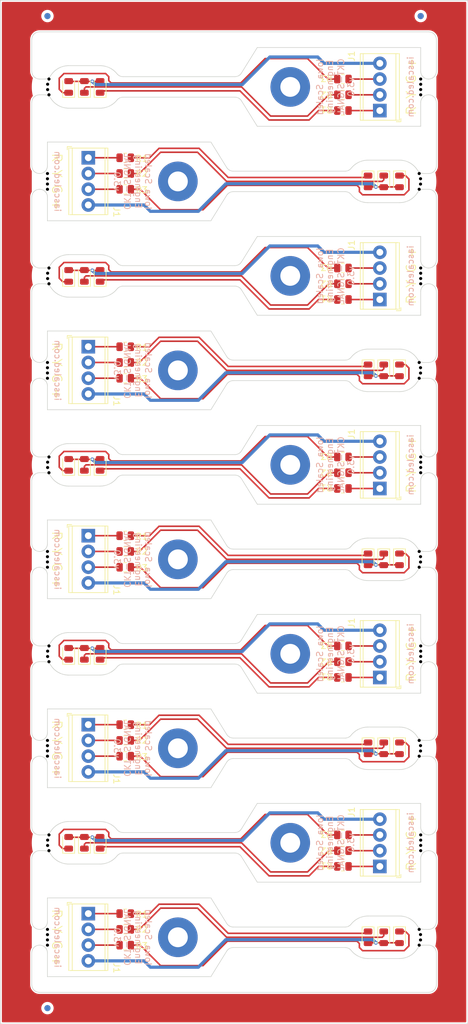
<source format=kicad_pcb>
(kicad_pcb (version 20211014) (generator pcbnew)
  (layers (0 "F.Cu" signal) (31 "B.Cu" signal) (34 "B.Paste" user) (35 "F.Paste" user) (36 "B.SilkS" user "B.Silkscreen") (37 "F.SilkS" user "F.Silkscreen") (38 "B.Mask" user) (39 "F.Mask" user) (44 "Edge.Cuts" user))
  (net 0 "")
  (net 1 "Board_0-Net-(D1-Pad1)")
  (net 2 "Board_0-Net-(D1-Pad2)")
  (net 3 "Board_0-Net-(D2-Pad1)")
  (net 4 "Board_0-Net-(D3-Pad1)")
  (net 5 "Board_0-Net-(J1-Pad1)")
  (net 6 "Board_0-Net-(J1-Pad2)")
  (net 7 "Board_0-Net-(J1-Pad3)")
  (net 8 "Board_0-unconnected-(H2-Pad1)")
  (net 9 "Board_1-Net-(D1-Pad1)")
  (net 10 "Board_1-Net-(D1-Pad2)")
  (net 11 "Board_1-Net-(D2-Pad1)")
  (net 12 "Board_1-Net-(D3-Pad1)")
  (net 13 "Board_1-Net-(J1-Pad1)")
  (net 14 "Board_1-Net-(J1-Pad2)")
  (net 15 "Board_1-Net-(J1-Pad3)")
  (net 16 "Board_1-unconnected-(H2-Pad1)")
  (net 17 "Board_2-Net-(D1-Pad1)")
  (net 18 "Board_2-Net-(D1-Pad2)")
  (net 19 "Board_2-Net-(D2-Pad1)")
  (net 20 "Board_2-Net-(D3-Pad1)")
  (net 21 "Board_2-Net-(J1-Pad1)")
  (net 22 "Board_2-Net-(J1-Pad2)")
  (net 23 "Board_2-Net-(J1-Pad3)")
  (net 24 "Board_2-unconnected-(H2-Pad1)")
  (net 25 "Board_3-Net-(D1-Pad1)")
  (net 26 "Board_3-Net-(D1-Pad2)")
  (net 27 "Board_3-Net-(D2-Pad1)")
  (net 28 "Board_3-Net-(D3-Pad1)")
  (net 29 "Board_3-Net-(J1-Pad1)")
  (net 30 "Board_3-Net-(J1-Pad2)")
  (net 31 "Board_3-Net-(J1-Pad3)")
  (net 32 "Board_3-unconnected-(H2-Pad1)")
  (net 33 "Board_4-Net-(D1-Pad1)")
  (net 34 "Board_4-Net-(D1-Pad2)")
  (net 35 "Board_4-Net-(D2-Pad1)")
  (net 36 "Board_4-Net-(D3-Pad1)")
  (net 37 "Board_4-Net-(J1-Pad1)")
  (net 38 "Board_4-Net-(J1-Pad2)")
  (net 39 "Board_4-Net-(J1-Pad3)")
  (net 40 "Board_4-unconnected-(H2-Pad1)")
  (net 41 "Board_5-Net-(D1-Pad1)")
  (net 42 "Board_5-Net-(D1-Pad2)")
  (net 43 "Board_5-Net-(D2-Pad1)")
  (net 44 "Board_5-Net-(D3-Pad1)")
  (net 45 "Board_5-Net-(J1-Pad1)")
  (net 46 "Board_5-Net-(J1-Pad2)")
  (net 47 "Board_5-Net-(J1-Pad3)")
  (net 48 "Board_5-unconnected-(H2-Pad1)")
  (net 49 "Board_6-Net-(D1-Pad1)")
  (net 50 "Board_6-Net-(D1-Pad2)")
  (net 51 "Board_6-Net-(D2-Pad1)")
  (net 52 "Board_6-Net-(D3-Pad1)")
  (net 53 "Board_6-Net-(J1-Pad1)")
  (net 54 "Board_6-Net-(J1-Pad2)")
  (net 55 "Board_6-Net-(J1-Pad3)")
  (net 56 "Board_6-unconnected-(H2-Pad1)")
  (net 57 "Board_7-Net-(D1-Pad1)")
  (net 58 "Board_7-Net-(D1-Pad2)")
  (net 59 "Board_7-Net-(D2-Pad1)")
  (net 60 "Board_7-Net-(D3-Pad1)")
  (net 61 "Board_7-Net-(J1-Pad1)")
  (net 62 "Board_7-Net-(J1-Pad2)")
  (net 63 "Board_7-Net-(J1-Pad3)")
  (net 64 "Board_7-unconnected-(H2-Pad1)")
  (net 65 "Board_8-Net-(D1-Pad1)")
  (net 66 "Board_8-Net-(D1-Pad2)")
  (net 67 "Board_8-Net-(D2-Pad1)")
  (net 68 "Board_8-Net-(D3-Pad1)")
  (net 69 "Board_8-Net-(J1-Pad1)")
  (net 70 "Board_8-Net-(J1-Pad2)")
  (net 71 "Board_8-Net-(J1-Pad3)")
  (net 72 "Board_8-unconnected-(H2-Pad1)")
  (net 73 "Board_9-Net-(D1-Pad1)")
  (net 74 "Board_9-Net-(D1-Pad2)")
  (net 75 "Board_9-Net-(D2-Pad1)")
  (net 76 "Board_9-Net-(D3-Pad1)")
  (net 77 "Board_9-Net-(J1-Pad1)")
  (net 78 "Board_9-Net-(J1-Pad2)")
  (net 79 "Board_9-Net-(J1-Pad3)")
  (net 80 "Board_9-unconnected-(H2-Pad1)")
  (footprint "NPTH" (layer "F.Cu") (at 178.634959 170.697463)
    (fp_text reference "REF**" hide)
    (fp_text value "NPTH" hide)
  )
  (footprint "NPTH" (layer "F.Cu") (at 118.3375 80.113333)
    (fp_text reference "REF**" hide)
    (fp_text value "NPTH" hide)
  )
  (footprint "Resistor_SMD:R_0805_2012Metric" (layer "F.Cu") (at 130.9105 167.32 180)
    (fp_text reference "R1")
    (fp_text value "1k")
  )
  (footprint "NPTH" (layer "F.Cu") (at 118.3375 172.4)
    (fp_text reference "REF**" hide)
    (fp_text value "NPTH" hide)
  )
  (footprint "NPTH" (layer "F.Cu") (at 118.581804 93.66)
    (fp_text reference "REF**" hide)
    (fp_text value "NPTH" hide)
  )
  (footprint "NPTH" (layer "F.Cu") (at 118.3375 111.44)
    (fp_text reference "REF**" hide)
    (fp_text value "NPTH" hide)
  )
  (footprint "NPTH" (layer "F.Cu") (at 118.581804 65.72)
    (fp_text reference "REF**" hide)
    (fp_text value "NPTH" hide)
  )
  (footprint "LED_SMD:LED_0805_2012Metric" (layer "F.Cu") (at 121.7665 64.45 90)
    (fp_text reference "D3" hide)
    (fp_text value "GREEN")
  )
  (footprint "NPTH" (layer "F.Cu") (at 178.6625 156.313333)
    (fp_text reference "REF**" hide)
    (fp_text value "NPTH" hide)
  )
  (footprint "NPTH" (layer "F.Cu") (at 118.581804 35.24)
    (fp_text reference "REF**" hide)
    (fp_text value "NPTH" hide)
  )
  (footprint "LED_SMD:LED_0805_2012Metric" (layer "F.Cu") (at 126.8465 64.45 90)
    (fp_text reference "D1" hide)
    (fp_text value "RED")
  )
  (footprint "LED_SMD:LED_0805_2012Metric" (layer "F.Cu") (at 175.2335 79.69 -90)
    (fp_text reference "D3" hide)
    (fp_text value "GREEN")
  )
  (footprint "NPTH" (layer "F.Cu") (at 178.634959 109.737463)
    (fp_text reference "REF**" hide)
    (fp_text value "NPTH" hide)
  )
  (footprint "TerminalBlock_Phoenix:TerminalBlock_Phoenix_MPT-0,5-4-2.54_1x04_P2.54mm_Horizontal" (layer "F.Cu") (at 172.0585 68.265 90)
    (fp_text reference "J1")
    (fp_text value "Screw_Terminal_01x04")
  )
  (footprint "Resistor_SMD:R_0805_2012Metric" (layer "F.Cu") (at 166.0895 93.66)
    (fp_text reference "R3")
    (fp_text value "1k")
  )
  (footprint "NPTH" (layer "F.Cu") (at 118.3375 141.073333)
    (fp_text reference "REF**" hide)
    (fp_text value "NPTH" hide)
  )
  (footprint "Resistor_SMD:R_0805_2012Metric" (layer "F.Cu") (at 166.0895 98.74)
    (fp_text reference "R1")
    (fp_text value "1k")
  )
  (footprint "MountingHole:MountingHole_3.2mm_M3_Pad" (layer "F.Cu") (at 139.4195 171.13 -90)
    (fp_text reference "H2" hide)
    (fp_text value "MountingHole")
  )
  (footprint "NPTH" (layer "F.Cu") (at 178.418196 80.96)
    (fp_text reference "REF**" hide)
    (fp_text value "NPTH" hide)
  )
  (footprint "NPTH" (layer "F.Cu") (at 178.6625 93.66)
    (fp_text reference "REF**" hide)
    (fp_text value "NPTH" hide)
  )
  (footprint "NPTH" (layer "F.Cu") (at 118.581804 32.7)
    (fp_text reference "REF**" hide)
    (fp_text value "NPTH" hide)
  )
  (footprint "NPTH" (layer "F.Cu") (at 118.3375 47.94)
    (fp_text reference "REF**" hide)
    (fp_text value "NPTH" hide)
  )
  (footprint "NPTH" (layer "F.Cu") (at 178.6625 124.986666)
    (fp_text reference "REF**" hide)
    (fp_text value "NPTH" hide)
  )
  (footprint "NPTH" (layer "F.Cu") (at 178.6625 32.7)
    (fp_text reference "REF**" hide)
    (fp_text value "NPTH" hide)
  )
  (footprint "Resistor_SMD:R_0805_2012Metric" (layer "F.Cu") (at 130.9105 50.48 180)
    (fp_text reference "R3")
    (fp_text value "1k")
  )
  (footprint "NPTH" (layer "F.Cu") (at 178.6625 96.2)
    (fp_text reference "REF**" hide)
    (fp_text value "NPTH" hide)
  )
  (footprint "LED_SMD:LED_0805_2012Metric" (layer "F.Cu") (at 126.8465 33.97 90)
    (fp_text reference "D1" hide)
    (fp_text value "RED")
  )
  (footprint "Resistor_SMD:R_0805_2012Metric" (layer "F.Cu") (at 166.0895 154.62)
    (fp_text reference "R3")
    (fp_text value "1k")
  )
  (footprint "Resistor_SMD:R_0805_2012Metric" (layer "F.Cu") (at 166.0895 96.2)
    (fp_text reference "R2")
    (fp_text value "1k")
  )
  (footprint "LED_SMD:LED_0805_2012Metric" (layer "F.Cu") (at 121.7665 125.41 90)
    (fp_text reference "D3" hide)
    (fp_text value "GREEN")
  )
  (footprint "NPTH" (layer "F.Cu") (at 178.6625 94.506666)
    (fp_text reference "REF**" hide)
    (fp_text value "NPTH" hide)
  )
  (footprint "LED_SMD:LED_0805_2012Metric" (layer "F.Cu") (at 172.6935 171.13 -90)
    (fp_text reference "D2" hide)
    (fp_text value "AMBER")
  )
  (footprint "NPTH" (layer "F.Cu") (at 118.365041 156.322536)
    (fp_text reference "REF**" hide)
    (fp_text value "NPTH" hide)
  )
  (footprint "Resistor_SMD:R_0805_2012Metric" (layer "F.Cu") (at 130.9105 108.9 180)
    (fp_text reference "R2")
    (fp_text value "1k")
  )
  (footprint "LED_SMD:LED_0805_2012Metric" (layer "F.Cu") (at 124.3065 33.97 90)
    (fp_text reference "D2" hide)
    (fp_text value "AMBER")
  )
  (footprint "Resistor_SMD:R_0805_2012Metric" (layer "F.Cu") (at 130.9105 136.84 180)
    (fp_text reference "R1")
    (fp_text value "1k")
  )
  (footprint "MountingHole:MountingHole_3.2mm_M3_Pad" (layer "F.Cu") (at 139.4195 79.69 -90)
    (fp_text reference "H2" hide)
    (fp_text value "MountingHole")
  )
  (footprint "Resistor_SMD:R_0805_2012Metric" (layer "F.Cu") (at 130.9105 45.4 180)
    (fp_text reference "R1")
    (fp_text value "1k")
  )
  (footprint "TerminalBlock_Phoenix:TerminalBlock_Phoenix_MPT-0,5-4-2.54_1x04_P2.54mm_Horizontal" (layer "F.Cu") (at 172.0585 159.705 90)
    (fp_text reference "J1")
    (fp_text value "Screw_Terminal_01x04")
  )
  (footprint "NPTH" (layer "F.Cu") (at 178.418196 78.42)
    (fp_text reference "REF**" hide)
    (fp_text value "NPTH" hide)
  )
  (footprint "NPTH" (layer "F.Cu") (at 118.581804 124.14)
    (fp_text reference "REF**" hide)
    (fp_text value "NPTH" hide)
  )
  (footprint "NPTH" (layer "F.Cu") (at 178.634959 79.257463)
    (fp_text reference "REF**" hide)
    (fp_text value "NPTH" hide)
  )
  (footprint "NPTH" (layer "F.Cu") (at 118.365041 94.497463)
    (fp_text reference "REF**" hide)
    (fp_text value "NPTH" hide)
  )
  (footprint "LED_SMD:LED_0805_2012Metric" (layer "F.Cu") (at 172.6935 49.21 -90)
    (fp_text reference "D2" hide)
    (fp_text value "AMBER")
  )
  (footprint "LED_SMD:LED_0805_2012Metric" (layer "F.Cu") (at 121.7665 155.89 90)
    (fp_text reference "D3" hide)
    (fp_text value "GREEN")
  )
  (footprint "Resistor_SMD:R_0805_2012Metric" (layer "F.Cu") (at 130.9105 169.86 180)
    (fp_text reference "R2")
    (fp_text value "1k")
  )
  (footprint "NPTH" (layer "F.Cu") (at 118.581804 157.16)
    (fp_text reference "REF**" hide)
    (fp_text value "NPTH" hide)
  )
  (footprint "NPTH" (layer "F.Cu") (at 178.634959 49.642536)
    (fp_text reference "REF**" hide)
    (fp_text value "NPTH" hide)
  )
  (footprint "NPTH" (layer "F.Cu") (at 118.365041 124.977463)
    (fp_text reference "REF**" hide)
    (fp_text value "NPTH" hide)
  )
  (footprint "LED_SMD:LED_0805_2012Metric" (layer "F.Cu") (at 170.1535 140.65 -90)
    (fp_text reference "D1" hide)
    (fp_text value "RED")
  )
  (footprint "Resistor_SMD:R_0805_2012Metric" (layer "F.Cu") (at 166.0895 65.72)
    (fp_text reference "R2")
    (fp_text value "1k")
  )
  (footprint "LED_SMD:LED_0805_2012Metric" (layer "F.Cu") (at 172.6935 140.65 -90)
    (fp_text reference "D2" hide)
    (fp_text value "AMBER")
  )
  (footprint "LED_SMD:LED_0805_2012Metric" (layer "F.Cu") (at 175.2335 110.17 -90)
    (fp_text reference "D3" hide)
    (fp_text value "GREEN")
  )
  (footprint "MountingHole:MountingHole_3.2mm_M3_Pad" (layer "F.Cu") (at 157.5805 94.93 90)
    (fp_text reference "H2" hide)
    (fp_text value "MountingHole")
  )
  (footprint "NPTH" (layer "F.Cu") (at 118.3375 49.633333)
    (fp_text reference "REF**" hide)
    (fp_text value "NPTH" hide)
  )
  (footprint "Resistor_SMD:R_0805_2012Metric" (layer "F.Cu") (at 130.9105 80.96 180)
    (fp_text reference "R3")
    (fp_text value "1k")
  )
  (footprint "NPTH" (layer "F.Cu") (at 118.581804 154.62)
    (fp_text reference "REF**" hide)
    (fp_text value "NPTH" hide)
  )
  (footprint "NPTH" (layer "F.Cu") (at 118.3375 80.96)
    (fp_text reference "REF**" hide)
    (fp_text value "NPTH" hide)
  )
  (footprint "Resistor_SMD:R_0805_2012Metric" (layer "F.Cu") (at 130.9105 78.42 180)
    (fp_text reference "R2")
    (fp_text value "1k")
  )
  (footprint "Resistor_SMD:R_0805_2012Metric" (layer "F.Cu") (at 130.9105 47.94 180)
    (fp_text reference "R2")
    (fp_text value "1k")
  )
  (footprint "Resistor_SMD:R_0805_2012Metric" (layer "F.Cu") (at 166.0895 68.26)
    (fp_text reference "R1")
    (fp_text value "1k")
  )
  (footprint "NPTH" (layer "F.Cu") (at 118.365041 64.017463)
    (fp_text reference "REF**" hide)
    (fp_text value "NPTH" hide)
  )
  (footprint "Resistor_SMD:R_0805_2012Metric" (layer "F.Cu") (at 166.0895 159.7)
    (fp_text reference "R1")
    (fp_text value "1k")
  )
  (footprint "NPTH" (layer "F.Cu") (at 178.6625 154.62)
    (fp_text reference "REF**" hide)
    (fp_text value "NPTH" hide)
  )
  (footprint "NPTH" (layer "F.Cu") (at 178.6625 124.14)
    (fp_text reference "REF**" hide)
    (fp_text value "NPTH" hide)
  )
  (footprint "TerminalBlock_Phoenix:TerminalBlock_Phoenix_MPT-0,5-4-2.54_1x04_P2.54mm_Horizontal" (layer "F.Cu") (at 124.9415 167.315 -90)
    (fp_text reference "J1")
    (fp_text value "Screw_Terminal_01x04")
  )
  (footprint "Resistor_SMD:R_0805_2012Metric" (layer "F.Cu") (at 166.0895 63.18)
    (fp_text reference "R3")
    (fp_text value "1k")
  )
  (footprint "NPTH" (layer "F.Cu") (at 118.365041 33.537464)
    (fp_text reference "REF**" hide)
    (fp_text value "NPTH" hide)
  )
  (footprint "NPTH" (layer "F.Cu") (at 118.3375 169.86)
    (fp_text reference "REF**" hide)
    (fp_text value "NPTH" hide)
  )
  (footprint "NPTH" (layer "F.Cu") (at 118.3375 50.48)
    (fp_text reference "REF**" hide)
    (fp_text value "NPTH" hide)
  )
  (footprint "TerminalBlock_Phoenix:TerminalBlock_Phoenix_MPT-0,5-4-2.54_1x04_P2.54mm_Horizontal" (layer "F.Cu") (at 172.0585 98.745 90)
    (fp_text reference "J1")
    (fp_text value "Screw_Terminal_01x04")
  )
  (footprint "Resistor_SMD:R_0805_2012Metric" (layer "F.Cu") (at 166.0895 35.24)
    (fp_text reference "R2")
    (fp_text value "1k")
  )
  (footprint "LED_SMD:LED_0805_2012Metric" (layer "F.Cu") (at 124.3065 64.45 90)
    (fp_text reference "D2" hide)
    (fp_text value "AMBER")
  )
  (footprint "LED_SMD:LED_0805_2012Metric" (layer "F.Cu") (at 121.7665 33.97 90)
    (fp_text reference "D3" hide)
    (fp_text value "GREEN")
  )
  (footprint "NPTH" (layer "F.Cu") (at 178.6625 33.546667)
    (fp_text reference "REF**" hide)
    (fp_text value "NPTH" hide)
  )
  (footprint "Resistor_SMD:R_0805_2012Metric" (layer "F.Cu") (at 166.0895 129.22)
    (fp_text reference "R1")
    (fp_text value "1k")
  )
  (footprint "LED_SMD:LED_0805_2012Metric" (layer "F.Cu") (at 170.1535 49.21 -90)
    (fp_text reference "D1" hide)
    (fp_text value "RED")
  )
  (footprint "Resistor_SMD:R_0805_2012Metric" (layer "F.Cu") (at 130.9105 139.38 180)
    (fp_text reference "R2")
    (fp_text value "1k")
  )
  (footprint "NPTH" (layer "F.Cu") (at 178.6625 157.16)
    (fp_text reference "REF**" hide)
    (fp_text value "NPTH" hide)
  )
  (footprint "NPTH" (layer "F.Cu") (at 178.6625 125.833333)
    (fp_text reference "REF**" hide)
    (fp_text value "NPTH" hide)
  )
  (footprint "NPTH" (layer "F.Cu") (at 118.3375 140.226666)
    (fp_text reference "REF**" hide)
    (fp_text value "NPTH" hide)
  )
  (footprint "NPTH" (layer "F.Cu") (at 118.3375 78.42)
    (fp_text reference "REF**" hide)
    (fp_text value "NPTH" hide)
  )
  (footprint "Resistor_SMD:R_0805_2012Metric" (layer "F.Cu") (at 166.0895 37.78)
    (fp_text reference "R1")
    (fp_text value "1k")
  )
  (footprint "Resistor_SMD:R_0805_2012Metric" (layer "F.Cu") (at 130.9105 141.92 180)
    (fp_text reference "R3")
    (fp_text value "1k")
  )
  (footprint "MountingHole:MountingHole_3.2mm_M3_Pad" (layer "F.Cu") (at 139.4195 110.17 -90)
    (fp_text reference "H2" hide)
    (fp_text value "MountingHole")
  )
  (footprint "NPTH" (layer "F.Cu") (at 178.418196 141.92)
    (fp_text reference "REF**" hide)
    (fp_text value "NPTH" hide)
  )
  (footprint "NPTH" (layer "F.Cu") (at 118.365041 155.457463)
    (fp_text reference "REF**" hide)
    (fp_text value "NPTH" hide)
  )
  (footprint "NPTH" (layer "F.Cu") (at 178.634959 141.082536)
    (fp_text reference "REF**" hide)
    (fp_text value "NPTH" hide)
  )
  (footprint "TerminalBlock_Phoenix:TerminalBlock_Phoenix_MPT-0,5-4-2.54_1x04_P2.54mm_Horizontal" (layer "F.Cu") (at 124.9415 45.395 -90)
    (fp_text reference "J1")
    (fp_text value "Screw_Terminal_01x04")
  )
  (footprint "NPTH" (layer "F.Cu") (at 178.6625 34.393333)
    (fp_text reference "REF**" hide)
    (fp_text value "NPTH" hide)
  )
  (footprint "MountingHole:MountingHole_3.2mm_M3_Pad" (layer "F.Cu") (at 139.4195 140.65 -90)
    (fp_text reference "H2" hide)
    (fp_text value "MountingHole")
  )
  (footprint "TerminalBlock_Phoenix:TerminalBlock_Phoenix_MPT-0,5-4-2.54_1x04_P2.54mm_Horizontal" (layer "F.Cu") (at 172.0585 37.785 90)
    (fp_text reference "J1")
    (fp_text value "Screw_Terminal_01x04")
  )
  (footprint "TerminalBlock_Phoenix:TerminalBlock_Phoenix_MPT-0,5-4-2.54_1x04_P2.54mm_Horizontal" (layer "F.Cu") (at 124.9415 136.835 -90)
    (fp_text reference "J1")
    (fp_text value "Screw_Terminal_01x04")
  )
  (footprint "NPTH" (layer "F.Cu") (at 178.6625 65.72)
    (fp_text reference "REF**" hide)
    (fp_text value "NPTH" hide)
  )
  (footprint "NPTH" (layer "F.Cu") (at 178.6625 63.18)
    (fp_text reference "REF**" hide)
    (fp_text value "NPTH" hide)
  )
  (footprint "NPTH" (layer "F.Cu") (at 178.418196 50.48)
    (fp_text reference "REF**" hide)
    (fp_text value "NPTH" hide)
  )
  (footprint "NPTH" (layer "F.Cu") (at 118.365041 125.842536)
    (fp_text reference "REF**" hide)
    (fp_text value "NPTH" hide)
  )
  (footprint "NPTH" (layer "F.Cu") (at 178.418196 47.94)
    (fp_text reference "REF**" hide)
    (fp_text value "NPTH" hide)
  )
  (footprint "NPTH" (layer "F.Cu") (at 178.6625 95.353333)
    (fp_text reference "REF**" hide)
    (fp_text value "NPTH" hide)
  )
  (footprint "NPTH" (layer "F.Cu") (at 178.6625 126.68)
    (fp_text reference "REF**" hide)
    (fp_text value "NPTH" hide)
  )
  (footprint "LED_SMD:LED_0805_2012Metric" (layer "F.Cu") (at 170.1535 110.17 -90)
    (fp_text reference "D1" hide)
    (fp_text value "RED")
  )
  (footprint "NPTH" (layer "F.Cu") (at 178.418196 169.86)
    (fp_text reference "REF**" hide)
    (fp_text value "NPTH" hide)
  )
  (footprint "NPTH" (layer "F.Cu") (at 118.365041 34.402536)
    (fp_text reference "REF**" hide)
    (fp_text value "NPTH" hide)
  )
  (footprint "LED_SMD:LED_0805_2012Metric" (layer "F.Cu") (at 126.8465 155.89 90)
    (fp_text reference "D1" hide)
    (fp_text value "RED")
  )
  (footprint "NPTH" (layer "F.Cu") (at 178.418196 139.38)
    (fp_text reference "REF**" hide)
    (fp_text value "NPTH" hide)
  )
  (footprint "TerminalBlock_Phoenix:TerminalBlock_Phoenix_MPT-0,5-4-2.54_1x04_P2.54mm_Horizontal" (layer "F.Cu") (at 124.9415 106.355 -90)
    (fp_text reference "J1")
    (fp_text value "Screw_Terminal_01x04")
  )
  (footprint "NPTH" (layer "F.Cu") (at 178.634959 140.217463)
    (fp_text reference "REF**" hide)
    (fp_text value "NPTH" hide)
  )
  (footprint "NPTH" (layer "F.Cu") (at 118.3375 170.706666)
    (fp_text reference "REF**" hide)
    (fp_text value "NPTH" hide)
  )
  (footprint "NPTH" (layer "F.Cu") (at 178.6625 64.026666)
    (fp_text reference "REF**" hide)
    (fp_text value "NPTH" hide)
  )
  (footprint "NPTH" (layer "F.Cu") (at 118.3375 108.9)
    (fp_text reference "REF**" hide)
    (fp_text value "NPTH" hide)
  )
  (footprint "LED_SMD:LED_0805_2012Metric" (layer "F.Cu") (at 124.3065 155.89 90)
    (fp_text reference "D2" hide)
    (fp_text value "AMBER")
  )
  (footprint "NPTH" (layer "F.Cu") (at 118.3375 110.593333)
    (fp_text reference "REF**" hide)
    (fp_text value "NPTH" hide)
  )
  (footprint "NPTH" (layer "F.Cu") (at 178.418196 172.4)
    (fp_text reference "REF**" hide)
    (fp_text value "NPTH" hide)
  )
  (footprint "LED_SMD:LED_0805_2012Metric" (layer "F.Cu") (at 170.1535 79.69 -90)
    (fp_text reference "D1" hide)
    (fp_text value "RED")
  )
  (footprint "LED_SMD:LED_0805_2012Metric" (layer "F.Cu") (at 172.6935 79.69 -90)
    (fp_text reference "D2" hide)
    (fp_text value "AMBER")
  )
  (footprint "LED_SMD:LED_0805_2012Metric" (layer "F.Cu") (at 175.2335 171.13 -90)
    (fp_text reference "D3" hide)
    (fp_text value "GREEN")
  )
  (footprint "NPTH" (layer "F.Cu") (at 178.418196 111.44)
    (fp_text reference "REF**" hide)
    (fp_text value "NPTH" hide)
  )
  (footprint "NPTH" (layer "F.Cu") (at 118.3375 79.266666)
    (fp_text reference "REF**" hide)
    (fp_text value "NPTH" hide)
  )
  (footprint "MountingHole:MountingHole_3.2mm_M3_Pad" (layer "F.Cu") (at 157.5805 155.89 90)
    (fp_text reference "H2" hide)
    (fp_text value "MountingHole")
  )
  (footprint "NPTH" (layer "F.Cu") (at 118.3375 139.38)
    (fp_text reference "REF**" hide)
    (fp_text value "NPTH" hide)
  )
  (footprint "NPTH" (layer "F.Cu") (at 178.6625 64.873333)
    (fp_text reference "REF**" hide)
    (fp_text value "NPTH" hide)
  )
  (footprint "TerminalBlock_Phoenix:TerminalBlock_Phoenix_MPT-0,5-4-2.54_1x04_P2.54mm_Horizontal" (layer "F.Cu") (at 124.9415 75.875 -90)
    (fp_text reference "J1")
    (fp_text value "Screw_Terminal_01x04")
  )
  (footprint "MountingHole:MountingHole_3.2mm_M3_Pad" (layer "F.Cu") (at 157.5805 64.45 90)
    (fp_text reference "H2" hide)
    (fp_text value "MountingHole")
  )
  (footprint "NPTH" (layer "F.Cu") (at 178.634959 110.602536)
    (fp_text reference "REF**" hide)
    (fp_text value "NPTH" hide)
  )
  (footprint "TerminalBlock_Phoenix:TerminalBlock_Phoenix_MPT-0,5-4-2.54_1x04_P2.54mm_Horizontal" (layer "F.Cu") (at 172.0585 129.225 90)
    (fp_text reference "J1")
    (fp_text value "Screw_Terminal_01x04")
  )
  (footprint "LED_SMD:LED_0805_2012Metric" (layer "F.Cu") (at 175.2335 49.21 -90)
    (fp_text reference "D3" hide)
    (fp_text value "GREEN")
  )
  (footprint "NPTH" (layer "F.Cu") (at 118.3375 171.553333)
    (fp_text reference "REF**" hide)
    (fp_text value "NPTH" hide)
  )
  (footprint "NPTH" (layer "F.Cu") (at 118.365041 64.882536)
    (fp_text reference "REF**" hide)
    (fp_text value "NPTH" hide)
  )
  (footprint "LED_SMD:LED_0805_2012Metric" (layer "F.Cu") (at 124.3065 94.93 90)
    (fp_text reference "D2" hide)
    (fp_text value "AMBER")
  )
  (footprint "LED_SMD:LED_0805_2012Metric" (layer "F.Cu") (at 170.1535 171.13 -90)
    (fp_text reference "D1" hide)
    (fp_text value "RED")
  )
  (footprint "MountingHole:MountingHole_3.2mm_M3_Pad" (layer "F.Cu") (at 157.5805 125.41 90)
    (fp_text reference "H2" hide)
    (fp_text value "MountingHole")
  )
  (footprint "NPTH" (layer "F.Cu") (at 178.634959 80.122536)
    (fp_text reference "REF**" hide)
    (fp_text value "NPTH" hide)
  )
  (footprint "Resistor_SMD:R_0805_2012Metric" (layer "F.Cu") (at 166.0895 32.7)
    (fp_text reference "R3")
    (fp_text value "1k")
  )
  (footprint "NPTH" (layer "F.Cu") (at 178.418196 108.9)
    (fp_text reference "REF**" hide)
    (fp_text value "NPTH" hide)
  )
  (footprint "Resistor_SMD:R_0805_2012Metric" (layer "F.Cu") (at 166.0895 126.68)
    (fp_text reference "R2")
    (fp_text value "1k")
  )
  (footprint "NPTH" (layer "F.Cu") (at 118.3375 141.92)
    (fp_text reference "REF**" hide)
    (fp_text value "NPTH" hide)
  )
  (footprint "NPTH" (layer "F.Cu") (at 178.6625 35.24)
    (fp_text reference "REF**" hide)
    (fp_text value "NPTH" hide)
  )
  (footprint "Fiducial" (layer "F.Cu") (at 118.3375 22.54)
    (fp_text reference "REF**" hide)
    (fp_text value "Fiducial" hide)
  )
  (footprint "NPTH" (layer "F.Cu") (at 118.581804 96.2)
    (fp_text reference "REF**" hide)
    (fp_text value "NPTH" hide)
  )
  (footprint "NPTH" (layer "F.Cu") (at 118.581804 126.68)
    (fp_text reference "REF**" hide)
    (fp_text value "NPTH" hide)
  )
  (footprint "Fiducial" (layer "F.Cu") (at 118.3375 182.56)
    (fp_text reference "REF**" hide)
    (fp_text value "Fiducial" hide)
  )
  (footprint "NPTH" (layer "F.Cu") (at 118.3375 109.746666)
    (fp_text reference "REF**" hide)
    (fp_text value "NPTH" hide)
  )
  (footprint "LED_SMD:LED_0805_2012Metric" (layer "F.Cu") (at 126.8465 94.93 90)
    (fp_text reference "D1" hide)
    (fp_text value "RED")
  )
  (footprint "LED_SMD:LED_0805_2012Metric" (layer "F.Cu") (at 121.7665 94.93 90)
    (fp_text reference "D3" hide)
    (fp_text value "GREEN")
  )
  (footprint "NPTH" (layer "F.Cu") (at 178.634959 48.777463)
    (fp_text reference "REF**" hide)
    (fp_text value "NPTH" hide)
  )
  (footprint "MountingHole:MountingHole_3.2mm_M3_Pad" (layer "F.Cu") (at 157.5805 33.97 90)
    (fp_text reference "H2" hide)
    (fp_text value "MountingHole")
  )
  (footprint "Fiducial" (layer "F.Cu") (at 178.6625 22.54)
    (fp_text reference "REF**" hide)
    (fp_text value "Fiducial" hide)
  )
  (footprint "NPTH" (layer "F.Cu") (at 178.634959 171.562536)
    (fp_text reference "REF**" hide)
    (fp_text value "NPTH" hide)
  )
  (footprint "Resistor_SMD:R_0805_2012Metric" (layer "F.Cu") (at 130.9105 106.36 180)
    (fp_text reference "R1")
    (fp_text value "1k")
  )
  (footprint "Resistor_SMD:R_0805_2012Metric" (layer "F.Cu") (at 166.0895 157.16)
    (fp_text reference "R2")
    (fp_text value "1k")
  )
  (footprint "NPTH" (layer "F.Cu") (at 118.581804 63.18)
    (fp_text reference "REF**" hide)
    (fp_text value "NPTH" hide)
  )
  (footprint "LED_SMD:LED_0805_2012Metric" (layer "F.Cu") (at 172.6935 110.17 -90)
    (fp_text reference "D2" hide)
    (fp_text value "AMBER")
  )
  (footprint "NPTH" (layer "F.Cu") (at 178.6625 155.466666)
    (fp_text reference "REF**" hide)
    (fp_text value "NPTH" hide)
  )
  (footprint "Resistor_SMD:R_0805_2012Metric" (layer "F.Cu") (at 130.9105 75.88 180)
    (fp_text reference "R1")
    (fp_text value "1k")
  )
  (footprint "NPTH" (layer "F.Cu") (at 118.3375 48.786666)
    (fp_text reference "REF**" hide)
    (fp_text value "NPTH" hide)
  )
  (footprint "Resistor_SMD:R_0805_2012Metric" (layer "F.Cu") (at 130.9105 172.4 180)
    (fp_text reference "R3")
    (fp_text value "1k")
  )
  (footprint "LED_SMD:LED_0805_2012Metric" (layer "F.Cu") (at 175.2335 140.65 -90)
    (fp_text reference "D3" hide)
    (fp_text value "GREEN")
  )
  (footprint "Resistor_SMD:R_0805_2012Metric" (layer "F.Cu") (at 130.9105 111.44 180)
    (fp_text reference "R3")
    (fp_text value "1k")
  )
  (footprint "MountingHole:MountingHole_3.2mm_M3_Pad" (layer "F.Cu") (at 139.4195 49.21 -90)
    (fp_text reference "H2" hide)
    (fp_text value "MountingHole")
  )
  (footprint "Resistor_SMD:R_0805_2012Metric" (layer "F.Cu") (at 166.0895 124.14)
    (fp_text reference "R3")
    (fp_text value "1k")
  )
  (footprint "LED_SMD:LED_0805_2012Metric" (layer "F.Cu") (at 124.3065 125.41 90)
    (fp_text reference "D2" hide)
    (fp_text value "AMBER")
  )
  (footprint "NPTH" (layer "F.Cu") (at 118.365041 95.362536)
    (fp_text reference "REF**" hide)
    (fp_text value "NPTH" hide)
  )
  (footprint "LED_SMD:LED_0805_2012Metric" (layer "F.Cu") (at 126.8465 125.41 90)
    (fp_text reference "D1" hide)
    (fp_text value "RED")
  )
  (footprint "Fiducial" (layer "B.Cu") (at 118.3375 182.56)
    (fp_text reference "REF**" hide)
    (fp_text value "Fiducial" hide)
  )
  (footprint "Fiducial" (layer "B.Cu") (at 118.3375 22.54)
    (fp_text reference "REF**" hide)
    (fp_text value "Fiducial" hide)
  )
  (footprint "Fiducial" (layer "B.Cu") (at 178.6625 22.54)
    (fp_text reference "REF**" hide)
    (fp_text value "Fiducial" hide)
  )
  (gr_line (start 166.814541 142.356997) (end 166.874102 142.377011) (layer "Edge.Cuts") (width 0.1))
  (gr_line (start 116.933998 111.44607) (end 116.995674 111.44152) (layer "Edge.Cuts") (width 0.1))
  (gr_line (start 115.851758 47.045757) (end 115.835263 46.986154) (layer "Edge.Cuts") (width 0.1))
  (gr_line (start 148.192862 138.985784) (end 148.132859 138.975539) (layer "Edge.Cuts") (width 0.1))
  (gr_line (start 144.7559 146.995647) (end 144.756174 146.995249) (layer "Edge.Cuts") (width 0.1))
  (gr_line (start 178.66857 66.856498) (end 178.67614 66.79512) (layer "Edge.Cuts") (width 0.1))
  (gr_line (start 147.539557 169.162327) (end 147.494972 169.120884) (layer "Edge.Cuts") (width 0.1))
  (gr_line (start 180.481218 47.819023) (end 180.424679 47.844085) (layer "Edge.Cuts") (width 0.1))
  (gr_line (start 178.52395 47.755143) (end 178.471175 47.721058) (layer "Edge.Cuts") (width 0.1))
  (gr_line (start 178.69153 139.281057) (end 178.634264 139.255217) (layer "Edge.Cuts") (width 0.1))
  (gr_line (start 144.761469 116.507174) (end 144.761599 116.506971) (layer "Edge.Cuts") (width 0.1))
  (gr_line (start 178.700263 158.113845) (end 178.716758 158.054242) (layer "Edge.Cuts") (width 0.1))
  (gr_line (start 127.199179 98.340791) (end 127.23199 98.337313) (layer "Edge.Cuts") (width 0.1))
  (gr_line (start 129.217854 122.906749) (end 129.217662 122.906569) (layer "Edge.Cuts") (width 0.1))
  (gr_line (start 149.043208 62.727618) (end 148.985314 62.746422) (layer "Edge.Cuts") (width 0.1))
  (gr_line (start 118.299736 168.906154) (end 118.283241 168.965757) (layer "Edge.Cuts") (width 0.1))
  (gr_line (start 118.283241 168.965757) (end 118.263842 169.02448) (layer "Edge.Cuts") (width 0.1))
  (gr_line (start 118.089539 108.390579) (end 118.05149 108.439333) (layer "Edge.Cuts") (width 0.1))
  (gr_line (start 118.344966 146.999503) (end 118.345442 146.999623) (layer "Edge.Cuts") (width 0.1))
  (gr_line (start 118.337996 134.307466) (end 118.337876 134.307942) (layer "Edge.Cuts") (width 0.1))
  (gr_line (start 181.200979 82.158174) (end 181.2025 82.220122) (layer "Edge.Cuts") (width 0.1))
  (gr_line (start 167.253105 51.155867) (end 167.300213 51.197448) (layer "Edge.Cuts") (width 0.1))
  (gr_line (start 178.420165 172.655615) (end 178.471175 172.618941) (layer "Edge.Cuts") (width 0.1))
  (gr_line (start 144.749969 164.780468) (end 144.749494 164.780375) (layer "Edge.Cuts") (width 0.1))
  (gr_line (start 178.661861 131.753002) (end 178.662003 131.752533) (layer "Edge.Cuts") (width 0.1))
  (gr_line (start 118.340738 86.037108) (end 118.341102 86.037438) (layer "Edge.Cuts") (width 0.1))
  (gr_line (start 181.200979 112.638174) (end 181.2025 112.700122) (layer "Edge.Cuts") (width 0.1))
  (gr_line (start 181.2025 107.639877) (end 181.200979 107.701825) (layer "Edge.Cuts") (width 0.1))
  (gr_line (start 167.523821 81.928915) (end 167.523991 81.929112) (layer "Edge.Cuts") (width 0.1))
  (gr_line (start 167.300213 77.702551) (end 167.253105 77.744132) (layer "Edge.Cuts") (width 0.1))
  (gr_line (start 178.647159 131.759996) (end 178.652611 131.759863) (layer "Edge.Cuts") (width 0.1))
  (gr_line (start 147.634467 169.238517) (end 147.586092 169.201569) (layer "Edge.Cuts") (width 0.1))
  (gr_line (start 128.433864 37.01808) (end 128.463202 37.002983) (layer "Edge.Cuts") (width 0.1))
  (gr_line (start 166.692797 142.325992) (end 166.754056 142.339976) (layer "Edge.Cuts") (width 0.1))
  (gr_line (start 176.579875 143.803229) (end 176.706855 143.745934) (layer "Edge.Cuts") (width 0.1))
  (gr_line (start 168.067108 82.429041) (end 168.093697 82.448578) (layer "Edge.Cuts") (width 0.1))
  (gr_line (start 169.435833 83.044254) (end 169.584608 83.072069) (layer "Edge.Cuts") (width 0.1))
  (gr_line (start 180.91649 66.180666) (end 180.954539 66.22942) (layer "Edge.Cuts") (width 0.1))
  (gr_line (start 175.729102 76.297364) (end 175.728855 76.29733) (layer "Edge.Cuts") (width 0.1))
  (gr_line (start 118.337503 116.504659) (end 118.337636 116.510111) (layer "Edge.Cuts") (width 0.1))
  (gr_line (start 119.445874 31.446055) (end 119.423033 31.467248) (layer "Edge.Cuts") (width 0.1))
  (gr_line (start 152.2384 119.073028) (end 149.695306 123.164094) (layer "Edge.Cuts") (width 0.1))
  (gr_line (start 128.127055 152.703989) (end 128.12681 152.70389) (layer "Edge.Cuts") (width 0.1))
  (gr_line (start 148.985314 154.186422) (end 148.926579 154.202408) (layer "Edge.Cuts") (width 0.1))
  (gr_line (start 152.246913 149.541737) (end 152.246509 149.542002) (layer "Edge.Cuts") (width 0.1))
  (gr_line (start 169.985174 106.745448) (end 169.952225 106.74719) (layer "Edge.Cuts") (width 0.1))
  (gr_line (start 115.918476 142.641281) (end 115.946281 142.586041) (layer "Edge.Cuts") (width 0.1))
  (gr_line (start 129.327151 66.84817) (end 129.350325 66.824683) (layer "Edge.Cuts") (width 0.1))
  (gr_line (start 169.985438 106.745438) (end 169.985174 106.745448) (layer "Edge.Cuts") (width 0.1))
  (gr_line (start 144.749494 103.820375) (end 144.749016 103.820306) (layer "Edge.Cuts") (width 0.1))
  (gr_line (start 118.804148 154.145595) (end 118.763764 154.193722) (layer "Edge.Cuts") (width 0.1))
  (gr_line (start 169.046976 143.899145) (end 169.078329 143.909425) (layer "Edge.Cuts") (width 0.1))
  (gr_line (start 168.733307 168.002378) (end 168.733065 168.002483) (layer "Edge.Cuts") (width 0.1))
  (gr_line (start 178.654557 101.279623) (end 178.655033 101.279503) (layer "Edge.Cuts") (width 0.1))
  (gr_line (start 116.87262 139.366359) (end 116.811686 139.355786) (layer "Edge.Cuts") (width 0.1))
  (gr_line (start 186.281861 185.093002) (end 186.282003 185.092533) (layer "Edge.Cuts") (width 0.1))
  (gr_line (start 116.00985 157.719983) (end 116.04546 157.66942) (layer "Edge.Cuts") (width 0.1))
  (gr_line (start 175.419961 113.593569) (end 175.42021 113.593554) (layer "Edge.Cuts") (width 0.1))
  (gr_line (start 148.014685 169.426422) (end 147.956791 169.407618) (layer "Edge.Cuts") (width 0.1))
  (gr_line (start 177.577146 112.672579) (end 177.676872 112.575309) (layer "Edge.Cuts") (width 0.1))
  (gr_line (start 180.91649 108.439333) (end 180.876096 108.486162) (layer "Edge.Cuts") (width 0.1))
  (gr_line (start 115.821713 81.974186) (end 115.835263 81.913845) (layer "Edge.Cuts") (width 0.1))
  (gr_line (start 180.066001 157.16607) (end 180.127379 157.17364) (layer "Edge.Cuts") (width 0.1))
  (gr_line (start 147.586092 77.761569) (end 147.539557 77.722327) (layer "Edge.Cuts") (width 0.1))
  (gr_line (start 175.241289 52.638804) (end 175.241413 52.638802) (layer "Edge.Cuts") (width 0.1))
  (gr_line (start 130.369081 157.55508) (end 130.431427 157.547266) (layer "Edge.Cuts") (width 0.1))
  (gr_line (start 116.00985 25.639983) (end 116.04546 25.58942) (layer "Edge.Cuts") (width 0.1))
  (gr_line (start 128.12681 91.74389) (end 128.096044 91.731969) (layer "Edge.Cuts") (width 0.1))
  (gr_line (start 167.523991 77.450887) (end 167.523818 77.451087) (layer "Edge.Cuts") (width 0.1))
  (gr_line (start 178.026411 142.638779) (end 178.026554 142.638574) (layer "Edge.Cuts") (width 0.1))
  (gr_line (start 116.357483 47.727649) (end 116.30692 47.692039) (layer "Edge.Cuts") (width 0.1))
  (gr_line (start 128.266934 159.017516) (end 128.297028 159.003988) (layer "Edge.Cuts") (width 0.1))
  (gr_line (start 149.661864 153.695101) (end 149.626068 153.744336) (layer "Edge.Cuts") (width 0.1))
  (gr_line (start 127.564166 159.244254) (end 127.564425 159.244202) (layer "Edge.Cuts") (width 0.1))
  (gr_line (start 118.216523 173.121281) (end 118.241585 173.17782) (layer "Edge.Cuts") (width 0.1))
  (gr_line (start 169.985438 144.074561) (end 170.145119 144.078778) (layer "Edge.Cuts") (width 0.1))
  (gr_line (start 176.258987 143.921692) (end 176.259224 143.921616) (layer "Edge.Cuts") (width 0.1))
  (gr_line (start 178.654557 88.580376) (end 178.654075 88.580281) (layer "Edge.Cuts") (width 0.1))
  (gr_line (start 117.881848 154.61843) (end 117.818918 154.62) (layer "Edge.Cuts") (width 0.1))
  (gr_line (start 177.698805 77.307172) (end 177.677049 77.284866) (layer "Edge.Cuts") (width 0.1))
  (gr_line (start 167.253105 142.595867) (end 167.300213 142.637448) (layer "Edge.Cuts") (width 0.1))
  (gr_line (start 176.421026 137.433578) (end 176.420792 137.43349) (layer "Edge.Cuts") (width 0.1))
  (gr_line (start 126.854748 61.021218) (end 126.838248 61.021) (layer "Edge.Cuts") (width 0.1))
  (gr_line (start 169.255956 83.001597) (end 169.403055 83.037226) (layer "Edge.Cuts") (width 0.1))
  (gr_line (start 115.821713 36.254186) (end 115.835263 36.193845) (layer "Edge.Cuts") (width 0.1))
  (gr_line (start 115.821713 179.005813) (end 115.81114 178.944879) (layer "Edge.Cuts") (width 0.1))
  (gr_line (start 175.928379 45.852511) (end 175.928135 45.852459) (layer "Edge.Cuts") (width 0.1))
  (gr_line (start 128.781577 97.775248) (end 128.781796 97.7751) (layer "Edge.Cuts") (width 0.1))
  (gr_line (start 152.247329 101.278507) (end 152.247757 101.278731) (layer "Edge.Cuts") (width 0.1))
  (gr_line (start 129.193083 153.364162) (end 129.078589 153.265173) (layer "Edge.Cuts") (width 0.1))
  (gr_line (start 115.821713 112.454186) (end 115.835263 112.393845) (layer "Edge.Cuts") (width 0.1))
  (gr_line (start 177.79373 81.970527) (end 177.793897 81.970342) (layer "Edge.Cuts") (width 0.1))
  (gr_line (start 166.442974 50.860999) (end 166.505913 50.862569) (layer "Edge.Cuts") (width 0.1))
  (gr_line (start 168.872944 46.023989) (end 168.733307 46.082378) (layer "Edge.Cuts") (width 0.1))
  (gr_line (start 148.314003 78.037526) (end 148.253291 78.033118) (layer "Edge.Cuts") (width 0.1))
  (gr_line (start 180.248654 78.382236) (end 180.188313 78.395786) (layer "Edge.Cuts") (width 0.1))
  (gr_line (start 177.034801 174.047344) (end 177.151823 173.971763) (layer "Edge.Cuts") (width 0.1))
  (gr_line (start 179.123166 35.526009) (end 179.17192 35.48796) (layer "Edge.Cuts") (width 0.1))
  (gr_line (start 177.316324 168.406504) (end 177.316127 168.406351) (layer "Edge.Cuts") (width 0.1))
  (gr_line (start 178.647159 27.620003) (end 178.646913 27.62) (layer "Edge.Cuts") (width 0.1))
  (gr_line (start 147.494972 173.139115) (end 147.539557 173.097672) (layer "Edge.Cuts") (width 0.1))
  (gr_line (start 177.425239 51.846638) (end 177.425432 51.84648) (layer "Edge.Cuts") (width 0.1))
  (gr_line (start 128.433628 30.921801) (end 128.297268 30.856122) (layer "Edge.Cuts") (width 0.1))
  (gr_line (start 178.91046 127.18942) (end 178.948509 127.140666) (layer "Edge.Cuts") (width 0.1))
  (gr_line (start 116.211337 169.533596) (end 116.166547 169.490952) (layer "Edge.Cuts") (width 0.1))
  (gr_line (start 129.476181 66.688912) (end 129.58373 66.561088) (layer "Edge.Cuts") (width 0.1))
  (gr_line (start 120.140436 97.948528) (end 120.140656 97.948645) (layer "Edge.Cuts") (width 0.1))
  (gr_line (start 118.344497 177.479361) (end 118.344966 177.479503) (layer "Edge.Cuts") (width 0.1))
  (gr_line (start 120.264846 30.88769) (end 120.264622 30.887801) (layer "Edge.Cuts") (width 0.1))
  (gr_line (start 119.822223 122.585926) (end 119.822019 122.586069) (layer "Edge.Cuts") (width 0.1))
  (gr_line (start 178.656418 101.279008) (end 178.656862 101.278798) (layer "Edge.Cuts") (width 0.1))
  (gr_line (start 116.751345 126.717763) (end 116.811686 126.704213) (layer "Edge.Cuts") (width 0.1))
  (gr_line (start 116.211337 142.246403) (end 116.258166 142.206009) (layer "Edge.Cuts") (width 0.1))
  (gr_line (start 181.106585 142.69782) (end 181.128842 142.755519) (layer "Edge.Cuts") (width 0.1))
  (gr_line (start 175.759912 52.597991) (end 175.760158 52.597951) (layer "Edge.Cuts") (width 0.1))
  (gr_line (start 175.759912 45.822008) (end 175.729102 45.817364) (layer "Edge.Cuts") (width 0.1))
  (gr_line (start 177.316127 112.893648) (end 177.316324 112.893495) (layer "Edge.Cuts") (width 0.1))
  (gr_line (start 181.164736 123.186154) (end 181.148241 123.245757) (layer "Edge.Cuts") (width 0.1))
  (gr_line (start 120.420124 91.77677) (end 120.293144 91.834065) (layer "Edge.Cuts") (width 0.1))
  (gr_line (start 169.801083 106.759184) (end 169.80082 106.759208) (layer "Edge.Cuts") (width 0.1))
  (gr_line (start 166.692797 78.014007) (end 166.630918 78.024919) (layer "Edge.Cuts") (width 0.1))
  (gr_line (start 169.435574 167.775797) (end 169.403313 167.782715) (layer "Edge.Cuts") (width 0.1))
  (gr_line (start 116.633019 93.586342) (end 116.57532 93.564085) (layer "Edge.Cuts") (width 0.1))
  (gr_line (start 120.905368 122.091257) (end 120.905127 122.091322) (layer "Edge.Cuts") (width 0.1))
  (gr_line (start 169.584608 174.512069) (end 169.584868 174.512114) (layer "Edge.Cuts") (width 0.1))
  (gr_line (start 147.452441 169.077336) (end 147.412062 169.031784) (layer "Edge.Cuts") (width 0.1))
  (gr_line (start 128.906087 36.728732) (end 128.906302 36.728578) (layer "Edge.Cuts") (width 0.1))
  (gr_line (start 152.26184 119.06) (end 152.261599 119.060002) (layer "Edge.Cuts") (width 0.1))
  (gr_line (start 177.008003 168.196276) (end 177.007789 168.196148) (layer "Edge.Cuts") (width 0.1))
  (gr_line (start 147.494972 142.659115) (end 147.539557 142.617672) (layer "Edge.Cuts") (width 0.1))
  (gr_line (start 168.37513 107.22668) (end 168.374904 107.226816) (layer "Edge.Cuts") (width 0.1))
  (gr_line (start 177.17798 173.95393) (end 177.291089 173.87261) (layer "Edge.Cuts") (width 0.1))
  (gr_line (start 144.748536 177.47974) (end 144.749016 177.479693) (layer "Edge.Cuts") (width 0.1))
  (gr_line (start 167.947339 138.003925) (end 167.947132 138.00409) (layer "Edge.Cuts") (width 0.1))
  (gr_line (start 128.433628 158.938198) (end 128.433864 158.93808) (layer "Edge.Cuts") (width 0.1))
  (gr_line (start 180.481218 78.299023) (end 180.424679 78.324085) (layer "Edge.Cuts") (width 0.1))
  (gr_line (start 118.991924 127.424278) (end 119.076039 127.535325) (layer "Edge.Cuts") (width 0.1))
  (gr_line (start 118.676058 127.016356) (end 118.721032 127.060223) (layer "Edge.Cuts") (width 0.1))
  (gr_line (start 127.382288 122.022641) (end 127.232252 122.002718) (layer "Edge.Cuts") (width 0.1))
  (gr_line (start 152.246913 162.238262) (end 152.247329 162.238507) (layer "Edge.Cuts") (width 0.1))
  (gr_line (start 121.102404 67.813714) (end 121.102649 67.81376) (layer "Edge.Cuts") (width 0.1))
  (gr_line (start 119.185322 36.226791) (end 119.185485 36.22698) (layer "Edge.Cuts") (width 0.1))
  (gr_line (start 117.50198 111.513657) (end 117.559679 111.535914) (layer "Edge.Cuts") (width 0.1))
  (gr_line (start 115.835263 153.666154) (end 115.821713 153.605813) (layer "Edge.Cuts") (width 0.1))
  (gr_line (start 129.217854 31.466749) (end 129.217662 31.466569) (layer "Edge.Cuts") (width 0.1))
  (gr_line (start 116.57532 154.524085) (end 116.518781 154.499023) (layer "Edge.Cuts") (width 0.1))
  (gr_line (start 178.736157 62.34448) (end 178.716758 62.285757) (layer "Edge.Cuts") (width 0.1))
  (gr_line (start 178.662123 70.792057) (end 178.662218 70.791575) (layer "Edge.Cuts") (width 0.1))
  (gr_line (start 110.717876 185.092057) (end 110.717996 185.092533) (layer "Edge.Cuts") (width 0.1))
  (gr_line (start 167.523818 138.411087) (end 167.416269 138.538911) (layer "Edge.Cuts") (width 0.1))
  (gr_line (start 110.721102 185.097438) (end 110.721481 185.097749) (layer "Edge.Cuts") (width 0.1))
  (gr_line (start 119.965198 128.327344) (end 119.965409 128.327476) (layer "Edge.Cuts") (width 0.1))
  (gr_line (start 166.754056 138.960023) (end 166.692797 138.974007) (layer "Edge.Cuts") (width 0.1))
  (gr_line (start 167.045776 172.934486) (end 167.10019 172.965907) (layer "Edge.Cuts") (width 0.1))
  (gr_line (start 130.010135 123.634182) (end 129.954223 123.605513) (layer "Edge.Cuts") (width 0.1))
  (gr_line (start 127.921418 122.150495) (end 127.776405 122.107151) (layer "Edge.Cuts") (width 0.1))
  (gr_line (start 175.729102 167.737364) (end 175.728855 167.73733) (layer "Edge.Cuts") (width 0.1))
  (gr_line (start 127.564425 98.284202) (end 127.596686 98.277284) (layer "Edge.Cuts") (width 0.1))
  (gr_line (start 115.851758 108.005757) (end 115.835263 107.946154) (layer "Edge.Cuts") (width 0.1))
  (gr_line (start 116.933998 139.373929) (end 116.87262 139.366359) (layer "Edge.Cuts") (width 0.1))
  (gr_line (start 130.185458 157.596997) (end 130.245943 157.579976) (layer "Edge.Cuts") (width 0.1))
  (gr_line (start 167.92141 82.314826) (end 167.921612 82.314996) (layer "Edge.Cuts") (width 0.1))
  (gr_line (start 168.066898 168.391117) (end 167.947339 168.483925) (layer "Edge.Cuts") (width 0.1))
  (gr_line (start 118.341102 73.342561) (end 118.340738 73.342891) (layer "Edge.Cuts") (width 0.1))
  (gr_line (start 177.814677 138.393208) (end 177.814514 138.393019) (layer "Edge.Cuts") (width 0.1))
  (gr_line (start 186.276418 20.000991) (end 186.275965 20.000803) (layer "Edge.Cuts") (width 0.1))
  (gr_line (start 130.307202 96.605992) (end 130.369081 96.59508) (layer "Edge.Cuts") (width 0.1))
  (gr_line (start 177.90438 138.500117) (end 177.904222 138.499924) (layer "Edge.Cuts") (width 0.1))
  (gr_line (start 169.435574 113.524202) (end 169.435833 113.524254) (layer "Edge.Cuts") (width 0.1))
  (gr_line (start 168.733065 107.042483) (end 168.702971 107.056011) (layer "Edge.Cuts") (width 0.1))
  (gr_line (start 116.57532 96.295914) (end 116.633019 96.273657) (layer "Edge.Cuts") (width 0.1))
  (gr_line (start 128.297268 122.296122) (end 128.297028 122.296011) (layer "Edge.Cuts") (width 0.1))
  (gr_line (start 175.388593 144.075132) (end 175.388842 144.075122) (layer "Edge.Cuts") (width 0.1))
  (gr_line (start 118.628953 93.365213) (end 118.579834 93.404384) (layer "Edge.Cuts") (width 0.1))
  (gr_line (start 127.232252 159.297281) (end 127.382288 159.277358) (layer "Edge.Cuts") (width 0.1))
  (gr_line (start 147.494972 81.699115) (end 147.539557 81.657672) (layer "Edge.Cuts") (width 0.1))
  (gr_line (start 129.326963 97.328355) (end 129.327151 97.32817) (layer "Edge.Cuts") (width 0.1))
  (gr_line (start 176.229212 82.970876) (end 176.258987 82.961692) (layer "Edge.Cuts") (width 0.1))
  (gr_line (start 176.420792 52.426509) (end 176.421026 52.426421) (layer "Edge.Cuts") (width 0.1))
  (gr_line (start 147.586092 51.13843) (end 147.634467 51.101482) (layer "Edge.Cuts") (width 0.1))
  (gr_line (start 119.076192 158.015522) (end 119.095619 158.039882) (layer "Edge.Cuts") (width 0.1))
  (gr_line (start 180.990149 154.060016) (end 180.954539 154.110579) (layer "Edge.Cuts") (width 0.1))
  (gr_line (start 179.942377 172.4) (end 180.004325 172.40152) (layer "Edge.Cuts") (width 0.1))
  (gr_line (start 119.57476 158.526638) (end 119.683675 158.613495) (layer "Edge.Cuts") (width 0.1))
  (gr_line (start 119.965409 97.847476) (end 119.991996 97.863723) (layer "Edge.Cuts") (width 0.1))
  (gr_line (start 129.350508 123.035507) (end 129.350325 123.035316) (layer "Edge.Cuts") (width 0.1))
  (gr_line (start 121.580038 128.833569) (end 121.611157 128.835122) (layer "Edge.Cuts") (width 0.1))
  (gr_line (start 119.99221 36.903851) (end 120.112854 36.973505) (layer "Edge.Cuts") (width 0.1))
  (gr_line (start 169.767747 137.242718) (end 169.617711 137.262641) (layer "Edge.Cuts") (width 0.1))
  (gr_line (start 118.991924 35.984278) (end 119.076039 36.095325) (layer "Edge.Cuts") (width 0.1))
  (gr_line (start 178.655965 162.239196) (end 178.656418 162.239008) (layer "Edge.Cuts") (width 0.1))
  (gr_line (start 118.3375 143.180122) (end 118.3375 146.984413) (layer "Edge.Cuts") (width 0.1))
  (gr_line (start 180.91649 142.380666) (end 180.954539 142.42942) (layer "Edge.Cuts") (width 0.1))
  (gr_line (start 119.446059 66.974111) (end 119.550509 67.066289) (layer "Edge.Cuts") (width 0.1))
  (gr_line (start 152.246118 88.582286) (end 152.245741 88.582588) (layer "Edge.Cuts") (width 0.1))
  (gr_line (start 186.279608 185.096761) (end 186.279938 185.096397) (layer "Edge.Cuts") (width 0.1))
  (gr_line (start 177.316324 137.926504) (end 177.316127 137.926351) (layer "Edge.Cuts") (width 0.1))
  (gr_line (start 120.579207 159.106509) (end 120.608486 159.117166) (layer "Edge.Cuts") (width 0.1))
  (gr_line (start 181.2025 46.679877) (end 181.200979 46.741825) (layer "Edge.Cuts") (width 0.1))
  (gr_line (start 127.199179 159.300791) (end 127.23199 159.297313) (layer "Edge.Cuts") (width 0.1))
  (gr_line (start 168.733307 143.777621) (end 168.872944 143.83601) (layer "Edge.Cuts") (width 0.1))
  (gr_line (start 115.893414 47.162179) (end 115.871157 47.10448) (layer "Edge.Cuts") (width 0.1))
  (gr_line (start 178.008075 77.675721) (end 177.92396 77.564674) (layer "Edge.Cuts") (width 0.1))
  (gr_line (start 147.452441 77.637336) (end 147.412062 77.591784) (layer "Edge.Cuts") (width 0.1))
  (gr_line (start 120.608721 61.222751) (end 120.608486 61.222833) (layer "Edge.Cuts") (width 0.1))
  (gr_line (start 129.350508 92.555507) (end 129.350325 92.555316) (layer "Edge.Cuts") (width 0.1))
  (gr_line (start 115.7975 46.679877) (end 115.7975 36.500122) (layer "Edge.Cuts") (width 0.1))
  (gr_line (start 181.128842 47.10448) (end 181.106585 47.162179) (layer "Edge.Cuts") (width 0.1))
  (gr_line (start 178.67614 66.79512) (end 178.686713 66.734186) (layer "Edge.Cuts") (width 0.1))
  (gr_line (start 116.463541 154.471218) (end 116.409732 154.440735) (layer "Edge.Cuts") (width 0.1))
  (gr_line (start 127.23199 159.297313) (end 127.232252 159.297281) (layer "Edge.Cuts") (width 0.1))
  (gr_line (start 167.523821 112.408915) (end 167.523991 112.409112) (layer "Edge.Cuts") (width 0.1))
  (gr_line (start 129.350325 92.555316) (end 129.327151 92.531829) (layer "Edge.Cuts") (width 0.1))
  (gr_line (start 181.128842 153.78448) (end 181.106585 153.842179) (layer "Edge.Cuts") (width 0.1))
  (gr_line (start 177.177776 143.474073) (end 177.17798 143.47393) (layer "Edge.Cuts") (width 0.1))
  (gr_line (start 178.658518 58.10225) (end 178.658124 58.101957) (layer "Edge.Cuts") (width 0.1))
  (gr_line (start 166.442974 78.039) (end 148.374977 78.039) (layer "Edge.Cuts") (width 0.1))
  (gr_line (start 169.435833 45.855745) (end 169.435574 45.855797) (layer "Edge.Cuts") (width 0.1))
  (gr_line (start 127.382288 91.542641) (end 127.232252 91.522718) (layer "Edge.Cuts") (width 0.1))
  (gr_line (start 177.90438 51.359882) (end 177.923807 51.335522) (layer "Edge.Cuts") (width 0.1))
  (gr_line (start 181.023235 142.532232) (end 181.053718 142.586041) (layer "Edge.Cuts") (width 0.1))
  (gr_line (start 128.906302 97.688578) (end 128.932891 97.669041) (layer "Edge.Cuts") (width 0.1))
  (gr_line (start 178.660542 88.584375) (end 178.660249 88.583981) (layer "Edge.Cuts") (width 0.1))
  (gr_line (start 116.811686 126.704213) (end 116.87262 126.69364) (layer "Edge.Cuts") (width 0.1))
  (gr_line (start 152.249098 131.759277) (end 152.249561 131.759415) (layer "Edge.Cuts") (width 0.1))
  (gr_line (start 126.838116 159.319) (end 126.838248 159.318999) (layer "Edge.Cuts") (width 0.1))
  (gr_line (start 178.66229 162.23109) (end 178.662339 162.230601) (layer "Edge.Cuts") (width 0.1))
  (gr_line (start 117.139325 78.418479) (end 117.077377 78.42) (layer "Edge.Cuts") (width 0.1))
  (gr_line (start 177.554125 138.126055) (end 177.55394 138.125888) (layer "Edge.Cuts") (width 0.1))
  (gr_line (start 129.476178 123.171084) (end 129.476008 123.170887) (layer "Edge.Cuts") (width 0.1))
  (gr_line (start 177.449301 138.033547) (end 177.425432 138.013519) (layer "Edge.Cuts") (width 0.1))
  (gr_line (start 178.700263 62.226154) (end 178.686713 62.165813) (layer "Edge.Cuts") (width 0.1))
  (gr_line (start 116.04546 62.670579) (end 116.00985 62.620016) (layer "Edge.Cuts") (width 0.1))
  (gr_line (start 178.661298 40.314362) (end 178.661508 40.313918) (layer "Edge.Cuts") (width 0.1))
  (gr_line (start 180.248654 50.517763) (end 180.308257 50.534258) (layer "Edge.Cuts") (width 0.1))
  (gr_line (start 152.2384 70.786971) (end 152.23853 70.787174) (layer "Edge.Cuts") (width 0.1))
  (gr_line (start 177.316324 46.486504) (end 177.316127 46.486351) (layer "Edge.Cuts") (width 0.1))
  (gr_line (start 179.055501 108.893735) (end 178.993164 108.885923) (layer "Edge.Cuts") (width 0.1))
  (gr_line (start 116.933998 65.72607) (end 116.995674 65.72152) (layer "Edge.Cuts") (width 0.1))
  (gr_line (start 120.140436 30.951471) (end 120.113072 30.966372) (layer "Edge.Cuts") (width 0.1))
  (gr_line (start 118.337636 146.990111) (end 118.33766 146.990601) (layer "Edge.Cuts") (width 0.1))
  (gr_line (start 117.057622 157.16) (end 117.818918 157.16) (layer "Edge.Cuts") (width 0.1))
  (gr_line (start 180.127379 63.166359) (end 180.066001 63.173929) (layer "Edge.Cuts") (width 0.1))
  (gr_line (start 120.113072 152.886372) (end 120.112854 152.886494) (layer "Edge.Cuts") (width 0.1))
  (gr_line (start 129.350508 36.344492) (end 129.453928 36.233985) (layer "Edge.Cuts") (width 0.1))
  (gr_line (start 178.66402 127.878174) (end 178.66857 127.816498) (layer "Edge.Cuts") (width 0.1))
  (gr_line (start 176.420792 76.47349) (end 176.391513 76.462833) (layer "Edge.Cuts") (width 0.1))
  (gr_line (start 167.387922 169.052607) (end 167.345189 169.098673) (layer "Edge.Cuts") (width 0.1))
  (gr_line (start 178.811281 153.953958) (end 178.783476 153.898718) (layer "Edge.Cuts") (width 0.1))
  (gr_line (start 176.735153 168.04769) (end 176.707081 168.034171) (layer "Edge.Cuts") (width 0.1))
  (gr_line (start 180.004325 93.658479) (end 179.942377 93.66) (layer "Edge.Cuts") (width 0.1))
  (gr_line (start 129.58373 158.001088) (end 129.583806 158.001017) (layer "Edge.Cuts") (width 0.1))
  (gr_line (start 178.653101 27.62016) (end 178.652611 27.620136) (layer "Edge.Cuts") (width 0.1))
  (gr_line (start 116.166547 47.570952) (end 116.123903 47.526162) (layer "Edge.Cuts") (width 0.1))
  (gr_line (start 179.44032 154.524085) (end 179.383781 154.499023) (layer "Edge.Cuts") (width 0.1))
  (gr_line (start 127.232252 61.042718) (end 127.23199 61.042686) (layer "Edge.Cuts") (width 0.1))
  (gr_line (start 149.413907 127.33843) (end 149.460442 127.377672) (layer "Edge.Cuts") (width 0.1))
  (gr_line (start 179.498019 93.586342) (end 179.44032 93.564085) (layer "Edge.Cuts") (width 0.1))
  (gr_line (start 117.262379 141.93364) (end 117.323313 141.944213) (layer "Edge.Cuts") (width 0.1))
  (gr_line (start 180.990149 172.959983) (end 181.023235 173.012232) (layer "Edge.Cuts") (width 0.1))
  (gr_line (start 178.686713 66.734186) (end 178.700263 66.673845) (layer "Edge.Cuts") (width 0.1))
  (gr_line (start 119.965409 158.807476) (end 119.991996 158.823723) (layer "Edge.Cuts") (width 0.1))
  (gr_line (start 152.25003 101.279531) (end 152.250505 101.279624) (layer "Edge.Cuts") (width 0.1))
  (gr_line (start 181.081523 77.698718) (end 181.053718 77.753958) (layer "Edge.Cuts") (width 0.1))
  (gr_line (start 175.729102 174.522635) (end 175.759912 174.517991) (layer "Edge.Cuts") (width 0.1))
  (gr_line (start 116.211337 154.293596) (end 116.166547 154.250952) (layer "Edge.Cuts") (width 0.1))
  (gr_line (start 129.350325 62.075316) (end 129.327151 62.051829) (layer "Edge.Cuts") (width 0.1))
  (gr_line (start 180.954539 50.98942) (end 180.990149 51.039983) (layer "Edge.Cuts") (width 0.1))
  (gr_line (start 152.247757 88.581268) (end 152.247329 88.581492) (layer "Edge.Cuts") (width 0.1))
  (gr_line (start 118.338491 177.473918) (end 118.338701 177.474362) (layer "Edge.Cuts") (width 0.1))
  (gr_line (start 179.860674 35.24152) (end 179.922622 35.24) (layer "Edge.Cuts") (width 0.1))
  (gr_line (start 127.014561 30.545438) (end 126.85488 30.541221) (layer "Edge.Cuts") (width 0.1))
  (gr_line (start 167.387922 81.767392) (end 167.415525 81.800297) (layer "Edge.Cuts") (width 0.1))
  (gr_line (start 178.87485 96.759983) (end 178.91046 96.70942) (layer "Edge.Cuts") (width 0.1))
  (gr_line (start 127.047774 30.54719) (end 127.014825 30.545448) (layer "Edge.Cuts") (width 0.1))
  (gr_line (start 116.751345 25.117763) (end 116.811686 25.104213) (layer "Edge.Cuts") (width 0.1))
  (gr_line (start 121.580038 37.393569) (end 121.611157 37.395122) (layer "Edge.Cuts") (width 0.1))
  (gr_line (start 118.068706 63.155014) (end 118.006835 63.165923) (layer "Edge.Cuts") (width 0.1))
  (gr_line (start 119.076192 36.095522) (end 119.095619 36.119882) (layer "Edge.Cuts") (width 0.1))
  (gr_line (start 166.814541 47.503002) (end 166.754056 47.520023) (layer "Edge.Cuts") (width 0.1))
  (gr_line (start 129.65481 127.441326) (end 129.699786 127.397448) (layer "Edge.Cuts") (width 0.1))
  (gr_line (start 176.550703 174.295526) (end 176.550934 174.295432) (layer "Edge.Cuts") (width 0.1))
  (gr_line (start 166.505913 172.782569) (end 166.568572 172.787266) (layer "Edge.Cuts") (width 0.1))
  (gr_line (start 116.04546 35.74942) (end 116.083509 35.700666) (layer "Edge.Cuts") (width 0.1))
  (gr_line (start 152.251463 88.580259) (end 152.250983 88.580306) (layer "Edge.Cuts") (width 0.1))
  (gr_line (start 121.239841 91.542048) (end 121.102649 91.566239) (layer "Edge.Cuts") (width 0.1))
  (gr_line (start 170.161883 137.221) (end 170.161751 137.221) (layer "Edge.Cuts") (width 0.1))
  (gr_line (start 152.246509 131.757997) (end 152.246913 131.758262) (layer "Edge.Cuts") (width 0.1))
  (gr_line (start 119.206269 153.609472) (end 119.206102 153.609657) (layer "Edge.Cuts") (width 0.1))
  (gr_line (start 178.661861 58.106997) (end 178.661696 58.106534) (layer "Edge.Cuts") (width 0.1))
  (gr_line (start 177.576966 138.147248) (end 177.554125 138.126055) (layer "Edge.Cuts") (width 0.1))
  (gr_line (start 177.449301 46.593547) (end 177.425432 46.573519) (layer "Edge.Cuts") (width 0.1))
  (gr_line (start 180.424679 35.335914) (end 180.481218 35.360976) (layer "Edge.Cuts") (width 0.1))
  (gr_line (start 179.942377 108.9) (end 179.181081 108.9) (layer "Edge.Cuts") (width 0.1))
  (gr_line (start 118.338491 164.786081) (end 118.338303 164.786534) (layer "Edge.Cuts") (width 0.1))
  (gr_line (start 177.576966 51.712751) (end 177.577146 51.712579) (layer "Edge.Cuts") (width 0.1))
  (gr_line (start 178.662123 101.272057) (end 178.662218 101.271575) (layer "Edge.Cuts") (width 0.1))
  (gr_line (start 180.642516 108.687649) (end 180.590267 108.720735) (layer "Edge.Cuts") (width 0.1))
  (gr_line (start 128.596368 61.490054) (end 128.596138 61.489924) (layer "Edge.Cuts") (width 0.1))
  (gr_line (start 177.90438 77.540117) (end 177.904222 77.539924) (layer "Edge.Cuts") (width 0.1))
  (gr_line (start 116.083509 77.959333) (end 116.04546 77.910579) (layer "Edge.Cuts") (width 0.1))
  (gr_line (start 178.659608 162.236761) (end 178.659938 162.236397) (layer "Edge.Cuts") (width 0.1))
  (gr_line (start 178.988903 66.133837) (end 179.031547 66.089047) (layer "Edge.Cuts") (width 0.1))
  (gr_line (start 152.246118 162.237713) (end 152.246509 162.237997) (layer "Edge.Cuts") (width 0.1))
  (gr_line (start 144.738159 116.52) (end 144.7384 116.519997) (layer "Edge.Cuts") (width 0.1))
  (gr_line (start 181.053718 47.273958) (end 181.023235 47.327767) (layer "Edge.Cuts") (width 0.1))
  (gr_line (start 117.968452 111.809047) (end 118.011096 111.853837) (layer "Edge.Cuts") (width 0.1))
  (gr_line (start 147.412062 51.308215) (end 147.452441 51.262663) (layer "Edge.Cuts") (width 0.1))
  (gr_line (start 179.73762 124.126359) (end 179.676686 124.115786) (layer "Edge.Cuts") (width 0.1))
  (gr_line (start 118.089539 169.350579) (end 118.05149 169.399333) (layer "Edge.Cuts") (width 0.1))
  (gr_line (start 180.590267 47.760735) (end 180.536458 47.791218) (layer "Edge.Cuts") (width 0.1))
  (gr_line (start 129.19328 66.975661) (end 129.217662 66.95343) (layer "Edge.Cuts") (width 0.1))
  (gr_line (start 118.676058 32.363643) (end 118.628953 32.405213) (layer "Edge.Cuts") (width 0.1))
  (gr_line (start 152.243825 27.62475) (end 152.23853 27.632825) (layer "Edge.Cuts") (width 0.1))
  (gr_line (start 169.767747 167.722718) (end 169.617711 167.742641) (layer "Edge.Cuts") (width 0.1))
  (gr_line (start 144.75349 86.037997) (end 144.753881 86.037713) (layer "Edge.Cuts") (width 0.1))
  (gr_line (start 178.6625 122.879877) (end 178.6625 119.075586) (layer "Edge.Cuts") (width 0.1))
  (gr_line (start 176.579875 46.05677) (end 176.579646 46.05667) (layer "Edge.Cuts") (width 0.1))
  (gr_line (start 118.337876 103.827942) (end 118.337781 103.828424) (layer "Edge.Cuts") (width 0.1))
  (gr_line (start 167.921612 173.754996) (end 167.947132 173.775909) (layer "Edge.Cuts") (width 0.1))
  (gr_line (start 169.403313 174.477284) (end 169.435574 174.484202) (layer "Edge.Cuts") (width 0.1))
  (gr_line (start 118.340391 42.863238) (end 118.340061 42.863602) (layer "Edge.Cuts") (width 0.1))
  (gr_line (start 178.471175 139.161058) (end 178.420165 139.124384) (layer "Edge.Cuts") (width 0.1))
  (gr_line (start 149.505027 66.459115) (end 149.547558 66.502663) (layer "Edge.Cuts") (width 0.1))
  (gr_line (start 115.821713 92.645813) (end 115.81114 92.584879) (layer "Edge.Cuts") (width 0.1))
  (gr_line (start 152.247329 70.798507) (end 152.247757 70.798731) (layer "Edge.Cuts") (width 0.1))
  (gr_line (start 115.81114 178.944879) (end 115.80357 178.883501) (layer "Edge.Cuts") (width 0.1))
  (gr_line (start 181.178286 179.005813) (end 181.164736 179.066154) (layer "Edge.Cuts") (width 0.1))
  (gr_line (start 175.760158 167.742048) (end 175.759912 167.742008) (layer "Edge.Cuts") (width 0.1))
  (gr_line (start 176.228973 167.849052) (end 176.094872 167.811322) (layer "Edge.Cuts") (width 0.1))
  (gr_line (start 179.616345 63.142236) (end 179.556742 63.125741) (layer "Edge.Cuts") (width 0.1))
  (gr_line (start 118.353086 116.52) (end 144.738159 116.52) (layer "Edge.Cuts") (width 0.1))
  (gr_line (start 117.443257 50.534258) (end 117.50198 50.553657) (layer "Edge.Cuts") (width 0.1))
  (gr_line (start 178.008223 112.184077) (end 178.026411 112.158779) (layer "Edge.Cuts") (width 0.1))
  (gr_line (start 127.596686 122.062715) (end 127.564425 122.055797) (layer "Edge.Cuts") (width 0.1))
  (gr_line (start 115.946281 81.626041) (end 115.976764 81.572232) (layer "Edge.Cuts") (width 0.1))
  (gr_line (start 130.010135 157.665817) (end 130.067407 157.63997) (layer "Edge.Cuts") (width 0.1))
  (gr_line (start 148.807137 66.114215) (end 148.86714 66.12446) (layer "Edge.Cuts") (width 0.1))
  (gr_line (start 178.66402 61.981825) (end 178.6625 61.919877) (layer "Edge.Cuts") (width 0.1))
  (gr_line (start 116.751345 80.997763) (end 116.811686 80.984213) (layer "Edge.Cuts") (width 0.1))
  (gr_line (start 167.523991 112.409112) (end 167.545893 112.433789) (layer "Edge.Cuts") (width 0.1))
  (gr_line (start 178.659608 119.063238) (end 178.659261 119.062891) (layer "Edge.Cuts") (width 0.1))
  (gr_line (start 119.847968 153.048374) (end 119.822223 153.065926) (layer "Edge.Cuts") (width 0.1))
  (gr_line (start 116.357483 179.807649) (end 116.30692 179.772039) (layer "Edge.Cuts") (width 0.1))
  (gr_line (start 168.093697 137.891421) (end 168.067108 137.910958) (layer "Edge.Cuts") (width 0.1))
  (gr_line (start 181.148241 179.125757) (end 181.128842 179.18448) (layer "Edge.Cuts") (width 0.1))
  (gr_line (start 116.123903 50.893837) (end 116.166547 50.849047) (layer "Edge.Cuts") (width 0.1))
  (gr_line (start 127.776151 67.75292) (end 127.776405 67.752848) (layer "Edge.Cuts") (width 0.1))
  (gr_line (start 116.30692 35.48796) (end 116.357483 35.45235) (layer "Edge.Cuts") (width 0.1))
  (gr_line (start 180.990149 179.460016) (end 180.954539 179.510579) (layer "Edge.Cuts") (width 0.1))
  (gr_line (start 178.657716 27.621685) (end 178.657295 27.621432) (layer "Edge.Cuts") (width 0.1))
  (gr_line (start 119.57476 128.046638) (end 119.683675 128.133495) (layer "Edge.Cuts") (width 0.1))
  (gr_line (start 176.229212 45.929123) (end 176.228973 45.929052) (layer "Edge.Cuts") (width 0.1))
  (gr_line (start 118.991924 123.395721) (end 118.991776 123.395922) (layer "Edge.Cuts") (width 0.1))
  (gr_line (start 118.339457 164.784375) (end 118.339185 164.784783) (layer "Edge.Cuts") (width 0.1))
  (gr_line (start 175.928135 45.852459) (end 175.897595 45.846285) (layer "Edge.Cuts") (width 0.1))
  (gr_line (start 178.716758 158.054242) (end 178.736157 157.995519) (layer "Edge.Cuts") (width 0.1))
  (gr_line (start 177.814677 173.386791) (end 177.904222 173.280075) (layer "Edge.Cuts") (width 0.1))
  (gr_line (start 148.253291 78.033118) (end 148.192862 78.025784) (layer "Edge.Cuts") (width 0.1))
  (gr_line (start 152.247329 27.621492) (end 152.246913 27.621737) (layer "Edge.Cuts") (width 0.1))
  (gr_line (start 128.12681 152.70389) (end 128.096044 152.691969) (layer "Edge.Cuts") (width 0.1))
  (gr_line (start 152.25003 88.580468) (end 152.249561 88.580584) (layer "Edge.Cuts") (width 0.1))
  (gr_line (start 120.935805 98.256489) (end 121.07162 98.287488) (layer "Edge.Cuts") (width 0.1))
  (gr_line (start 152.247329 58.101492) (end 152.246913 58.101737) (layer "Edge.Cuts") (width 0.1))
  (gr_line (start 168.218203 76.844899) (end 168.093912 76.931267) (layer "Edge.Cuts") (width 0.1))
  (gr_line (start 117.828079 47.692039) (end 117.777516 47.727649) (layer "Edge.Cuts") (width 0.1))
  (gr_line (start 178.6625 58.115586) (end 178.662496 58.11534) (layer "Edge.Cuts") (width 0.1))
  (gr_line (start 121.75871 152.461195) (end 121.758586 152.461197) (layer "Edge.Cuts") (width 0.1))
  (gr_line (start 118.344497 146.999361) (end 118.344966 146.999503) (layer "Edge.Cuts") (width 0.1))
  (gr_line (start 149.587937 127.508215) (end 149.626068 127.555663) (layer "Edge.Cuts") (width 0.1))
  (gr_line (start 118.338138 103.826997) (end 118.337996 103.827466) (layer "Edge.Cuts") (width 0.1))
  (gr_line (start 128.906302 31.211421) (end 128.906087 31.211267) (layer "Edge.Cuts") (width 0.1))
  (gr_line (start 149.413907 32.041569) (end 149.365532 32.078517) (layer "Edge.Cuts") (width 0.1))
  (gr_line (start 121.611157 152.464877) (end 121.580038 152.46643) (layer "Edge.Cuts") (width 0.1))
  (gr_line (start 119.445874 127.933944) (end 119.446059 127.934111) (layer "Edge.Cuts") (width 0.1))
  (gr_line (start 128.297268 91.816122) (end 128.297028 91.816011) (layer "Edge.Cuts") (width 0.1))
  (gr_line (start 178.662363 119.069888) (end 178.662339 119.069398) (layer "Edge.Cuts") (width 0.1))
  (gr_line (start 178.758414 31.922179) (end 178.736157 31.86448) (layer "Edge.Cuts") (width 0.1))
  (gr_line (start 180.741833 25.366009) (end 180.788662 25.406403) (layer "Edge.Cuts") (width 0.1))
  (gr_line (start 117.057622 50.48) (end 117.077377 50.48) (layer "Edge.Cuts") (width 0.1))
  (gr_line (start 149.413907 123.481569) (end 149.365532 123.518517) (layer "Edge.Cuts") (width 0.1))
  (gr_line (start 118.188718 47.273958) (end 118.158235 47.327767) (layer "Edge.Cuts") (width 0.1))
  (gr_line (start 178.658897 70.797438) (end 178.659261 70.797108) (layer "Edge.Cuts") (width 0.1))
  (gr_line (start 168.566135 76.641919) (end 168.536797 76.657016) (layer "Edge.Cuts") (width 0.1))
  (gr_line (start 110.717503 20.01534) (end 110.7175 20.015586) (layer "Edge.Cuts") (width 0.1))
  (gr_line (start 168.218422 46.364751) (end 168.218203 46.364899) (layer "Edge.Cuts") (width 0.1))
  (gr_line (start 128.906087 31.211267) (end 128.781796 31.124899) (layer "Edge.Cuts") (width 0.1))
  (gr_line (start 178.662496 27.63534) (end 178.662363 27.629888) (layer "Edge.Cuts") (width 0.1))
  (gr_line (start 116.811686 96.224213) (end 116.87262 96.21364) (layer "Edge.Cuts") (width 0.1))
  (gr_line (start 118.35284 42.860003) (end 118.347388 42.860136) (layer "Edge.Cuts") (width 0.1))
  (gr_line (start 175.559128 83.103143) (end 175.559377 83.103122) (layer "Edge.Cuts") (width 0.1))
  (gr_line (start 119.70891 153.147389) (end 119.708709 153.147538) (layer "Edge.Cuts") (width 0.1))
  (gr_line (start 144.748053 86.039763) (end 144.748536 86.03974) (layer "Edge.Cuts") (width 0.1))
  (gr_line (start 117.944498 63.173735) (end 117.881848 63.17843) (layer "Edge.Cuts") (width 0.1))
  (gr_line (start 110.723137 185.098798) (end 110.723581 185.099008) (layer "Edge.Cuts") (width 0.1))
  (gr_line (start 178.122456 108.323503) (end 178.105167 108.296734) (layer "Edge.Cuts") (width 0.1))
  (gr_line (start 116.409732 32.520735) (end 116.357483 32.487649) (layer "Edge.Cuts") (width 0.1))
  (gr_line (start 176.259224 113.441616) (end 176.391278 113.397248) (layer "Edge.Cuts") (width 0.1))
  (gr_line (start 166.874102 47.482988) (end 166.814541 47.503002) (layer "Edge.Cuts") (width 0.1))
  (gr_line (start 116.995674 126.68152) (end 117.057622 126.68) (layer "Edge.Cuts") (width 0.1))
  (gr_line (start 180.693079 47.692039) (end 180.642516 47.727649) (layer "Edge.Cuts") (width 0.1))
  (gr_line (start 117.923662 111.766403) (end 117.968452 111.809047) (layer "Edge.Cuts") (width 0.1))
  (gr_line (start 175.928135 167.772459) (end 175.897595 167.766285) (layer "Edge.Cuts") (width 0.1))
  (gr_line (start 117.671458 111.588781) (end 117.725267 111.619264) (layer "Edge.Cuts") (width 0.1))
  (gr_line (start 119.57476 36.606638) (end 119.683675 36.693495) (layer "Edge.Cuts") (width 0.1))
  (gr_line (start 176.735153 137.56769) (end 176.707081 137.554171) (layer "Edge.Cuts") (width 0.1))
  (gr_line (start 144.750901 116.519277) (end 144.751356 116.519117) (layer "Edge.Cuts") (width 0.1))
  (gr_line (start 169.985438 137.225438) (end 169.985174 137.225448) (layer "Edge.Cuts") (width 0.1))
  (gr_line (start 116.633019 124.066342) (end 116.57532 124.044085) (layer "Edge.Cuts") (width 0.1))
  (gr_line (start 129.217854 36.47325) (end 129.326963 36.368355) (layer "Edge.Cuts") (width 0.1))
  (gr_line (start 175.225708 106.741) (end 175.225583 106.741) (layer "Edge.Cuts") (width 0.1))
  (gr_line (start 170.161883 174.558999) (end 175.225583 174.559) (layer "Edge.Cuts") (width 0.1))
  (gr_line (start 152.246509 27.622002) (end 152.246118 27.622286) (layer "Edge.Cuts") (width 0.1))
  (gr_line (start 178.008223 47.195922) (end 178.008075 47.195721) (layer "Edge.Cuts") (width 0.1))
  (gr_line (start 177.152031 52.051625) (end 177.177776 52.034073) (layer "Edge.Cuts") (width 0.1))
  (gr_line (start 119.422853 31.46742) (end 119.323127 31.56469) (layer "Edge.Cuts") (width 0.1))
  (gr_line (start 178.659608 58.103238) (end 178.659261 58.102891) (layer "Edge.Cuts") (width 0.1))
  (gr_line (start 116.995674 157.16152) (end 117.057622 157.16) (layer "Edge.Cuts") (width 0.1))
  (gr_line (start 175.388842 144.075122) (end 175.419961 144.073569) (layer "Edge.Cuts") (width 0.1))
  (gr_line (start 118.335979 107.701825) (end 118.331429 107.763501) (layer "Edge.Cuts") (width 0.1))
  (gr_line (start 167.782145 138.146749) (end 167.673036 138.251644) (layer "Edge.Cuts") (width 0.1))
  (gr_line (start 175.59038 167.71998) (end 175.559377 167.716877) (layer "Edge.Cuts") (width 0.1))
  (gr_line (start 180.788662 93.333596) (end 180.741833 93.37399) (layer "Edge.Cuts") (width 0.1))
  (gr_line (start 177.177776 76.865926) (end 177.152031 76.848374) (layer "Edge.Cuts") (width 0.1))
  (gr_line (start 177.316127 137.926351) (end 177.29129 137.907538) (layer "Edge.Cuts") (width 0.1))
  (gr_line (start 120.140436 152.871471) (end 120.113072 152.886372) (layer "Edge.Cuts") (width 0.1))
  (gr_line (start 168.536564 46.17714) (end 168.403861 46.249924) (layer "Edge.Cuts") (width 0.1))
  (gr_line (start 118.338303 177.473465) (end 118.338491 177.473918) (layer "Edge.Cuts") (width 0.1))
  (gr_line (start 127.047774 61.02719) (end 127.014825 61.025448) (layer "Edge.Cuts") (width 0.1))
  (gr_line (start 115.821713 123.125813) (end 115.81114 123.064879) (layer "Edge.Cuts") (width 0.1))
  (gr_line (start 178.662339 149.549398) (end 178.66229 149.548909) (layer "Edge.Cuts") (width 0.1))
  (gr_line (start 118.129956 93.621034) (end 118.068706 93.635014) (layer "Edge.Cuts") (width 0.1))
  (gr_line (start 129.476181 97.168912) (end 129.58373 97.041088) (layer "Edge.Cuts") (width 0.1))
  (gr_line (start 119.708709 128.152461) (end 119.70891 128.15261) (layer "Edge.Cuts") (width 0.1))
  (gr_line (start 179.942377 111.44) (end 180.004325 111.44152) (layer "Edge.Cuts") (width 0.1))
  (gr_line (start 118.011096 169.446162) (end 117.968452 169.490952) (layer "Edge.Cuts") (width 0.1))
  (gr_line (start 149.413907 153.961569) (end 149.365532 153.998517) (layer "Edge.Cuts") (width 0.1))
  (gr_line (start 116.933998 124.133929) (end 116.87262 124.126359) (layer "Edge.Cuts") (width 0.1))
  (gr_line (start 129.454106 158.153789) (end 129.476008 158.129112) (layer "Edge.Cuts") (width 0.1))
  (gr_line (start 186.278124 20.001957) (end 186.277716 20.001685) (layer "Edge.Cuts") (width 0.1))
  (gr_line (start 116.083509 47.479333) (end 116.04546 47.430579) (layer "Edge.Cuts") (width 0.1))
  (gr_line (start 120.264846 67.532309) (end 120.292918 67.545828) (layer "Edge.Cuts") (width 0.1))
  (gr_line (start 119.965198 158.807344) (end 119.965409 158.807476) (layer "Edge.Cuts") (width 0.1))
  (gr_line (start 144.753881 177.477713) (end 144.754258 177.477411) (layer "Edge.Cuts") (width 0.1))
  (gr_line (start 149.587937 123.311784) (end 149.547558 123.357336) (layer "Edge.Cuts") (width 0.1))
  (gr_line (start 117.968452 78.050952) (end 117.923662 78.093596) (layer "Edge.Cuts") (width 0.1))
  (gr_line (start 117.818918 32.7) (end 117.057622 32.7) (layer "Edge.Cuts") (width 0.1))
  (gr_line (start 152.247329 149.541492) (end 152.246913 149.541737) (layer "Edge.Cuts") (width 0.1))
  (gr_line (start 177.03459 107.252523) (end 177.008003 107.236276) (layer "Edge.Cuts") (width 0.1))
  (gr_line (start 115.821713 107.885813) (end 115.81114 107.824879) (layer "Edge.Cuts") (width 0.1))
  (gr_line (start 178.700263 92.706154) (end 178.686713 92.645813) (layer "Edge.Cuts") (width 0.1))
  (gr_line (start 177.814514 138.393019) (end 177.793897 138.369657) (layer "Edge.Cuts") (width 0.1))
  (gr_line (start 127.198916 67.860815) (end 127.199179 67.860791) (layer "Edge.Cuts") (width 0.1))
  (gr_line (start 118.249987 124.064009) (end 118.190433 124.084018) (layer "Edge.Cuts") (width 0.1))
  (gr_line (start 167.045776 111.974486) (end 167.10019 112.005907) (layer "Edge.Cuts") (width 0.1))
  (gr_line (start 179.274732 35.419264) (end 179.328541 35.388781) (layer "Edge.Cuts") (width 0.1))
  (gr_line (start 129.584474 153.779702) (end 129.584462 153.779688) (layer "Edge.Cuts") (width 0.1))
  (gr_line (start 115.821713 62.165813) (end 115.81114 62.104879) (layer "Edge.Cuts") (width 0.1))
  (gr_line (start 128.433864 67.49808) (end 128.463202 67.482983) (layer "Edge.Cuts") (width 0.1))
  (gr_line (start 128.781796 153.044899) (end 128.781577 153.044751) (layer "Edge.Cuts") (width 0.1))
  (gr_line (start 178.655502 70.799361) (end 178.655965 70.799196) (layer "Edge.Cuts") (width 0.1))
  (gr_line (start 128.596138 122.449924) (end 128.463435 122.37714) (layer "Edge.Cuts") (width 0.1))
  (gr_line (start 152.249561 101.279415) (end 152.25003 101.279531) (layer "Edge.Cuts") (width 0.1))
  (gr_line (start 115.7975 36.500122) (end 115.7975 36.500122) (layer "Edge.Cuts") (width 0.1))
  (gr_line (start 118.337503 164.79534) (end 118.3375 164.795586) (layer "Edge.Cuts") (width 0.1))
  (gr_line (start 152.249561 149.540584) (end 152.249098 149.540722) (layer "Edge.Cuts") (width 0.1))
  (gr_line (start 166.692797 172.805992) (end 166.754056 172.819976) (layer "Edge.Cuts") (width 0.1))
  (gr_line (start 116.166547 81.329047) (end 116.211337 81.286403) (layer "Edge.Cuts") (width 0.1))
  (gr_line (start 186.274075 185.099718) (end 186.274557 185.099623) (layer "Edge.Cuts") (width 0.1))
  (gr_line (start 149.043208 93.207618) (end 148.985314 93.226422) (layer "Edge.Cuts") (width 0.1))
  (gr_line (start 110.721102 20.002561) (end 110.720738 20.002891) (layer "Edge.Cuts") (width 0.1))
  (gr_line (start 118.421641 63.026556) (end 118.365735 63.055217) (layer "Edge.Cuts") (width 0.1))
  (gr_line (start 152.244099 88.584352) (end 152.243825 88.58475) (layer "Edge.Cuts") (width 0.1))
  (gr_line (start 178.948509 154.159333) (end 178.91046 154.110579) (layer "Edge.Cuts") (width 0.1))
  (gr_line (start 117.725267 47.760735) (end 117.671458 47.791218) (layer "Edge.Cuts") (width 0.1))
  (gr_line (start 121.774416 121.981) (end 121.774291 121.981) (layer "Edge.Cuts") (width 0.1))
  (gr_line (start 118.33766 116.510601) (end 118.337709 116.51109) (layer "Edge.Cuts") (width 0.1))
  (gr_line (start 121.579789 30.546445) (end 121.440871 30.556856) (layer "Edge.Cuts") (width 0.1))
  (gr_line (start 152.261599 70.799997) (end 152.26184 70.8) (layer "Edge.Cuts") (width 0.1))
  (gr_line (start 128.781796 128.2551) (end 128.906087 128.168732) (layer "Edge.Cuts") (width 0.1))
  (gr_line (start 170.145251 83.118781) (end 170.161751 83.118999) (layer "Edge.Cuts") (width 0.1))
  (gr_line (start 118.263842 142.755519) (end 118.283241 142.814242) (layer "Edge.Cuts") (width 0.1))
  (gr_line (start 144.753881 55.557713) (end 144.754258 55.557411) (layer "Edge.Cuts") (width 0.1))
  (gr_line (start 110.722704 185.098567) (end 110.723137 185.098798) (layer "Edge.Cuts") (width 0.1))
  (gr_line (start 178.659261 88.582891) (end 178.658897 88.582561) (layer "Edge.Cuts") (width 0.1))
  (gr_line (start 166.874102 81.417011) (end 166.932592 81.43997) (layer "Edge.Cuts") (width 0.1))
  (gr_line (start 177.814514 46.953019) (end 177.793897 46.929657) (layer "Edge.Cuts") (width 0.1))
  (gr_line (start 128.127055 122.223989) (end 128.12681 122.22389) (layer "Edge.Cuts") (width 0.1))
  (gr_line (start 167.523991 138.410887) (end 167.523818 138.411087) (layer "Edge.Cuts") (width 0.1))
  (gr_line (start 147.684571 51.066913) (end 147.736286 51.034804) (layer "Edge.Cuts") (width 0.1))
  (gr_line (start 121.270897 152.497364) (end 121.240087 152.502008) (layer "Edge.Cuts") (width 0.1))
  (gr_line (start 149.626068 158.035663) (end 149.661864 158.084898) (layer "Edge.Cuts") (width 0.1))
  (gr_line (start 116.633019 63.106342) (end 116.57532 63.084085) (layer "Edge.Cuts") (width 0.1))
  (gr_line (start 118.338303 134.306534) (end 118.338138 134.306997) (layer "Edge.Cuts") (width 0.1))
  (gr_line (start 115.851758 25.974242) (end 115.871157 25.915519) (layer "Edge.Cuts") (width 0.1))
  (gr_line (start 180.788662 25.406403) (end 180.833452 25.449047) (layer "Edge.Cuts") (width 0.1))
  (gr_line (start 180.248654 35.277763) (end 180.308257 35.294258) (layer "Edge.Cuts") (width 0.1))
  (gr_line (start 176.420792 106.95349) (end 176.391513 106.942833) (layer "Edge.Cuts") (width 0.1))
  (gr_line (start 175.590628 52.619991) (end 175.728855 52.602669) (layer "Edge.Cuts") (width 0.1))
  (gr_line (start 118.190433 96.255981) (end 118.249987 96.27599) (layer "Edge.Cuts") (width 0.1))
  (gr_line (start 179.118151 80.961569) (end 179.181081 80.96) (layer "Edge.Cuts") (width 0.1))
  (gr_line (start 119.206269 66.730527) (end 119.301023 66.832647) (layer "Edge.Cuts") (width 0.1))
  (gr_line (start 116.357483 108.687649) (end 116.30692 108.652039) (layer "Edge.Cuts") (width 0.1))
  (gr_line (start 115.835263 142.873845) (end 115.851758 142.814242) (layer "Edge.Cuts") (width 0.1))
  (gr_line (start 167.672848 51.60817) (end 167.673036 51.608355) (layer "Edge.Cuts") (width 0.1))
  (gr_line (start 116.518781 124.019023) (end 116.463541 123.991218) (layer "Edge.Cuts") (width 0.1))
  (gr_line (start 118.528824 62.961058) (end 118.476049 62.995143) (layer "Edge.Cuts") (width 0.1))
  (gr_line (start 110.71766 20.009398) (end 110.717636 20.009888) (layer "Edge.Cuts") (width 0.1))
  (gr_line (start 179.942377 32.7) (end 179.922622 32.7) (layer "Edge.Cuts") (width 0.1))
  (gr_line (start 176.094872 143.968677) (end 176.228973 143.930947) (layer "Edge.Cuts") (width 0.1))
  (gr_line (start 166.568572 138.992733) (end 166.505913 138.99743) (layer "Edge.Cuts") (width 0.1))
  (gr_line (start 120.905127 122.091322) (end 120.771026 122.129052) (layer "Edge.Cuts") (width 0.1))
  (gr_line (start 127.776405 67.752848) (end 127.921418 67.709504) (layer "Edge.Cuts") (width 0.1))
  (gr_line (start 116.357483 139.167649) (end 116.30692 139.132039) (layer "Edge.Cuts") (width 0.1))
  (gr_line (start 167.782145 168.626749) (end 167.673036 168.731644) (layer "Edge.Cuts") (width 0.1))
  (gr_line (start 152.243825 40.315249) (end 152.244099 40.315647) (layer "Edge.Cuts") (width 0.1))
  (gr_line (start 175.590628 137.240008) (end 175.59038 137.23998) (layer "Edge.Cuts") (width 0.1))
  (gr_line (start 117.818918 96.2) (end 117.881848 96.201569) (layer "Edge.Cuts") (width 0.1))
  (gr_line (start 120.140656 61.431354) (end 120.140436 61.431471) (layer "Edge.Cuts") (width 0.1))
  (gr_line (start 149.661864 31.775101) (end 149.626068 31.824336) (layer "Edge.Cuts") (width 0.1))
  (gr_line (start 116.166547 93.290952) (end 116.123903 93.246162) (layer "Edge.Cuts") (width 0.1))
  (gr_line (start 175.225583 83.119) (end 175.225708 83.118999) (layer "Edge.Cuts") (width 0.1))
  (gr_line (start 118.249987 32.624009) (end 118.190433 32.644018) (layer "Edge.Cuts") (width 0.1))
  (gr_line (start 126.854748 91.501218) (end 126.838248 91.501) (layer "Edge.Cuts") (width 0.1))
  (gr_line (start 178.278967 142.300223) (end 178.323941 142.256356) (layer "Edge.Cuts") (width 0.1))
  (gr_line (start 179.676686 154.595786) (end 179.616345 154.582236) (layer "Edge.Cuts") (width 0.1))
  (gr_line (start 166.989864 172.905817) (end 167.045776 172.934486) (layer "Edge.Cuts") (width 0.1))
  (gr_line (start 176.391513 174.357166) (end 176.420792 174.346509) (layer "Edge.Cuts") (width 0.1))
  (gr_line (start 117.923662 47.613596) (end 117.876833 47.65399) (layer "Edge.Cuts") (width 0.1))
  (gr_line (start 118.343137 164.781201) (end 118.342704 164.781432) (layer "Edge.Cuts") (width 0.1))
  (gr_line (start 178.655033 131.759503) (end 178.655502 131.759361) (layer "Edge.Cuts") (width 0.1))
  (gr_line (start 180.788662 78.093596) (end 180.741833 78.13399) (layer "Edge.Cuts") (width 0.1))
  (gr_line (start 178.841764 66.332232) (end 178.87485 66.279983) (layer "Edge.Cuts") (width 0.1))
  (gr_line (start 177.793897 168.849657) (end 177.79373 168.849472) (layer "Edge.Cuts") (width 0.1))
  (gr_line (start 177.814677 81.946791) (end 177.904222 81.840075) (layer "Edge.Cuts") (width 0.1))
  (gr_line (start 119.822019 36.79393) (end 119.822223 36.794073) (layer "Edge.Cuts") (width 0.1))
  (gr_line (start 152.248195 70.798935) (end 152.248643 70.799117) (layer "Edge.Cuts") (width 0.1))
  (gr_line (start 180.36698 47.866342) (end 180.308257 47.885741) (layer "Edge.Cuts") (width 0.1))
  (gr_line (start 168.904202 137.451877) (end 168.903955 137.451969) (layer "Edge.Cuts") (width 0.1))
  (gr_line (start 121.071864 30.612459) (end 121.07162 30.612511) (layer "Edge.Cuts") (width 0.1))
  (gr_line (start 180.990149 127.239983) (end 181.023235 127.292232) (layer "Edge.Cuts") (width 0.1))
  (gr_line (start 167.345189 81.721326) (end 167.387922 81.767392) (layer "Edge.Cuts") (width 0.1))
  (gr_line (start 169.584868 113.552114) (end 169.61745 113.55732) (layer "Edge.Cuts") (width 0.1))
  (gr_line (start 180.741833 126.966009) (end 180.788662 127.006403) (layer "Edge.Cuts") (width 0.1))
  (gr_line (start 177.425432 46.573519) (end 177.425239 46.573361) (layer "Edge.Cuts") (width 0.1))
  (gr_line (start 181.200979 158.358174) (end 181.2025 158.420122) (layer "Edge.Cuts") (width 0.1))
  (gr_line (start 110.721875 20.001957) (end 110.721481 20.00225) (layer "Edge.Cuts") (width 0.1))
  (gr_line (start 115.79902 36.438174) (end 115.80357 36.376498) (layer "Edge.Cuts") (width 0.1))
  (gr_line (start 121.409371 122.000008) (end 121.271144 122.01733) (layer "Edge.Cuts") (width 0.1))
  (gr_line (start 181.196429 46.803501) (end 181.188859 46.864879) (layer "Edge.Cuts") (width 0.1))
  (gr_line (start 116.30692 93.412039) (end 116.258166 93.37399) (layer "Edge.Cuts") (width 0.1))
  (gr_line (start 115.851758 153.725757) (end 115.835263 153.666154) (layer "Edge.Cuts") (width 0.1))
  (gr_line (start 178.657295 70.798567) (end 178.657716 70.798314) (layer "Edge.Cuts") (width 0.1))
  (gr_line (start 126.85488 61.021221) (end 126.854748 61.021218) (layer "Edge.Cuts") (width 0.1))
  (gr_line (start 116.083509 154.159333) (end 116.04546 154.110579) (layer "Edge.Cuts") (width 0.1))
  (gr_line (start 180.004325 154.618479) (end 179.942377 154.62) (layer "Edge.Cuts") (width 0.1))
  (gr_line (start 179.676686 93.635786) (end 179.616345 93.622236) (layer "Edge.Cuts") (width 0.1))
  (gr_line (start 119.095777 158.040075) (end 119.185322 158.146791) (layer "Edge.Cuts") (width 0.1))
  (gr_line (start 117.828079 142.16796) (end 117.876833 142.206009) (layer "Edge.Cuts") (width 0.1))
  (gr_line (start 117.616218 172.520976) (end 117.671458 172.548781) (layer "Edge.Cuts") (width 0.1))
  (gr_line (start 147.684571 112.026913) (end 147.736286 111.994804) (layer "Edge.Cuts") (width 0.1))
  (gr_line (start 115.81114 142.99512) (end 115.821713 142.934186) (layer "Edge.Cuts") (width 0.1))
  (gr_line (start 152.26184 149.54) (end 152.261599 149.540002) (layer "Edge.Cuts") (width 0.1))
  (gr_line (start 117.777516 78.207649) (end 117.725267 78.240735) (layer "Edge.Cuts") (width 0.1))
  (gr_line (start 118.763764 154.193722) (end 118.721032 154.239776) (layer "Edge.Cuts") (width 0.1))
  (gr_line (start 116.04546 93.150579) (end 116.00985 93.100016) (layer "Edge.Cuts") (width 0.1))
  (gr_line (start 147.412062 108.071784) (end 147.373931 108.024336) (layer "Edge.Cuts") (width 0.1))
  (gr_line (start 117.881848 157.161569) (end 117.944498 157.166264) (layer "Edge.Cuts") (width 0.1))
  (gr_line (start 120.292918 158.985828) (end 120.293144 158.985934) (layer "Edge.Cuts") (width 0.1))
  (gr_line (start 148.132859 169.455539) (end 148.07342 169.442408) (layer "Edge.Cuts") (width 0.1))
  (gr_line (start 127.048037 121.987207) (end 127.047774 121.98719) (layer "Edge.Cuts") (width 0.1))
  (gr_line (start 178.783476 127.401281) (end 178.811281 127.346041) (layer "Edge.Cuts") (width 0.1))
  (gr_line (start 130.431427 123.752733) (end 130.369081 123.744919) (layer "Edge.Cuts") (width 0.1))
  (gr_line (start 178.105167 138.776734) (end 178.105029 138.776526) (layer "Edge.Cuts") (width 0.1))
  (gr_line (start 119.32295 158.295133) (end 119.323127 158.295309) (layer "Edge.Cuts") (width 0.1))
  (gr_line (start 180.36698 63.106342) (end 180.308257 63.125741) (layer "Edge.Cuts") (width 0.1))
  (gr_line (start 176.735377 143.732198) (end 176.859343 143.668645) (layer "Edge.Cuts") (width 0.1))
  (gr_line (start 177.152031 107.328374) (end 177.151823 107.328236) (layer "Edge.Cuts") (width 0.1))
  (gr_line (start 181.200979 173.598174) (end 181.2025 173.660122) (layer "Edge.Cuts") (width 0.1))
  (gr_line (start 129.954223 62.645513) (end 129.899809 62.614092) (layer "Edge.Cuts") (width 0.1))
  (gr_line (start 118.804148 62.705595) (end 118.763764 62.753722) (layer "Edge.Cuts") (width 0.1))
  (gr_line (start 177.425239 46.573361) (end 177.316324 46.486504) (layer "Edge.Cuts") (width 0.1))
  (gr_line (start 181.178286 138.365813) (end 181.164736 138.426154) (layer "Edge.Cuts") (width 0.1))
  (gr_line (start 167.203983 173.036686) (end 167.253105 173.075867) (layer "Edge.Cuts") (width 0.1))
  (gr_line (start 179.73762 32.686359) (end 179.676686 32.675786) (layer "Edge.Cuts") (width 0.1))
  (gr_line (start 118.339457 134.304375) (end 118.339185 134.304783) (layer "Edge.Cuts") (width 0.1))
  (gr_line (start 121.579789 121.986445) (end 121.440871 121.996856) (layer "Edge.Cuts") (width 0.1))
  (gr_line (start 117.443257 141.974258) (end 117.50198 141.993657) (layer "Edge.Cuts") (width 0.1))
  (gr_line (start 176.886927 82.693627) (end 176.887145 82.693505) (layer "Edge.Cuts") (width 0.1))
  (gr_line (start 186.282123 185.092057) (end 186.282218 185.091575) (layer "Edge.Cuts") (width 0.1))
  (gr_line (start 178.157917 47.415515) (end 178.122456 47.363503) (layer "Edge.Cuts") (width 0.1))
  (gr_line (start 180.36698 157.233657) (end 180.424679 157.255914) (layer "Edge.Cuts") (width 0.1))
  (gr_line (start 176.391513 106.942833) (end 176.391278 106.942751) (layer "Edge.Cuts") (width 0.1))
  (gr_line (start 118.068706 157.184985) (end 118.129956 157.198965) (layer "Edge.Cuts") (width 0.1))
  (gr_line (start 177.793897 142.930342) (end 177.814514 142.90698) (layer "Edge.Cuts") (width 0.1))
  (gr_line (start 148.014685 138.946422) (end 147.956791 138.927618) (layer "Edge.Cuts") (width 0.1))
  (gr_line (start 120.935562 67.77643) (end 120.935805 67.776489) (layer "Edge.Cuts") (width 0.1))
  (gr_line (start 169.2557 113.481531) (end 169.255956 113.481597) (layer "Edge.Cuts") (width 0.1))
  (gr_line (start 115.918476 179.298718) (end 115.893414 179.242179) (layer "Edge.Cuts") (width 0.1))
  (gr_line (start 121.409371 37.379991) (end 121.409619 37.380019) (layer "Edge.Cuts") (width 0.1))
  (gr_line (start 180.308257 126.734258) (end 180.36698 126.753657) (layer "Edge.Cuts") (width 0.1))
  (gr_line (start 167.649491 168.755507) (end 167.546071 168.866014) (layer "Edge.Cuts") (width 0.1))
  (gr_line (start 179.616345 96.237763) (end 179.676686 96.224213) (layer "Edge.Cuts") (width 0.1))
  (gr_line (start 181.200979 127.878174) (end 181.2025 127.940122) (layer "Edge.Cuts") (width 0.1))
  (gr_line (start 178.122456 169.283503) (end 178.105167 169.256734) (layer "Edge.Cuts") (width 0.1))
  (gr_line (start 186.282363 20.009888) (end 186.282339 20.009398) (layer "Edge.Cuts") (width 0.1))
  (gr_line (start 121.07162 128.767488) (end 121.071864 128.76754) (layer "Edge.Cuts") (width 0.1))
  (gr_line (start 117.559679 142.015914) (end 117.616218 142.040976) (layer "Edge.Cuts") (width 0.1))
  (gr_line (start 121.774416 37.399) (end 126.838116 37.399) (layer "Edge.Cuts") (width 0.1))
  (gr_line (start 175.225708 76.261) (end 175.225583 76.261) (layer "Edge.Cuts") (width 0.1))
  (gr_line (start 119.445874 92.406055) (end 119.423033 92.427248) (layer "Edge.Cuts") (width 0.1))
  (gr_line (start 152.23853 88.592825) (end 152.2384 88.593028) (layer "Edge.Cuts") (width 0.1))
  (gr_line (start 129.052867 158.535909) (end 129.078387 158.514996) (layer "Edge.Cuts") (width 0.1))
  (gr_line (start 118.3375 86.024413) (end 118.337503 86.024659) (layer "Edge.Cuts") (width 0.1))
  (gr_line (start 166.874102 172.857011) (end 166.932592 172.87997) (layer "Edge.Cuts") (width 0.1))
  (gr_line (start 115.871157 138.54448) (end 115.851758 138.485757) (layer "Edge.Cuts") (width 0.1))
  (gr_line (start 152.245741 131.757411) (end 152.246118 131.757713) (layer "Edge.Cuts") (width 0.1))
  (gr_line (start 118.877543 154.043503) (end 118.842082 154.095515) (layer "Edge.Cuts") (width 0.1))
  (gr_line (start 116.04546 81.46942) (end 116.083509 81.420666) (layer "Edge.Cuts") (width 0.1))
  (gr_line (start 147.736286 172.954804) (end 147.789491 172.925231) (layer "Edge.Cuts") (width 0.1))
  (gr_line (start 120.740775 98.201616) (end 120.741012 98.201692) (layer "Edge.Cuts") (width 0.1))
  (gr_line (start 168.374904 107.226816) (end 168.246228 107.306503) (layer "Edge.Cuts") (width 0.1))
  (gr_line (start 116.258166 96.486009) (end 116.30692 96.44796) (layer "Edge.Cuts") (width 0.1))
  (gr_line (start 129.58373 36.081088) (end 129.583806 36.081017) (layer "Edge.Cuts") (width 0.1))
  (gr_line (start 169.952225 52.632809) (end 169.985174 52.634551) (layer "Edge.Cuts") (width 0.1))
  (gr_line (start 127.047774 91.50719) (end 127.014825 91.505448) (layer "Edge.Cuts") (width 0.1))
  (gr_line (start 115.946281 142.586041) (end 115.976764 142.532232) (layer "Edge.Cuts") (width 0.1))
  (gr_line (start 180.308257 172.454258) (end 180.36698 172.473657) (layer "Edge.Cuts") (width 0.1))
  (gr_line (start 120.420353 128.563329) (end 120.449065 128.575432) (layer "Edge.Cuts") (width 0.1))
  (gr_line (start 178.988903 35.653837) (end 179.031547 35.609047) (layer "Edge.Cuts") (width 0.1))
  (gr_line (start 120.112854 67.453505) (end 120.113072 67.453627) (layer "Edge.Cuts") (width 0.1))
  (gr_line (start 181.128842 51.315519) (end 181.148241 51.374242) (layer "Edge.Cuts") (width 0.1))
  (gr_line (start 119.57476 153.253361) (end 119.574567 153.253519) (layer "Edge.Cuts") (width 0.1))
  (gr_line (start 180.693079 142.16796) (end 180.741833 142.206009) (layer "Edge.Cuts") (width 0.1))
  (gr_line (start 168.873189 137.46389) (end 168.872944 137.463989) (layer "Edge.Cuts") (width 0.1))
  (gr_line (start 118.339185 164.784783) (end 118.338932 164.785204) (layer "Edge.Cuts") (width 0.1))
  (gr_line (start 179.383781 93.539023) (end 179.328541 93.511218) (layer "Edge.Cuts") (width 0.1))
  (gr_line (start 181.081523 96.921281) (end 181.106585 96.97782) (layer "Edge.Cuts") (width 0.1))
  (gr_line (start 181.2025 97.460122) (end 181.2025 107.639877) (layer "Edge.Cuts") (width 0.1))
  (gr_line (start 118.346898 164.78016) (end 118.346409 164.780209) (layer "Edge.Cuts") (width 0.1))
  (gr_line (start 148.86714 62.775539) (end 148.807137 62.785784) (layer "Edge.Cuts") (width 0.1))
  (gr_line (start 180.693079 96.44796) (end 180.741833 96.486009) (layer "Edge.Cuts") (width 0.1))
  (gr_line (start 148.685996 123.757526) (end 148.625022 123.759) (layer "Edge.Cuts") (width 0.1))
  (gr_line (start 116.258166 139.09399) (end 116.211337 139.053596) (layer "Edge.Cuts") (width 0.1))
  (gr_line (start 144.752242 146.998731) (end 144.75267 146.998507) (layer "Edge.Cuts") (width 0.1))
  (gr_line (start 168.733307 113.297621) (end 168.872944 113.35601) (layer "Edge.Cuts") (width 0.1))
  (gr_line (start 176.579646 76.53667) (end 176.550934 76.524567) (layer "Edge.Cuts") (width 0.1))
  (gr_line (start 167.152969 138.779997) (end 167.10019 138.814092) (layer "Edge.Cuts") (width 0.1))
  (gr_line (start 115.821713 97.214186) (end 115.835263 97.153845) (layer "Edge.Cuts") (width 0.1))
  (gr_line (start 118.877543 127.256496) (end 118.894832 127.283265) (layer "Edge.Cuts") (width 0.1))
  (gr_line (start 168.702731 168.016122) (end 168.566371 168.081801) (layer "Edge.Cuts") (width 0.1))
  (gr_line (start 116.30692 32.452039) (end 116.258166 32.41399) (layer "Edge.Cuts") (width 0.1))
  (gr_line (start 178.931293 78.395014) (end 178.870043 78.381034) (layer "Edge.Cuts") (width 0.1))
  (gr_line (start 117.881848 32.69843) (end 117.818918 32.7) (layer "Edge.Cuts") (width 0.1))
  (gr_line (start 118.676058 123.803643) (end 118.628953 123.845213) (layer "Edge.Cuts") (width 0.1))
  (gr_line (start 166.814541 50.916997) (end 166.874102 50.937011) (layer "Edge.Cuts") (width 0.1))
  (gr_line (start 110.71975 185.096018) (end 110.720061 185.096397) (layer "Edge.Cuts") (width 0.1))
  (gr_line (start 117.50198 108.826342) (end 117.443257 108.845741) (layer "Edge.Cuts") (width 0.1))
  (gr_line (start 178.026411 51.198779) (end 178.026554 51.198574) (layer "Edge.Cuts") (width 0.1))
  (gr_line (start 147.789491 138.854768) (end 147.736286 138.825195) (layer "Edge.Cuts") (width 0.1))
  (gr_line (start 169.951962 45.787207) (end 169.801083 45.799184) (layer "Edge.Cuts") (width 0.1))
  (gr_line (start 118.337709 146.99109) (end 118.337781 146.991575) (layer "Edge.Cuts") (width 0.1))
  (gr_line (start 118.338932 103.825204) (end 118.338701 103.825637) (layer "Edge.Cuts") (width 0.1))
  (gr_line (start 175.728855 83.082669) (end 175.729102 83.082635) (layer "Edge.Cuts") (width 0.1))
  (gr_line (start 152.249098 88.580722) (end 152.248643 88.580882) (layer "Edge.Cuts") (width 0.1))
  (gr_line (start 175.759912 167.742008) (end 175.729102 167.737364) (layer "Edge.Cuts") (width 0.1))
  (gr_line (start 129.217662 66.95343) (end 129.217854 66.95325) (layer "Edge.Cuts") (width 0.1))
  (gr_line (start 166.692797 138.974007) (end 166.630918 138.984919) (layer "Edge.Cuts") (width 0.1))
  (gr_line (start 121.758586 30.541197) (end 121.611406 30.544867) (layer "Edge.Cuts") (width 0.1))
  (gr_line (start 126.838248 98.358999) (end 126.854748 98.358781) (layer "Edge.Cuts") (width 0.1))
  (gr_line (start 148.86714 66.12446) (end 148.926579 66.137591) (layer "Edge.Cuts") (width 0.1))
  (gr_line (start 177.17798 82.51393) (end 177.291089 82.43261) (layer "Edge.Cuts") (width 0.1))
  (gr_line (start 144.753086 164.781737) (end 144.75267 164.781492) (layer "Edge.Cuts") (width 0.1))
  (gr_line (start 116.57532 63.084085) (end 116.518781 63.059023) (layer "Edge.Cuts") (width 0.1))
  (gr_line (start 116.811686 154.595786) (end 116.751345 154.582236) (layer "Edge.Cuts") (width 0.1))
  (gr_line (start 118.347388 42.860136) (end 118.346898 42.86016) (layer "Edge.Cuts") (width 0.1))
  (gr_line (start 117.944498 126.686264) (end 118.006835 126.694076) (layer "Edge.Cuts") (width 0.1))
  (gr_line (start 175.89735 106.806239) (end 175.760158 106.782048) (layer "Edge.Cuts") (width 0.1))
  (gr_line (start 119.32295 153.484866) (end 119.301194 153.507172) (layer "Edge.Cuts") (width 0.1))
  (gr_line (start 178.662339 40.310601) (end 178.662363 40.310111) (layer "Edge.Cuts") (width 0.1))
  (gr_line (start 119.301023 92.547352) (end 119.206269 92.649472) (layer "Edge.Cuts") (width 0.1))
  (gr_line (start 116.995674 25.08152) (end 117.057622 25.08) (layer "Edge.Cuts") (width 0.1))
  (gr_line (start 129.584149 66.560665) (end 129.584474 66.560297) (layer "Edge.Cuts") (width 0.1))
  (gr_line (start 178.660542 27.624375) (end 178.660249 27.623981) (layer "Edge.Cuts") (width 0.1))
  (gr_line (start 169.951962 106.747207) (end 169.801083 106.759184) (layer "Edge.Cuts") (width 0.1))
  (gr_line (start 175.388842 167.704877) (end 175.388593 167.704867) (layer "Edge.Cuts") (width 0.1))
  (gr_line (start 180.590267 35.419264) (end 180.642516 35.45235) (layer "Edge.Cuts") (width 0.1))
  (gr_line (start 170.161751 106.741) (end 170.145251 106.741218) (layer "Edge.Cuts") (width 0.1))
  (gr_line (start 168.702971 143.763988) (end 168.733065 143.777516) (layer "Edge.Cuts") (width 0.1))
  (gr_line (start 118.721032 66.100223) (end 118.763764 66.146277) (layer "Edge.Cuts") (width 0.1))
  (gr_line (start 118.347388 146.999863) (end 118.35284 146.999996) (layer "Edge.Cuts") (width 0.1))
  (gr_line (start 152.249098 119.060722) (end 152.248643 119.060882) (layer "Edge.Cuts") (width 0.1))
  (gr_line (start 177.44949 173.746289) (end 177.55394 173.654111) (layer "Edge.Cuts") (width 0.1))
  (gr_line (start 177.90438 112.319882) (end 177.923807 112.295522) (layer "Edge.Cuts") (width 0.1))
  (gr_line (start 144.754258 177.477411) (end 144.75462 177.477091) (layer "Edge.Cuts") (width 0.1))
  (gr_line (start 115.893414 108.122179) (end 115.871157 108.06448) (layer "Edge.Cuts") (width 0.1))
  (gr_line (start 127.382549 30.582679) (end 127.382288 30.582641) (layer "Edge.Cuts") (width 0.1))
  (gr_line (start 178.809566 139.324018) (end 178.750012 139.304009) (layer "Edge.Cuts") (width 0.1))
  (gr_line (start 179.055501 50.486264) (end 179.118151 50.481569) (layer "Edge.Cuts") (width 0.1))
  (gr_line (start 177.55394 173.654111) (end 177.554125 173.653944) (layer "Edge.Cuts") (width 0.1))
  (gr_line (start 169.768009 137.242686) (end 169.767747 137.242718) (layer "Edge.Cuts") (width 0.1))
  (gr_line (start 180.481218 142.040976) (end 180.536458 142.068781) (layer "Edge.Cuts") (width 0.1))
  (gr_line (start 178.6625 162.224413) (end 178.6625 158.420122) (layer "Edge.Cuts") (width 0.1))
  (gr_line (start 178.578358 78.266556) (end 178.52395 78.235143) (layer "Edge.Cuts") (width 0.1))
  (gr_line (start 118.579834 35.495615) (end 118.628953 35.534786) (layer "Edge.Cuts") (width 0.1))
  (gr_line (start 169.223594 45.907151) (end 169.078581 45.950495) (layer "Edge.Cuts") (width 0.1))
  (gr_line (start 168.702731 76.576122) (end 168.566371 76.641801) (layer "Edge.Cuts") (width 0.1))
  (gr_line (start 115.835263 158.113845) (end 115.851758 158.054242) (layer "Edge.Cuts") (width 0.1))
  (gr_line (start 117.383654 47.902236) (end 117.323313 47.915786) (layer "Edge.Cuts") (width 0.1))
  (gr_line (start 178.661861 27.626997) (end 178.661696 27.626534) (layer "Edge.Cuts") (width 0.1))
  (gr_line (start 144.756174 164.78475) (end 144.7559 164.784352) (layer "Edge.Cuts") (width 0.1))
  (gr_line (start 119.301194 66.832827) (end 119.32295 66.855133) (layer "Edge.Cuts") (width 0.1))
  (gr_line (start 129.476178 153.651084) (end 129.476008 153.650887) (layer "Edge.Cuts") (width 0.1))
  (gr_line (start 116.518781 63.059023) (end 116.463541 63.031218) (layer "Edge.Cuts") (width 0.1))
  (gr_line (start 167.345189 77.658673) (end 167.300213 77.702551) (layer "Edge.Cuts") (width 0.1))
  (gr_line (start 127.014561 91.505438) (end 126.85488 91.501221) (layer "Edge.Cuts") (width 0.1))
  (gr_line (start 178.634264 139.255217) (end 178.578358 139.226556) (layer "Edge.Cuts") (width 0.1))
  (gr_line (start 178.653101 131.759839) (end 178.65359 131.75979) (layer "Edge.Cuts") (width 0.1))
  (gr_line (start 118.344034 42.860803) (end 118.343581 42.860991) (layer "Edge.Cuts") (width 0.1))
  (gr_line (start 128.596368 152.930054) (end 128.596138 152.929924) (layer "Edge.Cuts") (width 0.1))
  (gr_line (start 178.686713 127.694186) (end 178.700263 127.633845) (layer "Edge.Cuts") (width 0.1))
  (gr_line (start 127.048037 152.467207) (end 127.047774 152.46719) (layer "Edge.Cuts") (width 0.1))
  (gr_line (start 176.064437 137.323569) (end 176.064194 137.32351) (layer "Edge.Cuts") (width 0.1))
  (gr_line (start 128.906302 158.648578) (end 128.932891 158.629041) (layer "Edge.Cuts") (width 0.1))
  (gr_line (start 116.633019 25.153657) (end 116.691742 25.134258) (layer "Edge.Cuts") (width 0.1))
  (gr_line (start 118.190433 126.735981) (end 118.249987 126.75599) (layer "Edge.Cuts") (width 0.1))
  (gr_line (start 152.244099 70.795647) (end 152.244393 70.79603) (layer "Edge.Cuts") (width 0.1))
  (gr_line (start 118.338138 73.346997) (end 118.337996 73.347466) (layer "Edge.Cuts") (width 0.1))
  (gr_line (start 127.744299 67.761531) (end 127.776151 67.75292) (layer "Edge.Cuts") (width 0.1))
  (gr_line (start 167.10019 77.854092) (end 167.045776 77.885513) (layer "Edge.Cuts") (width 0.1))
  (gr_line (start 178.6625 101.264413) (end 178.6625 97.460122) (layer "Edge.Cuts") (width 0.1))
  (gr_line (start 116.633019 32.626342) (end 116.57532 32.604085) (layer "Edge.Cuts") (width 0.1))
  (gr_line (start 116.57532 124.044085) (end 116.518781 124.019023) (layer "Edge.Cuts") (width 0.1))
  (gr_line (start 118.011096 138.966162) (end 117.968452 139.010952) (layer "Edge.Cuts") (width 0.1))
  (gr_line (start 129.217662 92.426569) (end 129.19328 92.404338) (layer "Edge.Cuts") (width 0.1))
  (gr_line (start 116.166547 157.529047) (end 116.211337 157.486403) (layer "Edge.Cuts") (width 0.1))
  (gr_line (start 119.206102 92.649657) (end 119.185485 92.673019) (layer "Edge.Cuts") (width 0.1))
  (gr_line (start 118.346409 164.780209) (end 118.345924 164.780281) (layer "Edge.Cuts") (width 0.1))
  (gr_line (start 128.596368 36.929945) (end 128.624869 36.913319) (layer "Edge.Cuts") (width 0.1))
  (gr_line (start 168.37513 76.74668) (end 168.374904 76.746816) (layer "Edge.Cuts") (width 0.1))
  (gr_line (start 178.91046 32.190579) (end 178.87485 32.140016) (layer "Edge.Cuts") (width 0.1))
  (gr_line (start 177.034801 107.252655) (end 177.03459 107.252523) (layer "Edge.Cuts") (width 0.1))
  (gr_line (start 115.918476 108.178718) (end 115.893414 108.122179) (layer "Edge.Cuts") (width 0.1))
  (gr_line (start 148.807137 62.785784) (end 148.746708 62.793118) (layer "Edge.Cuts") (width 0.1))
  (gr_line (start 116.409732 96.379264) (end 116.463541 96.348781) (layer "Edge.Cuts") (width 0.1))
  (gr_line (start 118.337503 86.024659) (end 118.337636 86.030111) (layer "Edge.Cuts") (width 0.1))
  (gr_line (start 175.559128 52.623143) (end 175.559377 52.623122) (layer "Edge.Cuts") (width 0.1))
  (gr_line (start 119.185322 97.186791) (end 119.185485 97.18698) (layer "Edge.Cuts") (width 0.1))
  (gr_line (start 178.661508 119.066081) (end 178.661298 119.065637) (layer "Edge.Cuts") (width 0.1))
  (gr_line (start 178.661067 70.794795) (end 178.661298 70.794362) (layer "Edge.Cuts") (width 0.1))
  (gr_line (start 116.633019 96.273657) (end 116.691742 96.254258) (layer "Edge.Cuts") (width 0.1))
  (gr_line (start 118.347388 164.780136) (end 118.346898 164.78016) (layer "Edge.Cuts") (width 0.1))
  (gr_line (start 179.118151 47.93843) (end 179.055501 47.933735) (layer "Edge.Cuts") (width 0.1))
  (gr_line (start 119.550698 158.506452) (end 119.574567 158.52648) (layer "Edge.Cuts") (width 0.1))
  (gr_line (start 178.658897 101.277438) (end 178.659261 101.277108) (layer "Edge.Cuts") (width 0.1))
  (gr_line (start 115.79902 26.278174) (end 115.80357 26.216498) (layer "Edge.Cuts") (width 0.1))
  (gr_line (start 168.246005 52.073354) (end 168.246228 52.073496) (layer "Edge.Cuts") (width 0.1))
  (gr_line (start 127.014561 128.834561) (end 127.014825 128.834551) (layer "Edge.Cuts") (width 0.1))
  (gr_line (start 180.833452 169.490952) (end 180.788662 169.533596) (layer "Edge.Cuts") (width 0.1))
  (gr_line (start 148.07342 169.442408) (end 148.014685 169.426422) (layer "Edge.Cuts") (width 0.1))
  (gr_line (start 180.91649 157.620666) (end 180.954539 157.66942) (layer "Edge.Cuts") (width 0.1))
  (gr_line (start 180.833452 96.569047) (end 180.876096 96.613837) (layer "Edge.Cuts") (width 0.1))
  (gr_line (start 178.659938 149.543602) (end 178.659608 149.543238) (layer "Edge.Cuts") (width 0.1))
  (gr_line (start 149.695306 97.175905) (end 152.2384 101.266971) (layer "Edge.Cuts") (width 0.1))
  (gr_line (start 178.646913 27.62) (end 152.26184 27.62) (layer "Edge.Cuts") (width 0.1))
  (gr_line (start 178.659261 119.062891) (end 178.658897 119.062561) (layer "Edge.Cuts") (width 0.1))
  (gr_line (start 129.19328 31.444338) (end 129.193083 31.444162) (layer "Edge.Cuts") (width 0.1))
  (gr_line (start 180.693079 172.64796) (end 180.741833 172.686009) (layer "Edge.Cuts") (width 0.1))
  (gr_line (start 181.106585 77.642179) (end 181.081523 77.698718) (layer "Edge.Cuts") (width 0.1))
  (gr_line (start 144.754258 73.342588) (end 144.753881 73.342286) (layer "Edge.Cuts") (width 0.1))
  (gr_line (start 177.425239 82.326638) (end 177.425432 82.32648) (layer "Edge.Cuts") (width 0.1))
  (gr_line (start 175.590628 167.720008) (end 175.59038 167.71998) (layer "Edge.Cuts") (width 0.1))
  (gr_line (start 129.350508 66.824492) (end 129.453928 66.713985) (layer "Edge.Cuts") (width 0.1))
  (gr_line (start 120.741012 67.721692) (end 120.770787 67.730876) (layer "Edge.Cuts") (width 0.1))
  (gr_line (start 179.798998 65.72607) (end 179.860674 65.72152) (layer "Edge.Cuts") (width 0.1))
  (gr_line (start 178.662003 131.752533) (end 178.662123 131.752057) (layer "Edge.Cuts") (width 0.1))
  (gr_line (start 117.968452 50.849047) (end 118.011096 50.893837) (layer "Edge.Cuts") (width 0.1))
  (gr_line (start 130.010135 154.114182) (end 129.954223 154.085513) (layer "Edge.Cuts") (width 0.1))
  (gr_line (start 116.751345 65.757763) (end 116.811686 65.744213) (layer "Edge.Cuts") (width 0.1))
  (gr_line (start 148.625022 127.060999) (end 148.685996 127.062473) (layer "Edge.Cuts") (width 0.1))
  (gr_line (start 167.649491 112.544492) (end 167.649674 112.544683) (layer "Edge.Cuts") (width 0.1))
  (gr_line (start 118.676058 66.056356) (end 118.721032 66.100223) (layer "Edge.Cuts") (width 0.1))
  (gr_line (start 178.105167 108.296734) (end 178.105029 108.296526) (layer "Edge.Cuts") (width 0.1))
  (gr_line (start 177.449301 82.306452) (end 177.44949 82.306289) (layer "Edge.Cuts") (width 0.1))
  (gr_line (start 178.660249 27.623981) (end 178.659938 27.623602) (layer "Edge.Cuts") (width 0.1))
  (gr_line (start 177.698976 112.552647) (end 177.79373 112.450527) (layer "Edge.Cuts") (width 0.1))
  (gr_line (start 178.931293 141.944985) (end 178.993164 141.934076) (layer "Edge.Cuts") (width 0.1))
  (gr_line (start 175.559128 45.796856) (end 175.42021 45.786445) (layer "Edge.Cuts") (width 0.1))
  (gr_line (start 144.753881 116.517713) (end 144.754258 116.517411) (layer "Edge.Cuts") (width 0.1))
  (gr_line (start 116.00985 169.300016) (end 115.976764 169.247767) (layer "Edge.Cuts") (width 0.1))
  (gr_line (start 181.106585 153.842179) (end 181.081523 153.898718) (layer "Edge.Cuts") (width 0.1))
  (gr_line (start 147.634467 112.061482) (end 147.684571 112.026913) (layer "Edge.Cuts") (width 0.1))
  (gr_line (start 120.741012 98.201692) (end 120.770787 98.210876) (layer "Edge.Cuts") (width 0.1))
  (gr_line (start 117.383654 169.822236) (end 117.323313 169.835786) (layer "Edge.Cuts") (width 0.1))
  (gr_line (start 178.658518 27.62225) (end 178.658124 27.621957) (layer "Edge.Cuts") (width 0.1))
  (gr_line (start 128.127055 159.07601) (end 128.266692 159.017621) (layer "Edge.Cuts") (width 0.1))
  (gr_line (start 117.777516 81.17235) (end 117.828079 81.20796) (layer "Edge.Cuts") (width 0.1))
  (gr_line (start 181.023235 66.332232) (end 181.053718 66.386041) (layer "Edge.Cuts") (width 0.1))
  (gr_line (start 152.251463 40.31974) (end 152.251946 40.319763) (layer "Edge.Cuts") (width 0.1))
  (gr_line (start 186.276862 185.098798) (end 186.277295 185.098567) (layer "Edge.Cuts") (width 0.1))
  (gr_line (start 149.413907 62.521569) (end 149.365532 62.558517) (layer "Edge.Cuts") (width 0.1))
  (gr_line (start 118.068706 65.744985) (end 118.129956 65.758965) (layer "Edge.Cuts") (width 0.1))
  (gr_line (start 177.316127 107.446351) (end 177.29129 107.427538) (layer "Edge.Cuts") (width 0.1))
  (gr_line (start 144.755606 146.99603) (end 144.7559 146.995647) (layer "Edge.Cuts") (width 0.1))
  (gr_line (start 117.057622 169.86) (end 116.995674 169.858479) (layer "Edge.Cuts") (width 0.1))
  (gr_line (start 169.951962 174.552792) (end 169.952225 174.552809) (layer "Edge.Cuts") (width 0.1))
  (gr_line (start 178.420165 78.164384) (end 178.371046 78.125213) (layer "Edge.Cuts") (width 0.1))
  (gr_line (start 118.313286 107.885813) (end 118.299736 107.946154) (layer "Edge.Cuts") (width 0.1))
  (gr_line (start 118.894832 93.056734) (end 118.877543 93.083503) (layer "Edge.Cuts") (width 0.1))
  (gr_line (start 128.932891 128.149041) (end 128.933101 128.148882) (layer "Edge.Cuts") (width 0.1))
  (gr_line (start 130.369081 123.744919) (end 130.307202 123.734007) (layer "Edge.Cuts") (width 0.1))
  (gr_line (start 169.223594 137.347151) (end 169.078581 137.390495) (layer "Edge.Cuts") (width 0.1))
  (gr_line (start 177.291089 51.95261) (end 177.29129 51.952461) (layer "Edge.Cuts") (width 0.1))
  (gr_line (start 120.140656 30.951354) (end 120.140436 30.951471) (layer "Edge.Cuts") (width 0.1))
  (gr_line (start 168.872944 76.503989) (end 168.733307 76.562378) (layer "Edge.Cuts") (width 0.1))
  (gr_line (start 177.425432 82.32648) (end 177.449301 82.306452) (layer "Edge.Cuts") (width 0.1))
  (gr_line (start 180.741833 62.89399) (end 180.693079 62.932039) (layer "Edge.Cuts") (width 0.1))
  (gr_line (start 129.05266 31.323925) (end 128.933101 31.231117) (layer "Edge.Cuts") (width 0.1))
  (gr_line (start 118.338491 103.826081) (end 118.338303 103.826534) (layer "Edge.Cuts") (width 0.1))
  (gr_line (start 118.337636 73.349888) (end 118.337503 73.35534) (layer "Edge.Cuts") (width 0.1))
  (gr_line (start 110.727388 20.000136) (end 110.727388 20.000136) (layer "Edge.Cuts") (width 0.1))
  (gr_line (start 119.422853 158.392579) (end 119.423033 158.392751) (layer "Edge.Cuts") (width 0.1))
  (gr_line (start 116.811686 179.995786) (end 116.751345 179.982236) (layer "Edge.Cuts") (width 0.1))
  (gr_line (start 129.327151 92.531829) (end 129.326963 92.531644) (layer "Edge.Cuts") (width 0.1))
  (gr_line (start 179.44032 96.295914) (end 179.498019 96.273657) (layer "Edge.Cuts") (width 0.1))
  (gr_line (start 175.225708 83.118999) (end 175.241289 83.118804) (layer "Edge.Cuts") (width 0.1))
  (gr_line (start 181.128842 66.555519) (end 181.148241 66.614242) (layer "Edge.Cuts") (width 0.1))
  (gr_line (start 148.374977 50.860999) (end 166.442974 50.860999) (layer "Edge.Cuts") (width 0.1))
  (gr_line (start 116.691742 124.085741) (end 116.633019 124.066342) (layer "Edge.Cuts") (width 0.1))
  (gr_line (start 181.200979 46.741825) (end 181.196429 46.803501) (layer "Edge.Cuts") (width 0.1))
  (gr_line (start 119.70891 122.667389) (end 119.708709 122.667538) (layer "Edge.Cuts") (width 0.1))
  (gr_line (start 116.463541 32.551218) (end 116.409732 32.520735) (layer "Edge.Cuts") (width 0.1))
  (gr_line (start 120.741012 159.161692) (end 120.770787 159.170876) (layer "Edge.Cuts") (width 0.1))
  (gr_line (start 118.3375 103.835586) (end 118.3375 107.639877) (layer "Edge.Cuts") (width 0.1))
  (gr_line (start 176.579646 52.363329) (end 176.579875 52.363229) (layer "Edge.Cuts") (width 0.1))
  (gr_line (start 186.278897 185.097438) (end 186.279261 185.097108) (layer "Edge.Cuts") (width 0.1))
  (gr_line (start 168.903955 106.971969) (end 168.873189 106.98389) (layer "Edge.Cuts") (width 0.1))
  (gr_line (start 129.217854 127.91325) (end 129.326963 127.808355) (layer "Edge.Cuts") (width 0.1))
  (gr_line (start 176.735153 52.292309) (end 176.735377 52.292198) (layer "Edge.Cuts") (width 0.1))
  (gr_line (start 178.662496 119.07534) (end 178.662363 119.069888) (layer "Edge.Cuts") (width 0.1))
  (gr_line (start 178.653101 149.54016) (end 178.652611 149.540136) (layer "Edge.Cuts") (width 0.1))
  (gr_line (start 177.316127 168.406351) (end 177.29129 168.387538) (layer "Edge.Cuts") (width 0.1))
  (gr_line (start 118.344497 134.300638) (end 118.344034 134.300803) (layer "Edge.Cuts") (width 0.1))
  (gr_line (start 152.250505 101.279624) (end 152.250983 101.279693) (layer "Edge.Cuts") (width 0.1))
  (gr_line (start 116.691742 63.125741) (end 116.633019 63.106342) (layer "Edge.Cuts") (width 0.1))
  (gr_line (start 127.198916 159.300815) (end 127.199179 159.300791) (layer "Edge.Cuts") (width 0.1))
  (gr_line (start 116.691742 111.494258) (end 116.751345 111.477763) (layer "Edge.Cuts") (width 0.1))
  (gr_line (start 118.335979 168.661825) (end 118.331429 168.723501) (layer "Edge.Cuts") (width 0.1))
  (gr_line (start 180.741833 111.726009) (end 180.788662 111.766403) (layer "Edge.Cuts") (width 0.1))
  (gr_line (start 129.699786 123.422551) (end 129.65481 123.378673) (layer "Edge.Cuts") (width 0.1))
  (gr_line (start 181.178286 112.454186) (end 181.188859 112.51512) (layer "Edge.Cuts") (width 0.1))
  (gr_line (start 116.30692 65.96796) (end 116.357483 65.93235) (layer "Edge.Cuts") (width 0.1))
  (gr_line (start 118.3375 107.639877) (end 118.335979 107.701825) (layer "Edge.Cuts") (width 0.1))
  (gr_line (start 180.590267 154.440735) (end 180.536458 154.471218) (layer "Edge.Cuts") (width 0.1))
  (gr_line (start 178.659261 101.277108) (end 178.659608 101.276761) (layer "Edge.Cuts") (width 0.1))
  (gr_line (start 128.297028 30.856011) (end 128.266934 30.842483) (layer "Edge.Cuts") (width 0.1))
  (gr_line (start 120.608486 61.222833) (end 120.579207 61.23349) (layer "Edge.Cuts") (width 0.1))
  (gr_line (start 181.148241 173.294242) (end 181.164736 173.353845) (layer "Edge.Cuts") (width 0.1))
  (gr_line (start 120.113072 30.966372) (end 120.112854 30.966494) (layer "Edge.Cuts") (width 0.1))
  (gr_line (start 117.443257 111.494258) (end 117.50198 111.513657) (layer "Edge.Cuts") (width 0.1))
  (gr_line (start 169.046726 45.96094) (end 168.904202 46.011877) (layer "Edge.Cuts") (width 0.1))
  (gr_line (start 166.568572 78.032733) (end 166.505913 78.03743) (layer "Edge.Cuts") (width 0.1))
  (gr_line (start 176.391513 52.437166) (end 176.420792 52.426509) (layer "Edge.Cuts") (width 0.1))
  (gr_line (start 180.066001 35.24607) (end 180.127379 35.25364) (layer "Edge.Cuts") (width 0.1))
  (gr_line (start 178.657716 70.798314) (end 178.658124 70.798042) (layer "Edge.Cuts") (width 0.1))
  (gr_line (start 118.676058 96.536356) (end 118.721032 96.580223) (layer "Edge.Cuts") (width 0.1))
  (gr_line (start 144.749494 177.479624) (end 144.749969 177.479531) (layer "Edge.Cuts") (width 0.1))
  (gr_line (start 167.921612 46.585003) (end 167.92141 46.585173) (layer "Edge.Cuts") (width 0.1))
  (gr_line (start 152.26184 88.58) (end 152.261599 88.580002) (layer "Edge.Cuts") (width 0.1))
  (gr_line (start 119.70891 92.187389) (end 119.708709 92.187538) (layer "Edge.Cuts") (width 0.1))
  (gr_line (start 178.660814 101.275216) (end 178.661067 101.274795) (layer "Edge.Cuts") (width 0.1))
  (gr_line (start 152.244393 58.103969) (end 152.244099 58.104352) (layer "Edge.Cuts") (width 0.1))
  (gr_line (start 128.266934 91.802483) (end 128.266692 91.802378) (layer "Edge.Cuts") (width 0.1))
  (gr_line (start 119.095619 36.119882) (end 119.095777 36.120075) (layer "Edge.Cuts") (width 0.1))
  (gr_line (start 118.842082 93.135515) (end 118.804148 93.185595) (layer "Edge.Cuts") (width 0.1))
  (gr_line (start 117.876833 172.686009) (end 117.923662 172.726403) (layer "Edge.Cuts") (width 0.1))
  (gr_line (start 175.928379 76.332511) (end 175.928135 76.332459) (layer "Edge.Cuts") (width 0.1))
  (gr_line (start 178.662218 27.628424) (end 178.662123 27.627942) (layer "Edge.Cuts") (width 0.1))
  (gr_line (start 116.00985 142.479983) (end 116.04546 142.42942) (layer "Edge.Cuts") (width 0.1))
  (gr_line (start 115.918476 127.401281) (end 115.946281 127.346041) (layer "Edge.Cuts") (width 0.1))
  (gr_line (start 176.579875 76.53677) (end 176.579646 76.53667) (layer "Edge.Cuts") (width 0.1))
  (gr_line (start 118.331429 51.616498) (end 118.335979 51.678174) (layer "Edge.Cuts") (width 0.1))
  (gr_line (start 127.744299 30.658468) (end 127.744043 30.658402) (layer "Edge.Cuts") (width 0.1))
  (gr_line (start 117.671458 81.108781) (end 117.725267 81.139264) (layer "Edge.Cuts") (width 0.1))
  (gr_line (start 144.755606 177.47603) (end 144.7559 177.475647) (layer "Edge.Cuts") (width 0.1))
  (gr_line (start 175.559128 137.236856) (end 175.42021 137.226445) (layer "Edge.Cuts") (width 0.1))
  (gr_line (start 115.7975 66.980122) (end 115.79902 66.918174) (layer "Edge.Cuts") (width 0.1))
  (gr_line (start 170.161751 52.638999) (end 170.161883 52.638999) (layer "Edge.Cuts") (width 0.1))
  (gr_line (start 169.255956 174.441597) (end 169.403055 174.477226) (layer "Edge.Cuts") (width 0.1))
  (gr_line (start 178.809566 169.804018) (end 178.750012 169.784009) (layer "Edge.Cuts") (width 0.1))
  (gr_line (start 128.596368 128.369945) (end 128.624869 128.353319) (layer "Edge.Cuts") (width 0.1))
  (gr_line (start 128.096044 67.64803) (end 128.12681 67.636109) (layer "Edge.Cuts") (width 0.1))
  (gr_line (start 180.36698 35.313657) (end 180.424679 35.335914) (layer "Edge.Cuts") (width 0.1))
  (gr_line (start 152.248195 27.621064) (end 152.247757 27.621268) (layer "Edge.Cuts") (width 0.1))
  (gr_line (start 166.630918 47.544919) (end 166.568572 47.552733) (layer "Edge.Cuts") (width 0.1))
  (gr_line (start 148.014685 77.986422) (end 147.956791 77.967618) (layer "Edge.Cuts") (width 0.1))
  (gr_line (start 181.2025 77.159877) (end 181.200979 77.221825) (layer "Edge.Cuts") (width 0.1))
  (gr_line (start 175.241413 106.741197) (end 175.241289 106.741195) (layer "Edge.Cuts") (width 0.1))
  (gr_line (start 119.323127 31.56469) (end 119.32295 31.564866) (layer "Edge.Cuts") (width 0.1))
  (gr_line (start 168.733065 168.002483) (end 168.702971 168.016011) (layer "Edge.Cuts") (width 0.1))
  (gr_line (start 179.556742 157.214258) (end 179.616345 157.197763) (layer "Edge.Cuts") (width 0.1))
  (gr_line (start 118.973445 62.461425) (end 118.89497 62.576526) (layer "Edge.Cuts") (width 0.1))
  (gr_line (start 152.245033 40.316753) (end 152.245379 40.317091) (layer "Edge.Cuts") (width 0.1))
  (gr_line (start 176.094631 52.528742) (end 176.094872 52.528677) (layer "Edge.Cuts") (width 0.1))
  (gr_line (start 126.838248 121.981) (end 126.838116 121.981) (layer "Edge.Cuts") (width 0.1))
  (gr_line (start 127.953273 37.219059) (end 128.095797 37.168122) (layer "Edge.Cuts") (width 0.1))
  (gr_line (start 116.811686 25.104213) (end 116.87262 25.09364) (layer "Edge.Cuts") (width 0.1))
  (gr_line (start 129.327151 31.571829) (end 129.326963 31.571644) (layer "Edge.Cuts") (width 0.1))
  (gr_line (start 120.935562 122.083569) (end 120.905368 122.091257) (layer "Edge.Cuts") (width 0.1))
  (gr_line (start 147.373931 173.275663) (end 147.412062 173.228215) (layer "Edge.Cuts") (width 0.1))
  (gr_line (start 181.188859 158.23512) (end 181.196429 158.296498) (layer "Edge.Cuts") (width 0.1))
  (gr_line (start 180.066001 25.08607) (end 180.127379 25.09364) (layer "Edge.Cuts") (width 0.1))
  (gr_line (start 181.2025 66.980122) (end 181.2025 77.159877) (layer "Edge.Cuts") (width 0.1))
  (gr_line (start 118.89497 157.763473) (end 118.973445 157.878574) (layer "Edge.Cuts") (width 0.1))
  (gr_line (start 144.7559 134.304352) (end 144.755606 134.303969) (layer "Edge.Cuts") (width 0.1))
  (gr_line (start 127.014825 128.834551) (end 127.047774 128.832809) (layer "Edge.Cuts") (width 0.1))
  (gr_line (start 147.956791 81.412381) (end 148.014685 81.393577) (layer "Edge.Cuts") (width 0.1))
  (gr_line (start 180.693079 108.652039) (end 180.642516 108.687649) (layer "Edge.Cuts") (width 0.1))
  (gr_line (start 181.148241 153.725757) (end 181.128842 153.78448) (layer "Edge.Cuts") (width 0.1))
  (gr_line (start 120.608486 122.182833) (end 120.579207 122.19349) (layer "Edge.Cuts") (width 0.1))
  (gr_line (start 167.345189 142.681326) (end 167.387922 142.727392) (layer "Edge.Cuts") (width 0.1))
  (gr_line (start 119.99221 31.036148) (end 119.991996 31.036276) (layer "Edge.Cuts") (width 0.1))
  (gr_line (start 118.342283 164.781685) (end 118.341875 164.781957) (layer "Edge.Cuts") (width 0.1))
  (gr_line (start 179.222483 35.45235) (end 179.274732 35.419264) (layer "Edge.Cuts") (width 0.1))
  (gr_line (start 129.954223 32.165513) (end 129.899809 32.134092) (layer "Edge.Cuts") (width 0.1))
  (gr_line (start 116.211337 32.373596) (end 116.166547 32.330952) (layer "Edge.Cuts") (width 0.1))
  (gr_line (start 120.741012 30.698307) (end 120.740775 30.698383) (layer "Edge.Cuts") (width 0.1))
  (gr_line (start 179.942377 25.08) (end 180.004325 25.08152) (layer "Edge.Cuts") (width 0.1))
  (gr_line (start 118.337996 164.787466) (end 118.337876 164.787942) (layer "Edge.Cuts") (width 0.1))
  (gr_line (start 118.158235 47.327767) (end 118.125149 47.380016) (layer "Edge.Cuts") (width 0.1))
  (gr_line (start 180.990149 66.279983) (end 181.023235 66.332232) (layer "Edge.Cuts") (width 0.1))
  (gr_line (start 116.995674 111.44152) (end 117.057622 111.44) (layer "Edge.Cuts") (width 0.1))
  (gr_line (start 119.445874 61.926055) (end 119.423033 61.947248) (layer "Edge.Cuts") (width 0.1))
  (gr_line (start 178.661067 162.234795) (end 178.661298 162.234362) (layer "Edge.Cuts") (width 0.1))
  (gr_line (start 179.922622 63.18) (end 179.860674 63.178479) (layer "Edge.Cuts") (width 0.1))
  (gr_line (start 168.374904 46.266816) (end 168.246228 46.346503) (layer "Edge.Cuts") (width 0.1))
  (gr_line (start 167.387922 47.132607) (end 167.345189 47.178673) (layer "Edge.Cuts") (width 0.1))
  (gr_line (start 167.649491 46.835507) (end 167.546071 46.946014) (layer "Edge.Cuts") (width 0.1))
  (gr_line (start 144.750901 164.780722) (end 144.750438 164.780584) (layer "Edge.Cuts") (width 0.1))
  (gr_line (start 178.646913 131.76) (end 178.647159 131.759996) (layer "Edge.Cuts") (width 0.1))
  (gr_line (start 169.801083 113.580815) (end 169.951962 113.592792) (layer "Edge.Cuts") (width 0.1))
  (gr_line (start 116.995674 63.178479) (end 116.933998 63.173929) (layer "Edge.Cuts") (width 0.1))
  (gr_line (start 127.048037 128.832792) (end 127.198916 128.820815) (layer "Edge.Cuts") (width 0.1))
  (gr_line (start 119.708709 36.712461) (end 119.70891 36.71261) (layer "Edge.Cuts") (width 0.1))
  (gr_line (start 167.782337 168.626569) (end 167.782145 168.626749) (layer "Edge.Cuts") (width 0.1))
  (gr_line (start 127.596944 67.797226) (end 127.744043 67.761597) (layer "Edge.Cuts") (width 0.1))
  (gr_line (start 166.505913 138.99743) (end 166.442974 138.999) (layer "Edge.Cuts") (width 0.1))
  (gr_line (start 178.661508 162.233918) (end 178.661696 162.233465) (layer "Edge.Cuts") (width 0.1))
  (gr_line (start 128.624869 61.50668) (end 128.596368 61.490054) (layer "Edge.Cuts") (width 0.1))
  (gr_line (start 181.200979 31.501825) (end 181.196429 31.563501) (layer "Edge.Cuts") (width 0.1))
  (gr_line (start 178.661298 58.105637) (end 178.661067 58.105204) (layer "Edge.Cuts") (width 0.1))
  (gr_line (start 180.788662 127.006403) (end 180.833452 127.049047) (layer "Edge.Cuts") (width 0.1))
  (gr_line (start 180.990149 47.380016) (end 180.954539 47.430579) (layer "Edge.Cuts") (width 0.1))
  (gr_line (start 115.893414 153.842179) (end 115.871157 153.78448) (layer "Edge.Cuts") (width 0.1))
  (gr_line (start 118.338932 73.345204) (end 118.338701 73.345637) (layer "Edge.Cuts") (width 0.1))
  (gr_line (start 178.657295 58.101432) (end 178.656862 58.101201) (layer "Edge.Cuts") (width 0.1))
  (gr_line (start 120.293144 61.354065) (end 120.292918 61.354171) (layer "Edge.Cuts") (width 0.1))
  (gr_line (start 175.225708 174.558999) (end 175.241289 174.558804) (layer "Edge.Cuts") (width 0.1))
  (gr_line (start 120.770787 67.730876) (end 120.771026 67.730947) (layer "Edge.Cuts") (width 0.1))
  (gr_line (start 169.435574 137.295797) (end 169.403313 137.302715) (layer "Edge.Cuts") (width 0.1))
  (gr_line (start 178.67614 153.544879) (end 178.66857 153.483501) (layer "Edge.Cuts") (width 0.1))
  (gr_line (start 120.905368 37.288742) (end 120.935562 37.29643) (layer "Edge.Cuts") (width 0.1))
  (gr_line (start 167.545893 46.94621) (end 167.523991 46.970887) (layer "Edge.Cuts") (width 0.1))
  (gr_line (start 168.536564 174.162859) (end 168.536797 174.162983) (layer "Edge.Cuts") (width 0.1))
  (gr_line (start 118.877543 66.296496) (end 118.894832 66.323265) (layer "Edge.Cuts") (width 0.1))
  (gr_line (start 167.806916 51.735837) (end 167.92141 51.834826) (layer "Edge.Cuts") (width 0.1))
  (gr_line (start 116.211337 96.526403) (end 116.258166 96.486009) (layer "Edge.Cuts") (width 0.1))
  (gr_line (start 152.245379 70.797091) (end 152.245741 70.797411) (layer "Edge.Cuts") (width 0.1))
  (gr_line (start 178.278967 138.999776) (end 178.236235 138.953722) (layer "Edge.Cuts") (width 0.1))
  (gr_line (start 120.264846 158.972309) (end 120.292918 158.985828) (layer "Edge.Cuts") (width 0.1))
  (gr_line (start 118.308469 63.081057) (end 118.249987 63.104009) (layer "Edge.Cuts") (width 0.1))
  (gr_line (start 167.387922 51.287392) (end 167.415525 51.320297) (layer "Edge.Cuts") (width 0.1))
  (gr_line (start 149.547558 123.357336) (end 149.505027 123.400884) (layer "Edge.Cuts") (width 0.1))
  (gr_line (start 169.078581 52.469504) (end 169.223594 52.512848) (layer "Edge.Cuts") (width 0.1))
  (gr_line (start 128.463202 91.897016) (end 128.433864 91.881919) (layer "Edge.Cuts") (width 0.1))
  (gr_line (start 180.188313 141.944213) (end 180.248654 141.957763) (layer "Edge.Cuts") (width 0.1))
  (gr_line (start 116.933998 96.20607) (end 116.995674 96.20152) (layer "Edge.Cuts") (width 0.1))
  (gr_line (start 144.761469 134.312825) (end 144.756174 134.30475) (layer "Edge.Cuts") (width 0.1))
  (gr_line (start 178.716758 36.134242) (end 178.736157 36.075519) (layer "Edge.Cuts") (width 0.1))
  (gr_line (start 176.859343 52.228645) (end 176.859563 52.228528) (layer "Edge.Cuts") (width 0.1))
  (gr_line (start 121.774291 91.501) (end 121.75871 91.501195) (layer "Edge.Cuts") (width 0.1))
  (gr_line (start 181.148241 168.965757) (end 181.128842 169.02448) (layer "Edge.Cuts") (width 0.1))
  (gr_line (start 177.291089 46.467389) (end 177.17798 46.386069) (layer "Edge.Cuts") (width 0.1))
  (gr_line (start 167.523821 142.888915) (end 167.523991 142.889112) (layer "Edge.Cuts") (width 0.1))
  (gr_line (start 168.218203 113.0151) (end 168.218422 113.015248) (layer "Edge.Cuts") (width 0.1))
  (gr_line (start 178.6625 131.744413) (end 178.6625 127.940122) (layer "Edge.Cuts") (width 0.1))
  (gr_line (start 178.278967 47.559776) (end 178.236235 47.513722) (layer "Edge.Cuts") (width 0.1))
  (gr_line (start 147.373931 168.984336) (end 147.338135 168.935101) (layer "Edge.Cuts") (width 0.1))
  (gr_line (start 120.579207 67.666509) (end 120.608486 67.677166) (layer "Edge.Cuts") (width 0.1))
  (gr_line (start 148.926579 93.242408) (end 148.86714 93.255539) (layer "Edge.Cuts") (width 0.1))
  (gr_line (start 116.211337 47.613596) (end 116.166547 47.570952) (layer "Edge.Cuts") (width 0.1))
  (gr_line (start 152.248643 131.759117) (end 152.249098 131.759277) (layer "Edge.Cuts") (width 0.1))
  (gr_line (start 118.343581 134.300991) (end 118.343137 134.301201) (layer "Edge.Cuts") (width 0.1))
  (gr_line (start 180.127379 126.69364) (end 180.188313 126.704213) (layer "Edge.Cuts") (width 0.1))
  (gr_line (start 167.10019 47.374092) (end 167.045776 47.405513) (layer "Edge.Cuts") (width 0.1))
  (gr_line (start 128.906087 67.208732) (end 128.906302 67.208578) (layer "Edge.Cuts") (width 0.1))
  (gr_line (start 128.933101 92.191117) (end 128.932891 92.190958) (layer "Edge.Cuts") (width 0.1))
  (gr_line (start 181.196429 112.576498) (end 181.200979 112.638174) (layer "Edge.Cuts") (width 0.1))
  (gr_line (start 168.246228 143.513496) (end 168.374904 143.593183) (layer "Edge.Cuts") (width 0.1))
  (gr_line (start 119.422853 36.472579) (end 119.423033 36.472751) (layer "Edge.Cuts") (width 0.1))
  (gr_line (start 166.754056 169.440023) (end 166.692797 169.454007) (layer "Edge.Cuts") (width 0.1))
  (gr_line (start 129.193083 127.935837) (end 129.19328 127.935661) (layer "Edge.Cuts") (width 0.1))
  (gr_line (start 144.751356 164.780882) (end 144.750901 164.780722) (layer "Edge.Cuts") (width 0.1))
  (gr_line (start 144.75267 134.301492) (end 144.752242 134.301268) (layer "Edge.Cuts") (width 0.1))
  (gr_line (start 168.702971 107.056011) (end 168.702731 107.056122) (layer "Edge.Cuts") (width 0.1))
  (gr_line (start 118.05149 142.380666) (end 118.089539 142.42942) (layer "Edge.Cuts") (width 0.1))
  (gr_line (start 180.248654 172.437763) (end 180.308257 172.454258) (layer "Edge.Cuts") (width 0.1))
  (gr_line (start 148.685996 35.622473) (end 148.746708 35.626881) (layer "Edge.Cuts") (width 0.1))
  (gr_line (start 144.75462 103.822908) (end 144.754258 103.822588) (layer "Edge.Cuts") (width 0.1))
  (gr_line (start 110.73284 185.099996) (end 110.733086 185.1) (layer "Edge.Cuts") (width 0.1))
  (gr_line (start 119.095619 158.039882) (end 119.095777 158.040075) (layer "Edge.Cuts") (width 0.1))
  (gr_line (start 120.578973 122.193578) (end 120.449296 122.244473) (layer "Edge.Cuts") (width 0.1))
  (gr_line (start 129.584462 31.859688) (end 129.476178 31.731084) (layer "Edge.Cuts") (width 0.1))
  (gr_line (start 118.344034 86.039196) (end 118.344497 86.039361) (layer "Edge.Cuts") (width 0.1))
  (gr_line (start 186.2825 185.084413) (end 186.2825 20.015586) (layer "Edge.Cuts") (width 0.1))
  (gr_line (start 118.340061 73.343602) (end 118.33975 73.343981) (layer "Edge.Cuts") (width 0.1))
  (gr_line (start 116.691742 78.365741) (end 116.633019 78.346342) (layer "Edge.Cuts") (width 0.1))
  (gr_line (start 178.841764 93.047767) (end 178.811281 92.993958) (layer "Edge.Cuts") (width 0.1))
  (gr_line (start 177.90438 108.020117) (end 177.904222 108.019924) (layer "Edge.Cuts") (width 0.1))
  (gr_line (start 119.822019 92.106069) (end 119.70891 92.187389) (layer "Edge.Cuts") (width 0.1))
  (gr_line (start 117.262379 108.886359) (end 117.201001 108.893929) (layer "Edge.Cuts") (width 0.1))
  (gr_line (start 178.662339 119.069398) (end 178.66229 119.068909) (layer "Edge.Cuts") (width 0.1))
  (gr_line (start 118.089539 81.46942) (end 118.125149 81.519983) (layer "Edge.Cuts") (width 0.1))
  (gr_line (start 177.576966 46.707248) (end 177.554125 46.686055) (layer "Edge.Cuts") (width 0.1))
  (gr_line (start 121.07162 30.612511) (end 120.935805 30.64351) (layer "Edge.Cuts") (width 0.1))
  (gr_line (start 118.3375 51.740122) (end 118.3375 55.544413) (layer "Edge.Cuts") (width 0.1))
  (gr_line (start 117.876833 47.65399) (end 117.828079 47.692039) (layer "Edge.Cuts") (width 0.1))
  (gr_line (start 128.596138 152.929924) (end 128.463435 152.85714) (layer "Edge.Cuts") (width 0.1))
  (gr_line (start 110.722704 20.001432) (end 110.722283 20.001685) (layer "Edge.Cuts") (width 0.1))
  (gr_line (start 169.223594 167.827151) (end 169.078581 167.870495) (layer "Edge.Cuts") (width 0.1))
  (gr_line (start 170.161751 83.118999) (end 170.161883 83.118999) (layer "Edge.Cuts") (width 0.1))
  (gr_line (start 147.956791 142.372381) (end 148.014685 142.353577) (layer "Edge.Cuts") (width 0.1))
  (gr_line (start 118.345924 177.479718) (end 118.346409 177.47979) (layer "Edge.Cuts") (width 0.1))
  (gr_line (start 118.125149 108.340016) (end 118.089539 108.390579) (layer "Edge.Cuts") (width 0.1))
  (gr_line (start 178.661067 40.314795) (end 178.661298 40.314362) (layer "Edge.Cuts") (width 0.1))
  (gr_line (start 178.736157 127.515519) (end 178.758414 127.45782) (layer "Edge.Cuts") (width 0.1))
  (gr_line (start 116.357483 172.61235) (end 116.409732 172.579264) (layer "Edge.Cuts") (width 0.1))
  (gr_line (start 180.066001 126.68607) (end 180.127379 126.69364) (layer "Edge.Cuts") (width 0.1))
  (gr_line (start 181.200979 138.181825) (end 181.196429 138.243501) (layer "Edge.Cuts") (width 0.1))
  (gr_line (start 118.190433 154.564018) (end 118.129956 154.581034) (layer "Edge.Cuts") (width 0.1))
  (gr_line (start 121.758586 98.358802) (end 121.75871 98.358804) (layer "Edge.Cuts") (width 0.1))
  (gr_line (start 149.695306 123.164094) (end 149.661864 123.215101) (layer "Edge.Cuts") (width 0.1))
  (gr_line (start 180.36698 108.826342) (end 180.308257 108.845741) (layer "Edge.Cuts") (width 0.1))
  (gr_line (start 148.07342 47.522408) (end 148.014685 47.506422) (layer "Edge.Cuts") (width 0.1))
  (gr_line (start 129.193083 97.455837) (end 129.19328 97.455661) (layer "Edge.Cuts") (width 0.1))
  (gr_line (start 149.626068 62.304336) (end 149.587937 62.351784) (layer "Edge.Cuts") (width 0.1))
  (gr_line (start 167.415525 81.800297) (end 167.415537 81.800311) (layer "Edge.Cuts") (width 0.1))
  (gr_line (start 120.578973 98.146421) (end 120.579207 98.146509) (layer "Edge.Cuts") (width 0.1))
  (gr_line (start 169.223848 82.99292) (end 169.2557 83.001531) (layer "Edge.Cuts") (width 0.1))
  (gr_line (start 149.043208 35.692381) (end 149.100127 35.71396) (layer "Edge.Cuts") (width 0.1))
  (gr_line (start 118.190433 157.215981) (end 118.249987 157.23599) (layer "Edge.Cuts") (width 0.1))
  (gr_line (start 118.308469 93.561057) (end 118.249987 93.584009) (layer "Edge.Cuts") (width 0.1))
  (gr_line (start 166.692797 169.454007) (end 166.630918 169.464919) (layer "Edge.Cuts") (width 0.1))
  (gr_line (start 116.87262 111.45364) (end 116.933998 111.44607) (layer "Edge.Cuts") (width 0.1))
  (gr_line (start 175.928135 137.292459) (end 175.897595 137.286285) (layer "Edge.Cuts") (width 0.1))
  (gr_line (start 148.985314 35.673577) (end 149.043208 35.692381) (layer "Edge.Cuts") (width 0.1))
  (gr_line (start 178.652611 162.239863) (end 178.653101 162.239839) (layer "Edge.Cuts") (width 0.1))
  (gr_line (start 116.123903 127.093837) (end 116.166547 127.049047) (layer "Edge.Cuts") (width 0.1))
  (gr_line (start 119.422853 66.952579) (end 119.423033 66.952751) (layer "Edge.Cuts") (width 0.1))
  (gr_line (start 118.35284 146.999996) (end 118.353086 147) (layer "Edge.Cuts") (width 0.1))
  (gr_line (start 127.596944 30.622773) (end 127.596686 30.622715) (layer "Edge.Cuts") (width 0.1))
  (gr_line (start 152.251946 27.620236) (end 152.251463 27.620259) (layer "Edge.Cuts") (width 0.1))
  (gr_line (start 152.250983 70.799693) (end 152.251463 70.79974) (layer "Edge.Cuts") (width 0.1))
  (gr_line (start 168.093912 143.408732) (end 168.218203 143.4951) (layer "Edge.Cuts") (width 0.1))
  (gr_line (start 180.188313 80.984213) (end 180.248654 80.997763) (layer "Edge.Cuts") (width 0.1))
  (gr_line (start 118.339185 134.304783) (end 118.338932 134.305204) (layer "Edge.Cuts") (width 0.1))
  (gr_line (start 180.642516 78.207649) (end 180.590267 78.240735) (layer "Edge.Cuts") (width 0.1))
  (gr_line (start 118.339457 116.515624) (end 118.33975 116.516018) (layer "Edge.Cuts") (width 0.1))
  (gr_line (start 147.338135 51.404898) (end 147.373931 51.355663) (layer "Edge.Cuts") (width 0.1))
  (gr_line (start 147.539557 142.617672) (end 147.586092 142.57843) (layer "Edge.Cuts") (width 0.1))
  (gr_line (start 129.326963 92.531644) (end 129.217854 92.426749) (layer "Edge.Cuts") (width 0.1))
  (gr_line (start 121.102649 67.81376) (end 121.239841 67.837951) (layer "Edge.Cuts") (width 0.1))
  (gr_line (start 177.698976 173.512647) (end 177.79373 173.410527) (layer "Edge.Cuts") (width 0.1))
  (gr_line (start 110.726409 20.000209) (end 110.725924 20.000281) (layer "Edge.Cuts") (width 0.1))
  (gr_line (start 149.043208 66.172381) (end 149.100127 66.19396) (layer "Edge.Cuts") (width 0.1))
  (gr_line (start 118.340738 116.517108) (end 118.341102 116.517438) (layer "Edge.Cuts") (width 0.1))
  (gr_line (start 148.314003 47.557526) (end 148.253291 47.553118) (layer "Edge.Cuts") (width 0.1))
  (gr_line (start 167.415525 51.320297) (end 167.415537 51.320311) (layer "Edge.Cuts") (width 0.1))
  (gr_line (start 121.071864 152.532459) (end 121.07162 152.532511) (layer "Edge.Cuts") (width 0.1))
  (gr_line (start 118.337503 134.31534) (end 118.3375 134.315586) (layer "Edge.Cuts") (width 0.1))
  (gr_line (start 118.241585 112.21782) (end 118.263842 112.275519) (layer "Edge.Cuts") (width 0.1))
  (gr_line (start 127.564166 91.575745) (end 127.415391 91.54793) (layer "Edge.Cuts") (width 0.1))
  (gr_line (start 167.806719 51.735661) (end 167.806916 51.735837) (layer "Edge.Cuts") (width 0.1))
  (gr_line (start 127.014561 37.394561) (end 127.014825 37.394551) (layer "Edge.Cuts") (width 0.1))
  (gr_line (start 119.574567 153.253519) (end 119.550698 153.273547) (layer "Edge.Cuts") (width 0.1))
  (gr_line (start 127.048037 91.507207) (end 127.047774 91.50719) (layer "Edge.Cuts") (width 0.1))
  (gr_line (start 169.952225 106.74719) (end 169.951962 106.747207) (layer "Edge.Cuts") (width 0.1))
  (gr_line (start 129.217662 36.47343) (end 129.217854 36.47325) (layer "Edge.Cuts") (width 0.1))
  (gr_line (start 181.106585 36.01782) (end 181.128842 36.075519) (layer "Edge.Cuts") (width 0.1))
  (gr_line (start 180.424679 169.764085) (end 180.36698 169.786342) (layer "Edge.Cuts") (width 0.1))
  (gr_line (start 144.75349 55.557997) (end 144.753881 55.557713) (layer "Edge.Cuts") (width 0.1))
  (gr_line (start 152.246913 70.798262) (end 152.247329 70.798507) (layer "Edge.Cuts") (width 0.1))
  (gr_line (start 179.076337 157.486403) (end 179.123166 157.446009) (layer "Edge.Cuts") (width 0.1))
  (gr_line (start 178.655965 119.060803) (end 178.655502 119.060638) (layer "Edge.Cuts") (width 0.1))
  (gr_line (start 116.04546 138.870579) (end 116.00985 138.820016) (layer "Edge.Cuts") (width 0.1))
  (gr_line (start 175.241289 174.558804) (end 175.241413 174.558802) (layer "Edge.Cuts") (width 0.1))
  (gr_line (start 130.010135 93.154182) (end 129.954223 93.125513) (layer "Edge.Cuts") (width 0.1))
  (gr_line (start 177.576966 77.187248) (end 177.554125 77.166055) (layer "Edge.Cuts") (width 0.1))
  (gr_line (start 186.280814 185.095216) (end 186.281067 185.094795) (layer "Edge.Cuts") (width 0.1))
  (gr_line (start 178.811281 96.866041) (end 178.841764 96.812232) (layer "Edge.Cuts") (width 0.1))
  (gr_line (start 147.634467 142.541482) (end 147.684571 142.506913) (layer "Edge.Cuts") (width 0.1))
  (gr_line (start 117.777516 108.687649) (end 117.725267 108.720735) (layer "Edge.Cuts") (width 0.1))
  (gr_line (start 144.761469 177.467174) (end 144.761599 177.466971) (layer "Edge.Cuts") (width 0.1))
  (gr_line (start 120.113072 158.893627) (end 120.140436 158.908528) (layer "Edge.Cuts") (width 0.1))
  (gr_line (start 127.199179 91.519208) (end 127.198916 91.519184) (layer "Edge.Cuts") (width 0.1))
  (gr_line (start 117.616218 169.739023) (end 117.559679 169.764085) (layer "Edge.Cuts") (width 0.1))
  (gr_line (start 180.248654 32.662236) (end 180.188313 32.675786) (layer "Edge.Cuts") (width 0.1))
  (gr_line (start 128.906087 158.648732) (end 128.906302 158.648578) (layer "Edge.Cuts") (width 0.1))
  (gr_line (start 119.446059 127.934111) (end 119.550509 128.026289) (layer "Edge.Cuts") (width 0.1))
  (gr_line (start 127.921418 30.710495) (end 127.776405 30.667151) (layer "Edge.Cuts") (width 0.1))
  (gr_line (start 129.350325 153.515316) (end 129.327151 153.491829) (layer "Edge.Cuts") (width 0.1))
  (gr_line (start 178.652611 40.319863) (end 178.653101 40.319839) (layer "Edge.Cuts") (width 0.1))
  (gr_line (start 152.247757 131.758731) (end 152.248195 131.758935) (layer "Edge.Cuts") (width 0.1))
  (gr_line (start 175.42021 167.706445) (end 175.419961 167.70643) (layer "Edge.Cuts") (width 0.1))
  (gr_line (start 178.658897 131.757438) (end 178.659261 131.757108) (layer "Edge.Cuts") (width 0.1))
  (gr_line (start 129.954223 93.125513) (end 129.899809 93.094092) (layer "Edge.Cuts") (width 0.1))
  (gr_line (start 181.106585 108.122179) (end 181.081523 108.178718) (layer "Edge.Cuts") (width 0.1))
  (gr_line (start 118.339185 42.864783) (end 118.338932 42.865204) (layer "Edge.Cuts") (width 0.1))
  (gr_line (start 168.093912 173.888732) (end 168.218203 173.9751) (layer "Edge.Cuts") (width 0.1))
  (gr_line (start 116.751345 96.237763) (end 116.811686 96.224213) (layer "Edge.Cuts") (width 0.1))
  (gr_line (start 121.240087 98.317991) (end 121.270897 98.322635) (layer "Edge.Cuts") (width 0.1))
  (gr_line (start 181.178286 51.494186) (end 181.188859 51.55512) (layer "Edge.Cuts") (width 0.1))
  (gr_line (start 128.12681 128.596109) (end 128.127055 128.59601) (layer "Edge.Cuts") (width 0.1))
  (gr_line (start 144.750438 73.340584) (end 144.749969 73.340468) (layer "Edge.Cuts") (width 0.1))
  (gr_line (start 116.633019 35.313657) (end 116.691742 35.294258) (layer "Edge.Cuts") (width 0.1))
  (gr_line (start 119.445874 153.366055) (end 119.423033 153.387248) (layer "Edge.Cuts") (width 0.1))
  (gr_line (start 127.564425 152.535797) (end 127.564166 152.535745) (layer "Edge.Cuts") (width 0.1))
  (gr_line (start 129.796016 157.796686) (end 129.84703 157.760002) (layer "Edge.Cuts") (width 0.1))
  (gr_line (start 116.258166 142.206009) (end 116.30692 142.16796) (layer "Edge.Cuts") (width 0.1))
  (gr_line (start 128.625095 91.986816) (end 128.624869 91.98668) (layer "Edge.Cuts") (width 0.1))
  (gr_line (start 181.148241 25.974242) (end 181.164736 26.033845) (layer "Edge.Cuts") (width 0.1))
  (gr_line (start 180.066001 80.96607) (end 180.127379 80.97364) (layer "Edge.Cuts") (width 0.1))
  (gr_line (start 127.596686 91.582715) (end 127.564425 91.575797) (layer "Edge.Cuts") (width 0.1))
  (gr_line (start 116.463541 123.991218) (end 116.409732 123.960735) (layer "Edge.Cuts") (width 0.1))
  (gr_line (start 128.624869 67.393319) (end 128.625095 67.393183) (layer "Edge.Cuts") (width 0.1))
  (gr_line (start 152.245379 27.622908) (end 152.245033 27.623246) (layer "Edge.Cuts") (width 0.1))
  (gr_line (start 117.725267 169.680735) (end 117.671458 169.711218) (layer "Edge.Cuts") (width 0.1))
  (gr_line (start 177.79373 107.889472) (end 177.698976 107.787352) (layer "Edge.Cuts") (width 0.1))
  (gr_line (start 178.750012 172.47599) (end 178.809566 172.455981) (layer "Edge.Cuts") (width 0.1))
  (gr_line (start 179.274732 65.899264) (end 179.328541 65.868781) (layer "Edge.Cuts") (width 0.1))
  (gr_line (start 121.611157 121.984877) (end 121.580038 121.98643) (layer "Edge.Cuts") (width 0.1))
  (gr_line (start 178.662218 88.588424) (end 178.662123 88.587942) (layer "Edge.Cuts") (width 0.1))
  (gr_line (start 169.801083 52.620815) (end 169.951962 52.632792) (layer "Edge.Cuts") (width 0.1))
  (gr_line (start 179.123166 96.486009) (end 179.17192 96.44796) (layer "Edge.Cuts") (width 0.1))
  (gr_line (start 178.659261 149.542891) (end 178.658897 149.542561) (layer "Edge.Cuts") (width 0.1))
  (gr_line (start 148.625022 93.279) (end 130.557025 93.279) (layer "Edge.Cuts") (width 0.1))
  (gr_line (start 116.166547 172.769047) (end 116.211337 172.726403) (layer "Edge.Cuts") (width 0.1))
  (gr_line (start 117.50198 50.553657) (end 117.559679 50.575914) (layer "Edge.Cuts") (width 0.1))
  (gr_line (start 181.196429 158.296498) (end 181.200979 158.358174) (layer "Edge.Cuts") (width 0.1))
  (gr_line (start 178.67614 92.584879) (end 178.66857 92.523501) (layer "Edge.Cuts") (width 0.1))
  (gr_line (start 178.323941 50.816356) (end 178.371046 50.774786) (layer "Edge.Cuts") (width 0.1))
  (gr_line (start 175.928135 76.332459) (end 175.897595 76.326285) (layer "Edge.Cuts") (width 0.1))
  (gr_line (start 119.965409 152.972523) (end 119.965198 152.972655) (layer "Edge.Cuts") (width 0.1))
  (gr_line (start 116.357483 81.17235) (end 116.409732 81.139264) (layer "Edge.Cuts") (width 0.1))
  (gr_line (start 117.777516 169.647649) (end 117.725267 169.680735) (layer "Edge.Cuts") (width 0.1))
  (gr_line (start 117.968452 139.010952) (end 117.923662 139.053596) (layer "Edge.Cuts") (width 0.1))
  (gr_line (start 178.87485 35.799983) (end 178.91046 35.74942) (layer "Edge.Cuts") (width 0.1))
  (gr_line (start 147.956791 169.407618) (end 147.899872 169.386039) (layer "Edge.Cuts") (width 0.1))
  (gr_line (start 178.026554 108.181425) (end 178.026411 108.18122) (layer "Edge.Cuts") (width 0.1))
  (gr_line (start 152.243825 101.275249) (end 152.244099 101.275647) (layer "Edge.Cuts") (width 0.1))
  (gr_line (start 144.75267 164.781492) (end 144.752242 164.781268) (layer "Edge.Cuts") (width 0.1))
  (gr_line (start 118.344966 116.519503) (end 118.345442 116.519623) (layer "Edge.Cuts") (width 0.1))
  (gr_line (start 178.658124 27.621957) (end 178.657716 27.621685) (layer "Edge.Cuts") (width 0.1))
  (gr_line (start 121.409371 98.339991) (end 121.409619 98.340019) (layer "Edge.Cuts") (width 0.1))
  (gr_line (start 115.835263 127.633845) (end 115.851758 127.574242) (layer "Edge.Cuts") (width 0.1))
  (gr_line (start 115.835263 46.986154) (end 115.821713 46.925813) (layer "Edge.Cuts") (width 0.1))
  (gr_line (start 127.921418 159.149504) (end 127.92167 159.149425) (layer "Edge.Cuts") (width 0.1))
  (gr_line (start 118.216523 47.218718) (end 118.188718 47.273958) (layer "Edge.Cuts") (width 0.1))
  (gr_line (start 169.985438 76.265438) (end 169.985174 76.265448) (layer "Edge.Cuts") (width 0.1))
  (gr_line (start 121.440622 91.516877) (end 121.409619 91.51998) (layer "Edge.Cuts") (width 0.1))
  (gr_line (start 116.751345 157.197763) (end 116.811686 157.184213) (layer "Edge.Cuts") (width 0.1))
  (gr_line (start 181.2025 127.940122) (end 181.2025 138.119877) (layer "Edge.Cuts") (width 0.1))
  (gr_line (start 177.793897 51.490342) (end 177.814514 51.46698) (layer "Edge.Cuts") (width 0.1))
  (gr_line (start 144.738159 42.86) (end 118.353086 42.86) (layer "Edge.Cuts") (width 0.1))
  (gr_line (start 176.735377 52.292198) (end 176.859343 52.228645) (layer "Edge.Cuts") (width 0.1))
  (gr_line (start 147.304693 173.375905) (end 147.338135 173.324898) (layer "Edge.Cuts") (width 0.1))
  (gr_line (start 186.281298 20.005637) (end 186.281067 20.005204) (layer "Edge.Cuts") (width 0.1))
  (gr_line (start 128.095797 37.168122) (end 128.096044 37.16803) (layer "Edge.Cuts") (width 0.1))
  (gr_line (start 117.323313 78.395786) (end 117.262379 78.406359) (layer "Edge.Cuts") (width 0.1))
  (gr_line (start 118.337876 86.032057) (end 118.337996 86.032533) (layer "Edge.Cuts") (width 0.1))
  (gr_line (start 116.357483 126.89235) (end 116.409732 126.859264) (layer "Edge.Cuts") (width 0.1))
  (gr_line (start 117.944498 32.693735) (end 117.881848 32.69843) (layer "Edge.Cuts") (width 0.1))
  (gr_line (start 127.744299 61.138468) (end 127.744043 61.138402) (layer "Edge.Cuts") (width 0.1))
  (gr_line (start 117.201001 80.96607) (end 117.262379 80.97364) (layer "Edge.Cuts") (width 0.1))
  (gr_line (start 168.733065 76.562483) (end 168.702971 76.576011) (layer "Edge.Cuts") (width 0.1))
  (gr_line (start 152.251463 131.75974) (end 152.251946 131.759763) (layer "Edge.Cuts") (width 0.1))
  (gr_line (start 120.935562 152.563569) (end 120.905368 152.571257) (layer "Edge.Cuts") (width 0.1))
  (gr_line (start 179.17192 154.372039) (end 179.123166 154.33399) (layer "Edge.Cuts") (width 0.1))
  (gr_line (start 177.92396 142.775325) (end 178.008075 142.664278) (layer "Edge.Cuts") (width 0.1))
  (gr_line (start 180.876096 154.206162) (end 180.833452 154.250952) (layer "Edge.Cuts") (width 0.1))
  (gr_line (start 177.44949 112.786289) (end 177.55394 112.694111) (layer "Edge.Cuts") (width 0.1))
  (gr_line (start 179.860674 96.20152) (end 179.922622 96.2) (layer "Edge.Cuts") (width 0.1))
  (gr_line (start 121.611157 98.355122) (end 121.611406 98.355132) (layer "Edge.Cuts") (width 0.1))
  (gr_line (start 180.693079 179.772039) (end 180.642516 179.807649) (layer "Edge.Cuts") (width 0.1))
  (gr_line (start 152.249561 119.060584) (end 152.249098 119.060722) (layer "Edge.Cuts") (width 0.1))
  (gr_line (start 128.096044 61.251969) (end 128.095797 61.251877) (layer "Edge.Cuts") (width 0.1))
  (gr_line (start 115.835263 66.673845) (end 115.851758 66.614242) (layer "Edge.Cuts") (width 0.1))
  (gr_line (start 152.248643 58.100882) (end 152.248195 58.101064) (layer "Edge.Cuts") (width 0.1))
  (gr_line (start 120.293144 158.985934) (end 120.420124 159.043229) (layer "Edge.Cuts") (width 0.1))
  (gr_line (start 129.796016 35.876686) (end 129.84703 35.840002) (layer "Edge.Cuts") (width 0.1))
  (gr_line (start 180.424679 108.804085) (end 180.36698 108.826342) (layer "Edge.Cuts") (width 0.1))
  (gr_line (start 118.842082 66.244484) (end 118.877543 66.296496) (layer "Edge.Cuts") (width 0.1))
  (gr_line (start 129.612077 62.372607) (end 129.584474 62.339702) (layer "Edge.Cuts") (width 0.1))
  (gr_line (start 115.81114 26.15512) (end 115.821713 26.094186) (layer "Edge.Cuts") (width 0.1))
  (gr_line (start 152.23853 101.267174) (end 152.243825 101.275249) (layer "Edge.Cuts") (width 0.1))
  (gr_line (start 169.584868 137.267885) (end 169.584608 137.26793) (layer "Edge.Cuts") (width 0.1))
  (gr_line (start 176.886927 113.173627) (end 176.887145 113.173505) (layer "Edge.Cuts") (width 0.1))
  (gr_line (start 179.222483 157.37235) (end 179.274732 157.339264) (layer "Edge.Cuts") (width 0.1))
  (gr_line (start 176.859563 113.188528) (end 176.886927 113.173627) (layer "Edge.Cuts") (width 0.1))
  (gr_line (start 181.128842 25.915519) (end 181.148241 25.974242) (layer "Edge.Cuts") (width 0.1))
  (gr_line (start 179.73762 93.646359) (end 179.676686 93.635786) (layer "Edge.Cuts") (width 0.1))
  (gr_line (start 169.078329 167.870574) (end 169.046976 167.880854) (layer "Edge.Cuts") (width 0.1))
  (gr_line (start 181.128842 138.54448) (end 181.106585 138.602179) (layer "Edge.Cuts") (width 0.1))
  (gr_line (start 144.754258 103.822588) (end 144.753881 103.822286) (layer "Edge.Cuts") (width 0.1))
  (gr_line (start 168.403861 168.169924) (end 168.403631 168.170054) (layer "Edge.Cuts") (width 0.1))
  (gr_line (start 168.566135 52.25808) (end 168.566371 52.258198) (layer "Edge.Cuts") (width 0.1))
  (gr_line (start 127.596686 30.622715) (end 127.564425 30.615797) (layer "Edge.Cuts") (width 0.1))
  (gr_line (start 177.425432 143.28648) (end 177.449301 143.266452) (layer "Edge.Cuts") (width 0.1))
  (gr_line (start 169.078329 174.389425) (end 169.078581 174.389504) (layer "Edge.Cuts") (width 0.1))
  (gr_line (start 178.870043 108.861034) (end 178.809566 108.844018) (layer "Edge.Cuts") (width 0.1))
  (gr_line (start 180.248654 169.822236) (end 180.188313 169.835786) (layer "Edge.Cuts") (width 0.1))
  (gr_line (start 167.546071 77.426014) (end 167.545893 77.42621) (layer "Edge.Cuts") (width 0.1))
  (gr_line (start 115.821713 77.405813) (end 115.81114 77.344879) (layer "Edge.Cuts") (width 0.1))
  (gr_line (start 176.886927 46.206372) (end 176.859563 46.191471) (layer "Edge.Cuts") (width 0.1))
  (gr_line (start 152.245379 101.277091) (end 152.245741 101.277411) (layer "Edge.Cuts") (width 0.1))
  (gr_line (start 119.848176 128.251763) (end 119.965198 128.327344) (layer "Edge.Cuts") (width 0.1))
  (gr_line (start 116.211337 157.486403) (end 116.258166 157.446009) (layer "Edge.Cuts") (width 0.1))
  (gr_line (start 179.860674 32.698479) (end 179.798998 32.693929) (layer "Edge.Cuts") (width 0.1))
  (gr_line (start 117.057622 80.96) (end 117.077377 80.96) (layer "Edge.Cuts") (width 0.1))
  (gr_line (start 116.811686 93.635786) (end 116.751345 93.622236) (layer "Edge.Cuts") (width 0.1))
  (gr_line (start 168.37513 82.633319) (end 168.403631 82.649945) (layer "Edge.Cuts") (width 0.1))
  (gr_line (start 170.161751 76.261) (end 170.145251 76.261218) (layer "Edge.Cuts") (width 0.1))
  (gr_line (start 152.2384 162.226971) (end 152.23853 162.227174) (layer "Edge.Cuts") (width 0.1))
  (gr_line (start 128.781577 31.124751) (end 128.753994 31.106645) (layer "Edge.Cuts") (width 0.1))
  (gr_line (start 167.947339 143.296074) (end 168.066898 143.388882) (layer "Edge.Cuts") (width 0.1))
  (gr_line (start 119.301194 127.792827) (end 119.32295 127.815133) (layer "Edge.Cuts") (width 0.1))
  (gr_line (start 120.608486 67.677166) (end 120.608721 67.677248) (layer "Edge.Cuts") (width 0.1))
  (gr_line (start 120.905127 30.651322) (end 120.771026 30.689052) (layer "Edge.Cuts") (width 0.1))
  (gr_line (start 178.659938 162.236397) (end 178.660249 162.236018) (layer "Edge.Cuts") (width 0.1))
  (gr_line (start 168.903955 46.011969) (end 168.873189 46.02389) (layer "Edge.Cuts") (width 0.1))
  (gr_line (start 129.584474 66.560297) (end 129.612077 66.527392) (layer "Edge.Cuts") (width 0.1))
  (gr_line (start 180.91649 179.559333) (end 180.876096 179.606162) (layer "Edge.Cuts") (width 0.1))
  (gr_line (start 167.921612 77.065003) (end 167.92141 77.065173) (layer "Edge.Cuts") (width 0.1))
  (gr_line (start 178.948509 96.660666) (end 178.988903 96.613837) (layer "Edge.Cuts") (width 0.1))
  (gr_line (start 178.52395 50.664856) (end 178.578358 50.633443) (layer "Edge.Cuts") (width 0.1))
  (gr_line (start 115.918476 92.938718) (end 115.893414 92.882179) (layer "Edge.Cuts") (width 0.1))
  (gr_line (start 115.851758 112.334242) (end 115.871157 112.275519) (layer "Edge.Cuts") (width 0.1))
  (gr_line (start 175.928379 113.527488) (end 176.064194 113.496489) (layer "Edge.Cuts") (width 0.1))
  (gr_line (start 181.2025 138.119877) (end 181.200979 138.181825) (layer "Edge.Cuts") (width 0.1))
  (gr_line (start 149.661864 97.124898) (end 149.695306 97.175905) (layer "Edge.Cuts") (width 0.1))
  (gr_line (start 144.749969 73.340468) (end 144.749494 73.340375) (layer "Edge.Cuts") (width 0.1))
  (gr_line (start 118.249987 96.27599) (end 118.308469 96.298942) (layer "Edge.Cuts") (width 0.1))
  (gr_line (start 120.770787 159.170876) (end 120.771026 159.170947) (layer "Edge.Cuts") (width 0.1))
  (gr_line (start 144.7559 116.515647) (end 144.756174 116.515249) (layer "Edge.Cuts") (width 0.1))
  (gr_line (start 177.79373 112.450527) (end 177.793897 112.450342) (layer "Edge.Cuts") (width 0.1))
  (gr_line (start 177.554125 143.173944) (end 177.576966 143.152751) (layer "Edge.Cuts") (width 0.1))
  (gr_line (start 178.657295 101.278567) (end 178.657716 101.278314) (layer "Edge.Cuts") (width 0.1))
  (gr_line (start 118.125149 111.999983) (end 118.158235 112.052232) (layer "Edge.Cuts") (width 0.1))
  (gr_line (start 115.821713 173.414186) (end 115.835263 173.353845) (layer "Edge.Cuts") (width 0.1))
  (gr_line (start 148.685996 93.277526) (end 148.625022 93.279) (layer "Edge.Cuts") (width 0.1))
  (gr_line (start 118.345442 134.300376) (end 118.344966 134.300496) (layer "Edge.Cuts") (width 0.1))
  (gr_line (start 186.282339 185.090601) (end 186.282363 185.090111) (layer "Edge.Cuts") (width 0.1))
  (gr_line (start 180.188313 50.504213) (end 180.248654 50.517763) (layer "Edge.Cuts") (width 0.1))
  (gr_line (start 117.201001 50.48607) (end 117.262379 50.49364) (layer "Edge.Cuts") (width 0.1))
  (gr_line (start 116.166547 50.849047) (end 116.211337 50.806403) (layer "Edge.Cuts") (width 0.1))
  (gr_line (start 148.07342 81.377591) (end 148.132859 81.36446) (layer "Edge.Cuts") (width 0.1))
  (gr_line (start 178.750012 111.51599) (end 178.809566 111.495981) (layer "Edge.Cuts") (width 0.1))
  (gr_line (start 119.095777 36.120075) (end 119.185322 36.226791) (layer "Edge.Cuts") (width 0.1))
  (gr_line (start 118.337996 116.512533) (end 118.338138 116.513002) (layer "Edge.Cuts") (width 0.1))
  (gr_line (start 177.814677 46.953208) (end 177.814514 46.953019) (layer "Edge.Cuts") (width 0.1))
  (gr_line (start 176.094631 76.371257) (end 176.064437 76.363569) (layer "Edge.Cuts") (width 0.1))
  (gr_line (start 168.218203 46.364899) (end 168.093912 46.451267) (layer "Edge.Cuts") (width 0.1))
  (gr_line (start 144.75267 146.998507) (end 144.753086 146.998262) (layer "Edge.Cuts") (width 0.1))
  (gr_line (start 180.424679 179.924085) (end 180.36698 179.946342) (layer "Edge.Cuts") (width 0.1))
  (gr_line (start 178.662496 40.304659) (end 178.6625 40.304413) (layer "Edge.Cuts") (width 0.1))
  (gr_line (start 167.545893 173.393789) (end 167.546071 173.393985) (layer "Edge.Cuts") (width 0.1))
  (gr_line (start 129.05266 122.763925) (end 128.933101 122.671117) (layer "Edge.Cuts") (width 0.1))
  (gr_line (start 119.683872 97.653648) (end 119.708709 97.672461) (layer "Edge.Cuts") (width 0.1))
  (gr_line (start 116.258166 32.41399) (end 116.211337 32.373596) (layer "Edge.Cuts") (width 0.1))
  (gr_line (start 167.673036 168.731644) (end 167.672848 168.731829) (layer "Edge.Cuts") (width 0.1))
  (gr_line (start 168.733307 174.257621) (end 168.872944 174.31601) (layer "Edge.Cuts") (width 0.1))
  (gr_line (start 178.658897 162.237438) (end 178.659261 162.237108) (layer "Edge.Cuts") (width 0.1))
  (gr_line (start 118.341102 55.557438) (end 118.341481 55.557749) (layer "Edge.Cuts") (width 0.1))
  (gr_line (start 116.463541 63.031218) (end 116.409732 63.000735) (layer "Edge.Cuts") (width 0.1))
  (gr_line (start 110.718701 185.094362) (end 110.718932 185.094795) (layer "Edge.Cuts") (width 0.1))
  (gr_line (start 119.683675 122.686504) (end 119.57476 122.773361) (layer "Edge.Cuts") (width 0.1))
  (gr_line (start 167.045776 81.494486) (end 167.10019 81.525907) (layer "Edge.Cuts") (width 0.1))
  (gr_line (start 127.198916 91.519184) (end 127.048037 91.507207) (layer "Edge.Cuts") (width 0.1))
  (gr_line (start 178.659938 131.756397) (end 178.660249 131.756018) (layer "Edge.Cuts") (width 0.1))
  (gr_line (start 118.158235 108.287767) (end 118.125149 108.340016) (layer "Edge.Cuts") (width 0.1))
  (gr_line (start 126.85488 91.501221) (end 126.854748 91.501218) (layer "Edge.Cuts") (width 0.1))
  (gr_line (start 178.809566 47.884018) (end 178.750012 47.864009) (layer "Edge.Cuts") (width 0.1))
  (gr_line (start 116.00985 179.460016) (end 115.976764 179.407767) (layer "Edge.Cuts") (width 0.1))
  (gr_line (start 116.04546 172.90942) (end 116.083509 172.860666) (layer "Edge.Cuts") (width 0.1))
  (gr_line (start 178.661298 119.065637) (end 178.661067 119.065204) (layer "Edge.Cuts") (width 0.1))
  (gr_line (start 118.341875 55.558042) (end 118.342283 55.558314) (layer "Edge.Cuts") (width 0.1))
  (gr_line (start 129.746894 96.875867) (end 129.796016 96.836686) (layer "Edge.Cuts") (width 0.1))
  (gr_line (start 178.809566 50.535981) (end 178.870043 50.518965) (layer "Edge.Cuts") (width 0.1))
  (gr_line (start 118.216523 169.138718) (end 118.188718 169.193958) (layer "Edge.Cuts") (width 0.1))
  (gr_line (start 147.304693 77.444094) (end 144.761599 73.353028) (layer "Edge.Cuts") (width 0.1))
  (gr_line (start 117.323313 172.424213) (end 117.383654 172.437763) (layer "Edge.Cuts") (width 0.1))
  (gr_line (start 179.942377 78.42) (end 179.181081 78.42) (layer "Edge.Cuts") (width 0.1))
  (gr_line (start 117.818918 124.14) (end 117.057622 124.14) (layer "Edge.Cuts") (width 0.1))
  (gr_line (start 116.166547 139.010952) (end 116.123903 138.966162) (layer "Edge.Cuts") (width 0.1))
  (gr_line (start 178.157917 108.375515) (end 178.122456 108.323503) (layer "Edge.Cuts") (width 0.1))
  (gr_line (start 149.315428 32.113086) (end 149.263713 32.145195) (layer "Edge.Cuts") (width 0.1))
  (gr_line (start 186.282123 20.007942) (end 186.282003 20.007466) (layer "Edge.Cuts") (width 0.1))
  (gr_line (start 117.077377 78.42) (end 117.057622 78.42) (layer "Edge.Cuts") (width 0.1))
  (gr_line (start 118.346898 177.479839) (end 118.347388 177.479863) (layer "Edge.Cuts") (width 0.1))
  (gr_line (start 178.661067 119.065204) (end 178.660814 119.064783) (layer "Edge.Cuts") (width 0.1))
  (gr_line (start 118.337709 73.348909) (end 118.33766 73.349398) (layer "Edge.Cuts") (width 0.1))
  (gr_line (start 178.026411 112.158779) (end 178.026554 112.158574) (layer "Edge.Cuts") (width 0.1))
  (gr_line (start 115.946281 47.273958) (end 115.918476 47.218718) (layer "Edge.Cuts") (width 0.1))
  (gr_line (start 129.899809 123.574092) (end 129.84703 123.539997) (layer "Edge.Cuts") (width 0.1))
  (gr_line (start 176.094631 106.851257) (end 176.064437 106.843569) (layer "Edge.Cuts") (width 0.1))
  (gr_line (start 167.10019 138.814092) (end 167.045776 138.845513) (layer "Edge.Cuts") (width 0.1))
  (gr_line (start 115.893414 123.362179) (end 115.871157 123.30448) (layer "Edge.Cuts") (width 0.1))
  (gr_line (start 115.946281 32.033958) (end 115.918476 31.978718) (layer "Edge.Cuts") (width 0.1))
  (gr_line (start 121.102404 152.526285) (end 121.071864 152.532459) (layer "Edge.Cuts") (width 0.1))
  (gr_line (start 176.886927 168.126372) (end 176.859563 168.111471) (layer "Edge.Cuts") (width 0.1))
  (gr_line (start 118.35284 134.300003) (end 118.347388 134.300136) (layer "Edge.Cuts") (width 0.1))
  (gr_line (start 119.185485 127.66698) (end 119.206102 127.690342) (layer "Edge.Cuts") (width 0.1))
  (gr_line (start 178.655502 58.100638) (end 178.655033 58.100496) (layer "Edge.Cuts") (width 0.1))
  (gr_line (start 148.86714 157.56446) (end 148.926579 157.577591) (layer "Edge.Cuts") (width 0.1))
  (gr_line (start 175.728855 52.602669) (end 175.729102 52.602635) (layer "Edge.Cuts") (width 0.1))
  (gr_line (start 118.579834 93.404384) (end 118.528824 93.441058) (layer "Edge.Cuts") (width 0.1))
  (gr_line (start 118.342704 55.558567) (end 118.343137 55.558798) (layer "Edge.Cuts") (width 0.1))
  (gr_line (start 117.876833 78.13399) (end 117.828079 78.172039) (layer "Edge.Cuts") (width 0.1))
  (gr_line (start 128.596368 91.970054) (end 128.596138 91.969924) (layer "Edge.Cuts") (width 0.1))
  (gr_line (start 181.023235 173.012232) (end 181.053718 173.066041) (layer "Edge.Cuts") (width 0.1))
  (gr_line (start 110.722283 185.098314) (end 110.722704 185.098567) (layer "Edge.Cuts") (width 0.1))
  (gr_line (start 118.842082 157.684484) (end 118.877543 157.736496) (layer "Edge.Cuts") (width 0.1))
  (gr_line (start 118.331429 46.803501) (end 118.323859 46.864879) (layer "Edge.Cuts") (width 0.1))
  (gr_line (start 144.750901 42.860722) (end 144.750438 42.860584) (layer "Edge.Cuts") (width 0.1))
  (gr_line (start 115.80357 82.096498) (end 115.81114 82.03512) (layer "Edge.Cuts") (width 0.1))
  (gr_line (start 118.353086 55.56) (end 144.738159 55.56) (layer "Edge.Cuts") (width 0.1))
  (gr_line (start 118.323859 77.344879) (end 118.313286 77.405813) (layer "Edge.Cuts") (width 0.1))
  (gr_line (start 120.264622 122.327801) (end 120.140656 122.391354) (layer "Edge.Cuts") (width 0.1))
  (gr_line (start 117.828079 139.132039) (end 117.777516 139.167649) (layer "Edge.Cuts") (width 0.1))
  (gr_line (start 167.253105 108.224132) (end 167.203983 108.263313) (layer "Edge.Cuts") (width 0.1))
  (gr_line (start 178.655965 101.279196) (end 178.656418 101.279008) (layer "Edge.Cuts") (width 0.1))
  (gr_line (start 118.343137 42.861201) (end 118.342704 42.861432) (layer "Edge.Cuts") (width 0.1))
  (gr_line (start 129.584474 123.299702) (end 129.584462 123.299688) (layer "Edge.Cuts") (width 0.1))
  (gr_line (start 177.92396 169.004674) (end 177.923807 169.004477) (layer "Edge.Cuts") (width 0.1))
  (gr_line (start 169.223848 137.347079) (end 169.223594 137.347151) (layer "Edge.Cuts") (width 0.1))
  (gr_line (start 176.550703 137.484473) (end 176.421026 137.433578) (layer "Edge.Cuts") (width 0.1))
  (gr_line (start 120.905127 37.288677) (end 120.905368 37.288742) (layer "Edge.Cuts") (width 0.1))
  (gr_line (start 181.081523 108.178718) (end 181.053718 108.233958) (layer "Edge.Cuts") (width 0.1))
  (gr_line (start 144.753086 86.038262) (end 144.75349 86.037997) (layer "Edge.Cuts") (width 0.1))
  (gr_line (start 115.79902 168.661825) (end 115.7975 168.599877) (layer "Edge.Cuts") (width 0.1))
  (gr_line (start 116.409732 47.760735) (end 116.357483 47.727649) (layer "Edge.Cuts") (width 0.1))
  (gr_line (start 169.046976 106.920854) (end 169.046726 106.92094) (layer "Edge.Cuts") (width 0.1))
  (gr_line (start 119.848176 61.608236) (end 119.847968 61.608374) (layer "Edge.Cuts") (width 0.1))
  (gr_line (start 177.03459 113.087476) (end 177.034801 113.087344) (layer "Edge.Cuts") (width 0.1))
  (gr_line (start 129.05266 61.803925) (end 128.933101 61.711117) (layer "Edge.Cuts") (width 0.1))
  (gr_line (start 149.505027 62.440884) (end 149.460442 62.482327) (layer "Edge.Cuts") (width 0.1))
  (gr_line (start 178.661696 58.106534) (end 178.661508 58.106081) (layer "Edge.Cuts") (width 0.1))
  (gr_line (start 180.004325 169.858479) (end 179.942377 169.86) (layer "Edge.Cuts") (width 0.1))
  (gr_line (start 127.744299 37.281531) (end 127.776151 37.27292) (layer "Edge.Cuts") (width 0.1))
  (gr_line (start 118.991924 92.915721) (end 118.991776 92.915922) (layer "Edge.Cuts") (width 0.1))
  (gr_line (start 167.947339 173.776074) (end 168.066898 173.868882) (layer "Edge.Cuts") (width 0.1))
  (gr_line (start 120.112854 122.406494) (end 119.99221 122.476148) (layer "Edge.Cuts") (width 0.1))
  (gr_line (start 116.357483 96.41235) (end 116.409732 96.379264) (layer "Edge.Cuts") (width 0.1))
  (gr_line (start 128.596368 158.849945) (end 128.624869 158.833319) (layer "Edge.Cuts") (width 0.1))
  (gr_line (start 152.246913 119.061737) (end 152.246509 119.062002) (layer "Edge.Cuts") (width 0.1))
  (gr_line (start 117.725267 81.139264) (end 117.777516 81.17235) (layer "Edge.Cuts") (width 0.1))
  (gr_line (start 130.557025 35.620999) (end 148.625022 35.620999) (layer "Edge.Cuts") (width 0.1))
  (gr_line (start 128.297028 91.816011) (end 128.266934 91.802483) (layer "Edge.Cuts") (width 0.1))
  (gr_line (start 116.211337 108.573596) (end 116.166547 108.530952) (layer "Edge.Cuts") (width 0.1))
  (gr_line (start 115.821713 168.845813) (end 115.81114 168.784879) (layer "Edge.Cuts") (width 0.1))
  (gr_line (start 178.91046 157.66942) (end 178.948509 157.620666) (layer "Edge.Cuts") (width 0.1))
  (gr_line (start 170.145119 52.638778) (end 170.145251 52.638781) (layer "Edge.Cuts") (width 0.1))
  (gr_line (start 129.078387 67.074996) (end 129.078589 67.074826) (layer "Edge.Cuts") (width 0.1))
  (gr_line (start 118.973445 66.438574) (end 118.973588 66.438779) (layer "Edge.Cuts") (width 0.1))
  (gr_line (start 115.835263 36.193845) (end 115.851758 36.134242) (layer "Edge.Cuts") (width 0.1))
  (gr_line (start 119.095777 97.080075) (end 119.185322 97.186791) (layer "Edge.Cuts") (width 0.1))
  (gr_line (start 118.011096 78.006162) (end 117.968452 78.050952) (layer "Edge.Cuts") (width 0.1))
  (gr_line (start 116.30692 62.932039) (end 116.258166 62.89399) (layer "Edge.Cuts") (width 0.1))
  (gr_line (start 178.993164 111.454076) (end 179.055501 111.446264) (layer "Edge.Cuts") (width 0.1))
  (gr_line (start 120.578973 91.713578) (end 120.449296 91.764473) (layer "Edge.Cuts") (width 0.1))
  (gr_line (start 176.706855 107.074065) (end 176.579875 107.01677) (layer "Edge.Cuts") (width 0.1))
  (gr_line (start 152.261599 88.580002) (end 152.251946 88.580236) (layer "Edge.Cuts") (width 0.1))
  (gr_line (start 115.918476 47.218718) (end 115.893414 47.162179) (layer "Edge.Cuts") (width 0.1))
  (gr_line (start 119.095619 123.260117) (end 119.076192 123.284477) (layer "Edge.Cuts") (width 0.1))
  (gr_line (start 179.860674 124.138479) (end 179.798998 124.133929) (layer "Edge.Cuts") (width 0.1))
  (gr_line (start 118.011096 108.486162) (end 117.968452 108.530952) (layer "Edge.Cuts") (width 0.1))
  (gr_line (start 178.659938 101.276397) (end 178.660249 101.276018) (layer "Edge.Cuts") (width 0.1))
  (gr_line (start 152.244393 70.79603) (end 152.244704 70.7964) (layer "Edge.Cuts") (width 0.1))
  (gr_line (start 115.918476 153.898718) (end 115.893414 153.842179) (layer "Edge.Cuts") (width 0.1))
  (gr_line (start 178.659261 70.797108) (end 178.659608 70.796761) (layer "Edge.Cuts") (width 0.1))
  (gr_line (start 149.263713 154.065195) (end 149.210508 154.094768) (layer "Edge.Cuts") (width 0.1))
  (gr_line (start 128.433864 158.93808) (end 128.463202 158.922983) (layer "Edge.Cuts") (width 0.1))
  (gr_line (start 168.374904 174.073183) (end 168.37513 174.073319) (layer "Edge.Cuts") (width 0.1))
  (gr_line (start 119.422853 153.38742) (end 119.323127 153.48469) (layer "Edge.Cuts") (width 0.1))
  (gr_line (start 116.258166 123.85399) (end 116.211337 123.813596) (layer "Edge.Cuts") (width 0.1))
  (gr_line (start 167.806916 112.695837) (end 167.92141 112.794826) (layer "Edge.Cuts") (width 0.1))
  (gr_line (start 118.33766 86.030601) (end 118.337709 86.03109) (layer "Edge.Cuts") (width 0.1))
  (gr_line (start 152.261599 162.239997) (end 152.26184 162.24) (layer "Edge.Cuts") (width 0.1))
  (gr_line (start 168.702971 113.283988) (end 168.733065 113.297516) (layer "Edge.Cuts") (width 0.1))
  (gr_line (start 117.923662 169.533596) (end 117.876833 169.57399) (layer "Edge.Cuts") (width 0.1))
  (gr_line (start 115.851758 77.525757) (end 115.835263 77.466154) (layer "Edge.Cuts") (width 0.1))
  (gr_line (start 167.545893 107.90621) (end 167.523991 107.930887) (layer "Edge.Cuts") (width 0.1))
  (gr_line (start 130.185458 32.263002) (end 130.125897 32.242988) (layer "Edge.Cuts") (width 0.1))
  (gr_line (start 118.308469 157.258942) (end 118.365735 157.284782) (layer "Edge.Cuts") (width 0.1))
  (gr_line (start 115.893414 92.882179) (end 115.871157 92.82448) (layer "Edge.Cuts") (width 0.1))
  (gr_line (start 121.07162 67.807488) (end 121.071864 67.80754) (layer "Edge.Cuts") (width 0.1))
  (gr_line (start 121.239841 67.837951) (end 121.240087 67.837991) (layer "Edge.Cuts") (width 0.1))
  (gr_line (start 167.806719 107.644338) (end 167.782337 107.666569) (layer "Edge.Cuts") (width 0.1))
  (gr_line (start 130.185458 154.183002) (end 130.125897 154.162988) (layer "Edge.Cuts") (width 0.1))
  (gr_line (start 128.933101 122.671117) (end 128.932891 122.670958) (layer "Edge.Cuts") (width 0.1))
  (gr_line (start 178.662363 88.589888) (end 178.662339 88.589398) (layer "Edge.Cuts") (width 0.1))
  (gr_line (start 178.656862 70.798798) (end 178.657295 70.798567) (layer "Edge.Cuts") (width 0.1))
  (gr_line (start 127.382288 128.797358) (end 127.382549 128.79732) (layer "Edge.Cuts") (width 0.1))
  (gr_line (start 130.431427 35.627266) (end 130.494086 35.622569) (layer "Edge.Cuts") (width 0.1))
  (gr_line (start 178.66402 31.501825) (end 178.6625 31.439877) (layer "Edge.Cuts") (width 0.1))
  (gr_line (start 118.331429 82.096498) (end 118.335979 82.158174) (layer "Edge.Cuts") (width 0.1))
  (gr_line (start 168.37513 174.073319) (end 168.403631 174.089945) (layer "Edge.Cuts") (width 0.1))
  (gr_line (start 152.249098 58.100722) (end 152.248643 58.100882) (layer "Edge.Cuts") (width 0.1))
  (gr_line (start 180.308257 78.365741) (end 180.248654 78.382236) (layer "Edge.Cuts") (width 0.1))
  (gr_line (start 180.693079 93.412039) (end 180.642516 93.447649) (layer "Edge.Cuts") (width 0.1))
  (gr_line (start 144.755295 42.863599) (end 144.754966 42.863246) (layer "Edge.Cuts") (width 0.1))
  (gr_line (start 148.625022 123.759) (end 130.557025 123.759) (layer "Edge.Cuts") (width 0.1))
  (gr_line (start 144.751356 42.860882) (end 144.750901 42.860722) (layer "Edge.Cuts") (width 0.1))
  (gr_line (start 128.906087 122.651267) (end 128.781796 122.564899) (layer "Edge.Cuts") (width 0.1))
  (gr_line (start 167.947132 82.335909) (end 167.947339 82.336074) (layer "Edge.Cuts") (width 0.1))
  (gr_line (start 120.449296 30.804473) (end 120.449065 30.804567) (layer "Edge.Cuts") (width 0.1))
  (gr_line (start 180.481218 157.280976) (end 180.536458 157.308781) (layer "Edge.Cuts") (width 0.1))
  (gr_line (start 118.528824 35.458941) (end 118.579834 35.495615) (layer "Edge.Cuts") (width 0.1))
  (gr_line (start 129.584462 153.779688) (end 129.476178 153.651084) (layer "Edge.Cuts") (width 0.1))
  (gr_line (start 178.931293 169.835014) (end 178.870043 169.821034) (layer "Edge.Cuts") (width 0.1))
  (gr_line (start 116.211337 62.853596) (end 116.166547 62.810952) (layer "Edge.Cuts") (width 0.1))
  (gr_line (start 168.903955 137.451969) (end 168.873189 137.46389) (layer "Edge.Cuts") (width 0.1))
  (gr_line (start 115.7975 173.660122) (end 115.79902 173.598174) (layer "Edge.Cuts") (width 0.1))
  (gr_line (start 179.676686 126.704213) (end 179.73762 126.69364) (layer "Edge.Cuts") (width 0.1))
  (gr_line (start 169.078581 167.870495) (end 169.078329 167.870574) (layer "Edge.Cuts") (width 0.1))
  (gr_line (start 118.33975 164.783981) (end 118.339457 164.784375) (layer "Edge.Cuts") (width 0.1))
  (gr_line (start 176.391278 113.397248) (end 176.391513 113.397166) (layer "Edge.Cuts") (width 0.1))
  (gr_line (start 118.842082 35.764484) (end 118.877543 35.816496) (layer "Edge.Cuts") (width 0.1))
  (gr_line (start 180.36698 25.153657) (end 180.424679 25.175914) (layer "Edge.Cuts") (width 0.1))
  (gr_line (start 118.158235 112.052232) (end 118.188718 112.106041) (layer "Edge.Cuts") (width 0.1))
  (gr_line (start 177.698805 173.512827) (end 177.698976 173.512647) (layer "Edge.Cuts") (width 0.1))
  (gr_line (start 144.750901 177.479277) (end 144.751356 177.479117) (layer "Edge.Cuts") (width 0.1))
  (gr_line (start 178.654075 149.540281) (end 178.65359 149.540209) (layer "Edge.Cuts") (width 0.1))
  (gr_line (start 144.761469 103.832825) (end 144.756174 103.82475) (layer "Edge.Cuts") (width 0.1))
  (gr_line (start 177.44949 168.51371) (end 177.449301 168.513547) (layer "Edge.Cuts") (width 0.1))
  (gr_line (start 129.454106 31.70621) (end 129.453928 31.706014) (layer "Edge.Cuts") (width 0.1))
  (gr_line (start 168.733065 52.337516) (end 168.733307 52.337621) (layer "Edge.Cuts") (width 0.1))
  (gr_line (start 175.760158 144.037951) (end 175.89735 144.01376) (layer "Edge.Cuts") (width 0.1))
  (gr_line (start 167.045776 51.014486) (end 167.10019 51.045907) (layer "Edge.Cuts") (width 0.1))
  (gr_line (start 180.788662 139.053596) (end 180.741833 139.09399) (layer "Edge.Cuts") (width 0.1))
  (gr_line (start 147.304693 51.455905) (end 147.338135 51.404898) (layer "Edge.Cuts") (width 0.1))
  (gr_line (start 118.341102 116.517438) (end 118.341481 116.517749) (layer "Edge.Cuts") (width 0.1))
  (gr_line (start 167.253105 47.264132) (end 167.203983 47.303313) (layer "Edge.Cuts") (width 0.1))
  (gr_line (start 130.185458 66.156997) (end 130.245943 66.139976) (layer "Edge.Cuts") (width 0.1))
  (gr_line (start 178.870043 141.958965) (end 178.931293 141.944985) (layer "Edge.Cuts") (width 0.1))
  (gr_line (start 127.415131 67.832114) (end 127.415391 67.832069) (layer "Edge.Cuts") (width 0.1))
  (gr_line (start 149.547558 153.837336) (end 149.505027 153.880884) (layer "Edge.Cuts") (width 0.1))
  (gr_line (start 118.804148 66.194404) (end 118.842082 66.244484) (layer "Edge.Cuts") (width 0.1))
  (gr_line (start 148.985314 32.266422) (end 148.926579 32.282408) (layer "Edge.Cuts") (width 0.1))
  (gr_line (start 152.246118 101.277713) (end 152.246509 101.277997) (layer "Edge.Cuts") (width 0.1))
  (gr_line (start 147.494972 138.640884) (end 147.452441 138.597336) (layer "Edge.Cuts") (width 0.1))
  (gr_line (start 118.340738 134.302891) (end 118.340391 134.303238) (layer "Edge.Cuts") (width 0.1))
  (gr_line (start 115.893414 169.082179) (end 115.871157 169.02448) (layer "Edge.Cuts") (width 0.1))
  (gr_line (start 181.128842 112.275519) (end 181.148241 112.334242) (layer "Edge.Cuts") (width 0.1))
  (gr_line (start 118.337876 116.512057) (end 118.337996 116.512533) (layer "Edge.Cuts") (width 0.1))
  (gr_line (start 144.756174 73.34475) (end 144.7559 73.344352) (layer "Edge.Cuts") (width 0.1))
  (gr_line (start 117.139325 80.96152) (end 117.201001 80.96607) (layer "Edge.Cuts") (width 0.1))
  (gr_line (start 121.774291 128.838999) (end 121.774416 128.839) (layer "Edge.Cuts") (width 0.1))
  (gr_line (start 167.045776 47.405513) (end 166.989864 47.434182) (layer "Edge.Cuts") (width 0.1))
  (gr_line (start 119.822019 128.23393) (end 119.822223 128.234073) (layer "Edge.Cuts") (width 0.1))
  (gr_line (start 176.229212 137.369123) (end 176.228973 137.369052) (layer "Edge.Cuts") (width 0.1))
  (gr_line (start 178.661861 40.313002) (end 178.662003 40.312533) (layer "Edge.Cuts") (width 0.1))
  (gr_line (start 110.724497 185.099361) (end 110.724966 185.099503) (layer "Edge.Cuts") (width 0.1))
  (gr_line (start 119.076039 66.575325) (end 119.076192 66.575522) (layer "Edge.Cuts") (width 0.1))
  (gr_line (start 128.781796 97.7751) (end 128.906087 97.688732) (layer "Edge.Cuts") (width 0.1))
  (gr_line (start 180.876096 35.653837) (end 180.91649 35.700666) (layer "Edge.Cuts") (width 0.1))
  (gr_line (start 147.634467 77.798517) (end 147.586092 77.761569) (layer "Edge.Cuts") (width 0.1))
  (gr_line (start 118.340738 42.862891) (end 118.340391 42.863238) (layer "Edge.Cuts") (width 0.1))
  (gr_line (start 144.75349 146.997997) (end 144.753881 146.997713) (layer "Edge.Cuts") (width 0.1))
  (gr_line (start 121.239841 30.582048) (end 121.102649 30.606239) (layer "Edge.Cuts") (width 0.1))
  (gr_line (start 180.127379 93.646359) (end 180.066001 93.653929) (layer "Edge.Cuts") (width 0.1))
  (gr_line (start 129.954223 96.734486) (end 130.010135 96.705817) (layer "Edge.Cuts") (width 0.1))
  (gr_line (start 126.838116 91.501) (end 121.774416 91.501) (layer "Edge.Cuts") (width 0.1))
  (gr_line (start 176.064437 174.45643) (end 176.094631 174.448742) (layer "Edge.Cuts") (width 0.1))
  (gr_line (start 118.894832 127.283265) (end 118.89497 127.283473) (layer "Edge.Cuts") (width 0.1))
  (gr_line (start 118.347388 103.820136) (end 118.346898 103.82016) (layer "Edge.Cuts") (width 0.1))
  (gr_line (start 177.034801 52.127344) (end 177.151823 52.051763) (layer "Edge.Cuts") (width 0.1))
  (gr_line (start 167.806916 107.644162) (end 167.806719 107.644338) (layer "Edge.Cuts") (width 0.1))
  (gr_line (start 178.6625 153.359877) (end 178.6625 149.555586) (layer "Edge.Cuts") (width 0.1))
  (gr_line (start 118.353086 42.86) (end 118.35284 42.860003) (layer "Edge.Cuts") (width 0.1))
  (gr_line (start 179.73762 35.25364) (end 179.798998 35.24607) (layer "Edge.Cuts") (width 0.1))
  (gr_line (start 144.75349 164.782002) (end 144.753086 164.781737) (layer "Edge.Cuts") (width 0.1))
  (gr_line (start 116.691742 32.645741) (end 116.633019 32.626342) (layer "Edge.Cuts") (width 0.1))
  (gr_line (start 178.654557 162.239623) (end 178.655033 162.239503) (layer "Edge.Cuts") (width 0.1))
  (gr_line (start 144.751804 177.478935) (end 144.752242 177.478731) (layer "Edge.Cuts") (width 0.1))
  (gr_line (start 178.841764 32.087767) (end 178.811281 32.033958) (layer "Edge.Cuts") (width 0.1))
  (gr_line (start 178.634264 78.295217) (end 178.578358 78.266556) (layer "Edge.Cuts") (width 0.1))
  (gr_line (start 152.248643 119.060882) (end 152.248195 119.061064) (layer "Edge.Cuts") (width 0.1))
  (gr_line (start 116.463541 169.711218) (end 116.409732 169.680735) (layer "Edge.Cuts") (width 0.1))
  (gr_line (start 144.752242 177.478731) (end 144.75267 177.478507) (layer "Edge.Cuts") (width 0.1))
  (gr_line (start 181.200979 61.981825) (end 181.196429 62.043501) (layer "Edge.Cuts") (width 0.1))
  (gr_line (start 128.932891 31.230958) (end 128.906302 31.211421) (layer "Edge.Cuts") (width 0.1))
  (gr_line (start 169.403055 113.517226) (end 169.403313 113.517284) (layer "Edge.Cuts") (width 0.1))
  (gr_line (start 116.123903 81.373837) (end 116.166547 81.329047) (layer "Edge.Cuts") (width 0.1))
  (gr_line (start 120.579207 98.146509) (end 120.608486 98.157166) (layer "Edge.Cuts") (width 0.1))
  (gr_line (start 119.076039 127.535325) (end 119.076192 127.535522) (layer "Edge.Cuts") (width 0.1))
  (gr_line (start 170.145119 167.701221) (end 169.985438 167.705438) (layer "Edge.Cuts") (width 0.1))
  (gr_line (start 178.647159 162.239996) (end 178.652611 162.239863) (layer "Edge.Cuts") (width 0.1))
  (gr_line (start 178.658124 119.061957) (end 178.657716 119.061685) (layer "Edge.Cuts") (width 0.1))
  (gr_line (start 168.37513 168.18668) (end 168.374904 168.186816) (layer "Edge.Cuts") (width 0.1))
  (gr_line (start 116.00985 62.620016) (end 115.976764 62.567767) (layer "Edge.Cuts") (width 0.1))
  (gr_line (start 118.340391 73.343238) (end 118.340061 73.343602) (layer "Edge.Cuts") (width 0.1))
  (gr_line (start 144.754258 86.037411) (end 144.75462 86.037091) (layer "Edge.Cuts") (width 0.1))
  (gr_line (start 168.403861 113.130075) (end 168.536564 113.202859) (layer "Edge.Cuts") (width 0.1))
  (gr_line (start 144.754966 55.556753) (end 144.755295 55.5564) (layer "Edge.Cuts") (width 0.1))
  (gr_line (start 181.164736 26.033845) (end 181.178286 26.094186) (layer "Edge.Cuts") (width 0.1))
  (gr_line (start 169.801083 83.100815) (end 169.951962 83.112792) (layer "Edge.Cuts") (width 0.1))
  (gr_line (start 180.481218 108.779023) (end 180.424679 108.804085) (layer "Edge.Cuts") (width 0.1))
  (gr_line (start 147.586092 173.05843) (end 147.634467 173.021482) (layer "Edge.Cuts") (width 0.1))
  (gr_line (start 144.752242 42.861268) (end 144.751804 42.861064) (layer "Edge.Cuts") (width 0.1))
  (gr_line (start 119.206269 92.649472) (end 119.206102 92.649657) (layer "Edge.Cuts") (width 0.1))
  (gr_line (start 144.75267 86.038507) (end 144.753086 86.038262) (layer "Edge.Cuts") (width 0.1))
  (gr_line (start 118.129956 154.581034) (end 118.068706 154.595014) (layer "Edge.Cuts") (width 0.1))
  (gr_line (start 178.026411 81.678779) (end 178.026554 81.678574) (layer "Edge.Cuts") (width 0.1))
  (gr_line (start 148.985314 157.593577) (end 149.043208 157.612381) (layer "Edge.Cuts") (width 0.1))
  (gr_line (start 168.873189 167.94389) (end 168.872944 167.943989) (layer "Edge.Cuts") (width 0.1))
  (gr_line (start 118.323859 51.55512) (end 118.331429 51.616498) (layer "Edge.Cuts") (width 0.1))
  (gr_line (start 116.123903 25.493837) (end 116.166547 25.449047) (layer "Edge.Cuts") (width 0.1))
  (gr_line (start 181.164736 138.426154) (end 181.148241 138.485757) (layer "Edge.Cuts") (width 0.1))
  (gr_line (start 128.433628 152.841801) (end 128.297268 152.776122) (layer "Edge.Cuts") (width 0.1))
  (gr_line (start 168.566371 137.601801) (end 168.566135 137.601919) (layer "Edge.Cuts") (width 0.1))
  (gr_line (start 168.536564 143.682859) (end 168.536797 143.682983) (layer "Edge.Cuts") (width 0.1))
  (gr_line (start 169.255956 143.961597) (end 169.403055 143.997226) (layer "Edge.Cuts") (width 0.1))
  (gr_line (start 178.66229 119.068909) (end 178.662218 119.068424) (layer "Edge.Cuts") (width 0.1))
  (gr_line (start 128.906087 97.688732) (end 128.906302 97.688578) (layer "Edge.Cuts") (width 0.1))
  (gr_line (start 179.118151 169.85843) (end 179.055501 169.853735) (layer "Edge.Cuts") (width 0.1))
  (gr_line (start 119.57476 31.333361) (end 119.574567 31.333519) (layer "Edge.Cuts") (width 0.1))
  (gr_line (start 144.761599 103.833028) (end 144.761469 103.832825) (layer "Edge.Cuts") (width 0.1))
  (gr_line (start 119.095619 62.300117) (end 119.076192 62.324477) (layer "Edge.Cuts") (width 0.1))
  (gr_line (start 116.166547 179.650952) (end 116.123903 179.606162) (layer "Edge.Cuts") (width 0.1))
  (gr_line (start 120.771026 91.649052) (end 120.770787 91.649123) (layer "Edge.Cuts") (width 0.1))
  (gr_line (start 180.004325 126.68152) (end 180.066001 126.68607) (layer "Edge.Cuts") (width 0.1))
  (gr_line (start 118.973588 123.42122) (end 118.973445 123.421425) (layer "Edge.Cuts") (width 0.1))
  (gr_line (start 177.79373 138.369472) (end 177.698976 138.267352) (layer "Edge.Cuts") (width 0.1))
  (gr_line (start 118.365735 35.364782) (end 118.421641 35.393443) (layer "Edge.Cuts") (width 0.1))
  (gr_line (start 175.89735 137.286239) (end 175.760158 137.262048) (layer "Edge.Cuts") (width 0.1))
  (gr_line (start 168.066898 82.428882) (end 168.067108 82.429041) (layer "Edge.Cuts") (width 0.1))
  (gr_line (start 118.337709 42.868909) (end 118.33766 42.869398) (layer "Edge.Cuts") (width 0.1))
  (gr_line (start 176.258987 174.401692) (end 176.259224 174.401616) (layer "Edge.Cuts") (width 0.1))
  (gr_line (start 115.851758 81.854242) (end 115.871157 81.795519) (layer "Edge.Cuts") (width 0.1))
  (gr_line (start 129.326963 123.011644) (end 129.217854 122.906749) (layer "Edge.Cuts") (width 0.1))
  (gr_line (start 181.148241 142.814242) (end 181.164736 142.873845) (layer "Edge.Cuts") (width 0.1))
  (gr_line (start 116.30692 157.40796) (end 116.357483 157.37235) (layer "Edge.Cuts") (width 0.1))
  (gr_line (start 115.871157 173.235519) (end 115.893414 173.17782) (layer "Edge.Cuts") (width 0.1))
  (gr_line (start 148.07342 50.897591) (end 148.132859 50.88446) (layer "Edge.Cuts") (width 0.1))
  (gr_line (start 179.676686 157.184213) (end 179.73762 157.17364) (layer "Edge.Cuts") (width 0.1))
  (gr_line (start 116.00985 127.239983) (end 116.04546 127.18942) (layer "Edge.Cuts") (width 0.1))
  (gr_line (start 144.738159 73.34) (end 118.353086 73.34) (layer "Edge.Cuts") (width 0.1))
  (gr_line (start 119.32295 31.564866) (end 119.301194 31.587172) (layer "Edge.Cuts") (width 0.1))
  (gr_line (start 118.346898 86.039839) (end 118.347388 86.039863) (layer "Edge.Cuts") (width 0.1))
  (gr_line (start 147.684571 81.546913) (end 147.736286 81.514804) (layer "Edge.Cuts") (width 0.1))
  (gr_line (start 167.415525 112.280297) (end 167.415537 112.280311) (layer "Edge.Cuts") (width 0.1))
  (gr_line (start 178.662123 162.232057) (end 178.662218 162.231575) (layer "Edge.Cuts") (width 0.1))
  (gr_line (start 127.744043 98.241597) (end 127.744299 98.241531) (layer "Edge.Cuts") (width 0.1))
  (gr_line (start 181.200979 92.461825) (end 181.196429 92.523501) (layer "Edge.Cuts") (width 0.1))
  (gr_line (start 181.053718 81.626041) (end 181.081523 81.681281) (layer "Edge.Cuts") (width 0.1))
  (gr_line (start 118.339457 73.344375) (end 118.339185 73.344783) (layer "Edge.Cuts") (width 0.1))
  (gr_line (start 167.300213 173.117448) (end 167.345189 173.161326) (layer "Edge.Cuts") (width 0.1))
  (gr_line (start 180.642516 62.967649) (end 180.590267 63.000735) (layer "Edge.Cuts") (width 0.1))
  (gr_line (start 177.316127 173.853648) (end 177.316324 173.853495) (layer "Edge.Cuts") (width 0.1))
  (gr_line (start 167.649674 138.275316) (end 167.649491 138.275507) (layer "Edge.Cuts") (width 0.1))
  (gr_line (start 117.559679 78.324085) (end 117.50198 78.346342) (layer "Edge.Cuts") (width 0.1))
  (gr_line (start 128.906302 128.168578) (end 128.932891 128.149041) (layer "Edge.Cuts") (width 0.1))
  (gr_line (start 116.57532 108.804085) (end 116.518781 108.779023) (layer "Edge.Cuts") (width 0.1))
  (gr_line (start 176.259224 143.921616) (end 176.391278 143.877248) (layer "Edge.Cuts") (width 0.1))
  (gr_line (start 115.7975 66.980122) (end 115.7975 66.980122) (layer "Edge.Cuts") (width 0.1))
  (gr_line (start 128.297028 128.523988) (end 128.297268 128.523877) (layer "Edge.Cuts") (width 0.1))
  (gr_line (start 167.672848 77.291829) (end 167.649674 77.315316) (layer "Edge.Cuts") (width 0.1))
  (gr_line (start 129.584462 62.339688) (end 129.476178 62.211084) (layer "Edge.Cuts") (width 0.1))
  (gr_line (start 177.92396 173.255325) (end 178.008075 173.144278) (layer "Edge.Cuts") (width 0.1))
  (gr_line (start 178.6625 36.500122) (end 178.66402 36.438174) (layer "Edge.Cuts") (width 0.1))
  (gr_line (start 181.2025 51.740122) (end 181.2025 61.919877) (layer "Edge.Cuts") (width 0.1))
  (gr_line (start 186.279938 20.003602) (end 186.279608 20.003238) (layer "Edge.Cuts") (width 0.1))
  (gr_line (start 126.838116 67.879) (end 126.838248 67.878999) (layer "Edge.Cuts") (width 0.1))
  (gr_line (start 176.391513 143.877166) (end 176.420792 143.866509) (layer "Edge.Cuts") (width 0.1))
  (gr_line (start 116.083509 25.540666) (end 116.123903 25.493837) (layer "Edge.Cuts") (width 0.1))
  (gr_line (start 178.65359 149.540209) (end 178.653101 149.54016) (layer "Edge.Cuts") (width 0.1))
  (gr_line (start 117.383654 108.862236) (end 117.323313 108.875786) (layer "Edge.Cuts") (width 0.1))
  (gr_line (start 178.841764 62.567767) (end 178.811281 62.513958) (layer "Edge.Cuts") (width 0.1))
  (gr_line (start 129.078589 122.785173) (end 129.078387 122.785003) (layer "Edge.Cuts") (width 0.1))
  (gr_line (start 152.26184 70.8) (end 178.646913 70.8) (layer "Edge.Cuts") (width 0.1))
  (gr_line (start 119.301023 153.507352) (end 119.206269 153.609472) (layer "Edge.Cuts") (width 0.1))
  (gr_line (start 127.921418 98.189504) (end 127.92167 98.189425) (layer "Edge.Cuts") (width 0.1))
  (gr_line (start 118.338303 86.033465) (end 118.338491 86.033918) (layer "Edge.Cuts") (width 0.1))
  (gr_line (start 116.87262 169.846359) (end 116.811686 169.835786) (layer "Edge.Cuts") (width 0.1))
  (gr_line (start 115.851758 66.614242) (end 115.871157 66.555519) (layer "Edge.Cuts") (width 0.1))
  (gr_line (start 121.758586 91.501197) (end 121.611406 91.504867) (layer "Edge.Cuts") (width 0.1))
  (gr_line (start 118.628953 126.974786) (end 118.676058 127.016356) (layer "Edge.Cuts") (width 0.1))
  (gr_line (start 169.584868 167.747885) (end 169.584608 167.74793) (layer "Edge.Cuts") (width 0.1))
  (gr_line (start 116.933998 172.40607) (end 116.995674 172.40152) (layer "Edge.Cuts") (width 0.1))
  (gr_line (start 180.066001 139.373929) (end 180.004325 139.378479) (layer "Edge.Cuts") (width 0.1))
  (gr_line (start 175.225583 76.261) (end 170.161883 76.261) (layer "Edge.Cuts") (width 0.1))
  (gr_line (start 167.152969 51.080002) (end 167.203983 51.116686) (layer "Edge.Cuts") (width 0.1))
  (gr_line (start 130.125897 96.657011) (end 130.185458 96.636997) (layer "Edge.Cuts") (width 0.1))
  (gr_line (start 170.145119 83.118778) (end 170.145251 83.118781) (layer "Edge.Cuts") (width 0.1))
  (gr_line (start 180.248654 108.862236) (end 180.188313 108.875786) (layer "Edge.Cuts") (width 0.1))
  (gr_line (start 178.646913 70.8) (end 178.647159 70.799996) (layer "Edge.Cuts") (width 0.1))
  (gr_line (start 129.453928 123.146014) (end 129.350508 123.035507) (layer "Edge.Cuts") (width 0.1))
  (gr_line (start 120.264622 67.532198) (end 120.264846 67.532309) (layer "Edge.Cuts") (width 0.1))
  (gr_line (start 178.008223 142.664077) (end 178.026411 142.638779) (layer "Edge.Cuts") (width 0.1))
  (gr_line (start 110.7175 185.084413) (end 110.717503 185.084659) (layer "Edge.Cuts") (width 0.1))
  (gr_line (start 119.965198 67.367344) (end 119.965409 67.367476) (layer "Edge.Cuts") (width 0.1))
  (gr_line (start 177.677049 143.055133) (end 177.698805 143.032827) (layer "Edge.Cuts") (width 0.1))
  (gr_line (start 121.611157 61.024877) (end 121.580038 61.02643) (layer "Edge.Cuts") (width 0.1))
  (gr_line (start 121.774291 121.981) (end 121.75871 121.981195) (layer "Edge.Cuts") (width 0.1))
  (gr_line (start 178.657716 162.238314) (end 178.658124 162.238042) (layer "Edge.Cuts") (width 0.1))
  (gr_line (start 144.753086 116.518262) (end 144.75349 116.517997) (layer "Edge.Cuts") (width 0.1))
  (gr_line (start 149.587937 92.831784) (end 149.547558 92.877336) (layer "Edge.Cuts") (width 0.1))
  (gr_line (start 178.66229 131.75109) (end 178.662339 131.750601) (layer "Edge.Cuts") (width 0.1))
  (gr_line (start 175.42021 45.786445) (end 175.419961 45.78643) (layer "Edge.Cuts") (width 0.1))
  (gr_line (start 178.236235 142.346277) (end 178.278967 142.300223) (layer "Edge.Cuts") (width 0.1))
  (gr_line (start 129.05266 92.283925) (end 128.933101 92.191117) (layer "Edge.Cuts") (width 0.1))
  (gr_line (start 169.046976 52.459145) (end 169.078329 52.469425) (layer "Edge.Cuts") (width 0.1))
  (gr_line (start 176.228973 174.410947) (end 176.229212 174.410876) (layer "Edge.Cuts") (width 0.1))
  (gr_line (start 118.344966 134.300496) (end 118.344497 134.300638) (layer "Edge.Cuts") (width 0.1))
  (gr_line (start 118.353086 103.82) (end 118.35284 103.820003) (layer "Edge.Cuts") (width 0.1))
  (gr_line (start 117.968452 142.289047) (end 118.011096 142.333837) (layer "Edge.Cuts") (width 0.1))
  (gr_line (start 180.004325 124.138479) (end 179.942377 124.14) (layer "Edge.Cuts") (width 0.1))
  (gr_line (start 169.046976 137.400854) (end 169.046726 137.40094) (layer "Edge.Cuts") (width 0.1))
  (gr_line (start 179.44032 32.604085) (end 179.383781 32.579023) (layer "Edge.Cuts") (width 0.1))
  (gr_line (start 118.249987 65.79599) (end 118.308469 65.818942) (layer "Edge.Cuts") (width 0.1))
  (gr_line (start 129.796016 62.543313) (end 129.746894 62.504132) (layer "Edge.Cuts") (width 0.1))
  (gr_line (start 118.241585 51.25782) (end 118.263842 51.315519) (layer "Edge.Cuts") (width 0.1))
  (gr_line (start 119.423033 92.427248) (end 119.422853 92.42742) (layer "Edge.Cuts") (width 0.1))
  (gr_line (start 167.782337 173.63343) (end 167.806719 173.655661) (layer "Edge.Cuts") (width 0.1))
  (gr_line (start 178.931293 111.464985) (end 178.993164 111.454076) (layer "Edge.Cuts") (width 0.1))
  (gr_line (start 129.193083 36.495837) (end 129.19328 36.495661) (layer "Edge.Cuts") (width 0.1))
  (gr_line (start 119.076192 62.324477) (end 119.076039 62.324674) (layer "Edge.Cuts") (width 0.1))
  (gr_line (start 118.894832 154.016734) (end 118.877543 154.043503) (layer "Edge.Cuts") (width 0.1))
  (gr_line (start 116.211337 66.046403) (end 116.258166 66.006009) (layer "Edge.Cuts") (width 0.1))
  (gr_line (start 127.953023 128.659145) (end 127.953273 128.659059) (layer "Edge.Cuts") (width 0.1))
  (gr_line (start 180.954539 62.670579) (end 180.91649 62.719333) (layer "Edge.Cuts") (width 0.1))
  (gr_line (start 116.083509 169.399333) (end 116.04546 169.350579) (layer "Edge.Cuts") (width 0.1))
  (gr_line (start 118.33975 116.516018) (end 118.340061 116.516397) (layer "Edge.Cuts") (width 0.1))
  (gr_line (start 115.81114 46.864879) (end 115.80357 46.803501) (layer "Edge.Cuts") (width 0.1))
  (gr_line (start 121.440871 91.516856) (end 121.440622 91.516877) (layer "Edge.Cuts") (width 0.1))
  (gr_line (start 169.078329 137.390574) (end 169.046976 137.400854) (layer "Edge.Cuts") (width 0.1))
  (gr_line (start 179.328541 123.991218) (end 179.274732 123.960735) (layer "Edge.Cuts") (width 0.1))
  (gr_line (start 169.078581 45.950495) (end 169.078329 45.950574) (layer "Edge.Cuts") (width 0.1))
  (gr_line (start 118.129956 157.198965) (end 118.190433 157.215981) (layer "Edge.Cuts") (width 0.1))
  (gr_line (start 120.449065 98.095432) (end 120.449296 98.095526) (layer "Edge.Cuts") (width 0.1))
  (gr_line (start 181.106585 138.602179) (end 181.081523 138.658718) (layer "Edge.Cuts") (width 0.1))
  (gr_line (start 118.337781 86.031575) (end 118.337876 86.032057) (layer "Edge.Cuts") (width 0.1))
  (gr_line (start 180.248654 179.982236) (end 180.188313 179.995786) (layer "Edge.Cuts") (width 0.1))
  (gr_line (start 119.99221 61.516148) (end 119.991996 61.516276) (layer "Edge.Cuts") (width 0.1))
  (gr_line (start 179.17192 62.932039) (end 179.123166 62.89399) (layer "Edge.Cuts") (width 0.1))
  (gr_line (start 118.338491 116.513918) (end 118.338701 116.514362) (layer "Edge.Cuts") (width 0.1))
  (gr_line (start 128.433628 67.498198) (end 128.433864 67.49808) (layer "Edge.Cuts") (width 0.1))
  (gr_line (start 181.081523 112.161281) (end 181.106585 112.21782) (layer "Edge.Cuts") (width 0.1))
  (gr_line (start 116.933998 93.653929) (end 116.87262 93.646359) (layer "Edge.Cuts") (width 0.1))
  (gr_line (start 178.66229 58.108909) (end 178.662218 58.108424) (layer "Edge.Cuts") (width 0.1))
  (gr_line (start 115.976764 32.087767) (end 115.946281 32.033958) (layer "Edge.Cuts") (width 0.1))
  (gr_line (start 117.057622 35.24) (end 117.818918 35.24) (layer "Edge.Cuts") (width 0.1))
  (gr_line (start 178.661696 40.313465) (end 178.661861 40.313002) (layer "Edge.Cuts") (width 0.1))
  (gr_line (start 118.335979 112.638174) (end 118.3375 112.700122) (layer "Edge.Cuts") (width 0.1))
  (gr_line (start 119.301023 158.272647) (end 119.301194 158.272827) (layer "Edge.Cuts") (width 0.1))
  (gr_line (start 115.946281 35.906041) (end 115.976764 35.852232) (layer "Edge.Cuts") (width 0.1))
  (gr_line (start 118.991776 92.915922) (end 118.973588 92.94122) (layer "Edge.Cuts") (width 0.1))
  (gr_line (start 152.247329 119.061492) (end 152.246913 119.061737) (layer "Edge.Cuts") (width 0.1))
  (gr_line (start 120.579207 37.186509) (end 120.608486 37.197166) (layer "Edge.Cuts") (width 0.1))
  (gr_line (start 128.932891 122.670958) (end 128.906302 122.651421) (layer "Edge.Cuts") (width 0.1))
  (gr_line (start 116.87262 65.73364) (end 116.933998 65.72607) (layer "Edge.Cuts") (width 0.1))
  (gr_line (start 178.662003 40.312533) (end 178.662123 40.312057) (layer "Edge.Cuts") (width 0.1))
  (gr_line (start 119.99221 158.823851) (end 120.112854 158.893505) (layer "Edge.Cuts") (width 0.1))
  (gr_line (start 170.145251 45.781218) (end 170.145119 45.781221) (layer "Edge.Cuts") (width 0.1))
  (gr_line (start 119.076192 31.844477) (end 119.076039 31.844674) (layer "Edge.Cuts") (width 0.1))
  (gr_line (start 128.932891 61.710958) (end 128.906302 61.691421) (layer "Edge.Cuts") (width 0.1))
  (gr_line (start 130.494086 93.27743) (end 130.431427 93.272733) (layer "Edge.Cuts") (width 0.1))
  (gr_line (start 167.92141 77.065173) (end 167.806916 77.164162) (layer "Edge.Cuts") (width 0.1))
  (gr_line (start 167.782145 112.67325) (end 167.782337 112.67343) (layer "Edge.Cuts") (width 0.1))
  (gr_line (start 178.653101 70.799839) (end 178.65359 70.79979) (layer "Edge.Cuts") (width 0.1))
  (gr_line (start 119.550698 31.353547) (end 119.550509 31.35371) (layer "Edge.Cuts") (width 0.1))
  (gr_line (start 116.258166 179.73399) (end 116.211337 179.693596) (layer "Edge.Cuts") (width 0.1))
  (gr_line (start 129.899809 127.245907) (end 129.954223 127.214486) (layer "Edge.Cuts") (width 0.1))
  (gr_line (start 168.873189 46.02389) (end 168.872944 46.023989) (layer "Edge.Cuts") (width 0.1))
  (gr_line (start 176.887145 82.693505) (end 177.007789 82.623851) (layer "Edge.Cuts") (width 0.1))
  (gr_line (start 118.249987 154.544009) (end 118.190433 154.564018) (layer "Edge.Cuts") (width 0.1))
  (gr_line (start 116.751345 179.982236) (end 116.691742 179.965741) (layer "Edge.Cuts") (width 0.1))
  (gr_line (start 177.151823 52.051763) (end 177.152031 52.051625) (layer "Edge.Cuts") (width 0.1))
  (gr_line (start 178.686713 123.125813) (end 178.67614 123.064879) (layer "Edge.Cuts") (width 0.1))
  (gr_line (start 116.811686 169.835786) (end 116.751345 169.822236) (layer "Edge.Cuts") (width 0.1))
  (gr_line (start 167.649674 51.584683) (end 167.672848 51.60817) (layer "Edge.Cuts") (width 0.1))
  (gr_line (start 176.228973 52.490947) (end 176.229212 52.490876) (layer "Edge.Cuts") (width 0.1))
  (gr_line (start 116.083509 142.380666) (end 116.123903 142.333837) (layer "Edge.Cuts") (width 0.1))
  (gr_line (start 129.193083 122.884162) (end 129.078589 122.785173) (layer "Edge.Cuts") (width 0.1))
  (gr_line (start 179.798998 124.133929) (end 179.73762 124.126359) (layer "Edge.Cuts") (width 0.1))
  (gr_line (start 115.79902 61.981825) (end 115.7975 61.919877) (layer "Edge.Cuts") (width 0.1))
  (gr_line (start 127.382549 61.062679) (end 127.382288 61.062641) (layer "Edge.Cuts") (width 0.1))
  (gr_line (start 119.301023 127.792647) (end 119.301194 127.792827) (layer "Edge.Cuts") (width 0.1))
  (gr_line (start 116.00985 111.999983) (end 116.04546 111.94942) (layer "Edge.Cuts") (width 0.1))
  (gr_line (start 152.250505 119.060375) (end 152.25003 119.060468) (layer "Edge.Cuts") (width 0.1))
  (gr_line (start 178.195851 142.394404) (end 178.236235 142.346277) (layer "Edge.Cuts") (width 0.1))
  (gr_line (start 177.577146 51.712579) (end 177.676872 51.615309) (layer "Edge.Cuts") (width 0.1))
  (gr_line (start 118.337876 177.472057) (end 118.337996 177.472533) (layer "Edge.Cuts") (width 0.1))
  (gr_line (start 147.304693 46.964094) (end 144.761599 42.873028) (layer "Edge.Cuts") (width 0.1))
  (gr_line (start 178.656862 58.101201) (end 178.656418 58.100991) (layer "Edge.Cuts") (width 0.1))
  (gr_line (start 144.75462 55.557091) (end 144.754966 55.556753) (layer "Edge.Cuts") (width 0.1))
  (gr_line (start 116.357483 62.967649) (end 116.30692 62.932039) (layer "Edge.Cuts") (width 0.1))
  (gr_line (start 168.218203 82.5351) (end 168.218422 82.535248) (layer "Edge.Cuts") (width 0.1))
  (gr_line (start 177.92396 138.524674) (end 177.923807 138.524477) (layer "Edge.Cuts") (width 0.1))
  (gr_line (start 169.617711 106.782641) (end 169.61745 106.782679) (layer "Edge.Cuts") (width 0.1))
  (gr_line (start 178.647159 101.279996) (end 178.652611 101.279863) (layer "Edge.Cuts") (width 0.1))
  (gr_line (start 115.81114 153.544879) (end 115.80357 153.483501) (layer "Edge.Cuts") (width 0.1))
  (gr_line (start 119.991996 128.343723) (end 119.99221 128.343851) (layer "Edge.Cuts") (width 0.1))
  (gr_line (start 128.906302 61.691421) (end 128.906087 61.691267) (layer "Edge.Cuts") (width 0.1))
  (gr_line (start 152.245033 162.236753) (end 152.245379 162.237091) (layer "Edge.Cuts") (width 0.1))
  (gr_line (start 118.345442 164.780376) (end 118.344966 164.780496) (layer "Edge.Cuts") (width 0.1))
  (gr_line (start 128.624869 91.98668) (end 128.596368 91.970054) (layer "Edge.Cuts") (width 0.1))
  (gr_line (start 175.388593 106.744867) (end 175.241413 106.741197) (layer "Edge.Cuts") (width 0.1))
  (gr_line (start 120.140656 122.391354) (end 120.140436 122.391471) (layer "Edge.Cuts") (width 0.1))
  (gr_line (start 180.248654 47.902236) (end 180.188313 47.915786) (layer "Edge.Cuts") (width 0.1))
  (gr_line (start 115.946281 153.953958) (end 115.918476 153.898718) (layer "Edge.Cuts") (width 0.1))
  (gr_line (start 128.463202 37.002983) (end 128.463435 37.002859) (layer "Edge.Cuts") (width 0.1))
  (gr_line (start 117.443257 139.325741) (end 117.383654 139.342236) (layer "Edge.Cuts") (width 0.1))
  (gr_line (start 148.685996 32.317526) (end 148.625022 32.319) (layer "Edge.Cuts") (width 0.1))
  (gr_line (start 147.338135 107.975101) (end 147.304693 107.924094) (layer "Edge.Cuts") (width 0.1))
  (gr_line (start 119.185322 153.633208) (end 119.095777 153.739924) (layer "Edge.Cuts") (width 0.1))
  (gr_line (start 180.004325 32.698479) (end 179.942377 32.7) (layer "Edge.Cuts") (width 0.1))
  (gr_line (start 177.03459 137.732523) (end 177.008003 137.716276) (layer "Edge.Cuts") (width 0.1))
  (gr_line (start 148.374977 108.519) (end 148.314003 108.517526) (layer "Edge.Cuts") (width 0.1))
  (gr_line (start 144.755295 134.303599) (end 144.754966 134.303246) (layer "Edge.Cuts") (width 0.1))
  (gr_line (start 181.106585 179.242179) (end 181.081523 179.298718) (layer "Edge.Cuts") (width 0.1))
  (gr_line (start 168.702971 82.803988) (end 168.733065 82.817516) (layer "Edge.Cuts") (width 0.1))
  (gr_line (start 176.391278 106.942751) (end 176.259224 106.898383) (layer "Edge.Cuts") (width 0.1))
  (gr_line (start 127.232252 37.377281) (end 127.382288 37.357358) (layer "Edge.Cuts") (width 0.1))
  (gr_line (start 121.240087 159.277991) (end 121.270897 159.282635) (layer "Edge.Cuts") (width 0.1))
  (gr_line (start 118.3375 173.660122) (end 118.3375 177.464413) (layer "Edge.Cuts") (width 0.1))
  (gr_line (start 169.80082 174.540791) (end 169.801083 174.540815) (layer "Edge.Cuts") (width 0.1))
  (gr_line (start 121.774416 30.541) (end 121.774291 30.541) (layer "Edge.Cuts") (width 0.1))
  (gr_line (start 169.768009 52.617313) (end 169.80082 52.620791) (layer "Edge.Cuts") (width 0.1))
  (gr_line (start 152.248643 40.319117) (end 152.249098 40.319277) (layer "Edge.Cuts") (width 0.1))
  (gr_line (start 120.449296 67.615526) (end 120.578973 67.666421) (layer "Edge.Cuts") (width 0.1))
  (gr_line (start 121.102649 159.25376) (end 121.239841 159.277951) (layer "Edge.Cuts") (width 0.1))
  (gr_line (start 118.628953 96.494786) (end 118.676058 96.536356) (layer "Edge.Cuts") (width 0.1))
  (gr_line (start 116.30692 96.44796) (end 116.357483 96.41235) (layer "Edge.Cuts") (width 0.1))
  (gr_line (start 130.431427 157.547266) (end 130.494086 157.542569) (layer "Edge.Cuts") (width 0.1))
  (gr_line (start 117.725267 78.240735) (end 117.671458 78.271218) (layer "Edge.Cuts") (width 0.1))
  (gr_line (start 118.3375 82.220122) (end 118.3375 86.024413) (layer "Edge.Cuts") (width 0.1))
  (gr_line (start 144.761469 164.792825) (end 144.756174 164.78475) (layer "Edge.Cuts") (width 0.1))
  (gr_line (start 178.811281 157.826041) (end 178.841764 157.772232) (layer "Edge.Cuts") (width 0.1))
  (gr_line (start 169.403313 113.517284) (end 169.435574 113.524202) (layer "Edge.Cuts") (width 0.1))
  (gr_line (start 167.921612 107.545003) (end 167.92141 107.545173) (layer "Edge.Cuts") (width 0.1))
  (gr_line (start 152.245379 119.062908) (end 152.245033 119.063246) (layer "Edge.Cuts") (width 0.1))
  (gr_line (start 116.811686 124.115786) (end 116.751345 124.102236) (layer "Edge.Cuts") (width 0.1))
  (gr_line (start 147.956791 47.487618) (end 147.899872 47.466039) (layer "Edge.Cuts") (width 0.1))
  (gr_line (start 177.79373 46.929472) (end 177.698976 46.827352) (layer "Edge.Cuts") (width 0.1))
  (gr_line (start 116.87262 78.406359) (end 116.811686 78.395786) (layer "Edge.Cuts") (width 0.1))
  (gr_line (start 175.590628 45.800008) (end 175.59038 45.79998) (layer "Edge.Cuts") (width 0.1))
  (gr_line (start 119.206102 123.129657) (end 119.185485 123.153019) (layer "Edge.Cuts") (width 0.1))
  (gr_line (start 149.505027 31.960884) (end 149.460442 32.002327) (layer "Edge.Cuts") (width 0.1))
  (gr_line (start 130.067407 35.71997) (end 130.125897 35.697011) (layer "Edge.Cuts") (width 0.1))
  (gr_line (start 130.010135 96.705817) (end 130.067407 96.67997) (layer "Edge.Cuts") (width 0.1))
  (gr_line (start 119.206102 31.689657) (end 119.185485 31.713019) (layer "Edge.Cuts") (width 0.1))
  (gr_line (start 115.835263 179.066154) (end 115.821713 179.005813) (layer "Edge.Cuts") (width 0.1))
  (gr_line (start 169.403055 174.477226) (end 169.403313 174.477284) (layer "Edge.Cuts") (width 0.1))
  (gr_line (start 118.344034 146.999196) (end 118.344497 146.999361) (layer "Edge.Cuts") (width 0.1))
  (gr_line (start 177.425239 112.806638) (end 177.425432 112.80648) (layer "Edge.Cuts") (width 0.1))
  (gr_line (start 167.387922 138.572607) (end 167.345189 138.618673) (layer "Edge.Cuts") (width 0.1))
  (gr_line (start 186.277716 185.098314) (end 186.278124 185.098042) (layer "Edge.Cuts") (width 0.1))
  (gr_line (start 167.10019 169.294092) (end 167.045776 169.325513) (layer "Edge.Cuts") (width 0.1))
  (gr_line (start 176.258987 82.961692) (end 176.259224 82.961616) (layer "Edge.Cuts") (width 0.1))
  (gr_line (start 121.102649 122.046239) (end 121.102404 122.046285) (layer "Edge.Cuts") (width 0.1))
  (gr_line (start 119.574567 97.56648) (end 119.57476 97.566638) (layer "Edge.Cuts") (width 0.1))
  (gr_line (start 120.449065 159.055432) (end 120.449296 159.055526) (layer "Edge.Cuts") (width 0.1))
  (gr_line (start 168.246005 143.513354) (end 168.246228 143.513496) (layer "Edge.Cuts") (width 0.1))
  (gr_line (start 181.128842 157.995519) (end 181.148241 158.054242) (layer "Edge.Cuts") (width 0.1))
  (gr_line (start 148.86714 123.735539) (end 148.807137 123.745784) (layer "Edge.Cuts") (width 0.1))
  (gr_line (start 178.662363 70.790111) (end 178.662496 70.784659) (layer "Edge.Cuts") (width 0.1))
  (gr_line (start 166.505913 169.47743) (end 166.442974 169.479) (layer "Edge.Cuts") (width 0.1))
  (gr_line (start 178.661861 162.233002) (end 178.662003 162.232533) (layer "Edge.Cuts") (width 0.1))
  (gr_line (start 116.409732 169.680735) (end 116.357483 169.647649) (layer "Edge.Cuts") (width 0.1))
  (gr_line (start 117.671458 78.271218) (end 117.616218 78.299023) (layer "Edge.Cuts") (width 0.1))
  (gr_line (start 120.264846 122.32769) (end 120.264622 122.327801) (layer "Edge.Cuts") (width 0.1))
  (gr_line (start 116.751345 108.862236) (end 116.691742 108.845741) (layer "Edge.Cuts") (width 0.1))
  (gr_line (start 167.415525 138.539702) (end 167.387922 138.572607) (layer "Edge.Cuts") (width 0.1))
  (gr_line (start 144.754258 55.557411) (end 144.75462 55.557091) (layer "Edge.Cuts") (width 0.1))
  (gr_line (start 181.178286 26.094186) (end 181.188859 26.15512) (layer "Edge.Cuts") (width 0.1))
  (gr_line (start 181.023235 47.327767) (end 180.990149 47.380016) (layer "Edge.Cuts") (width 0.1))
  (gr_line (start 118.89497 66.323473) (end 118.973445 66.438574) (layer "Edge.Cuts") (width 0.1))
  (gr_line (start 181.188859 31.624879) (end 181.178286 31.685813) (layer "Edge.Cuts") (width 0.1))
  (gr_line (start 152.248195 131.758935) (end 152.248643 131.759117) (layer "Edge.Cuts") (width 0.1))
  (gr_line (start 121.758586 152.461197) (end 121.611406 152.464867) (layer "Edge.Cuts") (width 0.1))
  (gr_line (start 130.431427 62.792733) (end 130.369081 62.784919) (layer "Edge.Cuts") (width 0.1))
  (gr_line (start 180.424679 93.564085) (end 180.36698 93.586342) (layer "Edge.Cuts") (width 0.1))
  (gr_line (start 167.415525 169.019702) (end 167.387922 169.052607) (layer "Edge.Cuts") (width 0.1))
  (gr_line (start 181.128842 169.02448) (end 181.106585 169.082179) (layer "Edge.Cuts") (width 0.1))
  (gr_line (start 129.052867 153.24409) (end 129.05266 153.243925) (layer "Edge.Cuts") (width 0.1))
  (gr_line (start 152.249561 27.620584) (end 152.249098 27.620722) (layer "Edge.Cuts") (width 0.1))
  (gr_line (start 178.656418 162.239008) (end 178.656862 162.238798) (layer "Edge.Cuts") (width 0.1))
  (gr_line (start 181.148241 108.005757) (end 181.128842 108.06448) (layer "Edge.Cuts") (width 0.1))
  (gr_line (start 144.753086 42.861737) (end 144.75267 42.861492) (layer "Edge.Cuts") (width 0.1))
  (gr_line (start 181.128842 127.515519) (end 181.148241 127.574242) (layer "Edge.Cuts") (width 0.1))
  (gr_line (start 121.611157 159.315122) (end 121.611406 159.315132) (layer "Edge.Cuts") (width 0.1))
  (gr_line (start 169.951962 167.707207) (end 169.801083 167.719184) (layer "Edge.Cuts") (width 0.1))
  (gr_line (start 118.340738 73.342891) (end 118.340391 73.343238) (layer "Edge.Cuts") (width 0.1))
  (gr_line (start 175.42021 106.746445) (end 175.419961 106.74643) (layer "Edge.Cuts") (width 0.1))
  (gr_line (start 181.023235 62.567767) (end 180.990149 62.620016) (layer "Edge.Cuts") (width 0.1))
  (gr_line (start 128.753994 158.753354) (end 128.781577 158.735248) (layer "Edge.Cuts") (width 0.1))
  (gr_line (start 117.262379 78.406359) (end 117.201001 78.413929) (layer "Edge.Cuts") (width 0.1))
  (gr_line (start 180.91649 111.900666) (end 180.954539 111.94942) (layer "Edge.Cuts") (width 0.1))
  (gr_line (start 149.661864 158.084898) (end 149.695306 158.135905) (layer "Edge.Cuts") (width 0.1))
  (gr_line (start 115.893414 96.97782) (end 115.918476 96.921281) (layer "Edge.Cuts") (width 0.1))
  (gr_line (start 176.579646 143.803329) (end 176.579875 143.803229) (layer "Edge.Cuts") (width 0.1))
  (gr_line (start 148.314003 81.342473) (end 148.374977 81.340999) (layer "Edge.Cuts") (width 0.1))
  (gr_line (start 180.36698 32.626342) (end 180.308257 32.645741) (layer "Edge.Cuts") (width 0.1))
  (gr_line (start 175.388842 76.264877) (end 175.388593 76.264867) (layer "Edge.Cuts") (width 0.1))
  (gr_line (start 175.241289 144.078804) (end 175.241413 144.078802) (layer "Edge.Cuts") (width 0.1))
  (gr_line (start 118.763764 96.626277) (end 118.804148 96.674404) (layer "Edge.Cuts") (width 0.1))
  (gr_line (start 166.630918 50.87508) (end 166.692797 50.885992) (layer "Edge.Cuts") (width 0.1))
  (gr_line (start 121.580038 30.54643) (end 121.579789 30.546445) (layer "Edge.Cuts") (width 0.1))
  (gr_line (start 180.693079 111.68796) (end 180.741833 111.726009) (layer "Edge.Cuts") (width 0.1))
  (gr_line (start 118.05149 169.399333) (end 118.011096 169.446162) (layer "Edge.Cuts") (width 0.1))
  (gr_line (start 152.249561 131.759415) (end 152.25003 131.759531) (layer "Edge.Cuts") (width 0.1))
  (gr_line (start 181.106585 25.85782) (end 181.128842 25.915519) (layer "Edge.Cuts") (width 0.1))
  (gr_line (start 180.004325 108.898479) (end 179.942377 108.9) (layer "Edge.Cuts") (width 0.1))
  (gr_line (start 128.906302 67.208578) (end 128.932891 67.189041) (layer "Edge.Cuts") (width 0.1))
  (gr_line (start 118.337781 42.868424) (end 118.337709 42.868909) (layer "Edge.Cuts") (width 0.1))
  (gr_line (start 168.733065 174.257516) (end 168.733307 174.257621) (layer "Edge.Cuts") (width 0.1))
  (gr_line (start 128.906087 61.691267) (end 128.781796 61.604899) (layer "Edge.Cuts") (width 0.1))
  (gr_line (start 121.07162 159.247488) (end 121.071864 159.24754) (layer "Edge.Cuts") (width 0.1))
  (gr_line (start 147.539557 47.242327) (end 147.494972 47.200884) (layer "Edge.Cuts") (width 0.1))
  (gr_line (start 149.100127 127.15396) (end 149.155937 127.178262) (layer "Edge.Cuts") (width 0.1))
  (gr_line (start 118.421641 93.506556) (end 118.365735 93.535217) (layer "Edge.Cuts") (width 0.1))
  (gr_line (start 116.123903 66.133837) (end 116.166547 66.089047) (layer "Edge.Cuts") (width 0.1))
  (gr_line (start 177.008003 76.756276) (end 177.007789 76.756148) (layer "Edge.Cuts") (width 0.1))
  (gr_line (start 115.835263 173.353845) (end 115.851758 173.294242) (layer "Edge.Cuts") (width 0.1))
  (gr_line (start 169.255956 45.898402) (end 169.2557 45.898468) (layer "Edge.Cuts") (width 0.1))
  (gr_line (start 178.948509 32.239333) (end 178.91046 32.190579) (layer "Edge.Cuts") (width 0.1))
  (gr_line (start 176.258987 137.378307) (end 176.229212 137.369123) (layer "Edge.Cuts") (width 0.1))
  (gr_line (start 116.258166 93.37399) (end 116.211337 93.333596) (layer "Edge.Cuts") (width 0.1))
  (gr_line (start 170.161751 167.701) (end 170.145251 167.701218) (layer "Edge.Cuts") (width 0.1))
  (gr_line (start 176.094631 137.331257) (end 176.064437 137.323569) (layer "Edge.Cuts") (width 0.1))
  (gr_line (start 117.559679 172.495914) (end 117.616218 172.520976) (layer "Edge.Cuts") (width 0.1))
  (gr_line (start 126.85488 30.541221) (end 126.854748 30.541218) (layer "Edge.Cuts") (width 0.1))
  (gr_line (start 110.719457 185.095624) (end 110.71975 185.096018) (layer "Edge.Cuts") (width 0.1))
  (gr_line (start 116.57532 32.604085) (end 116.518781 32.579023) (layer "Edge.Cuts") (width 0.1))
  (gr_line (start 116.123903 172.813837) (end 116.166547 172.769047) (layer "Edge.Cuts") (width 0.1))
  (gr_line (start 116.30692 139.132039) (end 116.258166 139.09399) (layer "Edge.Cuts") (width 0.1))
  (gr_line (start 167.673036 107.771644) (end 167.672848 107.771829) (layer "Edge.Cuts") (width 0.1))
  (gr_line (start 181.200979 122.941825) (end 181.196429 123.003501) (layer "Edge.Cuts") (width 0.1))
  (gr_line (start 120.113072 122.406372) (end 120.112854 122.406494) (layer "Edge.Cuts") (width 0.1))
  (gr_line (start 128.266692 61.322378) (end 128.127055 61.263989) (layer "Edge.Cuts") (width 0.1))
  (gr_line (start 181.053718 127.346041) (end 181.081523 127.401281) (layer "Edge.Cuts") (width 0.1))
  (gr_line (start 178.758414 127.45782) (end 178.783476 127.401281) (layer "Edge.Cuts") (width 0.1))
  (gr_line (start 175.590628 174.539991) (end 175.728855 174.522669) (layer "Edge.Cuts") (width 0.1))
  (gr_line (start 148.374977 172.780999) (end 166.442974 172.780999) (layer "Edge.Cuts") (width 0.1))
  (gr_line (start 178.69153 108.801057) (end 178.634264 108.775217) (layer "Edge.Cuts") (width 0.1))
  (gr_line (start 167.416269 108.058911) (end 167.416193 108.058982) (layer "Edge.Cuts") (width 0.1))
  (gr_line (start 118.528824 65.938941) (end 118.579834 65.975615) (layer "Edge.Cuts") (width 0.1))
  (gr_line (start 118.125149 47.380016) (end 118.089539 47.430579) (layer "Edge.Cuts") (width 0.1))
  (gr_line (start 120.420353 122.25667) (end 120.420124 122.25677) (layer "Edge.Cuts") (width 0.1))
  (gr_line (start 118.347388 177.479863) (end 118.35284 177.479996) (layer "Edge.Cuts") (width 0.1))
  (gr_line (start 175.42021 52.633554) (end 175.559128 52.623143) (layer "Edge.Cuts") (width 0.1))
  (gr_line (start 116.633019 126.753657) (end 116.691742 126.734258) (layer "Edge.Cuts") (width 0.1))
  (gr_line (start 177.151823 137.808236) (end 177.034801 137.732655) (layer "Edge.Cuts") (width 0.1))
  (gr_line (start 176.064437 45.883569) (end 176.064194 45.88351) (layer "Edge.Cuts") (width 0.1))
  (gr_line (start 118.804148 96.674404) (end 118.842082 96.724484) (layer "Edge.Cuts") (width 0.1))
  (gr_line (start 178.646913 119.06) (end 152.26184 119.06) (layer "Edge.Cuts") (width 0.1))
  (gr_line (start 168.218422 107.324751) (end 168.218203 107.324899) (layer "Edge.Cuts") (width 0.1))
  (gr_line (start 144.749494 164.780375) (end 144.749016 164.780306) (layer "Edge.Cuts") (width 0.1))
  (gr_line (start 115.851758 31.805757) (end 115.835263 31.746154) (layer "Edge.Cuts") (width 0.1))
  (gr_line (start 180.066001 124.133929) (end 180.004325 124.138479) (layer "Edge.Cuts") (width 0.1))
  (gr_line (start 147.899872 169.386039) (end 147.844062 169.361737) (layer "Edge.Cuts") (width 0.1))
  (gr_line (start 120.292918 30.874171) (end 120.264846 30.88769) (layer "Edge.Cuts") (width 0.1))
  (gr_line (start 168.903955 167.931969) (end 168.873189 167.94389) (layer "Edge.Cuts") (width 0.1))
  (gr_line (start 128.463202 158.922983) (end 128.463435 158.922859) (layer "Edge.Cuts") (width 0.1))
  (gr_line (start 152.249561 162.239415) (end 152.25003 162.239531) (layer "Edge.Cuts") (width 0.1))
  (gr_line (start 128.753994 61.586645) (end 128.753771 61.586503) (layer "Edge.Cuts") (width 0.1))
  (gr_line (start 120.140656 97.948645) (end 120.264622 98.012198) (layer "Edge.Cuts") (width 0.1))
  (gr_line (start 181.2025 153.359877) (end 181.200979 153.421825) (layer "Edge.Cuts") (width 0.1))
  (gr_line (start 119.991996 91.996276) (end 119.965409 92.012523) (layer "Edge.Cuts") (width 0.1))
  (gr_line (start 152.243825 70.795249) (end 152.244099 70.795647) (layer "Edge.Cuts") (width 0.1))
  (gr_line (start 176.735153 46.12769) (end 176.707081 46.114171) (layer "Edge.Cuts") (width 0.1))
  (gr_line (start 144.751804 42.861064) (end 144.751356 42.860882) (layer "Edge.Cuts") (width 0.1))
  (gr_line (start 186.275502 185.099361) (end 186.275965 185.099196) (layer "Edge.Cuts") (width 0.1))
  (gr_line (start 120.771026 122.129052) (end 120.770787 122.129123) (layer "Edge.Cuts") (width 0.1))
  (gr_line (start 115.7975 158.420122) (end 115.7975 158.420122) (layer "Edge.Cuts") (width 0.1))
  (gr_line (start 129.84703 62.579997) (end 129.796016 62.543313) (layer "Edge.Cuts") (width 0.1))
  (gr_line (start 178.655033 70.799503) (end 178.655502 70.799361) (layer "Edge.Cuts") (width 0.1))
  (gr_line (start 117.077377 172.4) (end 117.139325 172.40152) (layer "Edge.Cuts") (width 0.1))
  (gr_line (start 116.30692 50.72796) (end 116.357483 50.69235) (layer "Edge.Cuts") (width 0.1))
  (gr_line (start 144.750438 42.860584) (end 144.749969 42.860468) (layer "Edge.Cuts") (width 0.1))
  (gr_line (start 127.232252 91.522718) (end 127.23199 91.522686) (layer "Edge.Cuts") (width 0.1))
  (gr_line (start 179.498019 154.546342) (end 179.44032 154.524085) (layer "Edge.Cuts") (width 0.1))
  (gr_line (start 129.58373 66.561088) (end 129.583806 66.561017) (layer "Edge.Cuts") (width 0.1))
  (gr_line (start 120.113072 97.933627) (end 120.140436 97.948528) (layer "Edge.Cuts") (width 0.1))
  (gr_line (start 181.164736 31.746154) (end 181.148241 31.805757) (layer "Edge.Cuts") (width 0.1))
  (gr_line (start 167.415525 173.240297) (end 167.415537 173.240311) (layer "Edge.Cuts") (width 0.1))
  (gr_line (start 117.50198 139.306342) (end 117.443257 139.325741) (layer "Edge.Cuts") (width 0.1))
  (gr_line (start 129.954223 154.085513) (end 129.899809 154.054092) (layer "Edge.Cuts") (width 0.1))
  (gr_line (start 176.064437 143.97643) (end 176.094631 143.968742) (layer "Edge.Cuts") (width 0.1))
  (gr_line (start 166.932592 111.91997) (end 166.989864 111.945817) (layer "Edge.Cuts") (width 0.1))
  (gr_line (start 118.340391 103.823238) (end 118.340061 103.823602) (layer "Edge.Cuts") (width 0.1))
  (gr_line (start 181.023235 169.247767) (end 180.990149 169.300016) (layer "Edge.Cuts") (width 0.1))
  (gr_line (start 120.771026 152.609052) (end 120.770787 152.609123) (layer "Edge.Cuts") (width 0.1))
  (gr_line (start 128.753771 36.833496) (end 128.753994 36.833354) (layer "Edge.Cuts") (width 0.1))
  (gr_line (start 179.181081 172.4) (end 179.942377 172.4) (layer "Edge.Cuts") (width 0.1))
  (gr_line (start 117.881848 126.681569) (end 117.944498 126.686264) (layer "Edge.Cuts") (width 0.1))
  (gr_line (start 118.579834 126.935615) (end 118.628953 126.974786) (layer "Edge.Cuts") (width 0.1))
  (gr_line (start 129.078387 97.554996) (end 129.078589 97.554826) (layer "Edge.Cuts") (width 0.1))
  (gr_line (start 177.425239 168.493361) (end 177.316324 168.406504) (layer "Edge.Cuts") (width 0.1))
  (gr_line (start 180.741833 142.206009) (end 180.788662 142.246403) (layer "Edge.Cuts") (width 0.1))
  (gr_line (start 177.677049 82.095133) (end 177.698805 82.072827) (layer "Edge.Cuts") (width 0.1))
  (gr_line (start 118.346409 73.340209) (end 118.345924 73.340281) (layer "Edge.Cuts") (width 0.1))
  (gr_line (start 176.064194 137.32351) (end 175.928379 137.292511) (layer "Edge.Cuts") (width 0.1))
  (gr_line (start 119.708709 122.667538) (end 119.683872 122.686351) (layer "Edge.Cuts") (width 0.1))
  (gr_line (start 167.345189 169.098673) (end 167.300213 169.142551) (layer "Edge.Cuts") (width 0.1))
  (gr_line (start 175.388842 106.744877) (end 175.388593 106.744867) (layer "Edge.Cuts") (width 0.1))
  (gr_line (start 177.904222 142.800075) (end 177.90438 142.799882) (layer "Edge.Cuts") (width 0.1))
  (gr_line (start 177.923807 77.564477) (end 177.90438 77.540117) (layer "Edge.Cuts") (width 0.1))
  (gr_line (start 144.738159 86.04) (end 144.7384 86.039997) (layer "Edge.Cuts") (width 0.1))
  (gr_line (start 179.076337 154.293596) (end 179.031547 154.250952) (layer "Edge.Cuts") (width 0.1))
  (gr_line (start 178.655033 88.580496) (end 178.654557 88.580376) (layer "Edge.Cuts") (width 0.1))
  (gr_line (start 118.335979 173.598174) (end 118.3375 173.660122) (layer "Edge.Cuts") (width 0.1))
  (gr_line (start 116.04546 25.58942) (end 116.083509 25.540666) (layer "Edge.Cuts") (width 0.1))
  (gr_line (start 175.388593 137.224867) (end 175.241413 137.221197) (layer "Edge.Cuts") (width 0.1))
  (gr_line (start 116.258166 81.246009) (end 116.30692 81.20796) (layer "Edge.Cuts") (width 0.1))
  (gr_line (start 110.720391 185.096761) (end 110.720738 185.097108) (layer "Edge.Cuts") (width 0.1))
  (gr_line (start 177.55394 51.734111) (end 177.554125 51.733944) (layer "Edge.Cuts") (width 0.1))
  (gr_line (start 118.33975 177.476018) (end 118.340061 177.476397) (layer "Edge.Cuts") (width 0.1))
  (gr_line (start 130.369081 154.224919) (end 130.307202 154.214007) (layer "Edge.Cuts") (width 0.1))
  (gr_line (start 181.128842 81.795519) (end 181.148241 81.854242) (layer "Edge.Cuts") (width 0.1))
  (gr_line (start 127.776405 98.232848) (end 127.921418 98.189504) (layer "Edge.Cuts") (width 0.1))
  (gr_line (start 177.008003 107.236276) (end 177.007789 107.236148) (layer "Edge.Cuts") (width 0.1))
  (gr_line (start 180.248654 141.957763) (end 180.308257 141.974258) (layer "Edge.Cuts") (width 0.1))
  (gr_line (start 115.946281 77.753958) (end 115.918476 77.698718) (layer "Edge.Cuts") (width 0.1))
  (gr_line (start 152.246913 101.278262) (end 152.247329 101.278507) (layer "Edge.Cuts") (width 0.1))
  (gr_line (start 178.87485 93.100016) (end 178.841764 93.047767) (layer "Edge.Cuts") (width 0.1))
  (gr_line (start 117.818918 93.66) (end 117.057622 93.66) (layer "Edge.Cuts") (width 0.1))
  (gr_line (start 177.698805 46.827172) (end 177.677049 46.804866) (layer "Edge.Cuts") (width 0.1))
  (gr_line (start 129.454106 127.673789) (end 129.476008 127.649112) (layer "Edge.Cuts") (width 0.1))
  (gr_line (start 148.807137 157.554215) (end 148.86714 157.56446) (layer "Edge.Cuts") (width 0.1))
  (gr_line (start 178.870043 80.998965) (end 178.931293 80.984985) (layer "Edge.Cuts") (width 0.1))
  (gr_line (start 118.628953 66.014786) (end 118.676058 66.056356) (layer "Edge.Cuts") (width 0.1))
  (gr_line (start 168.733065 137.522483) (end 168.702971 137.536011) (layer "Edge.Cuts") (width 0.1))
  (gr_line (start 179.076337 96.526403) (end 179.123166 96.486009) (layer "Edge.Cuts") (width 0.1))
  (gr_line (start 127.047774 152.46719) (end 127.014825 152.465448) (layer "Edge.Cuts") (width 0.1))
  (gr_line (start 169.2557 76.378468) (end 169.223848 76.387079) (layer "Edge.Cuts") (width 0.1))
  (gr_line (start 178.6625 149.555586) (end 178.662496 149.55534) (layer "Edge.Cuts") (width 0.1))
  (gr_line (start 177.151823 107.328236) (end 177.034801 107.252655) (layer "Edge.Cuts") (width 0.1))
  (gr_line (start 118.721032 32.319776) (end 118.676058 32.363643) (layer "Edge.Cuts") (width 0.1))
  (gr_line (start 121.440622 121.996877) (end 121.409619 121.99998) (layer "Edge.Cuts") (width 0.1))
  (gr_line (start 118.341481 164.78225) (end 118.341102 164.782561) (layer "Edge.Cuts") (width 0.1))
  (gr_line (start 121.409619 30.55998) (end 121.409371 30.560008) (layer "Edge.Cuts") (width 0.1))
  (gr_line (start 128.932891 92.190958) (end 128.906302 92.171421) (layer "Edge.Cuts") (width 0.1))
  (gr_line (start 119.965409 92.012523) (end 119.965198 92.012655) (layer "Edge.Cuts") (width 0.1))
  (gr_line (start 148.985314 62.746422) (end 148.926579 62.762408) (layer "Edge.Cuts") (width 0.1))
  (gr_line (start 116.04546 32.190579) (end 116.00985 32.140016) (layer "Edge.Cuts") (width 0.1))
  (gr_line (start 116.518781 96.320976) (end 116.57532 96.295914) (layer "Edge.Cuts") (width 0.1))
  (gr_line (start 118.188718 77.753958) (end 118.158235 77.807767) (layer "Edge.Cuts") (width 0.1))
  (gr_line (start 120.293144 67.545934) (end 120.420124 67.603229) (layer "Edge.Cuts") (width 0.1))
  (gr_line (start 167.545893 168.86621) (end 167.523991 168.890887) (layer "Edge.Cuts") (width 0.1))
  (gr_line (start 175.241413 167.701197) (end 175.241289 167.701195) (layer "Edge.Cuts") (width 0.1))
  (gr_line (start 178.948509 127.140666) (end 178.988903 127.093837) (layer "Edge.Cuts") (width 0.1))
  (gr_line (start 118.804148 32.225595) (end 118.763764 32.273722) (layer "Edge.Cuts") (width 0.1))
  (gr_line (start 144.753881 42.862286) (end 144.75349 42.862002) (layer "Edge.Cuts") (width 0.1))
  (gr_line (start 180.954539 77.910579) (end 180.91649 77.959333) (layer "Edge.Cuts") (width 0.1))
  (gr_line (start 152.244704 88.583599) (end 152.244393 88.583969) (layer "Edge.Cuts") (width 0.1))
  (gr_line (start 177.008003 82.623723) (end 177.03459 82.607476) (layer "Edge.Cuts") (width 0.1))
  (gr_line (start 167.523991 142.889112) (end 167.545893 142.913789) (layer "Edge.Cuts") (width 0.1))
  (gr_line (start 177.793897 173.410342) (end 177.814514 173.38698) (layer "Edge.Cuts") (width 0.1))
  (gr_line (start 167.345189 112.201326) (end 167.387922 112.247392) (layer "Edge.Cuts") (width 0.1))
  (gr_line (start 118.341875 164.781957) (end 118.341481 164.78225) (layer "Edge.Cuts") (width 0.1))
  (gr_line (start 130.307202 123.734007) (end 130.245943 123.720023) (layer "Edge.Cuts") (width 0.1))
  (gr_line (start 118.973588 92.94122) (end 118.973445 92.941425) (layer "Edge.Cuts") (width 0.1))
  (gr_line (start 129.326963 153.491644) (end 129.217854 153.386749) (layer "Edge.Cuts") (width 0.1))
  (gr_line (start 127.776405 152.587151) (end 127.776151 152.587079) (layer "Edge.Cuts") (width 0.1))
  (gr_line (start 178.659608 88.583238) (end 178.659261 88.582891) (layer "Edge.Cuts") (width 0.1))
  (gr_line (start 129.217854 92.426749) (end 129.217662 92.426569) (layer "Edge.Cuts") (width 0.1))
  (gr_line (start 118.347388 55.559863) (end 118.35284 55.559996) (layer "Edge.Cuts") (width 0.1))
  (gr_line (start 116.30692 47.692039) (end 116.258166 47.65399) (layer "Edge.Cuts") (width 0.1))
  (gr_line (start 116.166547 169.490952) (end 116.123903 169.446162) (layer "Edge.Cuts") (width 0.1))
  (gr_line (start 144.754966 73.343246) (end 144.75462 73.342908) (layer "Edge.Cuts") (width 0.1))
  (gr_line (start 119.848176 67.291763) (end 119.965198 67.367344) (layer "Edge.Cuts") (width 0.1))
  (gr_line (start 169.046726 52.459059) (end 169.046976 52.459145) (layer "Edge.Cuts") (width 0.1))
  (gr_line (start 127.564425 91.575797) (end 127.564166 91.575745) (layer "Edge.Cuts") (width 0.1))
  (gr_line (start 144.751804 116.518935) (end 144.752242 116.518731) (layer "Edge.Cuts") (width 0.1))
  (gr_line (start 180.36698 126.753657) (end 180.424679 126.775914) (layer "Edge.Cuts") (width 0.1))
  (gr_line (start 118.335979 82.158174) (end 118.3375 82.220122) (layer "Edge.Cuts") (width 0.1))
  (gr_line (start 148.374977 47.559) (end 148.314003 47.557526) (layer "Edge.Cuts") (width 0.1))
  (gr_line (start 152.245741 70.797411) (end 152.246118 70.797713) (layer "Edge.Cuts") (width 0.1))
  (gr_line (start 118.528824 157.378941) (end 118.579834 157.415615) (layer "Edge.Cuts") (width 0.1))
  (gr_line (start 179.860674 126.68152) (end 179.922622 126.68) (layer "Edge.Cuts") (width 0.1))
  (gr_line (start 176.259224 174.401616) (end 176.391278 174.357248) (layer "Edge.Cuts") (width 0.1))
  (gr_line (start 118.068706 96.224985) (end 118.129956 96.238965) (layer "Edge.Cuts") (width 0.1))
  (gr_line (start 144.7559 55.555647) (end 144.756174 55.555249) (layer "Edge.Cuts") (width 0.1))
  (gr_line (start 180.833452 50.849047) (end 180.876096 50.893837) (layer "Edge.Cuts") (width 0.1))
  (gr_line (start 117.057622 32.7) (end 116.995674 32.698479) (layer "Edge.Cuts") (width 0.1))
  (gr_line (start 166.568572 47.552733) (end 166.505913 47.55743) (layer "Edge.Cuts") (width 0.1))
  (gr_line (start 176.735377 107.087801) (end 176.735153 107.08769) (layer "Edge.Cuts") (width 0.1))
  (gr_line (start 129.584462 123.299688) (end 129.476178 123.171084) (layer "Edge.Cuts") (width 0.1))
  (gr_line (start 169.403313 76.342715) (end 169.403055 76.342773) (layer "Edge.Cuts") (width 0.1))
  (gr_line (start 130.307202 154.214007) (end 130.245943 154.200023) (layer "Edge.Cuts") (width 0.1))
  (gr_line (start 120.771026 30.689052) (end 120.770787 30.689123) (layer "Edge.Cuts") (width 0.1))
  (gr_line (start 169.61745 137.262679) (end 169.584868 137.267885) (layer "Edge.Cuts") (width 0.1))
  (gr_line (start 129.584474 36.080297) (end 129.612077 36.047392) (layer "Edge.Cuts") (width 0.1))
  (gr_line (start 119.550509 128.026289) (end 119.550698 128.026452) (layer "Edge.Cuts") (width 0.1))
  (gr_line (start 169.2557 167.818468) (end 169.223848 167.827079) (layer "Edge.Cuts") (width 0.1))
  (gr_line (start 179.860674 65.72152) (end 179.922622 65.72) (layer "Edge.Cuts") (width 0.1))
  (gr_line (start 127.382549 159.27732) (end 127.415131 159.272114) (layer "Edge.Cuts") (width 0.1))
  (gr_line (start 180.308257 96.254258) (end 180.36698 96.273657) (layer "Edge.Cuts") (width 0.1))
  (gr_line (start 180.004325 80.96152) (end 180.066001 80.96607) (layer "Edge.Cuts") (width 0.1))
  (gr_line (start 180.536458 32.551218) (end 180.481218 32.579023) (layer "Edge.Cuts") (width 0.1))
  (gr_line (start 120.741012 37.241692) (end 120.770787 37.250876) (layer "Edge.Cuts") (width 0.1))
  (gr_line (start 177.55394 77.165888) (end 177.44949 77.07371) (layer "Edge.Cuts") (width 0.1))
  (gr_line (start 179.860674 157.16152) (end 179.922622 157.16) (layer "Edge.Cuts") (width 0.1))
  (gr_line (start 167.415537 51.320311) (end 167.523821 51.448915) (layer "Edge.Cuts") (width 0.1))
  (gr_line (start 147.373931 81.835663) (end 147.412062 81.788215) (layer "Edge.Cuts") (width 0.1))
  (gr_line (start 180.066001 141.92607) (end 180.127379 141.93364) (layer "Edge.Cuts") (width 0.1))
  (gr_line (start 169.435833 113.524254) (end 169.584608 113.552069) (layer "Edge.Cuts") (width 0.1))
  (gr_line (start 118.337636 55.550111) (end 118.337636 55.550111) (layer "Edge.Cuts") (width 0.1))
  (gr_line (start 118.342704 116.518567) (end 118.343137 116.518798) (layer "Edge.Cuts") (width 0.1))
  (gr_line (start 149.626068 31.824336) (end 149.587937 31.871784) (layer "Edge.Cuts") (width 0.1))
  (gr_line (start 117.881848 35.241569) (end 117.944498 35.246264) (layer "Edge.Cuts") (width 0.1))
  (gr_line (start 180.642516 50.69235) (end 180.693079 50.72796) (layer "Edge.Cuts") (width 0.1))
  (gr_line (start 177.814677 112.426791) (end 177.904222 112.320075) (layer "Edge.Cuts") (width 0.1))
  (gr_line (start 178.647159 70.799996) (end 178.652611 70.799863) (layer "Edge.Cuts") (width 0.1))
  (gr_line (start 120.420353 159.043329) (end 120.449065 159.055432) (layer "Edge.Cuts") (width 0.1))
  (gr_line (start 129.052867 97.575909) (end 129.078387 97.554996) (layer "Edge.Cuts") (width 0.1))
  (gr_line (start 127.596944 152.542773) (end 127.596686 152.542715) (layer "Edge.Cuts") (width 0.1))
  (gr_line (start 178.809566 111.495981) (end 178.870043 111.478965) (layer "Edge.Cuts") (width 0.1))
  (gr_line (start 178.841764 123.527767) (end 178.811281 123.473958) (layer "Edge.Cuts") (width 0.1))
  (gr_line (start 129.05266 153.243925) (end 128.933101 153.151117) (layer "Edge.Cuts") (width 0.1))
  (gr_line (start 152.251946 58.100236) (end 152.251463 58.100259) (layer "Edge.Cuts") (width 0.1))
  (gr_line (start 180.833452 111.809047) (end 180.876096 111.853837) (layer "Edge.Cuts") (width 0.1))
  (gr_line (start 175.89735 144.01376) (end 175.897595 144.013714) (layer "Edge.Cuts") (width 0.1))
  (gr_line (start 178.69153 47.841057) (end 178.634264 47.815217) (layer "Edge.Cuts") (width 0.1))
  (gr_line (start 130.067407 157.63997) (end 130.125897 157.617011) (layer "Edge.Cuts") (width 0.1))
  (gr_line (start 168.904202 82.888122) (end 169.046726 82.939059) (layer "Edge.Cuts") (width 0.1))
  (gr_line (start 116.357483 154.407649) (end 116.30692 154.372039) (layer "Edge.Cuts") (width 0.1))
  (gr_line (start 176.859343 113.188645) (end 176.859563 113.188528) (layer "Edge.Cuts") (width 0.1))
  (gr_line (start 116.409732 65.899264) (end 116.463541 65.868781) (layer "Edge.Cuts") (width 0.1))
  (gr_line (start 176.550703 167.964473) (end 176.421026 167.913578) (layer "Edge.Cuts") (width 0.1))
  (gr_line (start 118.006835 93.645923) (end 117.944498 93.653735) (layer "Edge.Cuts") (width 0.1))
  (gr_line (start 118.842082 154.095515) (end 118.804148 154.145595) (layer "Edge.Cuts") (width 0.1))
  (gr_line (start 149.661864 66.644898) (end 149.695306 66.695905) (layer "Edge.Cuts") (width 0.1))
  (gr_line (start 181.081523 66.441281) (end 181.106585 66.49782) (layer "Edge.Cuts") (width 0.1))
  (gr_line (start 119.822223 36.794073) (end 119.847968 36.811625) (layer "Edge.Cuts") (width 0.1))
  (gr_line (start 116.123903 138.966162) (end 116.083509 138.919333) (layer "Edge.Cuts") (width 0.1))
  (gr_line (start 119.847968 31.128374) (end 119.822223 31.145926) (layer "Edge.Cuts") (width 0.1))
  (gr_line (start 118.335979 46.741825) (end 118.331429 46.803501) (layer "Edge.Cuts") (width 0.1))
  (gr_line (start 178.661067 88.585204) (end 178.660814 88.584783) (layer "Edge.Cuts") (width 0.1))
  (gr_line (start 148.926579 127.097591) (end 148.985314 127.113577) (layer "Edge.Cuts") (width 0.1))
  (gr_line (start 116.751345 32.662236) (end 116.691742 32.645741) (layer "Edge.Cuts") (width 0.1))
  (gr_line (start 169.617711 83.077358) (end 169.767747 83.097281) (layer "Edge.Cuts") (width 0.1))
  (gr_line (start 128.463202 30.937016) (end 128.433864 30.921919) (layer "Edge.Cuts") (width 0.1))
  (gr_line (start 116.166547 127.049047) (end 116.211337 127.006403) (layer "Edge.Cuts") (width 0.1))
  (gr_line (start 128.297268 61.336122) (end 128.297028 61.336011) (layer "Edge.Cuts") (width 0.1))
  (gr_line (start 167.545893 142.913789) (end 167.546071 142.913985) (layer "Edge.Cuts") (width 0.1))
  (gr_line (start 128.266934 61.322483) (end 128.266692 61.322378) (layer "Edge.Cuts") (width 0.1))
  (gr_line (start 180.693079 65.96796) (end 180.741833 66.006009) (layer "Edge.Cuts") (width 0.1))
  (gr_line (start 118.342704 42.861432) (end 118.342283 42.861685) (layer "Edge.Cuts") (width 0.1))
  (gr_line (start 118.421641 96.353443) (end 118.476049 96.384856) (layer "Edge.Cuts") (width 0.1))
  (gr_line (start 115.893414 157.93782) (end 115.918476 157.881281) (layer "Edge.Cuts") (width 0.1))
  (gr_line (start 148.07342 78.002408) (end 148.014685 77.986422) (layer "Edge.Cuts") (width 0.1))
  (gr_line (start 118.342283 146.998314) (end 118.342704 146.998567) (layer "Edge.Cuts") (width 0.1))
  (gr_line (start 144.7384 55.559997) (end 144.748053 55.559763) (layer "Edge.Cuts") (width 0.1))
  (gr_line (start 118.338932 55.554795) (end 118.339185 55.555216) (layer "Edge.Cuts") (width 0.1))
  (gr_line (start 152.249098 27.620722) (end 152.248643 27.620882) (layer "Edge.Cuts") (width 0.1))
  (gr_line (start 129.05266 36.616074) (end 129.052867 36.615909) (layer "Edge.Cuts") (width 0.1))
  (gr_line (start 180.481218 93.539023) (end 180.424679 93.564085) (layer "Edge.Cuts") (width 0.1))
  (gr_line (start 119.206102 158.170342) (end 119.206269 158.170527) (layer "Edge.Cuts") (width 0.1))
  (gr_line (start 177.008003 174.063723) (end 177.03459 174.047476) (layer "Edge.Cuts") (width 0.1))
  (gr_line (start 144.738159 164.78) (end 118.353086 164.78) (layer "Edge.Cuts") (width 0.1))
  (gr_line (start 128.625095 152.946816) (end 128.624869 152.94668) (layer "Edge.Cuts") (width 0.1))
  (gr_line (start 118.006835 126.694076) (end 118.068706 126.704985) (layer "Edge.Cuts") (width 0.1))
  (gr_line (start 119.185485 97.18698) (end 119.206102 97.210342) (layer "Edge.Cuts") (width 0.1))
  (gr_line (start 120.935805 61.12351) (end 120.935562 61.123569) (layer "Edge.Cuts") (width 0.1))
  (gr_line (start 178.026554 173.118574) (end 178.105029 173.003473) (layer "Edge.Cuts") (width 0.1))
  (gr_line (start 181.188859 92.584879) (end 181.178286 92.645813) (layer "Edge.Cuts") (width 0.1))
  (gr_line (start 128.463202 128.442983) (end 128.463435 128.442859) (layer "Edge.Cuts") (width 0.1))
  (gr_line (start 167.806916 173.655837) (end 167.92141 173.754826) (layer "Edge.Cuts") (width 0.1))
  (gr_line (start 149.695306 158.135905) (end 152.2384 162.226971) (layer "Edge.Cuts") (width 0.1))
  (gr_line (start 117.876833 139.09399) (end 117.828079 139.132039) (layer "Edge.Cuts") (width 0.1))
  (gr_line (start 118.340061 86.036397) (end 118.340391 86.036761) (layer "Edge.Cuts") (width 0.1))
  (gr_line (start 116.211337 35.566403) (end 116.258166 35.526009) (layer "Edge.Cuts") (width 0.1))
  (gr_line (start 129.476008 123.170887) (end 129.454106 123.14621) (layer "Edge.Cuts") (width 0.1))
  (gr_line (start 179.076337 66.046403) (end 179.123166 66.006009) (layer "Edge.Cuts") (width 0.1))
  (gr_line (start 118.528824 123.921058) (end 118.476049 123.955143) (layer "Edge.Cuts") (width 0.1))
  (gr_line (start 178.471175 172.618941) (end 178.52395 172.584856) (layer "Edge.Cuts") (width 0.1))
  (gr_line (start 178.661508 149.546081) (end 178.661298 149.545637) (layer "Edge.Cuts") (width 0.1))
  (gr_line (start 110.727388 185.099863) (end 110.73284 185.099996) (layer "Edge.Cuts") (width 0.1))
  (gr_line (start 178.662123 40.312057) (end 178.662218 40.311575) (layer "Edge.Cuts") (width 0.1))
  (gr_line (start 118.346898 73.34016) (end 118.346409 73.340209) (layer "Edge.Cuts") (width 0.1))
  (gr_line (start 128.781796 67.2951) (end 128.906087 67.208732) (layer "Edge.Cuts") (width 0.1))
  (gr_line (start 117.139325 172.40152) (end 117.201001 172.40607) (layer "Edge.Cuts") (width 0.1))
  (gr_line (start 127.198916 152.479184) (end 127.048037 152.467207) (layer "Edge.Cuts") (width 0.1))
  (gr_line (start 120.608721 128.637248) (end 120.740775 128.681616) (layer "Edge.Cuts") (width 0.1))
  (gr_line (start 117.944498 93.653735) (end 117.881848 93.65843) (layer "Edge.Cuts") (width 0.1))
  (gr_line (start 119.683872 158.613648) (end 119.708709 158.632461) (layer "Edge.Cuts") (width 0.1))
  (gr_line (start 178.661861 119.066997) (end 178.661696 119.066534) (layer "Edge.Cuts") (width 0.1))
  (gr_line (start 147.684571 47.353086) (end 147.634467 47.318517) (layer "Edge.Cuts") (width 0.1))
  (gr_line (start 147.586092 47.281569) (end 147.539557 47.242327) (layer "Edge.Cuts") (width 0.1))
  (gr_line (start 152.244704 131.7564) (end 152.245033 131.756753) (layer "Edge.Cuts") (width 0.1))
  (gr_line (start 177.177776 137.825926) (end 177.152031 137.808374) (layer "Edge.Cuts") (width 0.1))
  (gr_line (start 118.763764 157.586277) (end 118.804148 157.634404) (layer "Edge.Cuts") (width 0.1))
  (gr_line (start 110.718701 20.005637) (end 110.718491 20.006081) (layer "Edge.Cuts") (width 0.1))
  (gr_line (start 128.433864 30.921919) (end 128.433628 30.921801) (layer "Edge.Cuts") (width 0.1))
  (gr_line (start 116.211337 179.693596) (end 116.166547 179.650952) (layer "Edge.Cuts") (width 0.1))
  (gr_line (start 121.409371 91.520008) (end 121.271144 91.53733) (layer "Edge.Cuts") (width 0.1))
  (gr_line (start 149.210508 123.614768) (end 149.155937 123.641737) (layer "Edge.Cuts") (width 0.1))
  (gr_line (start 167.523818 107.931087) (end 167.416269 108.058911) (layer "Edge.Cuts") (width 0.1))
  (gr_line (start 180.127379 32.686359) (end 180.066001 32.693929) (layer "Edge.Cuts") (width 0.1))
  (gr_line (start 149.413907 157.81843) (end 149.460442 157.857672) (layer "Edge.Cuts") (width 0.1))
  (gr_line (start 117.559679 139.284085) (end 117.50198 139.306342) (layer "Edge.Cuts") (width 0.1))
  (gr_line (start 120.740775 122.138383) (end 120.608721 122.182751) (layer "Edge.Cuts") (width 0.1))
  (gr_line (start 181.053718 142.586041) (end 181.081523 142.641281) (layer "Edge.Cuts") (width 0.1))
  (gr_line (start 148.253291 47.553118) (end 148.192862 47.545784) (layer "Edge.Cuts") (width 0.1))
  (gr_line (start 118.3375 42.875586) (end 118.3375 46.679877) (layer "Edge.Cuts") (width 0.1))
  (gr_line (start 178.278967 169.479776) (end 178.236235 169.433722) (layer "Edge.Cuts") (width 0.1))
  (gr_line (start 116.933998 78.413929) (end 116.87262 78.406359) (layer "Edge.Cuts") (width 0.1))
  (gr_line (start 180.481218 25.200976) (end 180.536458 25.228781) (layer "Edge.Cuts") (width 0.1))
  (gr_line (start 168.246005 107.306645) (end 168.218422 107.324751) (layer "Edge.Cuts") (width 0.1))
  (gr_line (start 178.758414 157.93782) (end 178.783476 157.881281) (layer "Edge.Cuts") (width 0.1))
  (gr_line (start 128.781577 158.735248) (end 128.781796 158.7351) (layer "Edge.Cuts") (width 0.1))
  (gr_line (start 115.81114 97.27512) (end 115.821713 97.214186) (layer "Edge.Cuts") (width 0.1))
  (gr_line (start 147.539557 138.682327) (end 147.494972 138.640884) (layer "Edge.Cuts") (width 0.1))
  (gr_line (start 116.691742 169.805741) (end 116.633019 169.786342) (layer "Edge.Cuts") (width 0.1))
  (gr_line (start 118.973588 153.90122) (end 118.973445 153.901425) (layer "Edge.Cuts") (width 0.1))
  (gr_line (start 129.350508 127.784492) (end 129.453928 127.673985) (layer "Edge.Cuts") (width 0.1))
  (gr_line (start 169.985174 113.594551) (end 169.985438 113.594561) (layer "Edge.Cuts") (width 0.1))
  (gr_line (start 180.590267 93.480735) (end 180.536458 93.511218) (layer "Edge.Cuts") (width 0.1))
  (gr_line (start 119.57476 92.293361) (end 119.574567 92.293519) (layer "Edge.Cuts") (width 0.1))
  (gr_line (start 169.80082 45.799208) (end 169.768009 45.802686) (layer "Edge.Cuts") (width 0.1))
  (gr_line (start 175.419961 76.26643) (end 175.388842 76.264877) (layer "Edge.Cuts") (width 0.1))
  (gr_line (start 121.440622 61.036877) (end 121.409619 61.03998) (layer "Edge.Cuts") (width 0.1))
  (gr_line (start 116.518781 93.539023) (end 116.463541 93.511218) (layer "Edge.Cuts") (width 0.1))
  (gr_line (start 129.84703 123.539997) (end 129.796016 123.503313) (layer "Edge.Cuts") (width 0.1))
  (gr_line (start 118.421641 123.986556) (end 118.365735 124.015217) (layer "Edge.Cuts") (width 0.1))
  (gr_line (start 152.261599 40.319997) (end 152.26184 40.32) (layer "Edge.Cuts") (width 0.1))
  (gr_line (start 178.654557 58.100376) (end 178.654075 58.100281) (layer "Edge.Cuts") (width 0.1))
  (gr_line (start 178.750012 139.304009) (end 178.69153 139.281057) (layer "Edge.Cuts") (width 0.1))
  (gr_line (start 119.822019 158.71393) (end 119.822223 158.714073) (layer "Edge.Cuts") (width 0.1))
  (gr_line (start 116.409732 111.619264) (end 116.463541 111.588781) (layer "Edge.Cuts") (width 0.1))
  (gr_line (start 180.004325 96.20152) (end 180.066001 96.20607) (layer "Edge.Cuts") (width 0.1))
  (gr_line (start 180.424679 81.055914) (end 180.481218 81.080976) (layer "Edge.Cuts") (width 0.1))
  (gr_line (start 152.251463 101.27974) (end 152.251946 101.279763) (layer "Edge.Cuts") (width 0.1))
  (gr_line (start 118.476049 154.435143) (end 118.421641 154.466556) (layer "Edge.Cuts") (width 0.1))
  (gr_line (start 128.297028 98.043988) (end 128.297268 98.043877) (layer "Edge.Cuts") (width 0.1))
  (gr_line (start 178.6625 92.399877) (end 178.6625 88.595586) (layer "Edge.Cuts") (width 0.1))
  (gr_line (start 180.788662 66.046403) (end 180.833452 66.089047) (layer "Edge.Cuts") (width 0.1))
  (gr_line (start 152.251946 119.060236) (end 152.251463 119.060259) (layer "Edge.Cuts") (width 0.1))
  (gr_line (start 110.724966 185.099503) (end 110.725442 185.099623) (layer "Edge.Cuts") (width 0.1))
  (gr_line (start 180.308257 157.214258) (end 180.36698 157.233657) (layer "Edge.Cuts") (width 0.1))
  (gr_line (start 167.345189 51.241326) (end 167.387922 51.287392) (layer "Edge.Cuts") (width 0.1))
  (gr_line (start 115.976764 81.572232) (end 116.00985 81.519983) (layer "Edge.Cuts") (width 0.1))
  (gr_line (start 129.954223 127.214486) (end 130.010135 127.185817) (layer "Edge.Cuts") (width 0.1))
  (gr_line (start 178.026411 108.18122) (end 178.008223 108.155922) (layer "Edge.Cuts") (width 0.1))
  (gr_line (start 120.293144 30.874065) (end 120.292918 30.874171) (layer "Edge.Cuts") (width 0.1))
  (gr_line (start 180.127379 25.09364) (end 180.188313 25.104213) (layer "Edge.Cuts") (width 0.1))
  (gr_line (start 119.076039 123.284674) (end 118.991924 123.395721) (layer "Edge.Cuts") (width 0.1))
  (gr_line (start 177.007789 137.716148) (end 176.887145 137.646494) (layer "Edge.Cuts") (width 0.1))
  (gr_line (start 169.223848 113.47292) (end 169.2557 113.481531) (layer "Edge.Cuts") (width 0.1))
  (gr_line (start 130.307202 32.294007) (end 130.245943 32.280023) (layer "Edge.Cuts") (width 0.1))
  (gr_line (start 178.686713 158.174186) (end 178.700263 158.113845) (layer "Edge.Cuts") (width 0.1))
  (gr_line (start 144.748536 134.300259) (end 144.748053 134.300236) (layer "Edge.Cuts") (width 0.1))
  (gr_line (start 129.84703 157.760002) (end 129.899809 157.725907) (layer "Edge.Cuts") (width 0.1))
  (gr_line (start 148.07342 142.337591) (end 148.132859 142.32446) (layer "Edge.Cuts") (width 0.1))
  (gr_line (start 120.264622 61.367801) (end 120.140656 61.431354) (layer "Edge.Cuts") (width 0.1))
  (gr_line (start 177.698805 143.032827) (end 177.698976 143.032647) (layer "Edge.Cuts") (width 0.1))
  (gr_line (start 179.328541 126.828781) (end 179.383781 126.800976) (layer "Edge.Cuts") (width 0.1))
  (gr_line (start 178.471175 78.201058) (end 178.420165 78.164384) (layer "Edge.Cuts") (width 0.1))
  (gr_line (start 180.876096 96.613837) (end 180.91649 96.660666) (layer "Edge.Cuts") (width 0.1))
  (gr_line (start 115.918476 169.138718) (end 115.893414 169.082179) (layer "Edge.Cuts") (width 0.1))
  (gr_line (start 178.658518 149.54225) (end 178.658124 149.541957) (layer "Edge.Cuts") (width 0.1))
  (gr_line (start 175.388842 113.595122) (end 175.419961 113.593569) (layer "Edge.Cuts") (width 0.1))
  (gr_line (start 179.942377 47.94) (end 179.181081 47.94) (layer "Edge.Cuts") (width 0.1))
  (gr_line (start 167.947132 138.00409) (end 167.921612 138.025003) (layer "Edge.Cuts") (width 0.1))
  (gr_line (start 119.323127 97.335309) (end 119.422853 97.432579) (layer "Edge.Cuts") (width 0.1))
  (gr_line (start 119.708709 153.147538) (end 119.683872 153.166351) (layer "Edge.Cuts") (width 0.1))
  (gr_line (start 118.158235 169.247767) (end 118.125149 169.300016) (layer "Edge.Cuts") (width 0.1))
  (gr_line (start 149.365532 66.341482) (end 149.413907 66.37843) (layer "Edge.Cuts") (width 0.1))
  (gr_line (start 168.403631 82.649945) (end 168.403861 82.650075) (layer "Edge.Cuts") (width 0.1))
  (gr_line (start 120.741012 128.681692) (end 120.770787 128.690876) (layer "Edge.Cuts") (width 0.1))
  (gr_line (start 178.6625 97.460122) (end 178.66402 97.398174) (layer "Edge.Cuts") (width 0.1))
  (gr_line (start 128.933101 61.711117) (end 128.932891 61.710958) (layer "Edge.Cuts") (width 0.1))
  (gr_line (start 179.328541 96.348781) (end 179.383781 96.320976) (layer "Edge.Cuts") (width 0.1))
  (gr_line (start 177.698805 168.747172) (end 177.677049 168.724866) (layer "Edge.Cuts") (width 0.1))
  (gr_line (start 129.454106 153.62621) (end 129.453928 153.626014) (layer "Edge.Cuts") (width 0.1))
  (gr_line (start 179.676686 35.264213) (end 179.73762 35.25364) (layer "Edge.Cuts") (width 0.1))
  (gr_line (start 180.990149 142.479983) (end 181.023235 142.532232) (layer "Edge.Cuts") (width 0.1))
  (gr_line (start 181.2025 36.500122) (end 181.2025 46.679877) (layer "Edge.Cuts") (width 0.1))
  (gr_line (start 175.388842 137.224877) (end 175.388593 137.224867) (layer "Edge.Cuts") (width 0.1))
  (gr_line (start 167.415525 77.579702) (end 167.387922 77.612607) (layer "Edge.Cuts") (width 0.1))
  (gr_line (start 175.241289 113.598804) (end 175.241413 113.598802) (layer "Edge.Cuts") (width 0.1))
  (gr_line (start 167.782337 107.666569) (end 167.782145 107.666749) (layer "Edge.Cuts") (width 0.1))
  (gr_line (start 180.642516 154.407649) (end 180.590267 154.440735) (layer "Edge.Cuts") (width 0.1))
  (gr_line (start 116.633019 172.473657) (end 116.691742 172.454258) (layer "Edge.Cuts") (width 0.1))
  (gr_line (start 178.783476 35.961281) (end 178.811281 35.906041) (layer "Edge.Cuts") (width 0.1))
  (gr_line (start 178.783476 31.978718) (end 178.758414 31.922179) (layer "Edge.Cuts") (width 0.1))
  (gr_line (start 115.80357 51.616498) (end 115.81114 51.55512) (layer "Edge.Cuts") (width 0.1))
  (gr_line (start 148.132859 50.88446) (end 148.192862 50.874215) (layer "Edge.Cuts") (width 0.1))
  (gr_line (start 152.246509 149.542002) (end 152.246118 149.542286) (layer "Edge.Cuts") (width 0.1))
  (gr_line (start 116.357483 123.927649) (end 116.30692 123.892039) (layer "Edge.Cuts") (width 0.1))
  (gr_line (start 178.659261 162.237108) (end 178.659608 162.236761) (layer "Edge.Cuts") (width 0.1))
  (gr_line (start 115.918476 66.441281) (end 115.946281 66.386041) (layer "Edge.Cuts") (width 0.1))
  (gr_line (start 178.578358 169.706556) (end 178.52395 169.675143) (layer "Edge.Cuts") (width 0.1))
  (gr_line (start 110.726898 185.099839) (end 110.727388 185.099863) (layer "Edge.Cuts") (width 0.1))
  (gr_line (start 179.031547 127.049047) (end 179.076337 127.006403) (layer "Edge.Cuts") (width 0.1))
  (gr_line (start 167.947132 173.775909) (end 167.947339 173.776074) (layer "Edge.Cuts") (width 0.1))
  (gr_line (start 181.081523 31.978718) (end 181.053718 32.033958) (layer "Edge.Cuts") (width 0.1))
  (gr_line (start 148.132859 78.015539) (end 148.07342 78.002408) (layer "Edge.Cuts") (width 0.1))
  (gr_line (start 118.342283 134.301685) (end 118.341875 134.301957) (layer "Edge.Cuts") (width 0.1))
  (gr_line (start 179.498019 96.273657) (end 179.556742 96.254258) (layer "Edge.Cuts") (width 0.1))
  (gr_line (start 178.809566 172.455981) (end 178.870043 172.438965) (layer "Edge.Cuts") (width 0.1))
  (gr_line (start 179.860674 63.178479) (end 179.798998 63.173929) (layer "Edge.Cuts") (width 0.1))
  (gr_line (start 178.811281 62.513958) (end 178.783476 62.458718) (layer "Edge.Cuts") (width 0.1))
  (gr_line (start 166.814541 108.463002) (end 166.754056 108.480023) (layer "Edge.Cuts") (width 0.1))
  (gr_line (start 117.383654 141.957763) (end 117.443257 141.974258) (layer "Edge.Cuts") (width 0.1))
  (gr_line (start 118.283241 47.045757) (end 118.263842 47.10448) (layer "Edge.Cuts") (width 0.1))
  (gr_line (start 116.87262 80.97364) (end 116.933998 80.96607) (layer "Edge.Cuts") (width 0.1))
  (gr_line (start 180.876096 50.893837) (end 180.91649 50.940666) (layer "Edge.Cuts") (width 0.1))
  (gr_line (start 120.140436 67.468528) (end 120.140656 67.468645) (layer "Edge.Cuts") (width 0.1))
  (gr_line (start 175.388842 45.784877) (end 175.388593 45.784867) (layer "Edge.Cuts") (width 0.1))
  (gr_line (start 118.337636 134.309888) (end 118.337503 134.31534) (layer "Edge.Cuts") (width 0.1))
  (gr_line (start 169.078581 82.949504) (end 169.223594 82.992848) (layer "Edge.Cuts") (width 0.1))
  (gr_line (start 121.240087 128.797991) (end 121.270897 128.802635) (layer "Edge.Cuts") (width 0.1))
  (gr_line (start 121.270897 67.842635) (end 121.271144 67.842669) (layer "Edge.Cuts") (width 0.1))
  (gr_line (start 115.835263 62.226154) (end 115.821713 62.165813) (layer "Edge.Cuts") (width 0.1))
  (gr_line (start 175.241413 174.558802) (end 175.388593 174.555132) (layer "Edge.Cuts") (width 0.1))
  (gr_line (start 177.554125 77.166055) (end 177.55394 77.165888) (layer "Edge.Cuts") (width 0.1))
  (gr_line (start 180.876096 172.813837) (end 180.91649 172.860666) (layer "Edge.Cuts") (width 0.1))
  (gr_line (start 121.440871 152.476856) (end 121.440622 152.476877) (layer "Edge.Cuts") (width 0.1))
  (gr_line (start 178.662496 58.11534) (end 178.662363 58.109888) (layer "Edge.Cuts") (width 0.1))
  (gr_line (start 181.2025 31.439877) (end 181.200979 31.501825) (layer "Edge.Cuts") (width 0.1))
  (gr_line (start 119.965198 31.052655) (end 119.848176 31.128236) (layer "Edge.Cuts") (width 0.1))
  (gr_line (start 178.662339 27.629398) (end 178.66229 27.628909) (layer "Edge.Cuts") (width 0.1))
  (gr_line (start 129.699786 62.462551) (end 129.65481 62.418673) (layer "Edge.Cuts") (width 0.1))
  (gr_line (start 181.164736 179.066154) (end 181.148241 179.125757) (layer "Edge.Cuts") (width 0.1))
  (gr_line (start 118.283241 173.294242) (end 118.299736 173.353845) (layer "Edge.Cuts") (width 0.1))
  (gr_line (start 116.04546 50.98942) (end 116.083509 50.940666) (layer "Edge.Cuts") (width 0.1))
  (gr_line (start 178.948509 62.719333) (end 178.91046 62.670579) (layer "Edge.Cuts") (width 0.1))
  (gr_line (start 179.798998 96.20607) (end 179.860674 96.20152) (layer "Edge.Cuts") (width 0.1))
  (gr_line (start 144.752242 73.341268) (end 144.751804 73.341064) (layer "Edge.Cuts") (width 0.1))
  (gr_line (start 117.057622 139.38) (end 116.995674 139.378479) (layer "Edge.Cuts") (width 0.1))
  (gr_line (start 118.842082 96.724484) (end 118.877543 96.776496) (layer "Edge.Cuts") (width 0.1))
  (gr_line (start 168.872944 52.39601) (end 168.873189 52.396109) (layer "Edge.Cuts") (width 0.1))
  (gr_line (start 117.818918 154.62) (end 117.057622 154.62) (layer "Edge.Cuts") (width 0.1))
  (gr_line (start 178.105167 112.043265) (end 178.122456 112.016496) (layer "Edge.Cuts") (width 0.1))
  (gr_line (start 175.760158 83.077951) (end 175.89735 83.05376) (layer "Edge.Cuts") (width 0.1))
  (gr_line (start 127.596686 37.317284) (end 127.596944 37.317226) (layer "Edge.Cuts") (width 0.1))
  (gr_line (start 127.382288 98.317358) (end 127.382549 98.31732) (layer "Edge.Cuts") (width 0.1))
  (gr_line (start 167.045776 138.845513) (end 166.989864 138.874182) (layer "Edge.Cuts") (width 0.1))
  (gr_line (start 144.75267 55.558507) (end 144.753086 55.558262) (layer "Edge.Cuts") (width 0.1))
  (gr_line (start 178.783476 123.418718) (end 178.758414 123.362179) (layer "Edge.Cuts") (width 0.1))
  (gr_line (start 144.750901 73.340722) (end 144.750438 73.340584) (layer "Edge.Cuts") (width 0.1))
  (gr_line (start 148.192862 81.354215) (end 148.253291 81.346881) (layer "Edge.Cuts") (width 0.1))
  (gr_line (start 180.833452 66.089047) (end 180.876096 66.133837) (layer "Edge.Cuts") (width 0.1))
  (gr_line (start 178.661298 149.545637) (end 178.661067 149.545204) (layer "Edge.Cuts") (width 0.1))
  (gr_line (start 127.744299 159.201531) (end 127.776151 159.19292) (layer "Edge.Cuts") (width 0.1))
  (gr_line (start 121.409371 159.299991) (end 121.409619 159.300019) (layer "Edge.Cuts") (width 0.1))
  (gr_line (start 116.811686 32.675786) (end 116.751345 32.662236) (layer "Edge.Cuts") (width 0.1))
  (gr_line (start 128.463435 67.482859) (end 128.596138 67.410075) (layer "Edge.Cuts") (width 0.1))
  (gr_line (start 117.881848 93.65843) (end 117.818918 93.66) (layer "Edge.Cuts") (width 0.1))
  (gr_line (start 119.095777 31.819924) (end 119.095619 31.820117) (layer "Edge.Cuts") (width 0.1))
  (gr_line (start 166.754056 78.000023) (end 166.692797 78.014007) (layer "Edge.Cuts") (width 0.1))
  (gr_line (start 175.559128 76.276856) (end 175.42021 76.266445) (layer "Edge.Cuts") (width 0.1))
  (gr_line (start 181.178286 77.405813) (end 181.164736 77.466154) (layer "Edge.Cuts") (width 0.1))
  (gr_line (start 126.854748 128.838781) (end 126.85488 128.838778) (layer "Edge.Cuts") (width 0.1))
  (gr_line (start 120.935805 30.64351) (end 120.935562 30.643569) (layer "Edge.Cuts") (width 0.1))
  (gr_line (start 119.423033 66.952751) (end 119.445874 66.973944) (layer "Edge.Cuts") (width 0.1))
  (gr_line (start 118.323859 107.824879) (end 118.313286 107.885813) (layer "Edge.Cuts") (width 0.1))
  (gr_line (start 169.584868 174.512114) (end 169.61745 174.51732) (layer "Edge.Cuts") (width 0.1))
  (gr_line (start 177.923807 47.084477) (end 177.90438 47.060117) (layer "Edge.Cuts") (width 0.1))
  (gr_line (start 118.263842 81.795519) (end 118.283241 81.854242) (layer "Edge.Cuts") (width 0.1))
  (gr_line (start 180.248654 157.197763) (end 180.308257 157.214258) (layer "Edge.Cuts") (width 0.1))
  (gr_line (start 148.132859 172.80446) (end 148.192862 172.794215) (layer "Edge.Cuts") (width 0.1))
  (gr_line (start 110.725442 20.000376) (end 110.724966 20.000496) (layer "Edge.Cuts") (width 0.1))
  (gr_line (start 181.106585 51.25782) (end 181.128842 51.315519) (layer "Edge.Cuts") (width 0.1))
  (gr_line (start 119.445874 122.886055) (end 119.423033 122.907248) (layer "Edge.Cuts") (width 0.1))
  (gr_line (start 130.494086 35.622569) (end 130.557025 35.620999) (layer "Edge.Cuts") (width 0.1))
  (gr_line (start 118.216523 51.201281) (end 118.241585 51.25782) (layer "Edge.Cuts") (width 0.1))
  (gr_line (start 116.518781 172.520976) (end 116.57532 172.495914) (layer "Edge.Cuts") (width 0.1))
  (gr_line (start 166.692797 111.845992) (end 166.754056 111.859976) (layer "Edge.Cuts") (width 0.1))
  (gr_line (start 178.993164 141.934076) (end 179.055501 141.926264) (layer "Edge.Cuts") (width 0.1))
  (gr_line (start 117.876833 108.61399) (end 117.828079 108.652039) (layer "Edge.Cuts") (width 0.1))
  (gr_line (start 120.449065 91.764567) (end 120.420353 91.77667) (layer "Edge.Cuts") (width 0.1))
  (gr_line (start 178.657716 149.541685) (end 178.657295 149.541432) (layer "Edge.Cuts") (width 0.1))
  (gr_line (start 180.788662 35.566403) (end 180.833452 35.609047) (layer "Edge.Cuts") (width 0.1))
  (gr_line (start 120.140656 91.911354) (end 120.140436 91.911471) (layer "Edge.Cuts") (width 0.1))
  (gr_line (start 175.419961 144.073569) (end 175.42021 144.073554) (layer "Edge.Cuts") (width 0.1))
  (gr_line (start 149.043208 96.652381) (end 149.100127 96.67396) (layer "Edge.Cuts") (width 0.1))
  (gr_line (start 180.91649 35.700666) (end 180.954539 35.74942) (layer "Edge.Cuts") (width 0.1))
  (gr_line (start 117.968452 47.570952) (end 117.923662 47.613596) (layer "Edge.Cuts") (width 0.1))
  (gr_line (start 127.564425 67.804202) (end 127.596686 67.797284) (layer "Edge.Cuts") (width 0.1))
  (gr_line (start 168.904202 143.848122) (end 169.046726 143.899059) (layer "Edge.Cuts") (width 0.1))
  (gr_line (start 177.676872 112.575309) (end 177.677049 112.575133) (layer "Edge.Cuts") (width 0.1))
  (gr_line (start 175.897595 106.806285) (end 175.89735 106.806239) (layer "Edge.Cuts") (width 0.1))
  (gr_line (start 178.236235 77.993722) (end 178.195851 77.945595) (layer "Edge.Cuts") (width 0.1))
  (gr_line (start 116.166547 123.770952) (end 116.123903 123.726162) (layer "Edge.Cuts") (width 0.1))
  (gr_line (start 127.415391 122.02793) (end 127.415131 122.027885) (layer "Edge.Cuts") (width 0.1))
  (gr_line (start 149.626068 36.115663) (end 149.661864 36.164898) (layer "Edge.Cuts") (width 0.1))
  (gr_line (start 177.677049 107.764866) (end 177.676872 107.76469) (layer "Edge.Cuts") (width 0.1))
  (gr_line (start 120.449065 61.284567) (end 120.420353 61.29667) (layer "Edge.Cuts") (width 0.1))
  (gr_line (start 148.014685 142.353577) (end 148.07342 142.337591) (layer "Edge.Cuts") (width 0.1))
  (gr_line (start 147.338135 81.884898) (end 147.373931 81.835663) (layer "Edge.Cuts") (width 0.1))
  (gr_line (start 168.536564 137.61714) (end 168.403861 137.689924) (layer "Edge.Cuts") (width 0.1))
  (gr_line (start 119.323127 153.48469) (end 119.32295 153.484866) (layer "Edge.Cuts") (width 0.1))
  (gr_line (start 127.744299 122.098468) (end 127.744043 122.098402) (layer "Edge.Cuts") (width 0.1))
  (gr_line (start 116.409732 142.099264) (end 116.463541 142.068781) (layer "Edge.Cuts") (width 0.1))
  (gr_line (start 118.344034 177.479196) (end 118.344497 177.479361) (layer "Edge.Cuts") (width 0.1))
  (gr_line (start 176.421026 106.953578) (end 176.420792 106.95349) (layer "Edge.Cuts") (width 0.1))
  (gr_line (start 130.125897 127.137011) (end 130.185458 127.116997) (layer "Edge.Cuts") (width 0.1))
  (gr_line (start 176.064437 76.363569) (end 176.064194 76.36351) (layer "Edge.Cuts") (width 0.1))
  (gr_line (start 126.85488 121.981221) (end 126.854748 121.981218) (layer "Edge.Cuts") (width 0.1))
  (gr_line (start 179.942377 96.2) (end 180.004325 96.20152) (layer "Edge.Cuts") (width 0.1))
  (gr_line (start 118.33766 42.869398) (end 118.337636 42.869888) (layer "Edge.Cuts") (width 0.1))
  (gr_line (start 117.828079 78.172039) (end 117.777516 78.207649) (layer "Edge.Cuts") (width 0.1))
  (gr_line (start 167.415537 81.800311) (end 167.523821 81.928915) (layer "Edge.Cuts") (width 0.1))
  (gr_line (start 168.873189 174.316109) (end 168.903955 174.32803) (layer "Edge.Cuts") (width 0.1))
  (gr_line (start 119.683675 31.246504) (end 119.57476 31.333361) (layer "Edge.Cuts") (width 0.1))
  (gr_line (start 116.811686 108.875786) (end 116.751345 108.862236) (layer "Edge.Cuts") (width 0.1))
  (gr_line (start 152.244704 119.063599) (end 152.244393 119.063969) (layer "Edge.Cuts") (width 0.1))
  (gr_line (start 176.887145 168.126494) (end 176.886927 168.126372) (layer "Edge.Cuts") (width 0.1))
  (gr_line (start 179.17192 93.412039) (end 179.123166 93.37399) (layer "Edge.Cuts") (width 0.1))
  (gr_line (start 118.973445 35.958574) (end 118.973588 35.958779) (layer "Edge.Cuts") (width 0.1))
  (gr_line (start 169.255956 52.521597) (end 169.403055 52.557226) (layer "Edge.Cuts") (width 0.1))
  (gr_line (start 116.933998 50.48607) (end 116.995674 50.48152) (layer "Edge.Cuts") (width 0.1))
  (gr_line (start 181.2025 168.599877) (end 181.200979 168.661825) (layer "Edge.Cuts") (width 0.1))
  (gr_line (start 147.844062 50.978262) (end 147.899872 50.95396) (layer "Edge.Cuts") (width 0.1))
  (gr_line (start 177.44949 51.826289) (end 177.55394 51.734111) (layer "Edge.Cuts") (width 0.1))
  (gr_line (start 115.976764 62.567767) (end 115.946281 62.513958) (layer "Edge.Cuts") (width 0.1))
  (gr_line (start 181.053718 92.993958) (end 181.023235 93.047767) (layer "Edge.Cuts") (width 0.1))
  (gr_line (start 116.258166 78.13399) (end 116.211337 78.093596) (layer "Edge.Cuts") (width 0.1))
  (gr_line (start 128.297028 67.563988) (end 128.297268 67.563877) (layer "Edge.Cuts") (width 0.1))
  (gr_line (start 175.729102 144.042635) (end 175.759912 144.037991) (layer "Edge.Cuts") (width 0.1))
  (gr_line (start 152.26184 131.76) (end 178.646913 131.76) (layer "Edge.Cuts") (width 0.1))
  (gr_line (start 181.188859 26.15512) (end 181.196429 26.216498) (layer "Edge.Cuts") (width 0.1))
  (gr_line (start 115.871157 179.18448) (end 115.851758 179.125757) (layer "Edge.Cuts") (width 0.1))
  (gr_line (start 180.308257 108.845741) (end 180.248654 108.862236) (layer "Edge.Cuts") (width 0.1))
  (gr_line (start 186.272611 20.000136) (end 186.267159 20.000003) (layer "Edge.Cuts") (width 0.1))
  (gr_line (start 118.158235 142.532232) (end 118.188718 142.586041) (layer "Edge.Cuts") (width 0.1))
  (gr_line (start 116.30692 126.92796) (end 116.357483 126.89235) (layer "Edge.Cuts") (width 0.1))
  (gr_line (start 180.536458 172.548781) (end 180.590267 172.579264) (layer "Edge.Cuts") (width 0.1))
  (gr_line (start 178.660249 58.103981) (end 178.659938 58.103602) (layer "Edge.Cuts") (width 0.1))
  (gr_line (start 147.684571 77.833086) (end 147.634467 77.798517) (layer "Edge.Cuts") (width 0.1))
  (gr_line (start 119.185322 158.146791) (end 119.185485 158.14698) (layer "Edge.Cuts") (width 0.1))
  (gr_line (start 120.905368 152.571257) (end 120.905127 152.571322) (layer "Edge.Cuts") (width 0.1))
  (gr_line (start 117.559679 108.804085) (end 117.50198 108.826342) (layer "Edge.Cuts") (width 0.1))
  (gr_line (start 152.246509 70.797997) (end 152.246913 70.798262) (layer "Edge.Cuts") (width 0.1))
  (gr_line (start 167.649491 173.504492) (end 167.649674 173.504683) (layer "Edge.Cuts") (width 0.1))
  (gr_line (start 178.52395 78.235143) (end 178.471175 78.201058) (layer "Edge.Cuts") (width 0.1))
  (gr_line (start 118.283241 81.854242) (end 118.299736 81.913845) (layer "Edge.Cuts") (width 0.1))
  (gr_line (start 116.258166 25.366009) (end 116.30692 25.32796) (layer "Edge.Cuts") (width 0.1))
  (gr_line (start 119.185322 66.706791) (end 119.185485 66.70698) (layer "Edge.Cuts") (width 0.1))
  (gr_line (start 169.952225 83.112809) (end 169.985174 83.114551) (layer "Edge.Cuts") (width 0.1))
  (gr_line (start 181.023235 157.772232) (end 181.053718 157.826041) (layer "Edge.Cuts") (width 0.1))
  (gr_line (start 152.25003 58.100468) (end 152.249561 58.100584) (layer "Edge.Cuts") (width 0.1))
  (gr_line (start 129.327151 97.32817) (end 129.350325 97.304683) (layer "Edge.Cuts") (width 0.1))
  (gr_line (start 116.123903 123.726162) (end 116.083509 123.679333) (layer "Edge.Cuts") (width 0.1))
  (gr_line (start 175.559128 144.063143) (end 175.559377 144.063122) (layer "Edge.Cuts") (width 0.1))
  (gr_line (start 118.216523 81.681281) (end 118.241585 81.73782) (layer "Edge.Cuts") (width 0.1))
  (gr_line (start 167.416269 138.538911) (end 167.416193 138.538982) (layer "Edge.Cuts") (width 0.1))
  (gr_line (start 149.100127 62.706039) (end 149.043208 62.727618) (layer "Edge.Cuts") (width 0.1))
  (gr_line (start 181.053718 51.146041) (end 181.081523 51.201281) (layer "Edge.Cuts") (width 0.1))
  (gr_line (start 118.331429 77.283501) (end 118.323859 77.344879) (layer "Edge.Cuts") (width 0.1))
  (gr_line (start 115.79902 153.421825) (end 115.7975 153.359877) (layer "Edge.Cuts") (width 0.1))
  (gr_line (start 177.007789 107.236148) (end 176.887145 107.166494) (layer "Edge.Cuts") (width 0.1))
  (gr_line (start 144.751804 103.821064) (end 144.751356 103.820882) (layer "Edge.Cuts") (width 0.1))
  (gr_line (start 176.259224 76.418383) (end 176.258987 76.418307) (layer "Edge.Cuts") (width 0.1))
  (gr_line (start 179.031547 154.250952) (end 178.988903 154.206162) (layer "Edge.Cuts") (width 0.1))
  (gr_line (start 149.100127 123.666039) (end 149.043208 123.687618) (layer "Edge.Cuts") (width 0.1))
  (gr_line (start 119.423033 61.947248) (end 119.422853 61.94742) (layer "Edge.Cuts") (width 0.1))
  (gr_line (start 168.566135 113.21808) (end 168.566371 113.218198) (layer "Edge.Cuts") (width 0.1))
  (gr_line (start 147.956791 172.852381) (end 148.014685 172.833577) (layer "Edge.Cuts") (width 0.1))
  (gr_line (start 175.559128 113.583143) (end 175.559377 113.583122) (layer "Edge.Cuts") (width 0.1))
  (gr_line (start 180.741833 154.33399) (end 180.693079 154.372039) (layer "Edge.Cuts") (width 0.1))
  (gr_line (start 118.973588 157.878779) (end 118.991776 157.904077) (layer "Edge.Cuts") (width 0.1))
  (gr_line (start 128.625095 158.833183) (end 128.753771 158.753496) (layer "Edge.Cuts") (width 0.1))
  (gr_line (start 127.014825 67.874551) (end 127.047774 67.872809) (layer "Edge.Cuts") (width 0.1))
  (gr_line (start 179.556742 126.734258) (end 179.616345 126.717763) (layer "Edge.Cuts") (width 0.1))
  (gr_line (start 127.92167 159.149425) (end 127.953023 159.139145) (layer "Edge.Cuts") (width 0.1))
  (gr_line (start 176.887145 174.133505) (end 177.007789 174.063851) (layer "Edge.Cuts") (width 0.1))
  (gr_line (start 152.248195 101.278935) (end 152.248643 101.279117) (layer "Edge.Cuts") (width 0.1))
  (gr_line (start 120.264846 91.84769) (end 120.264622 91.847801) (layer "Edge.Cuts") (width 0.1))
  (gr_line (start 118.299736 77.466154) (end 118.283241 77.525757) (layer "Edge.Cuts") (width 0.1))
  (gr_line (start 144.753086 73.341737) (end 144.75267 73.341492) (layer "Edge.Cuts") (width 0.1))
  (gr_line (start 175.59038 52.620019) (end 175.590628 52.619991) (layer "Edge.Cuts") (width 0.1))
  (gr_line (start 127.199179 121.999208) (end 127.198916 121.999184) (layer "Edge.Cuts") (width 0.1))
  (gr_line (start 178.656418 58.100991) (end 178.655965 58.100803) (layer "Edge.Cuts") (width 0.1))
  (gr_line (start 115.871157 36.075519) (end 115.893414 36.01782) (layer "Edge.Cuts") (width 0.1))
  (gr_line (start 118.721032 127.060223) (end 118.763764 127.106277) (layer "Edge.Cuts") (width 0.1))
  (gr_line (start 147.789491 142.445231) (end 147.844062 142.418262) (layer "Edge.Cuts") (width 0.1))
  (gr_line (start 178.661696 27.626534) (end 178.661508 27.626081) (layer "Edge.Cuts") (width 0.1))
  (gr_line (start 168.702731 174.243877) (end 168.702971 174.243988) (layer "Edge.Cuts") (width 0.1))
  (gr_line (start 119.445874 36.493944) (end 119.446059 36.494111) (layer "Edge.Cuts") (width 0.1))
  (gr_line (start 118.476049 96.384856) (end 118.528824 96.418941) (layer "Edge.Cuts") (width 0.1))
  (gr_line (start 181.2025 143.180122) (end 181.2025 153.359877) (layer "Edge.Cuts") (width 0.1))
  (gr_line (start 178.661298 162.234362) (end 178.661508 162.233918) (layer "Edge.Cuts") (width 0.1))
  (gr_line (start 168.536797 107.137016) (end 168.536564 107.13714) (layer "Edge.Cuts") (width 0.1))
  (gr_line (start 152.248195 162.238935) (end 152.248643 162.239117) (layer "Edge.Cuts") (width 0.1))
  (gr_line (start 176.859343 174.148645) (end 176.859563 174.148528) (layer "Edge.Cuts") (width 0.1))
  (gr_line (start 115.79902 51.678174) (end 115.80357 51.616498) (layer "Edge.Cuts") (width 0.1))
  (gr_line (start 176.550934 52.375432) (end 176.579646 52.363329) (layer "Edge.Cuts") (width 0.1))
  (gr_line (start 181.148241 92.765757) (end 181.128842 92.82448) (layer "Edge.Cuts") (width 0.1))
  (gr_line (start 178.658518 70.797749) (end 178.658897 70.797438) (layer "Edge.Cuts") (width 0.1))
  (gr_line (start 147.412062 169.031784) (end 147.373931 168.984336) (layer "Edge.Cuts") (width 0.1))
  (gr_line (start 118.341481 55.557749) (end 118.341875 55.558042) (layer "Edge.Cuts") (width 0.1))
  (gr_line (start 167.782145 46.706749) (end 167.673036 46.811644) (layer "Edge.Cuts") (width 0.1))
  (gr_line (start 129.078387 31.345003) (end 129.052867 31.32409) (layer "Edge.Cuts") (width 0.1))
  (gr_line (start 117.057622 93.66) (end 116.995674 93.658479) (layer "Edge.Cuts") (width 0.1))
  (gr_line (start 117.671458 108.751218) (end 117.616218 108.779023) (layer "Edge.Cuts") (width 0.1))
  (gr_line (start 180.248654 124.102236) (end 180.188313 124.115786) (layer "Edge.Cuts") (width 0.1))
  (gr_line (start 119.965198 92.012655) (end 119.848176 92.088236) (layer "Edge.Cuts") (width 0.1))
  (gr_line (start 178.654075 40.319718) (end 178.654557 40.319623) (layer "Edge.Cuts") (width 0.1))
  (gr_line (start 181.148241 77.525757) (end 181.128842 77.58448) (layer "Edge.Cuts") (width 0.1))
  (gr_line (start 118.241585 108.122179) (end 118.216523 108.178718) (layer "Edge.Cuts") (width 0.1))
  (gr_line (start 180.590267 126.859264) (end 180.642516 126.89235) (layer "Edge.Cuts") (width 0.1))
  (gr_line (start 179.942377 93.66) (end 179.922622 93.66) (layer "Edge.Cuts") (width 0.1))
  (gr_line (start 179.922622 124.14) (end 179.860674 124.138479) (layer "Edge.Cuts") (width 0.1))
  (gr_line (start 121.774416 128.839) (end 126.838116 128.839) (layer "Edge.Cuts") (width 0.1))
  (gr_line (start 118.33975 103.823981) (end 118.339457 103.824375) (layer "Edge.Cuts") (width 0.1))
  (gr_line (start 144.750901 86.039277) (end 144.751356 86.039117) (layer "Edge.Cuts") (width 0.1))
  (gr_line (start 130.010135 62.674182) (end 129.954223 62.645513) (layer "Edge.Cuts") (width 0.1))
  (gr_line (start 121.774416 67.879) (end 126.838116 67.879) (layer "Edge.Cuts") (width 0.1))
  (gr_line (start 130.369081 66.11508) (end 130.431427 66.107266) (layer "Edge.Cuts") (width 0.1))
  (gr_line (start 116.933998 180.013929) (end 116.87262 180.006359) (layer "Edge.Cuts") (width 0.1))
  (gr_line (start 149.100127 154.146039) (end 149.043208 154.167618) (layer "Edge.Cuts") (width 0.1))
  (gr_line (start 116.995674 35.24152) (end 117.057622 35.24) (layer "Edge.Cuts") (width 0.1))
  (gr_line (start 169.768009 174.537313) (end 169.80082 174.540791) (layer "Edge.Cuts") (width 0.1))
  (gr_line (start 117.818918 65.72) (end 117.881848 65.721569) (layer "Edge.Cuts") (width 0.1))
  (gr_line (start 170.145251 144.078781) (end 170.161751 144.078999) (layer "Edge.Cuts") (width 0.1))
  (gr_line (start 180.127379 154.606359) (end 180.066001 154.613929) (layer "Edge.Cuts") (width 0.1))
  (gr_line (start 167.10019 81.525907) (end 167.152969 81.560002) (layer "Edge.Cuts") (width 0.1))
  (gr_line (start 119.323127 62.04469) (end 119.32295 62.044866) (layer "Edge.Cuts") (width 0.1))
  (gr_line (start 118.338491 73.346081) (end 118.338303 73.346534) (layer "Edge.Cuts") (width 0.1))
  (gr_line (start 177.034801 113.087344) (end 177.151823 113.011763) (layer "Edge.Cuts") (width 0.1))
  (gr_line (start 177.814514 142.90698) (end 177.814677 142.906791) (layer "Edge.Cuts") (width 0.1))
  (gr_line (start 115.893414 173.17782) (end 115.918476 173.121281) (layer "Edge.Cuts") (width 0.1))
  (gr_line (start 127.014561 121.985438) (end 126.85488 121.981221) (layer "Edge.Cuts") (width 0.1))
  (gr_line (start 119.076192 92.804477) (end 119.076039 92.804674) (layer "Edge.Cuts") (width 0.1))
  (gr_line (start 147.789491 77.894768) (end 147.736286 77.865195) (layer "Edge.Cuts") (width 0.1))
  (gr_line (start 115.976764 77.807767) (end 115.946281 77.753958) (layer "Edge.Cuts") (width 0.1))
  (gr_line (start 118.763764 93.233722) (end 118.721032 93.279776) (layer "Edge.Cuts") (width 0.1))
  (gr_line (start 179.942377 157.16) (end 180.004325 157.16152) (layer "Edge.Cuts") (width 0.1))
  (gr_line (start 178.026554 47.221425) (end 178.026411 47.22122) (layer "Edge.Cuts") (width 0.1))
  (gr_line (start 115.893414 138.602179) (end 115.871157 138.54448) (layer "Edge.Cuts") (width 0.1))
  (gr_line (start 180.248654 154.582236) (end 180.188313 154.595786) (layer "Edge.Cuts") (width 0.1))
  (gr_line (start 118.340061 116.516397) (end 118.340391 116.516761) (layer "Edge.Cuts") (width 0.1))
  (gr_line (start 116.123903 47.526162) (end 116.083509 47.479333) (layer "Edge.Cuts") (width 0.1))
  (gr_line (start 168.403631 113.129945) (end 168.403861 113.130075) (layer "Edge.Cuts") (width 0.1))
  (gr_line (start 121.271144 61.05733) (end 121.270897 61.057364) (layer "Edge.Cuts") (width 0.1))
  (gr_line (start 116.751345 50.517763) (end 116.811686 50.504213) (layer "Edge.Cuts") (width 0.1))
  (gr_line (start 117.057622 154.62) (end 116.995674 154.618479) (layer "Edge.Cuts") (width 0.1))
  (gr_line (start 110.726898 20.00016) (end 110.726409 20.000209) (layer "Edge.Cuts") (width 0.1))
  (gr_line (start 168.246228 52.073496) (end 168.374904 52.153183) (layer "Edge.Cuts") (width 0.1))
  (gr_line (start 180.188313 47.915786) (end 180.127379 47.926359) (layer "Edge.Cuts") (width 0.1))
  (gr_line (start 115.821713 142.934186) (end 115.835263 142.873845) (layer "Edge.Cuts") (width 0.1))
  (gr_line (start 121.75871 91.501195) (end 121.758586 91.501197) (layer "Edge.Cuts") (width 0.1))
  (gr_line (start 118.338138 86.033002) (end 118.338303 86.033465) (layer "Edge.Cuts") (width 0.1))
  (gr_line (start 152.246118 70.797713) (end 152.246509 70.797997) (layer "Edge.Cuts") (width 0.1))
  (gr_line (start 118.339185 103.824783) (end 118.338932 103.825204) (layer "Edge.Cuts") (width 0.1))
  (gr_line (start 178.659261 40.317108) (end 178.659608 40.316761) (layer "Edge.Cuts") (width 0.1))
  (gr_line (start 116.518781 157.280976) (end 116.57532 157.255914) (layer "Edge.Cuts") (width 0.1))
  (gr_line (start 178.652611 58.100136) (end 178.647159 58.100003) (layer "Edge.Cuts") (width 0.1))
  (gr_line (start 149.413907 96.85843) (end 149.460442 96.897672) (layer "Edge.Cuts") (width 0.1))
  (gr_line (start 176.228973 113.450947) (end 176.229212 113.450876) (layer "Edge.Cuts") (width 0.1))
  (gr_line (start 176.859563 174.148528) (end 176.886927 174.133627) (layer "Edge.Cuts") (width 0.1))
  (gr_line (start 115.851758 168.965757) (end 115.835263 168.906154) (layer "Edge.Cuts") (width 0.1))
  (gr_line (start 178.87485 157.719983) (end 178.91046 157.66942) (layer "Edge.Cuts") (width 0.1))
  (gr_line (start 175.89735 167.766239) (end 175.760158 167.742048) (layer "Edge.Cuts") (width 0.1))
  (gr_line (start 118.344497 55.559361) (end 118.344966 55.559503) (layer "Edge.Cuts") (width 0.1))
  (gr_line (start 178.634264 81.084782) (end 178.69153 81.058942) (layer "Edge.Cuts") (width 0.1))
  (gr_line (start 167.649491 51.584492) (end 167.649674 51.584683) (layer "Edge.Cuts") (width 0.1))
  (gr_line (start 119.095619 153.740117) (end 119.076192 153.764477) (layer "Edge.Cuts") (width 0.1))
  (gr_line (start 167.416269 77.578911) (end 167.416193 77.578982) (layer "Edge.Cuts") (width 0.1))
  (gr_line (start 119.076039 97.055325) (end 119.076192 97.055522) (layer "Edge.Cuts") (width 0.1))
  (gr_line (start 175.42021 144.073554) (end 175.559128 144.063143) (layer "Edge.Cuts") (width 0.1))
  (gr_line (start 167.92141 107.545173) (end 167.806916 107.644162) (layer "Edge.Cuts") (width 0.1))
  (gr_line (start 178.105029 142.523473) (end 178.105167 142.523265) (layer "Edge.Cuts") (width 0.1))
  (gr_line (start 169.403313 52.557284) (end 169.435574 52.564202) (layer "Edge.Cuts") (width 0.1))
  (gr_line (start 178.661861 149.546997) (end 178.661696 149.546534) (layer "Edge.Cuts") (width 0.1))
  (gr_line (start 175.729102 137.257364) (end 175.728855 137.25733) (layer "Edge.Cuts") (width 0.1))
  (gr_line (start 119.847968 97.771625) (end 119.848176 97.771763) (layer "Edge.Cuts") (width 0.1))
  (gr_line (start 149.505027 153.880884) (end 149.460442 153.922327) (layer "Edge.Cuts") (width 0.1))
  (gr_line (start 178.653101 162.239839) (end 178.65359 162.23979) (layer "Edge.Cuts") (width 0.1))
  (gr_line (start 116.633019 81.033657) (end 116.691742 81.014258) (layer "Edge.Cuts") (width 0.1))
  (gr_line (start 152.26184 162.24) (end 178.646913 162.24) (layer "Edge.Cuts") (width 0.1))
  (gr_line (start 175.241289 106.741195) (end 175.225708 106.741) (layer "Edge.Cuts") (width 0.1))
  (gr_line (start 118.476049 157.344856) (end 118.528824 157.378941) (layer "Edge.Cuts") (width 0.1))
  (gr_line (start 176.064194 113.496489) (end 176.064437 113.49643) (layer "Edge.Cuts") (width 0.1))
  (gr_line (start 178.662339 162.230601) (end 178.662363 162.230111) (layer "Edge.Cuts") (width 0.1))
  (gr_line (start 178.647159 88.580003) (end 178.646913 88.58) (layer "Edge.Cuts") (width 0.1))
  (gr_line (start 177.316324 143.373495) (end 177.425239 143.286638) (layer "Edge.Cuts") (width 0.1))
  (gr_line (start 119.206269 62.169472) (end 119.206102 62.169657) (layer "Edge.Cuts") (width 0.1))
  (gr_line (start 176.421026 167.913578) (end 176.420792 167.91349) (layer "Edge.Cuts") (width 0.1))
  (gr_line (start 115.918476 157.881281) (end 115.946281 157.826041) (layer "Edge.Cuts") (width 0.1))
  (gr_line (start 121.611406 91.504867) (end 121.611157 91.504877) (layer "Edge.Cuts") (width 0.1))
  (gr_line (start 169.403055 76.342773) (end 169.255956 76.378402) (layer "Edge.Cuts") (width 0.1))
  (gr_line (start 149.365532 62.558517) (end 149.315428 62.593086) (layer "Edge.Cuts") (width 0.1))
  (gr_line (start 117.057622 124.14) (end 116.995674 124.138479) (layer "Edge.Cuts") (width 0.1))
  (gr_line (start 118.337503 42.87534) (end 118.3375 42.875586) (layer "Edge.Cuts") (width 0.1))
  (gr_line (start 119.965409 67.367476) (end 119.991996 67.383723) (layer "Edge.Cuts") (width 0.1))
  (gr_line (start 118.337709 134.308909) (end 118.33766 134.309398) (layer "Edge.Cuts") (width 0.1))
  (gr_line (start 118.337996 86.032533) (end 118.338138 86.033002) (layer "Edge.Cuts") (width 0.1))
  (gr_line (start 169.584608 52.592069) (end 169.584868 52.592114) (layer "Edge.Cuts") (width 0.1))
  (gr_line (start 178.66229 27.628909) (end 178.662218 27.628424) (layer "Edge.Cuts") (width 0.1))
  (gr_line (start 130.307202 127.085992) (end 130.369081 127.07508) (layer "Edge.Cuts") (width 0.1))
  (gr_line (start 152.243825 131.755249) (end 152.244099 131.755647) (layer "Edge.Cuts") (width 0.1))
  (gr_line (start 180.741833 32.41399) (end 180.693079 32.452039) (layer "Edge.Cuts") (width 0.1))
  (gr_line (start 169.078329 82.949425) (end 169.078581 82.949504) (layer "Edge.Cuts") (width 0.1))
  (gr_line (start 118.628953 154.325213) (end 118.579834 154.364384) (layer "Edge.Cuts") (width 0.1))
  (gr_line (start 175.419961 45.78643) (end 175.388842 45.784877) (layer "Edge.Cuts") (width 0.1))
  (gr_line (start 179.328541 32.551218) (end 179.274732 32.520735) (layer "Edge.Cuts") (width 0.1))
  (gr_line (start 129.584474 97.040297) (end 129.612077 97.007392) (layer "Edge.Cuts") (width 0.1))
  (gr_line (start 117.944498 154.613735) (end 117.881848 154.61843) (layer "Edge.Cuts") (width 0.1))
  (gr_line (start 127.199179 128.820791) (end 127.23199 128.817313) (layer "Edge.Cuts") (width 0.1))
  (gr_line (start 147.844062 169.361737) (end 147.789491 169.334768) (layer "Edge.Cuts") (width 0.1))
  (gr_line (start 121.440622 37.383122) (end 121.440871 37.383143) (layer "Edge.Cuts") (width 0.1))
  (gr_line (start 120.449065 30.804567) (end 120.420353 30.81667) (layer "Edge.Cuts") (width 0.1))
  (gr_line (start 178.653101 58.10016) (end 178.652611 58.100136) (layer "Edge.Cuts") (width 0.1))
  (gr_line (start 117.671458 142.068781) (end 117.725267 142.099264) (layer "Edge.Cuts") (width 0.1))
  (gr_line (start 169.403055 52.557226) (end 169.403313 52.557284) (layer "Edge.Cuts") (width 0.1))
  (gr_line (start 118.158235 173.012232) (end 118.188718 173.066041) (layer "Edge.Cuts") (width 0.1))
  (gr_line (start 129.84703 32.099997) (end 129.796016 32.063313) (layer "Edge.Cuts") (width 0.1))
  (gr_line (start 169.584608 144.032069) (end 169.584868 144.032114) (layer "Edge.Cuts") (width 0.1))
  (gr_line (start 118.991776 62.435922) (end 118.973588 62.46122) (layer "Edge.Cuts") (width 0.1))
  (gr_line (start 144.754258 146.997411) (end 144.75462 146.997091) (layer "Edge.Cuts") (width 0.1))
  (gr_line (start 149.100127 96.67396) (end 149.155937 96.698262) (layer "Edge.Cuts") (width 0.1))
  (gr_line (start 127.198916 121.999184) (end 127.048037 121.987207) (layer "Edge.Cuts") (width 0.1))
  (gr_line (start 178.716758 92.765757) (end 178.700263 92.706154) (layer "Edge.Cuts") (width 0.1))
  (gr_line (start 181.178286 46.925813) (end 181.164736 46.986154) (layer "Edge.Cuts") (width 0.1))
  (gr_line (start 118.365735 157.284782) (end 118.421641 157.313443) (layer "Edge.Cuts") (width 0.1))
  (gr_line (start 115.821713 31.685813) (end 115.81114 31.624879) (layer "Edge.Cuts") (width 0.1))
  (gr_line (start 181.200979 66.918174) (end 181.2025 66.980122) (layer "Edge.Cuts") (width 0.1))
  (gr_line (start 118.340061 164.783602) (end 118.33975 164.783981) (layer "Edge.Cuts") (width 0.1))
  (gr_line (start 149.043208 32.247618) (end 148.985314 32.266422) (layer "Edge.Cuts") (width 0.1))
  (gr_line (start 129.453928 66.713985) (end 129.454106 66.713789) (layer "Edge.Cuts") (width 0.1))
  (gr_line (start 180.788662 111.766403) (end 180.833452 111.809047) (layer "Edge.Cuts") (width 0.1))
  (gr_line (start 167.673036 51.608355) (end 167.782145 51.71325) (layer "Edge.Cuts") (width 0.1))
  (gr_line (start 115.835263 168.906154) (end 115.821713 168.845813) (layer "Edge.Cuts") (width 0.1))
  (gr_line (start 121.102649 37.33376) (end 121.239841 37.357951) (layer "Edge.Cuts") (width 0.1))
  (gr_line (start 180.536458 126.828781) (end 180.590267 126.859264) (layer "Edge.Cuts") (width 0.1))
  (gr_line (start 180.788662 81.286403) (end 180.833452 81.329047) (layer "Edge.Cuts") (width 0.1))
  (gr_line (start 167.806916 82.215837) (end 167.92141 82.314826) (layer "Edge.Cuts") (width 0.1))
  (gr_line (start 167.523818 168.891087) (end 167.416269 169.018911) (layer "Edge.Cuts") (width 0.1))
  (gr_line (start 179.798998 126.68607) (end 179.860674 126.68152) (layer "Edge.Cuts") (width 0.1))
  (gr_line (start 168.218422 143.495248) (end 168.246005 143.513354) (layer "Edge.Cuts") (width 0.1))
  (gr_line (start 144.751804 55.558935) (end 144.752242 55.558731) (layer "Edge.Cuts") (width 0.1))
  (gr_line (start 120.771026 61.169052) (end 120.770787 61.169123) (layer "Edge.Cuts") (width 0.1))
  (gr_line (start 152.245379 149.542908) (end 152.245033 149.543246) (layer "Edge.Cuts") (width 0.1))
  (gr_line (start 175.728855 45.81733) (end 175.590628 45.800008) (layer "Edge.Cuts") (width 0.1))
  (gr_line (start 178.6625 40.304413) (end 178.6625 36.500122) (layer "Edge.Cuts") (width 0.1))
  (gr_line (start 144.749494 134.300375) (end 144.749016 134.300306) (layer "Edge.Cuts") (width 0.1))
  (gr_line (start 152.245033 58.103246) (end 152.244704 58.103599) (layer "Edge.Cuts") (width 0.1))
  (gr_line (start 117.725267 50.659264) (end 117.777516 50.69235) (layer "Edge.Cuts") (width 0.1))
  (gr_line (start 175.928379 137.292511) (end 175.928135 137.292459) (layer "Edge.Cuts") (width 0.1))
  (gr_line (start 149.315428 62.593086) (end 149.263713 62.625195) (layer "Edge.Cuts") (width 0.1))
  (gr_line (start 117.944498 65.726264) (end 118.006835 65.734076) (layer "Edge.Cuts") (width 0.1))
  (gr_line (start 128.463435 158.922859) (end 128.596138 158.850075) (layer "Edge.Cuts") (width 0.1))
  (gr_line (start 118.337503 177.464659) (end 118.337636 177.470111) (layer "Edge.Cuts") (width 0.1))
  (gr_line (start 175.388593 83.115132) (end 175.388842 83.115122) (layer "Edge.Cuts") (width 0.1))
  (gr_line (start 177.17798 76.866069) (end 177.177776 76.865926) (layer "Edge.Cuts") (width 0.1))
  (gr_line (start 178.66857 92.523501) (end 178.66402 92.461825) (layer "Edge.Cuts") (width 0.1))
  (gr_line (start 179.076337 35.566403) (end 179.123166 35.526009) (layer "Edge.Cuts") (width 0.1))
  (gr_line (start 118.339185 177.475216) (end 118.339457 177.475624) (layer "Edge.Cuts") (width 0.1))
  (gr_line (start 168.566135 82.73808) (end 168.566371 82.738198) (layer "Edge.Cuts") (width 0.1))
  (gr_line (start 167.673036 138.251644) (end 167.672848 138.251829) (layer "Edge.Cuts") (width 0.1))
  (gr_line (start 129.217662 97.43343) (end 129.217854 97.43325) (layer "Edge.Cuts") (width 0.1))
  (gr_line (start 177.29129 107.427538) (end 177.291089 107.427389) (layer "Edge.Cuts") (width 0.1))
  (gr_line (start 118.341875 116.518042) (end 118.342283 116.518314) (layer "Edge.Cuts") (width 0.1))
  (gr_line (start 176.229212 52.490876) (end 176.258987 52.481692) (layer "Edge.Cuts") (width 0.1))
  (gr_line (start 126.854748 37.398781) (end 126.85488 37.398778) (layer "Edge.Cuts") (width 0.1))
  (gr_line (start 118.341875 134.301957) (end 118.341481 134.30225) (layer "Edge.Cuts") (width 0.1))
  (gr_line (start 152.247757 162.238731) (end 152.248195 162.238935) (layer "Edge.Cuts") (width 0.1))
  (gr_line (start 118.323859 173.47512) (end 118.331429 173.536498) (layer "Edge.Cuts") (width 0.1))
  (gr_line (start 115.835263 92.706154) (end 115.821713 92.645813) (layer "Edge.Cuts") (width 0.1))
  (gr_line (start 144.749016 103.820306) (end 144.748536 103.820259) (layer "Edge.Cuts") (width 0.1))
  (gr_line (start 166.754056 81.379976) (end 166.814541 81.396997) (layer "Edge.Cuts") (width 0.1))
  (gr_line (start 167.545893 112.433789) (end 167.546071 112.433985) (layer "Edge.Cuts") (width 0.1))
  (gr_line (start 177.793897 77.409657) (end 177.79373 77.409472) (layer "Edge.Cuts") (width 0.1))
  (gr_line (start 127.953023 98.179145) (end 127.953273 98.179059) (layer "Edge.Cuts") (width 0.1))
  (gr_line (start 176.258987 167.858307) (end 176.229212 167.849123) (layer "Edge.Cuts") (width 0.1))
  (gr_line (start 180.536458 35.388781) (end 180.590267 35.419264) (layer "Edge.Cuts") (width 0.1))
  (gr_line (start 178.661508 40.313918) (end 178.661696 40.313465) (layer "Edge.Cuts") (width 0.1))
  (gr_line (start 129.746894 123.464132) (end 129.699786 123.422551) (layer "Edge.Cuts") (width 0.1))
  (gr_line (start 180.127379 108.886359) (end 180.066001 108.893929) (layer "Edge.Cuts") (width 0.1))
  (gr_line (start 152.2384 58.113028) (end 149.695306 62.204094) (layer "Edge.Cuts") (width 0.1))
  (gr_line (start 167.416193 169.018982) (end 167.41585 169.019334) (layer "Edge.Cuts") (width 0.1))
  (gr_line (start 178.662218 149.548424) (end 178.662123 149.547942) (layer "Edge.Cuts") (width 0.1))
  (gr_line (start 127.23199 128.817313) (end 127.232252 128.817281) (layer "Edge.Cuts") (width 0.1))
  (gr_line (start 118.33766 73.349398) (end 118.337636 73.349888) (layer "Edge.Cuts") (width 0.1))
  (gr_line (start 128.596138 158.850075) (end 128.596368 158.849945) (layer "Edge.Cuts") (width 0.1))
  (gr_line (start 121.271144 30.57733) (end 121.270897 30.577364) (layer "Edge.Cuts") (width 0.1))
  (gr_line (start 181.106585 123.362179) (end 181.081523 123.418718) (layer "Edge.Cuts") (width 0.1))
  (gr_line (start 120.579207 91.71349) (end 120.578973 91.713578) (layer "Edge.Cuts") (width 0.1))
  (gr_line (start 152.251946 70.799763) (end 152.261599 70.799997) (layer "Edge.Cuts") (width 0.1))
  (gr_line (start 130.494086 62.79743) (end 130.431427 62.792733) (layer "Edge.Cuts") (width 0.1))
  (gr_line (start 127.744299 98.241531) (end 127.776151 98.23292) (layer "Edge.Cuts") (width 0.1))
  (gr_line (start 180.248654 93.622236) (end 180.188313 93.635786) (layer "Edge.Cuts") (width 0.1))
  (gr_line (start 115.851758 123.245757) (end 115.835263 123.186154) (layer "Edge.Cuts") (width 0.1))
  (gr_line (start 149.547558 157.942663) (end 149.587937 157.988215) (layer "Edge.Cuts") (width 0.1))
  (gr_line (start 126.838248 67.878999) (end 126.854748 67.878781) (layer "Edge.Cuts") (width 0.1))
  (gr_line (start 169.801083 76.279184) (end 169.80082 76.279208) (layer "Edge.Cuts") (width 0.1))
  (gr_line (start 168.536797 76.657016) (end 168.536564 76.65714) (layer "Edge.Cuts") (width 0.1))
  (gr_line (start 118.337709 55.55109) (end 118.337781 55.551575) (layer "Edge.Cuts") (width 0.1))
  (gr_line (start 148.014685 172.833577) (end 148.07342 172.817591) (layer "Edge.Cuts") (width 0.1))
  (gr_line (start 110.733086 20) (end 110.73284 20.000003) (layer "Edge.Cuts") (width 0.1))
  (gr_line (start 116.995674 78.418479) (end 116.933998 78.413929) (layer "Edge.Cuts") (width 0.1))
  (gr_line (start 147.539557 51.177672) (end 147.586092 51.13843) (layer "Edge.Cuts") (width 0.1))
  (gr_line (start 177.677049 168.724866) (end 177.676872 168.72469) (layer "Edge.Cuts") (width 0.1))
  (gr_line (start 176.259224 106.898383) (end 176.258987 106.898307) (layer "Edge.Cuts") (width 0.1))
  (gr_line (start 144.748053 55.559763) (end 144.748536 55.55974) (layer "Edge.Cuts") (width 0.1))
  (gr_line (start 178.654557 40.319623) (end 178.655033 40.319503) (layer "Edge.Cuts") (width 0.1))
  (gr_line (start 115.81114 158.23512) (end 115.821713 158.174186) (layer "Edge.Cuts") (width 0.1))
  (gr_line (start 148.132859 108.495539) (end 148.07342 108.482408) (layer "Edge.Cuts") (width 0.1))
  (gr_line (start 178.686713 153.605813) (end 178.67614 153.544879) (layer "Edge.Cuts") (width 0.1))
  (gr_line (start 118.763764 127.106277) (end 118.804148 127.154404) (layer "Edge.Cuts") (width 0.1))
  (gr_line (start 168.403861 52.170075) (end 168.536564 52.242859) (layer "Edge.Cuts") (width 0.1))
  (gr_line (start 110.718491 20.006081) (end 110.718303 20.006534) (layer "Edge.Cuts") (width 0.1))
  (gr_line (start 179.17192 96.44796) (end 179.222483 96.41235) (layer "Edge.Cuts") (width 0.1))
  (gr_line (start 166.442974 47.559) (end 148.374977 47.559) (layer "Edge.Cuts") (width 0.1))
  (gr_line (start 129.584149 127.520665) (end 129.584474 127.520297) (layer "Edge.Cuts") (width 0.1))
  (gr_line (start 129.612077 157.967392) (end 129.65481 157.921326) (layer "Edge.Cuts") (width 0.1))
  (gr_line (start 129.078589 92.305173) (end 129.078387 92.305003) (layer "Edge.Cuts") (width 0.1))
  (gr_line (start 181.196429 36.376498) (end 181.200979 36.438174) (layer "Edge.Cuts") (width 0.1))
  (gr_line (start 128.095797 159.088122) (end 128.096044 159.08803) (layer "Edge.Cuts") (width 0.1))
  (gr_line (start 180.481218 179.899023) (end 180.424679 179.924085) (layer "Edge.Cuts") (width 0.1))
  (gr_line (start 167.806916 46.684162) (end 167.806719 46.684338) (layer "Edge.Cuts") (width 0.1))
  (gr_line (start 127.199179 37.380791) (end 127.23199 37.377313) (layer "Edge.Cuts") (width 0.1))
  (gr_line (start 167.782337 46.706569) (end 167.782145 46.706749) (layer "Edge.Cuts") (width 0.1))
  (gr_line (start 117.139325 47.938479) (end 117.077377 47.94) (layer "Edge.Cuts") (width 0.1))
  (gr_line (start 178.371046 108.605213) (end 178.323941 108.563643) (layer "Edge.Cuts") (width 0.1))
  (gr_line (start 186.282339 20.009398) (end 186.28229 20.008909) (layer "Edge.Cuts") (width 0.1))
  (gr_line (start 129.19328 158.415661) (end 129.217662 158.39343) (layer "Edge.Cuts") (width 0.1))
  (gr_line (start 118.365735 126.804782) (end 118.421641 126.833443) (layer "Edge.Cuts") (width 0.1))
  (gr_line (start 129.326963 31.571644) (end 129.217854 31.466749) (layer "Edge.Cuts") (width 0.1))
  (gr_line (start 118.337996 55.552533) (end 118.338138 55.553002) (layer "Edge.Cuts") (width 0.1))
  (gr_line (start 128.096044 37.16803) (end 128.12681 37.156109) (layer "Edge.Cuts") (width 0.1))
  (gr_line (start 167.649674 168.755316) (end 167.649491 168.755507) (layer "Edge.Cuts") (width 0.1))
  (gr_line (start 127.953023 37.219145) (end 127.953273 37.219059) (layer "Edge.Cuts") (width 0.1))
  (gr_line (start 116.751345 47.902236) (end 116.691742 47.885741) (layer "Edge.Cuts") (width 0.1))
  (gr_line (start 169.046726 76.44094) (end 168.904202 76.491877) (layer "Edge.Cuts") (width 0.1))
  (gr_line (start 176.550934 137.484567) (end 176.550703 137.484473) (layer "Edge.Cuts") (width 0.1))
  (gr_line (start 144.738159 103.82) (end 118.353086 103.82) (layer "Edge.Cuts") (width 0.1))
  (gr_line (start 152.251946 40.319763) (end 152.261599 40.319997) (layer "Edge.Cuts") (width 0.1))
  (gr_line (start 117.944498 35.246264) (end 118.006835 35.254076) (layer "Edge.Cuts") (width 0.1))
  (gr_line (start 169.046976 76.440854) (end 169.046726 76.44094) (layer "Edge.Cuts") (width 0.1))
  (gr_line (start 180.642516 179.807649) (end 180.590267 179.840735) (layer "Edge.Cuts") (width 0.1))
  (gr_line (start 180.004325 78.418479) (end 179.942377 78.42) (layer "Edge.Cuts") (width 0.1))
  (gr_line (start 118.353086 177.48) (end 144.738159 177.48) (layer "Edge.Cuts") (width 0.1))
  (gr_line (start 179.274732 154.440735) (end 179.222483 154.407649) (layer "Edge.Cuts") (width 0.1))
  (gr_line (start 180.36698 169.786342) (end 180.308257 169.805741) (layer "Edge.Cuts") (width 0.1))
  (gr_line (start 178.931293 47.915014) (end 178.870043 47.901034) (layer "Edge.Cuts") (width 0.1))
  (gr_line (start 178.578358 81.113443) (end 178.634264 81.084782) (layer "Edge.Cuts") (width 0.1))
  (gr_line (start 127.953273 91.68094) (end 127.953023 91.680854) (layer "Edge.Cuts") (width 0.1))
  (gr_line (start 127.596944 61.102773) (end 127.596686 61.102715) (layer "Edge.Cuts") (width 0.1))
  (gr_line (start 118.341102 146.997438) (end 118.341481 146.997749) (layer "Edge.Cuts") (width 0.1))
  (gr_line (start 178.654557 131.759623) (end 178.655033 131.759503) (layer "Edge.Cuts") (width 0.1))
  (gr_line (start 186.274557 20.000376) (end 186.274075 20.000281) (layer "Edge.Cuts") (width 0.1))
  (gr_line (start 178.661067 58.105204) (end 178.660814 58.104783) (layer "Edge.Cuts") (width 0.1))
  (gr_line (start 117.777516 139.167649) (end 117.725267 139.200735) (layer "Edge.Cuts") (width 0.1))
  (gr_line (start 130.307202 62.774007) (end 130.245943 62.760023) (layer "Edge.Cuts") (width 0.1))
  (gr_line (start 110.718932 185.094795) (end 110.719185 185.095216) (layer "Edge.Cuts") (width 0.1))
  (gr_line (start 119.683872 128.133648) (end 119.708709 128.152461) (layer "Edge.Cuts") (width 0.1))
  (gr_line (start 117.077377 139.38) (end 117.057622 139.38) (layer "Edge.Cuts") (width 0.1))
  (gr_line (start 178.647159 119.060003) (end 178.646913 119.06) (layer "Edge.Cuts") (width 0.1))
  (gr_line (start 178.371046 81.254786) (end 178.420165 81.215615) (layer "Edge.Cuts") (width 0.1))
  (gr_line (start 129.078387 36.594996) (end 129.078589 36.594826) (layer "Edge.Cuts") (width 0.1))
  (gr_line (start 152.244704 70.7964) (end 152.245033 70.796753) (layer "Edge.Cuts") (width 0.1))
  (gr_line (start 119.301194 92.547172) (end 119.301023 92.547352) (layer "Edge.Cuts") (width 0.1))
  (gr_line (start 178.657716 58.101685) (end 178.657295 58.101432) (layer "Edge.Cuts") (width 0.1))
  (gr_line (start 116.00985 96.759983) (end 116.04546 96.70942) (layer "Edge.Cuts") (width 0.1))
  (gr_line (start 178.658897 27.622561) (end 178.658518 27.62225) (layer "Edge.Cuts") (width 0.1))
  (gr_line (start 177.008003 137.716276) (end 177.007789 137.716148) (layer "Edge.Cuts") (width 0.1))
  (gr_line (start 119.095619 66.599882) (end 119.095777 66.600075) (layer "Edge.Cuts") (width 0.1))
  (gr_line (start 144.75462 164.782908) (end 144.754258 164.782588) (layer "Edge.Cuts") (width 0.1))
  (gr_line (start 178.660542 70.795624) (end 178.660814 70.795216) (layer "Edge.Cuts") (width 0.1))
  (gr_line (start 116.87262 124.126359) (end 116.811686 124.115786) (layer "Edge.Cuts") (width 0.1))
  (gr_line (start 144.738159 134.3) (end 118.353086 134.3) (layer "Edge.Cuts") (width 0.1))
  (gr_line (start 128.297028 61.336011) (end 128.266934 61.322483) (layer "Edge.Cuts") (width 0.1))
  (gr_line (start 149.695306 92.684094) (end 149.661864 92.735101) (layer "Edge.Cuts") (width 0.1))
  (gr_line (start 168.246005 168.266645) (end 168.218422 168.284751) (layer "Edge.Cuts") (width 0.1))
  (gr_line (start 118.973588 62.46122) (end 118.973445 62.461425) (layer "Edge.Cuts") (width 0.1))
  (gr_line (start 121.611406 98.355132) (end 121.758586 98.358802) (layer "Edge.Cuts") (width 0.1))
  (gr_line (start 129.19328 153.364338) (end 129.193083 153.364162) (layer "Edge.Cuts") (width 0.1))
  (gr_line (start 119.301023 97.312647) (end 119.301194 97.312827) (layer "Edge.Cuts") (width 0.1))
  (gr_line (start 178.87485 123.580016) (end 178.841764 123.527767) (layer "Edge.Cuts") (width 0.1))
  (gr_line (start 128.753994 153.026645) (end 128.753771 153.026503) (layer "Edge.Cuts") (width 0.1))
  (gr_line (start 178.662123 88.587942) (end 178.662003 88.587466) (layer "Edge.Cuts") (width 0.1))
  (gr_line (start 128.297028 159.003988) (end 128.297268 159.003877) (layer "Edge.Cuts") (width 0.1))
  (gr_line (start 178.67614 97.27512) (end 178.686713 97.214186) (layer "Edge.Cuts") (width 0.1))
  (gr_line (start 178.195851 47.465595) (end 178.157917 47.415515) (layer "Edge.Cuts") (width 0.1))
  (gr_line (start 186.275033 20.000496) (end 186.274557 20.000376) (layer "Edge.Cuts") (width 0.1))
  (gr_line (start 118.339185 86.035216) (end 118.339457 86.035624) (layer "Edge.Cuts") (width 0.1))
  (gr_line (start 118.241585 77.642179) (end 118.216523 77.698718) (layer "Edge.Cuts") (width 0.1))
  (gr_line (start 177.151823 76.848236) (end 177.034801 76.772655) (layer "Edge.Cuts") (width 0.1))
  (gr_line (start 180.91649 169.399333) (end 180.876096 169.446162) (layer "Edge.Cuts") (width 0.1))
  (gr_line (start 144.75267 42.861492) (end 144.752242 42.861268) (layer "Edge.Cuts") (width 0.1))
  (gr_line (start 130.369081 127.07508) (end 130.431427 127.067266) (layer "Edge.Cuts") (width 0.1))
  (gr_line (start 176.887145 46.206494) (end 176.886927 46.206372) (layer "Edge.Cuts") (width 0.1))
  (gr_line (start 176.735153 107.08769) (end 176.707081 107.074171) (layer "Edge.Cuts") (width 0.1))
  (gr_line (start 178.655965 70.799196) (end 178.656418 70.799008) (layer "Edge.Cuts") (width 0.1))
  (gr_line (start 175.59038 76.27998) (end 175.559377 76.276877) (layer "Edge.Cuts") (width 0.1))
  (gr_line (start 127.953023 91.680854) (end 127.92167 91.670574) (layer "Edge.Cuts") (width 0.1))
  (gr_line (start 129.327151 158.28817) (end 129.350325 158.264683) (layer "Edge.Cuts") (width 0.1))
  (gr_line (start 144.754966 177.476753) (end 144.755295 177.4764) (layer "Edge.Cuts") (width 0.1))
  (gr_line (start 118.308469 154.521057) (end 118.249987 154.544009) (layer "Edge.Cuts") (width 0.1))
  (gr_line (start 118.089539 47.430579) (end 118.05149 47.479333) (layer "Edge.Cuts") (width 0.1))
  (gr_line (start 118.991924 31.955721) (end 118.991776 31.955922) (layer "Edge.Cuts") (width 0.1))
  (gr_line (start 116.463541 35.388781) (end 116.518781 35.360976) (layer "Edge.Cuts") (width 0.1))
  (gr_line (start 121.75871 61.021195) (end 121.758586 61.021197) (layer "Edge.Cuts") (width 0.1))
  (gr_line (start 178.809566 78.364018) (end 178.750012 78.344009) (layer "Edge.Cuts") (width 0.1))
  (gr_line (start 129.454106 62.18621) (end 129.453928 62.186014) (layer "Edge.Cuts") (width 0.1))
  (gr_line (start 179.055501 141.926264) (end 179.118151 141.921569) (layer "Edge.Cuts") (width 0.1))
  (gr_line (start 116.357483 50.69235) (end 116.409732 50.659264) (layer "Edge.Cuts") (width 0.1))
  (gr_line (start 127.23199 91.522686) (end 127.199179 91.519208) (layer "Edge.Cuts") (width 0.1))
  (gr_line (start 144.75267 73.341492) (end 144.752242 73.341268) (layer "Edge.Cuts") (width 0.1))
  (gr_line (start 119.301023 66.832647) (end 119.301194 66.832827) (layer "Edge.Cuts") (width 0.1))
  (gr_line (start 117.201001 172.40607) (end 117.262379 172.41364) (layer "Edge.Cuts") (width 0.1))
  (gr_line (start 128.463435 97.962859) (end 128.596138 97.890075) (layer "Edge.Cuts") (width 0.1))
  (gr_line (start 177.814514 173.38698) (end 177.814677 173.386791) (layer "Edge.Cuts") (width 0.1))
  (gr_line (start 177.17798 107.346069) (end 177.177776 107.345926) (layer "Edge.Cuts") (width 0.1))
  (gr_line (start 147.634467 173.021482) (end 147.684571 172.986913) (layer "Edge.Cuts") (width 0.1))
  (gr_line (start 166.630918 108.504919) (end 166.568572 108.512733) (layer "Edge.Cuts") (width 0.1))
  (gr_line (start 117.139325 50.48152) (end 117.201001 50.48607) (layer "Edge.Cuts") (width 0.1))
  (gr_line (start 119.965409 122.492523) (end 119.965198 122.492655) (layer "Edge.Cuts") (width 0.1))
  (gr_line (start 166.568572 108.512733) (end 166.505913 108.51743) (layer "Edge.Cuts") (width 0.1))
  (gr_line (start 119.822223 128.234073) (end 119.847968 128.251625) (layer "Edge.Cuts") (width 0.1))
  (gr_line (start 121.271144 122.01733) (end 121.270897 122.017364) (layer "Edge.Cuts") (width 0.1))
  (gr_line (start 118.365735 124.015217) (end 118.308469 124.041057) (layer "Edge.Cuts") (width 0.1))
  (gr_line (start 177.814677 168.873208) (end 177.814514 168.873019) (layer "Edge.Cuts") (width 0.1))
  (gr_line (start 178.578358 111.593443) (end 178.634264 111.564782) (layer "Edge.Cuts") (width 0.1))
  (gr_line (start 116.751345 154.582236) (end 116.691742 154.565741) (layer "Edge.Cuts") (width 0.1))
  (gr_line (start 180.590267 157.339264) (end 180.642516 157.37235) (layer "Edge.Cuts") (width 0.1))
  (gr_line (start 119.206269 36.250527) (end 119.301023 36.352647) (layer "Edge.Cuts") (width 0.1))
  (gr_line (start 178.660542 40.315624) (end 178.660814 40.315216) (layer "Edge.Cuts") (width 0.1))
  (gr_line (start 169.952225 174.552809) (end 169.985174 174.554551) (layer "Edge.Cuts") (width 0.1))
  (gr_line (start 149.695306 36.215905) (end 152.2384 40.306971) (layer "Edge.Cuts") (width 0.1))
  (gr_line (start 180.741833 108.61399) (end 180.693079 108.652039) (layer "Edge.Cuts") (width 0.1))
  (gr_line (start 167.947132 46.56409) (end 167.921612 46.585003) (layer "Edge.Cuts") (width 0.1))
  (gr_line (start 152.247329 162.238507) (end 152.247757 162.238731) (layer "Edge.Cuts") (width 0.1))
  (gr_line (start 181.081523 138.658718) (end 181.053718 138.713958) (layer "Edge.Cuts") (width 0.1))
  (gr_line (start 167.806719 82.215661) (end 167.806916 82.215837) (layer "Edge.Cuts") (width 0.1))
  (gr_line (start 118.337876 42.867942) (end 118.337781 42.868424) (layer "Edge.Cuts") (width 0.1))
  (gr_line (start 169.223594 52.512848) (end 169.223848 52.51292) (layer "Edge.Cuts") (width 0.1))
  (gr_line (start 120.935805 122.08351) (end 120.935562 122.083569) (layer "Edge.Cuts") (width 0.1))
  (gr_line (start 119.683675 36.693495) (end 119.683872 36.693648) (layer "Edge.Cuts") (width 0.1))
  (gr_line (start 120.740775 152.618383) (end 120.608721 152.662751) (layer "Edge.Cuts") (width 0.1))
  (gr_line (start 169.617711 144.037358) (end 169.767747 144.057281) (layer "Edge.Cuts") (width 0.1))
  (gr_line (start 178.662363 149.549888) (end 178.662339 149.549398) (layer "Edge.Cuts") (width 0.1))
  (gr_line (start 119.822019 67.27393) (end 119.822223 67.274073) (layer "Edge.Cuts") (width 0.1))
  (gr_line (start 120.741012 152.618307) (end 120.740775 152.618383) (layer "Edge.Cuts") (width 0.1))
  (gr_line (start 129.052867 122.76409) (end 129.05266 122.763925) (layer "Edge.Cuts") (width 0.1))
  (gr_line (start 116.57532 47.844085) (end 116.518781 47.819023) (layer "Edge.Cuts") (width 0.1))
  (gr_line (start 117.262379 139.366359) (end 117.201001 139.373929) (layer "Edge.Cuts") (width 0.1))
  (gr_line (start 120.112854 128.413505) (end 120.113072 128.413627) (layer "Edge.Cuts") (width 0.1))
  (gr_line (start 181.023235 51.092232) (end 181.053718 51.146041) (layer "Edge.Cuts") (width 0.1))
  (gr_line (start 144.754966 103.823246) (end 144.75462 103.822908) (layer "Edge.Cuts") (width 0.1))
  (gr_line (start 177.177776 168.305926) (end 177.152031 168.288374) (layer "Edge.Cuts") (width 0.1))
  (gr_line (start 115.976764 96.812232) (end 116.00985 96.759983) (layer "Edge.Cuts") (width 0.1))
  (gr_line (start 127.92167 122.150574) (end 127.921418 122.150495) (layer "Edge.Cuts") (width 0.1))
  (gr_line (start 166.932592 142.39997) (end 166.989864 142.425817) (layer "Edge.Cuts") (width 0.1))
  (gr_line (start 117.323313 108.875786) (end 117.262379 108.886359) (layer "Edge.Cuts") (width 0.1))
  (gr_line (start 129.612077 31.892607) (end 129.584474 31.859702) (layer "Edge.Cuts") (width 0.1))
  (gr_line (start 178.661861 101.273002) (end 178.662003 101.272533) (layer "Edge.Cuts") (width 0.1))
  (gr_line (start 177.923807 112.295522) (end 177.92396 112.295325) (layer "Edge.Cuts") (width 0.1))
  (gr_line (start 152.25003 162.239531) (end 152.250505 162.239624) (layer "Edge.Cuts") (width 0.1))
  (gr_line (start 152.244393 131.75603) (end 152.244704 131.7564) (layer "Edge.Cuts") (width 0.1))
  (gr_line (start 130.307202 35.645992) (end 130.369081 35.63508) (layer "Edge.Cuts") (width 0.1))
  (gr_line (start 176.706855 82.785934) (end 176.707081 82.785828) (layer "Edge.Cuts") (width 0.1))
  (gr_line (start 178.661696 101.273465) (end 178.661861 101.273002) (layer "Edge.Cuts") (width 0.1))
  (gr_line (start 180.990149 81.519983) (end 181.023235 81.572232) (layer "Edge.Cuts") (width 0.1))
  (gr_line (start 180.954539 111.94942) (end 180.990149 111.999983) (layer "Edge.Cuts") (width 0.1))
  (gr_line (start 168.246228 107.306503) (end 168.246005 107.306645) (layer "Edge.Cuts") (width 0.1))
  (gr_line (start 119.822223 92.105926) (end 119.822019 92.106069) (layer "Edge.Cuts") (width 0.1))
  (gr_line (start 175.897595 76.326285) (end 175.89735 76.326239) (layer "Edge.Cuts") (width 0.1))
  (gr_line (start 128.624869 122.46668) (end 128.596368 122.450054) (layer "Edge.Cuts") (width 0.1))
  (gr_line (start 179.222483 65.93235) (end 179.274732 65.899264) (layer "Edge.Cuts") (width 0.1))
  (gr_line (start 180.36698 93.586342) (end 180.308257 93.605741) (layer "Edge.Cuts") (width 0.1))
  (gr_line (start 118.991776 153.875922) (end 118.973588 153.90122) (layer "Edge.Cuts") (width 0.1))
  (gr_line (start 176.094872 76.371322) (end 176.094631 76.371257) (layer "Edge.Cuts") (width 0.1))
  (gr_line (start 180.642516 65.93235) (end 180.693079 65.96796) (layer "Edge.Cuts") (width 0.1))
  (gr_line (start 129.699786 35.957448) (end 129.746894 35.915867) (layer "Edge.Cuts") (width 0.1))
  (gr_line (start 116.00985 35.799983) (end 116.04546 35.74942) (layer "Edge.Cuts") (width 0.1))
  (gr_line (start 119.99221 152.956148) (end 119.991996 152.956276) (layer "Edge.Cuts") (width 0.1))
  (gr_line (start 152.244704 101.2764) (end 152.245033 101.276753) (layer "Edge.Cuts") (width 0.1))
  (gr_line (start 119.574567 67.08648) (end 119.57476 67.086638) (layer "Edge.Cuts") (width 0.1))
  (gr_line (start 120.112854 91.926494) (end 119.99221 91.996148) (layer "Edge.Cuts") (width 0.1))
  (gr_line (start 119.57476 122.773361) (end 119.574567 122.773519) (layer "Edge.Cuts") (width 0.1))
  (gr_line (start 178.471175 169.641058) (end 178.420165 169.604384) (layer "Edge.Cuts") (width 0.1))
  (gr_line (start 152.248195 119.061064) (end 152.247757 119.061268) (layer "Edge.Cuts") (width 0.1))
  (gr_line (start 152.246118 131.757713) (end 152.246509 131.757997) (layer "Edge.Cuts") (width 0.1))
  (gr_line (start 116.751345 172.437763) (end 116.811686 172.424213) (layer "Edge.Cuts") (width 0.1))
  (gr_line (start 177.152031 137.808374) (end 177.151823 137.808236) (layer "Edge.Cuts") (width 0.1))
  (gr_line (start 129.078589 61.825173) (end 129.078387 61.825003) (layer "Edge.Cuts") (width 0.1))
  (gr_line (start 167.782145 173.63325) (end 167.782337 173.63343) (layer "Edge.Cuts") (width 0.1))
  (gr_line (start 144.748053 103.820236) (end 144.7384 103.820002) (layer "Edge.Cuts") (width 0.1))
  (gr_line (start 116.00985 123.580016) (end 115.976764 123.527767) (layer "Edge.Cuts") (width 0.1))
  (gr_line (start 120.292918 61.354171) (end 120.264846 61.36769) (layer "Edge.Cuts") (width 0.1))
  (gr_line (start 168.37513 52.153319) (end 168.403631 52.169945) (layer "Edge.Cuts") (width 0.1))
  (gr_line (start 127.564425 122.055797) (end 127.564166 122.055745) (layer "Edge.Cuts") (width 0.1))
  (gr_line (start 110.73284 20.000003) (end 110.727388 20.000136) (layer "Edge.Cuts") (width 0.1))
  (gr_line (start 168.218203 107.324899) (end 168.093912 107.411267) (layer "Edge.Cuts") (width 0.1))
  (gr_line (start 118.345442 177.479623) (end 118.345924 177.479718) (layer "Edge.Cuts") (width 0.1))
  (gr_line (start 180.127379 65.73364) (end 180.188313 65.744213) (layer "Edge.Cuts") (width 0.1))
  (gr_line (start 152.25003 70.799531) (end 152.250505 70.799624) (layer "Edge.Cuts") (width 0.1))
  (gr_line (start 149.460442 35.937672) (end 149.505027 35.979115) (layer "Edge.Cuts") (width 0.1))
  (gr_line (start 117.559679 47.844085) (end 117.50198 47.866342) (layer "Edge.Cuts") (width 0.1))
  (gr_line (start 175.241289 76.261195) (end 175.225708 76.261) (layer "Edge.Cuts") (width 0.1))
  (gr_line (start 116.00985 47.380016) (end 115.976764 47.327767) (layer "Edge.Cuts") (width 0.1))
  (gr_line (start 170.161883 144.078999) (end 175.225583 144.079) (layer "Edge.Cuts") (width 0.1))
  (gr_line (start 176.859343 143.668645) (end 176.859563 143.668528) (layer "Edge.Cuts") (width 0.1))
  (gr_line (start 181.106585 31.922179) (end 181.081523 31.978718) (layer "Edge.Cuts") (width 0.1))
  (gr_line (start 178.662218 70.791575) (end 178.66229 70.79109) (layer "Edge.Cuts") (width 0.1))
  (gr_line (start 167.546071 81.953985) (end 167.649491 82.064492) (layer "Edge.Cuts") (width 0.1))
  (gr_line (start 119.323127 127.815309) (end 119.422853 127.912579) (layer "Edge.Cuts") (width 0.1))
  (gr_line (start 178.323941 172.736356) (end 178.371046 172.694786) (layer "Edge.Cuts") (width 0.1))
  (gr_line (start 178.662003 27.627466) (end 178.661861 27.626997) (layer "Edge.Cuts") (width 0.1))
  (gr_line (start 147.586092 112.09843) (end 147.634467 112.061482) (layer "Edge.Cuts") (width 0.1))
  (gr_line (start 186.273101 185.099839) (end 186.27359 185.09979) (layer "Edge.Cuts") (width 0.1))
  (gr_line (start 169.767747 106.762718) (end 169.617711 106.782641) (layer "Edge.Cuts") (width 0.1))
  (gr_line (start 176.228973 45.929052) (end 176.094872 45.891322) (layer "Edge.Cuts") (width 0.1))
  (gr_line (start 168.066898 173.868882) (end 168.067108 173.869041) (layer "Edge.Cuts") (width 0.1))
  (gr_line (start 128.463202 97.962983) (end 128.463435 97.962859) (layer "Edge.Cuts") (width 0.1))
  (gr_line (start 180.004325 35.24152) (end 180.066001 35.24607) (layer "Edge.Cuts") (width 0.1))
  (gr_line (start 168.093912 51.968732) (end 168.218203 52.0551) (layer "Edge.Cuts") (width 0.1))
  (gr_line (start 176.735153 174.212309) (end 176.735377 174.212198) (layer "Edge.Cuts") (width 0.1))
  (gr_line (start 118.877543 157.736496) (end 118.894832 157.763265) (layer "Edge.Cuts") (width 0.1))
  (gr_line (start 127.415131 37.352114) (end 127.415391 37.352069) (layer "Edge.Cuts") (width 0.1))
  (gr_line (start 168.246228 82.553496) (end 168.374904 82.633183) (layer "Edge.Cuts") (width 0.1))
  (gr_line (start 110.720738 20.002891) (end 110.720391 20.003238) (layer "Edge.Cuts") (width 0.1))
  (gr_line (start 118.308469 126.778942) (end 118.365735 126.804782) (layer "Edge.Cuts") (width 0.1))
  (gr_line (start 118.342704 86.038567) (end 118.343137 86.038798) (layer "Edge.Cuts") (width 0.1))
  (gr_line (start 118.190433 35.295981) (end 118.249987 35.31599) (layer "Edge.Cuts") (width 0.1))
  (gr_line (start 128.12681 30.78389) (end 128.096044 30.771969) (layer "Edge.Cuts") (width 0.1))
  (gr_line (start 186.279261 20.002891) (end 186.278897 20.002561) (layer "Edge.Cuts") (width 0.1))
  (gr_line (start 178.931293 172.424985) (end 178.993164 172.414076) (layer "Edge.Cuts") (width 0.1))
  (gr_line (start 144.749969 134.300468) (end 144.749494 134.300375) (layer "Edge.Cuts") (width 0.1))
  (gr_line (start 117.828079 111.68796) (end 117.876833 111.726009) (layer "Edge.Cuts") (width 0.1))
  (gr_line (start 169.952225 167.70719) (end 169.951962 167.707207) (layer "Edge.Cuts") (width 0.1))
  (gr_line (start 175.59038 174.540019) (end 175.590628 174.539991) (layer "Edge.Cuts") (width 0.1))
  (gr_line (start 149.626068 127.555663) (end 149.661864 127.604898) (layer "Edge.Cuts") (width 0.1))
  (gr_line (start 168.873189 52.396109) (end 168.903955 52.40803) (layer "Edge.Cuts") (width 0.1))
  (gr_line (start 152.251463 70.79974) (end 152.251946 70.799763) (layer "Edge.Cuts") (width 0.1))
  (gr_line (start 118.340061 103.823602) (end 118.33975 103.823981) (layer "Edge.Cuts") (width 0.1))
  (gr_line (start 119.848176 158.731763) (end 119.965198 158.807344) (layer "Edge.Cuts") (width 0.1))
  (gr_line (start 180.833452 157.529047) (end 180.876096 157.573837) (layer "Edge.Cuts") (width 0.1))
  (gr_line (start 118.05149 77.959333) (end 118.011096 78.006162) (layer "Edge.Cuts") (width 0.1))
  (gr_line (start 129.454106 97.193789) (end 129.476008 97.169112) (layer "Edge.Cuts") (width 0.1))
  (gr_line (start 152.244393 119.063969) (end 152.244099 119.064352) (layer "Edge.Cuts") (width 0.1))
  (gr_line (start 186.280542 185.095624) (end 186.280814 185.095216) (layer "Edge.Cuts") (width 0.1))
  (gr_line (start 180.990149 51.039983) (end 181.023235 51.092232) (layer "Edge.Cuts") (width 0.1))
  (gr_line (start 176.706855 174.225934) (end 176.707081 174.225828) (layer "Edge.Cuts") (width 0.1))
  (gr_line (start 118.263842 169.02448) (end 118.241585 169.082179) (layer "Edge.Cuts") (width 0.1))
  (gr_line (start 115.7975 92.399877) (end 115.7975 82.220122) (layer "Edge.Cuts") (width 0.1))
  (gr_line (start 148.746708 62.793118) (end 148.685996 62.797526) (layer "Edge.Cuts") (width 0.1))
  (gr_line (start 170.161883 113.598999) (end 175.225583 113.599) (layer "Edge.Cuts") (width 0.1))
  (gr_line (start 116.933998 141.92607) (end 116.995674 141.92152) (layer "Edge.Cuts") (width 0.1))
  (gr_line (start 144.75349 116.517997) (end 144.753881 116.517713) (layer "Edge.Cuts") (width 0.1))
  (gr_line (start 179.076337 127.006403) (end 179.123166 126.966009) (layer "Edge.Cuts") (width 0.1))
  (gr_line (start 179.222483 123.927649) (end 179.17192 123.892039) (layer "Edge.Cuts") (width 0.1))
  (gr_line (start 129.453928 31.706014) (end 129.350508 31.595507) (layer "Edge.Cuts") (width 0.1))
  (gr_line (start 116.463541 25.228781) (end 116.518781 25.200976) (layer "Edge.Cuts") (width 0.1))
  (gr_line (start 118.973445 153.901425) (end 118.89497 154.016526) (layer "Edge.Cuts") (width 0.1))
  (gr_line (start 121.409619 128.820019) (end 121.440622 128.823122) (layer "Edge.Cuts") (width 0.1))
  (gr_line (start 149.460442 92.962327) (end 149.413907 93.001569) (layer "Edge.Cuts") (width 0.1))
  (gr_line (start 178.700263 97.153845) (end 178.716758 97.094242) (layer "Edge.Cuts") (width 0.1))
  (gr_line (start 178.278967 81.340223) (end 178.323941 81.296356) (layer "Edge.Cuts") (width 0.1))
  (gr_line (start 119.848176 36.811763) (end 119.965198 36.887344) (layer "Edge.Cuts") (width 0.1))
  (gr_line (start 118.343137 177.478798) (end 118.343581 177.479008) (layer "Edge.Cuts") (width 0.1))
  (gr_line (start 181.023235 35.852232) (end 181.053718 35.906041) (layer "Edge.Cuts") (width 0.1))
  (gr_line (start 176.064194 106.84351) (end 175.928379 106.812511) (layer "Edge.Cuts") (width 0.1))
  (gr_line (start 169.951962 113.592792) (end 169.952225 113.592809) (layer "Edge.Cuts") (width 0.1))
  (gr_line (start 178.660814 162.235216) (end 178.661067 162.234795) (layer "Edge.Cuts") (width 0.1))
  (gr_line (start 118.338701 42.865637) (end 118.338491 42.866081) (layer "Edge.Cuts") (width 0.1))
  (gr_line (start 117.876833 111.726009) (end 117.923662 111.766403) (layer "Edge.Cuts") (width 0.1))
  (gr_line (start 128.781577 153.044751) (end 128.753994 153.026645) (layer "Edge.Cuts") (width 0.1))
  (gr_line (start 120.112854 97.933505) (end 120.113072 97.933627) (layer "Edge.Cuts") (width 0.1))
  (gr_line (start 179.055501 78.413735) (end 178.993164 78.405923) (layer "Edge.Cuts") (width 0.1))
  (gr_line (start 118.216523 112.161281) (end 118.241585 112.21782) (layer "Edge.Cuts") (width 0.1))
  (gr_line (start 116.933998 32.693929) (end 116.87262 32.686359) (layer "Edge.Cuts") (width 0.1))
  (gr_line (start 147.684571 172.986913) (end 147.736286 172.954804) (layer "Edge.Cuts") (width 0.1))
  (gr_line (start 167.387922 108.092607) (end 167.345189 108.138673) (layer "Edge.Cuts") (width 0.1))
  (gr_line (start 181.023235 138.767767) (end 180.990149 138.820016) (layer "Edge.Cuts") (width 0.1))
  (gr_line (start 178.662496 149.55534) (end 178.662363 149.549888) (layer "Edge.Cuts") (width 0.1))
  (gr_line (start 115.871157 77.58448) (end 115.851758 77.525757) (layer "Edge.Cuts") (width 0.1))
  (gr_line (start 116.633019 154.546342) (end 116.57532 154.524085) (layer "Edge.Cuts") (width 0.1))
  (gr_line (start 118.241585 47.162179) (end 118.216523 47.218718) (layer "Edge.Cuts") (width 0.1))
  (gr_line (start 152.245741 162.237411) (end 152.246118 162.237713) (layer "Edge.Cuts") (width 0.1))
  (gr_line (start 166.754056 111.859976) (end 166.814541 111.876997) (layer "Edge.Cuts") (width 0.1))
  (gr_line (start 169.80082 83.100791) (end 169.801083 83.100815) (layer "Edge.Cuts") (width 0.1))
  (gr_line (start 168.903955 113.36803) (end 168.904202 113.368122) (layer "Edge.Cuts") (width 0.1))
  (gr_line (start 175.89735 113.53376) (end 175.897595 113.533714) (layer "Edge.Cuts") (width 0.1))
  (gr_line (start 168.218422 82.535248) (end 168.246005 82.553354) (layer "Edge.Cuts") (width 0.1))
  (gr_line (start 178.026554 77.701425) (end 178.026411 77.70122) (layer "Edge.Cuts") (width 0.1))
  (gr_line (start 178.236235 111.866277) (end 178.278967 111.820223) (layer "Edge.Cuts") (width 0.1))
  (gr_line (start 169.078329 143.909425) (end 169.078581 143.909504) (layer "Edge.Cuts") (width 0.1))
  (gr_line (start 118.421641 65.873443) (end 118.476049 65.904856) (layer "Edge.Cuts") (width 0.1))
  (gr_line (start 152.248195 58.101064) (end 152.247757 58.101268) (layer "Edge.Cuts") (width 0.1))
  (gr_line (start 178.662363 162.230111) (end 178.662496 162.224659) (layer "Edge.Cuts") (width 0.1))
  (gr_line (start 181.023235 32.087767) (end 180.990149 32.140016) (layer "Edge.Cuts") (width 0.1))
  (gr_line (start 129.078589 128.034826) (end 129.193083 127.935837) (layer "Edge.Cuts") (width 0.1))
  (gr_line (start 178.662123 27.627942) (end 178.662003 27.627466) (layer "Edge.Cuts") (width 0.1))
  (gr_line (start 180.066001 108.893929) (end 180.004325 108.898479) (layer "Edge.Cuts") (width 0.1))
  (gr_line (start 130.431427 32.312733) (end 130.369081 32.304919) (layer "Edge.Cuts") (width 0.1))
  (gr_line (start 118.347388 73.340136) (end 118.346898 73.34016) (layer "Edge.Cuts") (width 0.1))
  (gr_line (start 130.557025 32.319) (end 130.494086 32.31743) (layer "Edge.Cuts") (width 0.1))
  (gr_line (start 167.203983 142.556686) (end 167.253105 142.595867) (layer "Edge.Cuts") (width 0.1))
  (gr_line (start 168.37513 137.70668) (end 168.374904 137.706816) (layer "Edge.Cuts") (width 0.1))
  (gr_line (start 129.584149 97.040665) (end 129.584474 97.040297) (layer "Edge.Cuts") (width 0.1))
  (gr_line (start 115.871157 108.06448) (end 115.851758 108.005757) (layer "Edge.Cuts") (width 0.1))
  (gr_line (start 147.373931 47.064336) (end 147.338135 47.015101) (layer "Edge.Cuts") (width 0.1))
  (gr_line (start 118.343581 55.559008) (end 118.344034 55.559196) (layer "Edge.Cuts") (width 0.1))
  (gr_line (start 117.968452 172.769047) (end 118.011096 172.813837) (layer "Edge.Cuts") (width 0.1))
  (gr_line (start 129.19328 92.404338) (end 129.193083 92.404162) (layer "Edge.Cuts") (width 0.1))
  (gr_line (start 180.424679 63.084085) (end 180.36698 63.106342) (layer "Edge.Cuts") (width 0.1))
  (gr_line (start 121.774416 159.319) (end 126.838116 159.319) (layer "Edge.Cuts") (width 0.1))
  (gr_line (start 128.095797 98.128122) (end 128.096044 98.12803) (layer "Edge.Cuts") (width 0.1))
  (gr_line (start 128.095797 122.211877) (end 127.953273 122.16094) (layer "Edge.Cuts") (width 0.1))
  (gr_line (start 118.344966 73.340496) (end 118.344497 73.340638) (layer "Edge.Cuts") (width 0.1))
  (gr_line (start 168.733307 76.562378) (end 168.733065 76.562483) (layer "Edge.Cuts") (width 0.1))
  (gr_line (start 176.550703 46.044473) (end 176.421026 45.993578) (layer "Edge.Cuts") (width 0.1))
  (gr_line (start 115.79902 107.701825) (end 115.7975 107.639877) (layer "Edge.Cuts") (width 0.1))
  (gr_line (start 121.774291 61.021) (end 121.75871 61.021195) (layer "Edge.Cuts") (width 0.1))
  (gr_line (start 179.181081 78.42) (end 179.118151 78.41843) (layer "Edge.Cuts") (width 0.1))
  (gr_line (start 117.616218 78.299023) (end 117.559679 78.324085) (layer "Edge.Cuts") (width 0.1))
  (gr_line (start 119.446059 122.885888) (end 119.445874 122.886055) (layer "Edge.Cuts") (width 0.1))
  (gr_line (start 180.91649 25.540666) (end 180.954539 25.58942) (layer "Edge.Cuts") (width 0.1))
  (gr_line (start 169.61745 144.03732) (end 169.617711 144.037358) (layer "Edge.Cuts") (width 0.1))
  (gr_line (start 116.933998 126.68607) (end 116.995674 126.68152) (layer "Edge.Cuts") (width 0.1))
  (gr_line (start 177.904222 138.499924) (end 177.814677 138.393208) (layer "Edge.Cuts") (width 0.1))
  (gr_line (start 118.346898 116.519839) (end 118.347388 116.519863) (layer "Edge.Cuts") (width 0.1))
  (gr_line (start 167.947132 168.48409) (end 167.921612 168.505003) (layer "Edge.Cuts") (width 0.1))
  (gr_line (start 118.528824 32.481058) (end 118.476049 32.515143) (layer "Edge.Cuts") (width 0.1))
  (gr_line (start 116.083509 157.620666) (end 116.123903 157.573837) (layer "Edge.Cuts") (width 0.1))
  (gr_line (start 118.125149 169.300016) (end 118.089539 169.350579) (layer "Edge.Cuts") (width 0.1))
  (gr_line (start 116.00985 66.279983) (end 116.04546 66.22942) (layer "Edge.Cuts") (width 0.1))
  (gr_line (start 119.574567 122.773519) (end 119.550698 122.793547) (layer "Edge.Cuts") (width 0.1))
  (gr_line (start 147.844062 142.418262) (end 147.899872 142.39396) (layer "Edge.Cuts") (width 0.1))
  (gr_line (start 128.12681 61.26389) (end 128.096044 61.251969) (layer "Edge.Cuts") (width 0.1))
  (gr_line (start 176.391513 167.902833) (end 176.391278 167.902751) (layer "Edge.Cuts") (width 0.1))
  (gr_line (start 117.262379 50.49364) (end 117.323313 50.504213) (layer "Edge.Cuts") (width 0.1))
  (gr_line (start 169.985174 45.785448) (end 169.952225 45.78719) (layer "Edge.Cuts") (width 0.1))
  (gr_line (start 130.067407 66.19997) (end 130.125897 66.177011) (layer "Edge.Cuts") (width 0.1))
  (gr_line (start 178.195851 172.874404) (end 178.236235 172.826277) (layer "Edge.Cuts") (width 0.1))
  (gr_line (start 169.078329 76.430574) (end 169.046976 76.440854) (layer "Edge.Cuts") (width 0.1))
  (gr_line (start 127.232252 30.562718) (end 127.23199 30.562686) (layer "Edge.Cuts") (width 0.1))
  (gr_line (start 147.684571 108.313086) (end 147.634467 108.278517) (layer "Edge.Cuts") (width 0.1))
  (gr_line (start 118.345924 134.300281) (end 118.345442 134.300376) (layer "Edge.Cuts") (width 0.1))
  (gr_line (start 121.409619 67.860019) (end 121.440622 67.863122) (layer "Edge.Cuts") (width 0.1))
  (gr_line (start 178.657716 40.318314) (end 178.658124 40.318042) (layer "Edge.Cuts") (width 0.1))
  (gr_line (start 116.00985 172.959983) (end 116.04546 172.90942) (layer "Edge.Cuts") (width 0.1))
  (gr_line (start 180.536458 47.791218) (end 180.481218 47.819023) (layer "Edge.Cuts") (width 0.1))
  (gr_line (start 178.686713 97.214186) (end 178.700263 97.153845) (layer "Edge.Cuts") (width 0.1))
  (gr_line (start 152.245741 88.582588) (end 152.245379 88.582908) (layer "Edge.Cuts") (width 0.1))
  (gr_line (start 177.425239 173.766638) (end 177.425432 173.76648) (layer "Edge.Cuts") (width 0.1))
  (gr_line (start 178.634264 172.524782) (end 178.69153 172.498942) (layer "Edge.Cuts") (width 0.1))
  (gr_line (start 175.225583 174.559) (end 175.225708 174.558999) (layer "Edge.Cuts") (width 0.1))
  (gr_line (start 180.590267 142.099264) (end 180.642516 142.13235) (layer "Edge.Cuts") (width 0.1))
  (gr_line (start 116.691742 179.965741) (end 116.633019 179.946342) (layer "Edge.Cuts") (width 0.1))
  (gr_line (start 180.36698 111.513657) (end 180.424679 111.535914) (layer "Edge.Cuts") (width 0.1))
  (gr_line (start 178.659938 40.316397) (end 178.660249 40.316018) (layer "Edge.Cuts") (width 0.1))
  (gr_line (start 180.127379 35.25364) (end 180.188313 35.264213) (layer "Edge.Cuts") (width 0.1))
  (gr_line (start 170.145119 113.598778) (end 170.145251 113.598781) (layer "Edge.Cuts") (width 0.1))
  (gr_line (start 129.746894 127.355867) (end 129.796016 127.316686) (layer "Edge.Cuts") (width 0.1))
  (gr_line (start 148.314003 108.517526) (end 148.253291 108.513118) (layer "Edge.Cuts") (width 0.1))
  (gr_line (start 128.433864 97.97808) (end 128.463202 97.962983) (layer "Edge.Cuts") (width 0.1))
  (gr_line (start 127.415391 159.272069) (end 127.564166 159.244254) (layer "Edge.Cuts") (width 0.1))
  (gr_line (start 179.44032 93.564085) (end 179.383781 93.539023) (layer "Edge.Cuts") (width 0.1))
  (gr_line (start 178.809566 81.015981) (end 178.870043 80.998965) (layer "Edge.Cuts") (width 0.1))
  (gr_line (start 175.388593 76.264867) (end 175.241413 76.261197) (layer "Edge.Cuts") (width 0.1))
  (gr_line (start 168.067108 143.389041) (end 168.093697 143.408578) (layer "Edge.Cuts") (width 0.1))
  (gr_line (start 118.345442 116.519623) (end 118.345924 116.519718) (layer "Edge.Cuts") (width 0.1))
  (gr_line (start 117.559679 111.535914) (end 117.616218 111.560976) (layer "Edge.Cuts") (width 0.1))
  (gr_line (start 129.193083 92.404162) (end 129.078589 92.305173) (layer "Edge.Cuts") (width 0.1))
  (gr_line (start 179.031547 62.810952) (end 178.988903 62.766162) (layer "Edge.Cuts") (width 0.1))
  (gr_line (start 168.872944 137.463989) (end 168.733307 137.522378) (layer "Edge.Cuts") (width 0.1))
  (gr_line (start 116.00985 77.860016) (end 115.976764 77.807767) (layer "Edge.Cuts") (width 0.1))
  (gr_line (start 166.568572 50.867266) (end 166.630918 50.87508) (layer "Edge.Cuts") (width 0.1))
  (gr_line (start 177.55394 143.174111) (end 177.554125 143.173944) (layer "Edge.Cuts") (width 0.1))
  (gr_line (start 178.988903 96.613837) (end 179.031547 96.569047) (layer "Edge.Cuts") (width 0.1))
  (gr_line (start 117.323313 141.944213) (end 117.383654 141.957763) (layer "Edge.Cuts") (width 0.1))
  (gr_line (start 118.33766 146.990601) (end 118.337709 146.99109) (layer "Edge.Cuts") (width 0.1))
  (gr_line (start 126.838248 128.838999) (end 126.854748 128.838781) (layer "Edge.Cuts") (width 0.1))
  (gr_line (start 118.263842 51.315519) (end 118.283241 51.374242) (layer "Edge.Cuts") (width 0.1))
  (gr_line (start 121.102404 98.293714) (end 121.102649 98.29376) (layer "Edge.Cuts") (width 0.1))
  (gr_line (start 177.793897 112.450342) (end 177.814514 112.42698) (layer "Edge.Cuts") (width 0.1))
  (gr_line (start 115.946281 25.746041) (end 115.976764 25.692232) (layer "Edge.Cuts") (width 0.1))
  (gr_line (start 181.053718 77.753958) (end 181.023235 77.807767) (layer "Edge.Cuts") (width 0.1))
  (gr_line (start 119.847968 122.568374) (end 119.822223 122.585926) (layer "Edge.Cuts") (width 0.1))
  (gr_line (start 175.559377 174.543122) (end 175.59038 174.540019) (layer "Edge.Cuts") (width 0.1))
  (gr_line (start 115.851758 92.765757) (end 115.835263 92.706154) (layer "Edge.Cuts") (width 0.1))
  (gr_line (start 118.991776 66.464077) (end 118.991924 66.464278) (layer "Edge.Cuts") (width 0.1))
  (gr_line (start 149.587937 36.068215) (end 149.626068 36.115663) (layer "Edge.Cuts") (width 0.1))
  (gr_line (start 167.782145 107.666749) (end 167.673036 107.771644) (layer "Edge.Cuts") (width 0.1))
  (gr_line (start 169.223848 76.387079) (end 169.223594 76.387151) (layer "Edge.Cuts") (width 0.1))
  (gr_line (start 129.453928 127.673985) (end 129.454106 127.673789) (layer "Edge.Cuts") (width 0.1))
  (gr_line (start 118.216523 108.178718) (end 118.188718 108.233958) (layer "Edge.Cuts") (width 0.1))
  (gr_line (start 178.026411 77.70122) (end 178.008223 77.675922) (layer "Edge.Cuts") (width 0.1))
  (gr_line (start 117.139325 139.378479) (end 117.077377 139.38) (layer "Edge.Cuts") (width 0.1))
  (gr_line (start 144.748053 73.340236) (end 144.7384 73.340002) (layer "Edge.Cuts") (width 0.1))
  (gr_line (start 147.412062 138.551784) (end 147.373931 138.504336) (layer "Edge.Cuts") (width 0.1))
  (gr_line (start 176.550934 46.044567) (end 176.550703 46.044473) (layer "Edge.Cuts") (width 0.1))
  (gr_line (start 118.323859 112.51512) (end 118.331429 112.576498) (layer "Edge.Cuts") (width 0.1))
  (gr_line (start 129.476008 158.129112) (end 129.476181 158.128912) (layer "Edge.Cuts") (width 0.1))
  (gr_line (start 166.692797 108.494007) (end 166.630918 108.504919) (layer "Edge.Cuts") (width 0.1))
  (gr_line (start 120.293144 152.794065) (end 120.292918 152.794171) (layer "Edge.Cuts") (width 0.1))
  (gr_line (start 144.748536 73.340259) (end 144.748053 73.340236) (layer "Edge.Cuts") (width 0.1))
  (gr_line (start 180.36698 78.346342) (end 180.308257 78.365741) (layer "Edge.Cuts") (width 0.1))
  (gr_line (start 178.659608 149.543238) (end 178.659261 149.542891) (layer "Edge.Cuts") (width 0.1))
  (gr_line (start 129.699786 157.877448) (end 129.746894 157.835867) (layer "Edge.Cuts") (width 0.1))
  (gr_line (start 129.327151 123.011829) (end 129.326963 123.011644) (layer "Edge.Cuts") (width 0.1))
  (gr_line (start 118.283241 108.005757) (end 118.263842 108.06448) (layer "Edge.Cuts") (width 0.1))
  (gr_line (start 168.702731 46.096122) (end 168.566371 46.161801) (layer "Edge.Cuts") (width 0.1))
  (gr_line (start 119.076192 123.284477) (end 119.076039 123.284674) (layer "Edge.Cuts") (width 0.1))
  (gr_line (start 129.326963 127.808355) (end 129.327151 127.80817) (layer "Edge.Cuts") (width 0.1))
  (gr_line (start 176.707081 137.554171) (end 176.706855 137.554065) (layer "Edge.Cuts") (width 0.1))
  (gr_line (start 129.58373 97.041088) (end 129.583806 97.041017) (layer "Edge.Cuts") (width 0.1))
  (gr_line (start 127.564425 37.324202) (end 127.596686 37.317284) (layer "Edge.Cuts") (width 0.1))
  (gr_line (start 115.871157 127.515519) (end 115.893414 127.45782) (layer "Edge.Cuts") (width 0.1))
  (gr_line (start 149.155937 154.121737) (end 149.100127 154.146039) (layer "Edge.Cuts") (width 0.1))
  (gr_line (start 178.660814 70.795216) (end 178.661067 70.794795) (layer "Edge.Cuts") (width 0.1))
  (gr_line (start 115.946281 123.473958) (end 115.918476 123.418718) (layer "Edge.Cuts") (width 0.1))
  (gr_line (start 128.297268 37.083877) (end 128.433628 37.018198) (layer "Edge.Cuts") (width 0.1))
  (gr_line (start 167.782337 77.186569) (end 167.782145 77.186749) (layer "Edge.Cuts") (width 0.1))
  (gr_line (start 115.976764 108.287767) (end 115.946281 108.233958) (layer "Edge.Cuts") (width 0.1))
  (gr_line (start 127.415391 67.832069) (end 127.564166 67.804254) (layer "Edge.Cuts") (width 0.1))
  (gr_line (start 175.590628 113.579991) (end 175.728855 113.562669) (layer "Edge.Cuts") (width 0.1))
  (gr_line (start 118.158235 51.092232) (end 118.188718 51.146041) (layer "Edge.Cuts") (width 0.1))
  (gr_line (start 117.201001 139.373929) (end 117.139325 139.378479) (layer "Edge.Cuts") (width 0.1))
  (gr_line (start 168.067108 76.950958) (end 168.066898 76.951117) (layer "Edge.Cuts") (width 0.1))
  (gr_line (start 181.053718 112.106041) (end 181.081523 112.161281) (layer "Edge.Cuts") (width 0.1))
  (gr_line (start 117.139325 108.898479) (end 117.077377 108.9) (layer "Edge.Cuts") (width 0.1))
  (gr_line (start 128.781796 122.564899) (end 128.781577 122.564751) (layer "Edge.Cuts") (width 0.1))
  (gr_line (start 177.425239 143.286638) (end 177.425432 143.28648) (layer "Edge.Cuts") (width 0.1))
  (gr_line (start 178.657295 27.621432) (end 178.656862 27.621201) (layer "Edge.Cuts") (width 0.1))
  (gr_line (start 178.157917 111.964484) (end 178.195851 111.914404) (layer "Edge.Cuts") (width 0.1))
  (gr_line (start 118.006835 124.125923) (end 117.944498 124.133735) (layer "Edge.Cuts") (width 0.1))
  (gr_line (start 166.692797 81.365992) (end 166.754056 81.379976) (layer "Edge.Cuts") (width 0.1))
  (gr_line (start 144.749016 42.860306) (end 144.748536 42.860259) (layer "Edge.Cuts") (width 0.1))
  (gr_line (start 180.590267 179.840735) (end 180.536458 179.871218) (layer "Edge.Cuts") (width 0.1))
  (gr_line (start 147.539557 77.722327) (end 147.494972 77.680884) (layer "Edge.Cuts") (width 0.1))
  (gr_line (start 128.753994 128.273354) (end 128.781577 128.255248) (layer "Edge.Cuts") (width 0.1))
  (gr_line (start 149.210508 66.245231) (end 149.263713 66.274804) (layer "Edge.Cuts") (width 0.1))
  (gr_line (start 128.297268 152.776122) (end 128.297028 152.776011) (layer "Edge.Cuts") (width 0.1))
  (gr_line (start 120.420124 98.083229) (end 120.420353 98.083329) (layer "Edge.Cuts") (width 0.1))
  (gr_line (start 176.229212 143.930876) (end 176.258987 143.921692) (layer "Edge.Cuts") (width 0.1))
  (gr_line (start 144.750901 55.559277) (end 144.751356 55.559117) (layer "Edge.Cuts") (width 0.1))
  (gr_line (start 120.449296 128.575526) (end 120.578973 128.626421) (layer "Edge.Cuts") (width 0.1))
  (gr_line (start 178.758414 96.97782) (end 178.783476 96.921281) (layer "Edge.Cuts") (width 0.1))
  (gr_line (start 177.03459 168.212523) (end 177.008003 168.196276) (layer "Edge.Cuts") (width 0.1))
  (gr_line (start 152.250505 70.799624) (end 152.250983 70.799693) (layer "Edge.Cuts") (width 0.1))
  (gr_line (start 116.083509 123.679333) (end 116.04546 123.630579) (layer "Edge.Cuts") (width 0.1))
  (gr_line (start 118.344966 86.039503) (end 118.345442 86.039623) (layer "Edge.Cuts") (width 0.1))
  (gr_line (start 178.278967 78.039776) (end 178.236235 77.993722) (layer "Edge.Cuts") (width 0.1))
  (gr_line (start 121.579789 37.393554) (end 121.580038 37.393569) (layer "Edge.Cuts") (width 0.1))
  (gr_line (start 127.232252 67.857281) (end 127.382288 67.837358) (layer "Edge.Cuts") (width 0.1))
  (gr_line (start 168.566371 46.161801) (end 168.566135 46.161919) (layer "Edge.Cuts") (width 0.1))
  (gr_line (start 121.440622 152.476877) (end 121.409619 152.47998) (layer "Edge.Cuts") (width 0.1))
  (gr_line (start 175.728855 76.29733) (end 175.590628 76.280008) (layer "Edge.Cuts") (width 0.1))
  (gr_line (start 147.304693 142.895905) (end 147.338135 142.844898) (layer "Edge.Cuts") (width 0.1))
  (gr_line (start 128.906087 153.131267) (end 128.781796 153.044899) (layer "Edge.Cuts") (width 0.1))
  (gr_line (start 144.751356 55.559117) (end 144.751804 55.558935) (layer "Edge.Cuts") (width 0.1))
  (gr_line (start 144.749016 73.340306) (end 144.748536 73.340259) (layer "Edge.Cuts") (width 0.1))
  (gr_line (start 168.536797 168.097016) (end 168.536564 168.09714) (layer "Edge.Cuts") (width 0.1))
  (gr_line (start 179.055501 80.966264) (end 179.118151 80.961569) (layer "Edge.Cuts") (width 0.1))
  (gr_line (start 118.339457 86.035624) (end 118.33975 86.036018) (layer "Edge.Cuts") (width 0.1))
  (gr_line (start 144.749494 55.559624) (end 144.749969 55.559531) (layer "Edge.Cuts") (width 0.1))
  (gr_line (start 119.965198 97.847344) (end 119.965409 97.847476) (layer "Edge.Cuts") (width 0.1))
  (gr_line (start 128.596138 61.489924) (end 128.463435 61.41714) (layer "Edge.Cuts") (width 0.1))
  (gr_line (start 119.822223 153.065926) (end 119.822019 153.066069) (layer "Edge.Cuts") (width 0.1))
  (gr_line (start 181.081523 169.138718) (end 181.053718 169.193958) (layer "Edge.Cuts") (width 0.1))
  (gr_line (start 178.993164 80.974076) (end 179.055501 80.966264) (layer "Edge.Cuts") (width 0.1))
  (gr_line (start 121.271144 159.282669) (end 121.409371 159.299991) (layer "Edge.Cuts") (width 0.1))
  (gr_line (start 167.253105 169.184132) (end 167.203983 169.223313) (layer "Edge.Cuts") (width 0.1))
  (gr_line (start 169.985174 76.265448) (end 169.952225 76.26719) (layer "Edge.Cuts") (width 0.1))
  (gr_line (start 129.217662 122.906569) (end 129.19328 122.884338) (layer "Edge.Cuts") (width 0.1))
  (gr_line (start 178.662218 119.068424) (end 178.662123 119.067942) (layer "Edge.Cuts") (width 0.1))
  (gr_line (start 129.796016 32.063313) (end 129.746894 32.024132) (layer "Edge.Cuts") (width 0.1))
  (gr_line (start 179.123166 157.446009) (end 179.17192 157.40796) (layer "Edge.Cuts") (width 0.1))
  (gr_line (start 168.246228 173.993496) (end 168.374904 174.073183) (layer "Edge.Cuts") (width 0.1))
  (gr_line (start 117.057622 141.92) (end 117.077377 141.92) (layer "Edge.Cuts") (width 0.1))
  (gr_line (start 178.657716 88.581685) (end 178.657295 88.581432) (layer "Edge.Cuts") (width 0.1))
  (gr_line (start 118.340391 86.036761) (end 118.340738 86.037108) (layer "Edge.Cuts") (width 0.1))
  (gr_line (start 176.886927 174.133627) (end 176.887145 174.133505) (layer "Edge.Cuts") (width 0.1))
  (gr_line (start 120.420124 37.123229) (end 120.420353 37.123329) (layer "Edge.Cuts") (width 0.1))
  (gr_line (start 147.684571 142.506913) (end 147.736286 142.474804) (layer "Edge.Cuts") (width 0.1))
  (gr_line (start 119.991996 97.863723) (end 119.99221 97.863851) (layer "Edge.Cuts") (width 0.1))
  (gr_line (start 110.719457 20.004375) (end 110.719185 20.004783) (layer "Edge.Cuts") (width 0.1))
  (gr_line (start 120.905127 67.768677) (end 120.905368 67.768742) (layer "Edge.Cuts") (width 0.1))
  (gr_line (start 179.181081 139.38) (end 179.118151 139.37843) (layer "Edge.Cuts") (width 0.1))
  (gr_line (start 178.656862 149.541201) (end 178.656418 149.540991) (layer "Edge.Cuts") (width 0.1))
  (gr_line (start 177.814514 81.94698) (end 177.814677 81.946791) (layer "Edge.Cuts") (width 0.1))
  (gr_line (start 128.753771 67.313496) (end 128.753994 67.313354) (layer "Edge.Cuts") (width 0.1))
  (gr_line (start 176.886927 76.686372) (end 176.859563 76.671471) (layer "Edge.Cuts") (width 0.1))
  (gr_line (start 121.774416 98.359) (end 126.838116 98.359) (layer "Edge.Cuts") (width 0.1))
  (gr_line (start 144.752242 55.558731) (end 144.75267 55.558507) (layer "Edge.Cuts") (width 0.1))
  (gr_line (start 116.30692 172.64796) (end 116.357483 172.61235) (layer "Edge.Cuts") (width 0.1))
  (gr_line (start 121.579789 67.873554) (end 121.580038 67.873569) (layer "Edge.Cuts") (width 0.1))
  (gr_line (start 181.106585 157.93782) (end 181.128842 157.995519) (layer "Edge.Cuts") (width 0.1))
  (gr_line (start 115.976764 127.292232) (end 116.00985 127.239983) (layer "Edge.Cuts") (width 0.1))
  (gr_line (start 117.725267 172.579264) (end 117.777516 172.61235) (layer "Edge.Cuts") (width 0.1))
  (gr_line (start 127.382549 122.022679) (end 127.382288 122.022641) (layer "Edge.Cuts") (width 0.1))
  (gr_line (start 179.181081 50.48) (end 179.942377 50.48) (layer "Edge.Cuts") (width 0.1))
  (gr_line (start 119.70891 61.707389) (end 119.708709 61.707538) (layer "Edge.Cuts") (width 0.1))
  (gr_line (start 118.338701 86.034362) (end 118.338932 86.034795) (layer "Edge.Cuts") (width 0.1))
  (gr_line (start 147.452441 51.262663) (end 147.494972 51.219115) (layer "Edge.Cuts") (width 0.1))
  (gr_line (start 127.014825 159.314551) (end 127.047774 159.312809) (layer "Edge.Cuts") (width 0.1))
  (gr_line (start 180.536458 154.471218) (end 180.481218 154.499023) (layer "Edge.Cuts") (width 0.1))
  (gr_line (start 127.921418 37.229504) (end 127.92167 37.229425) (layer "Edge.Cuts") (width 0.1))
  (gr_line (start 186.272611 185.099863) (end 186.273101 185.099839) (layer "Edge.Cuts") (width 0.1))
  (gr_line (start 178.658518 119.06225) (end 178.658124 119.061957) (layer "Edge.Cuts") (width 0.1))
  (gr_line (start 175.759912 137.262008) (end 175.729102 137.257364) (layer "Edge.Cuts") (width 0.1))
  (gr_line (start 178.750012 108.824009) (end 178.69153 108.801057) (layer "Edge.Cuts") (width 0.1))
  (gr_line (start 166.874102 111.897011) (end 166.932592 111.91997) (layer "Edge.Cuts") (width 0.1))
  (gr_line (start 179.222483 154.407649) (end 179.17192 154.372039) (layer "Edge.Cuts") (width 0.1))
  (gr_line (start 180.833452 32.330952) (end 180.788662 32.373596) (layer "Edge.Cuts") (width 0.1))
  (gr_line (start 130.494086 123.75743) (end 130.431427 123.752733) (layer "Edge.Cuts") (width 0.1))
  (gr_line (start 127.415391 91.54793) (end 127.415131 91.547885) (layer "Edge.Cuts") (width 0.1))
  (gr_line (start 181.128842 92.82448) (end 181.106585 92.882179) (layer "Edge.Cuts") (width 0.1))
  (gr_line (start 119.683675 153.166504) (end 119.57476 153.253361) (layer "Edge.Cuts") (width 0.1))
  (gr_line (start 180.066001 78.413929) (end 180.004325 78.418479) (layer "Edge.Cuts") (width 0.1))
  (gr_line (start 127.596686 67.797284) (end 127.596944 67.797226) (layer "Edge.Cuts") (width 0.1))
  (gr_line (start 118.343581 164.780991) (end 118.343137 164.781201) (layer "Edge.Cuts") (width 0.1))
  (gr_line (start 186.267159 20.000003) (end 186.266913 20) (layer "Edge.Cuts") (width 0.1))
  (gr_line (start 144.754258 116.517411) (end 144.75462 116.517091) (layer "Edge.Cuts") (width 0.1))
  (gr_line (start 121.240087 37.357991) (end 121.270897 37.362635) (layer "Edge.Cuts") (width 0.1))
  (gr_line (start 121.102649 128.77376) (end 121.239841 128.797951) (layer "Edge.Cuts") (width 0.1))
  (gr_line (start 180.066001 111.44607) (end 180.127379 111.45364) (layer "Edge.Cuts") (width 0.1))
  (gr_line (start 178.659608 131.756761) (end 178.659938 131.756397) (layer "Edge.Cuts") (width 0.1))
  (gr_line (start 118.337781 116.511575) (end 118.337876 116.512057) (layer "Edge.Cuts") (width 0.1))
  (gr_line (start 129.326963 62.051644) (end 129.217854 61.946749) (layer "Edge.Cuts") (width 0.1))
  (gr_line (start 117.201001 169.853929) (end 117.139325 169.858479) (layer "Edge.Cuts") (width 0.1))
  (gr_line (start 170.145119 174.558778) (end 170.145251 174.558781) (layer "Edge.Cuts") (width 0.1))
  (gr_line (start 176.094631 167.811257) (end 176.064437 167.803569) (layer "Edge.Cuts") (width 0.1))
  (gr_line (start 128.624869 97.873319) (end 128.625095 97.873183) (layer "Edge.Cuts") (width 0.1))
  (gr_line (start 115.80357 168.723501) (end 115.79902 168.661825) (layer "Edge.Cuts") (width 0.1))
  (gr_line (start 167.672848 112.56817) (end 167.673036 112.568355) (layer "Edge.Cuts") (width 0.1))
  (gr_line (start 118.338701 55.554362) (end 118.338932 55.554795) (layer "Edge.Cuts") (width 0.1))
  (gr_line (start 130.431427 93.272733) (end 130.369081 93.264919) (layer "Edge.Cuts") (width 0.1))
  (gr_line (start 115.79902 66.918174) (end 115.80357 66.856498) (layer "Edge.Cuts") (width 0.1))
  (gr_line (start 118.241585 81.73782) (end 118.263842 81.795519) (layer "Edge.Cuts") (width 0.1))
  (gr_line (start 178.659608 27.623238) (end 178.659261 27.622891) (layer "Edge.Cuts") (width 0.1))
  (gr_line (start 148.014685 108.466422) (end 147.956791 108.447618) (layer "Edge.Cuts") (width 0.1))
  (gr_line (start 177.698976 46.827352) (end 177.698805 46.827172) (layer "Edge.Cuts") (width 0.1))
  (gr_line (start 118.340391 134.303238) (end 118.340061 134.303602) (layer "Edge.Cuts") (width 0.1))
  (gr_line (start 115.851758 97.094242) (end 115.871157 97.035519) (layer "Edge.Cuts") (width 0.1))
  (gr_line (start 116.633019 108.826342) (end 116.57532 108.804085) (layer "Edge.Cuts") (width 0.1))
  (gr_line (start 149.413907 66.37843) (end 149.460442 66.417672) (layer "Edge.Cuts") (width 0.1))
  (gr_line (start 175.89735 52.57376) (end 175.897595 52.573714) (layer "Edge.Cuts") (width 0.1))
  (gr_line (start 178.66402 66.918174) (end 178.66857 66.856498) (layer "Edge.Cuts") (width 0.1))
  (gr_line (start 119.550509 92.31371) (end 119.446059 92.405888) (layer "Edge.Cuts") (width 0.1))
  (gr_line (start 178.105029 108.296526) (end 178.026554 108.181425) (layer "Edge.Cuts") (width 0.1))
  (gr_line (start 144.75267 177.478507) (end 144.753086 177.478262) (layer "Edge.Cuts") (width 0.1))
  (gr_line (start 115.871157 97.035519) (end 115.893414 96.97782) (layer "Edge.Cuts") (width 0.1))
  (gr_line (start 118.299736 46.986154) (end 118.283241 47.045757) (layer "Edge.Cuts") (width 0.1))
  (gr_line (start 121.07162 152.532511) (end 120.935805 152.56351) (layer "Edge.Cuts") (width 0.1))
  (gr_line (start 177.44949 143.266289) (end 177.55394 143.174111) (layer "Edge.Cuts") (width 0.1))
  (gr_line (start 115.7975 26.340122) (end 115.79902 26.278174) (layer "Edge.Cuts") (width 0.1))
  (gr_line (start 116.409732 154.440735) (end 116.357483 154.407649) (layer "Edge.Cuts") (width 0.1))
  (gr_line (start 119.822223 61.625926) (end 119.822019 61.626069) (layer "Edge.Cuts") (width 0.1))
  (gr_line (start 178.700263 153.666154) (end 178.686713 153.605813) (layer "Edge.Cuts") (width 0.1))
  (gr_line (start 144.751356 177.479117) (end 144.751804 177.478935) (layer "Edge.Cuts") (width 0.1))
  (gr_line (start 118.344497 73.340638) (end 118.344034 73.340803) (layer "Edge.Cuts") (width 0.1))
  (gr_line (start 120.420124 61.29677) (end 120.293144 61.354065) (layer "Edge.Cuts") (width 0.1))
  (gr_line (start 177.316127 76.966351) (end 177.29129 76.947538) (layer "Edge.Cuts") (width 0.1))
  (gr_line (start 186.278124 185.098042) (end 186.278518 185.097749) (layer "Edge.Cuts") (width 0.1))
  (gr_line (start 181.2025 158.420122) (end 181.2025 168.599877) (layer "Edge.Cuts") (width 0.1))
  (gr_line (start 144.753881 73.342286) (end 144.75349 73.342002) (layer "Edge.Cuts") (width 0.1))
  (gr_line (start 148.985314 66.153577) (end 149.043208 66.172381) (layer "Edge.Cuts") (width 0.1))
  (gr_line (start 179.274732 96.379264) (end 179.328541 96.348781) (layer "Edge.Cuts") (width 0.1))
  (gr_line (start 121.758586 67.878802) (end 121.75871 67.878804) (layer "Edge.Cuts") (width 0.1))
  (gr_line (start 144.755295 164.783599) (end 144.754966 164.783246) (layer "Edge.Cuts") (width 0.1))
  (gr_line (start 152.251463 27.620259) (end 152.250983 27.620306) (layer "Edge.Cuts") (width 0.1))
  (gr_line (start 166.989864 142.425817) (end 167.045776 142.454486) (layer "Edge.Cuts") (width 0.1))
  (gr_line (start 177.425432 107.533519) (end 177.425239 107.533361) (layer "Edge.Cuts") (width 0.1))
  (gr_line (start 110.722283 20.001685) (end 110.721875 20.001957) (layer "Edge.Cuts") (width 0.1))
  (gr_line (start 181.178286 158.174186) (end 181.188859 158.23512) (layer "Edge.Cuts") (width 0.1))
  (gr_line (start 115.80357 31.563501) (end 115.79902 31.501825) (layer "Edge.Cuts") (width 0.1))
  (gr_line (start 129.796016 66.356686) (end 129.84703 66.320002) (layer "Edge.Cuts") (width 0.1))
  (gr_line (start 129.699786 31.982551) (end 129.65481 31.938673) (layer "Edge.Cuts") (width 0.1))
  (gr_line (start 118.337636 42.869888) (end 118.337503 42.87534) (layer "Edge.Cuts") (width 0.1))
  (gr_line (start 169.403313 143.997284) (end 169.435574 144.004202) (layer "Edge.Cuts") (width 0.1))
  (gr_line (start 129.350508 153.515507) (end 129.350325 153.515316) (layer "Edge.Cuts") (width 0.1))
  (gr_line (start 176.064437 52.53643) (end 176.094631 52.528742) (layer "Edge.Cuts") (width 0.1))
  (gr_line (start 176.887145 76.686494) (end 176.886927 76.686372) (layer "Edge.Cuts") (width 0.1))
  (gr_line (start 121.071864 159.24754) (end 121.102404 159.253714) (layer "Edge.Cuts") (width 0.1))
  (gr_line (start 180.536458 78.271218) (end 180.481218 78.299023) (layer "Edge.Cuts") (width 0.1))
  (gr_line (start 178.69153 78.321057) (end 178.634264 78.295217) (layer "Edge.Cuts") (width 0.1))
  (gr_line (start 168.218203 143.4951) (end 168.218422 143.495248) (layer "Edge.Cuts") (width 0.1))
  (gr_line (start 179.274732 93.480735) (end 179.222483 93.447649) (layer "Edge.Cuts") (width 0.1))
  (gr_line (start 177.677049 51.615133) (end 177.698805 51.592827) (layer "Edge.Cuts") (width 0.1))
  (gr_line (start 115.893414 25.85782) (end 115.918476 25.801281) (layer "Edge.Cuts") (width 0.1))
  (gr_line (start 177.55394 107.645888) (end 177.44949 107.55371) (layer "Edge.Cuts") (width 0.1))
  (gr_line (start 119.206269 123.129472) (end 119.206102 123.129657) (layer "Edge.Cuts") (width 0.1))
  (gr_line (start 119.991996 122.476276) (end 119.965409 122.492523) (layer "Edge.Cuts") (width 0.1))
  (gr_line (start 121.071864 91.572459) (end 121.07162 91.572511) (layer "Edge.Cuts") (width 0.1))
  (gr_line (start 118.188718 142.586041) (end 118.216523 142.641281) (layer "Edge.Cuts") (width 0.1))
  (gr_line (start 116.258166 126.966009) (end 116.30692 126.92796) (layer "Edge.Cuts") (width 0.1))
  (gr_line (start 127.564166 67.804254) (end 127.564425 67.804202) (layer "Edge.Cuts") (width 0.1))
  (gr_line (start 148.685996 66.102473) (end 148.746708 66.106881) (layer "Edge.Cuts") (width 0.1))
  (gr_line (start 177.698976 138.267352) (end 177.698805 138.267172) (layer "Edge.Cuts") (width 0.1))
  (gr_line (start 177.425432 168.493519) (end 177.425239 168.493361) (layer "Edge.Cuts") (width 0.1))
  (gr_line (start 178.65359 88.580209) (end 178.653101 88.58016) (layer "Edge.Cuts") (width 0.1))
  (gr_line (start 180.876096 78.006162) (end 180.833452 78.050952) (layer "Edge.Cuts") (width 0.1))
  (gr_line (start 169.951962 83.112792) (end 169.952225 83.112809) (layer "Edge.Cuts") (width 0.1))
  (gr_line (start 169.767747 144.057281) (end 169.768009 144.057313) (layer "Edge.Cuts") (width 0.1))
  (gr_line (start 181.200979 143.118174) (end 181.2025 143.180122) (layer "Edge.Cuts") (width 0.1))
  (gr_line (start 180.481218 126.800976) (end 180.536458 126.828781) (layer "Edge.Cuts") (width 0.1))
  (gr_line (start 167.921612 143.274996) (end 167.947132 143.295909) (layer "Edge.Cuts") (width 0.1))
  (gr_line (start 117.262379 169.846359) (end 117.201001 169.853929) (layer "Edge.Cuts") (width 0.1))
  (gr_line (start 178.656418 119.060991) (end 178.655965 119.060803) (layer "Edge.Cuts") (width 0.1))
  (gr_line (start 175.928135 174.48754) (end 175.928379 174.487488) (layer "Edge.Cuts") (width 0.1))
  (gr_line (start 181.081523 142.641281) (end 181.106585 142.69782) (layer "Edge.Cuts") (width 0.1))
  (gr_line (start 169.046726 137.40094) (end 168.904202 137.451877) (layer "Edge.Cuts") (width 0.1))
  (gr_line (start 115.946281 66.386041) (end 115.976764 66.332232) (layer "Edge.Cuts") (width 0.1))
  (gr_line (start 129.078589 31.345173) (end 129.078387 31.345003) (layer "Edge.Cuts") (width 0.1))
  (gr_line (start 181.178286 66.734186) (end 181.188859 66.79512) (layer "Edge.Cuts") (width 0.1))
  (gr_line (start 178.008075 169.115721) (end 177.92396 169.004674) (layer "Edge.Cuts") (width 0.1))
  (gr_line (start 180.833452 47.570952) (end 180.788662 47.613596) (layer "Edge.Cuts") (width 0.1))
  (gr_line (start 119.423033 31.467248) (end 119.422853 31.46742) (layer "Edge.Cuts") (width 0.1))
  (gr_line (start 181.188859 51.55512) (end 181.196429 51.616498) (layer "Edge.Cuts") (width 0.1))
  (gr_line (start 177.177776 46.385926) (end 177.152031 46.368374) (layer "Edge.Cuts") (width 0.1))
  (gr_line (start 180.424679 47.844085) (end 180.36698 47.866342) (layer "Edge.Cuts") (width 0.1))
  (gr_line (start 177.177776 52.034073) (end 177.17798 52.03393) (layer "Edge.Cuts") (width 0.1))
  (gr_line (start 186.280814 20.004783) (end 186.280542 20.004375) (layer "Edge.Cuts") (width 0.1))
  (gr_line (start 180.990149 25.639983) (end 181.023235 25.692232) (layer "Edge.Cuts") (width 0.1))
  (gr_line (start 147.373931 77.544336) (end 147.338135 77.495101) (layer "Edge.Cuts") (width 0.1))
  (gr_line (start 178.323941 78.083643) (end 178.278967 78.039776) (layer "Edge.Cuts") (width 0.1))
  (gr_line (start 180.481218 111.560976) (end 180.536458 111.588781) (layer "Edge.Cuts") (width 0.1))
  (gr_line (start 180.693079 35.48796) (end 180.741833 35.526009) (layer "Edge.Cuts") (width 0.1))
  (gr_line (start 181.081523 35.961281) (end 181.106585 36.01782) (layer "Edge.Cuts") (width 0.1))
  (gr_line (start 144.753086 103.821737) (end 144.75267 103.821492) (layer "Edge.Cuts") (width 0.1))
  (gr_line (start 166.630918 172.79508) (end 166.692797 172.805992) (layer "Edge.Cuts") (width 0.1))
  (gr_line (start 169.952225 76.26719) (end 169.951962 76.267207) (layer "Edge.Cuts") (width 0.1))
  (gr_line (start 168.536797 52.242983) (end 168.566135 52.25808) (layer "Edge.Cuts") (width 0.1))
  (gr_line (start 129.19328 122.884338) (end 129.193083 122.884162) (layer "Edge.Cuts") (width 0.1))
  (gr_line (start 127.953273 159.139059) (end 128.095797 159.088122) (layer "Edge.Cuts") (width 0.1))
  (gr_line (start 147.338135 112.364898) (end 147.373931 112.315663) (layer "Edge.Cuts") (width 0.1))
  (gr_line (start 169.435574 174.484202) (end 169.435833 174.484254) (layer "Edge.Cuts") (width 0.1))
  (gr_line (start 176.735377 137.567801) (end 176.735153 137.56769) (layer "Edge.Cuts") (width 0.1))
  (gr_line (start 119.206102 66.730342) (end 119.206269 66.730527) (layer "Edge.Cuts") (width 0.1))
  (gr_line (start 179.222483 126.89235) (end 179.274732 126.859264) (layer "Edge.Cuts") (width 0.1))
  (gr_line (start 179.44032 124.044085) (end 179.383781 124.019023) (layer "Edge.Cuts") (width 0.1))
  (gr_line (start 179.123166 32.41399) (end 179.076337 32.373596) (layer "Edge.Cuts") (width 0.1))
  (gr_line (start 167.546071 107.906014) (end 167.545893 107.90621) (layer "Edge.Cuts") (width 0.1))
  (gr_line (start 167.10019 172.965907) (end 167.152969 173.000002) (layer "Edge.Cuts") (width 0.1))
  (gr_line (start 121.07162 61.092511) (end 120.935805 61.12351) (layer "Edge.Cuts") (width 0.1))
  (gr_line (start 152.244099 119.064352) (end 152.243825 119.06475) (layer "Edge.Cuts") (width 0.1))
  (gr_line (start 147.452441 81.742663) (end 147.494972 81.699115) (layer "Edge.Cuts") (width 0.1))
  (gr_line (start 120.608486 159.117166) (end 120.608721 159.117248) (layer "Edge.Cuts") (width 0.1))
  (gr_line (start 178.750012 169.784009) (end 178.69153 169.761057) (layer "Edge.Cuts") (width 0.1))
  (gr_line (start 116.518781 139.259023) (end 116.463541 139.231218) (layer "Edge.Cuts") (width 0.1))
  (gr_line (start 178.195851 50.954404) (end 178.236235 50.906277) (layer "Edge.Cuts") (width 0.1))
  (gr_line (start 177.814677 107.913208) (end 177.814514 107.913019) (layer "Edge.Cuts") (width 0.1))
  (gr_line (start 152.243825 162.235249) (end 152.244099 162.235647) (layer "Edge.Cuts") (width 0.1))
  (gr_line (start 147.899872 138.906039) (end 147.844062 138.881737) (layer "Edge.Cuts") (width 0.1))
  (gr_line (start 175.225708 52.638999) (end 175.241289 52.638804) (layer "Edge.Cuts") (width 0.1))
  (gr_line (start 178.323941 47.603643) (end 178.278967 47.559776) (layer "Edge.Cuts") (width 0.1))
  (gr_line (start 180.481218 96.320976) (end 180.536458 96.348781) (layer "Edge.Cuts") (width 0.1))
  (gr_line (start 167.92141 173.754826) (end 167.921612 173.754996) (layer "Edge.Cuts") (width 0.1))
  (gr_line (start 178.105167 142.523265) (end 178.122456 142.496496) (layer "Edge.Cuts") (width 0.1))
  (gr_line (start 176.579875 113.323229) (end 176.706855 113.265934) (layer "Edge.Cuts") (width 0.1))
  (gr_line (start 179.942377 124.14) (end 179.922622 124.14) (layer "Edge.Cuts") (width 0.1))
  (gr_line (start 110.717876 20.007942) (end 110.717781 20.008424) (layer "Edge.Cuts") (width 0.1))
  (gr_line (start 120.905368 91.611257) (end 120.905127 91.611322) (layer "Edge.Cuts") (width 0.1))
  (gr_line (start 120.579207 122.19349) (end 120.578973 122.193578) (layer "Edge.Cuts") (width 0.1))
  (gr_line (start 178.662218 101.271575) (end 178.66229 101.27109) (layer "Edge.Cuts") (width 0.1))
  (gr_line (start 177.677049 112.575133) (end 177.698805 112.552827) (layer "Edge.Cuts") (width 0.1))
  (gr_line (start 118.299736 173.353845) (end 118.313286 173.414186) (layer "Edge.Cuts") (width 0.1))
  (gr_line (start 152.245033 131.756753) (end 152.245379 131.757091) (layer "Edge.Cuts") (width 0.1))
  (gr_line (start 119.574567 61.813519) (end 119.550698 61.833547) (layer "Edge.Cuts") (width 0.1))
  (gr_line (start 169.2557 83.001531) (end 169.255956 83.001597) (layer "Edge.Cuts") (width 0.1))
  (gr_line (start 148.07342 138.962408) (end 148.014685 138.946422) (layer "Edge.Cuts") (width 0.1))
  (gr_line (start 168.904202 174.328122) (end 169.046726 174.379059) (layer "Edge.Cuts") (width 0.1))
  (gr_line (start 149.547558 127.462663) (end 149.587937 127.508215) (layer "Edge.Cuts") (width 0.1))
  (gr_line (start 117.777516 172.61235) (end 117.828079 172.64796) (layer "Edge.Cuts") (width 0.1))
  (gr_line (start 176.707081 113.265828) (end 176.735153 113.252309) (layer "Edge.Cuts") (width 0.1))
  (gr_line (start 115.946281 169.193958) (end 115.918476 169.138718) (layer "Edge.Cuts") (width 0.1))
  (gr_line (start 178.008075 173.144278) (end 178.008223 173.144077) (layer "Edge.Cuts") (width 0.1))
  (gr_line (start 166.874102 138.922988) (end 166.814541 138.943002) (layer "Edge.Cuts") (width 0.1))
  (gr_line (start 178.236235 138.953722) (end 178.195851 138.905595) (layer "Edge.Cuts") (width 0.1))
  (gr_line (start 180.954539 154.110579) (end 180.91649 154.159333) (layer "Edge.Cuts") (width 0.1))
  (gr_line (start 186.281298 185.094362) (end 186.281508 185.093918) (layer "Edge.Cuts") (width 0.1))
  (gr_line (start 116.995674 32.698479) (end 116.933998 32.693929) (layer "Edge.Cuts") (width 0.1))
  (gr_line (start 167.203983 108.263313) (end 167.152969 108.299997) (layer "Edge.Cuts") (width 0.1))
  (gr_line (start 175.241413 76.261197) (end 175.241289 76.261195) (layer "Edge.Cuts") (width 0.1))
  (gr_line (start 121.579789 98.353554) (end 121.580038 98.353569) (layer "Edge.Cuts") (width 0.1))
  (gr_line (start 129.612077 127.487392) (end 129.65481 127.441326) (layer "Edge.Cuts") (width 0.1))
  (gr_line (start 180.424679 111.535914) (end 180.481218 111.560976) (layer "Edge.Cuts") (width 0.1))
  (gr_line (start 118.341875 146.998042) (end 118.342283 146.998314) (layer "Edge.Cuts") (width 0.1))
  (gr_line (start 148.807137 154.225784) (end 148.746708 154.233118) (layer "Edge.Cuts") (width 0.1))
  (gr_line (start 118.129956 32.661034) (end 118.068706 32.675014) (layer "Edge.Cuts") (width 0.1))
  (gr_line (start 149.043208 127.132381) (end 149.100127 127.15396) (layer "Edge.Cuts") (width 0.1))
  (gr_line (start 177.44949 82.306289) (end 177.55394 82.214111) (layer "Edge.Cuts") (width 0.1))
  (gr_line (start 168.566371 107.121801) (end 168.566135 107.121919) (layer "Edge.Cuts") (width 0.1))
  (gr_line (start 115.80357 107.763501) (end 115.79902 107.701825) (layer "Edge.Cuts") (width 0.1))
  (gr_line (start 148.07342 111.857591) (end 148.132859 111.84446) (layer "Edge.Cuts") (width 0.1))
  (gr_line (start 177.677049 173.535133) (end 177.698805 173.512827) (layer "Edge.Cuts") (width 0.1))
  (gr_line (start 115.7975 122.879877) (end 115.7975 112.700122) (layer "Edge.Cuts") (width 0.1))
  (gr_line (start 178.65359 119.060209) (end 178.653101 119.06016) (layer "Edge.Cuts") (width 0.1))
  (gr_line (start 180.91649 81.420666) (end 180.954539 81.46942) (layer "Edge.Cuts") (width 0.1))
  (gr_line (start 121.270897 159.282635) (end 121.271144 159.282669) (layer "Edge.Cuts") (width 0.1))
  (gr_line (start 168.246228 46.346503) (end 168.246005 46.346645) (layer "Edge.Cuts") (width 0.1))
  (gr_line (start 119.847968 92.088374) (end 119.822223 92.105926) (layer "Edge.Cuts") (width 0.1))
  (gr_line (start 118.188718 138.713958) (end 118.158235 138.767767) (layer "Edge.Cuts") (width 0.1))
  (gr_line (start 177.577146 77.18742) (end 177.576966 77.187248) (layer "Edge.Cuts") (width 0.1))
  (gr_line (start 149.100127 35.71396) (end 149.155937 35.738262) (layer "Edge.Cuts") (width 0.1))
  (gr_line (start 180.642516 111.65235) (end 180.693079 111.68796) (layer "Edge.Cuts") (width 0.1))
  (gr_line (start 120.449296 159.055526) (end 120.578973 159.106421) (layer "Edge.Cuts") (width 0.1))
  (gr_line (start 152.251463 162.23974) (end 152.251946 162.239763) (layer "Edge.Cuts") (width 0.1))
  (gr_line (start 176.421026 45.993578) (end 176.420792 45.99349) (layer "Edge.Cuts") (width 0.1))
  (gr_line (start 116.357483 32.487649) (end 116.30692 32.452039) (layer "Edge.Cuts") (width 0.1))
  (gr_line (start 178.652611 88.580136) (end 178.647159 88.580003) (layer "Edge.Cuts") (width 0.1))
  (gr_line (start 144.756174 42.86475) (end 144.7559 42.864352) (layer "Edge.Cuts") (width 0.1))
  (gr_line (start 169.223848 106.867079) (end 169.223594 106.867151) (layer "Edge.Cuts") (width 0.1))
  (gr_line (start 168.566371 113.218198) (end 168.702731 113.283877) (layer "Edge.Cuts") (width 0.1))
  (gr_line (start 130.557025 62.799) (end 130.494086 62.79743) (layer "Edge.Cuts") (width 0.1))
  (gr_line (start 177.17798 143.47393) (end 177.291089 143.39261) (layer "Edge.Cuts") (width 0.1))
  (gr_line (start 178.87485 66.279983) (end 178.91046 66.22942) (layer "Edge.Cuts") (width 0.1))
  (gr_line (start 118.476049 123.955143) (end 118.421641 123.986556) (layer "Edge.Cuts") (width 0.1))
  (gr_line (start 178.122456 172.976496) (end 178.157917 172.924484) (layer "Edge.Cuts") (width 0.1))
  (gr_line (start 148.746708 154.233118) (end 148.685996 154.237526) (layer "Edge.Cuts") (width 0.1))
  (gr_line (start 118.345442 146.999623) (end 118.345924 146.999718) (layer "Edge.Cuts") (width 0.1))
  (gr_line (start 144.755606 55.55603) (end 144.7559 55.555647) (layer "Edge.Cuts") (width 0.1))
  (gr_line (start 144.75462 116.517091) (end 144.754966 116.516753) (layer "Edge.Cuts") (width 0.1))
  (gr_line (start 181.148241 51.374242) (end 181.164736 51.433845) (layer "Edge.Cuts") (width 0.1))
  (gr_line (start 168.872944 113.35601) (end 168.873189 113.356109) (layer "Edge.Cuts") (width 0.1))
  (gr_line (start 178.758414 153.842179) (end 178.736157 153.78448) (layer "Edge.Cuts") (width 0.1))
  (gr_line (start 178.157917 81.484484) (end 178.195851 81.434404) (layer "Edge.Cuts") (width 0.1))
  (gr_line (start 168.904202 167.931877) (end 168.903955 167.931969) (layer "Edge.Cuts") (width 0.1))
  (gr_line (start 129.699786 96.917448) (end 129.746894 96.875867) (layer "Edge.Cuts") (width 0.1))
  (gr_line (start 186.281067 185.094795) (end 186.281298 185.094362) (layer "Edge.Cuts") (width 0.1))
  (gr_line (start 186.275033 185.099503) (end 186.275502 185.099361) (layer "Edge.Cuts") (width 0.1))
  (gr_line (start 178.662218 162.231575) (end 178.66229 162.23109) (layer "Edge.Cuts") (width 0.1))
  (gr_line (start 128.933101 158.628882) (end 129.05266 158.536074) (layer "Edge.Cuts") (width 0.1))
  (gr_line (start 178.657295 40.318567) (end 178.657716 40.318314) (layer "Edge.Cuts") (width 0.1))
  (gr_line (start 128.933101 153.151117) (end 128.932891 153.150958) (layer "Edge.Cuts") (width 0.1))
  (gr_line (start 144.749494 116.519624) (end 144.749969 116.519531) (layer "Edge.Cuts") (width 0.1))
  (gr_line (start 144.754966 134.303246) (end 144.75462 134.302908) (layer "Edge.Cuts") (width 0.1))
  (gr_line (start 149.505027 96.939115) (end 149.547558 96.982663) (layer "Edge.Cuts") (width 0.1))
  (gr_line (start 126.854748 152.461218) (end 126.838248 152.461) (layer "Edge.Cuts") (width 0.1))
  (gr_line (start 178.52395 169.675143) (end 178.471175 169.641058) (layer "Edge.Cuts") (width 0.1))
  (gr_line (start 176.579646 113.323329) (end 176.579875 113.323229) (layer "Edge.Cuts") (width 0.1))
  (gr_line (start 178.646913 149.54) (end 152.26184 149.54) (layer "Edge.Cuts") (width 0.1))
  (gr_line (start 147.412062 142.748215) (end 147.452441 142.702663) (layer "Edge.Cuts") (width 0.1))
  (gr_line (start 147.304693 138.404094) (end 144.761599 134.313028) (layer "Edge.Cuts") (width 0.1))
  (gr_line (start 167.649674 112.544683) (end 167.672848 112.56817) (layer "Edge.Cuts") (width 0.1))
  (gr_line (start 178.157917 138.855515) (end 178.122456 138.803503) (layer "Edge.Cuts") (width 0.1))
  (gr_line (start 116.00985 108.340016) (end 115.976764 108.287767) (layer "Edge.Cuts") (width 0.1))
  (gr_line (start 121.409619 61.03998) (end 121.409371 61.040008) (layer "Edge.Cuts") (width 0.1))
  (gr_line (start 167.300213 108.182551) (end 167.253105 108.224132) (layer "Edge.Cuts") (width 0.1))
  (gr_line (start 177.676872 168.72469) (end 177.577146 168.62742) (layer "Edge.Cuts") (width 0.1))
  (gr_line (start 177.554125 51.733944) (end 177.576966 51.712751) (layer "Edge.Cuts") (width 0.1))
  (gr_line (start 176.258987 45.938307) (end 176.229212 45.929123) (layer "Edge.Cuts") (width 0.1))
  (gr_line (start 177.177776 173.954073) (end 177.17798 173.95393) (layer "Edge.Cuts") (width 0.1))
  (gr_line (start 115.976764 157.772232) (end 116.00985 157.719983) (layer "Edge.Cuts") (width 0.1))
  (gr_line (start 118.263842 77.58448) (end 118.241585 77.642179) (layer "Edge.Cuts") (width 0.1))
  (gr_line (start 180.833452 108.530952) (end 180.788662 108.573596) (layer "Edge.Cuts") (width 0.1))
  (gr_line (start 128.596138 31.009924) (end 128.463435 30.93714) (layer "Edge.Cuts") (width 0.1))
  (gr_line (start 149.460442 123.442327) (end 149.413907 123.481569) (layer "Edge.Cuts") (width 0.1))
  (gr_line (start 127.564166 30.615745) (end 127.415391 30.58793) (layer "Edge.Cuts") (width 0.1))
  (gr_line (start 121.440871 30.556856) (end 121.440622 30.556877) (layer "Edge.Cuts") (width 0.1))
  (gr_line (start 128.933101 67.188882) (end 129.05266 67.096074) (layer "Edge.Cuts") (width 0.1))
  (gr_line (start 128.781577 128.255248) (end 128.781796 128.2551) (layer "Edge.Cuts") (width 0.1))
  (gr_line (start 178.105029 112.043473) (end 178.105167 112.043265) (layer "Edge.Cuts") (width 0.1))
  (gr_line (start 127.198916 30.559184) (end 127.048037 30.547207) (layer "Edge.Cuts") (width 0.1))
  (gr_line (start 116.87262 172.41364) (end 116.933998 172.40607) (layer "Edge.Cuts") (width 0.1))
  (gr_line (start 178.008075 138.635721) (end 177.92396 138.524674) (layer "Edge.Cuts") (width 0.1))
  (gr_line (start 176.887145 107.166494) (end 176.886927 107.166372) (layer "Edge.Cuts") (width 0.1))
  (gr_line (start 152.23853 70.787174) (end 152.243825 70.795249) (layer "Edge.Cuts") (width 0.1))
  (gr_line (start 180.308257 139.325741) (end 180.248654 139.342236) (layer "Edge.Cuts") (width 0.1))
  (gr_line (start 115.893414 179.242179) (end 115.871157 179.18448) (layer "Edge.Cuts") (width 0.1))
  (gr_line (start 169.952225 45.78719) (end 169.951962 45.787207) (layer "Edge.Cuts") (width 0.1))
  (gr_line (start 180.590267 123.960735) (end 180.536458 123.991218) (layer "Edge.Cuts") (width 0.1))
  (gr_line (start 177.316127 51.933648) (end 177.316324 51.933495) (layer "Edge.Cuts") (width 0.1))
  (gr_line (start 118.343581 86.039008) (end 118.344034 86.039196) (layer "Edge.Cuts") (width 0.1))
  (gr_line (start 175.225708 113.598999) (end 175.241289 113.598804) (layer "Edge.Cuts") (width 0.1))
  (gr_line (start 175.225583 113.599) (end 175.225708 113.598999) (layer "Edge.Cuts") (width 0.1))
  (gr_line (start 128.096044 159.08803) (end 128.12681 159.076109) (layer "Edge.Cuts") (width 0.1))
  (gr_line (start 119.206102 97.210342) (end 119.206269 97.210527) (layer "Edge.Cuts") (width 0.1))
  (gr_line (start 118.343137 134.301201) (end 118.342704 134.301432) (layer "Edge.Cuts") (width 0.1))
  (gr_line (start 186.2825 20.015586) (end 186.282496 20.01534) (layer "Edge.Cuts") (width 0.1))
  (gr_line (start 148.132859 138.975539) (end 148.07342 138.962408) (layer "Edge.Cuts") (width 0.1))
  (gr_line (start 144.751356 103.820882) (end 144.750901 103.820722) (layer "Edge.Cuts") (width 0.1))
  (gr_line (start 127.048037 61.027207) (end 127.047774 61.02719) (layer "Edge.Cuts") (width 0.1))
  (gr_line (start 181.178286 92.645813) (end 181.164736 92.706154) (layer "Edge.Cuts") (width 0.1))
  (gr_line (start 152.23853 149.552825) (end 152.2384 149.553028) (layer "Edge.Cuts") (width 0.1))
  (gr_line (start 176.859563 46.191471) (end 176.859343 46.191354) (layer "Edge.Cuts") (width 0.1))
  (gr_line (start 181.188859 97.27512) (end 181.196429 97.336498) (layer "Edge.Cuts") (width 0.1))
  (gr_line (start 118.346898 103.82016) (end 118.346409 103.820209) (layer "Edge.Cuts") (width 0.1))
  (gr_line (start 115.871157 81.795519) (end 115.893414 81.73782) (layer "Edge.Cuts") (width 0.1))
  (gr_line (start 147.844062 108.401737) (end 147.789491 108.374768) (layer "Edge.Cuts") (width 0.1))
  (gr_line (start 166.989864 111.945817) (end 167.045776 111.974486) (layer "Edge.Cuts") (width 0.1))
  (gr_line (start 115.821713 46.925813) (end 115.81114 46.864879) (layer "Edge.Cuts") (width 0.1))
  (gr_line (start 177.034801 143.567344) (end 177.151823 143.491763) (layer "Edge.Cuts") (width 0.1))
  (gr_line (start 147.586092 138.721569) (end 147.539557 138.682327) (layer "Edge.Cuts") (width 0.1))
  (gr_line (start 179.222483 93.447649) (end 179.17192 93.412039) (layer "Edge.Cuts") (width 0.1))
  (gr_line (start 181.023235 154.007767) (end 180.990149 154.060016) (layer "Edge.Cuts") (width 0.1))
  (gr_line (start 120.935562 30.643569) (end 120.905368 30.651257) (layer "Edge.Cuts") (width 0.1))
  (gr_line (start 169.435833 76.335745) (end 169.435574 76.335797) (layer "Edge.Cuts") (width 0.1))
  (gr_line (start 120.935805 159.216489) (end 121.07162 159.247488) (layer "Edge.Cuts") (width 0.1))
  (gr_line (start 129.327151 62.051829) (end 129.326963 62.051644) (layer "Edge.Cuts") (width 0.1))
  (gr_line (start 119.550698 92.313547) (end 119.550509 92.31371) (layer "Edge.Cuts") (width 0.1))
  (gr_line (start 118.335979 138.181825) (end 118.331429 138.243501) (layer "Edge.Cuts") (width 0.1))
  (gr_line (start 144.756174 116.515249) (end 144.761469 116.507174) (layer "Edge.Cuts") (width 0.1))
  (gr_line (start 116.083509 66.180666) (end 116.123903 66.133837) (layer "Edge.Cuts") (width 0.1))
  (gr_line (start 176.859563 143.668528) (end 176.886927 143.653627) (layer "Edge.Cuts") (width 0.1))
  (gr_line (start 116.463541 93.511218) (end 116.409732 93.480735) (layer "Edge.Cuts") (width 0.1))
  (gr_line (start 119.550698 128.026452) (end 119.574567 128.04648) (layer "Edge.Cuts") (width 0.1))
  (gr_line (start 116.00985 51.039983) (end 116.04546 50.98942) (layer "Edge.Cuts") (width 0.1))
  (gr_line (start 115.851758 179.125757) (end 115.835263 179.066154) (layer "Edge.Cuts") (width 0.1))
  (gr_line (start 148.132859 142.32446) (end 148.192862 142.314215) (layer "Edge.Cuts") (width 0.1))
  (gr_line (start 178.578358 108.746556) (end 178.52395 108.715143) (layer "Edge.Cuts") (width 0.1))
  (gr_line (start 181.188859 123.064879) (end 181.178286 123.125813) (layer "Edge.Cuts") (width 0.1))
  (gr_line (start 118.3375 112.700122) (end 118.3375 116.504413) (layer "Edge.Cuts") (width 0.1))
  (gr_line (start 177.291089 76.947389) (end 177.17798 76.866069) (layer "Edge.Cuts") (width 0.1))
  (gr_line (start 179.031547 157.529047) (end 179.076337 157.486403) (layer "Edge.Cuts") (width 0.1))
  (gr_line (start 166.989864 138.874182) (end 166.932592 138.900029) (layer "Edge.Cuts") (width 0.1))
  (gr_line (start 180.954539 25.58942) (end 180.990149 25.639983) (layer "Edge.Cuts") (width 0.1))
  (gr_line (start 179.73762 126.69364) (end 179.798998 126.68607) (layer "Edge.Cuts") (width 0.1))
  (gr_line (start 119.185322 127.666791) (end 119.185485 127.66698) (layer "Edge.Cuts") (width 0.1))
  (gr_line (start 177.698805 51.592827) (end 177.698976 51.592647) (layer "Edge.Cuts") (width 0.1))
  (gr_line (start 127.953023 67.699145) (end 127.953273 67.699059) (layer "Edge.Cuts") (width 0.1))
  (gr_line (start 118.338138 164.786997) (end 118.337996 164.787466) (layer "Edge.Cuts") (width 0.1))
  (gr_line (start 179.118151 139.37843) (end 179.055501 139.373735) (layer "Edge.Cuts") (width 0.1))
  (gr_line (start 129.699786 127.397448) (end 129.746894 127.355867) (layer "Edge.Cuts") (width 0.1))
  (gr_line (start 117.139325 111.44152) (end 117.201001 111.44607) (layer "Edge.Cuts") (width 0.1))
  (gr_line (start 152.247329 40.318507) (end 152.247757 40.318731) (layer "Edge.Cuts") (width 0.1))
  (gr_line (start 115.80357 77.283501) (end 115.79902 77.221825) (layer "Edge.Cuts") (width 0.1))
  (gr_line (start 118.188718 51.146041) (end 118.216523 51.201281) (layer "Edge.Cuts") (width 0.1))
  (gr_line (start 115.81114 173.47512) (end 115.821713 173.414186) (layer "Edge.Cuts") (width 0.1))
  (gr_line (start 118.338303 103.826534) (end 118.338138 103.826997) (layer "Edge.Cuts") (width 0.1))
  (gr_line (start 127.382288 152.502641) (end 127.232252 152.482718) (layer "Edge.Cuts") (width 0.1))
  (gr_line (start 118.341102 177.477438) (end 118.341481 177.477749) (layer "Edge.Cuts") (width 0.1))
  (gr_line (start 149.695306 127.655905) (end 152.2384 131.746971) (layer "Edge.Cuts") (width 0.1))
  (gr_line (start 116.463541 65.868781) (end 116.518781 65.840976) (layer "Edge.Cuts") (width 0.1))
  (gr_line (start 128.433628 91.881801) (end 128.297268 91.816122) (layer "Edge.Cuts") (width 0.1))
  (gr_line (start 176.391513 76.462833) (end 176.391278 76.462751) (layer "Edge.Cuts") (width 0.1))
  (gr_line (start 177.676872 82.095309) (end 177.677049 82.095133) (layer "Edge.Cuts") (width 0.1))
  (gr_line (start 128.933101 128.148882) (end 129.05266 128.056074) (layer "Edge.Cuts") (width 0.1))
  (gr_line (start 144.761469 86.027174) (end 144.761599 86.026971) (layer "Edge.Cuts") (width 0.1))
  (gr_line (start 118.341102 86.037438) (end 118.341481 86.037749) (layer "Edge.Cuts") (width 0.1))
  (gr_line (start 127.564425 61.095797) (end 127.564166 61.095745) (layer "Edge.Cuts") (width 0.1))
  (gr_line (start 178.662123 149.547942) (end 178.662003 149.547466) (layer "Edge.Cuts") (width 0.1))
  (gr_line (start 177.698805 82.072827) (end 177.698976 82.072647) (layer "Edge.Cuts") (width 0.1))
  (gr_line (start 181.053718 62.513958) (end 181.023235 62.567767) (layer "Edge.Cuts") (width 0.1))
  (gr_line (start 179.73762 157.17364) (end 179.798998 157.16607) (layer "Edge.Cuts") (width 0.1))
  (gr_line (start 127.596944 37.317226) (end 127.744043 37.281597) (layer "Edge.Cuts") (width 0.1))
  (gr_line (start 168.067108 112.909041) (end 168.093697 112.928578) (layer "Edge.Cuts") (width 0.1))
  (gr_line (start 166.630918 138.984919) (end 166.568572 138.992733) (layer "Edge.Cuts") (width 0.1))
  (gr_line (start 144.7559 164.784352) (end 144.755606 164.783969) (layer "Edge.Cuts") (width 0.1))
  (gr_line (start 121.580038 98.353569) (end 121.611157 98.355122) (layer "Edge.Cuts") (width 0.1))
  (gr_line (start 152.26184 40.32) (end 178.646913 40.32) (layer "Edge.Cuts") (width 0.1))
  (gr_line (start 147.899872 77.946039) (end 147.844062 77.921737) (layer "Edge.Cuts") (width 0.1))
  (gr_line (start 177.425239 77.053361) (end 177.316324 76.966504) (layer "Edge.Cuts") (width 0.1))
  (gr_line (start 130.010135 127.185817) (end 130.067407 127.15997) (layer "Edge.Cuts") (width 0.1))
  (gr_line (start 166.505913 142.302569) (end 166.568572 142.307266) (layer "Edge.Cuts") (width 0.1))
  (gr_line (start 121.611406 128.835132) (end 121.758586 128.838802) (layer "Edge.Cuts") (width 0.1))
  (gr_line (start 144.750438 55.559415) (end 144.750901 55.559277) (layer "Edge.Cuts") (width 0.1))
  (gr_line (start 129.217854 66.95325) (end 129.326963 66.848355) (layer "Edge.Cuts") (width 0.1))
  (gr_line (start 180.788662 32.373596) (end 180.741833 32.41399) (layer "Edge.Cuts") (width 0.1))
  (gr_line (start 181.196429 123.003501) (end 181.188859 123.064879) (layer "Edge.Cuts") (width 0.1))
  (gr_line (start 128.266692 37.097621) (end 128.266934 37.097516) (layer "Edge.Cuts") (width 0.1))
  (gr_line (start 120.741012 61.178307) (end 120.740775 61.178383) (layer "Edge.Cuts") (width 0.1))
  (gr_line (start 119.185485 66.70698) (end 119.206102 66.730342) (layer "Edge.Cuts") (width 0.1))
  (gr_line (start 148.253291 108.513118) (end 148.192862 108.505784) (layer "Edge.Cuts") (width 0.1))
  (gr_line (start 116.995674 180.018479) (end 116.933998 180.013929) (layer "Edge.Cuts") (width 0.1))
  (gr_line (start 128.095797 91.731877) (end 127.953273 91.68094) (layer "Edge.Cuts") (width 0.1))
  (gr_line (start 180.693079 123.892039) (end 180.642516 123.927649) (layer "Edge.Cuts") (width 0.1))
  (gr_line (start 121.440622 98.343122) (end 121.440871 98.343143) (layer "Edge.Cuts") (width 0.1))
  (gr_line (start 120.608486 30.742833) (end 120.579207 30.75349) (layer "Edge.Cuts") (width 0.1))
  (gr_line (start 175.729102 83.082635) (end 175.759912 83.077991) (layer "Edge.Cuts") (width 0.1))
  (gr_line (start 168.246228 168.266503) (end 168.246005 168.266645) (layer "Edge.Cuts") (width 0.1))
  (gr_line (start 168.246005 76.826645) (end 168.218422 76.844751) (layer "Edge.Cuts") (width 0.1))
  (gr_line (start 119.683872 31.246351) (end 119.683675 31.246504) (layer "Edge.Cuts") (width 0.1))
  (gr_line (start 119.185485 92.673019) (end 119.185322 92.673208) (layer "Edge.Cuts") (width 0.1))
  (gr_line (start 180.91649 77.959333) (end 180.876096 78.006162) (layer "Edge.Cuts") (width 0.1))
  (gr_line (start 115.81114 77.344879) (end 115.80357 77.283501) (layer "Edge.Cuts") (width 0.1))
  (gr_line (start 180.833452 35.609047) (end 180.876096 35.653837) (layer "Edge.Cuts") (width 0.1))
  (gr_line (start 180.990149 32.140016) (end 180.954539 32.190579) (layer "Edge.Cuts") (width 0.1))
  (gr_line (start 169.617711 137.262641) (end 169.61745 137.262679) (layer "Edge.Cuts") (width 0.1))
  (gr_line (start 180.990149 123.580016) (end 180.954539 123.630579) (layer "Edge.Cuts") (width 0.1))
  (gr_line (start 119.185322 92.673208) (end 119.095777 92.779924) (layer "Edge.Cuts") (width 0.1))
  (gr_line (start 116.211337 172.726403) (end 116.258166 172.686009) (layer "Edge.Cuts") (width 0.1))
  (gr_line (start 167.649491 77.315507) (end 167.546071 77.426014) (layer "Edge.Cuts") (width 0.1))
  (gr_line (start 110.720061 185.096397) (end 110.720391 185.096761) (layer "Edge.Cuts") (width 0.1))
  (gr_line (start 130.494086 96.582569) (end 130.557025 96.580999) (layer "Edge.Cuts") (width 0.1))
  (gr_line (start 169.985438 45.785438) (end 169.985174 45.785448) (layer "Edge.Cuts") (width 0.1))
  (gr_line (start 168.733065 113.297516) (end 168.733307 113.297621) (layer "Edge.Cuts") (width 0.1))
  (gr_line (start 178.661696 119.066534) (end 178.661508 119.066081) (layer "Edge.Cuts") (width 0.1))
  (gr_line (start 179.17192 126.92796) (end 179.222483 126.89235) (layer "Edge.Cuts") (width 0.1))
  (gr_line (start 118.337636 164.789888) (end 118.337503 164.79534) (layer "Edge.Cuts") (width 0.1))
  (gr_line (start 117.201001 47.933929) (end 117.139325 47.938479) (layer "Edge.Cuts") (width 0.1))
  (gr_line (start 175.928379 52.567488) (end 176.064194 52.536489) (layer "Edge.Cuts") (width 0.1))
  (gr_line (start 179.181081 80.96) (end 179.942377 80.96) (layer "Edge.Cuts") (width 0.1))
  (gr_line (start 152.23853 58.112825) (end 152.2384 58.113028) (layer "Edge.Cuts") (width 0.1))
  (gr_line (start 177.904222 112.320075) (end 177.90438 112.319882) (layer "Edge.Cuts") (width 0.1))
  (gr_line (start 177.008003 113.103723) (end 177.03459 113.087476) (layer "Edge.Cuts") (width 0.1))
  (gr_line (start 115.976764 154.007767) (end 115.946281 153.953958) (layer "Edge.Cuts") (width 0.1))
  (gr_line (start 186.280542 20.004375) (end 186.280249 20.003981) (layer "Edge.Cuts") (width 0.1))
  (gr_line (start 127.596686 128.757284) (end 127.596944 128.757226) (layer "Edge.Cuts") (width 0.1))
  (gr_line (start 177.29129 82.432461) (end 177.316127 82.413648) (layer "Edge.Cuts") (width 0.1))
  (gr_line (start 178.661696 70.793465) (end 178.661861 70.793002) (layer "Edge.Cuts") (width 0.1))
  (gr_line (start 176.064437 113.49643) (end 176.094631 113.488742) (layer "Edge.Cuts") (width 0.1))
  (gr_line (start 178.278967 111.820223) (end 178.323941 111.776356) (layer "Edge.Cuts") (width 0.1))
  (gr_line (start 178.122456 142.496496) (end 178.157917 142.444484) (layer "Edge.Cuts") (width 0.1))
  (gr_line (start 120.905368 159.208742) (end 120.935562 159.21643) (layer "Edge.Cuts") (width 0.1))
  (gr_line (start 178.993164 47.925923) (end 178.931293 47.915014) (layer "Edge.Cuts") (width 0.1))
  (gr_line (start 167.253105 112.115867) (end 167.300213 112.157448) (layer "Edge.Cuts") (width 0.1))
  (gr_line (start 120.608486 91.702833) (end 120.579207 91.71349) (layer "Edge.Cuts") (width 0.1))
  (gr_line (start 178.105167 51.083265) (end 178.122456 51.056496) (layer "Edge.Cuts") (width 0.1))
  (gr_line (start 167.10019 51.045907) (end 167.152969 51.080002) (layer "Edge.Cuts") (width 0.1))
  (gr_line (start 115.893414 81.73782) (end 115.918476 81.681281) (layer "Edge.Cuts") (width 0.1))
  (gr_line (start 118.877543 93.083503) (end 118.842082 93.135515) (layer "Edge.Cuts") (width 0.1))
  (gr_line (start 128.127055 91.743989) (end 128.12681 91.74389) (layer "Edge.Cuts") (width 0.1))
  (gr_line (start 117.818918 126.68) (end 117.881848 126.681569) (layer "Edge.Cuts") (width 0.1))
  (gr_line (start 176.258987 106.898307) (end 176.229212 106.889123) (layer "Edge.Cuts") (width 0.1))
  (gr_line (start 121.271144 98.322669) (end 121.409371 98.339991) (layer "Edge.Cuts") (width 0.1))
  (gr_line (start 121.102404 159.253714) (end 121.102649 159.25376) (layer "Edge.Cuts") (width 0.1))
  (gr_line (start 118.125149 51.039983) (end 118.158235 51.092232) (layer "Edge.Cuts") (width 0.1))
  (gr_line (start 180.693079 169.612039) (end 180.642516 169.647649) (layer "Edge.Cuts") (width 0.1))
  (gr_line (start 118.249987 63.104009) (end 118.190433 63.124018) (layer "Edge.Cuts") (width 0.1))
  (gr_line (start 180.36698 96.273657) (end 180.424679 96.295914) (layer "Edge.Cuts") (width 0.1))
  (gr_line (start 168.403861 174.090075) (end 168.536564 174.162859) (layer "Edge.Cuts") (width 0.1))
  (gr_line (start 169.046726 106.92094) (end 168.904202 106.971877) (layer "Edge.Cuts") (width 0.1))
  (gr_line (start 152.251946 131.759763) (end 152.261599 131.759997) (layer "Edge.Cuts") (width 0.1))
  (gr_line (start 152.244099 27.624352) (end 152.243825 27.62475) (layer "Edge.Cuts") (width 0.1))
  (gr_line (start 127.382549 128.79732) (end 127.415131 128.792114) (layer "Edge.Cuts") (width 0.1))
  (gr_line (start 129.746894 35.915867) (end 129.796016 35.876686) (layer "Edge.Cuts") (width 0.1))
  (gr_line (start 181.164736 168.906154) (end 181.148241 168.965757) (layer "Edge.Cuts") (width 0.1))
  (gr_line (start 116.463541 108.751218) (end 116.409732 108.720735) (layer "Edge.Cuts") (width 0.1))
  (gr_line (start 168.566135 137.601919) (end 168.536797 137.617016) (layer "Edge.Cuts") (width 0.1))
  (gr_line (start 176.094872 167.811322) (end 176.094631 167.811257) (layer "Edge.Cuts") (width 0.1))
  (gr_line (start 178.655033 149.540496) (end 178.654557 149.540376) (layer "Edge.Cuts") (width 0.1))
  (gr_line (start 118.676058 93.323643) (end 118.628953 93.365213) (layer "Edge.Cuts") (width 0.1))
  (gr_line (start 127.596944 91.582773) (end 127.596686 91.582715) (layer "Edge.Cuts") (width 0.1))
  (gr_line (start 116.691742 157.214258) (end 116.751345 157.197763) (layer "Edge.Cuts") (width 0.1))
  (gr_line (start 118.33766 164.789398) (end 118.337636 164.789888) (layer "Edge.Cuts") (width 0.1))
  (gr_line (start 181.164736 77.466154) (end 181.148241 77.525757) (layer "Edge.Cuts") (width 0.1))
  (gr_line (start 118.313286 168.845813) (end 118.299736 168.906154) (layer "Edge.Cuts") (width 0.1))
  (gr_line (start 116.211337 123.813596) (end 116.166547 123.770952) (layer "Edge.Cuts") (width 0.1))
  (gr_line (start 176.391278 137.422751) (end 176.259224 137.378383) (layer "Edge.Cuts") (width 0.1))
  (gr_line (start 126.85488 67.878778) (end 127.014561 67.874561) (layer "Edge.Cuts") (width 0.1))
  (gr_line (start 128.906302 122.651421) (end 128.906087 122.651267) (layer "Edge.Cuts") (width 0.1))
  (gr_line (start 116.357483 35.45235) (end 116.409732 35.419264) (layer "Edge.Cuts") (width 0.1))
  (gr_line (start 144.761469 42.872825) (end 144.756174 42.86475) (layer "Edge.Cuts") (width 0.1))
  (gr_line (start 166.505913 78.03743) (end 166.442974 78.039) (layer "Edge.Cuts") (width 0.1))
  (gr_line (start 118.283241 138.485757) (end 118.263842 138.54448) (layer "Edge.Cuts") (width 0.1))
  (gr_line (start 119.822019 97.75393) (end 119.822223 97.754073) (layer "Edge.Cuts") (width 0.1))
  (gr_line (start 152.250983 131.759693) (end 152.251463 131.75974) (layer "Edge.Cuts") (width 0.1))
  (gr_line (start 178.661298 101.274362) (end 178.661508 101.273918) (layer "Edge.Cuts") (width 0.1))
  (gr_line (start 149.365532 157.781482) (end 149.413907 157.81843) (layer "Edge.Cuts") (width 0.1))
  (gr_line (start 180.990149 138.820016) (end 180.954539 138.870579) (layer "Edge.Cuts") (width 0.1))
  (gr_line (start 117.262379 172.41364) (end 117.323313 172.424213) (layer "Edge.Cuts") (width 0.1))
  (gr_line (start 110.717996 185.092533) (end 110.718138 185.093002) (layer "Edge.Cuts") (width 0.1))
  (gr_line (start 144.756174 86.035249) (end 144.761469 86.027174) (layer "Edge.Cuts") (width 0.1))
  (gr_line (start 120.608721 159.117248) (end 120.740775 159.161616) (layer "Edge.Cuts") (width 0.1))
  (gr_line (start 118.190433 32.644018) (end 118.129956 32.661034) (layer "Edge.Cuts") (width 0.1))
  (gr_line (start 167.806719 138.124338) (end 167.782337 138.146569) (layer "Edge.Cuts") (width 0.1))
  (gr_line (start 167.523821 173.368915) (end 167.523991 173.369112) (layer "Edge.Cuts") (width 0.1))
  (gr_line (start 119.076039 31.844674) (end 118.991924 31.955721) (layer "Edge.Cuts") (width 0.1))
  (gr_line (start 149.460442 66.417672) (end 149.505027 66.459115) (layer "Edge.Cuts") (width 0.1))
  (gr_line (start 128.625095 31.026816) (end 128.624869 31.02668) (layer "Edge.Cuts") (width 0.1))
  (gr_line (start 116.518781 47.819023) (end 116.463541 47.791218) (layer "Edge.Cuts") (width 0.1))
  (gr_line (start 181.053718 169.193958) (end 181.023235 169.247767) (layer "Edge.Cuts") (width 0.1))
  (gr_line (start 127.382288 61.062641) (end 127.232252 61.042718) (layer "Edge.Cuts") (width 0.1))
  (gr_line (start 180.91649 123.679333) (end 180.876096 123.726162) (layer "Edge.Cuts") (width 0.1))
  (gr_line (start 118.676058 154.283643) (end 118.628953 154.325213) (layer "Edge.Cuts") (width 0.1))
  (gr_line (start 177.03459 82.607476) (end 177.034801 82.607344) (layer "Edge.Cuts") (width 0.1))
  (gr_line (start 169.403313 137.302715) (end 169.403055 137.302773) (layer "Edge.Cuts") (width 0.1))
  (gr_line (start 147.844062 111.938262) (end 147.899872 111.91396) (layer "Edge.Cuts") (width 0.1))
  (gr_line (start 119.550698 67.066452) (end 119.574567 67.08648) (layer "Edge.Cuts") (width 0.1))
  (gr_line (start 169.80082 144.060791) (end 169.801083 144.060815) (layer "Edge.Cuts") (width 0.1))
  (gr_line (start 128.266692 98.057621) (end 128.266934 98.057516) (layer "Edge.Cuts") (width 0.1))
  (gr_line (start 177.29129 46.467538) (end 177.291089 46.467389) (layer "Edge.Cuts") (width 0.1))
  (gr_line (start 118.343581 116.519008) (end 118.344034 116.519196) (layer "Edge.Cuts") (width 0.1))
  (gr_line (start 180.424679 50.575914) (end 180.481218 50.600976) (layer "Edge.Cuts") (width 0.1))
  (gr_line (start 177.577146 143.152579) (end 177.676872 143.055309) (layer "Edge.Cuts") (width 0.1))
  (gr_line (start 126.854748 121.981218) (end 126.838248 121.981) (layer "Edge.Cuts") (width 0.1))
  (gr_line (start 118.339185 146.995216) (end 118.339457 146.995624) (layer "Edge.Cuts") (width 0.1))
  (gr_line (start 175.928135 52.56754) (end 175.928379 52.567488) (layer "Edge.Cuts") (width 0.1))
  (gr_line (start 115.79902 143.118174) (end 115.80357 143.056498) (layer "Edge.Cuts") (width 0.1))
  (gr_line (start 168.566371 76.641801) (end 168.566135 76.641919) (layer "Edge.Cuts") (width 0.1))
  (gr_line (start 129.584462 92.819688) (end 129.476178 92.691084) (layer "Edge.Cuts") (width 0.1))
  (gr_line (start 117.057622 63.18) (end 116.995674 63.178479) (layer "Edge.Cuts") (width 0.1))
  (gr_line (start 180.481218 63.059023) (end 180.424679 63.084085) (layer "Edge.Cuts") (width 0.1))
  (gr_line (start 129.65481 92.898673) (end 129.612077 92.852607) (layer "Edge.Cuts") (width 0.1))
  (gr_line (start 177.698805 138.267172) (end 177.677049 138.244866) (layer "Edge.Cuts") (width 0.1))
  (gr_line (start 178.420165 139.124384) (end 178.371046 139.085213) (layer "Edge.Cuts") (width 0.1))
  (gr_line (start 116.463541 47.791218) (end 116.409732 47.760735) (layer "Edge.Cuts") (width 0.1))
  (gr_line (start 178.66857 127.816498) (end 178.67614 127.75512) (layer "Edge.Cuts") (width 0.1))
  (gr_line (start 120.608721 91.702751) (end 120.608486 91.702833) (layer "Edge.Cuts") (width 0.1))
  (gr_line (start 167.921612 138.025003) (end 167.92141 138.025173) (layer "Edge.Cuts") (width 0.1))
  (gr_line (start 119.076039 36.095325) (end 119.076192 36.095522) (layer "Edge.Cuts") (width 0.1))
  (gr_line (start 118.338932 164.785204) (end 118.338701 164.785637) (layer "Edge.Cuts") (width 0.1))
  (gr_line (start 178.6625 31.439877) (end 178.6625 27.635586) (layer "Edge.Cuts") (width 0.1))
  (gr_line (start 118.804148 35.714404) (end 118.842082 35.764484) (layer "Edge.Cuts") (width 0.1))
  (gr_line (start 169.2557 137.338468) (end 169.223848 137.347079) (layer "Edge.Cuts") (width 0.1))
  (gr_line (start 178.008223 108.155922) (end 178.008075 108.155721) (layer "Edge.Cuts") (width 0.1))
  (gr_line (start 118.894832 123.536734) (end 118.877543 123.563503) (layer "Edge.Cuts") (width 0.1))
  (gr_line (start 149.315428 93.073086) (end 149.263713 93.105195) (layer "Edge.Cuts") (width 0.1))
  (gr_line (start 118.341875 86.038042) (end 118.342283 86.038314) (layer "Edge.Cuts") (width 0.1))
  (gr_line (start 177.152031 143.491625) (end 177.177776 143.474073) (layer "Edge.Cuts") (width 0.1))
  (gr_line (start 180.693079 32.452039) (end 180.642516 32.487649) (layer "Edge.Cuts") (width 0.1))
  (gr_line (start 181.081523 47.218718) (end 181.053718 47.273958) (layer "Edge.Cuts") (width 0.1))
  (gr_line (start 120.292918 98.025828) (end 120.293144 98.025934) (layer "Edge.Cuts") (width 0.1))
  (gr_line (start 127.953273 67.699059) (end 128.095797 67.648122) (layer "Edge.Cuts") (width 0.1))
  (gr_line (start 144.75462 73.342908) (end 144.754258 73.342588) (layer "Edge.Cuts") (width 0.1))
  (gr_line (start 127.047774 98.352809) (end 127.048037 98.352792) (layer "Edge.Cuts") (width 0.1))
  (gr_line (start 175.760158 137.262048) (end 175.759912 137.262008) (layer "Edge.Cuts") (width 0.1))
  (gr_line (start 116.633019 139.306342) (end 116.57532 139.284085) (layer "Edge.Cuts") (width 0.1))
  (gr_line (start 127.776151 159.19292) (end 127.776405 159.192848) (layer "Edge.Cuts") (width 0.1))
  (gr_line (start 167.782145 51.71325) (end 167.782337 51.71343) (layer "Edge.Cuts") (width 0.1))
  (gr_line (start 144.753086 146.998262) (end 144.75349 146.997997) (layer "Edge.Cuts") (width 0.1))
  (gr_line (start 175.559128 174.543143) (end 175.559377 174.543122) (layer "Edge.Cuts") (width 0.1))
  (gr_line (start 168.872944 143.83601) (end 168.873189 143.836109) (layer "Edge.Cuts") (width 0.1))
  (gr_line (start 176.735153 113.252309) (end 176.735377 113.252198) (layer "Edge.Cuts") (width 0.1))
  (gr_line (start 116.87262 32.686359) (end 116.811686 32.675786) (layer "Edge.Cuts") (width 0.1))
  (gr_line (start 144.753881 146.997713) (end 144.754258 146.997411) (layer "Edge.Cuts") (width 0.1))
  (gr_line (start 170.145251 137.221218) (end 170.145119 137.221221) (layer "Edge.Cuts") (width 0.1))
  (gr_line (start 175.419961 174.553569) (end 175.42021 174.553554) (layer "Edge.Cuts") (width 0.1))
  (gr_line (start 149.505027 127.419115) (end 149.547558 127.462663) (layer "Edge.Cuts") (width 0.1))
  (gr_line (start 180.642516 25.29235) (end 180.693079 25.32796) (layer "Edge.Cuts") (width 0.1))
  (gr_line (start 119.206269 158.170527) (end 119.301023 158.272647) (layer "Edge.Cuts") (width 0.1))
  (gr_line (start 152.249098 40.319277) (end 152.249561 40.319415) (layer "Edge.Cuts") (width 0.1))
  (gr_line (start 177.29129 143.392461) (end 177.316127 143.373648) (layer "Edge.Cuts") (width 0.1))
  (gr_line (start 177.698805 112.552827) (end 177.698976 112.552647) (layer "Edge.Cuts") (width 0.1))
  (gr_line (start 115.7975 97.460122) (end 115.79902 97.398174) (layer "Edge.Cuts") (width 0.1))
  (gr_line (start 116.57532 179.924085) (end 116.518781 179.899023) (layer "Edge.Cuts") (width 0.1))
  (gr_line (start 179.616345 126.717763) (end 179.676686 126.704213) (layer "Edge.Cuts") (width 0.1))
  (gr_line (start 152.244704 27.623599) (end 152.244393 27.623969) (layer "Edge.Cuts") (width 0.1))
  (gr_line (start 128.266692 152.762378) (end 128.127055 152.703989) (layer "Edge.Cuts") (width 0.1))
  (gr_line (start 178.654075 101.279718) (end 178.654557 101.279623) (layer "Edge.Cuts") (width 0.1))
  (gr_line (start 176.859343 107.151354) (end 176.735377 107.087801) (layer "Edge.Cuts") (width 0.1))
  (gr_line (start 127.744043 30.658402) (end 127.596944 30.622773) (layer "Edge.Cuts") (width 0.1))
  (gr_line (start 180.590267 96.379264) (end 180.642516 96.41235) (layer "Edge.Cuts") (width 0.1))
  (gr_line (start 116.57532 126.775914) (end 116.633019 126.753657) (layer "Edge.Cuts") (width 0.1))
  (gr_line (start 179.556742 35.294258) (end 179.616345 35.277763) (layer "Edge.Cuts") (width 0.1))
  (gr_line (start 168.218422 52.055248) (end 168.246005 52.073354) (layer "Edge.Cuts") (width 0.1))
  (gr_line (start 129.65481 31.938673) (end 129.612077 31.892607) (layer "Edge.Cuts") (width 0.1))
  (gr_line (start 116.083509 138.919333) (end 116.04546 138.870579) (layer "Edge.Cuts") (width 0.1))
  (gr_line (start 110.71975 20.003981) (end 110.719457 20.004375) (layer "Edge.Cuts") (width 0.1))
  (gr_line (start 118.341102 42.862561) (end 118.340738 42.862891) (layer "Edge.Cuts") (width 0.1))
  (gr_line (start 178.008075 81.704278) (end 178.008223 81.704077) (layer "Edge.Cuts") (width 0.1))
  (gr_line (start 118.340391 146.996761) (end 118.340738 146.997108) (layer "Edge.Cuts") (width 0.1))
  (gr_line (start 116.751345 141.957763) (end 116.811686 141.944213) (layer "Edge.Cuts") (width 0.1))
  (gr_line (start 167.921612 168.505003) (end 167.92141 168.505173) (layer "Edge.Cuts") (width 0.1))
  (gr_line (start 120.293144 128.505934) (end 120.420124 128.563229) (layer "Edge.Cuts") (width 0.1))
  (gr_line (start 180.954539 108.390579) (end 180.91649 108.439333) (layer "Edge.Cuts") (width 0.1))
  (gr_line (start 178.811281 66.386041) (end 178.841764 66.332232) (layer "Edge.Cuts") (width 0.1))
  (gr_line (start 127.198916 128.820815) (end 127.199179 128.820791) (layer "Edge.Cuts") (width 0.1))
  (gr_line (start 119.683675 92.206504) (end 119.57476 92.293361) (layer "Edge.Cuts") (width 0.1))
  (gr_line (start 129.584474 92.819702) (end 129.584462 92.819688) (layer "Edge.Cuts") (width 0.1))
  (gr_line (start 178.471175 47.721058) (end 178.420165 47.684384) (layer "Edge.Cuts") (width 0.1))
  (gr_line (start 178.841764 157.772232) (end 178.87485 157.719983) (layer "Edge.Cuts") (width 0.1))
  (gr_line (start 118.346409 55.55979) (end 118.346898 55.559839) (layer "Edge.Cuts") (width 0.1))
  (gr_line (start 128.625095 128.353183) (end 128.753771 128.273496) (layer "Edge.Cuts") (width 0.1))
  (gr_line (start 178.371046 50.774786) (end 178.420165 50.735615) (layer "Edge.Cuts") (width 0.1))
  (gr_line (start 179.118151 108.89843) (end 179.055501 108.893735) (layer "Edge.Cuts") (width 0.1))
  (gr_line (start 118.345442 73.340376) (end 118.344966 73.340496) (layer "Edge.Cuts") (width 0.1))
  (gr_line (start 121.071864 122.052459) (end 121.07162 122.052511) (layer "Edge.Cuts") (width 0.1))
  (gr_line (start 181.148241 158.054242) (end 181.164736 158.113845) (layer "Edge.Cuts") (width 0.1))
  (gr_line (start 127.953273 98.179059) (end 128.095797 98.128122) (layer "Edge.Cuts") (width 0.1))
  (gr_line (start 179.17192 157.40796) (end 179.222483 157.37235) (layer "Edge.Cuts") (width 0.1))
  (gr_line (start 144.754258 164.782588) (end 144.753881 164.782286) (layer "Edge.Cuts") (width 0.1))
  (gr_line (start 186.275965 20.000803) (end 186.275502 20.000638) (layer "Edge.Cuts") (width 0.1))
  (gr_line (start 168.403861 143.610075) (end 168.536564 143.682859) (layer "Edge.Cuts") (width 0.1))
  (gr_line (start 167.649674 77.315316) (end 167.649491 77.315507) (layer "Edge.Cuts") (width 0.1))
  (gr_line (start 177.449301 107.553547) (end 177.425432 107.533519) (layer "Edge.Cuts") (width 0.1))
  (gr_line (start 178.654557 27.620376) (end 178.654075 27.620281) (layer "Edge.Cuts") (width 0.1))
  (gr_line (start 119.683675 158.613495) (end 119.683872 158.613648) (layer "Edge.Cuts") (width 0.1))
  (gr_line (start 176.391513 82.917166) (end 176.420792 82.906509) (layer "Edge.Cuts") (width 0.1))
  (gr_line (start 130.557025 123.759) (end 130.494086 123.75743) (layer "Edge.Cuts") (width 0.1))
  (gr_line (start 177.008003 143.583723) (end 177.03459 143.567476) (layer "Edge.Cuts") (width 0.1))
  (gr_line (start 181.023235 77.807767) (end 180.990149 77.860016) (layer "Edge.Cuts") (width 0.1))
  (gr_line (start 116.57532 81.055914) (end 116.633019 81.033657) (layer "Edge.Cuts") (width 0.1))
  (gr_line (start 129.078589 153.265173) (end 129.078387 153.265003) (layer "Edge.Cuts") (width 0.1))
  (gr_line (start 128.906302 36.728578) (end 128.932891 36.709041) (layer "Edge.Cuts") (width 0.1))
  (gr_line (start 118.721032 157.540223) (end 118.763764 157.586277) (layer "Edge.Cuts") (width 0.1))
  (gr_line (start 177.007789 168.196148) (end 176.887145 168.126494) (layer "Edge.Cuts") (width 0.1))
  (gr_line (start 166.442974 138.999) (end 148.374977 138.999) (layer "Edge.Cuts") (width 0.1))
  (gr_line (start 178.008075 51.224278) (end 178.008223 51.224077) (layer "Edge.Cuts") (width 0.1))
  (gr_line (start 118.341102 103.822561) (end 118.340738 103.822891) (layer "Edge.Cuts") (width 0.1))
  (gr_line (start 120.449296 37.135526) (end 120.578973 37.186421) (layer "Edge.Cuts") (width 0.1))
  (gr_line (start 167.300213 51.197448) (end 167.345189 51.241326) (layer "Edge.Cuts") (width 0.1))
  (gr_line (start 181.148241 123.245757) (end 181.128842 123.30448) (layer "Edge.Cuts") (width 0.1))
  (gr_line (start 118.299736 51.433845) (end 118.313286 51.494186) (layer "Edge.Cuts") (width 0.1))
  (gr_line (start 118.331429 112.576498) (end 118.335979 112.638174) (layer "Edge.Cuts") (width 0.1))
  (gr_line (start 166.442974 81.340999) (end 166.505913 81.342569) (layer "Edge.Cuts") (width 0.1))
  (gr_line (start 127.596944 128.757226) (end 127.744043 128.721597) (layer "Edge.Cuts") (width 0.1))
  (gr_line (start 168.067108 137.910958) (end 168.066898 137.911117) (layer "Edge.Cuts") (width 0.1))
  (gr_line (start 179.031547 35.609047) (end 179.076337 35.566403) (layer "Edge.Cuts") (width 0.1))
  (gr_line (start 176.707081 82.785828) (end 176.735153 82.772309) (layer "Edge.Cuts") (width 0.1))
  (gr_line (start 166.568572 81.347266) (end 166.630918 81.35508) (layer "Edge.Cuts") (width 0.1))
  (gr_line (start 178.6625 66.980122) (end 178.66402 66.918174) (layer "Edge.Cuts") (width 0.1))
  (gr_line (start 179.676686 32.675786) (end 179.616345 32.662236) (layer "Edge.Cuts") (width 0.1))
  (gr_line (start 169.985174 137.225448) (end 169.952225 137.22719) (layer "Edge.Cuts") (width 0.1))
  (gr_line (start 148.746708 127.066881) (end 148.807137 127.074215) (layer "Edge.Cuts") (width 0.1))
  (gr_line (start 168.403631 76.730054) (end 168.37513 76.74668) (layer "Edge.Cuts") (width 0.1))
  (gr_line (start 110.718303 185.093465) (end 110.718491 185.093918) (layer "Edge.Cuts") (width 0.1))
  (gr_line (start 118.894832 157.763265) (end 118.89497 157.763473) (layer "Edge.Cuts") (width 0.1))
  (gr_line (start 168.904202 76.491877) (end 168.903955 76.491969) (layer "Edge.Cuts") (width 0.1))
  (gr_line (start 110.724034 20.000803) (end 110.723581 20.000991) (layer "Edge.Cuts") (width 0.1))
  (gr_line (start 120.608486 128.637166) (end 120.608721 128.637248) (layer "Edge.Cuts") (width 0.1))
  (gr_line (start 180.876096 169.446162) (end 180.833452 169.490952) (layer "Edge.Cuts") (width 0.1))
  (gr_line (start 178.662496 88.59534) (end 178.662363 88.589888) (layer "Edge.Cuts") (width 0.1))
  (gr_line (start 178.811281 32.033958) (end 178.783476 31.978718) (layer "Edge.Cuts") (width 0.1))
  (gr_line (start 118.341875 103.821957) (end 118.341481 103.82225) (layer "Edge.Cuts") (width 0.1))
  (gr_line (start 127.048037 67.872792) (end 127.198916 67.860815) (layer "Edge.Cuts") (width 0.1))
  (gr_line (start 175.59038 113.580019) (end 175.590628 113.579991) (layer "Edge.Cuts") (width 0.1))
  (gr_line (start 167.045776 142.454486) (end 167.10019 142.485907) (layer "Edge.Cuts") (width 0.1))
  (gr_line (start 177.425432 51.84648) (end 177.449301 51.826452) (layer "Edge.Cuts") (width 0.1))
  (gr_line (start 178.948509 157.620666) (end 178.988903 157.573837) (layer "Edge.Cuts") (width 0.1))
  (gr_line (start 120.608721 67.677248) (end 120.740775 67.721616) (layer "Edge.Cuts") (width 0.1))
  (gr_line (start 116.409732 126.859264) (end 116.463541 126.828781) (layer "Edge.Cuts") (width 0.1))
  (gr_line (start 127.382549 91.542679) (end 127.382288 91.542641) (layer "Edge.Cuts") (width 0.1))
  (gr_line (start 178.870043 111.478965) (end 178.931293 111.464985) (layer "Edge.Cuts") (width 0.1))
  (gr_line (start 169.046976 167.880854) (end 169.046726 167.88094) (layer "Edge.Cuts") (width 0.1))
  (gr_line (start 177.904222 173.280075) (end 177.90438 173.279882) (layer "Edge.Cuts") (width 0.1))
  (gr_line (start 167.253105 138.704132) (end 167.203983 138.743313) (layer "Edge.Cuts") (width 0.1))
  (gr_line (start 180.308257 81.014258) (end 180.36698 81.033657) (layer "Edge.Cuts") (width 0.1))
  (gr_line (start 152.23853 131.747174) (end 152.243825 131.755249) (layer "Edge.Cuts") (width 0.1))
  (gr_line (start 120.264846 128.492309) (end 120.292918 128.505828) (layer "Edge.Cuts") (width 0.1))
  (gr_line (start 116.409732 108.720735) (end 116.357483 108.687649) (layer "Edge.Cuts") (width 0.1))
  (gr_line (start 121.239841 122.022048) (end 121.102649 122.046239) (layer "Edge.Cuts") (width 0.1))
  (gr_line (start 180.308257 63.125741) (end 180.248654 63.142236) (layer "Edge.Cuts") (width 0.1))
  (gr_line (start 169.61745 106.782679) (end 169.584868 106.787885) (layer "Edge.Cuts") (width 0.1))
  (gr_line (start 118.125149 142.479983) (end 118.158235 142.532232) (layer "Edge.Cuts") (width 0.1))
  (gr_line (start 169.952225 113.592809) (end 169.985174 113.594551) (layer "Edge.Cuts") (width 0.1))
  (gr_line (start 128.433628 122.361801) (end 128.297268 122.296122) (layer "Edge.Cuts") (width 0.1))
  (gr_line (start 118.342283 116.518314) (end 118.342704 116.518567) (layer "Edge.Cuts") (width 0.1))
  (gr_line (start 175.897595 144.013714) (end 175.928135 144.00754) (layer "Edge.Cuts") (width 0.1))
  (gr_line (start 116.933998 35.24607) (end 116.995674 35.24152) (layer "Edge.Cuts") (width 0.1))
  (gr_line (start 149.626068 92.784336) (end 149.587937 92.831784) (layer "Edge.Cuts") (width 0.1))
  (gr_line (start 167.345189 138.618673) (end 167.300213 138.662551) (layer "Edge.Cuts") (width 0.1))
  (gr_line (start 178.660249 70.796018) (end 178.660542 70.795624) (layer "Edge.Cuts") (width 0.1))
  (gr_line (start 177.79373 142.930527) (end 177.793897 142.930342) (layer "Edge.Cuts") (width 0.1))
  (gr_line (start 175.225583 106.741) (end 170.161883 106.741) (layer "Edge.Cuts") (width 0.1))
  (gr_line (start 181.2025 178.759877) (end 181.200979 178.821825) (layer "Edge.Cuts") (width 0.1))
  (gr_line (start 186.277716 20.001685) (end 186.277295 20.001432) (layer "Edge.Cuts") (width 0.1))
  (gr_line (start 144.7384 134.300002) (end 144.738159 134.3) (layer "Edge.Cuts") (width 0.1))
  (gr_line (start 129.476181 36.208912) (end 129.58373 36.081088) (layer "Edge.Cuts") (width 0.1))
  (gr_line (start 178.323941 81.296356) (end 178.371046 81.254786) (layer "Edge.Cuts") (width 0.1))
  (gr_line (start 178.656418 131.759008) (end 178.656862 131.758798) (layer "Edge.Cuts") (width 0.1))
  (gr_line (start 180.248654 25.117763) (end 180.308257 25.134258) (layer "Edge.Cuts") (width 0.1))
  (gr_line (start 118.33975 86.036018) (end 118.340061 86.036397) (layer "Edge.Cuts") (width 0.1))
  (gr_line (start 178.988903 157.573837) (end 179.031547 157.529047) (layer "Edge.Cuts") (width 0.1))
  (gr_line (start 118.346409 116.51979) (end 118.346898 116.519839) (layer "Edge.Cuts") (width 0.1))
  (gr_line (start 119.848176 97.771763) (end 119.965198 97.847344) (layer "Edge.Cuts") (width 0.1))
  (gr_line (start 178.65359 27.620209) (end 178.653101 27.62016) (layer "Edge.Cuts") (width 0.1))
  (gr_line (start 181.053718 179.353958) (end 181.023235 179.407767) (layer "Edge.Cuts") (width 0.1))
  (gr_line (start 121.611406 30.544867) (end 121.611157 30.544877) (layer "Edge.Cuts") (width 0.1))
  (gr_line (start 148.685996 96.582473) (end 148.746708 96.586881) (layer "Edge.Cuts") (width 0.1))
  (gr_line (start 118.283241 142.814242) (end 118.299736 142.873845) (layer "Edge.Cuts") (width 0.1))
  (gr_line (start 120.771026 98.210947) (end 120.905127 98.248677) (layer "Edge.Cuts") (width 0.1))
  (gr_line (start 120.113072 128.413627) (end 120.140436 128.428528) (layer "Edge.Cuts") (width 0.1))
  (gr_line (start 176.550703 107.004473) (end 176.421026 106.953578) (layer "Edge.Cuts") (width 0.1))
  (gr_line (start 117.057622 126.68) (end 117.818918 126.68) (layer "Edge.Cuts") (width 0.1))
  (gr_line (start 115.821713 127.694186) (end 115.835263 127.633845) (layer "Edge.Cuts") (width 0.1))
  (gr_line (start 119.446059 153.365888) (end 119.445874 153.366055) (layer "Edge.Cuts") (width 0.1))
  (gr_line (start 178.195851 108.425595) (end 178.157917 108.375515) (layer "Edge.Cuts") (width 0.1))
  (gr_line (start 179.123166 66.006009) (end 179.17192 65.96796) (layer "Edge.Cuts") (width 0.1))
  (gr_line (start 179.076337 32.373596) (end 179.031547 32.330952) (layer "Edge.Cuts") (width 0.1))
  (gr_line (start 129.476008 62.210887) (end 129.454106 62.18621) (layer "Edge.Cuts") (width 0.1))
  (gr_line (start 120.608486 37.197166) (end 120.608721 37.197248) (layer "Edge.Cuts") (width 0.1))
  (gr_line (start 180.954539 66.22942) (end 180.990149 66.279983) (layer "Edge.Cuts") (width 0.1))
  (gr_line (start 116.57532 142.015914) (end 116.633019 141.993657) (layer "Edge.Cuts") (width 0.1))
  (gr_line (start 169.951962 52.632792) (end 169.952225 52.632809) (layer "Edge.Cuts") (width 0.1))
  (gr_line (start 178.758414 36.01782) (end 178.783476 35.961281) (layer "Edge.Cuts") (width 0.1))
  (gr_line (start 180.642516 157.37235) (end 180.693079 157.40796) (layer "Edge.Cuts") (width 0.1))
  (gr_line (start 177.676872 138.24469) (end 177.577146 138.14742) (layer "Edge.Cuts") (width 0.1))
  (gr_line (start 116.166547 62.810952) (end 116.123903 62.766162) (layer "Edge.Cuts") (width 0.1))
  (gr_line (start 116.87262 50.49364) (end 116.933998 50.48607) (layer "Edge.Cuts") (width 0.1))
  (gr_line (start 117.923662 78.093596) (end 117.876833 78.13399) (layer "Edge.Cuts") (width 0.1))
  (gr_line (start 175.388593 174.555132) (end 175.388842 174.555122) (layer "Edge.Cuts") (width 0.1))
  (gr_line (start 168.066898 46.471117) (end 167.947339 46.563925) (layer "Edge.Cuts") (width 0.1))
  (gr_line (start 176.859563 52.228528) (end 176.886927 52.213627) (layer "Edge.Cuts") (width 0.1))
  (gr_line (start 117.876833 142.206009) (end 117.923662 142.246403) (layer "Edge.Cuts") (width 0.1))
  (gr_line (start 115.871157 51.315519) (end 115.893414 51.25782) (layer "Edge.Cuts") (width 0.1))
  (gr_line (start 175.225583 52.639) (end 175.225708 52.638999) (layer "Edge.Cuts") (width 0.1))
  (gr_line (start 118.011096 111.853837) (end 118.05149 111.900666) (layer "Edge.Cuts") (width 0.1))
  (gr_line (start 178.931293 80.984985) (end 178.993164 80.974076) (layer "Edge.Cuts") (width 0.1))
  (gr_line (start 144.756174 177.475249) (end 144.761469 177.467174) (layer "Edge.Cuts") (width 0.1))
  (gr_line (start 127.744043 37.281597) (end 127.744299 37.281531) (layer "Edge.Cuts") (width 0.1))
  (gr_line (start 167.416193 77.578982) (end 167.41585 77.579334) (layer "Edge.Cuts") (width 0.1))
  (gr_line (start 120.292918 152.794171) (end 120.264846 152.80769) (layer "Edge.Cuts") (width 0.1))
  (gr_line (start 116.123903 93.246162) (end 116.083509 93.199333) (layer "Edge.Cuts") (width 0.1))
  (gr_line (start 168.536564 168.09714) (end 168.403861 168.169924) (layer "Edge.Cuts") (width 0.1))
  (gr_line (start 177.425239 107.533361) (end 177.316324 107.446504) (layer "Edge.Cuts") (width 0.1))
  (gr_line (start 181.164736 107.946154) (end 181.148241 108.005757) (layer "Edge.Cuts") (width 0.1))
  (gr_line (start 166.932592 138.900029) (end 166.874102 138.922988) (layer "Edge.Cuts") (width 0.1))
  (gr_line (start 120.264846 98.012309) (end 120.292918 98.025828) (layer "Edge.Cuts") (width 0.1))
  (gr_line (start 129.078589 36.594826) (end 129.193083 36.495837) (layer "Edge.Cuts") (width 0.1))
  (gr_line (start 169.584608 137.26793) (end 169.435833 137.295745) (layer "Edge.Cuts") (width 0.1))
  (gr_line (start 169.223594 106.867151) (end 169.078581 106.910495) (layer "Edge.Cuts") (width 0.1))
  (gr_line (start 128.596368 67.409945) (end 128.624869 67.393319) (layer "Edge.Cuts") (width 0.1))
  (gr_line (start 147.899872 108.426039) (end 147.844062 108.401737) (layer "Edge.Cuts") (width 0.1))
  (gr_line (start 179.616345 65.757763) (end 179.676686 65.744213) (layer "Edge.Cuts") (width 0.1))
  (gr_line (start 177.151823 46.368236) (end 177.034801 46.292655) (layer "Edge.Cuts") (width 0.1))
  (gr_line (start 178.656418 88.580991) (end 178.655965 88.580803) (layer "Edge.Cuts") (width 0.1))
  (gr_line (start 119.32295 123.004866) (end 119.301194 123.027172) (layer "Edge.Cuts") (width 0.1))
  (gr_line (start 127.564166 37.324254) (end 127.564425 37.324202) (layer "Edge.Cuts") (width 0.1))
  (gr_line (start 118.973588 35.958779) (end 118.991776 35.984077) (layer "Edge.Cuts") (width 0.1))
  (gr_line (start 148.985314 96.633577) (end 149.043208 96.652381) (layer "Edge.Cuts") (width 0.1))
  (gr_line (start 116.123903 142.333837) (end 116.166547 142.289047) (layer "Edge.Cuts") (width 0.1))
  (gr_line (start 127.92167 61.190574) (end 127.921418 61.190495) (layer "Edge.Cuts") (width 0.1))
  (gr_line (start 176.735153 143.732309) (end 176.735377 143.732198) (layer "Edge.Cuts") (width 0.1))
  (gr_line (start 149.413907 35.89843) (end 149.460442 35.937672) (layer "Edge.Cuts") (width 0.1))
  (gr_line (start 181.148241 47.045757) (end 181.128842 47.10448) (layer "Edge.Cuts") (width 0.1))
  (gr_line (start 180.833452 25.449047) (end 180.876096 25.493837) (layer "Edge.Cuts") (width 0.1))
  (gr_line (start 181.148241 97.094242) (end 181.164736 97.153845) (layer "Edge.Cuts") (width 0.1))
  (gr_line (start 178.87485 32.140016) (end 178.841764 32.087767) (layer "Edge.Cuts") (width 0.1))
  (gr_line (start 167.782145 77.186749) (end 167.673036 77.291644) (layer "Edge.Cuts") (width 0.1))
  (gr_line (start 116.691742 141.974258) (end 116.751345 141.957763) (layer "Edge.Cuts") (width 0.1))
  (gr_line (start 178.66857 158.296498) (end 178.67614 158.23512) (layer "Edge.Cuts") (width 0.1))
  (gr_line (start 167.546071 138.386014) (end 167.545893 138.38621) (layer "Edge.Cuts") (width 0.1))
  (gr_line (start 119.185485 158.14698) (end 119.206102 158.170342) (layer "Edge.Cuts") (width 0.1))
  (gr_line (start 127.198916 61.039184) (end 127.048037 61.027207) (layer "Edge.Cuts") (width 0.1))
  (gr_line (start 119.574567 92.293519) (end 119.550698 92.313547) (layer "Edge.Cuts") (width 0.1))
  (gr_line (start 116.211337 78.093596) (end 116.166547 78.050952) (layer "Edge.Cuts") (width 0.1))
  (gr_line (start 147.452441 108.117336) (end 147.412062 108.071784) (layer "Edge.Cuts") (width 0.1))
  (gr_line (start 129.193083 61.924162) (end 129.078589 61.825173) (layer "Edge.Cuts") (width 0.1))
  (gr_line (start 127.776151 91.627079) (end 127.744299 91.618468) (layer "Edge.Cuts") (width 0.1))
  (gr_line (start 179.328541 93.511218) (end 179.274732 93.480735) (layer "Edge.Cuts") (width 0.1))
  (gr_line (start 120.770787 30.689123) (end 120.741012 30.698307) (layer "Edge.Cuts") (width 0.1))
  (gr_line (start 148.192862 172.794215) (end 148.253291 172.786881) (layer "Edge.Cuts") (width 0.1))
  (gr_line (start 144.753881 103.822286) (end 144.75349 103.822002) (layer "Edge.Cuts") (width 0.1))
  (gr_line (start 128.297268 30.856122) (end 128.297028 30.856011) (layer "Edge.Cuts") (width 0.1))
  (gr_line (start 180.004325 180.018479) (end 179.942377 180.02) (layer "Edge.Cuts") (width 0.1))
  (gr_line (start 129.699786 92.942551) (end 129.65481 92.898673) (layer "Edge.Cuts") (width 0.1))
  (gr_line (start 120.264846 152.80769) (end 120.264622 152.807801) (layer "Edge.Cuts") (width 0.1))
  (gr_line (start 118.365735 96.324782) (end 118.421641 96.353443) (layer "Edge.Cuts") (width 0.1))
  (gr_line (start 175.241289 45.781195) (end 175.225708 45.781) (layer "Edge.Cuts") (width 0.1))
  (gr_line (start 178.658897 40.317438) (end 178.659261 40.317108) (layer "Edge.Cuts") (width 0.1))
  (gr_line (start 147.844062 81.458262) (end 147.899872 81.43396) (layer "Edge.Cuts") (width 0.1))
  (gr_line (start 117.077377 108.9) (end 117.057622 108.9) (layer "Edge.Cuts") (width 0.1))
  (gr_line (start 121.270897 37.362635) (end 121.271144 37.362669) (layer "Edge.Cuts") (width 0.1))
  (gr_line (start 152.248643 70.799117) (end 152.249098 70.799277) (layer "Edge.Cuts") (width 0.1))
  (gr_line (start 168.246005 82.553354) (end 168.246228 82.553496) (layer "Edge.Cuts") (width 0.1))
  (gr_line (start 181.023235 127.292232) (end 181.053718 127.346041) (layer "Edge.Cuts") (width 0.1))
  (gr_line (start 169.255956 106.858402) (end 169.2557 106.858468) (layer "Edge.Cuts") (width 0.1))
  (gr_line (start 170.145119 144.078778) (end 170.145251 144.078781) (layer "Edge.Cuts") (width 0.1))
  (gr_line (start 128.624869 128.353319) (end 128.625095 128.353183) (layer "Edge.Cuts") (width 0.1))
  (gr_line (start 116.57532 35.335914) (end 116.633019 35.313657) (layer "Edge.Cuts") (width 0.1))
  (gr_line (start 169.985438 167.705438) (end 169.985174 167.705448) (layer "Edge.Cuts") (width 0.1))
  (gr_line (start 177.177776 82.514073) (end 177.17798 82.51393) (layer "Edge.Cuts") (width 0.1))
  (gr_line (start 178.750012 78.344009) (end 178.69153 78.321057) (layer "Edge.Cuts") (width 0.1))
  (gr_line (start 176.420792 174.346509) (end 176.421026 174.346421) (layer "Edge.Cuts") (width 0.1))
  (gr_line (start 181.196429 143.056498) (end 181.200979 143.118174) (layer "Edge.Cuts") (width 0.1))
  (gr_line (start 178.420165 81.215615) (end 178.471175 81.178941) (layer "Edge.Cuts") (width 0.1))
  (gr_line (start 175.728855 113.562669) (end 175.729102 113.562635) (layer "Edge.Cuts") (width 0.1))
  (gr_line (start 120.140656 152.871354) (end 120.140436 152.871471) (layer "Edge.Cuts") (width 0.1))
  (gr_line (start 177.425432 138.013519) (end 177.425239 138.013361) (layer "Edge.Cuts") (width 0.1))
  (gr_line (start 178.655033 162.239503) (end 178.655502 162.239361) (layer "Edge.Cuts") (width 0.1))
  (gr_line (start 169.985174 52.634551) (end 169.985438 52.634561) (layer "Edge.Cuts") (width 0.1))
  (gr_line (start 180.481218 124.019023) (end 180.424679 124.044085) (layer "Edge.Cuts") (width 0.1))
  (gr_line (start 178.66402 97.398174) (end 178.66857 97.336498) (layer "Edge.Cuts") (width 0.1))
  (gr_line (start 116.57532 169.764085) (end 116.518781 169.739023) (layer "Edge.Cuts") (width 0.1))
  (gr_line (start 169.403313 106.822715) (end 169.403055 106.822773) (layer "Edge.Cuts") (width 0.1))
  (gr_line (start 121.102404 91.566285) (end 121.071864 91.572459) (layer "Edge.Cuts") (width 0.1))
  (gr_line (start 129.699786 66.437448) (end 129.746894 66.395867) (layer "Edge.Cuts") (width 0.1))
  (gr_line (start 148.807137 123.745784) (end 148.746708 123.753118) (layer "Edge.Cuts") (width 0.1))
  (gr_line (start 115.81114 168.784879) (end 115.80357 168.723501) (layer "Edge.Cuts") (width 0.1))
  (gr_line (start 120.579207 128.626509) (end 120.608486 128.637166) (layer "Edge.Cuts") (width 0.1))
  (gr_line (start 180.954539 93.150579) (end 180.91649 93.199333) (layer "Edge.Cuts") (width 0.1))
  (gr_line (start 116.995674 124.138479) (end 116.933998 124.133929) (layer "Edge.Cuts") (width 0.1))
  (gr_line (start 176.886927 107.166372) (end 176.859563 107.151471) (layer "Edge.Cuts") (width 0.1))
  (gr_line (start 130.307202 157.565992) (end 130.369081 157.55508) (layer "Edge.Cuts") (width 0.1))
  (gr_line (start 176.391278 45.982751) (end 176.259224 45.938383) (layer "Edge.Cuts") (width 0.1))
  (gr_line (start 186.276418 185.099008) (end 186.276862 185.098798) (layer "Edge.Cuts") (width 0.1))
  (gr_line (start 118.476049 62.995143) (end 118.421641 63.026556) (layer "Edge.Cuts") (width 0.1))
  (gr_line (start 178.660249 101.276018) (end 178.660542 101.275624) (layer "Edge.Cuts") (width 0.1))
  (gr_line (start 179.328541 157.308781) (end 179.383781 157.280976) (layer "Edge.Cuts") (width 0.1))
  (gr_line (start 117.559679 169.764085) (end 117.50198 169.786342) (layer "Edge.Cuts") (width 0.1))
  (gr_line (start 127.382549 152.502679) (end 127.382288 152.502641) (layer "Edge.Cuts") (width 0.1))
  (gr_line (start 127.232252 152.482718) (end 127.23199 152.482686) (layer "Edge.Cuts") (width 0.1))
  (gr_line (start 116.633019 65.793657) (end 116.691742 65.774258) (layer "Edge.Cuts") (width 0.1))
  (gr_line (start 180.36698 50.553657) (end 180.424679 50.575914) (layer "Edge.Cuts") (width 0.1))
  (gr_line (start 152.245741 119.062588) (end 152.245379 119.062908) (layer "Edge.Cuts") (width 0.1))
  (gr_line (start 120.771026 67.730947) (end 120.905127 67.768677) (layer "Edge.Cuts") (width 0.1))
  (gr_line (start 177.152031 113.011625) (end 177.177776 112.994073) (layer "Edge.Cuts") (width 0.1))
  (gr_line (start 118.011096 81.373837) (end 118.05149 81.420666) (layer "Edge.Cuts") (width 0.1))
  (gr_line (start 116.166547 142.289047) (end 116.211337 142.246403) (layer "Edge.Cuts") (width 0.1))
  (gr_line (start 178.661861 88.586997) (end 178.661696 88.586534) (layer "Edge.Cuts") (width 0.1))
  (gr_line (start 178.750012 141.99599) (end 178.809566 141.975981) (layer "Edge.Cuts") (width 0.1))
  (gr_line (start 168.873189 143.836109) (end 168.903955 143.84803) (layer "Edge.Cuts") (width 0.1))
  (gr_line (start 169.223848 174.43292) (end 169.2557 174.441531) (layer "Edge.Cuts") (width 0.1))
  (gr_line (start 167.152969 47.339997) (end 167.10019 47.374092) (layer "Edge.Cuts") (width 0.1))
  (gr_line (start 116.87262 157.17364) (end 116.933998 157.16607) (layer "Edge.Cuts") (width 0.1))
  (gr_line (start 128.12681 122.22389) (end 128.096044 122.211969) (layer "Edge.Cuts") (width 0.1))
  (gr_line (start 166.442974 108.519) (end 148.374977 108.519) (layer "Edge.Cuts") (width 0.1))
  (gr_line (start 180.990149 62.620016) (end 180.954539 62.670579) (layer "Edge.Cuts") (width 0.1))
  (gr_line (start 149.695306 62.204094) (end 149.661864 62.255101) (layer "Edge.Cuts") (width 0.1))
  (gr_line (start 149.043208 157.612381) (end 149.100127 157.63396) (layer "Edge.Cuts") (width 0.1))
  (gr_line (start 178.91046 62.670579) (end 178.87485 62.620016) (layer "Edge.Cuts") (width 0.1))
  (gr_line (start 178.931293 139.355014) (end 178.870043 139.341034) (layer "Edge.Cuts") (width 0.1))
  (gr_line (start 118.338932 134.305204) (end 118.338701 134.305637) (layer "Edge.Cuts") (width 0.1))
  (gr_line (start 119.848176 122.568236) (end 119.847968 122.568374) (layer "Edge.Cuts") (width 0.1))
  (gr_line (start 180.741833 139.09399) (end 180.693079 139.132039) (layer "Edge.Cuts") (width 0.1))
  (gr_line (start 168.403631 143.609945) (end 168.403861 143.610075) (layer "Edge.Cuts") (width 0.1))
  (gr_line (start 180.308257 50.534258) (end 180.36698 50.553657) (layer "Edge.Cuts") (width 0.1))
  (gr_line (start 118.338491 146.993918) (end 118.338701 146.994362) (layer "Edge.Cuts") (width 0.1))
  (gr_line (start 180.248654 139.342236) (end 180.188313 139.355786) (layer "Edge.Cuts") (width 0.1))
  (gr_line (start 119.99221 122.476148) (end 119.991996 122.476276) (layer "Edge.Cuts") (width 0.1))
  (gr_line (start 147.736286 81.514804) (end 147.789491 81.485231) (layer "Edge.Cuts") (width 0.1))
  (gr_line (start 129.217662 61.946569) (end 129.19328 61.924338) (layer "Edge.Cuts") (width 0.1))
  (gr_line (start 178.870043 169.821034) (end 178.809566 169.804018) (layer "Edge.Cuts") (width 0.1))
  (gr_line (start 127.382288 159.277358) (end 127.382549 159.27732) (layer "Edge.Cuts") (width 0.1))
  (gr_line (start 169.61745 174.51732) (end 169.617711 174.517358) (layer "Edge.Cuts") (width 0.1))
  (gr_line (start 116.258166 50.766009) (end 116.30692 50.72796) (layer "Edge.Cuts") (width 0.1))
  (gr_line (start 148.985314 123.706422) (end 148.926579 123.722408) (layer "Edge.Cuts") (width 0.1))
  (gr_line (start 117.881848 65.721569) (end 117.944498 65.726264) (layer "Edge.Cuts") (width 0.1))
  (gr_line (start 128.753771 31.106503) (end 128.625095 31.026816) (layer "Edge.Cuts") (width 0.1))
  (gr_line (start 149.661864 36.164898) (end 149.695306 36.215905) (layer "Edge.Cuts") (width 0.1))
  (gr_line (start 175.897595 45.846285) (end 175.89735 45.846239) (layer "Edge.Cuts") (width 0.1))
  (gr_line (start 167.203983 77.783313) (end 167.152969 77.819997) (layer "Edge.Cuts") (width 0.1))
  (gr_line (start 177.177776 112.994073) (end 177.17798 112.99393) (layer "Edge.Cuts") (width 0.1))
  (gr_line (start 168.093697 168.371421) (end 168.067108 168.390958) (layer "Edge.Cuts") (width 0.1))
  (gr_line (start 144.7384 146.999997) (end 144.748053 146.999763) (layer "Edge.Cuts") (width 0.1))
  (gr_line (start 169.403055 106.822773) (end 169.255956 106.858402) (layer "Edge.Cuts") (width 0.1))
  (gr_line (start 177.814514 77.433019) (end 177.793897 77.409657) (layer "Edge.Cuts") (width 0.1))
  (gr_line (start 176.550703 113.335526) (end 176.550934 113.335432) (layer "Edge.Cuts") (width 0.1))
  (gr_line (start 120.905368 128.728742) (end 120.935562 128.73643) (layer "Edge.Cuts") (width 0.1))
  (gr_line (start 129.84703 93.059997) (end 129.796016 93.023313) (layer "Edge.Cuts") (width 0.1))
  (gr_line (start 127.953023 61.200854) (end 127.92167 61.190574) (layer "Edge.Cuts") (width 0.1))
  (gr_line (start 119.683675 61.726504) (end 119.57476 61.813361) (layer "Edge.Cuts") (width 0.1))
  (gr_line (start 181.106585 169.082179) (end 181.081523 169.138718) (layer "Edge.Cuts") (width 0.1))
  (gr_line (start 168.566135 46.161919) (end 168.536797 46.177016) (layer "Edge.Cuts") (width 0.1))
  (gr_line (start 181.178286 97.214186) (end 181.188859 97.27512) (layer "Edge.Cuts") (width 0.1))
  (gr_line (start 152.245379 40.317091) (end 152.245741 40.317411) (layer "Edge.Cuts") (width 0.1))
  (gr_line (start 115.946281 157.826041) (end 115.976764 157.772232) (layer "Edge.Cuts") (width 0.1))
  (gr_line (start 130.010135 32.194182) (end 129.954223 32.165513) (layer "Edge.Cuts") (width 0.1))
  (gr_line (start 149.315428 96.786913) (end 149.365532 96.821482) (layer "Edge.Cuts") (width 0.1))
  (gr_line (start 118.125149 81.519983) (end 118.158235 81.572232) (layer "Edge.Cuts") (width 0.1))
  (gr_line (start 175.928135 113.52754) (end 175.928379 113.527488) (layer "Edge.Cuts") (width 0.1))
  (gr_line (start 175.728855 137.25733) (end 175.590628 137.240008) (layer "Edge.Cuts") (width 0.1))
  (gr_line (start 115.871157 123.30448) (end 115.851758 123.245757) (layer "Edge.Cuts") (width 0.1))
  (gr_line (start 118.344966 164.780496) (end 118.344497 164.780638) (layer "Edge.Cuts") (width 0.1))
  (gr_line (start 178.65359 58.100209) (end 178.653101 58.10016) (layer "Edge.Cuts") (width 0.1))
  (gr_line (start 152.243825 88.58475) (end 152.23853 88.592825) (layer "Edge.Cuts") (width 0.1))
  (gr_line (start 118.894832 66.323265) (end 118.89497 66.323473) (layer "Edge.Cuts") (width 0.1))
  (gr_line (start 178.660249 131.756018) (end 178.660542 131.755624) (layer "Edge.Cuts") (width 0.1))
  (gr_line (start 121.440871 128.823143) (end 121.579789 128.833554) (layer "Edge.Cuts") (width 0.1))
  (gr_line (start 168.536564 52.242859) (end 168.536797 52.242983) (layer "Edge.Cuts") (width 0.1))
  (gr_line (start 118.346409 146.99979) (end 118.346898 146.999839) (layer "Edge.Cuts") (width 0.1))
  (gr_line (start 127.92167 152.630574) (end 127.921418 152.630495) (layer "Edge.Cuts") (width 0.1))
  (gr_line (start 175.729102 113.562635) (end 175.759912 113.557991) (layer "Edge.Cuts") (width 0.1))
  (gr_line (start 116.811686 80.984213) (end 116.87262 80.97364) (layer "Edge.Cuts") (width 0.1))
  (gr_line (start 186.274557 185.099623) (end 186.275033 185.099503) (layer "Edge.Cuts") (width 0.1))
  (gr_line (start 116.87262 35.25364) (end 116.933998 35.24607) (layer "Edge.Cuts") (width 0.1))
  (gr_line (start 144.756174 134.30475) (end 144.7559 134.304352) (layer "Edge.Cuts") (width 0.1))
  (gr_line (start 168.067108 107.430958) (end 168.066898 107.431117) (layer "Edge.Cuts") (width 0.1))
  (gr_line (start 181.053718 35.906041) (end 181.081523 35.961281) (layer "Edge.Cuts") (width 0.1))
  (gr_line (start 179.798998 35.24607) (end 179.860674 35.24152) (layer "Edge.Cuts") (width 0.1))
  (gr_line (start 118.347388 86.039863) (end 118.35284 86.039996) (layer "Edge.Cuts") (width 0.1))
  (gr_line (start 120.420124 122.25677) (end 120.293144 122.314065) (layer "Edge.Cuts") (width 0.1))
  (gr_line (start 177.291089 143.39261) (end 177.29129 143.392461) (layer "Edge.Cuts") (width 0.1))
  (gr_line (start 180.833452 62.810952) (end 180.788662 62.853596) (layer "Edge.Cuts") (width 0.1))
  (gr_line (start 167.806916 138.124162) (end 167.806719 138.124338) (layer "Edge.Cuts") (width 0.1))
  (gr_line (start 178.655502 131.759361) (end 178.655965 131.759196) (layer "Edge.Cuts") (width 0.1))
  (gr_line (start 175.225708 137.221) (end 175.225583 137.221) (layer "Edge.Cuts") (width 0.1))
  (gr_line (start 177.316127 143.373648) (end 177.316324 143.373495) (layer "Edge.Cuts") (width 0.1))
  (gr_line (start 169.617711 52.597358) (end 169.767747 52.617281) (layer "Edge.Cuts") (width 0.1))
  (gr_line (start 128.297268 67.563877) (end 128.433628 67.498198) (layer "Edge.Cuts") (width 0.1))
  (gr_line (start 118.313286 46.925813) (end 118.299736 46.986154) (layer "Edge.Cuts") (width 0.1))
  (gr_line (start 118.343137 116.518798) (end 118.343581 116.519008) (layer "Edge.Cuts") (width 0.1))
  (gr_line (start 180.590267 25.259264) (end 180.642516 25.29235) (layer "Edge.Cuts") (width 0.1))
  (gr_line (start 176.579875 82.843229) (end 176.706855 82.785934) (layer "Edge.Cuts") (width 0.1))
  (gr_line (start 180.308257 25.134258) (end 180.36698 25.153657) (layer "Edge.Cuts") (width 0.1))
  (gr_line (start 181.164736 153.666154) (end 181.148241 153.725757) (layer "Edge.Cuts") (width 0.1))
  (gr_line (start 166.932592 172.87997) (end 166.989864 172.905817) (layer "Edge.Cuts") (width 0.1))
  (gr_line (start 169.985438 113.594561) (end 170.145119 113.598778) (layer "Edge.Cuts") (width 0.1))
  (gr_line (start 116.30692 123.892039) (end 116.258166 123.85399) (layer "Edge.Cuts") (width 0.1))
  (gr_line (start 129.350325 127.784683) (end 129.350508 127.784492) (layer "Edge.Cuts") (width 0.1))
  (gr_line (start 176.064194 76.36351) (end 175.928379 76.332511) (layer "Edge.Cuts") (width 0.1))
  (gr_line (start 130.369081 96.59508) (end 130.431427 96.587266) (layer "Edge.Cuts") (width 0.1))
  (gr_line (start 129.078387 122.785003) (end 129.052867 122.76409) (layer "Edge.Cuts") (width 0.1))
  (gr_line (start 152.244099 40.315647) (end 152.244393 40.31603) (layer "Edge.Cuts") (width 0.1))
  (gr_line (start 175.225583 144.079) (end 175.225708 144.078999) (layer "Edge.Cuts") (width 0.1))
  (gr_line (start 127.776151 128.71292) (end 127.776405 128.712848) (layer "Edge.Cuts") (width 0.1))
  (gr_line (start 118.188718 112.106041) (end 118.216523 112.161281) (layer "Edge.Cuts") (width 0.1))
  (gr_line (start 118.338138 177.473002) (end 118.338303 177.473465) (layer "Edge.Cuts") (width 0.1))
  (gr_line (start 168.702731 143.763877) (end 168.702971 143.763988) (layer "Edge.Cuts") (width 0.1))
  (gr_line (start 118.337636 177.470111) (end 118.33766 177.470601) (layer "Edge.Cuts") (width 0.1))
  (gr_line (start 178.736157 66.555519) (end 178.758414 66.49782) (layer "Edge.Cuts") (width 0.1))
  (gr_line (start 169.584608 113.552069) (end 169.584868 113.552114) (layer "Edge.Cuts") (width 0.1))
  (gr_line (start 178.634264 50.604782) (end 178.69153 50.578942) (layer "Edge.Cuts") (width 0.1))
  (gr_line (start 120.420124 152.73677) (end 120.293144 152.794065) (layer "Edge.Cuts") (width 0.1))
  (gr_line (start 118.337876 73.347942) (end 118.337781 73.348424) (layer "Edge.Cuts") (width 0.1))
  (gr_line (start 127.415131 91.547885) (end 127.382549 91.542679) (layer "Edge.Cuts") (width 0.1))
  (gr_line (start 144.753086 55.558262) (end 144.75349 55.557997) (layer "Edge.Cuts") (width 0.1))
  (gr_line (start 178.371046 142.214786) (end 178.420165 142.175615) (layer "Edge.Cuts") (width 0.1))
  (gr_line (start 152.23853 40.307174) (end 152.243825 40.315249) (layer "Edge.Cuts") (width 0.1))
  (gr_line (start 120.608486 152.662833) (end 120.579207 152.67349) (layer "Edge.Cuts") (width 0.1))
  (gr_line (start 175.928379 174.487488) (end 176.064194 174.456489) (layer "Edge.Cuts") (width 0.1))
  (gr_line (start 149.155937 32.201737) (end 149.100127 32.226039) (layer "Edge.Cuts") (width 0.1))
  (gr_line (start 127.415131 152.507885) (end 127.382549 152.502679) (layer "Edge.Cuts") (width 0.1))
  (gr_line (start 129.052867 61.80409) (end 129.05266 61.803925) (layer "Edge.Cuts") (width 0.1))
  (gr_line (start 178.662003 58.107466) (end 178.661861 58.106997) (layer "Edge.Cuts") (width 0.1))
  (gr_line (start 118.35284 164.780003) (end 118.347388 164.780136) (layer "Edge.Cuts") (width 0.1))
  (gr_line (start 127.596686 159.237284) (end 127.596944 159.237226) (layer "Edge.Cuts") (width 0.1))
  (gr_line (start 152.244393 27.623969) (end 152.244099 27.624352) (layer "Edge.Cuts") (width 0.1))
  (gr_line (start 178.662003 70.792533) (end 178.662123 70.792057) (layer "Edge.Cuts") (width 0.1))
  (gr_line (start 178.657295 149.541432) (end 178.656862 149.541201) (layer "Edge.Cuts") (width 0.1))
  (gr_line (start 149.661864 127.604898) (end 149.695306 127.655905) (layer "Edge.Cuts") (width 0.1))
  (gr_line (start 178.91046 123.630579) (end 178.87485 123.580016) (layer "Edge.Cuts") (width 0.1))
  (gr_line (start 120.113072 91.926372) (end 120.112854 91.926494) (layer "Edge.Cuts") (width 0.1))
  (gr_line (start 178.66857 62.043501) (end 178.66402 61.981825) (layer "Edge.Cuts") (width 0.1))
  (gr_line (start 149.547558 92.877336) (end 149.505027 92.920884) (layer "Edge.Cuts") (width 0.1))
  (gr_line (start 177.676872 107.76469) (end 177.577146 107.66742) (layer "Edge.Cuts") (width 0.1))
  (gr_line (start 118.579834 123.884384) (end 118.528824 123.921058) (layer "Edge.Cuts") (width 0.1))
  (gr_line (start 127.014825 91.505448) (end 127.014561 91.505438) (layer "Edge.Cuts") (width 0.1))
  (gr_line (start 128.463435 37.002859) (end 128.596138 36.930075) (layer "Edge.Cuts") (width 0.1))
  (gr_line (start 115.946281 138.713958) (end 115.918476 138.658718) (layer "Edge.Cuts") (width 0.1))
  (gr_line (start 167.253105 81.635867) (end 167.300213 81.677448) (layer "Edge.Cuts") (width 0.1))
  (gr_line (start 152.25003 131.759531) (end 152.250505 131.759624) (layer "Edge.Cuts") (width 0.1))
  (gr_line (start 128.753994 97.793354) (end 128.781577 97.775248) (layer "Edge.Cuts") (width 0.1))
  (gr_line (start 117.944498 157.166264) (end 118.006835 157.174076) (layer "Edge.Cuts") (width 0.1))
  (gr_line (start 126.838116 121.981) (end 121.774416 121.981) (layer "Edge.Cuts") (width 0.1))
  (gr_line (start 119.206269 127.690527) (end 119.301023 127.792647) (layer "Edge.Cuts") (width 0.1))
  (gr_line (start 167.546071 46.946014) (end 167.545893 46.94621) (layer "Edge.Cuts") (width 0.1))
  (gr_line (start 180.990149 111.999983) (end 181.023235 112.052232) (layer "Edge.Cuts") (width 0.1))
  (gr_line (start 120.905368 61.131257) (end 120.905127 61.131322) (layer "Edge.Cuts") (width 0.1))
  (gr_line (start 167.947132 107.52409) (end 167.921612 107.545003) (layer "Edge.Cuts") (width 0.1))
  (gr_line (start 179.076337 62.853596) (end 179.031547 62.810952) (layer "Edge.Cuts") (width 0.1))
  (gr_line (start 168.536797 46.177016) (end 168.536564 46.17714) (layer "Edge.Cuts") (width 0.1))
  (gr_line (start 118.346409 134.300209) (end 118.345924 134.300281) (layer "Edge.Cuts") (width 0.1))
  (gr_line (start 167.416193 47.098982) (end 167.41585 47.099334) (layer "Edge.Cuts") (width 0.1))
  (gr_line (start 118.337709 116.51109) (end 118.337781 116.511575) (layer "Edge.Cuts") (width 0.1))
  (gr_line (start 118.628953 62.885213) (end 118.579834 62.924384) (layer "Edge.Cuts") (width 0.1))
  (gr_line (start 116.04546 127.18942) (end 116.083509 127.140666) (layer "Edge.Cuts") (width 0.1))
  (gr_line (start 181.081523 173.121281) (end 181.106585 173.17782) (layer "Edge.Cuts") (width 0.1))
  (gr_line (start 117.616218 139.259023) (end 117.559679 139.284085) (layer "Edge.Cuts") (width 0.1))
  (gr_line (start 175.89735 83.05376) (end 175.897595 83.053714) (layer "Edge.Cuts") (width 0.1))
  (gr_line (start 148.86714 127.08446) (end 148.926579 127.097591) (layer "Edge.Cuts") (width 0.1))
  (gr_line (start 118.763764 32.273722) (end 118.721032 32.319776) (layer "Edge.Cuts") (width 0.1))
  (gr_line (start 147.789491 81.485231) (end 147.844062 81.458262) (layer "Edge.Cuts") (width 0.1))
  (gr_line (start 118.068706 93.635014) (end 118.006835 93.645923) (layer "Edge.Cuts") (width 0.1))
  (gr_line (start 169.61745 45.822679) (end 169.584868 45.827885) (layer "Edge.Cuts") (width 0.1))
  (gr_line (start 178.658897 119.062561) (end 178.658518 119.06225) (layer "Edge.Cuts") (width 0.1))
  (gr_line (start 168.536564 113.202859) (end 168.536797 113.202983) (layer "Edge.Cuts") (width 0.1))
  (gr_line (start 180.990149 169.300016) (end 180.954539 169.350579) (layer "Edge.Cuts") (width 0.1))
  (gr_line (start 118.33975 134.303981) (end 118.339457 134.304375) (layer "Edge.Cuts") (width 0.1))
  (gr_line (start 128.781796 31.124899) (end 128.781577 31.124751) (layer "Edge.Cuts") (width 0.1))
  (gr_line (start 152.25003 40.319531) (end 152.250505 40.319624) (layer "Edge.Cuts") (width 0.1))
  (gr_line (start 120.608721 37.197248) (end 120.740775 37.241616) (layer "Edge.Cuts") (width 0.1))
  (gr_line (start 149.263713 123.585195) (end 149.210508 123.614768) (layer "Edge.Cuts") (width 0.1))
  (gr_line (start 186.276862 20.001201) (end 186.276418 20.000991) (layer "Edge.Cuts") (width 0.1))
  (gr_line (start 181.196429 92.523501) (end 181.188859 92.584879) (layer "Edge.Cuts") (width 0.1))
  (gr_line (start 166.505913 47.55743) (end 166.442974 47.559) (layer "Edge.Cuts") (width 0.1))
  (gr_line (start 118.341481 73.34225) (end 118.341102 73.342561) (layer "Edge.Cuts") (width 0.1))
  (gr_line (start 118.089539 138.870579) (end 118.05149 138.919333) (layer "Edge.Cuts") (width 0.1))
  (gr_line (start 147.899872 142.39396) (end 147.956791 142.372381) (layer "Edge.Cuts") (width 0.1))
  (gr_line (start 167.806719 143.175661) (end 167.806916 143.175837) (layer "Edge.Cuts") (width 0.1))
  (gr_line (start 169.046976 82.939145) (end 169.078329 82.949425) (layer "Edge.Cuts") (width 0.1))
  (gr_line (start 180.693079 157.40796) (end 180.741833 157.446009) (layer "Edge.Cuts") (width 0.1))
  (gr_line (start 144.751804 164.781064) (end 144.751356 164.780882) (layer "Edge.Cuts") (width 0.1))
  (gr_line (start 116.123903 32.286162) (end 116.083509 32.239333) (layer "Edge.Cuts") (width 0.1))
  (gr_line (start 117.777516 47.727649) (end 117.725267 47.760735) (layer "Edge.Cuts") (width 0.1))
  (gr_line (start 176.228973 137.369052) (end 176.094872 137.331322) (layer "Edge.Cuts") (width 0.1))
  (gr_line (start 117.443257 78.365741) (end 117.383654 78.382236) (layer "Edge.Cuts") (width 0.1))
  (gr_line (start 169.046726 167.88094) (end 168.904202 167.931877) (layer "Edge.Cuts") (width 0.1))
  (gr_line (start 119.206102 36.250342) (end 119.206269 36.250527) (layer "Edge.Cuts") (width 0.1))
  (gr_line (start 149.365532 32.078517) (end 149.315428 32.113086) (layer "Edge.Cuts") (width 0.1))
  (gr_line (start 177.554125 82.213944) (end 177.576966 82.192751) (layer "Edge.Cuts") (width 0.1))
  (gr_line (start 152.244099 149.544352) (end 152.243825 149.54475) (layer "Edge.Cuts") (width 0.1))
  (gr_line (start 180.833452 78.050952) (end 180.788662 78.093596) (layer "Edge.Cuts") (width 0.1))
  (gr_line (start 129.746894 157.835867) (end 129.796016 157.796686) (layer "Edge.Cuts") (width 0.1))
  (gr_line (start 179.860674 93.658479) (end 179.798998 93.653929) (layer "Edge.Cuts") (width 0.1))
  (gr_line (start 178.758414 66.49782) (end 178.783476 66.441281) (layer "Edge.Cuts") (width 0.1))
  (gr_line (start 176.706855 168.034065) (end 176.579875 167.97677) (layer "Edge.Cuts") (width 0.1))
  (gr_line (start 118.249987 35.31599) (end 118.308469 35.338942) (layer "Edge.Cuts") (width 0.1))
  (gr_line (start 129.796016 127.316686) (end 129.84703 127.280002) (layer "Edge.Cuts") (width 0.1))
  (gr_line (start 167.387922 112.247392) (end 167.415525 112.280297) (layer "Edge.Cuts") (width 0.1))
  (gr_line (start 130.557025 154.239) (end 130.494086 154.23743) (layer "Edge.Cuts") (width 0.1))
  (gr_line (start 181.128842 179.18448) (end 181.106585 179.242179) (layer "Edge.Cuts") (width 0.1))
  (gr_line (start 152.245033 119.063246) (end 152.244704 119.063599) (layer "Edge.Cuts") (width 0.1))
  (gr_line (start 175.759912 83.077991) (end 175.760158 83.077951) (layer "Edge.Cuts") (width 0.1))
  (gr_line (start 178.661508 88.586081) (end 178.661298 88.585637) (layer "Edge.Cuts") (width 0.1))
  (gr_line (start 168.246005 46.346645) (end 168.218422 46.364751) (layer "Edge.Cuts") (width 0.1))
  (gr_line (start 152.244099 101.275647) (end 152.244393 101.27603) (layer "Edge.Cuts") (width 0.1))
  (gr_line (start 144.748053 134.300236) (end 144.7384 134.300002) (layer "Edge.Cuts") (width 0.1))
  (gr_line (start 144.748053 164.780236) (end 144.7384 164.780002) (layer "Edge.Cuts") (width 0.1))
  (gr_line (start 118.313286 138.365813) (end 118.299736 138.426154) (layer "Edge.Cuts") (width 0.1))
  (gr_line (start 177.554125 168.606055) (end 177.55394 168.605888) (layer "Edge.Cuts") (width 0.1))
  (gr_line (start 118.068706 32.675014) (end 118.006835 32.685923) (layer "Edge.Cuts") (width 0.1))
  (gr_line (start 175.241289 137.221195) (end 175.225708 137.221) (layer "Edge.Cuts") (width 0.1))
  (gr_line (start 118.894832 96.803265) (end 118.89497 96.803473) (layer "Edge.Cuts") (width 0.1))
  (gr_line (start 168.403631 174.089945) (end 168.403861 174.090075) (layer "Edge.Cuts") (width 0.1))
  (gr_line (start 121.774291 98.358999) (end 121.774416 98.359) (layer "Edge.Cuts") (width 0.1))
  (gr_line (start 181.164736 62.226154) (end 181.148241 62.285757) (layer "Edge.Cuts") (width 0.1))
  (gr_line (start 120.935805 152.56351) (end 120.935562 152.563569) (layer "Edge.Cuts") (width 0.1))
  (gr_line (start 178.105029 77.816526) (end 178.026554 77.701425) (layer "Edge.Cuts") (width 0.1))
  (gr_line (start 128.906302 153.131421) (end 128.906087 153.131267) (layer "Edge.Cuts") (width 0.1))
  (gr_line (start 152.247757 58.101268) (end 152.247329 58.101492) (layer "Edge.Cuts") (width 0.1))
  (gr_line (start 178.69153 111.538942) (end 178.750012 111.51599) (layer "Edge.Cuts") (width 0.1))
  (gr_line (start 116.633019 169.786342) (end 116.57532 169.764085) (layer "Edge.Cuts") (width 0.1))
  (gr_line (start 116.166547 78.050952) (end 116.123903 78.006162) (layer "Edge.Cuts") (width 0.1))
  (gr_line (start 181.196429 51.616498) (end 181.200979 51.678174) (layer "Edge.Cuts") (width 0.1))
  (gr_line (start 116.083509 172.860666) (end 116.123903 172.813837) (layer "Edge.Cuts") (width 0.1))
  (gr_line (start 169.078329 45.950574) (end 169.046976 45.960854) (layer "Edge.Cuts") (width 0.1))
  (gr_line (start 149.315428 123.553086) (end 149.263713 123.585195) (layer "Edge.Cuts") (width 0.1))
  (gr_line (start 168.702971 46.096011) (end 168.702731 46.096122) (layer "Edge.Cuts") (width 0.1))
  (gr_line (start 180.833452 93.290952) (end 180.788662 93.333596) (layer "Edge.Cuts") (width 0.1))
  (gr_line (start 144.756174 103.82475) (end 144.7559 103.824352) (layer "Edge.Cuts") (width 0.1))
  (gr_line (start 116.123903 157.573837) (end 116.166547 157.529047) (layer "Edge.Cuts") (width 0.1))
  (gr_line (start 181.106585 92.882179) (end 181.081523 92.938718) (layer "Edge.Cuts") (width 0.1))
  (gr_line (start 178.809566 108.844018) (end 178.750012 108.824009) (layer "Edge.Cuts") (width 0.1))
  (gr_line (start 167.92141 112.794826) (end 167.921612 112.794996) (layer "Edge.Cuts") (width 0.1))
  (gr_line (start 169.951962 76.267207) (end 169.801083 76.279184) (layer "Edge.Cuts") (width 0.1))
  (gr_line (start 117.323313 80.984213) (end 117.383654 80.997763) (layer "Edge.Cuts") (width 0.1))
  (gr_line (start 181.128842 108.06448) (end 181.106585 108.122179) (layer "Edge.Cuts") (width 0.1))
  (gr_line (start 175.42021 83.113554) (end 175.559128 83.103143) (layer "Edge.Cuts") (width 0.1))
  (gr_line (start 179.73762 154.606359) (end 179.676686 154.595786) (layer "Edge.Cuts") (width 0.1))
  (gr_line (start 178.841764 154.007767) (end 178.811281 153.953958) (layer "Edge.Cuts") (width 0.1))
  (gr_line (start 180.188313 25.104213) (end 180.248654 25.117763) (layer "Edge.Cuts") (width 0.1))
  (gr_line (start 177.904222 81.840075) (end 177.90438 81.839882) (layer "Edge.Cuts") (width 0.1))
  (gr_line (start 128.753994 92.066645) (end 128.753771 92.066503) (layer "Edge.Cuts") (width 0.1))
  (gr_line (start 128.625095 67.393183) (end 128.753771 67.313496) (layer "Edge.Cuts") (width 0.1))
  (gr_line (start 121.270897 30.577364) (end 121.240087 30.582008) (layer "Edge.Cuts") (width 0.1))
  (gr_line (start 176.094631 45.891257) (end 176.064437 45.883569) (layer "Edge.Cuts") (width 0.1))
  (gr_line (start 169.223594 82.992848) (end 169.223848 82.99292) (layer "Edge.Cuts") (width 0.1))
  (gr_line (start 178.658124 58.101957) (end 178.657716 58.101685) (layer "Edge.Cuts") (width 0.1))
  (gr_line (start 129.584474 31.859702) (end 129.584462 31.859688) (layer "Edge.Cuts") (width 0.1))
  (gr_line (start 178.6625 70.784413) (end 178.6625 66.980122) (layer "Edge.Cuts") (width 0.1))
  (gr_line (start 120.578973 30.753578) (end 120.449296 30.804473) (layer "Edge.Cuts") (width 0.1))
  (gr_line (start 116.933998 25.08607) (end 116.995674 25.08152) (layer "Edge.Cuts") (width 0.1))
  (gr_line (start 179.328541 154.471218) (end 179.274732 154.440735) (layer "Edge.Cuts") (width 0.1))
  (gr_line (start 180.188313 154.595786) (end 180.127379 154.606359) (layer "Edge.Cuts") (width 0.1))
  (gr_line (start 144.749969 86.039531) (end 144.750438 86.039415) (layer "Edge.Cuts") (width 0.1))
  (gr_line (start 180.308257 141.974258) (end 180.36698 141.993657) (layer "Edge.Cuts") (width 0.1))
  (gr_line (start 118.338932 177.474795) (end 118.339185 177.475216) (layer "Edge.Cuts") (width 0.1))
  (gr_line (start 110.718932 20.005204) (end 110.718701 20.005637) (layer "Edge.Cuts") (width 0.1))
  (gr_line (start 118.353086 147) (end 144.738159 147) (layer "Edge.Cuts") (width 0.1))
  (gr_line (start 116.04546 179.510579) (end 116.00985 179.460016) (layer "Edge.Cuts") (width 0.1))
  (gr_line (start 119.70891 128.15261) (end 119.822019 128.23393) (layer "Edge.Cuts") (width 0.1))
  (gr_line (start 117.139325 141.92152) (end 117.201001 141.92607) (layer "Edge.Cuts") (width 0.1))
  (gr_line (start 167.672848 138.251829) (end 167.649674 138.275316) (layer "Edge.Cuts") (width 0.1))
  (gr_line (start 178.661067 131.754795) (end 178.661298 131.754362) (layer "Edge.Cuts") (width 0.1))
  (gr_line (start 118.006835 32.685923) (end 117.944498 32.693735) (layer "Edge.Cuts") (width 0.1))
  (gr_line (start 115.851758 158.054242) (end 115.871157 157.995519) (layer "Edge.Cuts") (width 0.1))
  (gr_line (start 152.244393 88.583969) (end 152.244099 88.584352) (layer "Edge.Cuts") (width 0.1))
  (gr_line (start 167.806916 77.164162) (end 167.806719 77.164338) (layer "Edge.Cuts") (width 0.1))
  (gr_line (start 169.767747 76.282718) (end 169.617711 76.302641) (layer "Edge.Cuts") (width 0.1))
  (gr_line (start 166.442974 111.820999) (end 166.505913 111.822569) (layer "Edge.Cuts") (width 0.1))
  (gr_line (start 148.926579 32.282408) (end 148.86714 32.295539) (layer "Edge.Cuts") (width 0.1))
  (gr_line (start 127.382288 67.837358) (end 127.382549 67.83732) (layer "Edge.Cuts") (width 0.1))
  (gr_line (start 120.112854 158.893505) (end 120.113072 158.893627) (layer "Edge.Cuts") (width 0.1))
  (gr_line (start 121.409619 91.51998) (end 121.409371 91.520008) (layer "Edge.Cuts") (width 0.1))
  (gr_line (start 121.271144 37.362669) (end 121.409371 37.379991) (layer "Edge.Cuts") (width 0.1))
  (gr_line (start 144.7384 42.860002) (end 144.738159 42.86) (layer "Edge.Cuts") (width 0.1))
  (gr_line (start 178.661067 27.625204) (end 178.660814 27.624783) (layer "Edge.Cuts") (width 0.1))
  (gr_line (start 129.453928 97.193985) (end 129.454106 97.193789) (layer "Edge.Cuts") (width 0.1))
  (gr_line (start 127.199179 152.479208) (end 127.198916 152.479184) (layer "Edge.Cuts") (width 0.1))
  (gr_line (start 118.006835 65.734076) (end 118.068706 65.744985) (layer "Edge.Cuts") (width 0.1))
  (gr_line (start 178.65359 101.27979) (end 178.654075 101.279718) (layer "Edge.Cuts") (width 0.1))
  (gr_line (start 175.559377 167.716877) (end 175.559128 167.716856) (layer "Edge.Cuts") (width 0.1))
  (gr_line (start 116.933998 154.613929) (end 116.87262 154.606359) (layer "Edge.Cuts") (width 0.1))
  (gr_line (start 178.195851 81.434404) (end 178.236235 81.386277) (layer "Edge.Cuts") (width 0.1))
  (gr_line (start 116.518781 142.040976) (end 116.57532 142.015914) (layer "Edge.Cuts") (width 0.1))
  (gr_line (start 167.415537 142.760311) (end 167.523821 142.888915) (layer "Edge.Cuts") (width 0.1))
  (gr_line (start 118.313286 173.414186) (end 118.323859 173.47512) (layer "Edge.Cuts") (width 0.1))
  (gr_line (start 118.340738 55.557108) (end 118.341102 55.557438) (layer "Edge.Cuts") (width 0.1))
  (gr_line (start 116.691742 126.734258) (end 116.751345 126.717763) (layer "Edge.Cuts") (width 0.1))
  (gr_line (start 152.243825 119.06475) (end 152.23853 119.072825) (layer "Edge.Cuts") (width 0.1))
  (gr_line (start 115.835263 107.946154) (end 115.821713 107.885813) (layer "Edge.Cuts") (width 0.1))
  (gr_line (start 118.341481 103.82225) (end 118.341102 103.822561) (layer "Edge.Cuts") (width 0.1))
  (gr_line (start 116.57532 172.495914) (end 116.633019 172.473657) (layer "Edge.Cuts") (width 0.1))
  (gr_line (start 115.81114 123.064879) (end 115.80357 123.003501) (layer "Edge.Cuts") (width 0.1))
  (gr_line (start 117.968452 169.490952) (end 117.923662 169.533596) (layer "Edge.Cuts") (width 0.1))
  (gr_line (start 169.584608 83.072069) (end 169.584868 83.072114) (layer "Edge.Cuts") (width 0.1))
  (gr_line (start 116.00985 93.100016) (end 115.976764 93.047767) (layer "Edge.Cuts") (width 0.1))
  (gr_line (start 169.768009 144.057313) (end 169.80082 144.060791) (layer "Edge.Cuts") (width 0.1))
  (gr_line (start 152.25003 149.540468) (end 152.249561 149.540584) (layer "Edge.Cuts") (width 0.1))
  (gr_line (start 167.782337 51.71343) (end 167.806719 51.735661) (layer "Edge.Cuts") (width 0.1))
  (gr_line (start 180.741833 47.65399) (end 180.693079 47.692039) (layer "Edge.Cuts") (width 0.1))
  (gr_line (start 128.933101 36.708882) (end 129.05266 36.616074) (layer "Edge.Cuts") (width 0.1))
  (gr_line (start 129.65481 153.858673) (end 129.612077 153.812607) (layer "Edge.Cuts") (width 0.1))
  (gr_line (start 167.345189 108.138673) (end 167.300213 108.182551) (layer "Edge.Cuts") (width 0.1))
  (gr_line (start 128.781796 158.7351) (end 128.906087 158.648732) (layer "Edge.Cuts") (width 0.1))
  (gr_line (start 178.700263 31.746154) (end 178.686713 31.685813) (layer "Edge.Cuts") (width 0.1))
  (gr_line (start 175.225708 144.078999) (end 175.241289 144.078804) (layer "Edge.Cuts") (width 0.1))
  (gr_line (start 176.259224 52.481616) (end 176.391278 52.437248) (layer "Edge.Cuts") (width 0.1))
  (gr_line (start 129.327151 36.36817) (end 129.350325 36.344683) (layer "Edge.Cuts") (width 0.1))
  (gr_line (start 115.918476 77.698718) (end 115.893414 77.642179) (layer "Edge.Cuts") (width 0.1))
  (gr_line (start 168.536797 82.722983) (end 168.566135 82.73808) (layer "Edge.Cuts") (width 0.1))
  (gr_line (start 177.291089 107.427389) (end 177.17798 107.346069) (layer "Edge.Cuts") (width 0.1))
  (gr_line (start 121.270897 122.017364) (end 121.240087 122.022008) (layer "Edge.Cuts") (width 0.1))
  (gr_line (start 149.263713 93.105195) (end 149.210508 93.134768) (layer "Edge.Cuts") (width 0.1))
  (gr_line (start 169.435574 76.335797) (end 169.403313 76.342715) (layer "Edge.Cuts") (width 0.1))
  (gr_line (start 186.279261 185.097108) (end 186.279608 185.096761) (layer "Edge.Cuts") (width 0.1))
  (gr_line (start 167.92141 143.274826) (end 167.921612 143.274996) (layer "Edge.Cuts") (width 0.1))
  (gr_line (start 118.299736 107.946154) (end 118.283241 108.005757) (layer "Edge.Cuts") (width 0.1))
  (gr_line (start 121.774291 37.398999) (end 121.774416 37.399) (layer "Edge.Cuts") (width 0.1))
  (gr_line (start 115.946281 92.993958) (end 115.918476 92.938718) (layer "Edge.Cuts") (width 0.1))
  (gr_line (start 168.872944 106.983989) (end 168.733307 107.042378) (layer "Edge.Cuts") (width 0.1))
  (gr_line (start 180.788662 172.726403) (end 180.833452 172.769047) (layer "Edge.Cuts") (width 0.1))
  (gr_line (start 149.587937 66.548215) (end 149.626068 66.595663) (layer "Edge.Cuts") (width 0.1))
  (gr_line (start 178.371046 139.085213) (end 178.323941 139.043643) (layer "Edge.Cuts") (width 0.1))
  (gr_line (start 175.728855 106.77733) (end 175.590628 106.760008) (layer "Edge.Cuts") (width 0.1))
  (gr_line (start 115.80357 143.056498) (end 115.81114 142.99512) (layer "Edge.Cuts") (width 0.1))
  (gr_line (start 180.954539 123.630579) (end 180.91649 123.679333) (layer "Edge.Cuts") (width 0.1))
  (gr_line (start 116.811686 141.944213) (end 116.87262 141.93364) (layer "Edge.Cuts") (width 0.1))
  (gr_line (start 116.518781 35.360976) (end 116.57532 35.335914) (layer "Edge.Cuts") (width 0.1))
  (gr_line (start 180.424679 65.815914) (end 180.481218 65.840976) (layer "Edge.Cuts") (width 0.1))
  (gr_line (start 129.350325 36.344683) (end 129.350508 36.344492) (layer "Edge.Cuts") (width 0.1))
  (gr_line (start 120.740775 61.178383) (end 120.608721 61.222751) (layer "Edge.Cuts") (width 0.1))
  (gr_line (start 178.157917 142.444484) (end 178.195851 142.394404) (layer "Edge.Cuts") (width 0.1))
  (gr_line (start 181.148241 66.614242) (end 181.164736 66.673845) (layer "Edge.Cuts") (width 0.1))
  (gr_line (start 168.093912 168.371267) (end 168.093697 168.371421) (layer "Edge.Cuts") (width 0.1))
  (gr_line (start 181.128842 62.34448) (end 181.106585 62.402179) (layer "Edge.Cuts") (width 0.1))
  (gr_line (start 147.684571 138.793086) (end 147.634467 138.758517) (layer "Edge.Cuts") (width 0.1))
  (gr_line (start 186.281696 185.093465) (end 186.281861 185.093002) (layer "Edge.Cuts") (width 0.1))
  (gr_line (start 168.702731 107.056122) (end 168.566371 107.121801) (layer "Edge.Cuts") (width 0.1))
  (gr_line (start 118.842082 123.615515) (end 118.804148 123.665595) (layer "Edge.Cuts") (width 0.1))
  (gr_line (start 179.922622 93.66) (end 179.860674 93.658479) (layer "Edge.Cuts") (width 0.1))
  (gr_line (start 181.164736 97.153845) (end 181.178286 97.214186) (layer "Edge.Cuts") (width 0.1))
  (gr_line (start 118.339185 73.344783) (end 118.338932 73.345204) (layer "Edge.Cuts") (width 0.1))
  (gr_line (start 130.245943 127.099976) (end 130.307202 127.085992) (layer "Edge.Cuts") (width 0.1))
  (gr_line (start 115.851758 142.814242) (end 115.871157 142.755519) (layer "Edge.Cuts") (width 0.1))
  (gr_line (start 115.871157 25.915519) (end 115.893414 25.85782) (layer "Edge.Cuts") (width 0.1))
  (gr_line (start 180.36698 139.306342) (end 180.308257 139.325741) (layer "Edge.Cuts") (width 0.1))
  (gr_line (start 128.596368 31.010054) (end 128.596138 31.009924) (layer "Edge.Cuts") (width 0.1))
  (gr_line (start 152.246118 40.317713) (end 152.246509 40.317997) (layer "Edge.Cuts") (width 0.1))
  (gr_line (start 118.894832 62.576734) (end 118.877543 62.603503) (layer "Edge.Cuts") (width 0.1))
  (gr_line (start 178.105167 47.336734) (end 178.105029 47.336526) (layer "Edge.Cuts") (width 0.1))
  (gr_line (start 178.655502 101.279361) (end 178.655965 101.279196) (layer "Edge.Cuts") (width 0.1))
  (gr_line (start 168.374904 168.186816) (end 168.246228 168.266503) (layer "Edge.Cuts") (width 0.1))
  (gr_line (start 118.337781 164.788424) (end 118.337709 164.788909) (layer "Edge.Cuts") (width 0.1))
  (gr_line (start 180.954539 172.90942) (end 180.990149 172.959983) (layer "Edge.Cuts") (width 0.1))
  (gr_line (start 152.251946 149.540236) (end 152.251463 149.540259) (layer "Edge.Cuts") (width 0.1))
  (gr_line (start 181.2025 82.220122) (end 181.2025 92.399877) (layer "Edge.Cuts") (width 0.1))
  (gr_line (start 110.71766 185.090601) (end 110.717709 185.09109) (layer "Edge.Cuts") (width 0.1))
  (gr_line (start 170.161751 113.598999) (end 170.161883 113.598999) (layer "Edge.Cuts") (width 0.1))
  (gr_line (start 129.746894 32.024132) (end 129.699786 31.982551) (layer "Edge.Cuts") (width 0.1))
  (gr_line (start 149.155937 66.218262) (end 149.210508 66.245231) (layer "Edge.Cuts") (width 0.1))
  (gr_line (start 116.691742 139.325741) (end 116.633019 139.306342) (layer "Edge.Cuts") (width 0.1))
  (gr_line (start 186.282496 185.084659) (end 186.2825 185.084413) (layer "Edge.Cuts") (width 0.1))
  (gr_line (start 180.127379 180.006359) (end 180.066001 180.013929) (layer "Edge.Cuts") (width 0.1))
  (gr_line (start 116.211337 111.766403) (end 116.258166 111.726009) (layer "Edge.Cuts") (width 0.1))
  (gr_line (start 127.014561 98.354561) (end 127.014825 98.354551) (layer "Edge.Cuts") (width 0.1))
  (gr_line (start 169.403055 83.037226) (end 169.403313 83.037284) (layer "Edge.Cuts") (width 0.1))
  (gr_line (start 127.23199 30.562686) (end 127.199179 30.559208) (layer "Edge.Cuts") (width 0.1))
  (gr_line (start 186.280249 185.096018) (end 186.280542 185.095624) (layer "Edge.Cuts") (width 0.1))
  (gr_line (start 178.66857 123.003501) (end 178.66402 122.941825) (layer "Edge.Cuts") (width 0.1))
  (gr_line (start 116.633019 141.993657) (end 116.691742 141.974258) (layer "Edge.Cuts") (width 0.1))
  (gr_line (start 130.010135 35.745817) (end 130.067407 35.71997) (layer "Edge.Cuts") (width 0.1))
  (gr_line (start 178.988903 62.766162) (end 178.948509 62.719333) (layer "Edge.Cuts") (width 0.1))
  (gr_line (start 178.716758 153.725757) (end 178.700263 153.666154) (layer "Edge.Cuts") (width 0.1))
  (gr_line (start 120.293144 98.025934) (end 120.420124 98.083229) (layer "Edge.Cuts") (width 0.1))
  (gr_line (start 152.245741 40.317411) (end 152.246118 40.317713) (layer "Edge.Cuts") (width 0.1))
  (gr_line (start 152.245741 101.277411) (end 152.246118 101.277713) (layer "Edge.Cuts") (width 0.1))
  (gr_line (start 118.345442 103.820376) (end 118.344966 103.820496) (layer "Edge.Cuts") (width 0.1))
  (gr_line (start 147.412062 77.591784) (end 147.373931 77.544336) (layer "Edge.Cuts") (width 0.1))
  (gr_line (start 149.505027 92.920884) (end 149.460442 92.962327) (layer "Edge.Cuts") (width 0.1))
  (gr_line (start 181.196429 82.096498) (end 181.200979 82.158174) (layer "Edge.Cuts") (width 0.1))
  (gr_line (start 176.420792 113.386509) (end 176.421026 113.386421) (layer "Edge.Cuts") (width 0.1))
  (gr_line (start 149.315428 35.826913) (end 149.365532 35.861482) (layer "Edge.Cuts") (width 0.1))
  (gr_line (start 115.80357 173.536498) (end 115.81114 173.47512) (layer "Edge.Cuts") (width 0.1))
  (gr_line (start 178.988903 32.286162) (end 178.948509 32.239333) (layer "Edge.Cuts") (width 0.1))
  (gr_line (start 118.877543 35.816496) (end 118.894832 35.843265) (layer "Edge.Cuts") (width 0.1))
  (gr_line (start 166.630918 169.464919) (end 166.568572 169.472733) (layer "Edge.Cuts") (width 0.1))
  (gr_line (start 177.576966 173.632751) (end 177.577146 173.632579) (layer "Edge.Cuts") (width 0.1))
  (gr_line (start 177.007789 46.276148) (end 176.887145 46.206494) (layer "Edge.Cuts") (width 0.1))
  (gr_line (start 118.721032 123.759776) (end 118.676058 123.803643) (layer "Edge.Cuts") (width 0.1))
  (gr_line (start 152.251463 149.540259) (end 152.250983 149.540306) (layer "Edge.Cuts") (width 0.1))
  (gr_line (start 178.105029 47.336526) (end 178.026554 47.221425) (layer "Edge.Cuts") (width 0.1))
  (gr_line (start 148.314003 111.822473) (end 148.374977 111.820999) (layer "Edge.Cuts") (width 0.1))
  (gr_line (start 127.415131 122.027885) (end 127.382549 122.022679) (layer "Edge.Cuts") (width 0.1))
  (gr_line (start 118.345924 164.780281) (end 118.345442 164.780376) (layer "Edge.Cuts") (width 0.1))
  (gr_line (start 147.304693 112.415905) (end 147.338135 112.364898) (layer "Edge.Cuts") (width 0.1))
  (gr_line (start 121.611157 30.544877) (end 121.580038 30.54643) (layer "Edge.Cuts") (width 0.1))
  (gr_line (start 116.00985 32.140016) (end 115.976764 32.087767) (layer "Edge.Cuts") (width 0.1))
  (gr_line (start 147.634467 51.101482) (end 147.684571 51.066913) (layer "Edge.Cuts") (width 0.1))
  (gr_line (start 152.249561 58.100584) (end 152.249098 58.100722) (layer "Edge.Cuts") (width 0.1))
  (gr_line (start 178.662218 40.311575) (end 178.66229 40.31109) (layer "Edge.Cuts") (width 0.1))
  (gr_line (start 169.078581 143.909504) (end 169.223594 143.952848) (layer "Edge.Cuts") (width 0.1))
  (gr_line (start 118.011096 142.333837) (end 118.05149 142.380666) (layer "Edge.Cuts") (width 0.1))
  (gr_line (start 118.579834 62.924384) (end 118.528824 62.961058) (layer "Edge.Cuts") (width 0.1))
  (gr_line (start 119.423033 97.432751) (end 119.445874 97.453944) (layer "Edge.Cuts") (width 0.1))
  (gr_line (start 176.094872 174.448677) (end 176.228973 174.410947) (layer "Edge.Cuts") (width 0.1))
  (gr_line (start 147.338135 142.844898) (end 147.373931 142.795663) (layer "Edge.Cuts") (width 0.1))
  (gr_line (start 148.374977 78.039) (end 148.314003 78.037526) (layer "Edge.Cuts") (width 0.1))
  (gr_line (start 168.246005 137.786645) (end 168.218422 137.804751) (layer "Edge.Cuts") (width 0.1))
  (gr_line (start 168.374904 82.633183) (end 168.37513 82.633319) (layer "Edge.Cuts") (width 0.1))
  (gr_line (start 178.105167 173.003265) (end 178.122456 172.976496) (layer "Edge.Cuts") (width 0.1))
  (gr_line (start 181.178286 173.414186) (end 181.188859 173.47512) (layer "Edge.Cuts") (width 0.1))
  (gr_line (start 144.755295 116.5164) (end 144.755606 116.51603) (layer "Edge.Cuts") (width 0.1))
  (gr_line (start 169.223594 174.432848) (end 169.223848 174.43292) (layer "Edge.Cuts") (width 0.1))
  (gr_line (start 178.660814 27.624783) (end 178.660542 27.624375) (layer "Edge.Cuts") (width 0.1))
  (gr_line (start 116.518781 25.200976) (end 116.57532 25.175914) (layer "Edge.Cuts") (width 0.1))
  (gr_line (start 180.536458 139.231218) (end 180.481218 139.259023) (layer "Edge.Cuts") (width 0.1))
  (gr_line (start 119.683872 61.726351) (end 119.683675 61.726504) (layer "Edge.Cuts") (width 0.1))
  (gr_line (start 117.559679 50.575914) (end 117.616218 50.600976) (layer "Edge.Cuts") (width 0.1))
  (gr_line (start 186.27359 185.09979) (end 186.274075 185.099718) (layer "Edge.Cuts") (width 0.1))
  (gr_line (start 147.789491 172.925231) (end 147.844062 172.898262) (layer "Edge.Cuts") (width 0.1))
  (gr_line (start 128.266934 128.537516) (end 128.297028 128.523988) (layer "Edge.Cuts") (width 0.1))
  (gr_line (start 116.30692 154.372039) (end 116.258166 154.33399) (layer "Edge.Cuts") (width 0.1))
  (gr_line (start 121.271144 91.53733) (end 121.270897 91.537364) (layer "Edge.Cuts") (width 0.1))
  (gr_line (start 179.498019 124.066342) (end 179.44032 124.044085) (layer "Edge.Cuts") (width 0.1))
  (gr_line (start 180.833452 127.049047) (end 180.876096 127.093837) (layer "Edge.Cuts") (width 0.1))
  (gr_line (start 169.2557 143.961531) (end 169.255956 143.961597) (layer "Edge.Cuts") (width 0.1))
  (gr_line (start 130.125897 66.177011) (end 130.185458 66.156997) (layer "Edge.Cuts") (width 0.1))
  (gr_line (start 152.246913 40.318262) (end 152.247329 40.318507) (layer "Edge.Cuts") (width 0.1))
  (gr_line (start 169.403313 45.862715) (end 169.403055 45.862773) (layer "Edge.Cuts") (width 0.1))
  (gr_line (start 181.188859 173.47512) (end 181.196429 173.536498) (layer "Edge.Cuts") (width 0.1))
  (gr_line (start 118.842082 62.655515) (end 118.804148 62.705595) (layer "Edge.Cuts") (width 0.1))
  (gr_line (start 130.494086 32.31743) (end 130.431427 32.312733) (layer "Edge.Cuts") (width 0.1))
  (gr_line (start 166.814541 138.943002) (end 166.754056 138.960023) (layer "Edge.Cuts") (width 0.1))
  (gr_line (start 179.73762 96.21364) (end 179.798998 96.20607) (layer "Edge.Cuts") (width 0.1))
  (gr_line (start 175.559377 76.276877) (end 175.559128 76.276856) (layer "Edge.Cuts") (width 0.1))
  (gr_line (start 120.578973 61.233578) (end 120.449296 61.284473) (layer "Edge.Cuts") (width 0.1))
  (gr_line (start 180.741833 96.486009) (end 180.788662 96.526403) (layer "Edge.Cuts") (width 0.1))
  (gr_line (start 130.369081 93.264919) (end 130.307202 93.254007) (layer "Edge.Cuts") (width 0.1))
  (gr_line (start 120.578973 128.626421) (end 120.579207 128.626509) (layer "Edge.Cuts") (width 0.1))
  (gr_line (start 178.578358 142.073443) (end 178.634264 142.044782) (layer "Edge.Cuts") (width 0.1))
  (gr_line (start 144.75267 116.518507) (end 144.753086 116.518262) (layer "Edge.Cuts") (width 0.1))
  (gr_line (start 118.343581 73.340991) (end 118.343137 73.341201) (layer "Edge.Cuts") (width 0.1))
  (gr_line (start 169.223848 143.95292) (end 169.2557 143.961531) (layer "Edge.Cuts") (width 0.1))
  (gr_line (start 116.04546 96.70942) (end 116.083509 96.660666) (layer "Edge.Cuts") (width 0.1))
  (gr_line (start 144.750438 146.999415) (end 144.750901 146.999277) (layer "Edge.Cuts") (width 0.1))
  (gr_line (start 180.693079 81.20796) (end 180.741833 81.246009) (layer "Edge.Cuts") (width 0.1))
  (gr_line (start 181.148241 62.285757) (end 181.128842 62.34448) (layer "Edge.Cuts") (width 0.1))
  (gr_line (start 119.323127 92.52469) (end 119.32295 92.524866) (layer "Edge.Cuts") (width 0.1))
  (gr_line (start 118.337503 146.984659) (end 118.337636 146.990111) (layer "Edge.Cuts") (width 0.1))
  (gr_line (start 121.75871 98.358804) (end 121.774291 98.358999) (layer "Edge.Cuts") (width 0.1))
  (gr_line (start 148.926579 35.657591) (end 148.985314 35.673577) (layer "Edge.Cuts") (width 0.1))
  (gr_line (start 178.66402 122.941825) (end 178.6625 122.879877) (layer "Edge.Cuts") (width 0.1))
  (gr_line (start 178.008223 138.635922) (end 178.008075 138.635721) (layer "Edge.Cuts") (width 0.1))
  (gr_line (start 178.371046 47.645213) (end 178.323941 47.603643) (layer "Edge.Cuts") (width 0.1))
  (gr_line (start 118.089539 111.94942) (end 118.125149 111.999983) (layer "Edge.Cuts") (width 0.1))
  (gr_line (start 129.193083 66.975837) (end 129.19328 66.975661) (layer "Edge.Cuts") (width 0.1))
  (gr_line (start 121.409371 67.859991) (end 121.409619 67.860019) (layer "Edge.Cuts") (width 0.1))
  (gr_line (start 179.942377 139.38) (end 179.181081 139.38) (layer "Edge.Cuts") (width 0.1))
  (gr_line (start 180.642516 96.41235) (end 180.693079 96.44796) (layer "Edge.Cuts") (width 0.1))
  (gr_line (start 110.724497 20.000638) (end 110.724034 20.000803) (layer "Edge.Cuts") (width 0.1))
  (gr_line (start 128.906302 92.171421) (end 128.906087 92.171267) (layer "Edge.Cuts") (width 0.1))
  (gr_line (start 178.656862 131.758798) (end 178.657295 131.758567) (layer "Edge.Cuts") (width 0.1))
  (gr_line (start 167.673036 173.528355) (end 167.782145 173.63325) (layer "Edge.Cuts") (width 0.1))
  (gr_line (start 128.266692 159.017621) (end 128.266934 159.017516) (layer "Edge.Cuts") (width 0.1))
  (gr_line (start 149.695306 153.644094) (end 149.661864 153.695101) (layer "Edge.Cuts") (width 0.1))
  (gr_line (start 118.05149 108.439333) (end 118.011096 108.486162) (layer "Edge.Cuts") (width 0.1))
  (gr_line (start 168.904202 113.368122) (end 169.046726 113.419059) (layer "Edge.Cuts") (width 0.1))
  (gr_line (start 129.05266 67.096074) (end 129.052867 67.095909) (layer "Edge.Cuts") (width 0.1))
  (gr_line (start 180.188313 179.995786) (end 180.127379 180.006359) (layer "Edge.Cuts") (width 0.1))
  (gr_line (start 180.642516 169.647649) (end 180.590267 169.680735) (layer "Edge.Cuts") (width 0.1))
  (gr_line (start 168.403631 52.169945) (end 168.403861 52.170075) (layer "Edge.Cuts") (width 0.1))
  (gr_line (start 118.344497 42.860638) (end 118.344034 42.860803) (layer "Edge.Cuts") (width 0.1))
  (gr_line (start 149.100127 32.226039) (end 149.043208 32.247618) (layer "Edge.Cuts") (width 0.1))
  (gr_line (start 180.536458 25.228781) (end 180.590267 25.259264) (layer "Edge.Cuts") (width 0.1))
  (gr_line (start 178.870043 47.901034) (end 178.809566 47.884018) (layer "Edge.Cuts") (width 0.1))
  (gr_line (start 119.965198 36.887344) (end 119.965409 36.887476) (layer "Edge.Cuts") (width 0.1))
  (gr_line (start 118.339185 116.515216) (end 118.339457 116.515624) (layer "Edge.Cuts") (width 0.1))
  (gr_line (start 179.383781 157.280976) (end 179.44032 157.255914) (layer "Edge.Cuts") (width 0.1))
  (gr_line (start 115.81114 66.79512) (end 115.821713 66.734186) (layer "Edge.Cuts") (width 0.1))
  (gr_line (start 118.05149 81.420666) (end 118.089539 81.46942) (layer "Edge.Cuts") (width 0.1))
  (gr_line (start 117.323313 139.355786) (end 117.262379 139.366359) (layer "Edge.Cuts") (width 0.1))
  (gr_line (start 147.956791 50.932381) (end 148.014685 50.913577) (layer "Edge.Cuts") (width 0.1))
  (gr_line (start 118.365735 93.535217) (end 118.308469 93.561057) (layer "Edge.Cuts") (width 0.1))
  (gr_line (start 144.75349 177.477997) (end 144.753881 177.477713) (layer "Edge.Cuts") (width 0.1))
  (gr_line (start 119.095777 153.739924) (end 119.095619 153.740117) (layer "Edge.Cuts") (width 0.1))
  (gr_line (start 167.415525 47.099702) (end 167.387922 47.132607) (layer "Edge.Cuts") (width 0.1))
  (gr_line (start 118.763764 123.713722) (end 118.721032 123.759776) (layer "Edge.Cuts") (width 0.1))
  (gr_line (start 180.308257 47.885741) (end 180.248654 47.902236) (layer "Edge.Cuts") (width 0.1))
  (gr_line (start 119.206102 153.609657) (end 119.185485 153.633019) (layer "Edge.Cuts") (width 0.1))
  (gr_line (start 116.463541 81.108781) (end 116.518781 81.080976) (layer "Edge.Cuts") (width 0.1))
  (gr_line (start 129.476008 66.689112) (end 129.476181 66.688912) (layer "Edge.Cuts") (width 0.1))
  (gr_line (start 178.716758 31.805757) (end 178.700263 31.746154) (layer "Edge.Cuts") (width 0.1))
  (gr_line (start 147.899872 172.87396) (end 147.956791 172.852381) (layer "Edge.Cuts") (width 0.1))
  (gr_line (start 177.676872 51.615309) (end 177.677049 51.615133) (layer "Edge.Cuts") (width 0.1))
  (gr_line (start 152.23853 162.227174) (end 152.243825 162.235249) (layer "Edge.Cuts") (width 0.1))
  (gr_line (start 168.904202 106.971877) (end 168.903955 106.971969) (layer "Edge.Cuts") (width 0.1))
  (gr_line (start 128.266692 91.802378) (end 128.127055 91.743989) (layer "Edge.Cuts") (width 0.1))
  (gr_line (start 178.659608 40.316761) (end 178.659938 40.316397) (layer "Edge.Cuts") (width 0.1))
  (gr_line (start 118.3375 146.984413) (end 118.337503 146.984659) (layer "Edge.Cuts") (width 0.1))
  (gr_line (start 116.933998 47.933929) (end 116.87262 47.926359) (layer "Edge.Cuts") (width 0.1))
  (gr_line (start 115.81114 107.824879) (end 115.80357 107.763501) (layer "Edge.Cuts") (width 0.1))
  (gr_line (start 168.093697 143.408578) (end 168.093912 143.408732) (layer "Edge.Cuts") (width 0.1))
  (gr_line (start 178.69153 142.018942) (end 178.750012 141.99599) (layer "Edge.Cuts") (width 0.1))
  (gr_line (start 116.30692 111.68796) (end 116.357483 111.65235) (layer "Edge.Cuts") (width 0.1))
  (gr_line (start 120.740775 159.161616) (end 120.741012 159.161692) (layer "Edge.Cuts") (width 0.1))
  (gr_line (start 178.67614 31.624879) (end 178.66857 31.563501) (layer "Edge.Cuts") (width 0.1))
  (gr_line (start 144.761599 55.546971) (end 147.304693 51.455905) (layer "Edge.Cuts") (width 0.1))
  (gr_line (start 128.433864 61.401919) (end 128.433628 61.401801) (layer "Edge.Cuts") (width 0.1))
  (gr_line (start 178.655965 149.540803) (end 178.655502 149.540638) (layer "Edge.Cuts") (width 0.1))
  (gr_line (start 130.494086 154.23743) (end 130.431427 154.232733) (layer "Edge.Cuts") (width 0.1))
  (gr_line (start 130.185458 93.223002) (end 130.125897 93.202988) (layer "Edge.Cuts") (width 0.1))
  (gr_line (start 179.922622 154.62) (end 179.860674 154.618479) (layer "Edge.Cuts") (width 0.1))
  (gr_line (start 118.342283 73.341685) (end 118.341875 73.341957) (layer "Edge.Cuts") (width 0.1))
  (gr_line (start 118.345442 42.860376) (end 118.344966 42.860496) (layer "Edge.Cuts") (width 0.1))
  (gr_line (start 177.291089 112.91261) (end 177.29129 112.912461) (layer "Edge.Cuts") (width 0.1))
  (gr_line (start 175.928379 144.007488) (end 176.064194 143.976489) (layer "Edge.Cuts") (width 0.1))
  (gr_line (start 166.874102 77.962988) (end 166.814541 77.983002) (layer "Edge.Cuts") (width 0.1))
  (gr_line (start 116.409732 25.259264) (end 116.463541 25.228781) (layer "Edge.Cuts") (width 0.1))
  (gr_line (start 178.658518 40.317749) (end 178.658897 40.317438) (layer "Edge.Cuts") (width 0.1))
  (gr_line (start 186.278518 20.00225) (end 186.278124 20.001957) (layer "Edge.Cuts") (width 0.1))
  (gr_line (start 129.052867 67.095909) (end 129.078387 67.074996) (layer "Edge.Cuts") (width 0.1))
  (gr_line (start 115.918476 81.681281) (end 115.946281 81.626041) (layer "Edge.Cuts") (width 0.1))
  (gr_line (start 119.847968 158.731625) (end 119.848176 158.731763) (layer "Edge.Cuts") (width 0.1))
  (gr_line (start 167.947132 112.815909) (end 167.947339 112.816074) (layer "Edge.Cuts") (width 0.1))
  (gr_line (start 118.991776 31.955922) (end 118.973588 31.98122) (layer "Edge.Cuts") (width 0.1))
  (gr_line (start 178.371046 169.565213) (end 178.323941 169.523643) (layer "Edge.Cuts") (width 0.1))
  (gr_line (start 128.596368 122.450054) (end 128.596138 122.449924) (layer "Edge.Cuts") (width 0.1))
  (gr_line (start 126.838116 98.359) (end 126.838248 98.358999) (layer "Edge.Cuts") (width 0.1))
  (gr_line (start 178.662003 162.232533) (end 178.662123 162.232057) (layer "Edge.Cuts") (width 0.1))
  (gr_line (start 167.782145 82.19325) (end 167.782337 82.19343) (layer "Edge.Cuts") (width 0.1))
  (gr_line (start 144.749969 177.479531) (end 144.750438 177.479415) (layer "Edge.Cuts") (width 0.1))
  (gr_line (start 117.725267 108.720735) (end 117.671458 108.751218) (layer "Edge.Cuts") (width 0.1))
  (gr_line (start 178.008223 51.224077) (end 178.026411 51.198779) (layer "Edge.Cuts") (width 0.1))
  (gr_line (start 116.00985 138.820016) (end 115.976764 138.767767) (layer "Edge.Cuts") (width 0.1))
  (gr_line (start 177.923807 51.335522) (end 177.92396 51.335325) (layer "Edge.Cuts") (width 0.1))
  (gr_line (start 118.991776 35.984077) (end 118.991924 35.984278) (layer "Edge.Cuts") (width 0.1))
  (gr_line (start 119.683675 67.173495) (end 119.683872 67.173648) (layer "Edge.Cuts") (width 0.1))
  (gr_line (start 178.105029 138.776526) (end 178.026554 138.661425) (layer "Edge.Cuts") (width 0.1))
  (gr_line (start 127.744043 122.098402) (end 127.596944 122.062773) (layer "Edge.Cuts") (width 0.1))
  (gr_line (start 115.835263 77.466154) (end 115.821713 77.405813) (layer "Edge.Cuts") (width 0.1))
  (gr_line (start 186.282363 185.090111) (end 186.282496 185.084659) (layer "Edge.Cuts") (width 0.1))
  (gr_line (start 178.157917 172.924484) (end 178.195851 172.874404) (layer "Edge.Cuts") (width 0.1))
  (gr_line (start 170.145251 174.558781) (end 170.161751 174.558999) (layer "Edge.Cuts") (width 0.1))
  (gr_line (start 118.337636 116.510111) (end 118.33766 116.510601) (layer "Edge.Cuts") (width 0.1))
  (gr_line (start 175.89735 76.326239) (end 175.760158 76.302048) (layer "Edge.Cuts") (width 0.1))
  (gr_line (start 180.424679 139.284085) (end 180.36698 139.306342) (layer "Edge.Cuts") (width 0.1))
  (gr_line (start 127.92167 91.670574) (end 127.921418 91.670495) (layer "Edge.Cuts") (width 0.1))
  (gr_line (start 176.859343 46.191354) (end 176.735377 46.127801) (layer "Edge.Cuts") (width 0.1))
  (gr_line (start 176.550934 82.855432) (end 176.579646 82.843329) (layer "Edge.Cuts") (width 0.1))
  (gr_line (start 119.991996 31.036276) (end 119.965409 31.052523) (layer "Edge.Cuts") (width 0.1))
  (gr_line (start 126.838248 91.501) (end 126.838116 91.501) (layer "Edge.Cuts") (width 0.1))
  (gr_line (start 118.579834 65.975615) (end 118.628953 66.014786) (layer "Edge.Cuts") (width 0.1))
  (gr_line (start 178.6625 127.940122) (end 178.66402 127.878174) (layer "Edge.Cuts") (width 0.1))
  (gr_line (start 180.481218 35.360976) (end 180.536458 35.388781) (layer "Edge.Cuts") (width 0.1))
  (gr_line (start 116.518781 50.600976) (end 116.57532 50.575914) (layer "Edge.Cuts") (width 0.1))
  (gr_line (start 118.343137 73.341201) (end 118.342704 73.341432) (layer "Edge.Cuts") (width 0.1))
  (gr_line (start 181.2025 61.919877) (end 181.200979 61.981825) (layer "Edge.Cuts") (width 0.1))
  (gr_line (start 181.128842 77.58448) (end 181.106585 77.642179) (layer "Edge.Cuts") (width 0.1))
  (gr_line (start 178.471175 81.178941) (end 178.52395 81.144856) (layer "Edge.Cuts") (width 0.1))
  (gr_line (start 116.87262 63.166359) (end 116.811686 63.155786) (layer "Edge.Cuts") (width 0.1))
  (gr_line (start 117.923662 50.806403) (end 117.968452 50.849047) (layer "Edge.Cuts") (width 0.1))
  (gr_line (start 180.788662 179.693596) (end 180.741833 179.73399) (layer "Edge.Cuts") (width 0.1))
  (gr_line (start 148.132859 81.36446) (end 148.192862 81.354215) (layer "Edge.Cuts") (width 0.1))
  (gr_line (start 181.081523 123.418718) (end 181.053718 123.473958) (layer "Edge.Cuts") (width 0.1))
  (gr_line (start 152.245741 149.542588) (end 152.245379 149.542908) (layer "Edge.Cuts") (width 0.1))
  (gr_line (start 118.337709 86.03109) (end 118.337781 86.031575) (layer "Edge.Cuts") (width 0.1))
  (gr_line (start 178.686713 36.254186) (end 178.700263 36.193845) (layer "Edge.Cuts") (width 0.1))
  (gr_line (start 178.236235 47.513722) (end 178.195851 47.465595) (layer "Edge.Cuts") (width 0.1))
  (gr_line (start 128.753994 67.313354) (end 128.781577 67.295248) (layer "Edge.Cuts") (width 0.1))
  (gr_line (start 118.344966 103.820496) (end 118.344497 103.820638) (layer "Edge.Cuts") (width 0.1))
  (gr_line (start 180.990149 93.100016) (end 180.954539 93.150579) (layer "Edge.Cuts") (width 0.1))
  (gr_line (start 148.253291 138.993118) (end 148.192862 138.985784) (layer "Edge.Cuts") (width 0.1))
  (gr_line (start 167.300213 142.637448) (end 167.345189 142.681326) (layer "Edge.Cuts") (width 0.1))
  (gr_line (start 181.053718 173.066041) (end 181.081523 173.121281) (layer "Edge.Cuts") (width 0.1))
  (gr_line (start 116.811686 172.424213) (end 116.87262 172.41364) (layer "Edge.Cuts") (width 0.1))
  (gr_line (start 152.250505 149.540375) (end 152.25003 149.540468) (layer "Edge.Cuts") (width 0.1))
  (gr_line (start 147.736286 138.825195) (end 147.684571 138.793086) (layer "Edge.Cuts") (width 0.1))
  (gr_line (start 179.031547 32.330952) (end 178.988903 32.286162) (layer "Edge.Cuts") (width 0.1))
  (gr_line (start 128.781577 67.295248) (end 128.781796 67.2951) (layer "Edge.Cuts") (width 0.1))
  (gr_line (start 186.277295 20.001432) (end 186.276862 20.001201) (layer "Edge.Cuts") (width 0.1))
  (gr_line (start 149.315428 127.266913) (end 149.365532 127.301482) (layer "Edge.Cuts") (width 0.1))
  (gr_line (start 179.055501 47.933735) (end 178.993164 47.925923) (layer "Edge.Cuts") (width 0.1))
  (gr_line (start 115.80357 112.576498) (end 115.81114 112.51512) (layer "Edge.Cuts") (width 0.1))
  (gr_line (start 180.788662 108.573596) (end 180.741833 108.61399) (layer "Edge.Cuts") (width 0.1))
  (gr_line (start 121.409619 121.99998) (end 121.409371 122.000008) (layer "Edge.Cuts") (width 0.1))
  (gr_line (start 120.579207 152.67349) (end 120.578973 152.673578) (layer "Edge.Cuts") (width 0.1))
  (gr_line (start 115.80357 46.803501) (end 115.79902 46.741825) (layer "Edge.Cuts") (width 0.1))
  (gr_line (start 177.923807 173.255522) (end 177.92396 173.255325) (layer "Edge.Cuts") (width 0.1))
  (gr_line (start 170.161883 83.118999) (end 175.225583 83.119) (layer "Edge.Cuts") (width 0.1))
  (gr_line (start 175.759912 174.517991) (end 175.760158 174.517951) (layer "Edge.Cuts") (width 0.1))
  (gr_line (start 178.026411 47.22122) (end 178.008223 47.195922) (layer "Edge.Cuts") (width 0.1))
  (gr_line (start 178.655033 27.620496) (end 178.654557 27.620376) (layer "Edge.Cuts") (width 0.1))
  (gr_line (start 118.337709 103.828909) (end 118.33766 103.829398) (layer "Edge.Cuts") (width 0.1))
  (gr_line (start 118.345924 103.820281) (end 118.345442 103.820376) (layer "Edge.Cuts") (width 0.1))
  (gr_line (start 179.860674 154.618479) (end 179.798998 154.613929) (layer "Edge.Cuts") (width 0.1))
  (gr_line (start 148.07342 172.817591) (end 148.132859 172.80446) (layer "Edge.Cuts") (width 0.1))
  (gr_line (start 177.152031 76.848374) (end 177.151823 76.848236) (layer "Edge.Cuts") (width 0.1))
  (gr_line (start 168.37513 143.593319) (end 168.403631 143.609945) (layer "Edge.Cuts") (width 0.1))
  (gr_line (start 178.87485 154.060016) (end 178.841764 154.007767) (layer "Edge.Cuts") (width 0.1))
  (gr_line (start 115.7975 138.119877) (end 115.7975 127.940122) (layer "Edge.Cuts") (width 0.1))
  (gr_line (start 110.733086 185.1) (end 186.266913 185.1) (layer "Edge.Cuts") (width 0.1))
  (gr_line (start 116.463541 50.628781) (end 116.518781 50.600976) (layer "Edge.Cuts") (width 0.1))
  (gr_line (start 177.316324 82.413495) (end 177.425239 82.326638) (layer "Edge.Cuts") (width 0.1))
  (gr_line (start 130.010135 66.225817) (end 130.067407 66.19997) (layer "Edge.Cuts") (width 0.1))
  (gr_line (start 118.579834 32.444384) (end 118.528824 32.481058) (layer "Edge.Cuts") (width 0.1))
  (gr_line (start 181.178286 81.974186) (end 181.188859 82.03512) (layer "Edge.Cuts") (width 0.1))
  (gr_line (start 118.991924 62.435721) (end 118.991776 62.435922) (layer "Edge.Cuts") (width 0.1))
  (gr_line (start 186.275965 185.099196) (end 186.276418 185.099008) (layer "Edge.Cuts") (width 0.1))
  (gr_line (start 176.094631 174.448742) (end 176.094872 174.448677) (layer "Edge.Cuts") (width 0.1))
  (gr_line (start 144.755295 73.343599) (end 144.754966 73.343246) (layer "Edge.Cuts") (width 0.1))
  (gr_line (start 120.292918 91.834171) (end 120.264846 91.84769) (layer "Edge.Cuts") (width 0.1))
  (gr_line (start 178.716758 127.574242) (end 178.736157 127.515519) (layer "Edge.Cuts") (width 0.1))
  (gr_line (start 178.700263 123.186154) (end 178.686713 123.125813) (layer "Edge.Cuts") (width 0.1))
  (gr_line (start 152.250983 101.279693) (end 152.251463 101.27974) (layer "Edge.Cuts") (width 0.1))
  (gr_line (start 118.068706 126.704985) (end 118.129956 126.718965) (layer "Edge.Cuts") (width 0.1))
  (gr_line (start 128.127055 37.15601) (end 128.266692 37.097621) (layer "Edge.Cuts") (width 0.1))
  (gr_line (start 180.876096 127.093837) (end 180.91649 127.140666) (layer "Edge.Cuts") (width 0.1))
  (gr_line (start 169.767747 83.097281) (end 169.768009 83.097313) (layer "Edge.Cuts") (width 0.1))
  (gr_line (start 181.023235 123.527767) (end 180.990149 123.580016) (layer "Edge.Cuts") (width 0.1))
  (gr_line (start 178.657716 119.061685) (end 178.657295 119.061432) (layer "Edge.Cuts") (width 0.1))
  (gr_line (start 144.752242 134.301268) (end 144.751804 134.301064) (layer "Edge.Cuts") (width 0.1))
  (gr_line (start 178.658518 162.237749) (end 178.658897 162.237438) (layer "Edge.Cuts") (width 0.1))
  (gr_line (start 118.342704 177.478567) (end 118.343137 177.478798) (layer "Edge.Cuts") (width 0.1))
  (gr_line (start 180.990149 157.719983) (end 181.023235 157.772232) (layer "Edge.Cuts") (width 0.1))
  (gr_line (start 117.50198 81.033657) (end 117.559679 81.055914) (layer "Edge.Cuts") (width 0.1))
  (gr_line (start 121.774416 152.461) (end 121.774291 152.461) (layer "Edge.Cuts") (width 0.1))
  (gr_line (start 129.326963 36.368355) (end 129.327151 36.36817) (layer "Edge.Cuts") (width 0.1))
  (gr_line (start 177.316127 46.486351) (end 177.29129 46.467538) (layer "Edge.Cuts") (width 0.1))
  (gr_line (start 118.341875 177.478042) (end 118.342283 177.478314) (layer "Edge.Cuts") (width 0.1))
  (gr_line (start 169.985438 52.634561) (end 170.145119 52.638778) (layer "Edge.Cuts") (width 0.1))
  (gr_line (start 175.559377 83.103122) (end 175.59038 83.100019) (layer "Edge.Cuts") (width 0.1))
  (gr_line (start 148.625022 32.319) (end 130.557025 32.319) (layer "Edge.Cuts") (width 0.1))
  (gr_line (start 118.3375 138.119877) (end 118.335979 138.181825) (layer "Edge.Cuts") (width 0.1))
  (gr_line (start 119.422853 127.912579) (end 119.423033 127.912751) (layer "Edge.Cuts") (width 0.1))
  (gr_line (start 116.633019 47.866342) (end 116.57532 47.844085) (layer "Edge.Cuts") (width 0.1))
  (gr_line (start 181.178286 153.605813) (end 181.164736 153.666154) (layer "Edge.Cuts") (width 0.1))
  (gr_line (start 152.246118 119.062286) (end 152.245741 119.062588) (layer "Edge.Cuts") (width 0.1))
  (gr_line (start 128.266934 122.282483) (end 128.266692 122.282378) (layer "Edge.Cuts") (width 0.1))
  (gr_line (start 116.04546 47.430579) (end 116.00985 47.380016) (layer "Edge.Cuts") (width 0.1))
  (gr_line (start 116.87262 96.21364) (end 116.933998 96.20607) (layer "Edge.Cuts") (width 0.1))
  (gr_line (start 167.672848 107.771829) (end 167.649674 107.795316) (layer "Edge.Cuts") (width 0.1))
  (gr_line (start 152.244099 58.104352) (end 152.243825 58.10475) (layer "Edge.Cuts") (width 0.1))
  (gr_line (start 179.055501 139.373735) (end 178.993164 139.365923) (layer "Edge.Cuts") (width 0.1))
  (gr_line (start 130.245943 66.139976) (end 130.307202 66.125992) (layer "Edge.Cuts") (width 0.1))
  (gr_line (start 167.806916 143.175837) (end 167.92141 143.274826) (layer "Edge.Cuts") (width 0.1))
  (gr_line (start 147.338135 138.455101) (end 147.304693 138.404094) (layer "Edge.Cuts") (width 0.1))
  (gr_line (start 176.550703 76.524473) (end 176.421026 76.473578) (layer "Edge.Cuts") (width 0.1))
  (gr_line (start 118.011096 50.893837) (end 118.05149 50.940666) (layer "Edge.Cuts") (width 0.1))
  (gr_line (start 115.835263 123.186154) (end 115.821713 123.125813) (layer "Edge.Cuts") (width 0.1))
  (gr_line (start 180.693079 62.932039) (end 180.642516 62.967649) (layer "Edge.Cuts") (width 0.1))
  (gr_line (start 167.203983 81.596686) (end 167.253105 81.635867) (layer "Edge.Cuts") (width 0.1))
  (gr_line (start 167.345189 47.178673) (end 167.300213 47.222551) (layer "Edge.Cuts") (width 0.1))
  (gr_line (start 129.193083 31.444162) (end 129.078589 31.345173) (layer "Edge.Cuts") (width 0.1))
  (gr_line (start 178.652611 27.620136) (end 178.647159 27.620003) (layer "Edge.Cuts") (width 0.1))
  (gr_line (start 180.481218 169.739023) (end 180.424679 169.764085) (layer "Edge.Cuts") (width 0.1))
  (gr_line (start 119.965409 61.532523) (end 119.965198 61.532655) (layer "Edge.Cuts") (width 0.1))
  (gr_line (start 178.371046 111.734786) (end 178.420165 111.695615) (layer "Edge.Cuts") (width 0.1))
  (gr_line (start 116.357483 111.65235) (end 116.409732 111.619264) (layer "Edge.Cuts") (width 0.1))
  (gr_line (start 176.579646 167.97667) (end 176.550934 167.964567) (layer "Edge.Cuts") (width 0.1))
  (gr_line (start 115.871157 112.275519) (end 115.893414 112.21782) (layer "Edge.Cuts") (width 0.1))
  (gr_line (start 126.85488 152.461221) (end 126.854748 152.461218) (layer "Edge.Cuts") (width 0.1))
  (gr_line (start 118.33766 103.829398) (end 118.337636 103.829888) (layer "Edge.Cuts") (width 0.1))
  (gr_line (start 177.29129 173.872461) (end 177.316127 173.853648) (layer "Edge.Cuts") (width 0.1))
  (gr_line (start 180.536458 179.871218) (end 180.481218 179.899023) (layer "Edge.Cuts") (width 0.1))
  (gr_line (start 179.17192 65.96796) (end 179.222483 65.93235) (layer "Edge.Cuts") (width 0.1))
  (gr_line (start 118.842082 32.175515) (end 118.804148 32.225595) (layer "Edge.Cuts") (width 0.1))
  (gr_line (start 118.894832 35.843265) (end 118.89497 35.843473) (layer "Edge.Cuts") (width 0.1))
  (gr_line (start 128.463202 61.417016) (end 128.433864 61.401919) (layer "Edge.Cuts") (width 0.1))
  (gr_line (start 168.536797 174.162983) (end 168.566135 174.17808) (layer "Edge.Cuts") (width 0.1))
  (gr_line (start 128.932891 158.629041) (end 128.933101 158.628882) (layer "Edge.Cuts") (width 0.1))
  (gr_line (start 129.583806 127.521017) (end 129.584149 127.520665) (layer "Edge.Cuts") (width 0.1))
  (gr_line (start 178.634264 111.564782) (end 178.69153 111.538942) (layer "Edge.Cuts") (width 0.1))
  (gr_line (start 179.031547 66.089047) (end 179.076337 66.046403) (layer "Edge.Cuts") (width 0.1))
  (gr_line (start 180.590267 65.899264) (end 180.642516 65.93235) (layer "Edge.Cuts") (width 0.1))
  (gr_line (start 167.523991 168.890887) (end 167.523818 168.891087) (layer "Edge.Cuts") (width 0.1))
  (gr_line (start 129.19328 36.495661) (end 129.217662 36.47343) (layer "Edge.Cuts") (width 0.1))
  (gr_line (start 118.068706 124.115014) (end 118.006835 124.125923) (layer "Edge.Cuts") (width 0.1))
  (gr_line (start 116.691742 81.014258) (end 116.751345 80.997763) (layer "Edge.Cuts") (width 0.1))
  (gr_line (start 175.388593 52.635132) (end 175.388842 52.635122) (layer "Edge.Cuts") (width 0.1))
  (gr_line (start 175.559128 167.716856) (end 175.42021 167.706445) (layer "Edge.Cuts") (width 0.1))
  (gr_line (start 118.353086 164.78) (end 118.35284 164.780003) (layer "Edge.Cuts") (width 0.1))
  (gr_line (start 186.282218 20.008424) (end 186.282123 20.007942) (layer "Edge.Cuts") (width 0.1))
  (gr_line (start 178.658124 88.581957) (end 178.657716 88.581685) (layer "Edge.Cuts") (width 0.1))
  (gr_line (start 176.735377 82.772198) (end 176.859343 82.708645) (layer "Edge.Cuts") (width 0.1))
  (gr_line (start 128.781796 36.8151) (end 128.906087 36.728732) (layer "Edge.Cuts") (width 0.1))
  (gr_line (start 167.947132 77.04409) (end 167.921612 77.065003) (layer "Edge.Cuts") (width 0.1))
  (gr_line (start 179.676686 124.115786) (end 179.616345 124.102236) (layer "Edge.Cuts") (width 0.1))
  (gr_line (start 119.683872 67.173648) (end 119.708709 67.192461) (layer "Edge.Cuts") (width 0.1))
  (gr_line (start 121.07162 98.287488) (end 121.071864 98.28754) (layer "Edge.Cuts") (width 0.1))
  (gr_line (start 186.27359 20.000209) (end 186.273101 20.00016) (layer "Edge.Cuts") (width 0.1))
  (gr_line (start 177.316324 107.446504) (end 177.316127 107.446351) (layer "Edge.Cuts") (width 0.1))
  (gr_line (start 180.876096 179.606162) (end 180.833452 179.650952) (layer "Edge.Cuts") (width 0.1))
  (gr_line (start 176.579875 137.49677) (end 176.579646 137.49667) (layer "Edge.Cuts") (width 0.1))
  (gr_line (start 121.440622 159.303122) (end 121.440871 159.303143) (layer "Edge.Cuts") (width 0.1))
  (gr_line (start 118.973445 96.918574) (end 118.973588 96.918779) (layer "Edge.Cuts") (width 0.1))
  (gr_line (start 120.420353 30.81667) (end 120.420124 30.81677) (layer "Edge.Cuts") (width 0.1))
  (gr_line (start 115.851758 51.374242) (end 115.871157 51.315519) (layer "Edge.Cuts") (width 0.1))
  (gr_line (start 179.055501 172.406264) (end 179.118151 172.401569) (layer "Edge.Cuts") (width 0.1))
  (gr_line (start 148.374977 81.340999) (end 166.442974 81.340999) (layer "Edge.Cuts") (width 0.1))
  (gr_line (start 120.905368 67.768742) (end 120.935562 67.77643) (layer "Edge.Cuts") (width 0.1))
  (gr_line (start 147.684571 169.273086) (end 147.634467 169.238517) (layer "Edge.Cuts") (width 0.1))
  (gr_line (start 148.926579 66.137591) (end 148.985314 66.153577) (layer "Edge.Cuts") (width 0.1))
  (gr_line (start 147.789491 47.414768) (end 147.736286 47.385195) (layer "Edge.Cuts") (width 0.1))
  (gr_line (start 178.654075 119.060281) (end 178.65359 119.060209) (layer "Edge.Cuts") (width 0.1))
  (gr_line (start 167.782337 143.15343) (end 167.806719 143.175661) (layer "Edge.Cuts") (width 0.1))
  (gr_line (start 149.263713 157.714804) (end 149.315428 157.746913) (layer "Edge.Cuts") (width 0.1))
  (gr_line (start 110.725924 185.099718) (end 110.726409 185.09979) (layer "Edge.Cuts") (width 0.1))
  (gr_line (start 181.188859 178.944879) (end 181.178286 179.005813) (layer "Edge.Cuts") (width 0.1))
  (gr_line (start 115.80357 127.816498) (end 115.81114 127.75512) (layer "Edge.Cuts") (width 0.1))
  (gr_line (start 176.579875 167.97677) (end 176.579646 167.97667) (layer "Edge.Cuts") (width 0.1))
  (gr_line (start 130.067407 62.700029) (end 130.010135 62.674182) (layer "Edge.Cuts") (width 0.1))
  (gr_line (start 116.811686 157.184213) (end 116.87262 157.17364) (layer "Edge.Cuts") (width 0.1))
  (gr_line (start 130.245943 96.619976) (end 130.307202 96.605992) (layer "Edge.Cuts") (width 0.1))
  (gr_line (start 178.195851 138.905595) (end 178.157917 138.855515) (layer "Edge.Cuts") (width 0.1))
  (gr_line (start 176.391513 137.422833) (end 176.391278 137.422751) (layer "Edge.Cuts") (width 0.1))
  (gr_line (start 117.725267 142.099264) (end 117.777516 142.13235) (layer "Edge.Cuts") (width 0.1))
  (gr_line (start 118.313286 142.934186) (end 118.323859 142.99512) (layer "Edge.Cuts") (width 0.1))
  (gr_line (start 167.416193 108.058982) (end 167.41585 108.059334) (layer "Edge.Cuts") (width 0.1))
  (gr_line (start 178.993164 108.885923) (end 178.931293 108.875014) (layer "Edge.Cuts") (width 0.1))
  (gr_line (start 178.659608 70.796761) (end 178.659938 70.796397) (layer "Edge.Cuts") (width 0.1))
  (gr_line (start 115.946281 108.233958) (end 115.918476 108.178718) (layer "Edge.Cuts") (width 0.1))
  (gr_line (start 119.076039 62.324674) (end 118.991924 62.435721) (layer "Edge.Cuts") (width 0.1))
  (gr_line (start 180.788662 142.246403) (end 180.833452 142.289047) (layer "Edge.Cuts") (width 0.1))
  (gr_line (start 116.691742 65.774258) (end 116.751345 65.757763) (layer "Edge.Cuts") (width 0.1))
  (gr_line (start 119.70891 97.67261) (end 119.822019 97.75393) (layer "Edge.Cuts") (width 0.1))
  (gr_line (start 176.859343 76.671354) (end 176.735377 76.607801) (layer "Edge.Cuts") (width 0.1))
  (gr_line (start 178.157917 77.895515) (end 178.122456 77.843503) (layer "Edge.Cuts") (width 0.1))
  (gr_line (start 181.164736 127.633845) (end 181.178286 127.694186) (layer "Edge.Cuts") (width 0.1))
  (gr_line (start 116.083509 62.719333) (end 116.04546 62.670579) (layer "Edge.Cuts") (width 0.1))
  (gr_line (start 180.642516 123.927649) (end 180.590267 123.960735) (layer "Edge.Cuts") (width 0.1))
  (gr_line (start 118.05149 172.860666) (end 118.089539 172.90942) (layer "Edge.Cuts") (width 0.1))
  (gr_line (start 178.471175 50.698941) (end 178.52395 50.664856) (layer "Edge.Cuts") (width 0.1))
  (gr_line (start 148.746708 123.753118) (end 148.685996 123.757526) (layer "Edge.Cuts") (width 0.1))
  (gr_line (start 119.822019 61.626069) (end 119.70891 61.707389) (layer "Edge.Cuts") (width 0.1))
  (gr_line (start 178.66229 149.548909) (end 178.662218 149.548424) (layer "Edge.Cuts") (width 0.1))
  (gr_line (start 177.793897 81.970342) (end 177.814514 81.94698) (layer "Edge.Cuts") (width 0.1))
  (gr_line (start 117.923662 108.573596) (end 117.876833 108.61399) (layer "Edge.Cuts") (width 0.1))
  (gr_line (start 149.155937 62.681737) (end 149.100127 62.706039) (layer "Edge.Cuts") (width 0.1))
  (gr_line (start 178.122456 112.016496) (end 178.157917 111.964484) (layer "Edge.Cuts") (width 0.1))
  (gr_line (start 118.338138 55.553002) (end 118.338303 55.553465) (layer "Edge.Cuts") (width 0.1))
  (gr_line (start 186.282003 20.007466) (end 186.281861 20.006997) (layer "Edge.Cuts") (width 0.1))
  (gr_line (start 144.749494 86.039624) (end 144.749969 86.039531) (layer "Edge.Cuts") (width 0.1))
  (gr_line (start 129.583806 66.561017) (end 129.584149 66.560665) (layer "Edge.Cuts") (width 0.1))
  (gr_line (start 149.460442 62.482327) (end 149.413907 62.521569) (layer "Edge.Cuts") (width 0.1))
  (gr_line (start 128.096044 98.12803) (end 128.12681 98.116109) (layer "Edge.Cuts") (width 0.1))
  (gr_line (start 119.847968 61.608374) (end 119.822223 61.625926) (layer "Edge.Cuts") (width 0.1))
  (gr_line (start 118.006835 157.174076) (end 118.068706 157.184985) (layer "Edge.Cuts") (width 0.1))
  (gr_line (start 180.788662 157.486403) (end 180.833452 157.529047) (layer "Edge.Cuts") (width 0.1))
  (gr_line (start 167.947339 46.563925) (end 167.947132 46.56409) (layer "Edge.Cuts") (width 0.1))
  (gr_line (start 116.463541 96.348781) (end 116.518781 96.320976) (layer "Edge.Cuts") (width 0.1))
  (gr_line (start 167.947339 168.483925) (end 167.947132 168.48409) (layer "Edge.Cuts") (width 0.1))
  (gr_line (start 144.753881 134.302286) (end 144.75349 134.302002) (layer "Edge.Cuts") (width 0.1))
  (gr_line (start 121.239841 98.317951) (end 121.240087 98.317991) (layer "Edge.Cuts") (width 0.1))
  (gr_line (start 186.273101 20.00016) (end 186.272611 20.000136) (layer "Edge.Cuts") (width 0.1))
  (gr_line (start 148.807137 127.074215) (end 148.86714 127.08446) (layer "Edge.Cuts") (width 0.1))
  (gr_line (start 110.723137 20.001201) (end 110.722704 20.001432) (layer "Edge.Cuts") (width 0.1))
  (gr_line (start 144.761599 86.026971) (end 147.304693 81.935905) (layer "Edge.Cuts") (width 0.1))
  (gr_line (start 149.155937 96.698262) (end 149.210508 96.725231) (layer "Edge.Cuts") (width 0.1))
  (gr_line (start 181.196429 173.536498) (end 181.200979 173.598174) (layer "Edge.Cuts") (width 0.1))
  (gr_line (start 179.922622 157.16) (end 179.942377 157.16) (layer "Edge.Cuts") (width 0.1))
  (gr_line (start 168.702731 137.536122) (end 168.566371 137.601801) (layer "Edge.Cuts") (width 0.1))
  (gr_line (start 130.125897 157.617011) (end 130.185458 157.596997) (layer "Edge.Cuts") (width 0.1))
  (gr_line (start 129.454106 36.233789) (end 129.476008 36.209112) (layer "Edge.Cuts") (width 0.1))
  (gr_line (start 180.642516 142.13235) (end 180.693079 142.16796) (layer "Edge.Cuts") (width 0.1))
  (gr_line (start 181.023235 96.812232) (end 181.053718 96.866041) (layer "Edge.Cuts") (width 0.1))
  (gr_line (start 175.241413 137.221197) (end 175.241289 137.221195) (layer "Edge.Cuts") (width 0.1))
  (gr_line (start 147.373931 142.795663) (end 147.412062 142.748215) (layer "Edge.Cuts") (width 0.1))
  (gr_line (start 177.698976 143.032647) (end 177.79373 142.930527) (layer "Edge.Cuts") (width 0.1))
  (gr_line (start 181.164736 158.113845) (end 181.178286 158.174186) (layer "Edge.Cuts") (width 0.1))
  (gr_line (start 166.630918 78.024919) (end 166.568572 78.032733) (layer "Edge.Cuts") (width 0.1))
  (gr_line (start 179.73762 63.166359) (end 179.676686 63.155786) (layer "Edge.Cuts") (width 0.1))
  (gr_line (start 168.873189 82.876109) (end 168.903955 82.88803) (layer "Edge.Cuts") (width 0.1))
  (gr_line (start 178.783476 66.441281) (end 178.811281 66.386041) (layer "Edge.Cuts") (width 0.1))
  (gr_line (start 115.976764 138.767767) (end 115.946281 138.713958) (layer "Edge.Cuts") (width 0.1))
  (gr_line (start 168.093697 173.888578) (end 168.093912 173.888732) (layer "Edge.Cuts") (width 0.1))
  (gr_line (start 176.706855 143.745934) (end 176.707081 143.745828) (layer "Edge.Cuts") (width 0.1))
  (gr_line (start 116.409732 179.840735) (end 116.357483 179.807649) (layer "Edge.Cuts") (width 0.1))
  (gr_line (start 144.748536 146.99974) (end 144.749016 146.999693) (layer "Edge.Cuts") (width 0.1))
  (gr_line (start 178.657295 131.758567) (end 178.657716 131.758314) (layer "Edge.Cuts") (width 0.1))
  (gr_line (start 110.723581 20.000991) (end 110.723137 20.001201) (layer "Edge.Cuts") (width 0.1))
  (gr_line (start 179.181081 111.44) (end 179.942377 111.44) (layer "Edge.Cuts") (width 0.1))
  (gr_line (start 129.453928 153.626014) (end 129.350508 153.515507) (layer "Edge.Cuts") (width 0.1))
  (gr_line (start 118.33975 73.343981) (end 118.339457 73.344375) (layer "Edge.Cuts") (width 0.1))
  (gr_line (start 148.192862 142.314215) (end 148.253291 142.306881) (layer "Edge.Cuts") (width 0.1))
  (gr_line (start 177.034801 76.772655) (end 177.03459 76.772523) (layer "Edge.Cuts") (width 0.1))
  (gr_line (start 116.04546 142.42942) (end 116.083509 142.380666) (layer "Edge.Cuts") (width 0.1))
  (gr_line (start 176.228973 82.970947) (end 176.229212 82.970876) (layer "Edge.Cuts") (width 0.1))
  (gr_line (start 175.241413 52.638802) (end 175.388593 52.635132) (layer "Edge.Cuts") (width 0.1))
  (gr_line (start 115.893414 31.922179) (end 115.871157 31.86448) (layer "Edge.Cuts") (width 0.1))
  (gr_line (start 180.127379 169.846359) (end 180.066001 169.853929) (layer "Edge.Cuts") (width 0.1))
  (gr_line (start 128.433864 128.45808) (end 128.463202 128.442983) (layer "Edge.Cuts") (width 0.1))
  (gr_line (start 127.921418 128.669504) (end 127.92167 128.669425) (layer "Edge.Cuts") (width 0.1))
  (gr_line (start 127.596686 152.542715) (end 127.564425 152.535797) (layer "Edge.Cuts") (width 0.1))
  (gr_line (start 169.078581 106.910495) (end 169.078329 106.910574) (layer "Edge.Cuts") (width 0.1))
  (gr_line (start 186.281508 20.006081) (end 186.281298 20.005637) (layer "Edge.Cuts") (width 0.1))
  (gr_line (start 168.903955 174.32803) (end 168.904202 174.328122) (layer "Edge.Cuts") (width 0.1))
  (gr_line (start 149.413907 93.001569) (end 149.365532 93.038517) (layer "Edge.Cuts") (width 0.1))
  (gr_line (start 178.654557 70.799623) (end 178.655033 70.799503) (layer "Edge.Cuts") (width 0.1))
  (gr_line (start 180.788662 62.853596) (end 180.741833 62.89399) (layer "Edge.Cuts") (width 0.1))
  (gr_line (start 117.077377 50.48) (end 117.139325 50.48152) (layer "Edge.Cuts") (width 0.1))
  (gr_line (start 121.758586 128.838802) (end 121.75871 128.838804) (layer "Edge.Cuts") (width 0.1))
  (gr_line (start 180.954539 96.70942) (end 180.990149 96.759983) (layer "Edge.Cuts") (width 0.1))
  (gr_line (start 110.727388 20.000136) (end 110.726898 20.00016) (layer "Edge.Cuts") (width 0.1))
  (gr_line (start 128.781577 61.604751) (end 128.753994 61.586645) (layer "Edge.Cuts") (width 0.1))
  (gr_line (start 148.314003 138.997526) (end 148.253291 138.993118) (layer "Edge.Cuts") (width 0.1))
  (gr_line (start 117.616218 108.779023) (end 117.559679 108.804085) (layer "Edge.Cuts") (width 0.1))
  (gr_line (start 118.628953 157.454786) (end 118.676058 157.496356) (layer "Edge.Cuts") (width 0.1))
  (gr_line (start 170.145119 106.741221) (end 169.985438 106.745438) (layer "Edge.Cuts") (width 0.1))
  (gr_line (start 180.536458 123.991218) (end 180.481218 124.019023) (layer "Edge.Cuts") (width 0.1))
  (gr_line (start 130.494086 66.102569) (end 130.557025 66.100999) (layer "Edge.Cuts") (width 0.1))
  (gr_line (start 130.185458 123.703002) (end 130.125897 123.682988) (layer "Edge.Cuts") (width 0.1))
  (gr_line (start 177.814677 77.433208) (end 177.814514 77.433019) (layer "Edge.Cuts") (width 0.1))
  (gr_line (start 178.420165 50.735615) (end 178.471175 50.698941) (layer "Edge.Cuts") (width 0.1))
  (gr_line (start 144.749494 42.860375) (end 144.749016 42.860306) (layer "Edge.Cuts") (width 0.1))
  (gr_line (start 116.123903 169.446162) (end 116.083509 169.399333) (layer "Edge.Cuts") (width 0.1))
  (gr_line (start 120.770787 152.609123) (end 120.741012 152.618307) (layer "Edge.Cuts") (width 0.1))
  (gr_line (start 118.158235 81.572232) (end 118.188718 81.626041) (layer "Edge.Cuts") (width 0.1))
  (gr_line (start 181.188859 142.99512) (end 181.196429 143.056498) (layer "Edge.Cuts") (width 0.1))
  (gr_line (start 126.854748 67.878781) (end 126.85488 67.878778) (layer "Edge.Cuts") (width 0.1))
  (gr_line (start 178.652611 101.279863) (end 178.653101 101.279839) (layer "Edge.Cuts") (width 0.1))
  (gr_line (start 178.371046 78.125213) (end 178.323941 78.083643) (layer "Edge.Cuts") (width 0.1))
  (gr_line (start 152.250505 27.620375) (end 152.25003 27.620468) (layer "Edge.Cuts") (width 0.1))
  (gr_line (start 178.750012 47.864009) (end 178.69153 47.841057) (layer "Edge.Cuts") (width 0.1))
  (gr_line (start 166.754056 142.339976) (end 166.814541 142.356997) (layer "Edge.Cuts") (width 0.1))
  (gr_line (start 166.814541 77.983002) (end 166.754056 78.000023) (layer "Edge.Cuts") (width 0.1))
  (gr_line (start 175.760158 113.557951) (end 175.89735 113.53376) (layer "Edge.Cuts") (width 0.1))
  (gr_line (start 149.626068 66.595663) (end 149.661864 66.644898) (layer "Edge.Cuts") (width 0.1))
  (gr_line (start 127.014825 61.025448) (end 127.014561 61.025438) (layer "Edge.Cuts") (width 0.1))
  (gr_line (start 118.299736 142.873845) (end 118.313286 142.934186) (layer "Edge.Cuts") (width 0.1))
  (gr_line (start 175.388842 174.555122) (end 175.419961 174.553569) (layer "Edge.Cuts") (width 0.1))
  (gr_line (start 118.342283 103.821685) (end 118.341875 103.821957) (layer "Edge.Cuts") (width 0.1))
  (gr_line (start 168.566371 82.738198) (end 168.702731 82.803877) (layer "Edge.Cuts") (width 0.1))
  (gr_line (start 175.42021 76.266445) (end 175.419961 76.26643) (layer "Edge.Cuts") (width 0.1))
  (gr_line (start 176.550934 167.964567) (end 176.550703 167.964473) (layer "Edge.Cuts") (width 0.1))
  (gr_line (start 129.476178 92.691084) (end 129.476008 92.690887) (layer "Edge.Cuts") (width 0.1))
  (gr_line (start 144.753086 134.301737) (end 144.75267 134.301492) (layer "Edge.Cuts") (width 0.1))
  (gr_line (start 116.30692 81.20796) (end 116.357483 81.17235) (layer "Edge.Cuts") (width 0.1))
  (gr_line (start 181.196429 66.856498) (end 181.200979 66.918174) (layer "Edge.Cuts") (width 0.1))
  (gr_line (start 179.616345 35.277763) (end 179.676686 35.264213) (layer "Edge.Cuts") (width 0.1))
  (gr_line (start 118.476049 35.424856) (end 118.528824 35.458941) (layer "Edge.Cuts") (width 0.1))
  (gr_line (start 180.876096 142.333837) (end 180.91649 142.380666) (layer "Edge.Cuts") (width 0.1))
  (gr_line (start 118.011096 47.526162) (end 117.968452 47.570952) (layer "Edge.Cuts") (width 0.1))
  (gr_line (start 118.263842 173.235519) (end 118.283241 173.294242) (layer "Edge.Cuts") (width 0.1))
  (gr_line (start 117.057622 96.2) (end 117.818918 96.2) (layer "Edge.Cuts") (width 0.1))
  (gr_line (start 130.125897 154.162988) (end 130.067407 154.140029) (layer "Edge.Cuts") (width 0.1))
  (gr_line (start 179.181081 108.9) (end 179.118151 108.89843) (layer "Edge.Cuts") (width 0.1))
  (gr_line (start 148.192862 50.874215) (end 148.253291 50.866881) (layer "Edge.Cuts") (width 0.1))
  (gr_line (start 175.759912 113.557991) (end 175.760158 113.557951) (layer "Edge.Cuts") (width 0.1))
  (gr_line (start 128.932891 153.150958) (end 128.906302 153.131421) (layer "Edge.Cuts") (width 0.1))
  (gr_line (start 118.721032 154.239776) (end 118.676058 154.283643) (layer "Edge.Cuts") (width 0.1))
  (gr_line (start 127.92167 128.669425) (end 127.953023 128.659145) (layer "Edge.Cuts") (width 0.1))
  (gr_line (start 121.440871 159.303143) (end 121.579789 159.313554) (layer "Edge.Cuts") (width 0.1))
  (gr_line (start 167.806916 168.604162) (end 167.806719 168.604338) (layer "Edge.Cuts") (width 0.1))
  (gr_line (start 118.343137 146.998798) (end 118.343581 146.999008) (layer "Edge.Cuts") (width 0.1))
  (gr_line (start 178.278967 108.519776) (end 178.236235 108.473722) (layer "Edge.Cuts") (width 0.1))
  (gr_line (start 117.262379 111.45364) (end 117.323313 111.464213) (layer "Edge.Cuts") (width 0.1))
  (gr_line (start 118.628953 123.845213) (end 118.579834 123.884384) (layer "Edge.Cuts") (width 0.1))
  (gr_line (start 147.789491 51.005231) (end 147.844062 50.978262) (layer "Edge.Cuts") (width 0.1))
  (gr_line (start 127.415131 159.272114) (end 127.415391 159.272069) (layer "Edge.Cuts") (width 0.1))
  (gr_line (start 129.476181 158.128912) (end 129.58373 158.001088) (layer "Edge.Cuts") (width 0.1))
  (gr_line (start 110.720391 20.003238) (end 110.720061 20.003602) (layer "Edge.Cuts") (width 0.1))
  (gr_line (start 144.754966 116.516753) (end 144.755295 116.5164) (layer "Edge.Cuts") (width 0.1))
  (gr_line (start 166.505913 50.862569) (end 166.568572 50.867266) (layer "Edge.Cuts") (width 0.1))
  (gr_line (start 119.683872 122.686351) (end 119.683675 122.686504) (layer "Edge.Cuts") (width 0.1))
  (gr_line (start 118.340738 177.477108) (end 118.341102 177.477438) (layer "Edge.Cuts") (width 0.1))
  (gr_line (start 168.246228 76.826503) (end 168.246005 76.826645) (layer "Edge.Cuts") (width 0.1))
  (gr_line (start 118.528824 126.898941) (end 118.579834 126.935615) (layer "Edge.Cuts") (width 0.1))
  (gr_line (start 179.44032 157.255914) (end 179.498019 157.233657) (layer "Edge.Cuts") (width 0.1))
  (gr_line (start 175.419961 52.633569) (end 175.42021 52.633554) (layer "Edge.Cuts") (width 0.1))
  (gr_line (start 170.161751 174.558999) (end 170.161883 174.558999) (layer "Edge.Cuts") (width 0.1))
  (gr_line (start 144.755295 55.5564) (end 144.755606 55.55603) (layer "Edge.Cuts") (width 0.1))
  (gr_line (start 116.083509 179.559333) (end 116.04546 179.510579) (layer "Edge.Cuts") (width 0.1))
  (gr_line (start 120.140436 61.431471) (end 120.113072 61.446372) (layer "Edge.Cuts") (width 0.1))
  (gr_line (start 120.935562 37.29643) (end 120.935805 37.296489) (layer "Edge.Cuts") (width 0.1))
  (gr_line (start 167.10019 142.485907) (end 167.152969 142.520002) (layer "Edge.Cuts") (width 0.1))
  (gr_line (start 129.584474 62.339702) (end 129.584462 62.339688) (layer "Edge.Cuts") (width 0.1))
  (gr_line (start 129.078387 158.514996) (end 129.078589 158.514826) (layer "Edge.Cuts") (width 0.1))
  (gr_line (start 144.749494 73.340375) (end 144.749016 73.340306) (layer "Edge.Cuts") (width 0.1))
  (gr_line (start 120.420353 98.083329) (end 120.449065 98.095432) (layer "Edge.Cuts") (width 0.1))
  (gr_line (start 115.835263 112.393845) (end 115.851758 112.334242) (layer "Edge.Cuts") (width 0.1))
  (gr_line (start 127.953023 30.720854) (end 127.92167 30.710574) (layer "Edge.Cuts") (width 0.1))
  (gr_line (start 130.185458 62.743002) (end 130.125897 62.722988) (layer "Edge.Cuts") (width 0.1))
  (gr_line (start 119.708709 92.187538) (end 119.683872 92.206351) (layer "Edge.Cuts") (width 0.1))
  (gr_line (start 116.633019 50.553657) (end 116.691742 50.534258) (layer "Edge.Cuts") (width 0.1))
  (gr_line (start 118.344497 116.519361) (end 118.344966 116.519503) (layer "Edge.Cuts") (width 0.1))
  (gr_line (start 169.768009 45.802686) (end 169.767747 45.802718) (layer "Edge.Cuts") (width 0.1))
  (gr_line (start 117.50198 47.866342) (end 117.443257 47.885741) (layer "Edge.Cuts") (width 0.1))
  (gr_line (start 127.048037 30.547207) (end 127.047774 30.54719) (layer "Edge.Cuts") (width 0.1))
  (gr_line (start 115.893414 142.69782) (end 115.918476 142.641281) (layer "Edge.Cuts") (width 0.1))
  (gr_line (start 115.7975 107.639877) (end 115.7975 97.460122) (layer "Edge.Cuts") (width 0.1))
  (gr_line (start 178.660814 40.315216) (end 178.661067 40.314795) (layer "Edge.Cuts") (width 0.1))
  (gr_line (start 116.933998 63.173929) (end 116.87262 63.166359) (layer "Edge.Cuts") (width 0.1))
  (gr_line (start 178.783476 153.898718) (end 178.758414 153.842179) (layer "Edge.Cuts") (width 0.1))
  (gr_line (start 129.05266 97.576074) (end 129.052867 97.575909) (layer "Edge.Cuts") (width 0.1))
  (gr_line (start 178.646913 162.24) (end 178.647159 162.239996) (layer "Edge.Cuts") (width 0.1))
  (gr_line (start 121.239841 152.502048) (end 121.102649 152.526239) (layer "Edge.Cuts") (width 0.1))
  (gr_line (start 177.92396 51.335325) (end 178.008075 51.224278) (layer "Edge.Cuts") (width 0.1))
  (gr_line (start 178.655965 88.580803) (end 178.655502 88.580638) (layer "Edge.Cuts") (width 0.1))
  (gr_line (start 118.721032 35.620223) (end 118.763764 35.666277) (layer "Edge.Cuts") (width 0.1))
  (gr_line (start 128.12681 159.076109) (end 128.127055 159.07601) (layer "Edge.Cuts") (width 0.1))
  (gr_line (start 130.307202 93.254007) (end 130.245943 93.240023) (layer "Edge.Cuts") (width 0.1))
  (gr_line (start 180.188313 139.355786) (end 180.127379 139.366359) (layer "Edge.Cuts") (width 0.1))
  (gr_line (start 144.755606 164.783969) (end 144.755295 164.783599) (layer "Edge.Cuts") (width 0.1))
  (gr_line (start 176.735377 174.212198) (end 176.859343 174.148645) (layer "Edge.Cuts") (width 0.1))
  (gr_line (start 127.776405 91.627151) (end 127.776151 91.627079) (layer "Edge.Cuts") (width 0.1))
  (gr_line (start 148.014685 50.913577) (end 148.07342 50.897591) (layer "Edge.Cuts") (width 0.1))
  (gr_line (start 175.928135 144.00754) (end 175.928379 144.007488) (layer "Edge.Cuts") (width 0.1))
  (gr_line (start 110.717781 185.091575) (end 110.717876 185.092057) (layer "Edge.Cuts") (width 0.1))
  (gr_line (start 118.763764 35.666277) (end 118.804148 35.714404) (layer "Edge.Cuts") (width 0.1))
  (gr_line (start 115.7975 112.700122) (end 115.79902 112.638174) (layer "Edge.Cuts") (width 0.1))
  (gr_line (start 118.342704 146.998567) (end 118.343137 146.998798) (layer "Edge.Cuts") (width 0.1))
  (gr_line (start 116.751345 111.477763) (end 116.811686 111.464213) (layer "Edge.Cuts") (width 0.1))
  (gr_line (start 115.918476 173.121281) (end 115.946281 173.066041) (layer "Edge.Cuts") (width 0.1))
  (gr_line (start 167.41585 108.059334) (end 167.415525 108.059702) (layer "Edge.Cuts") (width 0.1))
  (gr_line (start 120.140656 128.428645) (end 120.264622 128.492198) (layer "Edge.Cuts") (width 0.1))
  (gr_line (start 144.761469 73.352825) (end 144.756174 73.34475) (layer "Edge.Cuts") (width 0.1))
  (gr_line (start 126.85488 98.358778) (end 127.014561 98.354561) (layer "Edge.Cuts") (width 0.1))
  (gr_line (start 118.337996 73.347466) (end 118.337876 73.347942) (layer "Edge.Cuts") (width 0.1))
  (gr_line (start 129.052867 36.615909) (end 129.078387 36.594996) (layer "Edge.Cuts") (width 0.1))
  (gr_line (start 175.42021 174.553554) (end 175.559128 174.543143) (layer "Edge.Cuts") (width 0.1))
  (gr_line (start 178.157917 51.004484) (end 178.195851 50.954404) (layer "Edge.Cuts") (width 0.1))
  (gr_line (start 129.350325 66.824683) (end 129.350508 66.824492) (layer "Edge.Cuts") (width 0.1))
  (gr_line (start 118.528824 93.441058) (end 118.476049 93.475143) (layer "Edge.Cuts") (width 0.1))
  (gr_line (start 121.758586 159.318802) (end 121.75871 159.318804) (layer "Edge.Cuts") (width 0.1))
  (gr_line (start 178.655502 27.620638) (end 178.655033 27.620496) (layer "Edge.Cuts") (width 0.1))
  (gr_line (start 169.617711 174.517358) (end 169.767747 174.537281) (layer "Edge.Cuts") (width 0.1))
  (gr_line (start 119.206269 31.689472) (end 119.206102 31.689657) (layer "Edge.Cuts") (width 0.1))
  (gr_line (start 169.80082 106.759208) (end 169.768009 106.762686) (layer "Edge.Cuts") (width 0.1))
  (gr_line (start 166.874102 50.937011) (end 166.932592 50.95997) (layer "Edge.Cuts") (width 0.1))
  (gr_line (start 127.564166 61.095745) (end 127.415391 61.06793) (layer "Edge.Cuts") (width 0.1))
  (gr_line (start 129.584149 158.000665) (end 129.584474 158.000297) (layer "Edge.Cuts") (width 0.1))
  (gr_line (start 181.188859 62.104879) (end 181.178286 62.165813) (layer "Edge.Cuts") (width 0.1))
  (gr_line (start 119.446059 31.445888) (end 119.445874 31.446055) (layer "Edge.Cuts") (width 0.1))
  (gr_line (start 180.642516 32.487649) (end 180.590267 32.520735) (layer "Edge.Cuts") (width 0.1))
  (gr_line (start 178.657716 101.278314) (end 178.658124 101.278042) (layer "Edge.Cuts") (width 0.1))
  (gr_line (start 177.03459 143.567476) (end 177.034801 143.567344) (layer "Edge.Cuts") (width 0.1))
  (gr_line (start 169.223594 113.472848) (end 169.223848 113.47292) (layer "Edge.Cuts") (width 0.1))
  (gr_line (start 129.65481 66.481326) (end 129.699786 66.437448) (layer "Edge.Cuts") (width 0.1))
  (gr_line (start 147.338135 173.324898) (end 147.373931 173.275663) (layer "Edge.Cuts") (width 0.1))
  (gr_line (start 129.84703 96.800002) (end 129.899809 96.765907) (layer "Edge.Cuts") (width 0.1))
  (gr_line (start 176.421026 52.426421) (end 176.550703 52.375526) (layer "Edge.Cuts") (width 0.1))
  (gr_line (start 179.383781 126.800976) (end 179.44032 126.775914) (layer "Edge.Cuts") (width 0.1))
  (gr_line (start 126.85488 159.318778) (end 127.014561 159.314561) (layer "Edge.Cuts") (width 0.1))
  (gr_line (start 178.420165 108.644384) (end 178.371046 108.605213) (layer "Edge.Cuts") (width 0.1))
  (gr_line (start 128.624869 36.913319) (end 128.625095 36.913183) (layer "Edge.Cuts") (width 0.1))
  (gr_line (start 178.736157 153.78448) (end 178.716758 153.725757) (layer "Edge.Cuts") (width 0.1))
  (gr_line (start 167.546071 142.913985) (end 167.649491 143.024492) (layer "Edge.Cuts") (width 0.1))
  (gr_line (start 144.755606 86.03603) (end 144.7559 86.035647) (layer "Edge.Cuts") (width 0.1))
  (gr_line (start 178.758414 62.402179) (end 178.736157 62.34448) (layer "Edge.Cuts") (width 0.1))
  (gr_line (start 144.75462 86.037091) (end 144.754966 86.036753) (layer "Edge.Cuts") (width 0.1))
  (gr_line (start 120.770787 37.250876) (end 120.771026 37.250947) (layer "Edge.Cuts") (width 0.1))
  (gr_line (start 178.655965 40.319196) (end 178.656418 40.319008) (layer "Edge.Cuts") (width 0.1))
  (gr_line (start 121.440871 37.383143) (end 121.579789 37.393554) (layer "Edge.Cuts") (width 0.1))
  (gr_line (start 148.926579 154.202408) (end 148.86714 154.215539) (layer "Edge.Cuts") (width 0.1))
  (gr_line (start 128.781577 92.084751) (end 128.753994 92.066645) (layer "Edge.Cuts") (width 0.1))
  (gr_line (start 180.990149 35.799983) (end 181.023235 35.852232) (layer "Edge.Cuts") (width 0.1))
  (gr_line (start 118.338932 42.865204) (end 118.338701 42.865637) (layer "Edge.Cuts") (width 0.1))
  (gr_line (start 118.338932 116.514795) (end 118.339185 116.515216) (layer "Edge.Cuts") (width 0.1))
  (gr_line (start 178.736157 157.995519) (end 178.758414 157.93782) (layer "Edge.Cuts") (width 0.1))
  (gr_line (start 149.626068 153.744336) (end 149.587937 153.791784) (layer "Edge.Cuts") (width 0.1))
  (gr_line (start 110.717996 20.007466) (end 110.717876 20.007942) (layer "Edge.Cuts") (width 0.1))
  (gr_line (start 118.338701 103.825637) (end 118.338491 103.826081) (layer "Edge.Cuts") (width 0.1))
  (gr_line (start 119.422853 92.42742) (end 119.323127 92.52469) (layer "Edge.Cuts") (width 0.1))
  (gr_line (start 167.545893 51.473789) (end 167.546071 51.473985) (layer "Edge.Cuts") (width 0.1))
  (gr_line (start 179.616345 93.622236) (end 179.556742 93.605741) (layer "Edge.Cuts") (width 0.1))
  (gr_line (start 181.200979 97.398174) (end 181.2025 97.460122) (layer "Edge.Cuts") (width 0.1))
  (gr_line (start 144.752242 86.038731) (end 144.75267 86.038507) (layer "Edge.Cuts") (width 0.1))
  (gr_line (start 148.625022 157.540999) (end 148.685996 157.542473) (layer "Edge.Cuts") (width 0.1))
  (gr_line (start 148.685996 127.062473) (end 148.746708 127.066881) (layer "Edge.Cuts") (width 0.1))
  (gr_line (start 118.341481 116.517749) (end 118.341875 116.518042) (layer "Edge.Cuts") (width 0.1))
  (gr_line (start 168.536797 137.617016) (end 168.536564 137.61714) (layer "Edge.Cuts") (width 0.1))
  (gr_line (start 128.433864 122.361919) (end 128.433628 122.361801) (layer "Edge.Cuts") (width 0.1))
  (gr_line (start 178.654075 131.759718) (end 178.654557 131.759623) (layer "Edge.Cuts") (width 0.1))
  (gr_line (start 180.481218 172.520976) (end 180.536458 172.548781) (layer "Edge.Cuts") (width 0.1))
  (gr_line (start 168.733307 82.817621) (end 168.872944 82.87601) (layer "Edge.Cuts") (width 0.1))
  (gr_line (start 180.188313 35.264213) (end 180.248654 35.277763) (layer "Edge.Cuts") (width 0.1))
  (gr_line (start 144.75462 42.862908) (end 144.754258 42.862588) (layer "Edge.Cuts") (width 0.1))
  (gr_line (start 121.580038 61.02643) (end 121.579789 61.026445) (layer "Edge.Cuts") (width 0.1))
  (gr_line (start 116.258166 157.446009) (end 116.30692 157.40796) (layer "Edge.Cuts") (width 0.1))
  (gr_line (start 176.421026 76.473578) (end 176.420792 76.47349) (layer "Edge.Cuts") (width 0.1))
  (gr_line (start 180.990149 108.340016) (end 180.954539 108.390579) (layer "Edge.Cuts") (width 0.1))
  (gr_line (start 117.50198 169.786342) (end 117.443257 169.805741) (layer "Edge.Cuts") (width 0.1))
  (gr_line (start 120.264846 61.36769) (end 120.264622 61.367801) (layer "Edge.Cuts") (width 0.1))
  (gr_line (start 178.658897 58.102561) (end 178.658518 58.10225) (layer "Edge.Cuts") (width 0.1))
  (gr_line (start 116.463541 179.871218) (end 116.409732 179.840735) (layer "Edge.Cuts") (width 0.1))
  (gr_line (start 179.118151 141.921569) (end 179.181081 141.92) (layer "Edge.Cuts") (width 0.1))
  (gr_line (start 118.340391 55.556761) (end 118.340738 55.557108) (layer "Edge.Cuts") (width 0.1))
  (gr_line (start 147.736286 77.865195) (end 147.684571 77.833086) (layer "Edge.Cuts") (width 0.1))
  (gr_line (start 121.270897 128.802635) (end 121.271144 128.802669) (layer "Edge.Cuts") (width 0.1))
  (gr_line (start 128.463202 122.377016) (end 128.433864 122.361919) (layer "Edge.Cuts") (width 0.1))
  (gr_line (start 121.75871 159.318804) (end 121.774291 159.318999) (layer "Edge.Cuts") (width 0.1))
  (gr_line (start 179.222483 96.41235) (end 179.274732 96.379264) (layer "Edge.Cuts") (width 0.1))
  (gr_line (start 115.81114 82.03512) (end 115.821713 81.974186) (layer "Edge.Cuts") (width 0.1))
  (gr_line (start 177.576966 112.672751) (end 177.577146 112.672579) (layer "Edge.Cuts") (width 0.1))
  (gr_line (start 129.453928 92.666014) (end 129.350508 92.555507) (layer "Edge.Cuts") (width 0.1))
  (gr_line (start 118.342283 177.478314) (end 118.342704 177.478567) (layer "Edge.Cuts") (width 0.1))
  (gr_line (start 118.068706 35.264985) (end 118.129956 35.278965) (layer "Edge.Cuts") (width 0.1))
  (gr_line (start 144.7559 103.824352) (end 144.755606 103.823969) (layer "Edge.Cuts") (width 0.1))
  (gr_line (start 175.419961 137.22643) (end 175.388842 137.224877) (layer "Edge.Cuts") (width 0.1))
  (gr_line (start 168.066898 76.951117) (end 167.947339 77.043925) (layer "Edge.Cuts") (width 0.1))
  (gr_line (start 167.523821 51.448915) (end 167.523991 51.449112) (layer "Edge.Cuts") (width 0.1))
  (gr_line (start 178.655033 119.060496) (end 178.654557 119.060376) (layer "Edge.Cuts") (width 0.1))
  (gr_line (start 126.854748 98.358781) (end 126.85488 98.358778) (layer "Edge.Cuts") (width 0.1))
  (gr_line (start 178.578358 47.786556) (end 178.52395 47.755143) (layer "Edge.Cuts") (width 0.1))
  (gr_line (start 178.236235 81.386277) (end 178.278967 81.340223) (layer "Edge.Cuts") (width 0.1))
  (gr_line (start 178.931293 108.875014) (end 178.870043 108.861034) (layer "Edge.Cuts") (width 0.1))
  (gr_line (start 147.899872 111.91396) (end 147.956791 111.892381) (layer "Edge.Cuts") (width 0.1))
  (gr_line (start 110.717781 20.008424) (end 110.717709 20.008909) (layer "Edge.Cuts") (width 0.1))
  (gr_line (start 176.420792 167.91349) (end 176.391513 167.902833) (layer "Edge.Cuts") (width 0.1))
  (gr_line (start 116.04546 111.94942) (end 116.083509 111.900666) (layer "Edge.Cuts") (width 0.1))
  (gr_line (start 116.518781 81.080976) (end 116.57532 81.055914) (layer "Edge.Cuts") (width 0.1))
  (gr_line (start 118.3375 134.315586) (end 118.3375 138.119877) (layer "Edge.Cuts") (width 0.1))
  (gr_line (start 129.899809 157.725907) (end 129.954223 157.694486) (layer "Edge.Cuts") (width 0.1))
  (gr_line (start 120.740775 128.681616) (end 120.741012 128.681692) (layer "Edge.Cuts") (width 0.1))
  (gr_line (start 167.10019 112.005907) (end 167.152969 112.040002) (layer "Edge.Cuts") (width 0.1))
  (gr_line (start 130.067407 154.140029) (end 130.010135 154.114182) (layer "Edge.Cuts") (width 0.1))
  (gr_line (start 118.331429 168.723501) (end 118.323859 168.784879) (layer "Edge.Cuts") (width 0.1))
  (gr_line (start 181.178286 107.885813) (end 181.164736 107.946154) (layer "Edge.Cuts") (width 0.1))
  (gr_line (start 178.655033 40.319503) (end 178.655502 40.319361) (layer "Edge.Cuts") (width 0.1))
  (gr_line (start 169.61745 113.55732) (end 169.617711 113.557358) (layer "Edge.Cuts") (width 0.1))
  (gr_line (start 118.338138 116.513002) (end 118.338303 116.513465) (layer "Edge.Cuts") (width 0.1))
  (gr_line (start 119.422853 61.94742) (end 119.323127 62.04469) (layer "Edge.Cuts") (width 0.1))
  (gr_line (start 129.217854 153.386749) (end 129.217662 153.386569) (layer "Edge.Cuts") (width 0.1))
  (gr_line (start 176.094631 143.968742) (end 176.094872 143.968677) (layer "Edge.Cuts") (width 0.1))
  (gr_line (start 118.339457 42.864375) (end 118.339185 42.864783) (layer "Edge.Cuts") (width 0.1))
  (gr_line (start 117.057622 25.08) (end 179.942377 25.08) (layer "Edge.Cuts") (width 0.1))
  (gr_line (start 128.127055 128.59601) (end 128.266692 128.537621) (layer "Edge.Cuts") (width 0.1))
  (gr_line (start 180.590267 32.520735) (end 180.536458 32.551218) (layer "Edge.Cuts") (width 0.1))
  (gr_line (start 178.67614 123.064879) (end 178.66857 123.003501) (layer "Edge.Cuts") (width 0.1))
  (gr_line (start 120.292918 122.314171) (end 120.264846 122.32769) (layer "Edge.Cuts") (width 0.1))
  (gr_line (start 118.346409 177.47979) (end 118.346898 177.479839) (layer "Edge.Cuts") (width 0.1))
  (gr_line (start 120.449065 128.575432) (end 120.449296 128.575526) (layer "Edge.Cuts") (width 0.1))
  (gr_line (start 118.338138 134.306997) (end 118.337996 134.307466) (layer "Edge.Cuts") (width 0.1))
  (gr_line (start 110.718491 185.093918) (end 110.718701 185.094362) (layer "Edge.Cuts") (width 0.1))
  (gr_line (start 152.246118 27.622286) (end 152.245741 27.622588) (layer "Edge.Cuts") (width 0.1))
  (gr_line (start 118.323859 142.99512) (end 118.331429 143.056498) (layer "Edge.Cuts") (width 0.1))
  (gr_line (start 178.783476 157.881281) (end 178.811281 157.826041) (layer "Edge.Cuts") (width 0.1))
  (gr_line (start 118.188718 173.066041) (end 118.216523 173.121281) (layer "Edge.Cuts") (width 0.1))
  (gr_line (start 179.123166 62.89399) (end 179.076337 62.853596) (layer "Edge.Cuts") (width 0.1))
  (gr_line (start 118.991776 123.395922) (end 118.973588 123.42122) (layer "Edge.Cuts") (width 0.1))
  (gr_line (start 186.282003 185.092533) (end 186.282123 185.092057) (layer "Edge.Cuts") (width 0.1))
  (gr_line (start 169.435574 52.564202) (end 169.435833 52.564254) (layer "Edge.Cuts") (width 0.1))
  (gr_line (start 178.655502 149.540638) (end 178.655033 149.540496) (layer "Edge.Cuts") (width 0.1))
  (gr_line (start 178.686713 62.165813) (end 178.67614 62.104879) (layer "Edge.Cuts") (width 0.1))
  (gr_line (start 130.125897 62.722988) (end 130.067407 62.700029) (layer "Edge.Cuts") (width 0.1))
  (gr_line (start 148.253291 172.786881) (end 148.314003 172.782473) (layer "Edge.Cuts") (width 0.1))
  (gr_line (start 118.338701 134.305637) (end 118.338491 134.306081) (layer "Edge.Cuts") (width 0.1))
  (gr_line (start 118.89497 96.803473) (end 118.973445 96.918574) (layer "Edge.Cuts") (width 0.1))
  (gr_line (start 180.642516 139.167649) (end 180.590267 139.200735) (layer "Edge.Cuts") (width 0.1))
  (gr_line (start 178.653101 40.319839) (end 178.65359 40.31979) (layer "Edge.Cuts") (width 0.1))
  (gr_line (start 180.741833 169.57399) (end 180.693079 169.612039) (layer "Edge.Cuts") (width 0.1))
  (gr_line (start 169.584868 76.307885) (end 169.584608 76.30793) (layer "Edge.Cuts") (width 0.1))
  (gr_line (start 152.249098 162.239277) (end 152.249561 162.239415) (layer "Edge.Cuts") (width 0.1))
  (gr_line (start 121.07162 91.572511) (end 120.935805 91.60351) (layer "Edge.Cuts") (width 0.1))
  (gr_line (start 175.760158 106.782048) (end 175.759912 106.782008) (layer "Edge.Cuts") (width 0.1))
  (gr_line (start 180.590267 139.200735) (end 180.536458 139.231218) (layer "Edge.Cuts") (width 0.1))
  (gr_line (start 120.770787 128.690876) (end 120.771026 128.690947) (layer "Edge.Cuts") (width 0.1))
  (gr_line (start 180.91649 32.239333) (end 180.876096 32.286162) (layer "Edge.Cuts") (width 0.1))
  (gr_line (start 119.301194 123.027172) (end 119.301023 123.027352) (layer "Edge.Cuts") (width 0.1))
  (gr_line (start 178.66402 158.358174) (end 178.66857 158.296498) (layer "Edge.Cuts") (width 0.1))
  (gr_line (start 176.064194 52.536489) (end 176.064437 52.53643) (layer "Edge.Cuts") (width 0.1))
  (gr_line (start 116.811686 35.264213) (end 116.87262 35.25364) (layer "Edge.Cuts") (width 0.1))
  (gr_line (start 152.245033 70.796753) (end 152.245379 70.797091) (layer "Edge.Cuts") (width 0.1))
  (gr_line (start 175.759912 144.037991) (end 175.760158 144.037951) (layer "Edge.Cuts") (width 0.1))
  (gr_line (start 180.876096 138.966162) (end 180.833452 139.010952) (layer "Edge.Cuts") (width 0.1))
  (gr_line (start 186.277295 185.098567) (end 186.277716 185.098314) (layer "Edge.Cuts") (width 0.1))
  (gr_line (start 118.991924 66.464278) (end 119.076039 66.575325) (layer "Edge.Cuts") (width 0.1))
  (gr_line (start 178.157917 169.335515) (end 178.122456 169.283503) (layer "Edge.Cuts") (width 0.1))
  (gr_line (start 127.232252 98.337281) (end 127.382288 98.317358) (layer "Edge.Cuts") (width 0.1))
  (gr_line (start 116.57532 25.175914) (end 116.633019 25.153657) (layer "Edge.Cuts") (width 0.1))
  (gr_line (start 115.7975 127.940122) (end 115.7975 127.940122) (layer "Edge.Cuts") (width 0.1))
  (gr_line (start 126.838116 152.461) (end 121.774416 152.461) (layer "Edge.Cuts") (width 0.1))
  (gr_line (start 126.838248 30.541) (end 126.838116 30.541) (layer "Edge.Cuts") (width 0.1))
  (gr_line (start 120.112854 61.446494) (end 119.99221 61.516148) (layer "Edge.Cuts") (width 0.1))
  (gr_line (start 178.026554 142.638574) (end 178.105029 142.523473) (layer "Edge.Cuts") (width 0.1))
  (gr_line (start 169.584868 45.827885) (end 169.584608 45.82793) (layer "Edge.Cuts") (width 0.1))
  (gr_line (start 115.918476 96.921281) (end 115.946281 96.866041) (layer "Edge.Cuts") (width 0.1))
  (gr_line (start 127.596944 122.062773) (end 127.596686 122.062715) (layer "Edge.Cuts") (width 0.1))
  (gr_line (start 147.412062 112.268215) (end 147.452441 112.222663) (layer "Edge.Cuts") (width 0.1))
  (gr_line (start 176.421026 143.866421) (end 176.550703 143.815526) (layer "Edge.Cuts") (width 0.1))
  (gr_line (start 178.66229 40.31109) (end 178.662339 40.310601) (layer "Edge.Cuts") (width 0.1))
  (gr_line (start 149.043208 123.687618) (end 148.985314 123.706422) (layer "Edge.Cuts") (width 0.1))
  (gr_line (start 180.642516 35.45235) (end 180.693079 35.48796) (layer "Edge.Cuts") (width 0.1))
  (gr_line (start 115.79902 97.398174) (end 115.80357 97.336498) (layer "Edge.Cuts") (width 0.1))
  (gr_line (start 115.976764 35.852232) (end 116.00985 35.799983) (layer "Edge.Cuts") (width 0.1))
  (gr_line (start 177.677049 77.284866) (end 177.676872 77.28469) (layer "Edge.Cuts") (width 0.1))
  (gr_line (start 127.23199 152.482686) (end 127.199179 152.479208) (layer "Edge.Cuts") (width 0.1))
  (gr_line (start 116.211337 50.806403) (end 116.258166 50.766009) (layer "Edge.Cuts") (width 0.1))
  (gr_line (start 178.420165 47.684384) (end 178.371046 47.645213) (layer "Edge.Cuts") (width 0.1))
  (gr_line (start 180.590267 169.680735) (end 180.536458 169.711218) (layer "Edge.Cuts") (width 0.1))
  (gr_line (start 115.976764 93.047767) (end 115.946281 92.993958) (layer "Edge.Cuts") (width 0.1))
  (gr_line (start 177.793897 46.929657) (end 177.79373 46.929472) (layer "Edge.Cuts") (width 0.1))
  (gr_line (start 168.066898 137.911117) (end 167.947339 138.003925) (layer "Edge.Cuts") (width 0.1))
  (gr_line (start 178.654557 149.540376) (end 178.654075 149.540281) (layer "Edge.Cuts") (width 0.1))
  (gr_line (start 178.662218 58.108424) (end 178.662123 58.107942) (layer "Edge.Cuts") (width 0.1))
  (gr_line (start 178.647159 58.100003) (end 178.646913 58.1) (layer "Edge.Cuts") (width 0.1))
  (gr_line (start 127.014561 152.465438) (end 126.85488 152.461221) (layer "Edge.Cuts") (width 0.1))
  (gr_line (start 178.662363 101.270111) (end 178.662496 101.264659) (layer "Edge.Cuts") (width 0.1))
  (gr_line (start 144.751804 86.038935) (end 144.752242 86.038731) (layer "Edge.Cuts") (width 0.1))
  (gr_line (start 167.523991 173.369112) (end 167.545893 173.393789) (layer "Edge.Cuts") (width 0.1))
  (gr_line (start 120.905127 128.728677) (end 120.905368 128.728742) (layer "Edge.Cuts") (width 0.1))
  (gr_line (start 115.835263 138.426154) (end 115.821713 138.365813) (layer "Edge.Cuts") (width 0.1))
  (gr_line (start 120.770787 98.210876) (end 120.771026 98.210947) (layer "Edge.Cuts") (width 0.1))
  (gr_line (start 115.81114 112.51512) (end 115.821713 112.454186) (layer "Edge.Cuts") (width 0.1))
  (gr_line (start 128.625095 122.466816) (end 128.624869 122.46668) (layer "Edge.Cuts") (width 0.1))
  (gr_line (start 180.91649 47.479333) (end 180.876096 47.526162) (layer "Edge.Cuts") (width 0.1))
  (gr_line (start 177.676872 143.055309) (end 177.677049 143.055133) (layer "Edge.Cuts") (width 0.1))
  (gr_line (start 180.642516 172.61235) (end 180.693079 172.64796) (layer "Edge.Cuts") (width 0.1))
  (gr_line (start 117.077377 169.86) (end 117.057622 169.86) (layer "Edge.Cuts") (width 0.1))
  (gr_line (start 118.89497 32.096526) (end 118.894832 32.096734) (layer "Edge.Cuts") (width 0.1))
  (gr_line (start 152.243825 58.10475) (end 152.23853 58.112825) (layer "Edge.Cuts") (width 0.1))
  (gr_line (start 180.876096 66.133837) (end 180.91649 66.180666) (layer "Edge.Cuts") (width 0.1))
  (gr_line (start 169.223848 45.907079) (end 169.223594 45.907151) (layer "Edge.Cuts") (width 0.1))
  (gr_line (start 181.148241 138.485757) (end 181.128842 138.54448) (layer "Edge.Cuts") (width 0.1))
  (gr_line (start 169.767747 45.802718) (end 169.617711 45.822641) (layer "Edge.Cuts") (width 0.1))
  (gr_line (start 175.760158 45.822048) (end 175.759912 45.822008) (layer "Edge.Cuts") (width 0.1))
  (gr_line (start 110.726409 185.09979) (end 110.726898 185.099839) (layer "Edge.Cuts") (width 0.1))
  (gr_line (start 181.196429 168.723501) (end 181.188859 168.784879) (layer "Edge.Cuts") (width 0.1))
  (gr_line (start 168.066898 143.388882) (end 168.067108 143.389041) (layer "Edge.Cuts") (width 0.1))
  (gr_line (start 120.420353 61.29667) (end 120.420124 61.29677) (layer "Edge.Cuts") (width 0.1))
  (gr_line (start 128.433628 128.458198) (end 128.433864 128.45808) (layer "Edge.Cuts") (width 0.1))
  (gr_line (start 120.740775 91.658383) (end 120.608721 91.702751) (layer "Edge.Cuts") (width 0.1))
  (gr_line (start 144.738159 147) (end 144.7384 146.999997) (layer "Edge.Cuts") (width 0.1))
  (gr_line (start 129.899809 32.134092) (end 129.84703 32.099997) (layer "Edge.Cuts") (width 0.1))
  (gr_line (start 168.566371 52.258198) (end 168.702731 52.323877) (layer "Edge.Cuts") (width 0.1))
  (gr_line (start 110.720061 20.003602) (end 110.71975 20.003981) (layer "Edge.Cuts") (width 0.1))
  (gr_line (start 149.210508 154.094768) (end 149.155937 154.121737) (layer "Edge.Cuts") (width 0.1))
  (gr_line (start 175.225708 167.701) (end 175.225583 167.701) (layer "Edge.Cuts") (width 0.1))
  (gr_line (start 116.995674 47.938479) (end 116.933998 47.933929) (layer "Edge.Cuts") (width 0.1))
  (gr_line (start 180.590267 172.579264) (end 180.642516 172.61235) (layer "Edge.Cuts") (width 0.1))
  (gr_line (start 176.579875 52.363229) (end 176.706855 52.305934) (layer "Edge.Cuts") (width 0.1))
  (gr_line (start 118.347388 134.300136) (end 118.346898 134.30016) (layer "Edge.Cuts") (width 0.1))
  (gr_line (start 168.067108 168.390958) (end 168.066898 168.391117) (layer "Edge.Cuts") (width 0.1))
  (gr_line (start 119.076192 66.575522) (end 119.095619 66.599882) (layer "Edge.Cuts") (width 0.1))
  (gr_line (start 177.576966 107.667248) (end 177.554125 107.646055) (layer "Edge.Cuts") (width 0.1))
  (gr_line (start 181.164736 81.913845) (end 181.178286 81.974186) (layer "Edge.Cuts") (width 0.1))
  (gr_line (start 118.342704 164.781432) (end 118.342283 164.781685) (layer "Edge.Cuts") (width 0.1))
  (gr_line (start 121.270897 61.057364) (end 121.240087 61.062008) (layer "Edge.Cuts") (width 0.1))
  (gr_line (start 118.476049 126.864856) (end 118.528824 126.898941) (layer "Edge.Cuts") (width 0.1))
  (gr_line (start 166.874102 142.377011) (end 166.932592 142.39997) (layer "Edge.Cuts") (width 0.1))
  (gr_line (start 176.259224 167.858383) (end 176.258987 167.858307) (layer "Edge.Cuts") (width 0.1))
  (gr_line (start 128.753994 36.833354) (end 128.781577 36.815248) (layer "Edge.Cuts") (width 0.1))
  (gr_line (start 181.196429 77.283501) (end 181.188859 77.344879) (layer "Edge.Cuts") (width 0.1))
  (gr_line (start 118.973445 31.981425) (end 118.89497 32.096526) (layer "Edge.Cuts") (width 0.1))
  (gr_line (start 116.357483 142.13235) (end 116.409732 142.099264) (layer "Edge.Cuts") (width 0.1))
  (gr_line (start 178.657295 162.238567) (end 178.657716 162.238314) (layer "Edge.Cuts") (width 0.1))
  (gr_line (start 167.806719 46.684338) (end 167.782337 46.706569) (layer "Edge.Cuts") (width 0.1))
  (gr_line (start 119.446059 36.494111) (end 119.550509 36.586289) (layer "Edge.Cuts") (width 0.1))
  (gr_line (start 116.123903 78.006162) (end 116.083509 77.959333) (layer "Edge.Cuts") (width 0.1))
  (gr_line (start 181.128842 142.755519) (end 181.148241 142.814242) (layer "Edge.Cuts") (width 0.1))
  (gr_line (start 129.746894 92.984132) (end 129.699786 92.942551) (layer "Edge.Cuts") (width 0.1))
  (gr_line (start 120.771026 37.250947) (end 120.905127 37.288677) (layer "Edge.Cuts") (width 0.1))
  (gr_line (start 117.057622 32.7) (end 117.057622 32.7) (layer "Edge.Cuts") (width 0.1))
  (gr_line (start 179.556742 96.254258) (end 179.616345 96.237763) (layer "Edge.Cuts") (width 0.1))
  (gr_line (start 115.893414 77.642179) (end 115.871157 77.58448) (layer "Edge.Cuts") (width 0.1))
  (gr_line (start 152.251463 119.060259) (end 152.250983 119.060306) (layer "Edge.Cuts") (width 0.1))
  (gr_line (start 180.693079 154.372039) (end 180.642516 154.407649) (layer "Edge.Cuts") (width 0.1))
  (gr_line (start 118.991776 157.904077) (end 118.991924 157.904278) (layer "Edge.Cuts") (width 0.1))
  (gr_line (start 126.838248 152.461) (end 126.838116 152.461) (layer "Edge.Cuts") (width 0.1))
  (gr_line (start 180.308257 32.645741) (end 180.248654 32.662236) (layer "Edge.Cuts") (width 0.1))
  (gr_line (start 168.093697 46.451421) (end 168.067108 46.470958) (layer "Edge.Cuts") (width 0.1))
  (gr_line (start 166.754056 47.520023) (end 166.692797 47.534007) (layer "Edge.Cuts") (width 0.1))
  (gr_line (start 118.628953 32.405213) (end 118.579834 32.444384) (layer "Edge.Cuts") (width 0.1))
  (gr_line (start 176.550934 107.004567) (end 176.550703 107.004473) (layer "Edge.Cuts") (width 0.1))
  (gr_line (start 119.574567 31.333519) (end 119.550698 31.353547) (layer "Edge.Cuts") (width 0.1))
  (gr_line (start 166.932592 108.420029) (end 166.874102 108.442988) (layer "Edge.Cuts") (width 0.1))
  (gr_line (start 119.822019 31.146069) (end 119.70891 31.227389) (layer "Edge.Cuts") (width 0.1))
  (gr_line (start 180.424679 78.324085) (end 180.36698 78.346342) (layer "Edge.Cuts") (width 0.1))
  (gr_line (start 115.976764 47.327767) (end 115.946281 47.273958) (layer "Edge.Cuts") (width 0.1))
  (gr_line (start 178.661696 131.753465) (end 178.661861 131.753002) (layer "Edge.Cuts") (width 0.1))
  (gr_line (start 120.264622 98.012198) (end 120.264846 98.012309) (layer "Edge.Cuts") (width 0.1))
  (gr_line (start 152.251946 101.279763) (end 152.261599 101.279997) (layer "Edge.Cuts") (width 0.1))
  (gr_line (start 169.617711 113.557358) (end 169.767747 113.577281) (layer "Edge.Cuts") (width 0.1))
  (gr_line (start 129.453928 62.186014) (end 129.350508 62.075507) (layer "Edge.Cuts") (width 0.1))
  (gr_line (start 121.102404 128.773714) (end 121.102649 128.77376) (layer "Edge.Cuts") (width 0.1))
  (gr_line (start 148.807137 93.265784) (end 148.746708 93.273118) (layer "Edge.Cuts") (width 0.1))
  (gr_line (start 167.300213 47.222551) (end 167.253105 47.264132) (layer "Edge.Cuts") (width 0.1))
  (gr_line (start 128.753771 128.273496) (end 128.753994 128.273354) (layer "Edge.Cuts") (width 0.1))
  (gr_line (start 147.789491 169.334768) (end 147.736286 169.305195) (layer "Edge.Cuts") (width 0.1))
  (gr_line (start 178.122456 47.363503) (end 178.105167 47.336734) (layer "Edge.Cuts") (width 0.1))
  (gr_line (start 169.617711 76.302641) (end 169.61745 76.302679) (layer "Edge.Cuts") (width 0.1))
  (gr_line (start 120.140436 158.908528) (end 120.140656 158.908645) (layer "Edge.Cuts") (width 0.1))
  (gr_line (start 177.03459 174.047476) (end 177.034801 174.047344) (layer "Edge.Cuts") (width 0.1))
  (gr_line (start 179.274732 126.859264) (end 179.328541 126.828781) (layer "Edge.Cuts") (width 0.1))
  (gr_line (start 169.2557 174.441531) (end 169.255956 174.441597) (layer "Edge.Cuts") (width 0.1))
  (gr_line (start 179.274732 123.960735) (end 179.222483 123.927649) (layer "Edge.Cuts") (width 0.1))
  (gr_line (start 121.102404 122.046285) (end 121.071864 122.052459) (layer "Edge.Cuts") (width 0.1))
  (gr_line (start 170.145119 45.781221) (end 169.985438 45.785438) (layer "Edge.Cuts") (width 0.1))
  (gr_line (start 116.518781 179.899023) (end 116.463541 179.871218) (layer "Edge.Cuts") (width 0.1))
  (gr_line (start 170.161883 167.701) (end 170.161751 167.701) (layer "Edge.Cuts") (width 0.1))
  (gr_line (start 166.989864 169.354182) (end 166.932592 169.380029) (layer "Edge.Cuts") (width 0.1))
  (gr_line (start 118.842082 127.204484) (end 118.877543 127.256496) (layer "Edge.Cuts") (width 0.1))
  (gr_line (start 116.933998 108.893929) (end 116.87262 108.886359) (layer "Edge.Cuts") (width 0.1))
  (gr_line (start 115.821713 26.094186) (end 115.835263 26.033845) (layer "Edge.Cuts") (width 0.1))
  (gr_line (start 120.264622 91.847801) (end 120.140656 91.911354) (layer "Edge.Cuts") (width 0.1))
  (gr_line (start 181.196429 31.563501) (end 181.188859 31.624879) (layer "Edge.Cuts") (width 0.1))
  (gr_line (start 118.763764 62.753722) (end 118.721032 62.799776) (layer "Edge.Cuts") (width 0.1))
  (gr_line (start 170.145251 52.638781) (end 170.161751 52.638999) (layer "Edge.Cuts") (width 0.1))
  (gr_line (start 177.90438 142.799882) (end 177.923807 142.775522) (layer "Edge.Cuts") (width 0.1))
  (gr_line (start 177.814677 51.466791) (end 177.904222 51.360075) (layer "Edge.Cuts") (width 0.1))
  (gr_line (start 144.754966 164.783246) (end 144.75462 164.782908) (layer "Edge.Cuts") (width 0.1))
  (gr_line (start 177.814514 112.42698) (end 177.814677 112.426791) (layer "Edge.Cuts") (width 0.1))
  (gr_line (start 178.662496 162.224659) (end 178.6625 162.224413) (layer "Edge.Cuts") (width 0.1))
  (gr_line (start 118.337636 103.829888) (end 118.337503 103.83534) (layer "Edge.Cuts") (width 0.1))
  (gr_line (start 127.382288 30.582641) (end 127.232252 30.562718) (layer "Edge.Cuts") (width 0.1))
  (gr_line (start 115.7975 61.919877) (end 115.7975 51.740122) (layer "Edge.Cuts") (width 0.1))
  (gr_line (start 127.596686 98.277284) (end 127.596944 98.277226) (layer "Edge.Cuts") (width 0.1))
  (gr_line (start 178.420165 169.604384) (end 178.371046 169.565213) (layer "Edge.Cuts") (width 0.1))
  (gr_line (start 115.79902 158.358174) (end 115.80357 158.296498) (layer "Edge.Cuts") (width 0.1))
  (gr_line (start 116.30692 179.772039) (end 116.258166 179.73399) (layer "Edge.Cuts") (width 0.1))
  (gr_line (start 117.443257 47.885741) (end 117.383654 47.902236) (layer "Edge.Cuts") (width 0.1))
  (gr_line (start 152.249098 101.279277) (end 152.249561 101.279415) (layer "Edge.Cuts") (width 0.1))
  (gr_line (start 118.89497 62.576526) (end 118.894832 62.576734) (layer "Edge.Cuts") (width 0.1))
  (gr_line (start 120.449296 122.244473) (end 120.449065 122.244567) (layer "Edge.Cuts") (width 0.1))
  (gr_line (start 179.616345 32.662236) (end 179.556742 32.645741) (layer "Edge.Cuts") (width 0.1))
  (gr_line (start 179.17192 123.892039) (end 179.123166 123.85399) (layer "Edge.Cuts") (width 0.1))
  (gr_line (start 167.10019 108.334092) (end 167.045776 108.365513) (layer "Edge.Cuts") (width 0.1))
  (gr_line (start 178.660249 88.583981) (end 178.659938 88.583602) (layer "Edge.Cuts") (width 0.1))
  (gr_line (start 152.246913 131.758262) (end 152.247329 131.758507) (layer "Edge.Cuts") (width 0.1))
  (gr_line (start 115.946281 112.106041) (end 115.976764 112.052232) (layer "Edge.Cuts") (width 0.1))
  (gr_line (start 119.301194 153.507172) (end 119.301023 153.507352) (layer "Edge.Cuts") (width 0.1))
  (gr_line (start 169.767747 174.537281) (end 169.768009 174.537313) (layer "Edge.Cuts") (width 0.1))
  (gr_line (start 116.04546 157.66942) (end 116.083509 157.620666) (layer "Edge.Cuts") (width 0.1))
  (gr_line (start 147.539557 173.097672) (end 147.586092 173.05843) (layer "Edge.Cuts") (width 0.1))
  (gr_line (start 116.691742 25.134258) (end 116.751345 25.117763) (layer "Edge.Cuts") (width 0.1))
  (gr_line (start 118.263842 112.275519) (end 118.283241 112.334242) (layer "Edge.Cuts") (width 0.1))
  (gr_line (start 127.415131 61.067885) (end 127.382549 61.062679) (layer "Edge.Cuts") (width 0.1))
  (gr_line (start 181.106585 81.73782) (end 181.128842 81.795519) (layer "Edge.Cuts") (width 0.1))
  (gr_line (start 176.229212 113.450876) (end 176.258987 113.441692) (layer "Edge.Cuts") (width 0.1))
  (gr_line (start 118.089539 77.910579) (end 118.05149 77.959333) (layer "Edge.Cuts") (width 0.1))
  (gr_line (start 178.122456 51.056496) (end 178.157917 51.004484) (layer "Edge.Cuts") (width 0.1))
  (gr_line (start 180.127379 47.926359) (end 180.066001 47.933929) (layer "Edge.Cuts") (width 0.1))
  (gr_line (start 115.79902 138.181825) (end 115.7975 138.119877) (layer "Edge.Cuts") (width 0.1))
  (gr_line (start 180.188313 169.835786) (end 180.127379 169.846359) (layer "Edge.Cuts") (width 0.1))
  (gr_line (start 128.127055 67.63601) (end 128.266692 67.577621) (layer "Edge.Cuts") (width 0.1))
  (gr_line (start 118.804148 127.154404) (end 118.842082 127.204484) (layer "Edge.Cuts") (width 0.1))
  (gr_line (start 118.345924 116.519718) (end 118.346409 116.51979) (layer "Edge.Cuts") (width 0.1))
  (gr_line (start 186.274075 20.000281) (end 186.27359 20.000209) (layer "Edge.Cuts") (width 0.1))
  (gr_line (start 177.904222 51.360075) (end 177.90438 51.359882) (layer "Edge.Cuts") (width 0.1))
  (gr_line (start 167.806719 112.695661) (end 167.806916 112.695837) (layer "Edge.Cuts") (width 0.1))
  (gr_line (start 116.87262 141.93364) (end 116.933998 141.92607) (layer "Edge.Cuts") (width 0.1))
  (gr_line (start 181.081523 92.938718) (end 181.053718 92.993958) (layer "Edge.Cuts") (width 0.1))
  (gr_line (start 127.953273 61.20094) (end 127.953023 61.200854) (layer "Edge.Cuts") (width 0.1))
  (gr_line (start 129.699786 153.902551) (end 129.65481 153.858673) (layer "Edge.Cuts") (width 0.1))
  (gr_line (start 181.164736 173.353845) (end 181.178286 173.414186) (layer "Edge.Cuts") (width 0.1))
  (gr_line (start 120.140656 158.908645) (end 120.264622 158.972198) (layer "Edge.Cuts") (width 0.1))
  (gr_line (start 119.683675 128.133495) (end 119.683872 128.133648) (layer "Edge.Cuts") (width 0.1))
  (gr_line (start 152.261599 149.540002) (end 152.251946 149.540236) (layer "Edge.Cuts") (width 0.1))
  (gr_line (start 121.774416 61.021) (end 121.774291 61.021) (layer "Edge.Cuts") (width 0.1))
  (gr_line (start 180.424679 126.775914) (end 180.481218 126.800976) (layer "Edge.Cuts") (width 0.1))
  (gr_line (start 167.41585 138.539334) (end 167.415525 138.539702) (layer "Edge.Cuts") (width 0.1))
  (gr_line (start 149.100127 66.19396) (end 149.155937 66.218262) (layer "Edge.Cuts") (width 0.1))
  (gr_line (start 175.559377 113.583122) (end 175.59038 113.580019) (layer "Edge.Cuts") (width 0.1))
  (gr_line (start 178.652611 119.060136) (end 178.647159 119.060003) (layer "Edge.Cuts") (width 0.1))
  (gr_line (start 181.053718 96.866041) (end 181.081523 96.921281) (layer "Edge.Cuts") (width 0.1))
  (gr_line (start 118.337996 103.827466) (end 118.337876 103.827942) (layer "Edge.Cuts") (width 0.1))
  (gr_line (start 118.337781 134.308424) (end 118.337709 134.308909) (layer "Edge.Cuts") (width 0.1))
  (gr_line (start 178.008223 77.675922) (end 178.008075 77.675721) (layer "Edge.Cuts") (width 0.1))
  (gr_line (start 178.578358 50.633443) (end 178.634264 50.604782) (layer "Edge.Cuts") (width 0.1))
  (gr_line (start 178.655033 58.100496) (end 178.654557 58.100376) (layer "Edge.Cuts") (width 0.1))
  (gr_line (start 176.706855 137.554065) (end 176.579875 137.49677) (layer "Edge.Cuts") (width 0.1))
  (gr_line (start 177.151823 168.288236) (end 177.034801 168.212655) (layer "Edge.Cuts") (width 0.1))
  (gr_line (start 115.918476 51.201281) (end 115.946281 51.146041) (layer "Edge.Cuts") (width 0.1))
  (gr_line (start 152.246509 162.237997) (end 152.246913 162.238262) (layer "Edge.Cuts") (width 0.1))
  (gr_line (start 169.584868 52.592114) (end 169.61745 52.59732) (layer "Edge.Cuts") (width 0.1))
  (gr_line (start 129.078589 158.514826) (end 129.193083 158.415837) (layer "Edge.Cuts") (width 0.1))
  (gr_line (start 177.577146 138.14742) (end 177.576966 138.147248) (layer "Edge.Cuts") (width 0.1))
  (gr_line (start 176.094872 52.528677) (end 176.228973 52.490947) (layer "Edge.Cuts") (width 0.1))
  (gr_line (start 180.536458 96.348781) (end 180.590267 96.379264) (layer "Edge.Cuts") (width 0.1))
  (gr_line (start 118.345442 86.039623) (end 118.345924 86.039718) (layer "Edge.Cuts") (width 0.1))
  (gr_line (start 117.50198 141.993657) (end 117.559679 142.015914) (layer "Edge.Cuts") (width 0.1))
  (gr_line (start 119.076192 127.535522) (end 119.095619 127.559882) (layer "Edge.Cuts") (width 0.1))
  (gr_line (start 180.876096 25.493837) (end 180.91649 25.540666) (layer "Edge.Cuts") (width 0.1))
  (gr_line (start 148.253291 50.866881) (end 148.314003 50.862473) (layer "Edge.Cuts") (width 0.1))
  (gr_line (start 178.700263 66.673845) (end 178.716758 66.614242) (layer "Edge.Cuts") (width 0.1))
  (gr_line (start 118.313286 77.405813) (end 118.299736 77.466154) (layer "Edge.Cuts") (width 0.1))
  (gr_line (start 110.718138 20.006997) (end 110.717996 20.007466) (layer "Edge.Cuts") (width 0.1))
  (gr_line (start 175.225583 167.701) (end 170.161883 167.701) (layer "Edge.Cuts") (width 0.1))
  (gr_line (start 129.899809 93.094092) (end 129.84703 93.059997) (layer "Edge.Cuts") (width 0.1))
  (gr_line (start 120.140436 128.428528) (end 120.140656 128.428645) (layer "Edge.Cuts") (width 0.1))
  (gr_line (start 117.077377 80.96) (end 117.139325 80.96152) (layer "Edge.Cuts") (width 0.1))
  (gr_line (start 118.190433 124.084018) (end 118.129956 124.101034) (layer "Edge.Cuts") (width 0.1))
  (gr_line (start 119.095619 127.559882) (end 119.095777 127.560075) (layer "Edge.Cuts") (width 0.1))
  (gr_line (start 180.248654 96.237763) (end 180.308257 96.254258) (layer "Edge.Cuts") (width 0.1))
  (gr_line (start 118.337636 86.030111) (end 118.337636 86.030111) (layer "Edge.Cuts") (width 0.1))
  (gr_line (start 110.721875 185.098042) (end 110.722283 185.098314) (layer "Edge.Cuts") (width 0.1))
  (gr_line (start 148.746708 66.106881) (end 148.807137 66.114215) (layer "Edge.Cuts") (width 0.1))
  (gr_line (start 127.564425 159.244202) (end 127.596686 159.237284) (layer "Edge.Cuts") (width 0.1))
  (gr_line (start 127.382549 67.83732) (end 127.415131 67.832114) (layer "Edge.Cuts") (width 0.1))
  (gr_line (start 117.201001 108.893929) (end 117.139325 108.898479) (layer "Edge.Cuts") (width 0.1))
  (gr_line (start 120.420353 67.603329) (end 120.449065 67.615432) (layer "Edge.Cuts") (width 0.1))
  (gr_line (start 186.279938 185.096397) (end 186.280249 185.096018) (layer "Edge.Cuts") (width 0.1))
  (gr_line (start 119.32295 36.375133) (end 119.323127 36.375309) (layer "Edge.Cuts") (width 0.1))
  (gr_line (start 168.873189 113.356109) (end 168.903955 113.36803) (layer "Edge.Cuts") (width 0.1))
  (gr_line (start 178.659261 58.102891) (end 178.658897 58.102561) (layer "Edge.Cuts") (width 0.1))
  (gr_line (start 175.59038 137.23998) (end 175.559377 137.236877) (layer "Edge.Cuts") (width 0.1))
  (gr_line (start 170.161883 45.781) (end 170.161751 45.781) (layer "Edge.Cuts") (width 0.1))
  (gr_line (start 127.048037 98.352792) (end 127.198916 98.340815) (layer "Edge.Cuts") (width 0.1))
  (gr_line (start 129.193083 158.415837) (end 129.19328 158.415661) (layer "Edge.Cuts") (width 0.1))
  (gr_line (start 177.449301 143.266452) (end 177.44949 143.266289) (layer "Edge.Cuts") (width 0.1))
  (gr_line (start 118.721032 93.279776) (end 118.676058 93.323643) (layer "Edge.Cuts") (width 0.1))
  (gr_line (start 115.835263 97.153845) (end 115.851758 97.094242) (layer "Edge.Cuts") (width 0.1))
  (gr_line (start 128.297268 159.003877) (end 128.433628 158.938198) (layer "Edge.Cuts") (width 0.1))
  (gr_line (start 148.253291 142.306881) (end 148.314003 142.302473) (layer "Edge.Cuts") (width 0.1))
  (gr_line (start 121.580038 159.313569) (end 121.611157 159.315122) (layer "Edge.Cuts") (width 0.1))
  (gr_line (start 168.374904 113.113183) (end 168.37513 113.113319) (layer "Edge.Cuts") (width 0.1))
  (gr_line (start 115.79902 122.941825) (end 115.7975 122.879877) (layer "Edge.Cuts") (width 0.1))
  (gr_line (start 178.646913 101.28) (end 178.647159 101.279996) (layer "Edge.Cuts") (width 0.1))
  (gr_line (start 167.673036 112.568355) (end 167.782145 112.67325) (layer "Edge.Cuts") (width 0.1))
  (gr_line (start 121.240087 91.542008) (end 121.239841 91.542048) (layer "Edge.Cuts") (width 0.1))
  (gr_line (start 167.045776 108.365513) (end 166.989864 108.394182) (layer "Edge.Cuts") (width 0.1))
  (gr_line (start 120.771026 159.170947) (end 120.905127 159.208677) (layer "Edge.Cuts") (width 0.1))
  (gr_line (start 119.076039 92.804674) (end 118.991924 92.915721) (layer "Edge.Cuts") (width 0.1))
  (gr_line (start 177.316127 82.413648) (end 177.316324 82.413495) (layer "Edge.Cuts") (width 0.1))
  (gr_line (start 127.415391 61.06793) (end 127.415131 61.067885) (layer "Edge.Cuts") (width 0.1))
  (gr_line (start 121.440871 61.036856) (end 121.440622 61.036877) (layer "Edge.Cuts") (width 0.1))
  (gr_line (start 181.023235 81.572232) (end 181.053718 81.626041) (layer "Edge.Cuts") (width 0.1))
  (gr_line (start 175.590628 144.059991) (end 175.728855 144.042669) (layer "Edge.Cuts") (width 0.1))
  (gr_line (start 117.876833 50.766009) (end 117.923662 50.806403) (layer "Edge.Cuts") (width 0.1))
  (gr_line (start 169.403313 83.037284) (end 169.435574 83.044202) (layer "Edge.Cuts") (width 0.1))
  (gr_line (start 128.096044 128.60803) (end 128.12681 128.596109) (layer "Edge.Cuts") (width 0.1))
  (gr_line (start 178.662363 58.109888) (end 178.662339 58.109398) (layer "Edge.Cuts") (width 0.1))
  (gr_line (start 186.278518 185.097749) (end 186.278897 185.097438) (layer "Edge.Cuts") (width 0.1))
  (gr_line (start 120.579207 30.75349) (end 120.578973 30.753578) (layer "Edge.Cuts") (width 0.1))
  (gr_line (start 149.315428 154.033086) (end 149.263713 154.065195) (layer "Edge.Cuts") (width 0.1))
  (gr_line (start 148.132859 111.84446) (end 148.192862 111.834215) (layer "Edge.Cuts") (width 0.1))
  (gr_line (start 115.79902 173.598174) (end 115.80357 173.536498) (layer "Edge.Cuts") (width 0.1))
  (gr_line (start 176.550703 143.815526) (end 176.550934 143.815432) (layer "Edge.Cuts") (width 0.1))
  (gr_line (start 181.081523 127.401281) (end 181.106585 127.45782) (layer "Edge.Cuts") (width 0.1))
  (gr_line (start 175.419961 167.70643) (end 175.388842 167.704877) (layer "Edge.Cuts") (width 0.1))
  (gr_line (start 181.128842 36.075519) (end 181.148241 36.134242) (layer "Edge.Cuts") (width 0.1))
  (gr_line (start 178.657295 119.061432) (end 178.656862 119.061201) (layer "Edge.Cuts") (width 0.1))
  (gr_line (start 115.79902 82.158174) (end 115.80357 82.096498) (layer "Edge.Cuts") (width 0.1))
  (gr_line (start 169.80082 113.580791) (end 169.801083 113.580815) (layer "Edge.Cuts") (width 0.1))
  (gr_line (start 180.876096 47.526162) (end 180.833452 47.570952) (layer "Edge.Cuts") (width 0.1))
  (gr_line (start 180.954539 169.350579) (end 180.91649 169.399333) (layer "Edge.Cuts") (width 0.1))
  (gr_line (start 117.383654 172.437763) (end 117.443257 172.454258) (layer "Edge.Cuts") (width 0.1))
  (gr_line (start 169.403055 137.302773) (end 169.255956 137.338402) (layer "Edge.Cuts") (width 0.1))
  (gr_line (start 168.702971 76.576011) (end 168.702731 76.576122) (layer "Edge.Cuts") (width 0.1))
  (gr_line (start 152.245379 58.102908) (end 152.245033 58.103246) (layer "Edge.Cuts") (width 0.1))
  (gr_line (start 120.740775 67.721616) (end 120.741012 67.721692) (layer "Edge.Cuts") (width 0.1))
  (gr_line (start 147.586092 169.201569) (end 147.539557 169.162327) (layer "Edge.Cuts") (width 0.1))
  (gr_line (start 168.873189 76.50389) (end 168.872944 76.503989) (layer "Edge.Cuts") (width 0.1))
  (gr_line (start 118.338932 146.994795) (end 118.339185 146.995216) (layer "Edge.Cuts") (width 0.1))
  (gr_line (start 169.435833 106.815745) (end 169.435574 106.815797) (layer "Edge.Cuts") (width 0.1))
  (gr_line (start 178.66229 88.588909) (end 178.662218 88.588424) (layer "Edge.Cuts") (width 0.1))
  (gr_line (start 168.218422 76.844751) (end 168.218203 76.844899) (layer "Edge.Cuts") (width 0.1))
  (gr_line (start 178.662496 101.264659) (end 178.6625 101.264413) (layer "Edge.Cuts") (width 0.1))
  (gr_line (start 128.095797 30.771877) (end 127.953273 30.72094) (layer "Edge.Cuts") (width 0.1))
  (gr_line (start 121.409371 152.480008) (end 121.271144 152.49733) (layer "Edge.Cuts") (width 0.1))
  (gr_line (start 149.210508 93.134768) (end 149.155937 93.161737) (layer "Edge.Cuts") (width 0.1))
  (gr_line (start 178.656418 70.799008) (end 178.656862 70.798798) (layer "Edge.Cuts") (width 0.1))
  (gr_line (start 144.750438 86.039415) (end 144.750901 86.039277) (layer "Edge.Cuts") (width 0.1))
  (gr_line (start 152.249561 88.580584) (end 152.249098 88.580722) (layer "Edge.Cuts") (width 0.1))
  (gr_line (start 178.783476 96.921281) (end 178.811281 96.866041) (layer "Edge.Cuts") (width 0.1))
  (gr_line (start 168.733065 82.817516) (end 168.733307 82.817621) (layer "Edge.Cuts") (width 0.1))
  (gr_line (start 175.241413 144.078802) (end 175.388593 144.075132) (layer "Edge.Cuts") (width 0.1))
  (gr_line (start 176.259224 82.961616) (end 176.391278 82.917248) (layer "Edge.Cuts") (width 0.1))
  (gr_line (start 149.547558 31.917336) (end 149.505027 31.960884) (layer "Edge.Cuts") (width 0.1))
  (gr_line (start 144.754258 42.862588) (end 144.753881 42.862286) (layer "Edge.Cuts") (width 0.1))
  (gr_line (start 180.127379 124.126359) (end 180.066001 124.133929) (layer "Edge.Cuts") (width 0.1))
  (gr_line (start 176.421026 174.346421) (end 176.550703 174.295526) (layer "Edge.Cuts") (width 0.1))
  (gr_line (start 181.106585 173.17782) (end 181.128842 173.235519) (layer "Edge.Cuts") (width 0.1))
  (gr_line (start 129.584474 158.000297) (end 129.612077 157.967392) (layer "Edge.Cuts") (width 0.1))
  (gr_line (start 166.442974 142.300999) (end 166.505913 142.302569) (layer "Edge.Cuts") (width 0.1))
  (gr_line (start 176.064437 167.803569) (end 176.064194 167.80351) (layer "Edge.Cuts") (width 0.1))
  (gr_line (start 152.23853 119.072825) (end 152.2384 119.073028) (layer "Edge.Cuts") (width 0.1))
  (gr_line (start 152.25003 27.620468) (end 152.249561 27.620584) (layer "Edge.Cuts") (width 0.1))
  (gr_line (start 144.751356 73.340882) (end 144.750901 73.340722) (layer "Edge.Cuts") (width 0.1))
  (gr_line (start 121.271144 67.842669) (end 121.409371 67.859991) (layer "Edge.Cuts") (width 0.1))
  (gr_line (start 169.435574 106.815797) (end 169.403313 106.822715) (layer "Edge.Cuts") (width 0.1))
  (gr_line (start 175.928379 83.047488) (end 176.064194 83.016489) (layer "Edge.Cuts") (width 0.1))
  (gr_line (start 116.87262 108.886359) (end 116.811686 108.875786) (layer "Edge.Cuts") (width 0.1))
  (gr_line (start 129.052867 31.32409) (end 129.05266 31.323925) (layer "Edge.Cuts") (width 0.1))
  (gr_line (start 116.87262 93.646359) (end 116.811686 93.635786) (layer "Edge.Cuts") (width 0.1))
  (gr_line (start 169.046976 113.419145) (end 169.078329 113.429425) (layer "Edge.Cuts") (width 0.1))
  (gr_line (start 166.505913 111.822569) (end 166.568572 111.827266) (layer "Edge.Cuts") (width 0.1))
  (gr_line (start 119.708709 97.672461) (end 119.70891 97.67261) (layer "Edge.Cuts") (width 0.1))
  (gr_line (start 181.188859 168.784879) (end 181.178286 168.845813) (layer "Edge.Cuts") (width 0.1))
  (gr_line (start 176.550934 143.815432) (end 176.579646 143.803329) (layer "Edge.Cuts") (width 0.1))
  (gr_line (start 169.80082 137.239208) (end 169.768009 137.242686) (layer "Edge.Cuts") (width 0.1))
  (gr_line (start 168.733307 107.042378) (end 168.733065 107.042483) (layer "Edge.Cuts") (width 0.1))
  (gr_line (start 168.093912 46.451267) (end 168.093697 46.451421) (layer "Edge.Cuts") (width 0.1))
  (gr_line (start 176.064194 167.80351) (end 175.928379 167.772511) (layer "Edge.Cuts") (width 0.1))
  (gr_line (start 152.249098 149.540722) (end 152.248643 149.540882) (layer "Edge.Cuts") (width 0.1))
  (gr_line (start 117.671458 169.711218) (end 117.616218 169.739023) (layer "Edge.Cuts") (width 0.1))
  (gr_line (start 128.753771 97.793496) (end 128.753994 97.793354) (layer "Edge.Cuts") (width 0.1))
  (gr_line (start 178.656862 27.621201) (end 178.656418 27.620991) (layer "Edge.Cuts") (width 0.1))
  (gr_line (start 175.728855 167.73733) (end 175.590628 167.720008) (layer "Edge.Cuts") (width 0.1))
  (gr_line (start 152.247757 40.318731) (end 152.248195 40.318935) (layer "Edge.Cuts") (width 0.1))
  (gr_line (start 118.341481 134.30225) (end 118.341102 134.302561) (layer "Edge.Cuts") (width 0.1))
  (gr_line (start 169.435574 83.044202) (end 169.435833 83.044254) (layer "Edge.Cuts") (width 0.1))
  (gr_line (start 176.707081 143.745828) (end 176.735153 143.732309) (layer "Edge.Cuts") (width 0.1))
  (gr_line (start 118.338701 177.474362) (end 118.338932 177.474795) (layer "Edge.Cuts") (width 0.1))
  (gr_line (start 168.733307 137.522378) (end 168.733065 137.522483) (layer "Edge.Cuts") (width 0.1))
  (gr_line (start 110.721481 20.00225) (end 110.721102 20.002561) (layer "Edge.Cuts") (width 0.1))
  (gr_line (start 116.083509 127.140666) (end 116.123903 127.093837) (layer "Edge.Cuts") (width 0.1))
  (gr_line (start 117.616218 111.560976) (end 117.671458 111.588781) (layer "Edge.Cuts") (width 0.1))
  (gr_line (start 178.758414 92.882179) (end 178.736157 92.82448) (layer "Edge.Cuts") (width 0.1))
  (gr_line (start 117.671458 50.628781) (end 117.725267 50.659264) (layer "Edge.Cuts") (width 0.1))
  (gr_line (start 130.185458 35.676997) (end 130.245943 35.659976) (layer "Edge.Cuts") (width 0.1))
  (gr_line (start 128.596138 91.969924) (end 128.463435 91.89714) (layer "Edge.Cuts") (width 0.1))
  (gr_line (start 127.047774 128.832809) (end 127.048037 128.832792) (layer "Edge.Cuts") (width 0.1))
  (gr_line (start 166.874102 169.402988) (end 166.814541 169.423002) (layer "Edge.Cuts") (width 0.1))
  (gr_line (start 121.07162 122.052511) (end 120.935805 122.08351) (layer "Edge.Cuts") (width 0.1))
  (gr_line (start 181.196429 127.816498) (end 181.200979 127.878174) (layer "Edge.Cuts") (width 0.1))
  (gr_line (start 176.550934 174.295432) (end 176.579646 174.283329) (layer "Edge.Cuts") (width 0.1))
  (gr_line (start 144.748536 86.03974) (end 144.749016 86.039693) (layer "Edge.Cuts") (width 0.1))
  (gr_line (start 168.093697 112.928578) (end 168.093912 112.928732) (layer "Edge.Cuts") (width 0.1))
  (gr_line (start 115.80357 62.043501) (end 115.79902 61.981825) (layer "Edge.Cuts") (width 0.1))
  (gr_line (start 118.341481 86.037749) (end 118.341875 86.038042) (layer "Edge.Cuts") (width 0.1))
  (gr_line (start 179.274732 32.520735) (end 179.222483 32.487649) (layer "Edge.Cuts") (width 0.1))
  (gr_line (start 120.905368 98.248742) (end 120.935562 98.25643) (layer "Edge.Cuts") (width 0.1))
  (gr_line (start 178.026411 138.66122) (end 178.008223 138.635922) (layer "Edge.Cuts") (width 0.1))
  (gr_line (start 167.345189 173.161326) (end 167.387922 173.207392) (layer "Edge.Cuts") (width 0.1))
  (gr_line (start 177.007789 76.756148) (end 176.887145 76.686494) (layer "Edge.Cuts") (width 0.1))
  (gr_line (start 129.84703 35.840002) (end 129.899809 35.805907) (layer "Edge.Cuts") (width 0.1))
  (gr_line (start 178.026554 81.678574) (end 178.105029 81.563473) (layer "Edge.Cuts") (width 0.1))
  (gr_line (start 144.738159 177.48) (end 144.7384 177.479997) (layer "Edge.Cuts") (width 0.1))
  (gr_line (start 128.297028 122.296011) (end 128.266934 122.282483) (layer "Edge.Cuts") (width 0.1))
  (gr_line (start 121.611157 67.875122) (end 121.611406 67.875132) (layer "Edge.Cuts") (width 0.1))
  (gr_line (start 178.661508 131.753918) (end 178.661696 131.753465) (layer "Edge.Cuts") (width 0.1))
  (gr_line (start 127.744043 159.201597) (end 127.744299 159.201531) (layer "Edge.Cuts") (width 0.1))
  (gr_line (start 115.80357 66.856498) (end 115.81114 66.79512) (layer "Edge.Cuts") (width 0.1))
  (gr_line (start 130.431427 96.587266) (end 130.494086 96.582569) (layer "Edge.Cuts") (width 0.1))
  (gr_line (start 120.113072 36.973627) (end 120.140436 36.988528) (layer "Edge.Cuts") (width 0.1))
  (gr_line (start 176.707081 52.305828) (end 176.735153 52.292309) (layer "Edge.Cuts") (width 0.1))
  (gr_line (start 178.661508 70.793918) (end 178.661696 70.793465) (layer "Edge.Cuts") (width 0.1))
  (gr_line (start 168.403631 107.210054) (end 168.37513 107.22668) (layer "Edge.Cuts") (width 0.1))
  (gr_line (start 118.345924 55.559718) (end 118.346409 55.55979) (layer "Edge.Cuts") (width 0.1))
  (gr_line (start 118.346409 42.860209) (end 118.345924 42.860281) (layer "Edge.Cuts") (width 0.1))
  (gr_line (start 168.403631 168.170054) (end 168.37513 168.18668) (layer "Edge.Cuts") (width 0.1))
  (gr_line (start 118.3375 177.464413) (end 118.337503 177.464659) (layer "Edge.Cuts") (width 0.1))
  (gr_line (start 177.577146 173.632579) (end 177.676872 173.535309) (layer "Edge.Cuts") (width 0.1))
  (gr_line (start 180.424679 154.524085) (end 180.36698 154.546342) (layer "Edge.Cuts") (width 0.1))
  (gr_line (start 129.954223 157.694486) (end 130.010135 157.665817) (layer "Edge.Cuts") (width 0.1))
  (gr_line (start 147.338135 47.015101) (end 147.304693 46.964094) (layer "Edge.Cuts") (width 0.1))
  (gr_line (start 147.634467 81.581482) (end 147.684571 81.546913) (layer "Edge.Cuts") (width 0.1))
  (gr_line (start 178.026411 169.14122) (end 178.008223 169.115922) (layer "Edge.Cuts") (width 0.1))
  (gr_line (start 177.449301 77.073547) (end 177.425432 77.053519) (layer "Edge.Cuts") (width 0.1))
  (gr_line (start 167.203983 138.743313) (end 167.152969 138.779997) (layer "Edge.Cuts") (width 0.1))
  (gr_line (start 178.686713 92.645813) (end 178.67614 92.584879) (layer "Edge.Cuts") (width 0.1))
  (gr_line (start 144.749969 146.999531) (end 144.750438 146.999415) (layer "Edge.Cuts") (width 0.1))
  (gr_line (start 177.698976 107.787352) (end 177.698805 107.787172) (layer "Edge.Cuts") (width 0.1))
  (gr_line (start 147.539557 108.202327) (end 147.494972 108.160884) (layer "Edge.Cuts") (width 0.1))
  (gr_line (start 120.905127 61.131322) (end 120.771026 61.169052) (layer "Edge.Cuts") (width 0.1))
  (gr_line (start 178.661696 149.546534) (end 178.661508 149.546081) (layer "Edge.Cuts") (width 0.1))
  (gr_line (start 129.326963 66.848355) (end 129.327151 66.84817) (layer "Edge.Cuts") (width 0.1))
  (gr_line (start 152.2384 149.553028) (end 149.695306 153.644094) (layer "Edge.Cuts") (width 0.1))
  (gr_line (start 178.736157 92.82448) (end 178.716758 92.765757) (layer "Edge.Cuts") (width 0.1))
  (gr_line (start 177.677049 46.804866) (end 177.676872 46.80469) (layer "Edge.Cuts") (width 0.1))
  (gr_line (start 127.564425 128.764202) (end 127.596686 128.757284) (layer "Edge.Cuts") (width 0.1))
  (gr_line (start 116.211337 81.286403) (end 116.258166 81.246009) (layer "Edge.Cuts") (width 0.1))
  (gr_line (start 147.736286 169.305195) (end 147.684571 169.273086) (layer "Edge.Cuts") (width 0.1))
  (gr_line (start 116.123903 35.653837) (end 116.166547 35.609047) (layer "Edge.Cuts") (width 0.1))
  (gr_line (start 170.145251 167.701218) (end 170.145119 167.701221) (layer "Edge.Cuts") (width 0.1))
  (gr_line (start 121.611406 61.024867) (end 121.611157 61.024877) (layer "Edge.Cuts") (width 0.1))
  (gr_line (start 176.550703 52.375526) (end 176.550934 52.375432) (layer "Edge.Cuts") (width 0.1))
  (gr_line (start 175.241289 167.701195) (end 175.225708 167.701) (layer "Edge.Cuts") (width 0.1))
  (gr_line (start 181.128842 31.86448) (end 181.106585 31.922179) (layer "Edge.Cuts") (width 0.1))
  (gr_line (start 180.127379 50.49364) (end 180.188313 50.504213) (layer "Edge.Cuts") (width 0.1))
  (gr_line (start 148.253291 111.826881) (end 148.314003 111.822473) (layer "Edge.Cuts") (width 0.1))
  (gr_line (start 121.580038 121.98643) (end 121.579789 121.986445) (layer "Edge.Cuts") (width 0.1))
  (gr_line (start 177.698976 168.747352) (end 177.698805 168.747172) (layer "Edge.Cuts") (width 0.1))
  (gr_line (start 118.129956 124.101034) (end 118.068706 124.115014) (layer "Edge.Cuts") (width 0.1))
  (gr_line (start 144.755295 146.9964) (end 144.755606 146.99603) (layer "Edge.Cuts") (width 0.1))
  (gr_line (start 118.89497 127.283473) (end 118.973445 127.398574) (layer "Edge.Cuts") (width 0.1))
  (gr_line (start 181.081523 62.458718) (end 181.053718 62.513958) (layer "Edge.Cuts") (width 0.1))
  (gr_line (start 118.528824 96.418941) (end 118.579834 96.455615) (layer "Edge.Cuts") (width 0.1))
  (gr_line (start 115.893414 112.21782) (end 115.918476 112.161281) (layer "Edge.Cuts") (width 0.1))
  (gr_line (start 149.626068 123.264336) (end 149.587937 123.311784) (layer "Edge.Cuts") (width 0.1))
  (gr_line (start 167.782145 143.15325) (end 167.782337 143.15343) (layer "Edge.Cuts") (width 0.1))
  (gr_line (start 118.342283 55.558314) (end 118.342704 55.558567) (layer "Edge.Cuts") (width 0.1))
  (gr_line (start 118.89497 123.536526) (end 118.894832 123.536734) (layer "Edge.Cuts") (width 0.1))
  (gr_line (start 152.250983 40.319693) (end 152.251463 40.31974) (layer "Edge.Cuts") (width 0.1))
  (gr_line (start 121.579789 159.313554) (end 121.580038 159.313569) (layer "Edge.Cuts") (width 0.1))
  (gr_line (start 179.616345 157.197763) (end 179.676686 157.184213) (layer "Edge.Cuts") (width 0.1))
  (gr_line (start 115.7975 127.940122) (end 115.79902 127.878174) (layer "Edge.Cuts") (width 0.1))
  (gr_line (start 148.014685 81.393577) (end 148.07342 81.377591) (layer "Edge.Cuts") (width 0.1))
  (gr_line (start 149.263713 96.754804) (end 149.315428 96.786913) (layer "Edge.Cuts") (width 0.1))
  (gr_line (start 118.3375 168.599877) (end 118.335979 168.661825) (layer "Edge.Cuts") (width 0.1))
  (gr_line (start 167.782337 82.19343) (end 167.806719 82.215661) (layer "Edge.Cuts") (width 0.1))
  (gr_line (start 178.948509 93.199333) (end 178.91046 93.150579) (layer "Edge.Cuts") (width 0.1))
  (gr_line (start 177.034801 168.212655) (end 177.03459 168.212523) (layer "Edge.Cuts") (width 0.1))
  (gr_line (start 177.92396 77.564674) (end 177.923807 77.564477) (layer "Edge.Cuts") (width 0.1))
  (gr_line (start 178.811281 35.906041) (end 178.841764 35.852232) (layer "Edge.Cuts") (width 0.1))
  (gr_line (start 115.7975 31.439877) (end 115.7975 26.340122) (layer "Edge.Cuts") (width 0.1))
  (gr_line (start 121.239841 128.797951) (end 121.240087 128.797991) (layer "Edge.Cuts") (width 0.1))
  (gr_line (start 147.412062 81.788215) (end 147.452441 81.742663) (layer "Edge.Cuts") (width 0.1))
  (gr_line (start 119.095777 66.600075) (end 119.185322 66.706791) (layer "Edge.Cuts") (width 0.1))
  (gr_line (start 177.29129 76.947538) (end 177.291089 76.947389) (layer "Edge.Cuts") (width 0.1))
  (gr_line (start 144.75462 177.477091) (end 144.754966 177.476753) (layer "Edge.Cuts") (width 0.1))
  (gr_line (start 179.123166 93.37399) (end 179.076337 93.333596) (layer "Edge.Cuts") (width 0.1))
  (gr_line (start 152.25003 119.060468) (end 152.249561 119.060584) (layer "Edge.Cuts") (width 0.1))
  (gr_line (start 166.989864 81.465817) (end 167.045776 81.494486) (layer "Edge.Cuts") (width 0.1))
  (gr_line (start 120.935805 128.736489) (end 121.07162 128.767488) (layer "Edge.Cuts") (width 0.1))
  (gr_line (start 175.559377 52.623122) (end 175.59038 52.620019) (layer "Edge.Cuts") (width 0.1))
  (gr_line (start 169.046726 174.379059) (end 169.046976 174.379145) (layer "Edge.Cuts") (width 0.1))
  (gr_line (start 119.822223 158.714073) (end 119.847968 158.731625) (layer "Edge.Cuts") (width 0.1))
  (gr_line (start 128.127055 61.263989) (end 128.12681 61.26389) (layer "Edge.Cuts") (width 0.1))
  (gr_line (start 181.196429 153.483501) (end 181.188859 153.544879) (layer "Edge.Cuts") (width 0.1))
  (gr_line (start 118.33975 55.556018) (end 118.340061 55.556397) (layer "Edge.Cuts") (width 0.1))
  (gr_line (start 178.660814 88.584783) (end 178.660542 88.584375) (layer "Edge.Cuts") (width 0.1))
  (gr_line (start 129.84703 127.280002) (end 129.899809 127.245907) (layer "Edge.Cuts") (width 0.1))
  (gr_line (start 180.308257 154.565741) (end 180.248654 154.582236) (layer "Edge.Cuts") (width 0.1))
  (gr_line (start 120.420124 30.81677) (end 120.293144 30.874065) (layer "Edge.Cuts") (width 0.1))
  (gr_line (start 178.652611 70.799863) (end 178.653101 70.799839) (layer "Edge.Cuts") (width 0.1))
  (gr_line (start 117.383654 111.477763) (end 117.443257 111.494258) (layer "Edge.Cuts") (width 0.1))
  (gr_line (start 177.29129 168.387538) (end 177.291089 168.387389) (layer "Edge.Cuts") (width 0.1))
  (gr_line (start 116.751345 78.382236) (end 116.691742 78.365741) (layer "Edge.Cuts") (width 0.1))
  (gr_line (start 180.188313 65.744213) (end 180.248654 65.757763) (layer "Edge.Cuts") (width 0.1))
  (gr_line (start 121.611157 91.504877) (end 121.580038 91.50643) (layer "Edge.Cuts") (width 0.1))
  (gr_line (start 118.129956 126.718965) (end 118.190433 126.735981) (layer "Edge.Cuts") (width 0.1))
  (gr_line (start 178.195851 77.945595) (end 178.157917 77.895515) (layer "Edge.Cuts") (width 0.1))
  (gr_line (start 115.976764 123.527767) (end 115.946281 123.473958) (layer "Edge.Cuts") (width 0.1))
  (gr_line (start 168.093912 107.411267) (end 168.093697 107.411421) (layer "Edge.Cuts") (width 0.1))
  (gr_line (start 178.716758 62.285757) (end 178.700263 62.226154) (layer "Edge.Cuts") (width 0.1))
  (gr_line (start 175.728855 174.522669) (end 175.729102 174.522635) (layer "Edge.Cuts") (width 0.1))
  (gr_line (start 128.625095 61.506816) (end 128.624869 61.50668) (layer "Edge.Cuts") (width 0.1))
  (gr_line (start 121.440871 121.996856) (end 121.440622 121.996877) (layer "Edge.Cuts") (width 0.1))
  (gr_line (start 180.424679 157.255914) (end 180.481218 157.280976) (layer "Edge.Cuts") (width 0.1))
  (gr_line (start 129.350325 158.264683) (end 129.350508 158.264492) (layer "Edge.Cuts") (width 0.1))
  (gr_line (start 130.245943 157.579976) (end 130.307202 157.565992) (layer "Edge.Cuts") (width 0.1))
  (gr_line (start 176.550703 82.855526) (end 176.550934 82.855432) (layer "Edge.Cuts") (width 0.1))
  (gr_line (start 169.435833 144.004254) (end 169.584608 144.032069) (layer "Edge.Cuts") (width 0.1))
  (gr_line (start 117.262379 47.926359) (end 117.201001 47.933929) (layer "Edge.Cuts") (width 0.1))
  (gr_line (start 166.814541 169.423002) (end 166.754056 169.440023) (layer "Edge.Cuts") (width 0.1))
  (gr_line (start 178.661298 88.585637) (end 178.661067 88.585204) (layer "Edge.Cuts") (width 0.1))
  (gr_line (start 181.053718 138.713958) (end 181.023235 138.767767) (layer "Edge.Cuts") (width 0.1))
  (gr_line (start 149.100127 93.186039) (end 149.043208 93.207618) (layer "Edge.Cuts") (width 0.1))
  (gr_line (start 115.893414 62.402179) (end 115.871157 62.34448) (layer "Edge.Cuts") (width 0.1))
  (gr_line (start 169.61745 52.59732) (end 169.617711 52.597358) (layer "Edge.Cuts") (width 0.1))
  (gr_line (start 121.240087 67.837991) (end 121.270897 67.842635) (layer "Edge.Cuts") (width 0.1))
  (gr_line (start 115.893414 51.25782) (end 115.918476 51.201281) (layer "Edge.Cuts") (width 0.1))
  (gr_line (start 118.3375 164.795586) (end 118.3375 168.599877) (layer "Edge.Cuts") (width 0.1))
  (gr_line (start 178.662339 88.589398) (end 178.66229 88.588909) (layer "Edge.Cuts") (width 0.1))
  (gr_line (start 181.164736 46.986154) (end 181.148241 47.045757) (layer "Edge.Cuts") (width 0.1))
  (gr_line (start 121.409619 159.300019) (end 121.440622 159.303122) (layer "Edge.Cuts") (width 0.1))
  (gr_line (start 177.152031 168.288374) (end 177.151823 168.288236) (layer "Edge.Cuts") (width 0.1))
  (gr_line (start 129.584149 36.080665) (end 129.584474 36.080297) (layer "Edge.Cuts") (width 0.1))
  (gr_line (start 169.584868 106.787885) (end 169.584608 106.78793) (layer "Edge.Cuts") (width 0.1))
  (gr_line (start 180.188313 124.115786) (end 180.127379 124.126359) (layer "Edge.Cuts") (width 0.1))
  (gr_line (start 152.250505 162.239624) (end 152.250983 162.239693) (layer "Edge.Cuts") (width 0.1))
  (gr_line (start 181.200979 77.221825) (end 181.196429 77.283501) (layer "Edge.Cuts") (width 0.1))
  (gr_line (start 176.859563 137.631471) (end 176.859343 137.631354) (layer "Edge.Cuts") (width 0.1))
  (gr_line (start 148.07342 108.482408) (end 148.014685 108.466422) (layer "Edge.Cuts") (width 0.1))
  (gr_line (start 181.148241 127.574242) (end 181.164736 127.633845) (layer "Edge.Cuts") (width 0.1))
  (gr_line (start 120.449296 98.095526) (end 120.578973 98.146421) (layer "Edge.Cuts") (width 0.1))
  (gr_line (start 180.004325 141.92152) (end 180.066001 141.92607) (layer "Edge.Cuts") (width 0.1))
  (gr_line (start 168.066898 107.431117) (end 167.947339 107.523925) (layer "Edge.Cuts") (width 0.1))
  (gr_line (start 120.578973 67.666421) (end 120.579207 67.666509) (layer "Edge.Cuts") (width 0.1))
  (gr_line (start 115.851758 127.574242) (end 115.871157 127.515519) (layer "Edge.Cuts") (width 0.1))
  (gr_line (start 178.278967 172.780223) (end 178.323941 172.736356) (layer "Edge.Cuts") (width 0.1))
  (gr_line (start 115.7975 158.420122) (end 115.79902 158.358174) (layer "Edge.Cuts") (width 0.1))
  (gr_line (start 130.245943 93.240023) (end 130.185458 93.223002) (layer "Edge.Cuts") (width 0.1))
  (gr_line (start 117.443257 108.845741) (end 117.383654 108.862236) (layer "Edge.Cuts") (width 0.1))
  (gr_line (start 178.662363 131.750111) (end 178.662496 131.744659) (layer "Edge.Cuts") (width 0.1))
  (gr_line (start 169.046976 45.960854) (end 169.046726 45.96094) (layer "Edge.Cuts") (width 0.1))
  (gr_line (start 178.654075 88.580281) (end 178.65359 88.580209) (layer "Edge.Cuts") (width 0.1))
  (gr_line (start 119.965409 36.887476) (end 119.991996 36.903723) (layer "Edge.Cuts") (width 0.1))
  (gr_line (start 120.264622 128.492198) (end 120.264846 128.492309) (layer "Edge.Cuts") (width 0.1))
  (gr_line (start 119.323127 66.855309) (end 119.422853 66.952579) (layer "Edge.Cuts") (width 0.1))
  (gr_line (start 178.654075 162.239718) (end 178.654557 162.239623) (layer "Edge.Cuts") (width 0.1))
  (gr_line (start 127.415391 152.50793) (end 127.415131 152.507885) (layer "Edge.Cuts") (width 0.1))
  (gr_line (start 167.253105 173.075867) (end 167.300213 173.117448) (layer "Edge.Cuts") (width 0.1))
  (gr_line (start 116.166547 32.330952) (end 116.123903 32.286162) (layer "Edge.Cuts") (width 0.1))
  (gr_line (start 149.365532 35.861482) (end 149.413907 35.89843) (layer "Edge.Cuts") (width 0.1))
  (gr_line (start 116.357483 78.207649) (end 116.30692 78.172039) (layer "Edge.Cuts") (width 0.1))
  (gr_line (start 148.314003 50.862473) (end 148.374977 50.860999) (layer "Edge.Cuts") (width 0.1))
  (gr_line (start 179.942377 126.68) (end 180.004325 126.68152) (layer "Edge.Cuts") (width 0.1))
  (gr_line (start 118.340738 146.997108) (end 118.341102 146.997438) (layer "Edge.Cuts") (width 0.1))
  (gr_line (start 130.125897 32.242988) (end 130.067407 32.220029) (layer "Edge.Cuts") (width 0.1))
  (gr_line (start 130.125897 35.697011) (end 130.185458 35.676997) (layer "Edge.Cuts") (width 0.1))
  (gr_line (start 178.988903 123.726162) (end 178.948509 123.679333) (layer "Edge.Cuts") (width 0.1))
  (gr_line (start 119.965198 61.532655) (end 119.848176 61.608236) (layer "Edge.Cuts") (width 0.1))
  (gr_line (start 147.736286 108.345195) (end 147.684571 108.313086) (layer "Edge.Cuts") (width 0.1))
  (gr_line (start 120.935562 159.21643) (end 120.935805 159.216489) (layer "Edge.Cuts") (width 0.1))
  (gr_line (start 118.344034 103.820803) (end 118.343581 103.820991) (layer "Edge.Cuts") (width 0.1))
  (gr_line (start 181.178286 127.694186) (end 181.188859 127.75512) (layer "Edge.Cuts") (width 0.1))
  (gr_line (start 168.066898 51.948882) (end 168.067108 51.949041) (layer "Edge.Cuts") (width 0.1))
  (gr_line (start 170.161883 106.741) (end 170.161751 106.741) (layer "Edge.Cuts") (width 0.1))
  (gr_line (start 178.656862 119.061201) (end 178.656418 119.060991) (layer "Edge.Cuts") (width 0.1))
  (gr_line (start 129.65481 157.921326) (end 129.699786 157.877448) (layer "Edge.Cuts") (width 0.1))
  (gr_line (start 168.246005 173.993354) (end 168.246228 173.993496) (layer "Edge.Cuts") (width 0.1))
  (gr_line (start 178.811281 92.993958) (end 178.783476 92.938718) (layer "Edge.Cuts") (width 0.1))
  (gr_line (start 178.6625 119.075586) (end 178.662496 119.07534) (layer "Edge.Cuts") (width 0.1))
  (gr_line (start 149.661864 62.255101) (end 149.626068 62.304336) (layer "Edge.Cuts") (width 0.1))
  (gr_line (start 179.076337 123.813596) (end 179.031547 123.770952) (layer "Edge.Cuts") (width 0.1))
  (gr_line (start 175.419961 83.113569) (end 175.42021 83.113554) (layer "Edge.Cuts") (width 0.1))
  (gr_line (start 178.67614 127.75512) (end 178.686713 127.694186) (layer "Edge.Cuts") (width 0.1))
  (gr_line (start 120.935562 128.73643) (end 120.935805 128.736489) (layer "Edge.Cuts") (width 0.1))
  (gr_line (start 175.760158 76.302048) (end 175.759912 76.302008) (layer "Edge.Cuts") (width 0.1))
  (gr_line (start 116.04546 108.390579) (end 116.00985 108.340016) (layer "Edge.Cuts") (width 0.1))
  (gr_line (start 169.078329 113.429425) (end 169.078581 113.429504) (layer "Edge.Cuts") (width 0.1))
  (gr_line (start 129.217662 153.386569) (end 129.19328 153.364338) (layer "Edge.Cuts") (width 0.1))
  (gr_line (start 166.814541 172.836997) (end 166.874102 172.857011) (layer "Edge.Cuts") (width 0.1))
  (gr_line (start 178.655502 40.319361) (end 178.655965 40.319196) (layer "Edge.Cuts") (width 0.1))
  (gr_line (start 177.55394 82.214111) (end 177.554125 82.213944) (layer "Edge.Cuts") (width 0.1))
  (gr_line (start 178.661508 27.626081) (end 178.661298 27.625637) (layer "Edge.Cuts") (width 0.1))
  (gr_line (start 115.80357 97.336498) (end 115.81114 97.27512) (layer "Edge.Cuts") (width 0.1))
  (gr_line (start 127.199179 61.039208) (end 127.198916 61.039184) (layer "Edge.Cuts") (width 0.1))
  (gr_line (start 115.871157 31.86448) (end 115.851758 31.805757) (layer "Edge.Cuts") (width 0.1))
  (gr_line (start 129.19328 127.935661) (end 129.217662 127.91343) (layer "Edge.Cuts") (width 0.1))
  (gr_line (start 152.251946 162.239763) (end 152.261599 162.239997) (layer "Edge.Cuts") (width 0.1))
  (gr_line (start 180.642516 93.447649) (end 180.590267 93.480735) (layer "Edge.Cuts") (width 0.1))
  (gr_line (start 180.788662 47.613596) (end 180.741833 47.65399) (layer "Edge.Cuts") (width 0.1))
  (gr_line (start 178.655033 101.279503) (end 178.655502 101.279361) (layer "Edge.Cuts") (width 0.1))
  (gr_line (start 118.337709 177.47109) (end 118.337781 177.471575) (layer "Edge.Cuts") (width 0.1))
  (gr_line (start 128.266934 30.842483) (end 128.266692 30.842378) (layer "Edge.Cuts") (width 0.1))
  (gr_line (start 178.993164 172.414076) (end 179.055501 172.406264) (layer "Edge.Cuts") (width 0.1))
  (gr_line (start 119.847968 67.291625) (end 119.848176 67.291763) (layer "Edge.Cuts") (width 0.1))
  (gr_line (start 179.328541 63.031218) (end 179.274732 63.000735) (layer "Edge.Cuts") (width 0.1))
  (gr_line (start 177.316324 76.966504) (end 177.316127 76.966351) (layer "Edge.Cuts") (width 0.1))
  (gr_line (start 149.365532 93.038517) (end 149.315428 93.073086) (layer "Edge.Cuts") (width 0.1))
  (gr_line (start 118.05149 50.940666) (end 118.089539 50.98942) (layer "Edge.Cuts") (width 0.1))
  (gr_line (start 144.751804 73.341064) (end 144.751356 73.340882) (layer "Edge.Cuts") (width 0.1))
  (gr_line (start 130.245943 32.280023) (end 130.185458 32.263002) (layer "Edge.Cuts") (width 0.1))
  (gr_line (start 152.245741 27.622588) (end 152.245379 27.622908) (layer "Edge.Cuts") (width 0.1))
  (gr_line (start 115.835263 31.746154) (end 115.821713 31.685813) (layer "Edge.Cuts") (width 0.1))
  (gr_line (start 144.748536 55.55974) (end 144.749016 55.559693) (layer "Edge.Cuts") (width 0.1))
  (gr_line (start 148.625022 62.799) (end 130.557025 62.799) (layer "Edge.Cuts") (width 0.1))
  (gr_line (start 130.067407 93.180029) (end 130.010135 93.154182) (layer "Edge.Cuts") (width 0.1))
  (gr_line (start 149.626068 97.075663) (end 149.661864 97.124898) (layer "Edge.Cuts") (width 0.1))
  (gr_line (start 129.583806 97.041017) (end 129.584149 97.040665) (layer "Edge.Cuts") (width 0.1))
  (gr_line (start 178.988903 127.093837) (end 179.031547 127.049047) (layer "Edge.Cuts") (width 0.1))
  (gr_line (start 115.918476 35.961281) (end 115.946281 35.906041) (layer "Edge.Cuts") (width 0.1))
  (gr_line (start 179.031547 96.569047) (end 179.076337 96.526403) (layer "Edge.Cuts") (width 0.1))
  (gr_line (start 118.337503 73.35534) (end 118.3375 73.355586) (layer "Edge.Cuts") (width 0.1))
  (gr_line (start 177.698976 51.592647) (end 177.79373 51.490527) (layer "Edge.Cuts") (width 0.1))
  (gr_line (start 116.123903 62.766162) (end 116.083509 62.719333) (layer "Edge.Cuts") (width 0.1))
  (gr_line (start 144.749016 134.300306) (end 144.748536 134.300259) (layer "Edge.Cuts") (width 0.1))
  (gr_line (start 148.192862 111.834215) (end 148.253291 111.826881) (layer "Edge.Cuts") (width 0.1))
  (gr_line (start 144.761599 164.793028) (end 144.761469 164.792825) (layer "Edge.Cuts") (width 0.1))
  (gr_line (start 178.662339 58.109398) (end 178.66229 58.108909) (layer "Edge.Cuts") (width 0.1))
  (gr_line (start 115.79902 112.638174) (end 115.80357 112.576498) (layer "Edge.Cuts") (width 0.1))
  (gr_line (start 117.077377 111.44) (end 117.139325 111.44152) (layer "Edge.Cuts") (width 0.1))
  (gr_line (start 121.580038 91.50643) (end 121.579789 91.506445) (layer "Edge.Cuts") (width 0.1))
  (gr_line (start 118.804148 157.634404) (end 118.842082 157.684484) (layer "Edge.Cuts") (width 0.1))
  (gr_line (start 115.976764 142.532232) (end 116.00985 142.479983) (layer "Edge.Cuts") (width 0.1))
  (gr_line (start 115.821713 66.734186) (end 115.835263 66.673845) (layer "Edge.Cuts") (width 0.1))
  (gr_line (start 128.933101 97.668882) (end 129.05266 97.576074) (layer "Edge.Cuts") (width 0.1))
  (gr_line (start 166.630918 111.83508) (end 166.692797 111.845992) (layer "Edge.Cuts") (width 0.1))
  (gr_line (start 178.716758 97.094242) (end 178.736157 97.035519) (layer "Edge.Cuts") (width 0.1))
  (gr_line (start 121.102649 152.526239) (end 121.102404 152.526285) (layer "Edge.Cuts") (width 0.1))
  (gr_line (start 129.326963 158.288355) (end 129.327151 158.28817) (layer "Edge.Cuts") (width 0.1))
  (gr_line (start 118.341102 164.782561) (end 118.340738 164.782891) (layer "Edge.Cuts") (width 0.1))
  (gr_line (start 127.415391 30.58793) (end 127.415131 30.587885) (layer "Edge.Cuts") (width 0.1))
  (gr_line (start 169.767747 52.617281) (end 169.768009 52.617313) (layer "Edge.Cuts") (width 0.1))
  (gr_line (start 144.752242 164.781268) (end 144.751804 164.781064) (layer "Edge.Cuts") (width 0.1))
  (gr_line (start 121.774291 152.461) (end 121.75871 152.461195) (layer "Edge.Cuts") (width 0.1))
  (gr_line (start 149.210508 96.725231) (end 149.263713 96.754804) (layer "Edge.Cuts") (width 0.1))
  (gr_line (start 120.905368 30.651257) (end 120.905127 30.651322) (layer "Edge.Cuts") (width 0.1))
  (gr_line (start 180.536458 157.308781) (end 180.590267 157.339264) (layer "Edge.Cuts") (width 0.1))
  (gr_line (start 152.23853 27.632825) (end 152.2384 27.633028) (layer "Edge.Cuts") (width 0.1))
  (gr_line (start 117.818918 157.16) (end 117.881848 157.161569) (layer "Edge.Cuts") (width 0.1))
  (gr_line (start 120.449065 152.724567) (end 120.420353 152.73667) (layer "Edge.Cuts") (width 0.1))
  (gr_line (start 115.821713 51.494186) (end 115.835263 51.433845) (layer "Edge.Cuts") (width 0.1))
  (gr_line (start 148.746708 96.586881) (end 148.807137 96.594215) (layer "Edge.Cuts") (width 0.1))
  (gr_line (start 175.590628 83.099991) (end 175.728855 83.082669) (layer "Edge.Cuts") (width 0.1))
  (gr_line (start 115.871157 153.78448) (end 115.851758 153.725757) (layer "Edge.Cuts") (width 0.1))
  (gr_line (start 169.985174 174.554551) (end 169.985438 174.554561) (layer "Edge.Cuts") (width 0.1))
  (gr_line (start 186.275502 20.000638) (end 186.275033 20.000496) (layer "Edge.Cuts") (width 0.1))
  (gr_line (start 148.86714 154.215539) (end 148.807137 154.225784) (layer "Edge.Cuts") (width 0.1))
  (gr_line (start 116.166547 35.609047) (end 116.211337 35.566403) (layer "Edge.Cuts") (width 0.1))
  (gr_line (start 118.344966 55.559503) (end 118.345442 55.559623) (layer "Edge.Cuts") (width 0.1))
  (gr_line (start 117.323313 47.915786) (end 117.262379 47.926359) (layer "Edge.Cuts") (width 0.1))
  (gr_line (start 117.201001 141.92607) (end 117.262379 141.93364) (layer "Edge.Cuts") (width 0.1))
  (gr_line (start 116.463541 157.308781) (end 116.518781 157.280976) (layer "Edge.Cuts") (width 0.1))
  (gr_line (start 119.991996 67.383723) (end 119.99221 67.383851) (layer "Edge.Cuts") (width 0.1))
  (gr_line (start 130.431427 66.107266) (end 130.494086 66.102569) (layer "Edge.Cuts") (width 0.1))
  (gr_line (start 144.750438 116.519415) (end 144.750901 116.519277) (layer "Edge.Cuts") (width 0.1))
  (gr_line (start 149.263713 62.625195) (end 149.210508 62.654768) (layer "Edge.Cuts") (width 0.1))
  (gr_line (start 180.066001 169.853929) (end 180.004325 169.858479) (layer "Edge.Cuts") (width 0.1))
  (gr_line (start 144.750901 134.300722) (end 144.750438 134.300584) (layer "Edge.Cuts") (width 0.1))
  (gr_line (start 127.921418 67.709504) (end 127.92167 67.709425) (layer "Edge.Cuts") (width 0.1))
  (gr_line (start 116.811686 139.355786) (end 116.751345 139.342236) (layer "Edge.Cuts") (width 0.1))
  (gr_line (start 147.373931 108.024336) (end 147.338135 107.975101) (layer "Edge.Cuts") (width 0.1))
  (gr_line (start 121.579789 61.026445) (end 121.440871 61.036856) (layer "Edge.Cuts") (width 0.1))
  (gr_line (start 115.79902 92.461825) (end 115.7975 92.399877) (layer "Edge.Cuts") (width 0.1))
  (gr_line (start 178.656862 40.318798) (end 178.657295 40.318567) (layer "Edge.Cuts") (width 0.1))
  (gr_line (start 119.446059 97.454111) (end 119.550509 97.546289) (layer "Edge.Cuts") (width 0.1))
  (gr_line (start 119.32295 127.815133) (end 119.323127 127.815309) (layer "Edge.Cuts") (width 0.1))
  (gr_line (start 178.91046 96.70942) (end 178.948509 96.660666) (layer "Edge.Cuts") (width 0.1))
  (gr_line (start 181.196429 26.216498) (end 181.200979 26.278174) (layer "Edge.Cuts") (width 0.1))
  (gr_line (start 117.383654 80.997763) (end 117.443257 81.014258) (layer "Edge.Cuts") (width 0.1))
  (gr_line (start 181.148241 81.854242) (end 181.164736 81.913845) (layer "Edge.Cuts") (width 0.1))
  (gr_line (start 178.578358 172.553443) (end 178.634264 172.524782) (layer "Edge.Cuts") (width 0.1))
  (gr_line (start 178.008075 47.195721) (end 177.92396 47.084674) (layer "Edge.Cuts") (width 0.1))
  (gr_line (start 117.777516 142.13235) (end 117.828079 142.16796) (layer "Edge.Cuts") (width 0.1))
  (gr_line (start 178.653101 88.58016) (end 178.652611 88.580136) (layer "Edge.Cuts") (width 0.1))
  (gr_line (start 178.652611 131.759863) (end 178.653101 131.759839) (layer "Edge.Cuts") (width 0.1))
  (gr_line (start 117.818918 63.18) (end 117.057622 63.18) (layer "Edge.Cuts") (width 0.1))
  (gr_line (start 178.634264 108.775217) (end 178.578358 108.746556) (layer "Edge.Cuts") (width 0.1))
  (gr_line (start 147.736286 142.474804) (end 147.789491 142.445231) (layer "Edge.Cuts") (width 0.1))
  (gr_line (start 181.200979 107.701825) (end 181.196429 107.763501) (layer "Edge.Cuts") (width 0.1))
  (gr_line (start 119.848176 153.048236) (end 119.847968 153.048374) (layer "Edge.Cuts") (width 0.1))
  (gr_line (start 116.57532 50.575914) (end 116.633019 50.553657) (layer "Edge.Cuts") (width 0.1))
  (gr_line (start 130.494086 157.542569) (end 130.557025 157.540999) (layer "Edge.Cuts") (width 0.1))
  (gr_line (start 119.99221 67.383851) (end 120.112854 67.453505) (layer "Edge.Cuts") (width 0.1))
  (gr_line (start 144.761599 177.466971) (end 147.304693 173.375905) (layer "Edge.Cuts") (width 0.1))
  (gr_line (start 128.266934 67.577516) (end 128.297028 67.563988) (layer "Edge.Cuts") (width 0.1))
  (gr_line (start 180.004325 63.178479) (end 179.942377 63.18) (layer "Edge.Cuts") (width 0.1))
  (gr_line (start 129.476178 31.731084) (end 129.476008 31.730887) (layer "Edge.Cuts") (width 0.1))
  (gr_line (start 176.229212 174.410876) (end 176.258987 174.401692) (layer "Edge.Cuts") (width 0.1))
  (gr_line (start 177.677049 138.244866) (end 177.676872 138.24469) (layer "Edge.Cuts") (width 0.1))
  (gr_line (start 128.266692 67.577621) (end 128.266934 67.577516) (layer "Edge.Cuts") (width 0.1))
  (gr_line (start 118.353086 73.34) (end 118.35284 73.340003) (layer "Edge.Cuts") (width 0.1))
  (gr_line (start 120.449065 67.615432) (end 120.449296 67.615526) (layer "Edge.Cuts") (width 0.1))
  (gr_line (start 186.279608 20.003238) (end 186.279261 20.002891) (layer "Edge.Cuts") (width 0.1))
  (gr_line (start 179.798998 154.613929) (end 179.73762 154.606359) (layer "Edge.Cuts") (width 0.1))
  (gr_line (start 148.86714 93.255539) (end 148.807137 93.265784) (layer "Edge.Cuts") (width 0.1))
  (gr_line (start 116.409732 123.960735) (end 116.357483 123.927649) (layer "Edge.Cuts") (width 0.1))
  (gr_line (start 119.423033 36.472751) (end 119.445874 36.493944) (layer "Edge.Cuts") (width 0.1))
  (gr_line (start 176.887145 52.213505) (end 177.007789 52.143851) (layer "Edge.Cuts") (width 0.1))
  (gr_line (start 148.86714 96.60446) (end 148.926579 96.617591) (layer "Edge.Cuts") (width 0.1))
  (gr_line (start 175.760158 52.597951) (end 175.89735 52.57376) (layer "Edge.Cuts") (width 0.1))
  (gr_line (start 149.210508 157.685231) (end 149.263713 157.714804) (layer "Edge.Cuts") (width 0.1))
  (gr_line (start 176.579646 46.05667) (end 176.550934 46.044567) (layer "Edge.Cuts") (width 0.1))
  (gr_line (start 181.023235 112.052232) (end 181.053718 112.106041) (layer "Edge.Cuts") (width 0.1))
  (gr_line (start 127.014825 30.545448) (end 127.014561 30.545438) (layer "Edge.Cuts") (width 0.1))
  (gr_line (start 129.052867 92.28409) (end 129.05266 92.283925) (layer "Edge.Cuts") (width 0.1))
  (gr_line (start 115.80357 153.483501) (end 115.79902 153.421825) (layer "Edge.Cuts") (width 0.1))
  (gr_line (start 167.947132 143.295909) (end 167.947339 143.296074) (layer "Edge.Cuts") (width 0.1))
  (gr_line (start 144.75349 134.302002) (end 144.753086 134.301737) (layer "Edge.Cuts") (width 0.1))
  (gr_line (start 179.942377 169.86) (end 179.181081 169.86) (layer "Edge.Cuts") (width 0.1))
  (gr_line (start 152.248643 162.239117) (end 152.249098 162.239277) (layer "Edge.Cuts") (width 0.1))
  (gr_line (start 120.420353 37.123329) (end 120.449065 37.135432) (layer "Edge.Cuts") (width 0.1))
  (gr_line (start 118.877543 123.563503) (end 118.842082 123.615515) (layer "Edge.Cuts") (width 0.1))
  (gr_line (start 179.73762 65.73364) (end 179.798998 65.72607) (layer "Edge.Cuts") (width 0.1))
  (gr_line (start 167.672848 173.52817) (end 167.673036 173.528355) (layer "Edge.Cuts") (width 0.1))
  (gr_line (start 168.566135 143.69808) (end 168.566371 143.698198) (layer "Edge.Cuts") (width 0.1))
  (gr_line (start 176.735377 76.607801) (end 176.735153 76.60769) (layer "Edge.Cuts") (width 0.1))
  (gr_line (start 121.07162 37.327488) (end 121.071864 37.32754) (layer "Edge.Cuts") (width 0.1))
  (gr_line (start 181.178286 31.685813) (end 181.164736 31.746154) (layer "Edge.Cuts") (width 0.1))
  (gr_line (start 178.471175 142.138941) (end 178.52395 142.104856) (layer "Edge.Cuts") (width 0.1))
  (gr_line (start 148.132859 47.535539) (end 148.07342 47.522408) (layer "Edge.Cuts") (width 0.1))
  (gr_line (start 118.89497 35.843473) (end 118.973445 35.958574) (layer "Edge.Cuts") (width 0.1))
  (gr_line (start 118.804148 123.665595) (end 118.763764 123.713722) (layer "Edge.Cuts") (width 0.1))
  (gr_line (start 149.043208 154.167618) (end 148.985314 154.186422) (layer "Edge.Cuts") (width 0.1))
  (gr_line (start 121.440622 30.556877) (end 121.409619 30.55998) (layer "Edge.Cuts") (width 0.1))
  (gr_line (start 119.323127 123.00469) (end 119.32295 123.004866) (layer "Edge.Cuts") (width 0.1))
  (gr_line (start 147.304693 168.884094) (end 144.761599 164.793028) (layer "Edge.Cuts") (width 0.1))
  (gr_line (start 121.271144 152.49733) (end 121.270897 152.497364) (layer "Edge.Cuts") (width 0.1))
  (gr_line (start 148.985314 93.226422) (end 148.926579 93.242408) (layer "Edge.Cuts") (width 0.1))
  (gr_line (start 118.3375 46.679877) (end 118.335979 46.741825) (layer "Edge.Cuts") (width 0.1))
  (gr_line (start 118.323859 168.784879) (end 118.313286 168.845813) (layer "Edge.Cuts") (width 0.1))
  (gr_line (start 176.391513 113.397166) (end 176.420792 113.386509) (layer "Edge.Cuts") (width 0.1))
  (gr_line (start 177.92396 108.044674) (end 177.923807 108.044477) (layer "Edge.Cuts") (width 0.1))
  (gr_line (start 181.128842 173.235519) (end 181.148241 173.294242) (layer "Edge.Cuts") (width 0.1))
  (gr_line (start 152.244704 162.2364) (end 152.245033 162.236753) (layer "Edge.Cuts") (width 0.1))
  (gr_line (start 144.754966 146.996753) (end 144.755295 146.9964) (layer "Edge.Cuts") (width 0.1))
  (gr_line (start 118.341102 134.302561) (end 118.340738 134.302891) (layer "Edge.Cuts") (width 0.1))
  (gr_line (start 117.828079 108.652039) (end 117.777516 108.687649) (layer "Edge.Cuts") (width 0.1))
  (gr_line (start 169.078329 52.469425) (end 169.078581 52.469504) (layer "Edge.Cuts") (width 0.1))
  (gr_line (start 115.79902 31.501825) (end 115.7975 31.439877) (layer "Edge.Cuts") (width 0.1))
  (gr_line (start 121.579789 152.466445) (end 121.440871 152.476856) (layer "Edge.Cuts") (width 0.1))
  (gr_line (start 128.463435 61.41714) (end 128.463202 61.417016) (layer "Edge.Cuts") (width 0.1))
  (gr_line (start 119.574567 128.04648) (end 119.57476 128.046638) (layer "Edge.Cuts") (width 0.1))
  (gr_line (start 121.409371 30.560008) (end 121.271144 30.57733) (layer "Edge.Cuts") (width 0.1))
  (gr_line (start 116.87262 154.606359) (end 116.811686 154.595786) (layer "Edge.Cuts") (width 0.1))
  (gr_line (start 127.415131 30.587885) (end 127.382549 30.582679) (layer "Edge.Cuts") (width 0.1))
  (gr_line (start 115.7975 77.159877) (end 115.7975 66.980122) (layer "Edge.Cuts") (width 0.1))
  (gr_line (start 178.811281 127.346041) (end 178.841764 127.292232) (layer "Edge.Cuts") (width 0.1))
  (gr_line (start 177.152031 173.971625) (end 177.177776 173.954073) (layer "Edge.Cuts") (width 0.1))
  (gr_line (start 167.806719 168.604338) (end 167.782337 168.626569) (layer "Edge.Cuts") (width 0.1))
  (gr_line (start 119.708709 158.632461) (end 119.70891 158.63261) (layer "Edge.Cuts") (width 0.1))
  (gr_line (start 167.649674 143.024683) (end 167.672848 143.04817) (layer "Edge.Cuts") (width 0.1))
  (gr_line (start 130.245943 62.760023) (end 130.185458 62.743002) (layer "Edge.Cuts") (width 0.1))
  (gr_line (start 181.106585 112.21782) (end 181.128842 112.275519) (layer "Edge.Cuts") (width 0.1))
  (gr_line (start 118.339457 55.555624) (end 118.33975 55.556018) (layer "Edge.Cuts") (width 0.1))
  (gr_line (start 120.935562 91.603569) (end 120.905368 91.611257) (layer "Edge.Cuts") (width 0.1))
  (gr_line (start 118.338303 146.993465) (end 118.338491 146.993918) (layer "Edge.Cuts") (width 0.1))
  (gr_line (start 121.75871 128.838804) (end 121.774291 128.838999) (layer "Edge.Cuts") (width 0.1))
  (gr_line (start 167.673036 46.811644) (end 167.672848 46.811829) (layer "Edge.Cuts") (width 0.1))
  (gr_line (start 129.65481 36.001326) (end 129.699786 35.957448) (layer "Edge.Cuts") (width 0.1))
  (gr_line (start 119.822223 67.274073) (end 119.847968 67.291625) (layer "Edge.Cuts") (width 0.1))
  (gr_line (start 167.300213 169.142551) (end 167.253105 169.184132) (layer "Edge.Cuts") (width 0.1))
  (gr_line (start 116.463541 111.588781) (end 116.518781 111.560976) (layer "Edge.Cuts") (width 0.1))
  (gr_line (start 119.095619 31.820117) (end 119.076192 31.844477) (layer "Edge.Cuts") (width 0.1))
  (gr_line (start 177.904222 108.019924) (end 177.814677 107.913208) (layer "Edge.Cuts") (width 0.1))
  (gr_line (start 177.44949 46.59371) (end 177.449301 46.593547) (layer "Edge.Cuts") (width 0.1))
  (gr_line (start 119.683872 153.166351) (end 119.683675 153.166504) (layer "Edge.Cuts") (width 0.1))
  (gr_line (start 116.57532 139.284085) (end 116.518781 139.259023) (layer "Edge.Cuts") (width 0.1))
  (gr_line (start 118.345924 146.999718) (end 118.346409 146.99979) (layer "Edge.Cuts") (width 0.1))
  (gr_line (start 178.236235 172.826277) (end 178.278967 172.780223) (layer "Edge.Cuts") (width 0.1))
  (gr_line (start 177.17798 52.03393) (end 177.291089 51.95261) (layer "Edge.Cuts") (width 0.1))
  (gr_line (start 129.476008 92.690887) (end 129.454106 92.66621) (layer "Edge.Cuts") (width 0.1))
  (gr_line (start 119.095777 92.779924) (end 119.095619 92.780117) (layer "Edge.Cuts") (width 0.1))
  (gr_line (start 177.17798 46.386069) (end 177.177776 46.385926) (layer "Edge.Cuts") (width 0.1))
  (gr_line (start 181.178286 62.165813) (end 181.164736 62.226154) (layer "Edge.Cuts") (width 0.1))
  (gr_line (start 149.210508 127.205231) (end 149.263713 127.234804) (layer "Edge.Cuts") (width 0.1))
  (gr_line (start 144.755295 86.0364) (end 144.755606 86.03603) (layer "Edge.Cuts") (width 0.1))
  (gr_line (start 110.719185 185.095216) (end 110.719457 185.095624) (layer "Edge.Cuts") (width 0.1))
  (gr_line (start 121.240087 61.062008) (end 121.239841 61.062048) (layer "Edge.Cuts") (width 0.1))
  (gr_line (start 178.659938 58.103602) (end 178.659608 58.103238) (layer "Edge.Cuts") (width 0.1))
  (gr_line (start 178.105029 169.256526) (end 178.026554 169.141425) (layer "Edge.Cuts") (width 0.1))
  (gr_line (start 167.672848 46.811829) (end 167.649674 46.835316) (layer "Edge.Cuts") (width 0.1))
  (gr_line (start 116.751345 93.622236) (end 116.691742 93.605741) (layer "Edge.Cuts") (width 0.1))
  (gr_line (start 130.067407 123.660029) (end 130.010135 123.634182) (layer "Edge.Cuts") (width 0.1))
  (gr_line (start 175.59038 45.79998) (end 175.559377 45.796877) (layer "Edge.Cuts") (width 0.1))
  (gr_line (start 120.608486 98.157166) (end 120.608721 98.157248) (layer "Edge.Cuts") (width 0.1))
  (gr_line (start 178.578358 139.226556) (end 178.52395 139.195143) (layer "Edge.Cuts") (width 0.1))
  (gr_line (start 116.258166 47.65399) (end 116.211337 47.613596) (layer "Edge.Cuts") (width 0.1))
  (gr_line (start 118.973588 127.398779) (end 118.991776 127.424077) (layer "Edge.Cuts") (width 0.1))
  (gr_line (start 116.30692 169.612039) (end 116.258166 169.57399) (layer "Edge.Cuts") (width 0.1))
  (gr_line (start 128.433628 37.018198) (end 128.433864 37.01808) (layer "Edge.Cuts") (width 0.1))
  (gr_line (start 118.337876 164.787942) (end 118.337781 164.788424) (layer "Edge.Cuts") (width 0.1))
  (gr_line (start 147.956791 77.967618) (end 147.899872 77.946039) (layer "Edge.Cuts") (width 0.1))
  (gr_line (start 116.166547 111.809047) (end 116.211337 111.766403) (layer "Edge.Cuts") (width 0.1))
  (gr_line (start 180.066001 63.173929) (end 180.004325 63.178479) (layer "Edge.Cuts") (width 0.1))
  (gr_line (start 167.649674 173.504683) (end 167.672848 173.52817) (layer "Edge.Cuts") (width 0.1))
  (gr_line (start 118.188718 81.626041) (end 118.216523 81.681281) (layer "Edge.Cuts") (width 0.1))
  (gr_line (start 152.244704 58.103599) (end 152.244393 58.103969) (layer "Edge.Cuts") (width 0.1))
  (gr_line (start 179.942377 63.18) (end 179.922622 63.18) (layer "Edge.Cuts") (width 0.1))
  (gr_line (start 129.350325 97.304683) (end 129.350508 97.304492) (layer "Edge.Cuts") (width 0.1))
  (gr_line (start 119.57476 61.813361) (end 119.574567 61.813519) (layer "Edge.Cuts") (width 0.1))
  (gr_line (start 144.749969 42.860468) (end 144.749494 42.860375) (layer "Edge.Cuts") (width 0.1))
  (gr_line (start 167.415537 173.240311) (end 167.523821 173.368915) (layer "Edge.Cuts") (width 0.1))
  (gr_line (start 169.403055 167.782773) (end 169.255956 167.818402) (layer "Edge.Cuts") (width 0.1))
  (gr_line (start 178.655502 162.239361) (end 178.655965 162.239196) (layer "Edge.Cuts") (width 0.1))
  (gr_line (start 119.991996 61.516276) (end 119.965409 61.532523) (layer "Edge.Cuts") (width 0.1))
  (gr_line (start 180.91649 93.199333) (end 180.876096 93.246162) (layer "Edge.Cuts") (width 0.1))
  (gr_line (start 168.403861 137.689924) (end 168.403631 137.690054) (layer "Edge.Cuts") (width 0.1))
  (gr_line (start 178.026554 169.141425) (end 178.026411 169.14122) (layer "Edge.Cuts") (width 0.1))
  (gr_line (start 179.118151 78.41843) (end 179.055501 78.413735) (layer "Edge.Cuts") (width 0.1))
  (gr_line (start 179.118151 172.401569) (end 179.181081 172.4) (layer "Edge.Cuts") (width 0.1))
  (gr_line (start 175.241413 113.598802) (end 175.388593 113.595132) (layer "Edge.Cuts") (width 0.1))
  (gr_line (start 176.859563 76.671471) (end 176.859343 76.671354) (layer "Edge.Cuts") (width 0.1))
  (gr_line (start 179.222483 62.967649) (end 179.17192 62.932039) (layer "Edge.Cuts") (width 0.1))
  (gr_line (start 120.292918 128.505828) (end 120.293144 128.505934) (layer "Edge.Cuts") (width 0.1))
  (gr_line (start 181.188859 138.304879) (end 181.178286 138.365813) (layer "Edge.Cuts") (width 0.1))
  (gr_line (start 116.751345 124.102236) (end 116.691742 124.085741) (layer "Edge.Cuts") (width 0.1))
  (gr_line (start 168.903955 82.88803) (end 168.904202 82.888122) (layer "Edge.Cuts") (width 0.1))
  (gr_line (start 178.811281 123.473958) (end 178.783476 123.418718) (layer "Edge.Cuts") (width 0.1))
  (gr_line (start 116.211337 93.333596) (end 116.166547 93.290952) (layer "Edge.Cuts") (width 0.1))
  (gr_line (start 148.86714 32.295539) (end 148.807137 32.305784) (layer "Edge.Cuts") (width 0.1))
  (gr_line (start 152.243825 149.54475) (end 152.23853 149.552825) (layer "Edge.Cuts") (width 0.1))
  (gr_line (start 180.741833 35.526009) (end 180.788662 35.566403) (layer "Edge.Cuts") (width 0.1))
  (gr_line (start 180.004325 65.72152) (end 180.066001 65.72607) (layer "Edge.Cuts") (width 0.1))
  (gr_line (start 167.523818 46.971087) (end 167.416269 47.098911) (layer "Edge.Cuts") (width 0.1))
  (gr_line (start 120.608721 152.662751) (end 120.608486 152.662833) (layer "Edge.Cuts") (width 0.1))
  (gr_line (start 152.250983 27.620306) (end 152.250505 27.620375) (layer "Edge.Cuts") (width 0.1))
  (gr_line (start 176.707081 174.225828) (end 176.735153 174.212309) (layer "Edge.Cuts") (width 0.1))
  (gr_line (start 115.976764 51.092232) (end 116.00985 51.039983) (layer "Edge.Cuts") (width 0.1))
  (gr_line (start 148.014685 111.873577) (end 148.07342 111.857591) (layer "Edge.Cuts") (width 0.1))
  (gr_line (start 120.293144 91.834065) (end 120.292918 91.834171) (layer "Edge.Cuts") (width 0.1))
  (gr_line (start 167.545893 138.38621) (end 167.523991 138.410887) (layer "Edge.Cuts") (width 0.1))
  (gr_line (start 115.871157 66.555519) (end 115.893414 66.49782) (layer "Edge.Cuts") (width 0.1))
  (gr_line (start 119.822223 97.754073) (end 119.847968 97.771625) (layer "Edge.Cuts") (width 0.1))
  (gr_line (start 180.954539 138.870579) (end 180.91649 138.919333) (layer "Edge.Cuts") (width 0.1))
  (gr_line (start 118.299736 138.426154) (end 118.283241 138.485757) (layer "Edge.Cuts") (width 0.1))
  (gr_line (start 119.70891 158.63261) (end 119.822019 158.71393) (layer "Edge.Cuts") (width 0.1))
  (gr_line (start 179.922622 32.7) (end 179.860674 32.698479) (layer "Edge.Cuts") (width 0.1))
  (gr_line (start 118.353086 86.04) (end 144.738159 86.04) (layer "Edge.Cuts") (width 0.1))
  (gr_line (start 178.008223 169.115922) (end 178.008075 169.115721) (layer "Edge.Cuts") (width 0.1))
  (gr_line (start 121.071864 67.80754) (end 121.102404 67.813714) (layer "Edge.Cuts") (width 0.1))
  (gr_line (start 180.066001 93.653929) (end 180.004325 93.658479) (layer "Edge.Cuts") (width 0.1))
  (gr_line (start 152.248643 88.580882) (end 152.248195 88.581064) (layer "Edge.Cuts") (width 0.1))
  (gr_line (start 126.838248 159.318999) (end 126.854748 159.318781) (layer "Edge.Cuts") (width 0.1))
  (gr_line (start 179.328541 65.868781) (end 179.383781 65.840976) (layer "Edge.Cuts") (width 0.1))
  (gr_line (start 115.80357 92.523501) (end 115.79902 92.461825) (layer "Edge.Cuts") (width 0.1))
  (gr_line (start 181.164736 112.393845) (end 181.178286 112.454186) (layer "Edge.Cuts") (width 0.1))
  (gr_line (start 121.758586 121.981197) (end 121.611406 121.984867) (layer "Edge.Cuts") (width 0.1))
  (gr_line (start 120.420124 67.603229) (end 120.420353 67.603329) (layer "Edge.Cuts") (width 0.1))
  (gr_line (start 180.954539 157.66942) (end 180.990149 157.719983) (layer "Edge.Cuts") (width 0.1))
  (gr_line (start 117.725267 139.200735) (end 117.671458 139.231218) (layer "Edge.Cuts") (width 0.1))
  (gr_line (start 186.280249 20.003981) (end 186.279938 20.003602) (layer "Edge.Cuts") (width 0.1))
  (gr_line (start 177.676872 77.28469) (end 177.577146 77.18742) (layer "Edge.Cuts") (width 0.1))
  (gr_line (start 178.52395 81.144856) (end 178.578358 81.113443) (layer "Edge.Cuts") (width 0.1))
  (gr_line (start 144.749016 55.559693) (end 144.749494 55.559624) (layer "Edge.Cuts") (width 0.1))
  (gr_line (start 119.095619 92.780117) (end 119.076192 92.804477) (layer "Edge.Cuts") (width 0.1))
  (gr_line (start 178.700263 127.633845) (end 178.716758 127.574242) (layer "Edge.Cuts") (width 0.1))
  (gr_line (start 168.403861 82.650075) (end 168.536564 82.722859) (layer "Edge.Cuts") (width 0.1))
  (gr_line (start 120.771026 128.690947) (end 120.905127 128.728677) (layer "Edge.Cuts") (width 0.1))
  (gr_line (start 177.152031 46.368374) (end 177.151823 46.368236) (layer "Edge.Cuts") (width 0.1))
  (gr_line (start 167.41585 169.019334) (end 167.415525 169.019702) (layer "Edge.Cuts") (width 0.1))
  (gr_line (start 152.250505 40.319624) (end 152.250983 40.319693) (layer "Edge.Cuts") (width 0.1))
  (gr_line (start 119.32295 62.044866) (end 119.301194 62.067172) (layer "Edge.Cuts") (width 0.1))
  (gr_line (start 152.261599 131.759997) (end 152.26184 131.76) (layer "Edge.Cuts") (width 0.1))
  (gr_line (start 115.851758 138.485757) (end 115.835263 138.426154) (layer "Edge.Cuts") (width 0.1))
  (gr_line (start 116.123903 108.486162) (end 116.083509 108.439333) (layer "Edge.Cuts") (width 0.1))
  (gr_line (start 169.584868 83.072114) (end 169.61745 83.07732) (layer "Edge.Cuts") (width 0.1))
  (gr_line (start 180.127379 139.366359) (end 180.066001 139.373929) (layer "Edge.Cuts") (width 0.1))
  (gr_line (start 116.633019 179.946342) (end 116.57532 179.924085) (layer "Edge.Cuts") (width 0.1))
  (gr_line (start 117.923662 172.726403) (end 117.968452 172.769047) (layer "Edge.Cuts") (width 0.1))
  (gr_line (start 119.095777 123.259924) (end 119.095619 123.260117) (layer "Edge.Cuts") (width 0.1))
  (gr_line (start 116.87262 25.09364) (end 116.933998 25.08607) (layer "Edge.Cuts") (width 0.1))
  (gr_line (start 180.127379 80.97364) (end 180.188313 80.984213) (layer "Edge.Cuts") (width 0.1))
  (gr_line (start 118.340391 164.783238) (end 118.340061 164.783602) (layer "Edge.Cuts") (width 0.1))
  (gr_line (start 120.935805 37.296489) (end 121.07162 37.327488) (layer "Edge.Cuts") (width 0.1))
  (gr_line (start 117.671458 172.548781) (end 117.725267 172.579264) (layer "Edge.Cuts") (width 0.1))
  (gr_line (start 169.078581 113.429504) (end 169.223594 113.472848) (layer "Edge.Cuts") (width 0.1))
  (gr_line (start 168.702731 82.803877) (end 168.702971 82.803988) (layer "Edge.Cuts") (width 0.1))
  (gr_line (start 119.708709 31.227538) (end 119.683872 31.246351) (layer "Edge.Cuts") (width 0.1))
  (gr_line (start 179.798998 63.173929) (end 179.73762 63.166359) (layer "Edge.Cuts") (width 0.1))
  (gr_line (start 179.118151 111.441569) (end 179.181081 111.44) (layer "Edge.Cuts") (width 0.1))
  (gr_line (start 178.659261 27.622891) (end 178.658897 27.622561) (layer "Edge.Cuts") (width 0.1))
  (gr_line (start 118.528824 154.401058) (end 118.476049 154.435143) (layer "Edge.Cuts") (width 0.1))
  (gr_line (start 147.412062 47.111784) (end 147.373931 47.064336) (layer "Edge.Cuts") (width 0.1))
  (gr_line (start 110.720738 185.097108) (end 110.721102 185.097438) (layer "Edge.Cuts") (width 0.1))
  (gr_line (start 169.985438 83.114561) (end 170.145119 83.118778) (layer "Edge.Cuts") (width 0.1))
  (gr_line (start 167.921612 82.314996) (end 167.947132 82.335909) (layer "Edge.Cuts") (width 0.1))
  (gr_line (start 168.733065 143.777516) (end 168.733307 143.777621) (layer "Edge.Cuts") (width 0.1))
  (gr_line (start 168.872944 82.87601) (end 168.873189 82.876109) (layer "Edge.Cuts") (width 0.1))
  (gr_line (start 118.346898 134.30016) (end 118.346409 134.300209) (layer "Edge.Cuts") (width 0.1))
  (gr_line (start 119.185322 31.713208) (end 119.095777 31.819924) (layer "Edge.Cuts") (width 0.1))
  (gr_line (start 118.308469 35.338942) (end 118.365735 35.364782) (layer "Edge.Cuts") (width 0.1))
  (gr_line (start 167.523991 81.929112) (end 167.545893 81.953789) (layer "Edge.Cuts") (width 0.1))
  (gr_line (start 121.440622 67.863122) (end 121.440871 67.863143) (layer "Edge.Cuts") (width 0.1))
  (gr_line (start 177.425239 138.013361) (end 177.316324 137.926504) (layer "Edge.Cuts") (width 0.1))
  (gr_line (start 118.338491 55.553918) (end 118.338701 55.554362) (layer "Edge.Cuts") (width 0.1))
  (gr_line (start 178.420165 142.175615) (end 178.471175 142.138941) (layer "Edge.Cuts") (width 0.1))
  (gr_line (start 178.660814 58.104783) (end 178.660542 58.104375) (layer "Edge.Cuts") (width 0.1))
  (gr_line (start 175.759912 76.302008) (end 175.729102 76.297364) (layer "Edge.Cuts") (width 0.1))
  (gr_line (start 121.239841 61.062048) (end 121.102649 61.086239) (layer "Edge.Cuts") (width 0.1))
  (gr_line (start 179.44032 35.335914) (end 179.498019 35.313657) (layer "Edge.Cuts") (width 0.1))
  (gr_line (start 121.102404 37.333714) (end 121.102649 37.33376) (layer "Edge.Cuts") (width 0.1))
  (gr_line (start 127.23199 67.857313) (end 127.232252 67.857281) (layer "Edge.Cuts") (width 0.1))
  (gr_line (start 110.724034 185.099196) (end 110.724497 185.099361) (layer "Edge.Cuts") (width 0.1))
  (gr_line (start 118.991924 157.904278) (end 119.076039 158.015325) (layer "Edge.Cuts") (width 0.1))
  (gr_line (start 120.905127 159.208677) (end 120.905368 159.208742) (layer "Edge.Cuts") (width 0.1))
  (gr_line (start 128.932891 36.709041) (end 128.933101 36.708882) (layer "Edge.Cuts") (width 0.1))
  (gr_line (start 180.004325 25.08152) (end 180.066001 25.08607) (layer "Edge.Cuts") (width 0.1))
  (gr_line (start 121.75871 30.541195) (end 121.758586 30.541197) (layer "Edge.Cuts") (width 0.1))
  (gr_line (start 180.188313 108.875786) (end 180.127379 108.886359) (layer "Edge.Cuts") (width 0.1))
  (gr_line (start 180.066001 172.40607) (end 180.127379 172.41364) (layer "Edge.Cuts") (width 0.1))
  (gr_line (start 176.707081 107.074171) (end 176.706855 107.074065) (layer "Edge.Cuts") (width 0.1))
  (gr_line (start 116.691742 50.534258) (end 116.751345 50.517763) (layer "Edge.Cuts") (width 0.1))
  (gr_line (start 175.760158 174.517951) (end 175.89735 174.49376) (layer "Edge.Cuts") (width 0.1))
  (gr_line (start 170.145119 137.221221) (end 169.985438 137.225438) (layer "Edge.Cuts") (width 0.1))
  (gr_line (start 170.161751 137.221) (end 170.145251 137.221218) (layer "Edge.Cuts") (width 0.1))
  (gr_line (start 175.928379 106.812511) (end 175.928135 106.812459) (layer "Edge.Cuts") (width 0.1))
  (gr_line (start 169.80082 76.279208) (end 169.768009 76.282686) (layer "Edge.Cuts") (width 0.1))
  (gr_line (start 117.323313 50.504213) (end 117.383654 50.517763) (layer "Edge.Cuts") (width 0.1))
  (gr_line (start 127.744299 152.578468) (end 127.744043 152.578402) (layer "Edge.Cuts") (width 0.1))
  (gr_line (start 167.673036 82.088355) (end 167.782145 82.19325) (layer "Edge.Cuts") (width 0.1))
  (gr_line (start 178.662218 131.751575) (end 178.66229 131.75109) (layer "Edge.Cuts") (width 0.1))
  (gr_line (start 128.266934 98.057516) (end 128.297028 98.043988) (layer "Edge.Cuts") (width 0.1))
  (gr_line (start 121.270897 98.322635) (end 121.271144 98.322669) (layer "Edge.Cuts") (width 0.1))
  (gr_line (start 144.753881 164.782286) (end 144.75349 164.782002) (layer "Edge.Cuts") (width 0.1))
  (gr_line (start 116.57532 157.255914) (end 116.633019 157.233657) (layer "Edge.Cuts") (width 0.1))
  (gr_line (start 118.313286 81.974186) (end 118.323859 82.03512) (layer "Edge.Cuts") (width 0.1))
  (gr_line (start 167.152969 77.819997) (end 167.10019 77.854092) (layer "Edge.Cuts") (width 0.1))
  (gr_line (start 118.338138 146.993002) (end 118.338303 146.993465) (layer "Edge.Cuts") (width 0.1))
  (gr_line (start 144.750901 103.820722) (end 144.750438 103.820584) (layer "Edge.Cuts") (width 0.1))
  (gr_line (start 168.403861 46.249924) (end 168.403631 46.250054) (layer "Edge.Cuts") (width 0.1))
  (gr_line (start 152.244393 162.23603) (end 152.244704 162.2364) (layer "Edge.Cuts") (width 0.1))
  (gr_line (start 120.608721 122.182751) (end 120.608486 122.182833) (layer "Edge.Cuts") (width 0.1))
  (gr_line (start 127.564166 98.284254) (end 127.564425 98.284202) (layer "Edge.Cuts") (width 0.1))
  (gr_line (start 180.741833 179.73399) (end 180.693079 179.772039) (layer "Edge.Cuts") (width 0.1))
  (gr_line (start 180.424679 172.495914) (end 180.481218 172.520976) (layer "Edge.Cuts") (width 0.1))
  (gr_line (start 180.590267 63.000735) (end 180.536458 63.031218) (layer "Edge.Cuts") (width 0.1))
  (gr_line (start 152.246913 58.101737) (end 152.246509 58.102002) (layer "Edge.Cuts") (width 0.1))
  (gr_line (start 127.744043 128.721597) (end 127.744299 128.721531) (layer "Edge.Cuts") (width 0.1))
  (gr_line (start 127.744043 61.138402) (end 127.596944 61.102773) (layer "Edge.Cuts") (width 0.1))
  (gr_line (start 129.078387 61.825003) (end 129.052867 61.80409) (layer "Edge.Cuts") (width 0.1))
  (gr_line (start 175.729102 45.817364) (end 175.728855 45.81733) (layer "Edge.Cuts") (width 0.1))
  (gr_line (start 119.550509 122.79371) (end 119.446059 122.885888) (layer "Edge.Cuts") (width 0.1))
  (gr_line (start 119.847968 128.251625) (end 119.848176 128.251763) (layer "Edge.Cuts") (width 0.1))
  (gr_line (start 119.99221 97.863851) (end 120.112854 97.933505) (layer "Edge.Cuts") (width 0.1))
  (gr_line (start 149.263713 35.794804) (end 149.315428 35.826913) (layer "Edge.Cuts") (width 0.1))
  (gr_line (start 169.435833 174.484254) (end 169.584608 174.512069) (layer "Edge.Cuts") (width 0.1))
  (gr_line (start 177.55394 112.694111) (end 177.554125 112.693944) (layer "Edge.Cuts") (width 0.1))
  (gr_line (start 110.719185 20.004783) (end 110.718932 20.005204) (layer "Edge.Cuts") (width 0.1))
  (gr_line (start 117.262379 80.97364) (end 117.323313 80.984213) (layer "Edge.Cuts") (width 0.1))
  (gr_line (start 178.662496 70.784659) (end 178.6625 70.784413) (layer "Edge.Cuts") (width 0.1))
  (gr_line (start 130.307202 66.125992) (end 130.369081 66.11508) (layer "Edge.Cuts") (width 0.1))
  (gr_line (start 152.250983 58.100306) (end 152.250505 58.100375) (layer "Edge.Cuts") (width 0.1))
  (gr_line (start 179.031547 93.290952) (end 178.988903 93.246162) (layer "Edge.Cuts") (width 0.1))
  (gr_line (start 129.476178 62.211084) (end 129.476008 62.210887) (layer "Edge.Cuts") (width 0.1))
  (gr_line (start 175.388842 83.115122) (end 175.419961 83.113569) (layer "Edge.Cuts") (width 0.1))
  (gr_line (start 116.57532 93.564085) (end 116.518781 93.539023) (layer "Edge.Cuts") (width 0.1))
  (gr_line (start 179.922622 65.72) (end 179.942377 65.72) (layer "Edge.Cuts") (width 0.1))
  (gr_line (start 117.616218 81.080976) (end 117.671458 81.108781) (layer "Edge.Cuts") (width 0.1))
  (gr_line (start 181.2025 112.700122) (end 181.2025 122.879877) (layer "Edge.Cuts") (width 0.1))
  (gr_line (start 147.494972 169.120884) (end 147.452441 169.077336) (layer "Edge.Cuts") (width 0.1))
  (gr_line (start 128.781577 36.815248) (end 128.781796 36.8151) (layer "Edge.Cuts") (width 0.1))
  (gr_line (start 120.292918 67.545828) (end 120.293144 67.545934) (layer "Edge.Cuts") (width 0.1))
  (gr_line (start 176.064194 143.976489) (end 176.064437 143.97643) (layer "Edge.Cuts") (width 0.1))
  (gr_line (start 126.854748 30.541218) (end 126.838248 30.541) (layer "Edge.Cuts") (width 0.1))
  (gr_line (start 118.628953 35.534786) (end 118.676058 35.576356) (layer "Edge.Cuts") (width 0.1))
  (gr_line (start 169.951962 144.072792) (end 169.952225 144.072809) (layer "Edge.Cuts") (width 0.1))
  (gr_line (start 178.658124 70.798042) (end 178.658518 70.797749) (layer "Edge.Cuts") (width 0.1))
  (gr_line (start 118.241585 142.69782) (end 118.263842 142.755519) (layer "Edge.Cuts") (width 0.1))
  (gr_line (start 119.550698 36.586452) (end 119.574567 36.60648) (layer "Edge.Cuts") (width 0.1))
  (gr_line (start 178.662003 88.587466) (end 178.661861 88.586997) (layer "Edge.Cuts") (width 0.1))
  (gr_line (start 169.403055 45.862773) (end 169.255956 45.898402) (layer "Edge.Cuts") (width 0.1))
  (gr_line (start 110.725924 20.000281) (end 110.725442 20.000376) (layer "Edge.Cuts") (width 0.1))
  (gr_line (start 118.35284 177.479996) (end 118.353086 177.48) (layer "Edge.Cuts") (width 0.1))
  (gr_line (start 121.611406 121.984867) (end 121.611157 121.984877) (layer "Edge.Cuts") (width 0.1))
  (gr_line (start 180.954539 179.510579) (end 180.91649 179.559333) (layer "Edge.Cuts") (width 0.1))
  (gr_line (start 177.008003 52.143723) (end 177.03459 52.127476) (layer "Edge.Cuts") (width 0.1))
  (gr_line (start 130.557025 127.060999) (end 148.625022 127.060999) (layer "Edge.Cuts") (width 0.1))
  (gr_line (start 116.00985 154.060016) (end 115.976764 154.007767) (layer "Edge.Cuts") (width 0.1))
  (gr_line (start 152.248643 149.540882) (end 152.248195 149.541064) (layer "Edge.Cuts") (width 0.1))
  (gr_line (start 120.578973 159.106421) (end 120.579207 159.106509) (layer "Edge.Cuts") (width 0.1))
  (gr_line (start 118.3375 73.355586) (end 118.3375 77.159877) (layer "Edge.Cuts") (width 0.1))
  (gr_line (start 180.308257 124.085741) (end 180.248654 124.102236) (layer "Edge.Cuts") (width 0.1))
  (gr_line (start 178.660249 149.543981) (end 178.659938 149.543602) (layer "Edge.Cuts") (width 0.1))
  (gr_line (start 121.409371 128.819991) (end 121.409619 128.820019) (layer "Edge.Cuts") (width 0.1))
  (gr_line (start 116.30692 78.172039) (end 116.258166 78.13399) (layer "Edge.Cuts") (width 0.1))
  (gr_line (start 177.44949 138.03371) (end 177.449301 138.033547) (layer "Edge.Cuts") (width 0.1))
  (gr_line (start 168.403861 107.209924) (end 168.403631 107.210054) (layer "Edge.Cuts") (width 0.1))
  (gr_line (start 144.7384 116.519997) (end 144.748053 116.519763) (layer "Edge.Cuts") (width 0.1))
  (gr_line (start 118.877543 32.123503) (end 118.842082 32.175515) (layer "Edge.Cuts") (width 0.1))
  (gr_line (start 168.374904 143.593183) (end 168.37513 143.593319) (layer "Edge.Cuts") (width 0.1))
  (gr_line (start 176.094872 83.008677) (end 176.228973 82.970947) (layer "Edge.Cuts") (width 0.1))
  (gr_line (start 115.7975 36.500122) (end 115.79902 36.438174) (layer "Edge.Cuts") (width 0.1))
  (gr_line (start 175.729102 106.777364) (end 175.728855 106.77733) (layer "Edge.Cuts") (width 0.1))
  (gr_line (start 115.821713 138.365813) (end 115.81114 138.304879) (layer "Edge.Cuts") (width 0.1))
  (gr_line (start 118.894832 32.096734) (end 118.877543 32.123503) (layer "Edge.Cuts") (width 0.1))
  (gr_line (start 120.264622 158.972198) (end 120.264846 158.972309) (layer "Edge.Cuts") (width 0.1))
  (gr_line (start 176.094872 113.488677) (end 176.228973 113.450947) (layer "Edge.Cuts") (width 0.1))
  (gr_line (start 178.658124 149.541957) (end 178.657716 149.541685) (layer "Edge.Cuts") (width 0.1))
  (gr_line (start 117.323313 169.835786) (end 117.262379 169.846359) (layer "Edge.Cuts") (width 0.1))
  (gr_line (start 180.248654 63.142236) (end 180.188313 63.155786) (layer "Edge.Cuts") (width 0.1))
  (gr_line (start 118.337876 55.552057) (end 118.337996 55.552533) (layer "Edge.Cuts") (width 0.1))
  (gr_line (start 118.804148 93.185595) (end 118.763764 93.233722) (layer "Edge.Cuts") (width 0.1))
  (gr_line (start 128.297268 98.043877) (end 128.433628 97.978198) (layer "Edge.Cuts") (width 0.1))
  (gr_line (start 129.078387 92.305003) (end 129.052867 92.28409) (layer "Edge.Cuts") (width 0.1))
  (gr_line (start 144.761469 146.987174) (end 144.761599 146.986971) (layer "Edge.Cuts") (width 0.1))
  (gr_line (start 116.518781 154.499023) (end 116.463541 154.471218) (layer "Edge.Cuts") (width 0.1))
  (gr_line (start 121.102404 30.606285) (end 121.071864 30.612459) (layer "Edge.Cuts") (width 0.1))
  (gr_line (start 180.536458 63.031218) (end 180.481218 63.059023) (layer "Edge.Cuts") (width 0.1))
  (gr_line (start 180.876096 62.766162) (end 180.833452 62.810952) (layer "Edge.Cuts") (width 0.1))
  (gr_line (start 121.409619 98.340019) (end 121.440622 98.343122) (layer "Edge.Cuts") (width 0.1))
  (gr_line (start 127.014825 121.985448) (end 127.014561 121.985438) (layer "Edge.Cuts") (width 0.1))
  (gr_line (start 180.954539 127.18942) (end 180.990149 127.239983) (layer "Edge.Cuts") (width 0.1))
  (gr_line (start 118.763764 66.146277) (end 118.804148 66.194404) (layer "Edge.Cuts") (width 0.1))
  (gr_line (start 130.245943 123.720023) (end 130.185458 123.703002) (layer "Edge.Cuts") (width 0.1))
  (gr_line (start 175.559128 106.756856) (end 175.42021 106.746445) (layer "Edge.Cuts") (width 0.1))
  (gr_line (start 127.198916 37.380815) (end 127.199179 37.380791) (layer "Edge.Cuts") (width 0.1))
  (gr_line (start 167.387922 142.727392) (end 167.415525 142.760297) (layer "Edge.Cuts") (width 0.1))
  (gr_line (start 178.105029 173.003473) (end 178.105167 173.003265) (layer "Edge.Cuts") (width 0.1))
  (gr_line (start 121.75871 67.878804) (end 121.774291 67.878999) (layer "Edge.Cuts") (width 0.1))
  (gr_line (start 144.748053 42.860236) (end 144.7384 42.860002) (layer "Edge.Cuts") (width 0.1))
  (gr_line (start 117.968452 108.530952) (end 117.923662 108.573596) (layer "Edge.Cuts") (width 0.1))
  (gr_line (start 120.608721 98.157248) (end 120.740775 98.201616) (layer "Edge.Cuts") (width 0.1))
  (gr_line (start 148.926579 62.762408) (end 148.86714 62.775539) (layer "Edge.Cuts") (width 0.1))
  (gr_line (start 180.424679 142.015914) (end 180.481218 142.040976) (layer "Edge.Cuts") (width 0.1))
  (gr_line (start 152.250505 131.759624) (end 152.250983 131.759693) (layer "Edge.Cuts") (width 0.1))
  (gr_line (start 178.6625 88.595586) (end 178.662496 88.59534) (layer "Edge.Cuts") (width 0.1))
  (gr_line (start 118.345442 55.559623) (end 118.345924 55.559718) (layer "Edge.Cuts") (width 0.1))
  (gr_line (start 178.634264 47.815217) (end 178.578358 47.786556) (layer "Edge.Cuts") (width 0.1))
  (gr_line (start 127.953023 122.160854) (end 127.92167 122.150574) (layer "Edge.Cuts") (width 0.1))
  (gr_line (start 180.36698 65.793657) (end 180.424679 65.815914) (layer "Edge.Cuts") (width 0.1))
  (gr_line (start 127.776151 122.107079) (end 127.744299 122.098468) (layer "Edge.Cuts") (width 0.1))
  (gr_line (start 149.155937 157.658262) (end 149.210508 157.685231) (layer "Edge.Cuts") (width 0.1))
  (gr_line (start 176.391278 167.902751) (end 176.259224 167.858383) (layer "Edge.Cuts") (width 0.1))
  (gr_line (start 180.308257 93.605741) (end 180.248654 93.622236) (layer "Edge.Cuts") (width 0.1))
  (gr_line (start 116.409732 63.000735) (end 116.357483 62.967649) (layer "Edge.Cuts") (width 0.1))
  (gr_line (start 177.425432 173.76648) (end 177.449301 173.746452) (layer "Edge.Cuts") (width 0.1))
  (gr_line (start 175.225583 45.781) (end 170.161883 45.781) (layer "Edge.Cuts") (width 0.1))
  (gr_line (start 116.04546 77.910579) (end 116.00985 77.860016) (layer "Edge.Cuts") (width 0.1))
  (gr_line (start 180.308257 35.294258) (end 180.36698 35.313657) (layer "Edge.Cuts") (width 0.1))
  (gr_line (start 128.781577 122.564751) (end 128.753994 122.546645) (layer "Edge.Cuts") (width 0.1))
  (gr_line (start 118.188718 169.193958) (end 118.158235 169.247767) (layer "Edge.Cuts") (width 0.1))
  (gr_line (start 116.30692 108.652039) (end 116.258166 108.61399) (layer "Edge.Cuts") (width 0.1))
  (gr_line (start 167.672848 82.08817) (end 167.673036 82.088355) (layer "Edge.Cuts") (width 0.1))
  (gr_line (start 118.006835 35.254076) (end 118.068706 35.264985) (layer "Edge.Cuts") (width 0.1))
  (gr_line (start 120.935805 91.60351) (end 120.935562 91.603569) (layer "Edge.Cuts") (width 0.1))
  (gr_line (start 118.05149 47.479333) (end 118.011096 47.526162) (layer "Edge.Cuts") (width 0.1))
  (gr_line (start 166.568572 172.787266) (end 166.630918 172.79508) (layer "Edge.Cuts") (width 0.1))
  (gr_line (start 175.59038 83.100019) (end 175.590628 83.099991) (layer "Edge.Cuts") (width 0.1))
  (gr_line (start 120.740775 30.698383) (end 120.608721 30.742751) (layer "Edge.Cuts") (width 0.1))
  (gr_line (start 144.748536 42.860259) (end 144.748053 42.860236) (layer "Edge.Cuts") (width 0.1))
  (gr_line (start 118.337503 55.544659) (end 118.337636 55.550111) (layer "Edge.Cuts") (width 0.1))
  (gr_line (start 175.89735 45.846239) (end 175.760158 45.822048) (layer "Edge.Cuts") (width 0.1))
  (gr_line (start 168.566135 174.17808) (end 168.566371 174.178198) (layer "Edge.Cuts") (width 0.1))
  (gr_line (start 181.200979 36.438174) (end 181.2025 36.500122) (layer "Edge.Cuts") (width 0.1))
  (gr_line (start 118.421641 126.833443) (end 118.476049 126.864856) (layer "Edge.Cuts") (width 0.1))
  (gr_line (start 116.995674 50.48152) (end 117.057622 50.48) (layer "Edge.Cuts") (width 0.1))
  (gr_line (start 121.270897 91.537364) (end 121.240087 91.542008) (layer "Edge.Cuts") (width 0.1))
  (gr_line (start 152.246509 119.062002) (end 152.246118 119.062286) (layer "Edge.Cuts") (width 0.1))
  (gr_line (start 168.566371 143.698198) (end 168.702731 143.763877) (layer "Edge.Cuts") (width 0.1))
  (gr_line (start 129.350508 62.075507) (end 129.350325 62.075316) (layer "Edge.Cuts") (width 0.1))
  (gr_line (start 116.811686 50.504213) (end 116.87262 50.49364) (layer "Edge.Cuts") (width 0.1))
  (gr_line (start 178.662339 70.790601) (end 178.662363 70.790111) (layer "Edge.Cuts") (width 0.1))
  (gr_line (start 128.624869 152.94668) (end 128.596368 152.930054) (layer "Edge.Cuts") (width 0.1))
  (gr_line (start 180.127379 78.406359) (end 180.066001 78.413929) (layer "Edge.Cuts") (width 0.1))
  (gr_line (start 118.343581 42.860991) (end 118.343137 42.861201) (layer "Edge.Cuts") (width 0.1))
  (gr_line (start 144.75267 103.821492) (end 144.752242 103.821268) (layer "Edge.Cuts") (width 0.1))
  (gr_line (start 118.35284 103.820003) (end 118.347388 103.820136) (layer "Edge.Cuts") (width 0.1))
  (gr_line (start 149.155937 93.161737) (end 149.100127 93.186039) (layer "Edge.Cuts") (width 0.1))
  (gr_line (start 179.616345 154.582236) (end 179.556742 154.565741) (layer "Edge.Cuts") (width 0.1))
  (gr_line (start 129.327151 153.491829) (end 129.326963 153.491644) (layer "Edge.Cuts") (width 0.1))
  (gr_line (start 148.926579 96.617591) (end 148.985314 96.633577) (layer "Edge.Cuts") (width 0.1))
  (gr_line (start 119.550509 153.27371) (end 119.446059 153.365888) (layer "Edge.Cuts") (width 0.1))
  (gr_line (start 148.192862 78.025784) (end 148.132859 78.015539) (layer "Edge.Cuts") (width 0.1))
  (gr_line (start 120.905127 91.611322) (end 120.771026 91.649052) (layer "Edge.Cuts") (width 0.1))
  (gr_line (start 116.409732 81.139264) (end 116.463541 81.108781) (layer "Edge.Cuts") (width 0.1))
  (gr_line (start 152.246509 88.582002) (end 152.246118 88.582286) (layer "Edge.Cuts") (width 0.1))
  (gr_line (start 166.442974 169.479) (end 148.374977 169.479) (layer "Edge.Cuts") (width 0.1))
  (gr_line (start 180.127379 96.21364) (end 180.188313 96.224213) (layer "Edge.Cuts") (width 0.1))
  (gr_line (start 168.702971 168.016011) (end 168.702731 168.016122) (layer "Edge.Cuts") (width 0.1))
  (gr_line (start 119.822223 31.145926) (end 119.822019 31.146069) (layer "Edge.Cuts") (width 0.1))
  (gr_line (start 129.05266 128.056074) (end 129.052867 128.055909) (layer "Edge.Cuts") (width 0.1))
  (gr_line (start 118.365735 32.575217) (end 118.308469 32.601057) (layer "Edge.Cuts") (width 0.1))
  (gr_line (start 167.649491 107.795507) (end 167.546071 107.906014) (layer "Edge.Cuts") (width 0.1))
  (gr_line (start 167.672848 168.731829) (end 167.649674 168.755316) (layer "Edge.Cuts") (width 0.1))
  (gr_line (start 168.374904 76.746816) (end 168.246228 76.826503) (layer "Edge.Cuts") (width 0.1))
  (gr_line (start 116.518781 32.579023) (end 116.463541 32.551218) (layer "Edge.Cuts") (width 0.1))
  (gr_line (start 117.876833 81.246009) (end 117.923662 81.286403) (layer "Edge.Cuts") (width 0.1))
  (gr_line (start 177.152031 82.531625) (end 177.177776 82.514073) (layer "Edge.Cuts") (width 0.1))
  (gr_line (start 147.373931 112.315663) (end 147.412062 112.268215) (layer "Edge.Cuts") (width 0.1))
  (gr_line (start 116.518781 111.560976) (end 116.57532 111.535914) (layer "Edge.Cuts") (width 0.1))
  (gr_line (start 116.57532 78.324085) (end 116.518781 78.299023) (layer "Edge.Cuts") (width 0.1))
  (gr_line (start 127.744043 91.618402) (end 127.596944 91.582773) (layer "Edge.Cuts") (width 0.1))
  (gr_line (start 178.91046 35.74942) (end 178.948509 35.700666) (layer "Edge.Cuts") (width 0.1))
  (gr_line (start 129.476008 153.650887) (end 129.454106 153.62621) (layer "Edge.Cuts") (width 0.1))
  (gr_line (start 178.52395 142.104856) (end 178.578358 142.073443) (layer "Edge.Cuts") (width 0.1))
  (gr_line (start 126.85488 37.398778) (end 127.014561 37.394561) (layer "Edge.Cuts") (width 0.1))
  (gr_line (start 118.241585 169.082179) (end 118.216523 169.138718) (layer "Edge.Cuts") (width 0.1))
  (gr_line (start 116.166547 66.089047) (end 116.211337 66.046403) (layer "Edge.Cuts") (width 0.1))
  (gr_line (start 178.655965 58.100803) (end 178.655502 58.100638) (layer "Edge.Cuts") (width 0.1))
  (gr_line (start 179.123166 154.33399) (end 179.076337 154.293596) (layer "Edge.Cuts") (width 0.1))
  (gr_line (start 148.746708 157.546881) (end 148.807137 157.554215) (layer "Edge.Cuts") (width 0.1))
  (gr_line (start 116.04546 154.110579) (end 116.00985 154.060016) (layer "Edge.Cuts") (width 0.1))
  (gr_line (start 116.409732 139.200735) (end 116.357483 139.167649) (layer "Edge.Cuts") (width 0.1))
  (gr_line (start 177.793897 107.889657) (end 177.79373 107.889472) (layer "Edge.Cuts") (width 0.1))
  (gr_line (start 180.642516 47.727649) (end 180.590267 47.760735) (layer "Edge.Cuts") (width 0.1))
  (gr_line (start 167.152969 142.520002) (end 167.203983 142.556686) (layer "Edge.Cuts") (width 0.1))
  (gr_line (start 117.201001 78.413929) (end 117.139325 78.418479) (layer "Edge.Cuts") (width 0.1))
  (gr_line (start 116.57532 65.815914) (end 116.633019 65.793657) (layer "Edge.Cuts") (width 0.1))
  (gr_line (start 178.993164 169.845923) (end 178.931293 169.835014) (layer "Edge.Cuts") (width 0.1))
  (gr_line (start 147.956791 111.892381) (end 148.014685 111.873577) (layer "Edge.Cuts") (width 0.1))
  (gr_line (start 166.814541 81.396997) (end 166.874102 81.417011) (layer "Edge.Cuts") (width 0.1))
  (gr_line (start 180.876096 81.373837) (end 180.91649 81.420666) (layer "Edge.Cuts") (width 0.1))
  (gr_line (start 152.244704 40.3164) (end 152.245033 40.316753) (layer "Edge.Cuts") (width 0.1))
  (gr_line (start 169.435574 144.004202) (end 169.435833 144.004254) (layer "Edge.Cuts") (width 0.1))
  (gr_line (start 167.921612 112.794996) (end 167.947132 112.815909) (layer "Edge.Cuts") (width 0.1))
  (gr_line (start 178.66857 36.376498) (end 178.67614 36.31512) (layer "Edge.Cuts") (width 0.1))
  (gr_line (start 121.240087 122.022008) (end 121.239841 122.022048) (layer "Edge.Cuts") (width 0.1))
  (gr_line (start 177.17798 112.99393) (end 177.291089 112.91261) (layer "Edge.Cuts") (width 0.1))
  (gr_line (start 119.965409 128.327476) (end 119.991996 128.343723) (layer "Edge.Cuts") (width 0.1))
  (gr_line (start 147.634467 47.318517) (end 147.586092 47.281569) (layer "Edge.Cuts") (width 0.1))
  (gr_line (start 118.341481 146.997749) (end 118.341875 146.998042) (layer "Edge.Cuts") (width 0.1))
  (gr_line (start 110.717709 20.008909) (end 110.71766 20.009398) (layer "Edge.Cuts") (width 0.1))
  (gr_line (start 180.741833 123.85399) (end 180.693079 123.892039) (layer "Edge.Cuts") (width 0.1))
  (gr_line (start 121.409619 152.47998) (end 121.409371 152.480008) (layer "Edge.Cuts") (width 0.1))
  (gr_line (start 118.335979 143.118174) (end 118.3375 143.180122) (layer "Edge.Cuts") (width 0.1))
  (gr_line (start 180.248654 65.757763) (end 180.308257 65.774258) (layer "Edge.Cuts") (width 0.1))
  (gr_line (start 128.096044 152.691969) (end 128.095797 152.691877) (layer "Edge.Cuts") (width 0.1))
  (gr_line (start 118.33766 134.309398) (end 118.337636 134.309888) (layer "Edge.Cuts") (width 0.1))
  (gr_line (start 169.078581 174.389504) (end 169.223594 174.432848) (layer "Edge.Cuts") (width 0.1))
  (gr_line (start 118.190433 63.124018) (end 118.129956 63.141034) (layer "Edge.Cuts") (width 0.1))
  (gr_line (start 167.253105 77.744132) (end 167.203983 77.783313) (layer "Edge.Cuts") (width 0.1))
  (gr_line (start 121.239841 37.357951) (end 121.240087 37.357991) (layer "Edge.Cuts") (width 0.1))
  (gr_line (start 117.50198 172.473657) (end 117.559679 172.495914) (layer "Edge.Cuts") (width 0.1))
  (gr_line (start 120.578973 37.186421) (end 120.579207 37.186509) (layer "Edge.Cuts") (width 0.1))
  (gr_line (start 127.92167 98.189425) (end 127.953023 98.179145) (layer "Edge.Cuts") (width 0.1))
  (gr_line (start 149.695306 66.695905) (end 152.2384 70.786971) (layer "Edge.Cuts") (width 0.1))
  (gr_line (start 152.250983 88.580306) (end 152.250505 88.580375) (layer "Edge.Cuts") (width 0.1))
  (gr_line (start 118.343581 177.479008) (end 118.344034 177.479196) (layer "Edge.Cuts") (width 0.1))
  (gr_line (start 152.250983 119.060306) (end 152.250505 119.060375) (layer "Edge.Cuts") (width 0.1))
  (gr_line (start 166.630918 142.31508) (end 166.692797 142.325992) (layer "Edge.Cuts") (width 0.1))
  (gr_line (start 178.660542 58.104375) (end 178.660249 58.103981) (layer "Edge.Cuts") (width 0.1))
  (gr_line (start 168.374904 52.153183) (end 168.37513 52.153319) (layer "Edge.Cuts") (width 0.1))
  (gr_line (start 180.004325 139.378479) (end 179.942377 139.38) (layer "Edge.Cuts") (width 0.1))
  (gr_line (start 177.90438 47.060117) (end 177.904222 47.059924) (layer "Edge.Cuts") (width 0.1))
  (gr_line (start 177.904222 47.059924) (end 177.814677 46.953208) (layer "Edge.Cuts") (width 0.1))
  (gr_line (start 115.918476 62.458718) (end 115.893414 62.402179) (layer "Edge.Cuts") (width 0.1))
  (gr_line (start 178.278967 50.860223) (end 178.323941 50.816356) (layer "Edge.Cuts") (width 0.1))
  (gr_line (start 149.365532 127.301482) (end 149.413907 127.33843) (layer "Edge.Cuts") (width 0.1))
  (gr_line (start 176.859563 82.708528) (end 176.886927 82.693627) (layer "Edge.Cuts") (width 0.1))
  (gr_line (start 115.79902 127.878174) (end 115.80357 127.816498) (layer "Edge.Cuts") (width 0.1))
  (gr_line (start 118.05149 111.900666) (end 118.089539 111.94942) (layer "Edge.Cuts") (width 0.1))
  (gr_line (start 127.047774 37.392809) (end 127.048037 37.392792) (layer "Edge.Cuts") (width 0.1))
  (gr_line (start 148.374977 142.300999) (end 166.442974 142.300999) (layer "Edge.Cuts") (width 0.1))
  (gr_line (start 144.7559 177.475647) (end 144.756174 177.475249) (layer "Edge.Cuts") (width 0.1))
  (gr_line (start 116.166547 96.569047) (end 116.211337 96.526403) (layer "Edge.Cuts") (width 0.1))
  (gr_line (start 119.423033 122.907248) (end 119.422853 122.90742) (layer "Edge.Cuts") (width 0.1))
  (gr_line (start 178.66857 31.563501) (end 178.66402 31.501825) (layer "Edge.Cuts") (width 0.1))
  (gr_line (start 144.748053 146.999763) (end 144.748536 146.99974) (layer "Edge.Cuts") (width 0.1))
  (gr_line (start 180.424679 124.044085) (end 180.36698 124.066342) (layer "Edge.Cuts") (width 0.1))
  (gr_line (start 181.2025 92.399877) (end 181.200979 92.461825) (layer "Edge.Cuts") (width 0.1))
  (gr_line (start 128.463435 122.37714) (end 128.463202 122.377016) (layer "Edge.Cuts") (width 0.1))
  (gr_line (start 180.741833 81.246009) (end 180.788662 81.286403) (layer "Edge.Cuts") (width 0.1))
  (gr_line (start 127.596944 159.237226) (end 127.744043 159.201597) (layer "Edge.Cuts") (width 0.1))
  (gr_line (start 127.92167 67.709425) (end 127.953023 67.699145) (layer "Edge.Cuts") (width 0.1))
  (gr_line (start 118.341875 42.861957) (end 118.341481 42.86225) (layer "Edge.Cuts") (width 0.1))
  (gr_line (start 176.064194 45.88351) (end 175.928379 45.852511) (layer "Edge.Cuts") (width 0.1))
  (gr_line (start 176.228973 76.409052) (end 176.094872 76.371322) (layer "Edge.Cuts") (width 0.1))
  (gr_line (start 167.947339 112.816074) (end 168.066898 112.908882) (layer "Edge.Cuts") (width 0.1))
  (gr_line (start 169.078581 76.430495) (end 169.078329 76.430574) (layer "Edge.Cuts") (width 0.1))
  (gr_line (start 166.932592 77.940029) (end 166.874102 77.962988) (layer "Edge.Cuts") (width 0.1))
  (gr_line (start 130.245943 154.200023) (end 130.185458 154.183002) (layer "Edge.Cuts") (width 0.1))
  (gr_line (start 175.225583 137.221) (end 170.161883 137.221) (layer "Edge.Cuts") (width 0.1))
  (gr_line (start 176.859343 137.631354) (end 176.735377 137.567801) (layer "Edge.Cuts") (width 0.1))
  (gr_line (start 178.66857 97.336498) (end 178.67614 97.27512) (layer "Edge.Cuts") (width 0.1))
  (gr_line (start 144.755606 116.51603) (end 144.7559 116.515647) (layer "Edge.Cuts") (width 0.1))
  (gr_line (start 181.023235 25.692232) (end 181.053718 25.746041) (layer "Edge.Cuts") (width 0.1))
  (gr_line (start 116.409732 172.579264) (end 116.463541 172.548781) (layer "Edge.Cuts") (width 0.1))
  (gr_line (start 118.338303 73.346534) (end 118.338138 73.346997) (layer "Edge.Cuts") (width 0.1))
  (gr_line (start 118.35284 73.340003) (end 118.347388 73.340136) (layer "Edge.Cuts") (width 0.1))
  (gr_line (start 168.702731 52.323877) (end 168.702971 52.323988) (layer "Edge.Cuts") (width 0.1))
  (gr_line (start 176.579646 174.283329) (end 176.579875 174.283229) (layer "Edge.Cuts") (width 0.1))
  (gr_line (start 178.736157 123.30448) (end 178.716758 123.245757) (layer "Edge.Cuts") (width 0.1))
  (gr_line (start 180.004325 157.16152) (end 180.066001 157.16607) (layer "Edge.Cuts") (width 0.1))
  (gr_line (start 181.023235 108.287767) (end 180.990149 108.340016) (layer "Edge.Cuts") (width 0.1))
  (gr_line (start 116.463541 126.828781) (end 116.518781 126.800976) (layer "Edge.Cuts") (width 0.1))
  (gr_line (start 148.374977 111.820999) (end 166.442974 111.820999) (layer "Edge.Cuts") (width 0.1))
  (gr_line (start 175.728855 144.042669) (end 175.729102 144.042635) (layer "Edge.Cuts") (width 0.1))
  (gr_line (start 119.965409 31.052523) (end 119.965198 31.052655) (layer "Edge.Cuts") (width 0.1))
  (gr_line (start 116.083509 96.660666) (end 116.123903 96.613837) (layer "Edge.Cuts") (width 0.1))
  (gr_line (start 115.7975 51.740122) (end 115.79902 51.678174) (layer "Edge.Cuts") (width 0.1))
  (gr_line (start 177.923807 81.815522) (end 177.92396 81.815325) (layer "Edge.Cuts") (width 0.1))
  (gr_line (start 129.746894 62.504132) (end 129.699786 62.462551) (layer "Edge.Cuts") (width 0.1))
  (gr_line (start 167.921612 51.834996) (end 167.947132 51.855909) (layer "Edge.Cuts") (width 0.1))
  (gr_line (start 179.123166 126.966009) (end 179.17192 126.92796) (layer "Edge.Cuts") (width 0.1))
  (gr_line (start 167.92141 168.505173) (end 167.806916 168.604162) (layer "Edge.Cuts") (width 0.1))
  (gr_line (start 116.518781 78.299023) (end 116.463541 78.271218) (layer "Edge.Cuts") (width 0.1))
  (gr_line (start 128.932891 67.189041) (end 128.933101 67.188882) (layer "Edge.Cuts") (width 0.1))
  (gr_line (start 127.047774 121.98719) (end 127.014825 121.985448) (layer "Edge.Cuts") (width 0.1))
  (gr_line (start 177.29129 112.912461) (end 177.316127 112.893648) (layer "Edge.Cuts") (width 0.1))
  (gr_line (start 116.691742 93.605741) (end 116.633019 93.586342) (layer "Edge.Cuts") (width 0.1))
  (gr_line (start 178.653101 101.279839) (end 178.65359 101.27979) (layer "Edge.Cuts") (width 0.1))
  (gr_line (start 168.904202 52.408122) (end 169.046726 52.459059) (layer "Edge.Cuts") (width 0.1))
  (gr_line (start 180.481218 154.499023) (end 180.424679 154.524085) (layer "Edge.Cuts") (width 0.1))
  (gr_line (start 128.096044 122.211969) (end 128.095797 122.211877) (layer "Edge.Cuts") (width 0.1))
  (gr_line (start 128.624869 158.833319) (end 128.625095 158.833183) (layer "Edge.Cuts") (width 0.1))
  (gr_line (start 121.611406 159.315132) (end 121.758586 159.318802) (layer "Edge.Cuts") (width 0.1))
  (gr_line (start 120.140656 36.988645) (end 120.264622 37.052198) (layer "Edge.Cuts") (width 0.1))
  (gr_line (start 148.746708 35.626881) (end 148.807137 35.634215) (layer "Edge.Cuts") (width 0.1))
  (gr_line (start 177.44949 107.55371) (end 177.449301 107.553547) (layer "Edge.Cuts") (width 0.1))
  (gr_line (start 121.611157 128.835122) (end 121.611406 128.835132) (layer "Edge.Cuts") (width 0.1))
  (gr_line (start 118.476049 32.515143) (end 118.421641 32.546556) (layer "Edge.Cuts") (width 0.1))
  (gr_line (start 180.876096 123.726162) (end 180.833452 123.770952) (layer "Edge.Cuts") (width 0.1))
  (gr_line (start 149.505027 157.899115) (end 149.547558 157.942663) (layer "Edge.Cuts") (width 0.1))
  (gr_line (start 119.185485 153.633019) (end 119.185322 153.633208) (layer "Edge.Cuts") (width 0.1))
  (gr_line (start 120.420353 91.77667) (end 120.420124 91.77677) (layer "Edge.Cuts") (width 0.1))
  (gr_line (start 127.596686 61.102715) (end 127.564425 61.095797) (layer "Edge.Cuts") (width 0.1))
  (gr_line (start 148.807137 96.594215) (end 148.86714 96.60446) (layer "Edge.Cuts") (width 0.1))
  (gr_line (start 178.91046 154.110579) (end 178.87485 154.060016) (layer "Edge.Cuts") (width 0.1))
  (gr_line (start 119.076039 153.764674) (end 118.991924 153.875721) (layer "Edge.Cuts") (width 0.1))
  (gr_line (start 118.973445 123.421425) (end 118.89497 123.536526) (layer "Edge.Cuts") (width 0.1))
  (gr_line (start 178.646913 40.32) (end 178.647159 40.319996) (layer "Edge.Cuts") (width 0.1))
  (gr_line (start 129.584474 127.520297) (end 129.612077 127.487392) (layer "Edge.Cuts") (width 0.1))
  (gr_line (start 144.748053 116.519763) (end 144.748536 116.51974) (layer "Edge.Cuts") (width 0.1))
  (gr_line (start 177.92396 81.815325) (end 178.008075 81.704278) (layer "Edge.Cuts") (width 0.1))
  (gr_line (start 176.735153 82.772309) (end 176.735377 82.772198) (layer "Edge.Cuts") (width 0.1))
  (gr_line (start 168.566371 174.178198) (end 168.702731 174.243877) (layer "Edge.Cuts") (width 0.1))
  (gr_line (start 130.125897 93.202988) (end 130.067407 93.180029) (layer "Edge.Cuts") (width 0.1))
  (gr_line (start 175.241289 83.118804) (end 175.241413 83.118802) (layer "Edge.Cuts") (width 0.1))
  (gr_line (start 178.195851 111.914404) (end 178.236235 111.866277) (layer "Edge.Cuts") (width 0.1))
  (gr_line (start 178.661696 162.233465) (end 178.661861 162.233002) (layer "Edge.Cuts") (width 0.1))
  (gr_line (start 115.835263 26.033845) (end 115.851758 25.974242) (layer "Edge.Cuts") (width 0.1))
  (gr_line (start 175.89735 174.49376) (end 175.897595 174.493714) (layer "Edge.Cuts") (width 0.1))
  (gr_line (start 116.083509 81.420666) (end 116.123903 81.373837) (layer "Edge.Cuts") (width 0.1))
  (gr_line (start 118.991924 96.944278) (end 119.076039 97.055325) (layer "Edge.Cuts") (width 0.1))
  (gr_line (start 169.435833 52.564254) (end 169.584608 52.592069) (layer "Edge.Cuts") (width 0.1))
  (gr_line (start 118.973445 127.398574) (end 118.973588 127.398779) (layer "Edge.Cuts") (width 0.1))
  (gr_line (start 129.453928 158.153985) (end 129.454106 158.153789) (layer "Edge.Cuts") (width 0.1))
  (gr_line (start 179.942377 65.72) (end 180.004325 65.72152) (layer "Edge.Cuts") (width 0.1))
  (gr_line (start 180.188313 126.704213) (end 180.248654 126.717763) (layer "Edge.Cuts") (width 0.1))
  (gr_line (start 115.821713 158.174186) (end 115.835263 158.113845) (layer "Edge.Cuts") (width 0.1))
  (gr_line (start 176.859563 107.151471) (end 176.859343 107.151354) (layer "Edge.Cuts") (width 0.1))
  (gr_line (start 169.223594 143.952848) (end 169.223848 143.95292) (layer "Edge.Cuts") (width 0.1))
  (gr_line (start 118.308469 96.298942) (end 118.365735 96.324782) (layer "Edge.Cuts") (width 0.1))
  (gr_line (start 169.767747 113.577281) (end 169.768009 113.577313) (layer "Edge.Cuts") (width 0.1))
  (gr_line (start 152.244704 149.543599) (end 152.244393 149.543969) (layer "Edge.Cuts") (width 0.1))
  (gr_line (start 179.676686 63.155786) (end 179.616345 63.142236) (layer "Edge.Cuts") (width 0.1))
  (gr_line (start 128.753771 92.066503) (end 128.625095 91.986816) (layer "Edge.Cuts") (width 0.1))
  (gr_line (start 178.008075 108.155721) (end 177.92396 108.044674) (layer "Edge.Cuts") (width 0.1))
  (gr_line (start 128.463435 128.442859) (end 128.596138 128.370075) (layer "Edge.Cuts") (width 0.1))
  (gr_line (start 178.870043 50.518965) (end 178.931293 50.504985) (layer "Edge.Cuts") (width 0.1))
  (gr_line (start 176.391513 45.982833) (end 176.391278 45.982751) (layer "Edge.Cuts") (width 0.1))
  (gr_line (start 115.918476 25.801281) (end 115.946281 25.746041) (layer "Edge.Cuts") (width 0.1))
  (gr_line (start 186.28229 20.008909) (end 186.282218 20.008424) (layer "Edge.Cuts") (width 0.1))
  (gr_line (start 118.337996 146.992533) (end 118.338138 146.993002) (layer "Edge.Cuts") (width 0.1))
  (gr_line (start 178.662363 40.310111) (end 178.662496 40.304659) (layer "Edge.Cuts") (width 0.1))
  (gr_line (start 118.337636 116.510111) (end 118.337636 116.510111) (layer "Edge.Cuts") (width 0.1))
  (gr_line (start 149.587937 97.028215) (end 149.626068 97.075663) (layer "Edge.Cuts") (width 0.1))
  (gr_line (start 128.095797 61.251877) (end 127.953273 61.20094) (layer "Edge.Cuts") (width 0.1))
  (gr_line (start 167.672848 143.04817) (end 167.673036 143.048355) (layer "Edge.Cuts") (width 0.1))
  (gr_line (start 177.007789 82.623851) (end 177.008003 82.623723) (layer "Edge.Cuts") (width 0.1))
  (gr_line (start 149.365532 153.998517) (end 149.315428 154.033086) (layer "Edge.Cuts") (width 0.1))
  (gr_line (start 116.995674 65.72152) (end 117.057622 65.72) (layer "Edge.Cuts") (width 0.1))
  (gr_line (start 119.301023 62.067352) (end 119.206269 62.169472) (layer "Edge.Cuts") (width 0.1))
  (gr_line (start 180.536458 50.628781) (end 180.590267 50.659264) (layer "Edge.Cuts") (width 0.1))
  (gr_line (start 180.536458 169.711218) (end 180.481218 169.739023) (layer "Edge.Cuts") (width 0.1))
  (gr_line (start 169.046726 82.939059) (end 169.046976 82.939145) (layer "Edge.Cuts") (width 0.1))
  (gr_line (start 175.42021 113.593554) (end 175.559128 113.583143) (layer "Edge.Cuts") (width 0.1))
  (gr_line (start 119.301194 97.312827) (end 119.32295 97.335133) (layer "Edge.Cuts") (width 0.1))
  (gr_line (start 167.92141 51.834826) (end 167.921612 51.834996) (layer "Edge.Cuts") (width 0.1))
  (gr_line (start 119.301194 36.352827) (end 119.32295 36.375133) (layer "Edge.Cuts") (width 0.1))
  (gr_line (start 116.995674 172.40152) (end 117.057622 172.4) (layer "Edge.Cuts") (width 0.1))
  (gr_line (start 116.751345 139.342236) (end 116.691742 139.325741) (layer "Edge.Cuts") (width 0.1))
  (gr_line (start 118.323859 82.03512) (end 118.331429 82.096498) (layer "Edge.Cuts") (width 0.1))
  (gr_line (start 149.210508 32.174768) (end 149.155937 32.201737) (layer "Edge.Cuts") (width 0.1))
  (gr_line (start 180.536458 81.108781) (end 180.590267 81.139264) (layer "Edge.Cuts") (width 0.1))
  (gr_line (start 176.229212 106.889123) (end 176.228973 106.889052) (layer "Edge.Cuts") (width 0.1))
  (gr_line (start 116.123903 154.206162) (end 116.083509 154.159333) (layer "Edge.Cuts") (width 0.1))
  (gr_line (start 118.125149 172.959983) (end 118.158235 173.012232) (layer "Edge.Cuts") (width 0.1))
  (gr_line (start 129.796016 93.023313) (end 129.746894 92.984132) (layer "Edge.Cuts") (width 0.1))
  (gr_line (start 129.899809 66.285907) (end 129.954223 66.254486) (layer "Edge.Cuts") (width 0.1))
  (gr_line (start 128.297268 128.523877) (end 128.433628 128.458198) (layer "Edge.Cuts") (width 0.1))
  (gr_line (start 115.918476 112.161281) (end 115.946281 112.106041) (layer "Edge.Cuts") (width 0.1))
  (gr_line (start 176.064437 83.01643) (end 176.094631 83.008742) (layer "Edge.Cuts") (width 0.1))
  (gr_line (start 180.481218 50.600976) (end 180.536458 50.628781) (layer "Edge.Cuts") (width 0.1))
  (gr_line (start 118.346898 146.999839) (end 118.347388 146.999863) (layer "Edge.Cuts") (width 0.1))
  (gr_line (start 181.200979 26.278174) (end 181.2025 26.340122) (layer "Edge.Cuts") (width 0.1))
  (gr_line (start 177.316324 112.893495) (end 177.425239 112.806638) (layer "Edge.Cuts") (width 0.1))
  (gr_line (start 180.788662 50.806403) (end 180.833452 50.849047) (layer "Edge.Cuts") (width 0.1))
  (gr_line (start 168.218422 113.015248) (end 168.246005 113.033354) (layer "Edge.Cuts") (width 0.1))
  (gr_line (start 175.897595 113.533714) (end 175.928135 113.52754) (layer "Edge.Cuts") (width 0.1))
  (gr_line (start 116.87262 126.69364) (end 116.933998 126.68607) (layer "Edge.Cuts") (width 0.1))
  (gr_line (start 116.04546 66.22942) (end 116.083509 66.180666) (layer "Edge.Cuts") (width 0.1))
  (gr_line (start 116.751345 63.142236) (end 116.691742 63.125741) (layer "Edge.Cuts") (width 0.1))
  (gr_line (start 119.446059 158.414111) (end 119.550509 158.506289) (layer "Edge.Cuts") (width 0.1))
  (gr_line (start 178.658518 131.757749) (end 178.658897 131.757438) (layer "Edge.Cuts") (width 0.1))
  (gr_line (start 178.91046 93.150579) (end 178.87485 93.100016) (layer "Edge.Cuts") (width 0.1))
  (gr_line (start 129.19328 97.455661) (end 129.217662 97.43343) (layer "Edge.Cuts") (width 0.1))
  (gr_line (start 176.886927 143.653627) (end 176.887145 143.653505) (layer "Edge.Cuts") (width 0.1))
  (gr_line (start 147.338135 168.935101) (end 147.304693 168.884094) (layer "Edge.Cuts") (width 0.1))
  (gr_line (start 116.30692 25.32796) (end 116.357483 25.29235) (layer "Edge.Cuts") (width 0.1))
  (gr_line (start 177.007789 174.063851) (end 177.008003 174.063723) (layer "Edge.Cuts") (width 0.1))
  (gr_line (start 175.897595 174.493714) (end 175.928135 174.48754) (layer "Edge.Cuts") (width 0.1))
  (gr_line (start 118.313286 51.494186) (end 118.323859 51.55512) (layer "Edge.Cuts") (width 0.1))
  (gr_line (start 178.008075 142.664278) (end 178.008223 142.664077) (layer "Edge.Cuts") (width 0.1))
  (gr_line (start 170.145251 106.741218) (end 170.145119 106.741221) (layer "Edge.Cuts") (width 0.1))
  (gr_line (start 115.871157 142.755519) (end 115.893414 142.69782) (layer "Edge.Cuts") (width 0.1))
  (gr_line (start 119.301194 31.587172) (end 119.301023 31.587352) (layer "Edge.Cuts") (width 0.1))
  (gr_line (start 118.579834 96.455615) (end 118.628953 96.494786) (layer "Edge.Cuts") (width 0.1))
  (gr_line (start 147.899872 50.95396) (end 147.956791 50.932381) (layer "Edge.Cuts") (width 0.1))
  (gr_line (start 178.026554 138.661425) (end 178.026411 138.66122) (layer "Edge.Cuts") (width 0.1))
  (gr_line (start 129.476008 97.169112) (end 129.476181 97.168912) (layer "Edge.Cuts") (width 0.1))
  (gr_line (start 115.851758 62.285757) (end 115.835263 62.226154) (layer "Edge.Cuts") (width 0.1))
  (gr_line (start 168.536797 113.202983) (end 168.566135 113.21808) (layer "Edge.Cuts") (width 0.1))
  (gr_line (start 118.125149 138.820016) (end 118.089539 138.870579) (layer "Edge.Cuts") (width 0.1))
  (gr_line (start 152.244393 101.27603) (end 152.244704 101.2764) (layer "Edge.Cuts") (width 0.1))
  (gr_line (start 118.283241 112.334242) (end 118.299736 112.393845) (layer "Edge.Cuts") (width 0.1))
  (gr_line (start 118.344497 86.039361) (end 118.344966 86.039503) (layer "Edge.Cuts") (width 0.1))
  (gr_line (start 180.308257 111.494258) (end 180.36698 111.513657) (layer "Edge.Cuts") (width 0.1))
  (gr_line (start 166.442974 172.780999) (end 166.505913 172.782569) (layer "Edge.Cuts") (width 0.1))
  (gr_line (start 152.261599 101.279997) (end 152.26184 101.28) (layer "Edge.Cuts") (width 0.1))
  (gr_line (start 118.249987 157.23599) (end 118.308469 157.258942) (layer "Edge.Cuts") (width 0.1))
  (gr_line (start 147.956791 138.927618) (end 147.899872 138.906039) (layer "Edge.Cuts") (width 0.1))
  (gr_line (start 179.274732 63.000735) (end 179.222483 62.967649) (layer "Edge.Cuts") (width 0.1))
  (gr_line (start 179.676686 96.224213) (end 179.73762 96.21364) (layer "Edge.Cuts") (width 0.1))
  (gr_line (start 169.801083 137.239184) (end 169.80082 137.239208) (layer "Edge.Cuts") (width 0.1))
  (gr_line (start 118.342283 42.861685) (end 118.341875 42.861957) (layer "Edge.Cuts") (width 0.1))
  (gr_line (start 167.545893 81.953789) (end 167.546071 81.953985) (layer "Edge.Cuts") (width 0.1))
  (gr_line (start 116.409732 78.240735) (end 116.357483 78.207649) (layer "Edge.Cuts") (width 0.1))
  (gr_line (start 118.342704 134.301432) (end 118.342283 134.301685) (layer "Edge.Cuts") (width 0.1))
  (gr_line (start 180.990149 77.860016) (end 180.954539 77.910579) (layer "Edge.Cuts") (width 0.1))
  (gr_line (start 116.995674 96.20152) (end 117.057622 96.2) (layer "Edge.Cuts") (width 0.1))
  (gr_line (start 147.494972 51.219115) (end 147.539557 51.177672) (layer "Edge.Cuts") (width 0.1))
  (gr_line (start 179.498019 65.793657) (end 179.556742 65.774258) (layer "Edge.Cuts") (width 0.1))
  (gr_line (start 176.391278 52.437248) (end 176.391513 52.437166) (layer "Edge.Cuts") (width 0.1))
  (gr_line (start 176.859343 168.111354) (end 176.735377 168.047801) (layer "Edge.Cuts") (width 0.1))
  (gr_line (start 186.282496 20.01534) (end 186.282363 20.009888) (layer "Edge.Cuts") (width 0.1))
  (gr_line (start 127.199179 67.860791) (end 127.23199 67.857313) (layer "Edge.Cuts") (width 0.1))
  (gr_line (start 169.223848 167.827079) (end 169.223594 167.827151) (layer "Edge.Cuts") (width 0.1))
  (gr_line (start 128.463202 152.857016) (end 128.433864 152.841919) (layer "Edge.Cuts") (width 0.1))
  (gr_line (start 116.258166 169.57399) (end 116.211337 169.533596) (layer "Edge.Cuts") (width 0.1))
  (gr_line (start 118.421641 35.393443) (end 118.476049 35.424856) (layer "Edge.Cuts") (width 0.1))
  (gr_line (start 167.545893 77.42621) (end 167.523991 77.450887) (layer "Edge.Cuts") (width 0.1))
  (gr_line (start 118.283241 51.374242) (end 118.299736 51.433845) (layer "Edge.Cuts") (width 0.1))
  (gr_line (start 129.217662 31.466569) (end 129.19328 31.444338) (layer "Edge.Cuts") (width 0.1))
  (gr_line (start 118.346409 86.03979) (end 118.346898 86.039839) (layer "Edge.Cuts") (width 0.1))
  (gr_line (start 118.341481 177.477749) (end 118.341875 177.478042) (layer "Edge.Cuts") (width 0.1))
  (gr_line (start 180.004325 50.48152) (end 180.066001 50.48607) (layer "Edge.Cuts") (width 0.1))
  (gr_line (start 169.951962 137.227207) (end 169.801083 137.239184) (layer "Edge.Cuts") (width 0.1))
  (gr_line (start 181.106585 66.49782) (end 181.128842 66.555519) (layer "Edge.Cuts") (width 0.1))
  (gr_line (start 115.7975 168.599877) (end 115.7975 158.420122) (layer "Edge.Cuts") (width 0.1))
  (gr_line (start 144.755295 177.4764) (end 144.755606 177.47603) (layer "Edge.Cuts") (width 0.1))
  (gr_line (start 117.777516 111.65235) (end 117.828079 111.68796) (layer "Edge.Cuts") (width 0.1))
  (gr_line (start 119.076039 158.015325) (end 119.076192 158.015522) (layer "Edge.Cuts") (width 0.1))
  (gr_line (start 116.995674 108.898479) (end 116.933998 108.893929) (layer "Edge.Cuts") (width 0.1))
  (gr_line (start 167.546071 51.473985) (end 167.649491 51.584492) (layer "Edge.Cuts") (width 0.1))
  (gr_line (start 169.584868 144.032114) (end 169.61745 144.03732) (layer "Edge.Cuts") (width 0.1))
  (gr_line (start 177.698976 82.072647) (end 177.79373 81.970527) (layer "Edge.Cuts") (width 0.1))
  (gr_line (start 149.210508 35.765231) (end 149.263713 35.794804) (layer "Edge.Cuts") (width 0.1))
  (gr_line (start 178.471175 111.658941) (end 178.52395 111.624856) (layer "Edge.Cuts") (width 0.1))
  (gr_line (start 177.151823 113.011763) (end 177.152031 113.011625) (layer "Edge.Cuts") (width 0.1))
  (gr_line (start 180.481218 139.259023) (end 180.424679 139.284085) (layer "Edge.Cuts") (width 0.1))
  (gr_line (start 118.340738 164.782891) (end 118.340391 164.783238) (layer "Edge.Cuts") (width 0.1))
  (gr_line (start 144.749016 86.039693) (end 144.749494 86.039624) (layer "Edge.Cuts") (width 0.1))
  (gr_line (start 119.32295 66.855133) (end 119.323127 66.855309) (layer "Edge.Cuts") (width 0.1))
  (gr_line (start 180.741833 78.13399) (end 180.693079 78.172039) (layer "Edge.Cuts") (width 0.1))
  (gr_line (start 176.579646 137.49667) (end 176.550934 137.484567) (layer "Edge.Cuts") (width 0.1))
  (gr_line (start 179.076337 93.333596) (end 179.031547 93.290952) (layer "Edge.Cuts") (width 0.1))
  (gr_line (start 177.923807 138.524477) (end 177.90438 138.500117) (layer "Edge.Cuts") (width 0.1))
  (gr_line (start 177.814514 107.913019) (end 177.793897 107.889657) (layer "Edge.Cuts") (width 0.1))
  (gr_line (start 177.577146 46.70742) (end 177.576966 46.707248) (layer "Edge.Cuts") (width 0.1))
  (gr_line (start 176.886927 137.646372) (end 176.859563 137.631471) (layer "Edge.Cuts") (width 0.1))
  (gr_line (start 152.247757 119.061268) (end 152.247329 119.061492) (layer "Edge.Cuts") (width 0.1))
  (gr_line (start 129.612077 92.852607) (end 129.584474 92.819702) (layer "Edge.Cuts") (width 0.1))
  (gr_line (start 144.755606 134.303969) (end 144.755295 134.303599) (layer "Edge.Cuts") (width 0.1))
  (gr_line (start 176.420792 137.43349) (end 176.391513 137.422833) (layer "Edge.Cuts") (width 0.1))
  (gr_line (start 178.654557 119.060376) (end 178.654075 119.060281) (layer "Edge.Cuts") (width 0.1))
  (gr_line (start 116.083509 32.239333) (end 116.04546 32.190579) (layer "Edge.Cuts") (width 0.1))
  (gr_line (start 180.36698 154.546342) (end 180.308257 154.565741) (layer "Edge.Cuts") (width 0.1))
  (gr_line (start 176.391278 174.357248) (end 176.391513 174.357166) (layer "Edge.Cuts") (width 0.1))
  (gr_line (start 115.976764 112.052232) (end 116.00985 111.999983) (layer "Edge.Cuts") (width 0.1))
  (gr_line (start 149.661864 123.215101) (end 149.626068 123.264336) (layer "Edge.Cuts") (width 0.1))
  (gr_line (start 167.387922 77.612607) (end 167.345189 77.658673) (layer "Edge.Cuts") (width 0.1))
  (gr_line (start 116.751345 169.822236) (end 116.691742 169.805741) (layer "Edge.Cuts") (width 0.1))
  (gr_line (start 178.66229 101.27109) (end 178.662339 101.270601) (layer "Edge.Cuts") (width 0.1))
  (gr_line (start 121.774291 67.878999) (end 121.774416 67.879) (layer "Edge.Cuts") (width 0.1))
  (gr_line (start 126.85488 128.838778) (end 127.014561 128.834561) (layer "Edge.Cuts") (width 0.1))
  (gr_line (start 118.323859 138.304879) (end 118.313286 138.365813) (layer "Edge.Cuts") (width 0.1))
  (gr_line (start 128.906087 92.171267) (end 128.781796 92.084899) (layer "Edge.Cuts") (width 0.1))
  (gr_line (start 181.178286 36.254186) (end 181.188859 36.31512) (layer "Edge.Cuts") (width 0.1))
  (gr_line (start 167.947339 51.856074) (end 168.066898 51.948882) (layer "Edge.Cuts") (width 0.1))
  (gr_line (start 177.577146 82.192579) (end 177.676872 82.095309) (layer "Edge.Cuts") (width 0.1))
  (gr_line (start 127.23199 122.002686) (end 127.199179 121.999208) (layer "Edge.Cuts") (width 0.1))
  (gr_line (start 176.259224 45.938383) (end 176.258987 45.938307) (layer "Edge.Cuts") (width 0.1))
  (gr_line (start 119.422853 97.432579) (end 119.423033 97.432751) (layer "Edge.Cuts") (width 0.1))
  (gr_line (start 147.373931 51.355663) (end 147.412062 51.308215) (layer "Edge.Cuts") (width 0.1))
  (gr_line (start 168.733307 52.337621) (end 168.872944 52.39601) (layer "Edge.Cuts") (width 0.1))
  (gr_line (start 118.263842 138.54448) (end 118.241585 138.602179) (layer "Edge.Cuts") (width 0.1))
  (gr_line (start 178.659261 131.757108) (end 178.659608 131.756761) (layer "Edge.Cuts") (width 0.1))
  (gr_line (start 144.749969 55.559531) (end 144.750438 55.559415) (layer "Edge.Cuts") (width 0.1))
  (gr_line (start 148.192862 169.465784) (end 148.132859 169.455539) (layer "Edge.Cuts") (width 0.1))
  (gr_line (start 180.833452 172.769047) (end 180.876096 172.813837) (layer "Edge.Cuts") (width 0.1))
  (gr_line (start 117.876833 169.57399) (end 117.828079 169.612039) (layer "Edge.Cuts") (width 0.1))
  (gr_line (start 152.245379 88.582908) (end 152.245033 88.583246) (layer "Edge.Cuts") (width 0.1))
  (gr_line (start 168.218203 173.9751) (end 168.218422 173.975248) (layer "Edge.Cuts") (width 0.1))
  (gr_line (start 116.751345 35.277763) (end 116.811686 35.264213) (layer "Edge.Cuts") (width 0.1))
  (gr_line (start 152.248195 149.541064) (end 152.247757 149.541268) (layer "Edge.Cuts") (width 0.1))
  (gr_line (start 178.66402 153.421825) (end 178.6625 153.359877) (layer "Edge.Cuts") (width 0.1))
  (gr_line (start 119.991996 158.823723) (end 119.99221 158.823851) (layer "Edge.Cuts") (width 0.1))
  (gr_line (start 118.068706 154.595014) (end 118.006835 154.605923) (layer "Edge.Cuts") (width 0.1))
  (gr_line (start 152.247757 149.541268) (end 152.247329 149.541492) (layer "Edge.Cuts") (width 0.1))
  (gr_line (start 181.053718 66.386041) (end 181.081523 66.441281) (layer "Edge.Cuts") (width 0.1))
  (gr_line (start 118.344034 73.340803) (end 118.343581 73.340991) (layer "Edge.Cuts") (width 0.1))
  (gr_line (start 148.014685 47.506422) (end 147.956791 47.487618) (layer "Edge.Cuts") (width 0.1))
  (gr_line (start 180.066001 50.48607) (end 180.127379 50.49364) (layer "Edge.Cuts") (width 0.1))
  (gr_line (start 181.188859 127.75512) (end 181.196429 127.816498) (layer "Edge.Cuts") (width 0.1))
  (gr_line (start 120.112854 152.886494) (end 119.99221 152.956148) (layer "Edge.Cuts") (width 0.1))
  (gr_line (start 166.932592 169.380029) (end 166.874102 169.402988) (layer "Edge.Cuts") (width 0.1))
  (gr_line (start 130.245943 35.659976) (end 130.307202 35.645992) (layer "Edge.Cuts") (width 0.1))
  (gr_line (start 148.374977 169.479) (end 148.314003 169.477526) (layer "Edge.Cuts") (width 0.1))
  (gr_line (start 149.100127 157.63396) (end 149.155937 157.658262) (layer "Edge.Cuts") (width 0.1))
  (gr_line (start 128.463435 152.85714) (end 128.463202 152.857016) (layer "Edge.Cuts") (width 0.1))
  (gr_line (start 118.342704 103.821432) (end 118.342283 103.821685) (layer "Edge.Cuts") (width 0.1))
  (gr_line (start 129.612077 36.047392) (end 129.65481 36.001326) (layer "Edge.Cuts") (width 0.1))
  (gr_line (start 152.246118 149.542286) (end 152.245741 149.542588) (layer "Edge.Cuts") (width 0.1))
  (gr_line (start 115.893414 36.01782) (end 115.918476 35.961281) (layer "Edge.Cuts") (width 0.1))
  (gr_line (start 175.590628 106.760008) (end 175.59038 106.75998) (layer "Edge.Cuts") (width 0.1))
  (gr_line (start 116.691742 172.454258) (end 116.751345 172.437763) (layer "Edge.Cuts") (width 0.1))
  (gr_line (start 119.550509 36.586289) (end 119.550698 36.586452) (layer "Edge.Cuts") (width 0.1))
  (gr_line (start 116.518781 65.840976) (end 116.57532 65.815914) (layer "Edge.Cuts") (width 0.1))
  (gr_line (start 178.646913 58.1) (end 152.26184 58.1) (layer "Edge.Cuts") (width 0.1))
  (gr_line (start 178.6625 61.919877) (end 178.6625 58.115586) (layer "Edge.Cuts") (width 0.1))
  (gr_line (start 115.81114 138.304879) (end 115.80357 138.243501) (layer "Edge.Cuts") (width 0.1))
  (gr_line (start 180.91649 138.919333) (end 180.876096 138.966162) (layer "Edge.Cuts") (width 0.1))
  (gr_line (start 170.161883 52.638999) (end 175.225583 52.639) (layer "Edge.Cuts") (width 0.1))
  (gr_line (start 118.338932 86.034795) (end 118.339185 86.035216) (layer "Edge.Cuts") (width 0.1))
  (gr_line (start 119.574567 36.60648) (end 119.57476 36.606638) (layer "Edge.Cuts") (width 0.1))
  (gr_line (start 180.954539 81.46942) (end 180.990149 81.519983) (layer "Edge.Cuts") (width 0.1))
  (gr_line (start 119.301194 62.067172) (end 119.301023 62.067352) (layer "Edge.Cuts") (width 0.1))
  (gr_line (start 177.577146 168.62742) (end 177.576966 168.627248) (layer "Edge.Cuts") (width 0.1))
  (gr_line (start 178.634264 169.735217) (end 178.578358 169.706556) (layer "Edge.Cuts") (width 0.1))
  (gr_line (start 178.660814 149.544783) (end 178.660542 149.544375) (layer "Edge.Cuts") (width 0.1))
  (gr_line (start 147.899872 47.466039) (end 147.844062 47.441737) (layer "Edge.Cuts") (width 0.1))
  (gr_line (start 178.6625 27.635586) (end 178.662496 27.63534) (layer "Edge.Cuts") (width 0.1))
  (gr_line (start 121.579789 91.506445) (end 121.440871 91.516856) (layer "Edge.Cuts") (width 0.1))
  (gr_line (start 167.947339 82.336074) (end 168.066898 82.428882) (layer "Edge.Cuts") (width 0.1))
  (gr_line (start 148.746708 93.273118) (end 148.685996 93.277526) (layer "Edge.Cuts") (width 0.1))
  (gr_line (start 129.796016 153.983313) (end 129.746894 153.944132) (layer "Edge.Cuts") (width 0.1))
  (gr_line (start 115.851758 173.294242) (end 115.871157 173.235519) (layer "Edge.Cuts") (width 0.1))
  (gr_line (start 128.297028 37.083988) (end 128.297268 37.083877) (layer "Edge.Cuts") (width 0.1))
  (gr_line (start 149.587937 62.351784) (end 149.547558 62.397336) (layer "Edge.Cuts") (width 0.1))
  (gr_line (start 152.244393 149.543969) (end 152.244099 149.544352) (layer "Edge.Cuts") (width 0.1))
  (gr_line (start 168.093697 51.968578) (end 168.093912 51.968732) (layer "Edge.Cuts") (width 0.1))
  (gr_line (start 178.750012 50.55599) (end 178.809566 50.535981) (layer "Edge.Cuts") (width 0.1))
  (gr_line (start 180.788662 96.526403) (end 180.833452 96.569047) (layer "Edge.Cuts") (width 0.1))
  (gr_line (start 117.923662 81.286403) (end 117.968452 81.329047) (layer "Edge.Cuts") (width 0.1))
  (gr_line (start 118.337636 86.030111) (end 118.33766 86.030601) (layer "Edge.Cuts") (width 0.1))
  (gr_line (start 120.112854 36.973505) (end 120.113072 36.973627) (layer "Edge.Cuts") (width 0.1))
  (gr_line (start 179.383781 154.499023) (end 179.328541 154.471218) (layer "Edge.Cuts") (width 0.1))
  (gr_line (start 181.106585 47.162179) (end 181.081523 47.218718) (layer "Edge.Cuts") (width 0.1))
  (gr_line (start 148.685996 157.542473) (end 148.746708 157.546881) (layer "Edge.Cuts") (width 0.1))
  (gr_line (start 168.066898 112.908882) (end 168.067108 112.909041) (layer "Edge.Cuts") (width 0.1))
  (gr_line (start 175.59038 144.060019) (end 175.590628 144.059991) (layer "Edge.Cuts") (width 0.1))
  (gr_line (start 176.421026 113.386421) (end 176.550703 113.335526) (layer "Edge.Cuts") (width 0.1))
  (gr_line (start 116.357483 65.93235) (end 116.409732 65.899264) (layer "Edge.Cuts") (width 0.1))
  (gr_line (start 176.094872 45.891322) (end 176.094631 45.891257) (layer "Edge.Cuts") (width 0.1))
  (gr_line (start 178.660542 119.064375) (end 178.660249 119.063981) (layer "Edge.Cuts") (width 0.1))
  (gr_line (start 117.057622 172.4) (end 117.077377 172.4) (layer "Edge.Cuts") (width 0.1))
  (gr_line (start 128.433864 91.881919) (end 128.433628 91.881801) (layer "Edge.Cuts") (width 0.1))
  (gr_line (start 127.014561 67.874561) (end 127.014825 67.874551) (layer "Edge.Cuts") (width 0.1))
  (gr_line (start 115.80357 26.216498) (end 115.81114 26.15512) (layer "Edge.Cuts") (width 0.1))
  (gr_line (start 118.345924 73.340281) (end 118.345442 73.340376) (layer "Edge.Cuts") (width 0.1))
  (gr_line (start 127.564166 152.535745) (end 127.415391 152.50793) (layer "Edge.Cuts") (width 0.1))
  (gr_line (start 178.659938 88.583602) (end 178.659608 88.583238) (layer "Edge.Cuts") (width 0.1))
  (gr_line (start 168.093697 107.411421) (end 168.067108 107.430958) (layer "Edge.Cuts") (width 0.1))
  (gr_line (start 178.783476 62.458718) (end 178.758414 62.402179) (layer "Edge.Cuts") (width 0.1))
  (gr_line (start 180.188313 96.224213) (end 180.248654 96.237763) (layer "Edge.Cuts") (width 0.1))
  (gr_line (start 118.991924 153.875721) (end 118.991776 153.875922) (layer "Edge.Cuts") (width 0.1))
  (gr_line (start 118.338138 42.866997) (end 118.337996 42.867466) (layer "Edge.Cuts") (width 0.1))
  (gr_line (start 149.155937 35.738262) (end 149.210508 35.765231) (layer "Edge.Cuts") (width 0.1))
  (gr_line (start 118.337781 146.991575) (end 118.337876 146.992057) (layer "Edge.Cuts") (width 0.1))
  (gr_line (start 128.596138 128.370075) (end 128.596368 128.369945) (layer "Edge.Cuts") (width 0.1))
  (gr_line (start 128.906087 128.168732) (end 128.906302 128.168578) (layer "Edge.Cuts") (width 0.1))
  (gr_line (start 178.65359 162.23979) (end 178.654075 162.239718) (layer "Edge.Cuts") (width 0.1))
  (gr_line (start 121.580038 152.46643) (end 121.579789 152.466445) (layer "Edge.Cuts") (width 0.1))
  (gr_line (start 118.676058 62.843643) (end 118.628953 62.885213) (layer "Edge.Cuts") (width 0.1))
  (gr_line (start 147.539557 81.657672) (end 147.586092 81.61843) (layer "Edge.Cuts") (width 0.1))
  (gr_line (start 121.071864 61.092459) (end 121.07162 61.092511) (layer "Edge.Cuts") (width 0.1))
  (gr_line (start 144.750901 146.999277) (end 144.751356 146.999117) (layer "Edge.Cuts") (width 0.1))
  (gr_line (start 116.357483 93.447649) (end 116.30692 93.412039) (layer "Edge.Cuts") (width 0.1))
  (gr_line (start 129.899809 154.054092) (end 129.84703 154.019997) (layer "Edge.Cuts") (width 0.1))
  (gr_line (start 168.218422 137.804751) (end 168.218203 137.804899) (layer "Edge.Cuts") (width 0.1))
  (gr_line (start 144.755606 42.863969) (end 144.755295 42.863599) (layer "Edge.Cuts") (width 0.1))
  (gr_line (start 127.382549 37.35732) (end 127.415131 37.352114) (layer "Edge.Cuts") (width 0.1))
  (gr_line (start 176.579875 107.01677) (end 176.579646 107.01667) (layer "Edge.Cuts") (width 0.1))
  (gr_line (start 175.897595 137.286285) (end 175.89735 137.286239) (layer "Edge.Cuts") (width 0.1))
  (gr_line (start 152.246509 101.277997) (end 152.246913 101.278262) (layer "Edge.Cuts") (width 0.1))
  (gr_line (start 177.449301 51.826452) (end 177.44949 51.826289) (layer "Edge.Cuts") (width 0.1))
  (gr_line (start 144.75349 103.822002) (end 144.753086 103.821737) (layer "Edge.Cuts") (width 0.1))
  (gr_line (start 116.258166 66.006009) (end 116.30692 65.96796) (layer "Edge.Cuts") (width 0.1))
  (gr_line (start 168.903955 52.40803) (end 168.904202 52.408122) (layer "Edge.Cuts") (width 0.1))
  (gr_line (start 128.12681 37.156109) (end 128.127055 37.15601) (layer "Edge.Cuts") (width 0.1))
  (gr_line (start 177.291089 82.43261) (end 177.29129 82.432461) (layer "Edge.Cuts") (width 0.1))
  (gr_line (start 152.249561 40.319415) (end 152.25003 40.319531) (layer "Edge.Cuts") (width 0.1))
  (gr_line (start 178.105167 81.563265) (end 178.122456 81.536496) (layer "Edge.Cuts") (width 0.1))
  (gr_line (start 181.053718 25.746041) (end 181.081523 25.801281) (layer "Edge.Cuts") (width 0.1))
  (gr_line (start 180.833452 123.770952) (end 180.788662 123.813596) (layer "Edge.Cuts") (width 0.1))
  (gr_line (start 147.789491 108.374768) (end 147.736286 108.345195) (layer "Edge.Cuts") (width 0.1))
  (gr_line (start 181.200979 168.661825) (end 181.196429 168.723501) (layer "Edge.Cuts") (width 0.1))
  (gr_line (start 176.579646 82.843329) (end 176.579875 82.843229) (layer "Edge.Cuts") (width 0.1))
  (gr_line (start 118.341481 42.86225) (end 118.341102 42.862561) (layer "Edge.Cuts") (width 0.1))
  (gr_line (start 147.844062 138.881737) (end 147.789491 138.854768) (layer "Edge.Cuts") (width 0.1))
  (gr_line (start 167.649491 143.024492) (end 167.649674 143.024683) (layer "Edge.Cuts") (width 0.1))
  (gr_line (start 180.536458 93.511218) (end 180.481218 93.539023) (layer "Edge.Cuts") (width 0.1))
  (gr_line (start 180.590267 78.240735) (end 180.536458 78.271218) (layer "Edge.Cuts") (width 0.1))
  (gr_line (start 115.835263 81.913845) (end 115.851758 81.854242) (layer "Edge.Cuts") (width 0.1))
  (gr_line (start 177.177776 107.345926) (end 177.152031 107.328374) (layer "Edge.Cuts") (width 0.1))
  (gr_line (start 118.129956 65.758965) (end 118.190433 65.775981) (layer "Edge.Cuts") (width 0.1))
  (gr_line (start 117.616218 47.819023) (end 117.559679 47.844085) (layer "Edge.Cuts") (width 0.1))
  (gr_line (start 180.91649 127.140666) (end 180.954539 127.18942) (layer "Edge.Cuts") (width 0.1))
  (gr_line (start 168.093697 76.931421) (end 168.067108 76.950958) (layer "Edge.Cuts") (width 0.1))
  (gr_line (start 119.991996 152.956276) (end 119.965409 152.972523) (layer "Edge.Cuts") (width 0.1))
  (gr_line (start 168.218203 168.284899) (end 168.093912 168.371267) (layer "Edge.Cuts") (width 0.1))
  (gr_line (start 120.579207 61.23349) (end 120.578973 61.233578) (layer "Edge.Cuts") (width 0.1))
  (gr_line (start 167.523991 51.449112) (end 167.545893 51.473789) (layer "Edge.Cuts") (width 0.1))
  (gr_line (start 168.093912 76.931267) (end 168.093697 76.931421) (layer "Edge.Cuts") (width 0.1))
  (gr_line (start 118.308469 124.041057) (end 118.249987 124.064009) (layer "Edge.Cuts") (width 0.1))
  (gr_line (start 178.716758 123.245757) (end 178.700263 123.186154) (layer "Edge.Cuts") (width 0.1))
  (gr_line (start 178.69153 81.058942) (end 178.750012 81.03599) (layer "Edge.Cuts") (width 0.1))
  (gr_line (start 186.278897 20.002561) (end 186.278518 20.00225) (layer "Edge.Cuts") (width 0.1))
  (gr_line (start 168.903955 76.491969) (end 168.873189 76.50389) (layer "Edge.Cuts") (width 0.1))
  (gr_line (start 120.449065 37.135432) (end 120.449296 37.135526) (layer "Edge.Cuts") (width 0.1))
  (gr_line (start 128.463435 30.93714) (end 128.463202 30.937016) (layer "Edge.Cuts") (width 0.1))
  (gr_line (start 152.2384 131.746971) (end 152.23853 131.747174) (layer "Edge.Cuts") (width 0.1))
  (gr_line (start 129.84703 66.320002) (end 129.899809 66.285907) (layer "Edge.Cuts") (width 0.1))
  (gr_line (start 181.148241 31.805757) (end 181.128842 31.86448) (layer "Edge.Cuts") (width 0.1))
  (gr_line (start 177.554125 173.653944) (end 177.576966 173.632751) (layer "Edge.Cuts") (width 0.1))
  (gr_line (start 119.185485 36.22698) (end 119.206102 36.250342) (layer "Edge.Cuts") (width 0.1))
  (gr_line (start 118.158235 138.767767) (end 118.125149 138.820016) (layer "Edge.Cuts") (width 0.1))
  (gr_line (start 118.346898 42.86016) (end 118.346409 42.860209) (layer "Edge.Cuts") (width 0.1))
  (gr_line (start 144.753086 177.478262) (end 144.75349 177.477997) (layer "Edge.Cuts") (width 0.1))
  (gr_line (start 169.768009 83.097313) (end 169.80082 83.100791) (layer "Edge.Cuts") (width 0.1))
  (gr_line (start 166.692797 50.885992) (end 166.754056 50.899976) (layer "Edge.Cuts") (width 0.1))
  (gr_line (start 152.248643 101.279117) (end 152.249098 101.279277) (layer "Edge.Cuts") (width 0.1))
  (gr_line (start 180.693079 139.132039) (end 180.642516 139.167649) (layer "Edge.Cuts") (width 0.1))
  (gr_line (start 178.323941 111.776356) (end 178.371046 111.734786) (layer "Edge.Cuts") (width 0.1))
  (gr_line (start 147.844062 172.898262) (end 147.899872 172.87396) (layer "Edge.Cuts") (width 0.1))
  (gr_line (start 117.139325 169.858479) (end 117.077377 169.86) (layer "Edge.Cuts") (width 0.1))
  (gr_line (start 118.89497 154.016526) (end 118.894832 154.016734) (layer "Edge.Cuts") (width 0.1))
  (gr_line (start 121.758586 61.021197) (end 121.611406 61.024867) (layer "Edge.Cuts") (width 0.1))
  (gr_line (start 116.211337 127.006403) (end 116.258166 126.966009) (layer "Edge.Cuts") (width 0.1))
  (gr_line (start 119.206269 97.210527) (end 119.301023 97.312647) (layer "Edge.Cuts") (width 0.1))
  (gr_line (start 128.127055 30.783989) (end 128.12681 30.78389) (layer "Edge.Cuts") (width 0.1))
  (gr_line (start 119.683872 92.206351) (end 119.683675 92.206504) (layer "Edge.Cuts") (width 0.1))
  (gr_line (start 169.584608 167.74793) (end 169.435833 167.775745) (layer "Edge.Cuts") (width 0.1))
  (gr_line (start 118.263842 108.06448) (end 118.241585 108.122179) (layer "Edge.Cuts") (width 0.1))
  (gr_line (start 119.848176 31.128236) (end 119.847968 31.128374) (layer "Edge.Cuts") (width 0.1))
  (gr_line (start 178.236235 50.906277) (end 178.278967 50.860223) (layer "Edge.Cuts") (width 0.1))
  (gr_line (start 118.337781 55.551575) (end 118.337876 55.552057) (layer "Edge.Cuts") (width 0.1))
  (gr_line (start 130.557025 93.279) (end 130.494086 93.27743) (layer "Edge.Cuts") (width 0.1))
  (gr_line (start 118.337636 146.990111) (end 118.337636 146.990111) (layer "Edge.Cuts") (width 0.1))
  (gr_line (start 177.03459 52.127476) (end 177.034801 52.127344) (layer "Edge.Cuts") (width 0.1))
  (gr_line (start 168.246228 137.786503) (end 168.246005 137.786645) (layer "Edge.Cuts") (width 0.1))
  (gr_line (start 181.164736 36.193845) (end 181.178286 36.254186) (layer "Edge.Cuts") (width 0.1))
  (gr_line (start 178.008223 173.144077) (end 178.026411 173.118779) (layer "Edge.Cuts") (width 0.1))
  (gr_line (start 115.976764 25.692232) (end 116.00985 25.639983) (layer "Edge.Cuts") (width 0.1))
  (gr_line (start 169.584608 106.78793) (end 169.435833 106.815745) (layer "Edge.Cuts") (width 0.1))
  (gr_line (start 178.661508 58.106081) (end 178.661298 58.105637) (layer "Edge.Cuts") (width 0.1))
  (gr_line (start 169.801083 167.719184) (end 169.80082 167.719208) (layer "Edge.Cuts") (width 0.1))
  (gr_line (start 117.201001 111.44607) (end 117.262379 111.45364) (layer "Edge.Cuts") (width 0.1))
  (gr_line (start 178.659608 101.276761) (end 178.659938 101.276397) (layer "Edge.Cuts") (width 0.1))
  (gr_line (start 167.415525 108.059702) (end 167.387922 108.092607) (layer "Edge.Cuts") (width 0.1))
  (gr_line (start 116.211337 25.406403) (end 116.258166 25.366009) (layer "Edge.Cuts") (width 0.1))
  (gr_line (start 148.685996 62.797526) (end 148.625022 62.799) (layer "Edge.Cuts") (width 0.1))
  (gr_line (start 167.649491 138.275507) (end 167.546071 138.386014) (layer "Edge.Cuts") (width 0.1))
  (gr_line (start 178.656418 40.319008) (end 178.656862 40.318798) (layer "Edge.Cuts") (width 0.1))
  (gr_line (start 180.876096 157.573837) (end 180.91649 157.620666) (layer "Edge.Cuts") (width 0.1))
  (gr_line (start 118.337781 103.828424) (end 118.337709 103.828909) (layer "Edge.Cuts") (width 0.1))
  (gr_line (start 118.337503 103.83534) (end 118.3375 103.835586) (layer "Edge.Cuts") (width 0.1))
  (gr_line (start 167.300213 81.677448) (end 167.345189 81.721326) (layer "Edge.Cuts") (width 0.1))
  (gr_line (start 181.023235 179.407767) (end 180.990149 179.460016) (layer "Edge.Cuts") (width 0.1))
  (gr_line (start 127.953023 152.640854) (end 127.92167 152.630574) (layer "Edge.Cuts") (width 0.1))
  (gr_line (start 179.498019 35.313657) (end 179.556742 35.294258) (layer "Edge.Cuts") (width 0.1))
  (gr_line (start 118.337636 55.550111) (end 118.33766 55.550601) (layer "Edge.Cuts") (width 0.1))
  (gr_line (start 128.127055 98.11601) (end 128.266692 98.057621) (layer "Edge.Cuts") (width 0.1))
  (gr_line (start 129.350508 97.304492) (end 129.453928 97.193985) (layer "Edge.Cuts") (width 0.1))
  (gr_line (start 179.383781 63.059023) (end 179.328541 63.031218) (layer "Edge.Cuts") (width 0.1))
  (gr_line (start 181.053718 123.473958) (end 181.023235 123.527767) (layer "Edge.Cuts") (width 0.1))
  (gr_line (start 127.415391 128.792069) (end 127.564166 128.764254) (layer "Edge.Cuts") (width 0.1))
  (gr_line (start 167.523991 107.930887) (end 167.523818 107.931087) (layer "Edge.Cuts") (width 0.1))
  (gr_line (start 177.90438 81.839882) (end 177.923807 81.815522) (layer "Edge.Cuts") (width 0.1))
  (gr_line (start 119.185485 123.153019) (end 119.185322 123.153208) (layer "Edge.Cuts") (width 0.1))
  (gr_line (start 116.518781 126.800976) (end 116.57532 126.775914) (layer "Edge.Cuts") (width 0.1))
  (gr_line (start 128.753994 31.106645) (end 128.753771 31.106503) (layer "Edge.Cuts") (width 0.1))
  (gr_line (start 120.449296 61.284473) (end 120.449065 61.284567) (layer "Edge.Cuts") (width 0.1))
  (gr_line (start 110.724966 20.000496) (end 110.724497 20.000638) (layer "Edge.Cuts") (width 0.1))
  (gr_line (start 180.536458 111.588781) (end 180.590267 111.619264) (layer "Edge.Cuts") (width 0.1))
  (gr_line (start 168.536564 76.65714) (end 168.403861 76.729924) (layer "Edge.Cuts") (width 0.1))
  (gr_line (start 149.263713 66.274804) (end 149.315428 66.306913) (layer "Edge.Cuts") (width 0.1))
  (gr_line (start 117.559679 81.055914) (end 117.616218 81.080976) (layer "Edge.Cuts") (width 0.1))
  (gr_line (start 180.36698 141.993657) (end 180.424679 142.015914) (layer "Edge.Cuts") (width 0.1))
  (gr_line (start 118.338701 164.785637) (end 118.338491 164.786081) (layer "Edge.Cuts") (width 0.1))
  (gr_line (start 115.79902 46.741825) (end 115.7975 46.679877) (layer "Edge.Cuts") (width 0.1))
  (gr_line (start 177.90438 168.980117) (end 177.904222 168.979924) (layer "Edge.Cuts") (width 0.1))
  (gr_line (start 127.014825 152.465448) (end 127.014561 152.465438) (layer "Edge.Cuts") (width 0.1))
  (gr_line (start 121.774291 159.318999) (end 121.774416 159.319) (layer "Edge.Cuts") (width 0.1))
  (gr_line (start 167.045776 169.325513) (end 166.989864 169.354182) (layer "Edge.Cuts") (width 0.1))
  (gr_line (start 179.498019 157.233657) (end 179.556742 157.214258) (layer "Edge.Cuts") (width 0.1))
  (gr_line (start 119.423033 158.392751) (end 119.445874 158.413944) (layer "Edge.Cuts") (width 0.1))
  (gr_line (start 179.556742 124.085741) (end 179.498019 124.066342) (layer "Edge.Cuts") (width 0.1))
  (gr_line (start 168.872944 167.943989) (end 168.733307 168.002378) (layer "Edge.Cuts") (width 0.1))
  (gr_line (start 119.446059 61.925888) (end 119.445874 61.926055) (layer "Edge.Cuts") (width 0.1))
  (gr_line (start 177.29129 51.952461) (end 177.316127 51.933648) (layer "Edge.Cuts") (width 0.1))
  (gr_line (start 127.232252 128.817281) (end 127.382288 128.797358) (layer "Edge.Cuts") (width 0.1))
  (gr_line (start 149.661864 92.735101) (end 149.626068 92.784336) (layer "Edge.Cuts") (width 0.1))
  (gr_line (start 178.716758 66.614242) (end 178.736157 66.555519) (layer "Edge.Cuts") (width 0.1))
  (gr_line (start 118.006835 96.214076) (end 118.068706 96.224985) (layer "Edge.Cuts") (width 0.1))
  (gr_line (start 128.096044 30.771969) (end 128.095797 30.771877) (layer "Edge.Cuts") (width 0.1))
  (gr_line (start 179.383781 35.360976) (end 179.44032 35.335914) (layer "Edge.Cuts") (width 0.1))
  (gr_line (start 177.008003 46.276276) (end 177.007789 46.276148) (layer "Edge.Cuts") (width 0.1))
  (gr_line (start 177.034801 82.607344) (end 177.151823 82.531763) (layer "Edge.Cuts") (width 0.1))
  (gr_line (start 169.617711 167.742641) (end 169.61745 167.742679) (layer "Edge.Cuts") (width 0.1))
  (gr_line (start 179.942377 50.48) (end 180.004325 50.48152) (layer "Edge.Cuts") (width 0.1))
  (gr_line (start 176.735377 46.127801) (end 176.735153 46.12769) (layer "Edge.Cuts") (width 0.1))
  (gr_line (start 119.550509 61.83371) (end 119.446059 61.925888) (layer "Edge.Cuts") (width 0.1))
  (gr_line (start 178.736157 97.035519) (end 178.758414 96.97782) (layer "Edge.Cuts") (width 0.1))
  (gr_line (start 118.344497 103.820638) (end 118.344034 103.820803) (layer "Edge.Cuts") (width 0.1))
  (gr_line (start 178.948509 123.679333) (end 178.91046 123.630579) (layer "Edge.Cuts") (width 0.1))
  (gr_line (start 118.216523 138.658718) (end 118.188718 138.713958) (layer "Edge.Cuts") (width 0.1))
  (gr_line (start 116.123903 111.853837) (end 116.166547 111.809047) (layer "Edge.Cuts") (width 0.1))
  (gr_line (start 120.420124 159.043229) (end 120.420353 159.043329) (layer "Edge.Cuts") (width 0.1))
  (gr_line (start 149.587937 153.791784) (end 149.547558 153.837336) (layer "Edge.Cuts") (width 0.1))
  (gr_line (start 168.218422 173.975248) (end 168.246005 173.993354) (layer "Edge.Cuts") (width 0.1))
  (gr_line (start 178.661696 88.586534) (end 178.661508 88.586081) (layer "Edge.Cuts") (width 0.1))
  (gr_line (start 119.550509 31.35371) (end 119.446059 31.445888) (layer "Edge.Cuts") (width 0.1))
  (gr_line (start 129.078589 67.074826) (end 129.193083 66.975837) (layer "Edge.Cuts") (width 0.1))
  (gr_line (start 169.046726 113.419059) (end 169.046976 113.419145) (layer "Edge.Cuts") (width 0.1))
  (gr_line (start 178.662003 149.547466) (end 178.661861 149.546997) (layer "Edge.Cuts") (width 0.1))
  (gr_line (start 177.814677 142.906791) (end 177.904222 142.800075) (layer "Edge.Cuts") (width 0.1))
  (gr_line (start 170.161751 144.078999) (end 170.161883 144.078999) (layer "Edge.Cuts") (width 0.1))
  (gr_line (start 166.505913 81.342569) (end 166.568572 81.347266) (layer "Edge.Cuts") (width 0.1))
  (gr_line (start 175.225708 45.781) (end 175.225583 45.781) (layer "Edge.Cuts") (width 0.1))
  (gr_line (start 127.23199 98.337313) (end 127.232252 98.337281) (layer "Edge.Cuts") (width 0.1))
  (gr_line (start 152.245033 101.276753) (end 152.245379 101.277091) (layer "Edge.Cuts") (width 0.1))
  (gr_line (start 119.708709 61.707538) (end 119.683872 61.726351) (layer "Edge.Cuts") (width 0.1))
  (gr_line (start 116.258166 108.61399) (end 116.211337 108.573596) (layer "Edge.Cuts") (width 0.1))
  (gr_line (start 169.985174 144.074551) (end 169.985438 144.074561) (layer "Edge.Cuts") (width 0.1))
  (gr_line (start 149.315428 157.746913) (end 149.365532 157.781482) (layer "Edge.Cuts") (width 0.1))
  (gr_line (start 148.86714 35.64446) (end 148.926579 35.657591) (layer "Edge.Cuts") (width 0.1))
  (gr_line (start 118.340391 177.476761) (end 118.340738 177.477108) (layer "Edge.Cuts") (width 0.1))
  (gr_line (start 116.811686 65.744213) (end 116.87262 65.73364) (layer "Edge.Cuts") (width 0.1))
  (gr_line (start 117.057622 108.9) (end 116.995674 108.898479) (layer "Edge.Cuts") (width 0.1))
  (gr_line (start 119.550698 97.546452) (end 119.574567 97.56648) (layer "Edge.Cuts") (width 0.1))
  (gr_line (start 118.011096 172.813837) (end 118.05149 172.860666) (layer "Edge.Cuts") (width 0.1))
  (gr_line (start 118.340061 55.556397) (end 118.340391 55.556761) (layer "Edge.Cuts") (width 0.1))
  (gr_line (start 168.093912 82.448732) (end 168.218203 82.5351) (layer "Edge.Cuts") (width 0.1))
  (gr_line (start 115.871157 169.02448) (end 115.851758 168.965757) (layer "Edge.Cuts") (width 0.1))
  (gr_line (start 118.338491 86.033918) (end 118.338701 86.034362) (layer "Edge.Cuts") (width 0.1))
  (gr_line (start 128.596138 97.890075) (end 128.596368 97.889945) (layer "Edge.Cuts") (width 0.1))
  (gr_line (start 119.301023 36.352647) (end 119.301194 36.352827) (layer "Edge.Cuts") (width 0.1))
  (gr_line (start 118.579834 157.415615) (end 118.628953 157.454786) (layer "Edge.Cuts") (width 0.1))
  (gr_line (start 116.357483 169.647649) (end 116.30692 169.612039) (layer "Edge.Cuts") (width 0.1))
  (gr_line (start 116.357483 25.29235) (end 116.409732 25.259264) (layer "Edge.Cuts") (width 0.1))
  (gr_line (start 152.26184 101.28) (end 178.646913 101.28) (layer "Edge.Cuts") (width 0.1))
  (gr_line (start 177.425432 112.80648) (end 177.449301 112.786452) (layer "Edge.Cuts") (width 0.1))
  (gr_line (start 128.266692 128.537621) (end 128.266934 128.537516) (layer "Edge.Cuts") (width 0.1))
  (gr_line (start 179.383781 96.320976) (end 179.44032 96.295914) (layer "Edge.Cuts") (width 0.1))
  (gr_line (start 110.717636 185.090111) (end 110.71766 185.090601) (layer "Edge.Cuts") (width 0.1))
  (gr_line (start 129.476181 127.648912) (end 129.58373 127.521088) (layer "Edge.Cuts") (width 0.1))
  (gr_line (start 127.564166 122.055745) (end 127.415391 122.02793) (layer "Edge.Cuts") (width 0.1))
  (gr_line (start 152.245033 88.583246) (end 152.244704 88.583599) (layer "Edge.Cuts") (width 0.1))
  (gr_line (start 152.248643 27.620882) (end 152.248195 27.621064) (layer "Edge.Cuts") (width 0.1))
  (gr_line (start 128.781796 92.084899) (end 128.781577 92.084751) (layer "Edge.Cuts") (width 0.1))
  (gr_line (start 148.807137 35.634215) (end 148.86714 35.64446) (layer "Edge.Cuts") (width 0.1))
  (gr_line (start 152.244099 131.755647) (end 152.244393 131.75603) (layer "Edge.Cuts") (width 0.1))
  (gr_line (start 129.612077 97.007392) (end 129.65481 96.961326) (layer "Edge.Cuts") (width 0.1))
  (gr_line (start 181.053718 32.033958) (end 181.023235 32.087767) (layer "Edge.Cuts") (width 0.1))
  (gr_line (start 129.476008 36.209112) (end 129.476181 36.208912) (layer "Edge.Cuts") (width 0.1))
  (gr_line (start 128.932891 97.669041) (end 128.933101 97.668882) (layer "Edge.Cuts") (width 0.1))
  (gr_line (start 179.222483 32.487649) (end 179.17192 32.452039) (layer "Edge.Cuts") (width 0.1))
  (gr_line (start 148.625022 35.620999) (end 148.685996 35.622473) (layer "Edge.Cuts") (width 0.1))
  (gr_line (start 179.44032 63.084085) (end 179.383781 63.059023) (layer "Edge.Cuts") (width 0.1))
  (gr_line (start 168.067108 51.949041) (end 168.093697 51.968578) (layer "Edge.Cuts") (width 0.1))
  (gr_line (start 119.323127 158.295309) (end 119.422853 158.392579) (layer "Edge.Cuts") (width 0.1))
  (gr_line (start 178.654075 27.620281) (end 178.65359 27.620209) (layer "Edge.Cuts") (width 0.1))
  (gr_line (start 127.415391 98.312069) (end 127.564166 98.284254) (layer "Edge.Cuts") (width 0.1))
  (gr_line (start 118.339185 55.555216) (end 118.339457 55.555624) (layer "Edge.Cuts") (width 0.1))
  (gr_line (start 169.435833 167.775745) (end 169.435574 167.775797) (layer "Edge.Cuts") (width 0.1))
  (gr_line (start 152.246118 58.102286) (end 152.245741 58.102588) (layer "Edge.Cuts") (width 0.1))
  (gr_line (start 116.00985 81.519983) (end 116.04546 81.46942) (layer "Edge.Cuts") (width 0.1))
  (gr_line (start 167.649491 82.064492) (end 167.649674 82.064683) (layer "Edge.Cuts") (width 0.1))
  (gr_line (start 118.340738 103.822891) (end 118.340391 103.823238) (layer "Edge.Cuts") (width 0.1))
  (gr_line (start 120.770787 91.649123) (end 120.741012 91.658307) (layer "Edge.Cuts") (width 0.1))
  (gr_line (start 118.35284 116.519996) (end 118.353086 116.52) (layer "Edge.Cuts") (width 0.1))
  (gr_line (start 175.897595 83.053714) (end 175.928135 83.04754) (layer "Edge.Cuts") (width 0.1))
  (gr_line (start 179.498019 32.626342) (end 179.44032 32.604085) (layer "Edge.Cuts") (width 0.1))
  (gr_line (start 147.452441 138.597336) (end 147.412062 138.551784) (layer "Edge.Cuts") (width 0.1))
  (gr_line (start 127.199179 30.559208) (end 127.198916 30.559184) (layer "Edge.Cuts") (width 0.1))
  (gr_line (start 169.046976 174.379145) (end 169.078329 174.389425) (layer "Edge.Cuts") (width 0.1))
  (gr_line (start 176.887145 143.653505) (end 177.007789 143.583851) (layer "Edge.Cuts") (width 0.1))
  (gr_line (start 116.463541 142.068781) (end 116.518781 142.040976) (layer "Edge.Cuts") (width 0.1))
  (gr_line (start 120.770787 122.129123) (end 120.741012 122.138307) (layer "Edge.Cuts") (width 0.1))
  (gr_line (start 147.494972 108.160884) (end 147.452441 108.117336) (layer "Edge.Cuts") (width 0.1))
  (gr_line (start 126.854748 159.318781) (end 126.85488 159.318778) (layer "Edge.Cuts") (width 0.1))
  (gr_line (start 180.590267 50.659264) (end 180.642516 50.69235) (layer "Edge.Cuts") (width 0.1))
  (gr_line (start 127.776151 152.587079) (end 127.744299 152.578468) (layer "Edge.Cuts") (width 0.1))
  (gr_line (start 129.899809 62.614092) (end 129.84703 62.579997) (layer "Edge.Cuts") (width 0.1))
  (gr_line (start 118.335979 77.221825) (end 118.331429 77.283501) (layer "Edge.Cuts") (width 0.1))
  (gr_line (start 178.52395 139.195143) (end 178.471175 139.161058) (layer "Edge.Cuts") (width 0.1))
  (gr_line (start 178.67614 36.31512) (end 178.686713 36.254186) (layer "Edge.Cuts") (width 0.1))
  (gr_line (start 178.660249 162.236018) (end 178.660542 162.235624) (layer "Edge.Cuts") (width 0.1))
  (gr_line (start 180.308257 65.774258) (end 180.36698 65.793657) (layer "Edge.Cuts") (width 0.1))
  (gr_line (start 168.218203 52.0551) (end 168.218422 52.055248) (layer "Edge.Cuts") (width 0.1))
  (gr_line (start 119.095777 62.299924) (end 119.095619 62.300117) (layer "Edge.Cuts") (width 0.1))
  (gr_line (start 147.338135 77.495101) (end 147.304693 77.444094) (layer "Edge.Cuts") (width 0.1))
  (gr_line (start 176.259224 137.378383) (end 176.258987 137.378307) (layer "Edge.Cuts") (width 0.1))
  (gr_line (start 118.343137 103.821201) (end 118.342704 103.821432) (layer "Edge.Cuts") (width 0.1))
  (gr_line (start 120.420353 152.73667) (end 120.420124 152.73677) (layer "Edge.Cuts") (width 0.1))
  (gr_line (start 169.985174 167.705448) (end 169.952225 167.70719) (layer "Edge.Cuts") (width 0.1))
  (gr_line (start 117.881848 96.201569) (end 117.944498 96.206264) (layer "Edge.Cuts") (width 0.1))
  (gr_line (start 129.84703 154.019997) (end 129.796016 153.983313) (layer "Edge.Cuts") (width 0.1))
  (gr_line (start 179.798998 93.653929) (end 179.73762 93.646359) (layer "Edge.Cuts") (width 0.1))
  (gr_line (start 119.423033 127.912751) (end 119.445874 127.933944) (layer "Edge.Cuts") (width 0.1))
  (gr_line (start 119.550698 61.833547) (end 119.550509 61.83371) (layer "Edge.Cuts") (width 0.1))
  (gr_line (start 180.248654 80.997763) (end 180.308257 81.014258) (layer "Edge.Cuts") (width 0.1))
  (gr_line (start 167.152969 108.299997) (end 167.10019 108.334092) (layer "Edge.Cuts") (width 0.1))
  (gr_line (start 118.877543 96.776496) (end 118.894832 96.803265) (layer "Edge.Cuts") (width 0.1))
  (gr_line (start 117.443257 172.454258) (end 117.50198 172.473657) (layer "Edge.Cuts") (width 0.1))
  (gr_line (start 178.52395 108.715143) (end 178.471175 108.681058) (layer "Edge.Cuts") (width 0.1))
  (gr_line (start 181.196429 62.043501) (end 181.188859 62.104879) (layer "Edge.Cuts") (width 0.1))
  (gr_line (start 115.946281 127.346041) (end 115.976764 127.292232) (layer "Edge.Cuts") (width 0.1))
  (gr_line (start 115.81114 36.31512) (end 115.821713 36.254186) (layer "Edge.Cuts") (width 0.1))
  (gr_line (start 119.70891 31.227389) (end 119.708709 31.227538) (layer "Edge.Cuts") (width 0.1))
  (gr_line (start 178.647159 149.540003) (end 178.646913 149.54) (layer "Edge.Cuts") (width 0.1))
  (gr_line (start 177.449301 173.746452) (end 177.44949 173.746289) (layer "Edge.Cuts") (width 0.1))
  (gr_line (start 115.871157 92.82448) (end 115.851758 92.765757) (layer "Edge.Cuts") (width 0.1))
  (gr_line (start 180.536458 142.068781) (end 180.590267 142.099264) (layer "Edge.Cuts") (width 0.1))
  (gr_line (start 110.721481 185.097749) (end 110.721875 185.098042) (layer "Edge.Cuts") (width 0.1))
  (gr_line (start 147.844062 47.441737) (end 147.789491 47.414768) (layer "Edge.Cuts") (width 0.1))
  (gr_line (start 152.247329 131.758507) (end 152.247757 131.758731) (layer "Edge.Cuts") (width 0.1))
  (gr_line (start 178.66229 70.79109) (end 178.662339 70.790601) (layer "Edge.Cuts") (width 0.1))
  (gr_line (start 176.420792 45.99349) (end 176.391513 45.982833) (layer "Edge.Cuts") (width 0.1))
  (gr_line (start 178.69153 169.761057) (end 178.634264 169.735217) (layer "Edge.Cuts") (width 0.1))
  (gr_line (start 177.904222 77.539924) (end 177.814677 77.433208) (layer "Edge.Cuts") (width 0.1))
  (gr_line (start 149.460442 127.377672) (end 149.505027 127.419115) (layer "Edge.Cuts") (width 0.1))
  (gr_line (start 180.590267 111.619264) (end 180.642516 111.65235) (layer "Edge.Cuts") (width 0.1))
  (gr_line (start 177.007789 143.583851) (end 177.008003 143.583723) (layer "Edge.Cuts") (width 0.1))
  (gr_line (start 127.23199 37.377313) (end 127.232252 37.377281) (layer "Edge.Cuts") (width 0.1))
  (gr_line (start 179.556742 63.125741) (end 179.498019 63.106342) (layer "Edge.Cuts") (width 0.1))
  (gr_line (start 115.946281 62.513958) (end 115.918476 62.458718) (layer "Edge.Cuts") (width 0.1))
  (gr_line (start 118.337709 164.788909) (end 118.33766 164.789398) (layer "Edge.Cuts") (width 0.1))
  (gr_line (start 118.346409 103.820209) (end 118.345924 103.820281) (layer "Edge.Cuts") (width 0.1))
  (gr_line (start 177.03459 76.772523) (end 177.008003 76.756276) (layer "Edge.Cuts") (width 0.1))
  (gr_line (start 178.686713 31.685813) (end 178.67614 31.624879) (layer "Edge.Cuts") (width 0.1))
  (gr_line (start 116.409732 50.659264) (end 116.463541 50.628781) (layer "Edge.Cuts") (width 0.1))
  (gr_line (start 128.781796 61.604899) (end 128.781577 61.604751) (layer "Edge.Cuts") (width 0.1))
  (gr_line (start 169.768009 113.577313) (end 169.80082 113.580791) (layer "Edge.Cuts") (width 0.1))
  (gr_line (start 129.476008 31.730887) (end 129.454106 31.70621) (layer "Edge.Cuts") (width 0.1))
  (gr_line (start 118.308469 32.601057) (end 118.249987 32.624009) (layer "Edge.Cuts") (width 0.1))
  (gr_line (start 144.7384 164.780002) (end 144.738159 164.78) (layer "Edge.Cuts") (width 0.1))
  (gr_line (start 149.460442 153.922327) (end 149.413907 153.961569) (layer "Edge.Cuts") (width 0.1))
  (gr_line (start 175.897595 52.573714) (end 175.928135 52.56754) (layer "Edge.Cuts") (width 0.1))
  (gr_line (start 119.445874 158.413944) (end 119.446059 158.414111) (layer "Edge.Cuts") (width 0.1))
  (gr_line (start 118.338491 42.866081) (end 118.338303 42.866534) (layer "Edge.Cuts") (width 0.1))
  (gr_line (start 167.203983 51.116686) (end 167.253105 51.155867) (layer "Edge.Cuts") (width 0.1))
  (gr_line (start 118.331429 107.763501) (end 118.323859 107.824879) (layer "Edge.Cuts") (width 0.1))
  (gr_line (start 181.2025 26.340122) (end 181.2025 31.439877) (layer "Edge.Cuts") (width 0.1))
  (gr_line (start 115.893414 66.49782) (end 115.918476 66.441281) (layer "Edge.Cuts") (width 0.1))
  (gr_line (start 178.653101 119.06016) (end 178.652611 119.060136) (layer "Edge.Cuts") (width 0.1))
  (gr_line (start 119.574567 158.52648) (end 119.57476 158.526638) (layer "Edge.Cuts") (width 0.1))
  (gr_line (start 152.251463 58.100259) (end 152.250983 58.100306) (layer "Edge.Cuts") (width 0.1))
  (gr_line (start 129.078589 97.554826) (end 129.193083 97.455837) (layer "Edge.Cuts") (width 0.1))
  (gr_line (start 147.452441 173.182663) (end 147.494972 173.139115) (layer "Edge.Cuts") (width 0.1))
  (gr_line (start 121.102649 91.566239) (end 121.102404 91.566285) (layer "Edge.Cuts") (width 0.1))
  (gr_line (start 178.870043 172.438965) (end 178.931293 172.424985) (layer "Edge.Cuts") (width 0.1))
  (gr_line (start 116.258166 62.89399) (end 116.211337 62.853596) (layer "Edge.Cuts") (width 0.1))
  (gr_line (start 181.178286 142.934186) (end 181.188859 142.99512) (layer "Edge.Cuts") (width 0.1))
  (gr_line (start 116.518781 169.739023) (end 116.463541 169.711218) (layer "Edge.Cuts") (width 0.1))
  (gr_line (start 118.365735 63.055217) (end 118.308469 63.081057) (layer "Edge.Cuts") (width 0.1))
  (gr_line (start 148.253291 169.473118) (end 148.192862 169.465784) (layer "Edge.Cuts") (width 0.1))
  (gr_line (start 144.748536 116.51974) (end 144.749016 116.519693) (layer "Edge.Cuts") (width 0.1))
  (gr_line (start 176.707081 46.114171) (end 176.706855 46.114065) (layer "Edge.Cuts") (width 0.1))
  (gr_line (start 126.838248 37.398999) (end 126.854748 37.398781) (layer "Edge.Cuts") (width 0.1))
  (gr_line (start 127.776405 122.107151) (end 127.776151 122.107079) (layer "Edge.Cuts") (width 0.1))
  (gr_line (start 116.933998 80.96607) (end 116.995674 80.96152) (layer "Edge.Cuts") (width 0.1))
  (gr_line (start 144.751356 116.519117) (end 144.751804 116.518935) (layer "Edge.Cuts") (width 0.1))
  (gr_line (start 181.106585 62.402179) (end 181.081523 62.458718) (layer "Edge.Cuts") (width 0.1))
  (gr_line (start 117.616218 142.040976) (end 117.671458 142.068781) (layer "Edge.Cuts") (width 0.1))
  (gr_line (start 127.776405 30.667151) (end 127.776151 30.667079) (layer "Edge.Cuts") (width 0.1))
  (gr_line (start 178.6625 158.420122) (end 178.66402 158.358174) (layer "Edge.Cuts") (width 0.1))
  (gr_line (start 176.707081 168.034171) (end 176.706855 168.034065) (layer "Edge.Cuts") (width 0.1))
  (gr_line (start 129.454106 66.713789) (end 129.476008 66.689112) (layer "Edge.Cuts") (width 0.1))
  (gr_line (start 116.123903 96.613837) (end 116.166547 96.569047) (layer "Edge.Cuts") (width 0.1))
  (gr_line (start 177.17798 137.826069) (end 177.177776 137.825926) (layer "Edge.Cuts") (width 0.1))
  (gr_line (start 118.877543 62.603503) (end 118.842082 62.655515) (layer "Edge.Cuts") (width 0.1))
  (gr_line (start 117.828079 172.64796) (end 117.876833 172.686009) (layer "Edge.Cuts") (width 0.1))
  (gr_line (start 118.338303 55.553465) (end 118.338491 55.553918) (layer "Edge.Cuts") (width 0.1))
  (gr_line (start 168.37513 113.113319) (end 168.403631 113.129945) (layer "Edge.Cuts") (width 0.1))
  (gr_line (start 117.944498 96.206264) (end 118.006835 96.214076) (layer "Edge.Cuts") (width 0.1))
  (gr_line (start 119.683675 97.653495) (end 119.683872 97.653648) (layer "Edge.Cuts") (width 0.1))
  (gr_line (start 169.255956 113.481597) (end 169.403055 113.517226) (layer "Edge.Cuts") (width 0.1))
  (gr_line (start 116.30692 142.16796) (end 116.357483 142.13235) (layer "Edge.Cuts") (width 0.1))
  (gr_line (start 116.691742 154.565741) (end 116.633019 154.546342) (layer "Edge.Cuts") (width 0.1))
  (gr_line (start 177.814514 168.873019) (end 177.793897 168.849657) (layer "Edge.Cuts") (width 0.1))
  (gr_line (start 129.612077 153.812607) (end 129.584474 153.779702) (layer "Edge.Cuts") (width 0.1))
  (gr_line (start 178.660542 162.235624) (end 178.660814 162.235216) (layer "Edge.Cuts") (width 0.1))
  (gr_line (start 180.188313 93.635786) (end 180.127379 93.646359) (layer "Edge.Cuts") (width 0.1))
  (gr_line (start 149.460442 157.857672) (end 149.505027 157.899115) (layer "Edge.Cuts") (width 0.1))
  (gr_line (start 180.741833 93.37399) (end 180.693079 93.412039) (layer "Edge.Cuts") (width 0.1))
  (gr_line (start 178.931293 50.504985) (end 178.993164 50.494076) (layer "Edge.Cuts") (width 0.1))
  (gr_line (start 152.246509 58.102002) (end 152.246118 58.102286) (layer "Edge.Cuts") (width 0.1))
  (gr_line (start 152.261599 58.100002) (end 152.251946 58.100236) (layer "Edge.Cuts") (width 0.1))
  (gr_line (start 120.740775 37.241616) (end 120.741012 37.241692) (layer "Edge.Cuts") (width 0.1))
  (gr_line (start 144.748053 177.479763) (end 144.748536 177.47974) (layer "Edge.Cuts") (width 0.1))
  (gr_line (start 121.75871 37.398804) (end 121.774291 37.398999) (layer "Edge.Cuts") (width 0.1))
  (gr_line (start 166.505913 108.51743) (end 166.442974 108.519) (layer "Edge.Cuts") (width 0.1))
  (gr_line (start 169.255956 137.338402) (end 169.2557 137.338468) (layer "Edge.Cuts") (width 0.1))
  (gr_line (start 152.246913 88.581737) (end 152.246509 88.582002) (layer "Edge.Cuts") (width 0.1))
  (gr_line (start 129.453928 36.233985) (end 129.454106 36.233789) (layer "Edge.Cuts") (width 0.1))
  (gr_line (start 169.617711 45.822641) (end 169.61745 45.822679) (layer "Edge.Cuts") (width 0.1))
  (gr_line (start 177.923807 142.775522) (end 177.92396 142.775325) (layer "Edge.Cuts") (width 0.1))
  (gr_line (start 180.876096 111.853837) (end 180.91649 111.900666) (layer "Edge.Cuts") (width 0.1))
  (gr_line (start 144.749969 103.820468) (end 144.749494 103.820375) (layer "Edge.Cuts") (width 0.1))
  (gr_line (start 178.52395 111.624856) (end 178.578358 111.593443) (layer "Edge.Cuts") (width 0.1))
  (gr_line (start 118.991776 96.944077) (end 118.991924 96.944278) (layer "Edge.Cuts") (width 0.1))
  (gr_line (start 168.733307 46.082378) (end 168.733065 46.082483) (layer "Edge.Cuts") (width 0.1))
  (gr_line (start 168.872944 174.31601) (end 168.873189 174.316109) (layer "Edge.Cuts") (width 0.1))
  (gr_line (start 128.753771 61.586503) (end 128.625095 61.506816) (layer "Edge.Cuts") (width 0.1))
  (gr_line (start 178.654075 70.799718) (end 178.654557 70.799623) (layer "Edge.Cuts") (width 0.1))
  (gr_line (start 179.181081 169.86) (end 179.118151 169.85843) (layer "Edge.Cuts") (width 0.1))
  (gr_line (start 144.751356 86.039117) (end 144.751804 86.038935) (layer "Edge.Cuts") (width 0.1))
  (gr_line (start 115.79902 77.221825) (end 115.7975 77.159877) (layer "Edge.Cuts") (width 0.1))
  (gr_line (start 119.550509 158.506289) (end 119.550698 158.506452) (layer "Edge.Cuts") (width 0.1))
  (gr_line (start 127.776151 98.23292) (end 127.776405 98.232848) (layer "Edge.Cuts") (width 0.1))
  (gr_line (start 116.995674 80.96152) (end 117.057622 80.96) (layer "Edge.Cuts") (width 0.1))
  (gr_line (start 167.152969 169.259997) (end 167.10019 169.294092) (layer "Edge.Cuts") (width 0.1))
  (gr_line (start 118.241585 138.602179) (end 118.216523 138.658718) (layer "Edge.Cuts") (width 0.1))
  (gr_line (start 178.656418 27.620991) (end 178.655965 27.620803) (layer "Edge.Cuts") (width 0.1))
  (gr_line (start 115.80357 123.003501) (end 115.79902 122.941825) (layer "Edge.Cuts") (width 0.1))
  (gr_line (start 180.536458 108.751218) (end 180.481218 108.779023) (layer "Edge.Cuts") (width 0.1))
  (gr_line (start 115.80357 36.376498) (end 115.81114 36.31512) (layer "Edge.Cuts") (width 0.1))
  (gr_line (start 176.886927 52.213627) (end 176.887145 52.213505) (layer "Edge.Cuts") (width 0.1))
  (gr_line (start 118.676058 35.576356) (end 118.721032 35.620223) (layer "Edge.Cuts") (width 0.1))
  (gr_line (start 152.247757 70.798731) (end 152.248195 70.798935) (layer "Edge.Cuts") (width 0.1))
  (gr_line (start 118.365735 154.495217) (end 118.308469 154.521057) (layer "Edge.Cuts") (width 0.1))
  (gr_line (start 180.004325 47.938479) (end 179.942377 47.94) (layer "Edge.Cuts") (width 0.1))
  (gr_line (start 118.343137 55.558798) (end 118.343581 55.559008) (layer "Edge.Cuts") (width 0.1))
  (gr_line (start 178.661298 131.754362) (end 178.661508 131.753918) (layer "Edge.Cuts") (width 0.1))
  (gr_line (start 178.105029 81.563473) (end 178.105167 81.563265) (layer "Edge.Cuts") (width 0.1))
  (gr_line (start 168.903955 143.84803) (end 168.904202 143.848122) (layer "Edge.Cuts") (width 0.1))
  (gr_line (start 180.188313 63.155786) (end 180.127379 63.166359) (layer "Edge.Cuts") (width 0.1))
  (gr_line (start 118.338491 134.306081) (end 118.338303 134.306534) (layer "Edge.Cuts") (width 0.1))
  (gr_line (start 118.249987 126.75599) (end 118.308469 126.778942) (layer "Edge.Cuts") (width 0.1))
  (gr_line (start 181.053718 153.953958) (end 181.023235 154.007767) (layer "Edge.Cuts") (width 0.1))
  (gr_line (start 180.91649 172.860666) (end 180.954539 172.90942) (layer "Edge.Cuts") (width 0.1))
  (gr_line (start 144.755295 103.823599) (end 144.754966 103.823246) (layer "Edge.Cuts") (width 0.1))
  (gr_line (start 120.935562 98.25643) (end 120.935805 98.256489) (layer "Edge.Cuts") (width 0.1))
  (gr_line (start 176.420792 143.866509) (end 176.421026 143.866421) (layer "Edge.Cuts") (width 0.1))
  (gr_line (start 178.662496 131.744659) (end 178.6625 131.744413) (layer "Edge.Cuts") (width 0.1))
  (gr_line (start 147.494972 112.179115) (end 147.539557 112.137672) (layer "Edge.Cuts") (width 0.1))
  (gr_line (start 118.241585 173.17782) (end 118.263842 173.235519) (layer "Edge.Cuts") (width 0.1))
  (gr_line (start 167.806719 173.655661) (end 167.806916 173.655837) (layer "Edge.Cuts") (width 0.1))
  (gr_line (start 177.92396 47.084674) (end 177.923807 47.084477) (layer "Edge.Cuts") (width 0.1))
  (gr_line (start 117.077377 47.94) (end 117.057622 47.94) (layer "Edge.Cuts") (width 0.1))
  (gr_line (start 118.339457 146.995624) (end 118.33975 146.996018) (layer "Edge.Cuts") (width 0.1))
  (gr_line (start 180.693079 25.32796) (end 180.741833 25.366009) (layer "Edge.Cuts") (width 0.1))
  (gr_line (start 120.420124 128.563229) (end 120.420353 128.563329) (layer "Edge.Cuts") (width 0.1))
  (gr_line (start 152.245033 27.623246) (end 152.244704 27.623599) (layer "Edge.Cuts") (width 0.1))
  (gr_line (start 129.899809 35.805907) (end 129.954223 35.774486) (layer "Edge.Cuts") (width 0.1))
  (gr_line (start 178.758414 123.362179) (end 178.736157 123.30448) (layer "Edge.Cuts") (width 0.1))
  (gr_line (start 127.014825 98.354551) (end 127.047774 98.352809) (layer "Edge.Cuts") (width 0.1))
  (gr_line (start 144.749494 146.999624) (end 144.749969 146.999531) (layer "Edge.Cuts") (width 0.1))
  (gr_line (start 168.093912 137.891267) (end 168.093697 137.891421) (layer "Edge.Cuts") (width 0.1))
  (gr_line (start 130.494086 127.062569) (end 130.557025 127.060999) (layer "Edge.Cuts") (width 0.1))
  (gr_line (start 176.229212 76.409123) (end 176.228973 76.409052) (layer "Edge.Cuts") (width 0.1))
  (gr_line (start 168.536564 107.13714) (end 168.403861 107.209924) (layer "Edge.Cuts") (width 0.1))
  (gr_line (start 149.263713 127.234804) (end 149.315428 127.266913) (layer "Edge.Cuts") (width 0.1))
  (gr_line (start 121.102649 30.606239) (end 121.102404 30.606285) (layer "Edge.Cuts") (width 0.1))
  (gr_line (start 177.676872 46.80469) (end 177.577146 46.70742) (layer "Edge.Cuts") (width 0.1))
  (gr_line (start 144.754966 42.863246) (end 144.75462 42.862908) (layer "Edge.Cuts") (width 0.1))
  (gr_line (start 167.415525 142.760297) (end 167.415537 142.760311) (layer "Edge.Cuts") (width 0.1))
  (gr_line (start 152.245741 58.102588) (end 152.245379 58.102908) (layer "Edge.Cuts") (width 0.1))
  (gr_line (start 128.095797 67.648122) (end 128.096044 67.64803) (layer "Edge.Cuts") (width 0.1))
  (gr_line (start 144.751356 134.300882) (end 144.750901 134.300722) (layer "Edge.Cuts") (width 0.1))
  (gr_line (start 117.616218 50.600976) (end 117.671458 50.628781) (layer "Edge.Cuts") (width 0.1))
  (gr_line (start 129.217854 61.946749) (end 129.217662 61.946569) (layer "Edge.Cuts") (width 0.1))
  (gr_line (start 118.338701 146.994362) (end 118.338932 146.994795) (layer "Edge.Cuts") (width 0.1))
  (gr_line (start 116.258166 154.33399) (end 116.211337 154.293596) (layer "Edge.Cuts") (width 0.1))
  (gr_line (start 178.993164 139.365923) (end 178.931293 139.355014) (layer "Edge.Cuts") (width 0.1))
  (gr_line (start 180.788662 154.293596) (end 180.741833 154.33399) (layer "Edge.Cuts") (width 0.1))
  (gr_line (start 175.928135 106.812459) (end 175.897595 106.806285) (layer "Edge.Cuts") (width 0.1))
  (gr_line (start 129.65481 62.418673) (end 129.612077 62.372607) (layer "Edge.Cuts") (width 0.1))
  (gr_line (start 180.36698 172.473657) (end 180.424679 172.495914) (layer "Edge.Cuts") (width 0.1))
  (gr_line (start 178.783476 92.938718) (end 178.758414 92.882179) (layer "Edge.Cuts") (width 0.1))
  (gr_line (start 130.431427 127.067266) (end 130.494086 127.062569) (layer "Edge.Cuts") (width 0.1))
  (gr_line (start 144.761599 42.873028) (end 144.761469 42.872825) (layer "Edge.Cuts") (width 0.1))
  (gr_line (start 115.81114 51.55512) (end 115.821713 51.494186) (layer "Edge.Cuts") (width 0.1))
  (gr_line (start 180.833452 139.010952) (end 180.788662 139.053596) (layer "Edge.Cuts") (width 0.1))
  (gr_line (start 117.057622 111.44) (end 117.077377 111.44) (layer "Edge.Cuts") (width 0.1))
  (gr_line (start 129.58373 127.521088) (end 129.583806 127.521017) (layer "Edge.Cuts") (width 0.1))
  (gr_line (start 119.848176 92.088236) (end 119.847968 92.088374) (layer "Edge.Cuts") (width 0.1))
  (gr_line (start 166.754056 108.480023) (end 166.692797 108.494007) (layer "Edge.Cuts") (width 0.1))
  (gr_line (start 181.148241 112.334242) (end 181.164736 112.393845) (layer "Edge.Cuts") (width 0.1))
  (gr_line (start 118.579834 154.364384) (end 118.528824 154.401058) (layer "Edge.Cuts") (width 0.1))
  (gr_line (start 179.942377 141.92) (end 180.004325 141.92152) (layer "Edge.Cuts") (width 0.1))
  (gr_line (start 126.838116 30.541) (end 121.774416 30.541) (layer "Edge.Cuts") (width 0.1))
  (gr_line (start 119.99221 91.996148) (end 119.991996 91.996276) (layer "Edge.Cuts") (width 0.1))
  (gr_line (start 110.717503 185.084659) (end 110.717636 185.090111) (layer "Edge.Cuts") (width 0.1))
  (gr_line (start 121.102649 61.086239) (end 121.102404 61.086285) (layer "Edge.Cuts") (width 0.1))
  (gr_line (start 118.249987 93.584009) (end 118.190433 93.604018) (layer "Edge.Cuts") (width 0.1))
  (gr_line (start 180.833452 154.250952) (end 180.788662 154.293596) (layer "Edge.Cuts") (width 0.1))
  (gr_line (start 178.52395 172.584856) (end 178.578358 172.553443) (layer "Edge.Cuts") (width 0.1))
  (gr_line (start 144.754258 134.302588) (end 144.753881 134.302286) (layer "Edge.Cuts") (width 0.1))
  (gr_line (start 148.253291 81.346881) (end 148.314003 81.342473) (layer "Edge.Cuts") (width 0.1))
  (gr_line (start 144.756174 55.555249) (end 144.761469 55.547174) (layer "Edge.Cuts") (width 0.1))
  (gr_line (start 144.749016 164.780306) (end 144.748536 164.780259) (layer "Edge.Cuts") (width 0.1))
  (gr_line (start 179.798998 32.693929) (end 179.73762 32.686359) (layer "Edge.Cuts") (width 0.1))
  (gr_line (start 186.282218 185.091575) (end 186.28229 185.09109) (layer "Edge.Cuts") (width 0.1))
  (gr_line (start 180.248654 126.717763) (end 180.308257 126.734258) (layer "Edge.Cuts") (width 0.1))
  (gr_line (start 175.897595 167.766285) (end 175.89735 167.766239) (layer "Edge.Cuts") (width 0.1))
  (gr_line (start 144.750438 134.300584) (end 144.749969 134.300468) (layer "Edge.Cuts") (width 0.1))
  (gr_line (start 167.203983 169.223313) (end 167.152969 169.259997) (layer "Edge.Cuts") (width 0.1))
  (gr_line (start 118.338701 73.345637) (end 118.338491 73.346081) (layer "Edge.Cuts") (width 0.1))
  (gr_line (start 129.583806 158.001017) (end 129.584149 158.000665) (layer "Edge.Cuts") (width 0.1))
  (gr_line (start 180.642516 126.89235) (end 180.693079 126.92796) (layer "Edge.Cuts") (width 0.1))
  (gr_line (start 116.123903 179.606162) (end 116.083509 179.559333) (layer "Edge.Cuts") (width 0.1))
  (gr_line (start 128.266934 37.097516) (end 128.297028 37.083988) (layer "Edge.Cuts") (width 0.1))
  (gr_line (start 118.344034 164.780803) (end 118.343581 164.780991) (layer "Edge.Cuts") (width 0.1))
  (gr_line (start 178.660542 131.755624) (end 178.660814 131.755216) (layer "Edge.Cuts") (width 0.1))
  (gr_line (start 169.952225 144.072809) (end 169.985174 144.074551) (layer "Edge.Cuts") (width 0.1))
  (gr_line (start 119.095777 127.560075) (end 119.185322 127.666791) (layer "Edge.Cuts") (width 0.1))
  (gr_line (start 118.344034 55.559196) (end 118.344497 55.559361) (layer "Edge.Cuts") (width 0.1))
  (gr_line (start 180.741833 66.006009) (end 180.788662 66.046403) (layer "Edge.Cuts") (width 0.1))
  (gr_line (start 168.403631 46.250054) (end 168.37513 46.26668) (layer "Edge.Cuts") (width 0.1))
  (gr_line (start 178.195851 169.385595) (end 178.157917 169.335515) (layer "Edge.Cuts") (width 0.1))
  (gr_line (start 168.733065 46.082483) (end 168.702971 46.096011) (layer "Edge.Cuts") (width 0.1))
  (gr_line (start 129.899809 96.765907) (end 129.954223 96.734486) (layer "Edge.Cuts") (width 0.1))
  (gr_line (start 126.838248 61.021) (end 126.838116 61.021) (layer "Edge.Cuts") (width 0.1))
  (gr_line (start 176.391278 82.917248) (end 176.391513 82.917166) (layer "Edge.Cuts") (width 0.1))
  (gr_line (start 115.80357 138.243501) (end 115.79902 138.181825) (layer "Edge.Cuts") (width 0.1))
  (gr_line (start 152.2384 27.633028) (end 149.695306 31.724094) (layer "Edge.Cuts") (width 0.1))
  (gr_line (start 147.736286 111.994804) (end 147.789491 111.965231) (layer "Edge.Cuts") (width 0.1))
  (gr_line (start 175.590628 76.280008) (end 175.59038 76.27998) (layer "Edge.Cuts") (width 0.1))
  (gr_line (start 115.976764 173.012232) (end 116.00985 172.959983) (layer "Edge.Cuts") (width 0.1))
  (gr_line (start 119.708709 67.192461) (end 119.70891 67.19261) (layer "Edge.Cuts") (width 0.1))
  (gr_line (start 168.566135 107.121919) (end 168.536797 107.137016) (layer "Edge.Cuts") (width 0.1))
  (gr_line (start 149.315428 66.306913) (end 149.365532 66.341482) (layer "Edge.Cuts") (width 0.1))
  (gr_line (start 128.596138 67.410075) (end 128.596368 67.409945) (layer "Edge.Cuts") (width 0.1))
  (gr_line (start 121.758586 37.398802) (end 121.75871 37.398804) (layer "Edge.Cuts") (width 0.1))
  (gr_line (start 166.754056 50.899976) (end 166.814541 50.916997) (layer "Edge.Cuts") (width 0.1))
  (gr_line (start 121.774416 91.501) (end 121.774291 91.501) (layer "Edge.Cuts") (width 0.1))
  (gr_line (start 118.344034 116.519196) (end 118.344497 116.519361) (layer "Edge.Cuts") (width 0.1))
  (gr_line (start 127.744043 152.578402) (end 127.596944 152.542773) (layer "Edge.Cuts") (width 0.1))
  (gr_line (start 127.953273 128.659059) (end 128.095797 128.608122) (layer "Edge.Cuts") (width 0.1))
  (gr_line (start 119.423033 153.387248) (end 119.422853 153.38742) (layer "Edge.Cuts") (width 0.1))
  (gr_line (start 117.828079 50.72796) (end 117.876833 50.766009) (layer "Edge.Cuts") (width 0.1))
  (gr_line (start 117.828079 81.20796) (end 117.876833 81.246009) (layer "Edge.Cuts") (width 0.1))
  (gr_line (start 179.17192 32.452039) (end 179.123166 32.41399) (layer "Edge.Cuts") (width 0.1))
  (gr_line (start 147.304693 107.924094) (end 144.761599 103.833028) (layer "Edge.Cuts") (width 0.1))
  (gr_line (start 115.946281 179.353958) (end 115.918476 179.298718) (layer "Edge.Cuts") (width 0.1))
  (gr_line (start 152.261599 27.620002) (end 152.251946 27.620236) (layer "Edge.Cuts") (width 0.1))
  (gr_line (start 148.192862 108.505784) (end 148.132859 108.495539) (layer "Edge.Cuts") (width 0.1))
  (gr_line (start 166.989864 108.394182) (end 166.932592 108.420029) (layer "Edge.Cuts") (width 0.1))
  (gr_line (start 178.841764 96.812232) (end 178.87485 96.759983) (layer "Edge.Cuts") (width 0.1))
  (gr_line (start 168.566135 168.081919) (end 168.536797 168.097016) (layer "Edge.Cuts") (width 0.1))
  (gr_line (start 152.246913 27.621737) (end 152.246509 27.622002) (layer "Edge.Cuts") (width 0.1))
  (gr_line (start 168.702971 174.243988) (end 168.733065 174.257516) (layer "Edge.Cuts") (width 0.1))
  (gr_line (start 148.314003 172.782473) (end 148.374977 172.780999) (layer "Edge.Cuts") (width 0.1))
  (gr_line (start 167.947339 77.043925) (end 167.947132 77.04409) (layer "Edge.Cuts") (width 0.1))
  (gr_line (start 144.7384 103.820002) (end 144.738159 103.82) (layer "Edge.Cuts") (width 0.1))
  (gr_line (start 128.753994 122.546645) (end 128.753771 122.546503) (layer "Edge.Cuts") (width 0.1))
  (gr_line (start 117.777516 50.69235) (end 117.828079 50.72796) (layer "Edge.Cuts") (width 0.1))
  (gr_line (start 116.166547 154.250952) (end 116.123903 154.206162) (layer "Edge.Cuts") (width 0.1))
  (gr_line (start 177.554125 107.646055) (end 177.55394 107.645888) (layer "Edge.Cuts") (width 0.1))
  (gr_line (start 116.258166 111.726009) (end 116.30692 111.68796) (layer "Edge.Cuts") (width 0.1))
  (gr_line (start 186.267159 185.099996) (end 186.272611 185.099863) (layer "Edge.Cuts") (width 0.1))
  (gr_line (start 130.369081 32.304919) (end 130.307202 32.294007) (layer "Edge.Cuts") (width 0.1))
  (gr_line (start 176.094872 106.851322) (end 176.094631 106.851257) (layer "Edge.Cuts") (width 0.1))
  (gr_line (start 144.761599 146.986971) (end 147.304693 142.895905) (layer "Edge.Cuts") (width 0.1))
  (gr_line (start 167.203983 112.076686) (end 167.253105 112.115867) (layer "Edge.Cuts") (width 0.1))
  (gr_line (start 179.942377 80.96) (end 180.004325 80.96152) (layer "Edge.Cuts") (width 0.1))
  (gr_line (start 179.274732 157.339264) (end 179.328541 157.308781) (layer "Edge.Cuts") (width 0.1))
  (gr_line (start 127.776405 159.192848) (end 127.921418 159.149504) (layer "Edge.Cuts") (width 0.1))
  (gr_line (start 167.416269 47.098911) (end 167.416193 47.098982) (layer "Edge.Cuts") (width 0.1))
  (gr_line (start 179.922622 126.68) (end 179.942377 126.68) (layer "Edge.Cuts") (width 0.1))
  (gr_line (start 180.066001 65.72607) (end 180.127379 65.73364) (layer "Edge.Cuts") (width 0.1))
  (gr_line (start 116.083509 50.940666) (end 116.123903 50.893837) (layer "Edge.Cuts") (width 0.1))
  (gr_line (start 121.579789 128.833554) (end 121.580038 128.833569) (layer "Edge.Cuts") (width 0.1))
  (gr_line (start 180.424679 25.175914) (end 180.481218 25.200976) (layer "Edge.Cuts") (width 0.1))
  (gr_line (start 121.440871 98.343143) (end 121.579789 98.353554) (layer "Edge.Cuts") (width 0.1))
  (gr_line (start 116.87262 47.926359) (end 116.811686 47.915786) (layer "Edge.Cuts") (width 0.1))
  (gr_line (start 152.249098 70.799277) (end 152.249561 70.799415) (layer "Edge.Cuts") (width 0.1))
  (gr_line (start 180.693079 50.72796) (end 180.741833 50.766009) (layer "Edge.Cuts") (width 0.1))
  (gr_line (start 144.752242 116.518731) (end 144.75267 116.518507) (layer "Edge.Cuts") (width 0.1))
  (gr_line (start 120.741012 91.658307) (end 120.740775 91.658383) (layer "Edge.Cuts") (width 0.1))
  (gr_line (start 175.559377 106.756877) (end 175.559128 106.756856) (layer "Edge.Cuts") (width 0.1))
  (gr_line (start 180.127379 157.17364) (end 180.188313 157.184213) (layer "Edge.Cuts") (width 0.1))
  (gr_line (start 167.152969 112.040002) (end 167.203983 112.076686) (layer "Edge.Cuts") (width 0.1))
  (gr_line (start 128.463202 67.482983) (end 128.463435 67.482859) (layer "Edge.Cuts") (width 0.1))
  (gr_line (start 178.69153 172.498942) (end 178.750012 172.47599) (layer "Edge.Cuts") (width 0.1))
  (gr_line (start 179.798998 157.16607) (end 179.860674 157.16152) (layer "Edge.Cuts") (width 0.1))
  (gr_line (start 149.587937 31.871784) (end 149.547558 31.917336) (layer "Edge.Cuts") (width 0.1))
  (gr_line (start 152.244099 162.235647) (end 152.244393 162.23603) (layer "Edge.Cuts") (width 0.1))
  (gr_line (start 181.188859 82.03512) (end 181.196429 82.096498) (layer "Edge.Cuts") (width 0.1))
  (gr_line (start 120.140656 67.468645) (end 120.264622 67.532198) (layer "Edge.Cuts") (width 0.1))
  (gr_line (start 177.316324 173.853495) (end 177.425239 173.766638) (layer "Edge.Cuts") (width 0.1))
  (gr_line (start 178.655965 27.620803) (end 178.655502 27.620638) (layer "Edge.Cuts") (width 0.1))
  (gr_line (start 117.057622 47.94) (end 116.995674 47.938479) (layer "Edge.Cuts") (width 0.1))
  (gr_line (start 167.203983 47.303313) (end 167.152969 47.339997) (layer "Edge.Cuts") (width 0.1))
  (gr_line (start 166.814541 111.876997) (end 166.874102 111.897011) (layer "Edge.Cuts") (width 0.1))
  (gr_line (start 115.918476 31.978718) (end 115.893414 31.922179) (layer "Edge.Cuts") (width 0.1))
  (gr_line (start 168.702971 137.536011) (end 168.702731 137.536122) (layer "Edge.Cuts") (width 0.1))
  (gr_line (start 127.776151 37.27292) (end 127.776405 37.272848) (layer "Edge.Cuts") (width 0.1))
  (gr_line (start 176.258987 52.481692) (end 176.259224 52.481616) (layer "Edge.Cuts") (width 0.1))
  (gr_line (start 181.200979 153.421825) (end 181.196429 153.483501) (layer "Edge.Cuts") (width 0.1))
  (gr_line (start 169.584608 45.82793) (end 169.435833 45.855745) (layer "Edge.Cuts") (width 0.1))
  (gr_line (start 118.973588 31.98122) (end 118.973445 31.981425) (layer "Edge.Cuts") (width 0.1))
  (gr_line (start 120.905127 152.571322) (end 120.771026 152.609052) (layer "Edge.Cuts") (width 0.1))
  (gr_line (start 180.91649 96.660666) (end 180.954539 96.70942) (layer "Edge.Cuts") (width 0.1))
  (gr_line (start 118.33766 177.470601) (end 118.337709 177.47109) (layer "Edge.Cuts") (width 0.1))
  (gr_line (start 118.340061 146.996397) (end 118.340391 146.996761) (layer "Edge.Cuts") (width 0.1))
  (gr_line (start 118.337781 177.471575) (end 118.337876 177.472057) (layer "Edge.Cuts") (width 0.1))
  (gr_line (start 116.166547 25.449047) (end 116.211337 25.406403) (layer "Edge.Cuts") (width 0.1))
  (gr_line (start 178.948509 66.180666) (end 178.988903 66.133837) (layer "Edge.Cuts") (width 0.1))
  (gr_line (start 181.081523 153.898718) (end 181.053718 153.953958) (layer "Edge.Cuts") (width 0.1))
  (gr_line (start 116.409732 35.419264) (end 116.463541 35.388781) (layer "Edge.Cuts") (width 0.1))
  (gr_line (start 144.75462 134.302908) (end 144.754258 134.302588) (layer "Edge.Cuts") (width 0.1))
  (gr_line (start 144.761599 134.313028) (end 144.761469 134.312825) (layer "Edge.Cuts") (width 0.1))
  (gr_line (start 152.251946 88.580236) (end 152.251463 88.580259) (layer "Edge.Cuts") (width 0.1))
  (gr_line (start 119.095619 97.079882) (end 119.095777 97.080075) (layer "Edge.Cuts") (width 0.1))
  (gr_line (start 148.625022 154.239) (end 130.557025 154.239) (layer "Edge.Cuts") (width 0.1))
  (gr_line (start 119.206102 62.169657) (end 119.185485 62.193019) (layer "Edge.Cuts") (width 0.1))
  (gr_line (start 119.185322 62.193208) (end 119.095777 62.299924) (layer "Edge.Cuts") (width 0.1))
  (gr_line (start 175.759912 106.782008) (end 175.729102 106.777364) (layer "Edge.Cuts") (width 0.1))
  (gr_line (start 115.946281 173.066041) (end 115.976764 173.012232) (layer "Edge.Cuts") (width 0.1))
  (gr_line (start 115.821713 153.605813) (end 115.81114 153.544879) (layer "Edge.Cuts") (width 0.1))
  (gr_line (start 121.239841 159.277951) (end 121.240087 159.277991) (layer "Edge.Cuts") (width 0.1))
  (gr_line (start 128.266692 30.842378) (end 128.127055 30.783989) (layer "Edge.Cuts") (width 0.1))
  (gr_line (start 116.463541 139.231218) (end 116.409732 139.200735) (layer "Edge.Cuts") (width 0.1))
  (gr_line (start 178.471175 108.681058) (end 178.420165 108.644384) (layer "Edge.Cuts") (width 0.1))
  (gr_line (start 149.547558 62.397336) (end 149.505027 62.440884) (layer "Edge.Cuts") (width 0.1))
  (gr_line (start 181.053718 108.233958) (end 181.023235 108.287767) (layer "Edge.Cuts") (width 0.1))
  (gr_line (start 179.181081 141.92) (end 179.942377 141.92) (layer "Edge.Cuts") (width 0.1))
  (gr_line (start 180.188313 157.184213) (end 180.248654 157.197763) (layer "Edge.Cuts") (width 0.1))
  (gr_line (start 118.129956 63.141034) (end 118.068706 63.155014) (layer "Edge.Cuts") (width 0.1))
  (gr_line (start 118.313286 112.454186) (end 118.323859 112.51512) (layer "Edge.Cuts") (width 0.1))
  (gr_line (start 129.796016 96.836686) (end 129.84703 96.800002) (layer "Edge.Cuts") (width 0.1))
  (gr_line (start 149.547558 36.022663) (end 149.587937 36.068215) (layer "Edge.Cuts") (width 0.1))
  (gr_line (start 180.833452 179.650952) (end 180.788662 179.693596) (layer "Edge.Cuts") (width 0.1))
  (gr_line (start 144.751804 134.301064) (end 144.751356 134.300882) (layer "Edge.Cuts") (width 0.1))
  (gr_line (start 117.881848 63.17843) (end 117.818918 63.18) (layer "Edge.Cuts") (width 0.1))
  (gr_line (start 176.707081 76.594171) (end 176.706855 76.594065) (layer "Edge.Cuts") (width 0.1))
  (gr_line (start 119.847968 36.811625) (end 119.848176 36.811763) (layer "Edge.Cuts") (width 0.1))
  (gr_line (start 180.308257 179.965741) (end 180.248654 179.982236) (layer "Edge.Cuts") (width 0.1))
  (gr_line (start 180.693079 78.172039) (end 180.642516 78.207649) (layer "Edge.Cuts") (width 0.1))
  (gr_line (start 169.584608 76.30793) (end 169.435833 76.335745) (layer "Edge.Cuts") (width 0.1))
  (gr_line (start 168.873189 106.98389) (end 168.872944 106.983989) (layer "Edge.Cuts") (width 0.1))
  (gr_line (start 178.026554 51.198574) (end 178.105029 51.083473) (layer "Edge.Cuts") (width 0.1))
  (gr_line (start 176.420792 82.906509) (end 176.421026 82.906421) (layer "Edge.Cuts") (width 0.1))
  (gr_line (start 117.323313 111.464213) (end 117.383654 111.477763) (layer "Edge.Cuts") (width 0.1))
  (gr_line (start 127.921418 61.190495) (end 127.776405 61.147151) (layer "Edge.Cuts") (width 0.1))
  (gr_line (start 118.129956 96.238965) (end 118.190433 96.255981) (layer "Edge.Cuts") (width 0.1))
  (gr_line (start 128.266934 152.762483) (end 128.266692 152.762378) (layer "Edge.Cuts") (width 0.1))
  (gr_line (start 167.649674 107.795316) (end 167.649491 107.795507) (layer "Edge.Cuts") (width 0.1))
  (gr_line (start 167.947132 51.855909) (end 167.947339 51.856074) (layer "Edge.Cuts") (width 0.1))
  (gr_line (start 118.340061 42.863602) (end 118.33975 42.863981) (layer "Edge.Cuts") (width 0.1))
  (gr_line (start 121.240087 30.582008) (end 121.239841 30.582048) (layer "Edge.Cuts") (width 0.1))
  (gr_line (start 129.746894 66.395867) (end 129.796016 66.356686) (layer "Edge.Cuts") (width 0.1))
  (gr_line (start 180.066001 96.20607) (end 180.127379 96.21364) (layer "Edge.Cuts") (width 0.1))
  (gr_line (start 168.403861 76.729924) (end 168.403631 76.730054) (layer "Edge.Cuts") (width 0.1))
  (gr_line (start 179.123166 123.85399) (end 179.076337 123.813596) (layer "Edge.Cuts") (width 0.1))
  (gr_line (start 180.188313 32.675786) (end 180.127379 32.686359) (layer "Edge.Cuts") (width 0.1))
  (gr_line (start 117.50198 78.346342) (end 117.443257 78.365741) (layer "Edge.Cuts") (width 0.1))
  (gr_line (start 129.612077 123.332607) (end 129.584474 123.299702) (layer "Edge.Cuts") (width 0.1))
  (gr_line (start 152.250505 88.580375) (end 152.25003 88.580468) (layer "Edge.Cuts") (width 0.1))
  (gr_line (start 181.164736 142.873845) (end 181.178286 142.934186) (layer "Edge.Cuts") (width 0.1))
  (gr_line (start 167.546071 112.433985) (end 167.649491 112.544492) (layer "Edge.Cuts") (width 0.1))
  (gr_line (start 128.095797 152.691877) (end 127.953273 152.64094) (layer "Edge.Cuts") (width 0.1))
  (gr_line (start 147.736286 47.385195) (end 147.684571 47.353086) (layer "Edge.Cuts") (width 0.1))
  (gr_line (start 177.03459 46.292523) (end 177.008003 46.276276) (layer "Edge.Cuts") (width 0.1))
  (gr_line (start 121.271144 128.802669) (end 121.409371 128.819991) (layer "Edge.Cuts") (width 0.1))
  (gr_line (start 168.246005 113.033354) (end 168.246228 113.033496) (layer "Edge.Cuts") (width 0.1))
  (gr_line (start 147.539557 112.137672) (end 147.586092 112.09843) (layer "Edge.Cuts") (width 0.1))
  (gr_line (start 181.081523 51.201281) (end 181.106585 51.25782) (layer "Edge.Cuts") (width 0.1))
  (gr_line (start 168.536797 143.682983) (end 168.566135 143.69808) (layer "Edge.Cuts") (width 0.1))
  (gr_line (start 180.188313 78.395786) (end 180.127379 78.406359) (layer "Edge.Cuts") (width 0.1))
  (gr_line (start 177.034801 137.732655) (end 177.03459 137.732523) (layer "Edge.Cuts") (width 0.1))
  (gr_line (start 177.577146 107.66742) (end 177.576966 107.667248) (layer "Edge.Cuts") (width 0.1))
  (gr_line (start 130.185458 96.636997) (end 130.245943 96.619976) (layer "Edge.Cuts") (width 0.1))
  (gr_line (start 176.228973 143.930947) (end 176.229212 143.930876) (layer "Edge.Cuts") (width 0.1))
  (gr_line (start 118.323859 46.864879) (end 118.313286 46.925813) (layer "Edge.Cuts") (width 0.1))
  (gr_line (start 147.452441 142.702663) (end 147.494972 142.659115) (layer "Edge.Cuts") (width 0.1))
  (gr_line (start 144.753881 86.037713) (end 144.754258 86.037411) (layer "Edge.Cuts") (width 0.1))
  (gr_line (start 129.350508 158.264492) (end 129.453928 158.153985) (layer "Edge.Cuts") (width 0.1))
  (gr_line (start 129.954223 66.254486) (end 130.010135 66.225817) (layer "Edge.Cuts") (width 0.1))
  (gr_line (start 144.755606 73.343969) (end 144.755295 73.343599) (layer "Edge.Cuts") (width 0.1))
  (gr_line (start 115.80357 178.883501) (end 115.79902 178.821825) (layer "Edge.Cuts") (width 0.1))
  (gr_line (start 175.729102 52.602635) (end 175.759912 52.597991) (layer "Edge.Cuts") (width 0.1))
  (gr_line (start 117.383654 78.382236) (end 117.323313 78.395786) (layer "Edge.Cuts") (width 0.1))
  (gr_line (start 180.481218 65.840976) (end 180.536458 65.868781) (layer "Edge.Cuts") (width 0.1))
  (gr_line (start 144.752242 103.821268) (end 144.751804 103.821064) (layer "Edge.Cuts") (width 0.1))
  (gr_line (start 116.633019 111.513657) (end 116.691742 111.494258) (layer "Edge.Cuts") (width 0.1))
  (gr_line (start 128.624869 31.02668) (end 128.596368 31.010054) (layer "Edge.Cuts") (width 0.1))
  (gr_line (start 179.556742 154.565741) (end 179.498019 154.546342) (layer "Edge.Cuts") (width 0.1))
  (gr_line (start 168.093912 112.928732) (end 168.218203 113.0151) (layer "Edge.Cuts") (width 0.1))
  (gr_line (start 178.87485 62.620016) (end 178.841764 62.567767) (layer "Edge.Cuts") (width 0.1))
  (gr_line (start 119.32295 97.335133) (end 119.323127 97.335309) (layer "Edge.Cuts") (width 0.1))
  (gr_line (start 178.659938 119.063602) (end 178.659608 119.063238) (layer "Edge.Cuts") (width 0.1))
  (gr_line (start 169.223848 52.51292) (end 169.2557 52.521531) (layer "Edge.Cuts") (width 0.1))
  (gr_line (start 118.35284 86.039996) (end 118.353086 86.04) (layer "Edge.Cuts") (width 0.1))
  (gr_line (start 119.446059 92.405888) (end 119.445874 92.406055) (layer "Edge.Cuts") (width 0.1))
  (gr_line (start 118.335979 51.678174) (end 118.3375 51.740122) (layer "Edge.Cuts") (width 0.1))
  (gr_line (start 128.297028 152.776011) (end 128.266934 152.762483) (layer "Edge.Cuts") (width 0.1))
  (gr_line (start 118.337996 177.472533) (end 118.338138 177.473002) (layer "Edge.Cuts") (width 0.1))
  (gr_line (start 178.660249 119.063981) (end 178.659938 119.063602) (layer "Edge.Cuts") (width 0.1))
  (gr_line (start 179.031547 123.770952) (end 178.988903 123.726162) (layer "Edge.Cuts") (width 0.1))
  (gr_line (start 179.055501 111.446264) (end 179.118151 111.441569) (layer "Edge.Cuts") (width 0.1))
  (gr_line (start 119.301023 123.027352) (end 119.206269 123.129472) (layer "Edge.Cuts") (width 0.1))
  (gr_line (start 116.258166 172.686009) (end 116.30692 172.64796) (layer "Edge.Cuts") (width 0.1))
  (gr_line (start 120.449296 91.764473) (end 120.449065 91.764567) (layer "Edge.Cuts") (width 0.1))
  (gr_line (start 129.350325 31.595316) (end 129.327151 31.571829) (layer "Edge.Cuts") (width 0.1))
  (gr_line (start 168.093697 82.448578) (end 168.093912 82.448732) (layer "Edge.Cuts") (width 0.1))
  (gr_line (start 178.662339 131.750601) (end 178.662363 131.750111) (layer "Edge.Cuts") (width 0.1))
  (gr_line (start 117.881848 124.13843) (end 117.818918 124.14) (layer "Edge.Cuts") (width 0.1))
  (gr_line (start 118.188718 108.233958) (end 118.158235 108.287767) (layer "Edge.Cuts") (width 0.1))
  (gr_line (start 118.344497 164.780638) (end 118.344034 164.780803) (layer "Edge.Cuts") (width 0.1))
  (gr_line (start 130.369081 35.63508) (end 130.431427 35.627266) (layer "Edge.Cuts") (width 0.1))
  (gr_line (start 118.973588 66.438779) (end 118.991776 66.464077) (layer "Edge.Cuts") (width 0.1))
  (gr_line (start 144.751356 146.999117) (end 144.751804 146.998935) (layer "Edge.Cuts") (width 0.1))
  (gr_line (start 176.064437 106.843569) (end 176.064194 106.84351) (layer "Edge.Cuts") (width 0.1))
  (gr_line (start 169.2557 52.521531) (end 169.255956 52.521597) (layer "Edge.Cuts") (width 0.1))
  (gr_line (start 180.91649 154.159333) (end 180.876096 154.206162) (layer "Edge.Cuts") (width 0.1))
  (gr_line (start 116.995674 154.618479) (end 116.933998 154.613929) (layer "Edge.Cuts") (width 0.1))
  (gr_line (start 180.481218 32.579023) (end 180.424679 32.604085) (layer "Edge.Cuts") (width 0.1))
  (gr_line (start 169.2557 106.858468) (end 169.223848 106.867079) (layer "Edge.Cuts") (width 0.1))
  (gr_line (start 121.580038 67.873569) (end 121.611157 67.875122) (layer "Edge.Cuts") (width 0.1))
  (gr_line (start 118.337876 134.307942) (end 118.337781 134.308424) (layer "Edge.Cuts") (width 0.1))
  (gr_line (start 175.59038 106.75998) (end 175.559377 106.756877) (layer "Edge.Cuts") (width 0.1))
  (gr_line (start 116.811686 47.915786) (end 116.751345 47.902236) (layer "Edge.Cuts") (width 0.1))
  (gr_line (start 180.91649 50.940666) (end 180.954539 50.98942) (layer "Edge.Cuts") (width 0.1))
  (gr_line (start 169.255956 167.818402) (end 169.2557 167.818468) (layer "Edge.Cuts") (width 0.1))
  (gr_line (start 178.662123 119.067942) (end 178.662003 119.067466) (layer "Edge.Cuts") (width 0.1))
  (gr_line (start 119.445874 66.973944) (end 119.446059 66.974111) (layer "Edge.Cuts") (width 0.1))
  (gr_line (start 169.61745 83.07732) (end 169.617711 83.077358) (layer "Edge.Cuts") (width 0.1))
  (gr_line (start 178.656418 149.540991) (end 178.655965 149.540803) (layer "Edge.Cuts") (width 0.1))
  (gr_line (start 128.933101 31.231117) (end 128.932891 31.230958) (layer "Edge.Cuts") (width 0.1))
  (gr_line (start 118.190433 65.775981) (end 118.249987 65.79599) (layer "Edge.Cuts") (width 0.1))
  (gr_line (start 176.887145 113.173505) (end 177.007789 113.103851) (layer "Edge.Cuts") (width 0.1))
  (gr_line (start 181.188859 36.31512) (end 181.196429 36.376498) (layer "Edge.Cuts") (width 0.1))
  (gr_line (start 129.583806 36.081017) (end 129.584149 36.080665) (layer "Edge.Cuts") (width 0.1))
  (gr_line (start 177.814514 51.46698) (end 177.814677 51.466791) (layer "Edge.Cuts") (width 0.1))
  (gr_line (start 170.145119 76.261221) (end 169.985438 76.265438) (layer "Edge.Cuts") (width 0.1))
  (gr_line (start 179.181081 47.94) (end 179.118151 47.93843) (layer "Edge.Cuts") (width 0.1))
  (gr_line (start 127.564166 128.764254) (end 127.564425 128.764202) (layer "Edge.Cuts") (width 0.1))
  (gr_line (start 178.634264 142.044782) (end 178.69153 142.018942) (layer "Edge.Cuts") (width 0.1))
  (gr_line (start 177.449301 168.513547) (end 177.425432 168.493519) (layer "Edge.Cuts") (width 0.1))
  (gr_line (start 178.662363 27.629888) (end 178.662339 27.629398) (layer "Edge.Cuts") (width 0.1))
  (gr_line (start 176.735153 76.60769) (end 176.707081 76.594171) (layer "Edge.Cuts") (width 0.1))
  (gr_line (start 152.247757 27.621268) (end 152.247329 27.621492) (layer "Edge.Cuts") (width 0.1))
  (gr_line (start 168.702971 52.323988) (end 168.733065 52.337516) (layer "Edge.Cuts") (width 0.1))
  (gr_line (start 168.904202 46.011877) (end 168.903955 46.011969) (layer "Edge.Cuts") (width 0.1))
  (gr_line (start 176.706855 46.114065) (end 176.579875 46.05677) (layer "Edge.Cuts") (width 0.1))
  (gr_line (start 147.956791 108.447618) (end 147.899872 108.426039) (layer "Edge.Cuts") (width 0.1))
  (gr_line (start 178.661298 70.794362) (end 178.661508 70.793918) (layer "Edge.Cuts") (width 0.1))
  (gr_line (start 119.965198 152.972655) (end 119.848176 153.048236) (layer "Edge.Cuts") (width 0.1))
  (gr_line (start 118.721032 96.580223) (end 118.763764 96.626277) (layer "Edge.Cuts") (width 0.1))
  (gr_line (start 178.656862 88.581201) (end 178.656418 88.580991) (layer "Edge.Cuts") (width 0.1))
  (gr_line (start 178.122456 77.843503) (end 178.105167 77.816734) (layer "Edge.Cuts") (width 0.1))
  (gr_line (start 120.770787 61.169123) (end 120.741012 61.178307) (layer "Edge.Cuts") (width 0.1))
  (gr_line (start 149.263713 32.145195) (end 149.210508 32.174768) (layer "Edge.Cuts") (width 0.1))
  (gr_line (start 186.281861 20.006997) (end 186.281696 20.006534) (layer "Edge.Cuts") (width 0.1))
  (gr_line (start 170.161751 45.781) (end 170.145251 45.781218) (layer "Edge.Cuts") (width 0.1))
  (gr_line (start 127.921418 91.670495) (end 127.776405 91.627151) (layer "Edge.Cuts") (width 0.1))
  (gr_line (start 177.676872 173.535309) (end 177.677049 173.535133) (layer "Edge.Cuts") (width 0.1))
  (gr_line (start 178.66402 92.461825) (end 178.6625 92.399877) (layer "Edge.Cuts") (width 0.1))
  (gr_line (start 169.223594 76.387151) (end 169.078581 76.430495) (layer "Edge.Cuts") (width 0.1))
  (gr_line (start 167.416269 169.018911) (end 167.416193 169.018982) (layer "Edge.Cuts") (width 0.1))
  (gr_line (start 118.421641 32.546556) (end 118.365735 32.575217) (layer "Edge.Cuts") (width 0.1))
  (gr_line (start 177.007789 52.143851) (end 177.008003 52.143723) (layer "Edge.Cuts") (width 0.1))
  (gr_line (start 180.424679 96.295914) (end 180.481218 96.320976) (layer "Edge.Cuts") (width 0.1))
  (gr_line (start 147.452441 47.157336) (end 147.412062 47.111784) (layer "Edge.Cuts") (width 0.1))
  (gr_line (start 144.748536 103.820259) (end 144.748053 103.820236) (layer "Edge.Cuts") (width 0.1))
  (gr_line (start 169.985438 174.554561) (end 170.145119 174.558778) (layer "Edge.Cuts") (width 0.1))
  (gr_line (start 129.746894 153.944132) (end 129.699786 153.902551) (layer "Edge.Cuts") (width 0.1))
  (gr_line (start 147.586092 142.57843) (end 147.634467 142.541482) (layer "Edge.Cuts") (width 0.1))
  (gr_line (start 110.717636 20.009888) (end 110.717503 20.01534) (layer "Edge.Cuts") (width 0.1))
  (gr_line (start 167.300213 138.662551) (end 167.253105 138.704132) (layer "Edge.Cuts") (width 0.1))
  (gr_line (start 178.660814 131.755216) (end 178.661067 131.754795) (layer "Edge.Cuts") (width 0.1))
  (gr_line (start 181.081523 179.298718) (end 181.053718 179.353958) (layer "Edge.Cuts") (width 0.1))
  (gr_line (start 177.291089 137.907389) (end 177.17798 137.826069) (layer "Edge.Cuts") (width 0.1))
  (gr_line (start 118.343581 146.999008) (end 118.344034 146.999196) (layer "Edge.Cuts") (width 0.1))
  (gr_line (start 121.611406 37.395132) (end 121.758586 37.398802) (layer "Edge.Cuts") (width 0.1))
  (gr_line (start 118.344034 134.300803) (end 118.343581 134.300991) (layer "Edge.Cuts") (width 0.1))
  (gr_line (start 119.822019 122.586069) (end 119.70891 122.667389) (layer "Edge.Cuts") (width 0.1))
  (gr_line (start 178.026554 112.158574) (end 178.105029 112.043473) (layer "Edge.Cuts") (width 0.1))
  (gr_line (start 116.083509 35.700666) (end 116.123903 35.653837) (layer "Edge.Cuts") (width 0.1))
  (gr_line (start 118.344966 177.479503) (end 118.345442 177.479623) (layer "Edge.Cuts") (width 0.1))
  (gr_line (start 177.151823 82.531763) (end 177.152031 82.531625) (layer "Edge.Cuts") (width 0.1))
  (gr_line (start 168.218422 168.284751) (end 168.218203 168.284899) (layer "Edge.Cuts") (width 0.1))
  (gr_line (start 176.391278 143.877248) (end 176.391513 143.877166) (layer "Edge.Cuts") (width 0.1))
  (gr_line (start 167.782337 138.146569) (end 167.782145 138.146749) (layer "Edge.Cuts") (width 0.1))
  (gr_line (start 178.105167 77.816734) (end 178.105029 77.816526) (layer "Edge.Cuts") (width 0.1))
  (gr_line (start 129.217854 97.43325) (end 129.326963 97.328355) (layer "Edge.Cuts") (width 0.1))
  (gr_line (start 152.250505 58.100375) (end 152.25003 58.100468) (layer "Edge.Cuts") (width 0.1))
  (gr_line (start 180.004325 111.44152) (end 180.066001 111.44607) (layer "Edge.Cuts") (width 0.1))
  (gr_line (start 177.55394 138.125888) (end 177.44949 138.03371) (layer "Edge.Cuts") (width 0.1))
  (gr_line (start 116.463541 172.548781) (end 116.518781 172.520976) (layer "Edge.Cuts") (width 0.1))
  (gr_line (start 179.942377 35.24) (end 180.004325 35.24152) (layer "Edge.Cuts") (width 0.1))
  (gr_line (start 177.79373 168.849472) (end 177.698976 168.747352) (layer "Edge.Cuts") (width 0.1))
  (gr_line (start 130.557025 157.540999) (end 148.625022 157.540999) (layer "Edge.Cuts") (width 0.1))
  (gr_line (start 118.089539 172.90942) (end 118.125149 172.959983) (layer "Edge.Cuts") (width 0.1))
  (gr_line (start 177.904222 168.979924) (end 177.814677 168.873208) (layer "Edge.Cuts") (width 0.1))
  (gr_line (start 118.05149 138.919333) (end 118.011096 138.966162) (layer "Edge.Cuts") (width 0.1))
  (gr_line (start 179.676686 65.744213) (end 179.73762 65.73364) (layer "Edge.Cuts") (width 0.1))
  (gr_line (start 116.463541 78.271218) (end 116.409732 78.240735) (layer "Edge.Cuts") (width 0.1))
  (gr_line (start 181.081523 157.881281) (end 181.106585 157.93782) (layer "Edge.Cuts") (width 0.1))
  (gr_line (start 128.463435 91.89714) (end 128.463202 91.897016) (layer "Edge.Cuts") (width 0.1))
  (gr_line (start 116.995674 93.658479) (end 116.933998 93.653929) (layer "Edge.Cuts") (width 0.1))
  (gr_line (start 181.200979 178.821825) (end 181.196429 178.883501) (layer "Edge.Cuts") (width 0.1))
  (gr_line (start 127.415131 98.312114) (end 127.415391 98.312069) (layer "Edge.Cuts") (width 0.1))
  (gr_line (start 117.968452 81.329047) (end 118.011096 81.373837) (layer "Edge.Cuts") (width 0.1))
  (gr_line (start 120.140436 122.391471) (end 120.113072 122.406372) (layer "Edge.Cuts") (width 0.1))
  (gr_line (start 179.44032 126.775914) (end 179.498019 126.753657) (layer "Edge.Cuts") (width 0.1))
  (gr_line (start 176.706855 76.594065) (end 176.579875 76.53677) (layer "Edge.Cuts") (width 0.1))
  (gr_line (start 148.625022 96.580999) (end 148.685996 96.582473) (layer "Edge.Cuts") (width 0.1))
  (gr_line (start 181.148241 36.134242) (end 181.164736 36.193845) (layer "Edge.Cuts") (width 0.1))
  (gr_line (start 168.218203 137.804899) (end 168.093912 137.891267) (layer "Edge.Cuts") (width 0.1))
  (gr_line (start 177.576966 143.152751) (end 177.577146 143.152579) (layer "Edge.Cuts") (width 0.1))
  (gr_line (start 178.660814 119.064783) (end 178.660542 119.064375) (layer "Edge.Cuts") (width 0.1))
  (gr_line (start 149.155937 123.641737) (end 149.100127 123.666039) (layer "Edge.Cuts") (width 0.1))
  (gr_line (start 178.948509 35.700666) (end 178.988903 35.653837) (layer "Edge.Cuts") (width 0.1))
  (gr_line (start 176.229212 167.849123) (end 176.228973 167.849052) (layer "Edge.Cuts") (width 0.1))
  (gr_line (start 178.105167 169.256734) (end 178.105029 169.256526) (layer "Edge.Cuts") (width 0.1))
  (gr_line (start 129.954223 123.605513) (end 129.899809 123.574092) (layer "Edge.Cuts") (width 0.1))
  (gr_line (start 119.185322 123.153208) (end 119.095777 123.259924) (layer "Edge.Cuts") (width 0.1))
  (gr_line (start 180.876096 108.486162) (end 180.833452 108.530952) (layer "Edge.Cuts") (width 0.1))
  (gr_line (start 176.421026 82.906421) (end 176.550703 82.855526) (layer "Edge.Cuts") (width 0.1))
  (gr_line (start 118.3375 116.504413) (end 118.337503 116.504659) (layer "Edge.Cuts") (width 0.1))
  (gr_line (start 118.340391 116.516761) (end 118.340738 116.517108) (layer "Edge.Cuts") (width 0.1))
  (gr_line (start 118.476049 65.904856) (end 118.528824 65.938941) (layer "Edge.Cuts") (width 0.1))
  (gr_line (start 118.089539 142.42942) (end 118.125149 142.479983) (layer "Edge.Cuts") (width 0.1))
  (gr_line (start 181.2025 122.879877) (end 181.200979 122.941825) (layer "Edge.Cuts") (width 0.1))
  (gr_line (start 129.954223 35.774486) (end 130.010135 35.745817) (layer "Edge.Cuts") (width 0.1))
  (gr_line (start 127.776151 61.147079) (end 127.744299 61.138468) (layer "Edge.Cuts") (width 0.1))
  (gr_line (start 178.66402 36.438174) (end 178.66857 36.376498) (layer "Edge.Cuts") (width 0.1))
  (gr_line (start 167.523818 77.451087) (end 167.416269 77.578911) (layer "Edge.Cuts") (width 0.1))
  (gr_line (start 129.052867 128.055909) (end 129.078387 128.034996) (layer "Edge.Cuts") (width 0.1))
  (gr_line (start 116.04546 169.350579) (end 116.00985 169.300016) (layer "Edge.Cuts") (width 0.1))
  (gr_line (start 178.236235 108.473722) (end 178.195851 108.425595) (layer "Edge.Cuts") (width 0.1))
  (gr_line (start 186.266913 185.1) (end 186.267159 185.099996) (layer "Edge.Cuts") (width 0.1))
  (gr_line (start 147.899872 81.43396) (end 147.956791 81.412381) (layer "Edge.Cuts") (width 0.1))
  (gr_line (start 178.658897 149.542561) (end 178.658518 149.54225) (layer "Edge.Cuts") (width 0.1))
  (gr_line (start 167.673036 143.048355) (end 167.782145 143.15325) (layer "Edge.Cuts") (width 0.1))
  (gr_line (start 127.382288 37.357358) (end 127.382549 37.35732) (layer "Edge.Cuts") (width 0.1))
  (gr_line (start 176.064194 174.456489) (end 176.064437 174.45643) (layer "Edge.Cuts") (width 0.1))
  (gr_line (start 119.32295 92.524866) (end 119.301194 92.547172) (layer "Edge.Cuts") (width 0.1))
  (gr_line (start 121.071864 37.32754) (end 121.102404 37.333714) (layer "Edge.Cuts") (width 0.1))
  (gr_line (start 115.918476 138.658718) (end 115.893414 138.602179) (layer "Edge.Cuts") (width 0.1))
  (gr_line (start 176.094872 137.331322) (end 176.094631 137.331257) (layer "Edge.Cuts") (width 0.1))
  (gr_line (start 167.782337 112.67343) (end 167.806719 112.695661) (layer "Edge.Cuts") (width 0.1))
  (gr_line (start 128.12681 98.116109) (end 128.127055 98.11601) (layer "Edge.Cuts") (width 0.1))
  (gr_line (start 118.338303 42.866534) (end 118.338138 42.866997) (layer "Edge.Cuts") (width 0.1))
  (gr_line (start 178.750012 81.03599) (end 178.809566 81.015981) (layer "Edge.Cuts") (width 0.1))
  (gr_line (start 168.566371 168.081801) (end 168.566135 168.081919) (layer "Edge.Cuts") (width 0.1))
  (gr_line (start 117.944498 124.133735) (end 117.881848 124.13843) (layer "Edge.Cuts") (width 0.1))
  (gr_line (start 149.695306 31.724094) (end 149.661864 31.775101) (layer "Edge.Cuts") (width 0.1))
  (gr_line (start 178.65359 40.31979) (end 178.654075 40.319718) (layer "Edge.Cuts") (width 0.1))
  (gr_line (start 116.166547 108.530952) (end 116.123903 108.486162) (layer "Edge.Cuts") (width 0.1))
  (gr_line (start 178.988903 154.206162) (end 178.948509 154.159333) (layer "Edge.Cuts") (width 0.1))
  (gr_line (start 130.557025 96.580999) (end 148.625022 96.580999) (layer "Edge.Cuts") (width 0.1))
  (gr_line (start 176.706855 52.305934) (end 176.707081 52.305828) (layer "Edge.Cuts") (width 0.1))
  (gr_line (start 116.87262 180.006359) (end 116.811686 179.995786) (layer "Edge.Cuts") (width 0.1))
  (gr_line (start 121.240087 152.502008) (end 121.239841 152.502048) (layer "Edge.Cuts") (width 0.1))
  (gr_line (start 147.586092 81.61843) (end 147.634467 81.581482) (layer "Edge.Cuts") (width 0.1))
  (gr_line (start 181.188859 46.864879) (end 181.178286 46.925813) (layer "Edge.Cuts") (width 0.1))
  (gr_line (start 128.596368 97.889945) (end 128.624869 97.873319) (layer "Edge.Cuts") (width 0.1))
  (gr_line (start 178.65359 70.79979) (end 178.654075 70.799718) (layer "Edge.Cuts") (width 0.1))
  (gr_line (start 149.210508 62.654768) (end 149.155937 62.681737) (layer "Edge.Cuts") (width 0.1))
  (gr_line (start 178.662003 101.272533) (end 178.662123 101.272057) (layer "Edge.Cuts") (width 0.1))
  (gr_line (start 119.445874 97.453944) (end 119.446059 97.454111) (layer "Edge.Cuts") (width 0.1))
  (gr_line (start 176.228973 106.889052) (end 176.094872 106.851322) (layer "Edge.Cuts") (width 0.1))
  (gr_line (start 176.258987 113.441692) (end 176.259224 113.441616) (layer "Edge.Cuts") (width 0.1))
  (gr_line (start 178.67614 62.104879) (end 178.66857 62.043501) (layer "Edge.Cuts") (width 0.1))
  (gr_line (start 118.216523 142.641281) (end 118.241585 142.69782) (layer "Edge.Cuts") (width 0.1))
  (gr_line (start 120.741012 122.138307) (end 120.740775 122.138383) (layer "Edge.Cuts") (width 0.1))
  (gr_line (start 129.350508 31.595507) (end 129.350325 31.595316) (layer "Edge.Cuts") (width 0.1))
  (gr_line (start 175.42021 137.226445) (end 175.419961 137.22643) (layer "Edge.Cuts") (width 0.1))
  (gr_line (start 147.304693 81.935905) (end 147.338135 81.884898) (layer "Edge.Cuts") (width 0.1))
  (gr_line (start 129.65481 96.961326) (end 129.699786 96.917448) (layer "Edge.Cuts") (width 0.1))
  (gr_line (start 118.421641 154.466556) (end 118.365735 154.495217) (layer "Edge.Cuts") (width 0.1))
  (gr_line (start 167.415537 112.280311) (end 167.523821 112.408915) (layer "Edge.Cuts") (width 0.1))
  (gr_line (start 116.691742 47.885741) (end 116.633019 47.866342) (layer "Edge.Cuts") (width 0.1))
  (gr_line (start 117.383654 50.517763) (end 117.443257 50.534258) (layer "Edge.Cuts") (width 0.1))
  (gr_line (start 178.662123 58.107942) (end 178.662003 58.107466) (layer "Edge.Cuts") (width 0.1))
  (gr_line (start 178.008075 112.184278) (end 178.008223 112.184077) (layer "Edge.Cuts") (width 0.1))
  (gr_line (start 175.388593 45.784867) (end 175.241413 45.781197) (layer "Edge.Cuts") (width 0.1))
  (gr_line (start 178.993164 78.405923) (end 178.931293 78.395014) (layer "Edge.Cuts") (width 0.1))
  (gr_line (start 181.128842 97.035519) (end 181.148241 97.094242) (layer "Edge.Cuts") (width 0.1))
  (gr_line (start 119.57476 97.566638) (end 119.683675 97.653495) (layer "Edge.Cuts") (width 0.1))
  (gr_line (start 177.316324 51.933495) (end 177.425239 51.846638) (layer "Edge.Cuts") (width 0.1))
  (gr_line (start 166.989864 50.985817) (end 167.045776 51.014486) (layer "Edge.Cuts") (width 0.1))
  (gr_line (start 128.433864 152.841919) (end 128.433628 152.841801) (layer "Edge.Cuts") (width 0.1))
  (gr_line (start 127.198916 98.340815) (end 127.199179 98.340791) (layer "Edge.Cuts") (width 0.1))
  (gr_line (start 117.818918 35.24) (end 117.881848 35.241569) (layer "Edge.Cuts") (width 0.1))
  (gr_line (start 181.196429 178.883501) (end 181.188859 178.944879) (layer "Edge.Cuts") (width 0.1))
  (gr_line (start 170.145251 76.261218) (end 170.145119 76.261221) (layer "Edge.Cuts") (width 0.1))
  (gr_line (start 180.741833 50.766009) (end 180.788662 50.806403) (layer "Edge.Cuts") (width 0.1))
  (gr_line (start 178.659938 27.623602) (end 178.659608 27.623238) (layer "Edge.Cuts") (width 0.1))
  (gr_line (start 181.081523 25.801281) (end 181.106585 25.85782) (layer "Edge.Cuts") (width 0.1))
  (gr_line (start 129.65481 123.378673) (end 129.612077 123.332607) (layer "Edge.Cuts") (width 0.1))
  (gr_line (start 121.102404 61.086285) (end 121.071864 61.092459) (layer "Edge.Cuts") (width 0.1))
  (gr_line (start 129.327151 127.80817) (end 129.350325 127.784683) (layer "Edge.Cuts") (width 0.1))
  (gr_line (start 118.338303 116.513465) (end 118.338491 116.513918) (layer "Edge.Cuts") (width 0.1))
  (gr_line (start 166.692797 47.534007) (end 166.630918 47.544919) (layer "Edge.Cuts") (width 0.1))
  (gr_line (start 118.129956 35.278965) (end 118.190433 35.295981) (layer "Edge.Cuts") (width 0.1))
  (gr_line (start 170.145251 113.598781) (end 170.161751 113.598999) (layer "Edge.Cuts") (width 0.1))
  (gr_line (start 118.345924 42.860281) (end 118.345442 42.860376) (layer "Edge.Cuts") (width 0.1))
  (gr_line (start 169.80082 52.620791) (end 169.801083 52.620815) (layer "Edge.Cuts") (width 0.1))
  (gr_line (start 129.454106 123.14621) (end 129.453928 123.146014) (layer "Edge.Cuts") (width 0.1))
  (gr_line (start 119.99221 128.343851) (end 120.112854 128.413505) (layer "Edge.Cuts") (width 0.1))
  (gr_line (start 181.188859 112.51512) (end 181.196429 112.576498) (layer "Edge.Cuts") (width 0.1))
  (gr_line (start 115.7975 178.759877) (end 115.7975 173.660122) (layer "Edge.Cuts") (width 0.1))
  (gr_line (start 166.874102 108.442988) (end 166.814541 108.463002) (layer "Edge.Cuts") (width 0.1))
  (gr_line (start 118.342704 73.341432) (end 118.342283 73.341685) (layer "Edge.Cuts") (width 0.1))
  (gr_line (start 177.698805 107.787172) (end 177.677049 107.764866) (layer "Edge.Cuts") (width 0.1))
  (gr_line (start 120.449296 152.724473) (end 120.449065 152.724567) (layer "Edge.Cuts") (width 0.1))
  (gr_line (start 120.264622 30.887801) (end 120.140656 30.951354) (layer "Edge.Cuts") (width 0.1))
  (gr_line (start 180.954539 142.42942) (end 180.990149 142.479983) (layer "Edge.Cuts") (width 0.1))
  (gr_line (start 115.80357 158.296498) (end 115.81114 158.23512) (layer "Edge.Cuts") (width 0.1))
  (gr_line (start 118.339457 103.824375) (end 118.339185 103.824783) (layer "Edge.Cuts") (width 0.1))
  (gr_line (start 178.662123 131.752057) (end 178.662218 131.751575) (layer "Edge.Cuts") (width 0.1))
  (gr_line (start 178.122456 138.803503) (end 178.105167 138.776734) (layer "Edge.Cuts") (width 0.1))
  (gr_line (start 118.125149 77.860016) (end 118.089539 77.910579) (layer "Edge.Cuts") (width 0.1))
  (gr_line (start 118.343137 86.038798) (end 118.343581 86.039008) (layer "Edge.Cuts") (width 0.1))
  (gr_line (start 116.357483 157.37235) (end 116.409732 157.339264) (layer "Edge.Cuts") (width 0.1))
  (gr_line (start 116.691742 108.845741) (end 116.633019 108.826342) (layer "Edge.Cuts") (width 0.1))
  (gr_line (start 179.616345 124.102236) (end 179.556742 124.085741) (layer "Edge.Cuts") (width 0.1))
  (gr_line (start 180.693079 126.92796) (end 180.741833 126.966009) (layer "Edge.Cuts") (width 0.1))
  (gr_line (start 118.331429 138.243501) (end 118.323859 138.304879) (layer "Edge.Cuts") (width 0.1))
  (gr_line (start 118.158235 77.807767) (end 118.125149 77.860016) (layer "Edge.Cuts") (width 0.1))
  (gr_line (start 144.7559 86.035647) (end 144.756174 86.035249) (layer "Edge.Cuts") (width 0.1))
  (gr_line (start 180.004325 172.40152) (end 180.066001 172.40607) (layer "Edge.Cuts") (width 0.1))
  (gr_line (start 178.323941 108.563643) (end 178.278967 108.519776) (layer "Edge.Cuts") (width 0.1))
  (gr_line (start 181.128842 123.30448) (end 181.106585 123.362179) (layer "Edge.Cuts") (width 0.1))
  (gr_line (start 147.634467 138.758517) (end 147.586092 138.721569) (layer "Edge.Cuts") (width 0.1))
  (gr_line (start 167.673036 77.291644) (end 167.672848 77.291829) (layer "Edge.Cuts") (width 0.1))
  (gr_line (start 127.048037 37.392792) (end 127.198916 37.380815) (layer "Edge.Cuts") (width 0.1))
  (gr_line (start 166.754056 172.819976) (end 166.814541 172.836997) (layer "Edge.Cuts") (width 0.1))
  (gr_line (start 144.75349 42.862002) (end 144.753086 42.861737) (layer "Edge.Cuts") (width 0.1))
  (gr_line (start 179.942377 154.62) (end 179.922622 154.62) (layer "Edge.Cuts") (width 0.1))
  (gr_line (start 127.744299 91.618468) (end 127.744043 91.618402) (layer "Edge.Cuts") (width 0.1))
  (gr_line (start 178.655965 131.759196) (end 178.656418 131.759008) (layer "Edge.Cuts") (width 0.1))
  (gr_line (start 119.185485 31.713019) (end 119.185322 31.713208) (layer "Edge.Cuts") (width 0.1))
  (gr_line (start 181.188859 66.79512) (end 181.196429 66.856498) (layer "Edge.Cuts") (width 0.1))
  (gr_line (start 175.388593 167.704867) (end 175.241413 167.701197) (layer "Edge.Cuts") (width 0.1))
  (gr_line (start 169.952225 137.22719) (end 169.951962 137.227207) (layer "Edge.Cuts") (width 0.1))
  (gr_line (start 148.314003 142.302473) (end 148.374977 142.300999) (layer "Edge.Cuts") (width 0.1))
  (gr_line (start 178.69153 50.578942) (end 178.750012 50.55599) (layer "Edge.Cuts") (width 0.1))
  (gr_line (start 177.007789 113.103851) (end 177.008003 113.103723) (layer "Edge.Cuts") (width 0.1))
  (gr_line (start 129.612077 66.527392) (end 129.65481 66.481326) (layer "Edge.Cuts") (width 0.1))
  (gr_line (start 177.55394 168.605888) (end 177.44949 168.51371) (layer "Edge.Cuts") (width 0.1))
  (gr_line (start 177.79373 51.490527) (end 177.793897 51.490342) (layer "Edge.Cuts") (width 0.1))
  (gr_line (start 186.281067 20.005204) (end 186.280814 20.004783) (layer "Edge.Cuts") (width 0.1))
  (gr_line (start 181.164736 66.673845) (end 181.178286 66.734186) (layer "Edge.Cuts") (width 0.1))
  (gr_line (start 167.416193 138.538982) (end 167.41585 138.539334) (layer "Edge.Cuts") (width 0.1))
  (gr_line (start 177.291089 168.387389) (end 177.17798 168.306069) (layer "Edge.Cuts") (width 0.1))
  (gr_line (start 129.217854 158.39325) (end 129.326963 158.288355) (layer "Edge.Cuts") (width 0.1))
  (gr_line (start 167.546071 173.393985) (end 167.649491 173.504492) (layer "Edge.Cuts") (width 0.1))
  (gr_line (start 115.81114 92.584879) (end 115.80357 92.523501) (layer "Edge.Cuts") (width 0.1))
  (gr_line (start 127.232252 122.002718) (end 127.23199 122.002686) (layer "Edge.Cuts") (width 0.1))
  (gr_line (start 130.431427 154.232733) (end 130.369081 154.224919) (layer "Edge.Cuts") (width 0.1))
  (gr_line (start 148.192862 47.545784) (end 148.132859 47.535539) (layer "Edge.Cuts") (width 0.1))
  (gr_line (start 178.661067 149.545204) (end 178.660814 149.544783) (layer "Edge.Cuts") (width 0.1))
  (gr_line (start 128.266692 122.282378) (end 128.127055 122.223989) (layer "Edge.Cuts") (width 0.1))
  (gr_line (start 178.661298 27.625637) (end 178.661067 27.625204) (layer "Edge.Cuts") (width 0.1))
  (gr_line (start 115.871157 157.995519) (end 115.893414 157.93782) (layer "Edge.Cuts") (width 0.1))
  (gr_line (start 130.125897 123.682988) (end 130.067407 123.660029) (layer "Edge.Cuts") (width 0.1))
  (gr_line (start 181.106585 127.45782) (end 181.128842 127.515519) (layer "Edge.Cuts") (width 0.1))
  (gr_line (start 144.756174 146.995249) (end 144.761469 146.987174) (layer "Edge.Cuts") (width 0.1))
  (gr_line (start 179.17192 35.48796) (end 179.222483 35.45235) (layer "Edge.Cuts") (width 0.1))
  (gr_line (start 110.718138 185.093002) (end 110.718303 185.093465) (layer "Edge.Cuts") (width 0.1))
  (gr_line (start 176.550934 76.524567) (end 176.550703 76.524473) (layer "Edge.Cuts") (width 0.1))
  (gr_line (start 181.053718 157.826041) (end 181.081523 157.881281) (layer "Edge.Cuts") (width 0.1))
  (gr_line (start 110.7175 20.015586) (end 110.7175 185.084413) (layer "Edge.Cuts") (width 0.1))
  (gr_line (start 152.2384 101.266971) (end 152.23853 101.267174) (layer "Edge.Cuts") (width 0.1))
  (gr_line (start 115.851758 36.134242) (end 115.871157 36.075519) (layer "Edge.Cuts") (width 0.1))
  (gr_line (start 144.75349 73.342002) (end 144.753086 73.341737) (layer "Edge.Cuts") (width 0.1))
  (gr_line (start 167.41585 77.579334) (end 167.415525 77.579702) (layer "Edge.Cuts") (width 0.1))
  (gr_line (start 180.990149 96.759983) (end 181.023235 96.812232) (layer "Edge.Cuts") (width 0.1))
  (gr_line (start 119.301023 31.587352) (end 119.206269 31.689472) (layer "Edge.Cuts") (width 0.1))
  (gr_line (start 130.067407 96.67997) (end 130.125897 96.657011) (layer "Edge.Cuts") (width 0.1))
  (gr_line (start 118.337876 146.992057) (end 118.337996 146.992533) (layer "Edge.Cuts") (width 0.1))
  (gr_line (start 167.649674 82.064683) (end 167.672848 82.08817) (layer "Edge.Cuts") (width 0.1))
  (gr_line (start 147.736286 51.034804) (end 147.789491 51.005231) (layer "Edge.Cuts") (width 0.1))
  (gr_line (start 118.345924 86.039718) (end 118.346409 86.03979) (layer "Edge.Cuts") (width 0.1))
  (gr_line (start 110.718303 20.006534) (end 110.718138 20.006997) (layer "Edge.Cuts") (width 0.1))
  (gr_line (start 116.211337 139.053596) (end 116.166547 139.010952) (layer "Edge.Cuts") (width 0.1))
  (gr_line (start 178.654075 58.100281) (end 178.65359 58.100209) (layer "Edge.Cuts") (width 0.1))
  (gr_line (start 181.164736 51.433845) (end 181.178286 51.494186) (layer "Edge.Cuts") (width 0.1))
  (gr_line (start 144.761469 55.547174) (end 144.761599 55.546971) (layer "Edge.Cuts") (width 0.1))
  (gr_line (start 127.415131 128.792114) (end 127.415391 128.792069) (layer "Edge.Cuts") (width 0.1))
  (gr_line (start 127.921418 152.630495) (end 127.776405 152.587151) (layer "Edge.Cuts") (width 0.1))
  (gr_line (start 121.071864 98.28754) (end 121.102404 98.293714) (layer "Edge.Cuts") (width 0.1))
  (gr_line (start 168.536564 82.722859) (end 168.536797 82.722983) (layer "Edge.Cuts") (width 0.1))
  (gr_line (start 177.79373 173.410527) (end 177.793897 173.410342) (layer "Edge.Cuts") (width 0.1))
  (gr_line (start 144.7384 177.479997) (end 144.748053 177.479763) (layer "Edge.Cuts") (width 0.1))
  (gr_line (start 168.067108 46.470958) (end 168.066898 46.471117) (layer "Edge.Cuts") (width 0.1))
  (gr_line (start 119.965198 122.492655) (end 119.848176 122.568236) (layer "Edge.Cuts") (width 0.1))
  (gr_line (start 180.248654 111.477763) (end 180.308257 111.494258) (layer "Edge.Cuts") (width 0.1))
  (gr_line (start 116.083509 108.439333) (end 116.04546 108.390579) (layer "Edge.Cuts") (width 0.1))
  (gr_line (start 176.579875 174.283229) (end 176.706855 174.225934) (layer "Edge.Cuts") (width 0.1))
  (gr_line (start 181.196429 107.763501) (end 181.188859 107.824879) (layer "Edge.Cuts") (width 0.1))
  (gr_line (start 127.776405 37.272848) (end 127.921418 37.229504) (layer "Edge.Cuts") (width 0.1))
  (gr_line (start 168.067108 173.869041) (end 168.093697 173.888578) (layer "Edge.Cuts") (width 0.1))
  (gr_line (start 180.876096 93.246162) (end 180.833452 93.290952) (layer "Edge.Cuts") (width 0.1))
  (gr_line (start 147.844062 77.921737) (end 147.789491 77.894768) (layer "Edge.Cuts") (width 0.1))
  (gr_line (start 168.702731 113.283877) (end 168.702971 113.283988) (layer "Edge.Cuts") (width 0.1))
  (gr_line (start 181.178286 168.845813) (end 181.164736 168.906154) (layer "Edge.Cuts") (width 0.1))
  (gr_line (start 118.3375 77.159877) (end 118.335979 77.221825) (layer "Edge.Cuts") (width 0.1))
  (gr_line (start 169.435574 45.855797) (end 169.403313 45.862715) (layer "Edge.Cuts") (width 0.1))
  (gr_line (start 118.341875 73.341957) (end 118.341481 73.34225) (layer "Edge.Cuts") (width 0.1))
  (gr_line (start 144.749016 116.519693) (end 144.749494 116.519624) (layer "Edge.Cuts") (width 0.1))
  (gr_line (start 128.753771 158.753496) (end 128.753994 158.753354) (layer "Edge.Cuts") (width 0.1))
  (gr_line (start 149.460442 32.002327) (end 149.413907 32.041569) (layer "Edge.Cuts") (width 0.1))
  (gr_line (start 176.258987 76.418307) (end 176.229212 76.409123) (layer "Edge.Cuts") (width 0.1))
  (gr_line (start 128.753771 153.026503) (end 128.625095 152.946816) (layer "Edge.Cuts") (width 0.1))
  (gr_line (start 118.344966 42.860496) (end 118.344497 42.860638) (layer "Edge.Cuts") (width 0.1))
  (gr_line (start 166.568572 111.827266) (end 166.630918 111.83508) (layer "Edge.Cuts") (width 0.1))
  (gr_line (start 128.095797 128.608122) (end 128.096044 128.60803) (layer "Edge.Cuts") (width 0.1))
  (gr_line (start 120.293144 122.314065) (end 120.292918 122.314171) (layer "Edge.Cuts") (width 0.1))
  (gr_line (start 117.443257 169.805741) (end 117.383654 169.822236) (layer "Edge.Cuts") (width 0.1))
  (gr_line (start 175.241413 45.781197) (end 175.241289 45.781195) (layer "Edge.Cuts") (width 0.1))
  (gr_line (start 169.403313 167.782715) (end 169.403055 167.782773) (layer "Edge.Cuts") (width 0.1))
  (gr_line (start 115.7975 143.180122) (end 115.79902 143.118174) (layer "Edge.Cuts") (width 0.1))
  (gr_line (start 120.293144 37.065934) (end 120.420124 37.123229) (layer "Edge.Cuts") (width 0.1))
  (gr_line (start 179.556742 32.645741) (end 179.498019 32.626342) (layer "Edge.Cuts") (width 0.1))
  (gr_line (start 129.796016 123.503313) (end 129.746894 123.464132) (layer "Edge.Cuts") (width 0.1))
  (gr_line (start 115.976764 169.247767) (end 115.946281 169.193958) (layer "Edge.Cuts") (width 0.1))
  (gr_line (start 118.721032 62.799776) (end 118.676058 62.843643) (layer "Edge.Cuts") (width 0.1))
  (gr_line (start 152.249561 70.799415) (end 152.25003 70.799531) (layer "Edge.Cuts") (width 0.1))
  (gr_line (start 121.611406 152.464867) (end 121.611157 152.464877) (layer "Edge.Cuts") (width 0.1))
  (gr_line (start 116.811686 111.464213) (end 116.87262 111.45364) (layer "Edge.Cuts") (width 0.1))
  (gr_line (start 117.057622 65.72) (end 117.818918 65.72) (layer "Edge.Cuts") (width 0.1))
  (gr_line (start 169.046726 143.899059) (end 169.046976 143.899145) (layer "Edge.Cuts") (width 0.1))
  (gr_line (start 180.127379 111.45364) (end 180.188313 111.464213) (layer "Edge.Cuts") (width 0.1))
  (gr_line (start 175.559377 45.796877) (end 175.559128 45.796856) (layer "Edge.Cuts") (width 0.1))
  (gr_line (start 169.985174 83.114551) (end 169.985438 83.114561) (layer "Edge.Cuts") (width 0.1))
  (gr_line (start 126.838116 128.839) (end 126.838248 128.838999) (layer "Edge.Cuts") (width 0.1))
  (gr_line (start 178.736157 36.075519) (end 178.758414 36.01782) (layer "Edge.Cuts") (width 0.1))
  (gr_line (start 167.045776 77.885513) (end 166.989864 77.914182) (layer "Edge.Cuts") (width 0.1))
  (gr_line (start 180.954539 35.74942) (end 180.990149 35.799983) (layer "Edge.Cuts") (width 0.1))
  (gr_line (start 178.323941 139.043643) (end 178.278967 138.999776) (layer "Edge.Cuts") (width 0.1))
  (gr_line (start 121.774291 30.541) (end 121.75871 30.541195) (layer "Edge.Cuts") (width 0.1))
  (gr_line (start 179.383781 32.579023) (end 179.328541 32.551218) (layer "Edge.Cuts") (width 0.1))
  (gr_line (start 121.071864 128.76754) (end 121.102404 128.773714) (layer "Edge.Cuts") (width 0.1))
  (gr_line (start 149.365532 96.821482) (end 149.413907 96.85843) (layer "Edge.Cuts") (width 0.1))
  (gr_line (start 120.935805 67.776489) (end 121.07162 67.807488) (layer "Edge.Cuts") (width 0.1))
  (gr_line (start 167.300213 112.157448) (end 167.345189 112.201326) (layer "Edge.Cuts") (width 0.1))
  (gr_line (start 118.338303 164.786534) (end 118.338138 164.786997) (layer "Edge.Cuts") (width 0.1))
  (gr_line (start 118.89497 93.056526) (end 118.894832 93.056734) (layer "Edge.Cuts") (width 0.1))
  (gr_line (start 115.81114 31.624879) (end 115.80357 31.563501) (layer "Edge.Cuts") (width 0.1))
  (gr_line (start 120.140436 36.988528) (end 120.140656 36.988645) (layer "Edge.Cuts") (width 0.1))
  (gr_line (start 167.41585 47.099334) (end 167.415525 47.099702) (layer "Edge.Cuts") (width 0.1))
  (gr_line (start 169.768009 106.762686) (end 169.767747 106.762718) (layer "Edge.Cuts") (width 0.1))
  (gr_line (start 178.993164 50.494076) (end 179.055501 50.486264) (layer "Edge.Cuts") (width 0.1))
  (gr_line (start 117.923662 142.246403) (end 117.968452 142.289047) (layer "Edge.Cuts") (width 0.1))
  (gr_line (start 169.768009 167.722686) (end 169.767747 167.722718) (layer "Edge.Cuts") (width 0.1))
  (gr_line (start 128.433628 97.978198) (end 128.433864 97.97808) (layer "Edge.Cuts") (width 0.1))
  (gr_line (start 177.923807 169.004477) (end 177.90438 168.980117) (layer "Edge.Cuts") (width 0.1))
  (gr_line (start 152.246509 40.317997) (end 152.246913 40.318262) (layer "Edge.Cuts") (width 0.1))
  (gr_line (start 148.625022 66.100999) (end 148.685996 66.102473) (layer "Edge.Cuts") (width 0.1))
  (gr_line (start 177.576966 82.192751) (end 177.577146 82.192579) (layer "Edge.Cuts") (width 0.1))
  (gr_line (start 144.738159 55.56) (end 144.7384 55.559997) (layer "Edge.Cuts") (width 0.1))
  (gr_line (start 178.662003 119.067466) (end 178.661861 119.066997) (layer "Edge.Cuts") (width 0.1))
  (gr_line (start 121.102649 98.29376) (end 121.239841 98.317951) (layer "Edge.Cuts") (width 0.1))
  (gr_line (start 180.36698 124.066342) (end 180.308257 124.085741) (layer "Edge.Cuts") (width 0.1))
  (gr_line (start 144.761599 116.506971) (end 147.304693 112.415905) (layer "Edge.Cuts") (width 0.1))
  (gr_line (start 116.258166 35.526009) (end 116.30692 35.48796) (layer "Edge.Cuts") (width 0.1))
  (gr_line (start 180.481218 81.080976) (end 180.536458 81.108781) (layer "Edge.Cuts") (width 0.1))
  (gr_line (start 177.29129 137.907538) (end 177.291089 137.907389) (layer "Edge.Cuts") (width 0.1))
  (gr_line (start 178.658124 40.318042) (end 178.658518 40.317749) (layer "Edge.Cuts") (width 0.1))
  (gr_line (start 169.80082 167.719208) (end 169.768009 167.722686) (layer "Edge.Cuts") (width 0.1))
  (gr_line (start 181.081523 81.681281) (end 181.106585 81.73782) (layer "Edge.Cuts") (width 0.1))
  (gr_line (start 176.094631 83.008742) (end 176.094872 83.008677) (layer "Edge.Cuts") (width 0.1))
  (gr_line (start 119.822019 153.066069) (end 119.70891 153.147389) (layer "Edge.Cuts") (width 0.1))
  (gr_line (start 178.91046 66.22942) (end 178.948509 66.180666) (layer "Edge.Cuts") (width 0.1))
  (gr_line (start 116.691742 35.294258) (end 116.751345 35.277763) (layer "Edge.Cuts") (width 0.1))
  (gr_line (start 176.859343 82.708645) (end 176.859563 82.708528) (layer "Edge.Cuts") (width 0.1))
  (gr_line (start 129.217662 158.39343) (end 129.217854 158.39325) (layer "Edge.Cuts") (width 0.1))
  (gr_line (start 129.350325 123.035316) (end 129.327151 123.011829) (layer "Edge.Cuts") (width 0.1))
  (gr_line (start 126.838116 37.399) (end 126.838248 37.398999) (layer "Edge.Cuts") (width 0.1))
  (gr_line (start 130.557025 66.100999) (end 148.625022 66.100999) (layer "Edge.Cuts") (width 0.1))
  (gr_line (start 178.657716 131.758314) (end 178.658124 131.758042) (layer "Edge.Cuts") (width 0.1))
  (gr_line (start 128.625095 97.873183) (end 128.753771 97.793496) (layer "Edge.Cuts") (width 0.1))
  (gr_line (start 178.700263 36.193845) (end 178.716758 36.134242) (layer "Edge.Cuts") (width 0.1))
  (gr_line (start 144.749969 116.519531) (end 144.750438 116.519415) (layer "Edge.Cuts") (width 0.1))
  (gr_line (start 180.590267 81.139264) (end 180.642516 81.17235) (layer "Edge.Cuts") (width 0.1))
  (gr_line (start 175.241413 83.118802) (end 175.388593 83.115132) (layer "Edge.Cuts") (width 0.1))
  (gr_line (start 117.443257 81.014258) (end 117.50198 81.033657) (layer "Edge.Cuts") (width 0.1))
  (gr_line (start 178.420165 111.695615) (end 178.471175 111.658941) (layer "Edge.Cuts") (width 0.1))
  (gr_line (start 119.550698 122.793547) (end 119.550509 122.79371) (layer "Edge.Cuts") (width 0.1))
  (gr_line (start 177.90438 173.279882) (end 177.923807 173.255522) (layer "Edge.Cuts") (width 0.1))
  (gr_line (start 178.660542 101.275624) (end 178.660814 101.275216) (layer "Edge.Cuts") (width 0.1))
  (gr_line (start 127.048037 159.312792) (end 127.198916 159.300815) (layer "Edge.Cuts") (width 0.1))
  (gr_line (start 177.698976 77.307352) (end 177.698805 77.307172) (layer "Edge.Cuts") (width 0.1))
  (gr_line (start 127.014561 61.025438) (end 126.85488 61.021221) (layer "Edge.Cuts") (width 0.1))
  (gr_line (start 127.596944 98.277226) (end 127.744043 98.241597) (layer "Edge.Cuts") (width 0.1))
  (gr_line (start 170.161883 76.261) (end 170.161751 76.261) (layer "Edge.Cuts") (width 0.1))
  (gr_line (start 118.299736 81.913845) (end 118.313286 81.974186) (layer "Edge.Cuts") (width 0.1))
  (gr_line (start 177.034801 46.292655) (end 177.03459 46.292523) (layer "Edge.Cuts") (width 0.1))
  (gr_line (start 118.340061 177.476397) (end 118.340391 177.476761) (layer "Edge.Cuts") (width 0.1))
  (gr_line (start 127.776405 61.147151) (end 127.776151 61.147079) (layer "Edge.Cuts") (width 0.1))
  (gr_line (start 115.976764 66.332232) (end 116.00985 66.279983) (layer "Edge.Cuts") (width 0.1))
  (gr_line (start 115.871157 47.10448) (end 115.851758 47.045757) (layer "Edge.Cuts") (width 0.1))
  (gr_line (start 167.92141 46.585173) (end 167.806916 46.684162) (layer "Edge.Cuts") (width 0.1))
  (gr_line (start 127.776405 128.712848) (end 127.921418 128.669504) (layer "Edge.Cuts") (width 0.1))
  (gr_line (start 120.113072 67.453627) (end 120.140436 67.468528) (layer "Edge.Cuts") (width 0.1))
  (gr_line (start 186.28229 185.09109) (end 186.282339 185.090601) (layer "Edge.Cuts") (width 0.1))
  (gr_line (start 176.735377 168.047801) (end 176.735153 168.04769) (layer "Edge.Cuts") (width 0.1))
  (gr_line (start 148.314003 169.477526) (end 148.253291 169.473118) (layer "Edge.Cuts") (width 0.1))
  (gr_line (start 130.067407 127.15997) (end 130.125897 127.137011) (layer "Edge.Cuts") (width 0.1))
  (gr_line (start 181.2025 173.660122) (end 181.2025 178.759877) (layer "Edge.Cuts") (width 0.1))
  (gr_line (start 177.554125 46.686055) (end 177.55394 46.685888) (layer "Edge.Cuts") (width 0.1))
  (gr_line (start 152.250983 162.239693) (end 152.251463 162.23974) (layer "Edge.Cuts") (width 0.1))
  (gr_line (start 116.518781 108.779023) (end 116.463541 108.751218) (layer "Edge.Cuts") (width 0.1))
  (gr_line (start 148.746708 32.313118) (end 148.685996 32.317526) (layer "Edge.Cuts") (width 0.1))
  (gr_line (start 115.79902 178.821825) (end 115.7975 178.759877) (layer "Edge.Cuts") (width 0.1))
  (gr_line (start 121.440622 128.823122) (end 121.440871 128.823143) (layer "Edge.Cuts") (width 0.1))
  (gr_line (start 119.70891 36.71261) (end 119.822019 36.79393) (layer "Edge.Cuts") (width 0.1))
  (gr_line (start 178.841764 35.852232) (end 178.87485 35.799983) (layer "Edge.Cuts") (width 0.1))
  (gr_line (start 180.536458 65.868781) (end 180.590267 65.899264) (layer "Edge.Cuts") (width 0.1))
  (gr_line (start 117.828079 169.612039) (end 117.777516 169.647649) (layer "Edge.Cuts") (width 0.1))
  (gr_line (start 178.661861 70.793002) (end 178.662003 70.792533) (layer "Edge.Cuts") (width 0.1))
  (gr_line (start 128.433628 61.401801) (end 128.297268 61.336122) (layer "Edge.Cuts") (width 0.1))
  (gr_line (start 147.373931 138.504336) (end 147.338135 138.455101) (layer "Edge.Cuts") (width 0.1))
  (gr_line (start 118.283241 77.525757) (end 118.263842 77.58448) (layer "Edge.Cuts") (width 0.1))
  (gr_line (start 118.338701 116.514362) (end 118.338932 116.514795) (layer "Edge.Cuts") (width 0.1))
  (gr_line (start 116.933998 157.16607) (end 116.995674 157.16152) (layer "Edge.Cuts") (width 0.1))
  (gr_line (start 115.7975 153.359877) (end 115.7975 143.180122) (layer "Edge.Cuts") (width 0.1))
  (gr_line (start 116.083509 111.900666) (end 116.123903 111.853837) (layer "Edge.Cuts") (width 0.1))
  (gr_line (start 148.374977 138.999) (end 148.314003 138.997526) (layer "Edge.Cuts") (width 0.1))
  (gr_line (start 147.634467 108.278517) (end 147.586092 108.241569) (layer "Edge.Cuts") (width 0.1))
  (gr_line (start 186.281696 20.006534) (end 186.281508 20.006081) (layer "Edge.Cuts") (width 0.1))
  (gr_line (start 116.409732 93.480735) (end 116.357483 93.447649) (layer "Edge.Cuts") (width 0.1))
  (gr_line (start 177.151823 143.491763) (end 177.152031 143.491625) (layer "Edge.Cuts") (width 0.1))
  (gr_line (start 118.343581 103.820991) (end 118.343137 103.821201) (layer "Edge.Cuts") (width 0.1))
  (gr_line (start 127.744043 67.761597) (end 127.744299 67.761531) (layer "Edge.Cuts") (width 0.1))
  (gr_line (start 180.188313 172.424213) (end 180.248654 172.437763) (layer "Edge.Cuts") (width 0.1))
  (gr_line (start 117.671458 47.791218) (end 117.616218 47.819023) (layer "Edge.Cuts") (width 0.1))
  (gr_line (start 119.206102 127.690342) (end 119.206269 127.690527) (layer "Edge.Cuts") (width 0.1))
  (gr_line (start 118.353086 134.3) (end 118.35284 134.300003) (layer "Edge.Cuts") (width 0.1))
  (gr_line (start 167.92141 138.025173) (end 167.806916 138.124162) (layer "Edge.Cuts") (width 0.1))
  (gr_line (start 130.185458 127.116997) (end 130.245943 127.099976) (layer "Edge.Cuts") (width 0.1))
  (gr_line (start 179.556742 65.774258) (end 179.616345 65.757763) (layer "Edge.Cuts") (width 0.1))
  (gr_line (start 148.926579 157.577591) (end 148.985314 157.593577) (layer "Edge.Cuts") (width 0.1))
  (gr_line (start 118.263842 47.10448) (end 118.241585 47.162179) (layer "Edge.Cuts") (width 0.1))
  (gr_line (start 169.255956 76.378402) (end 169.2557 76.378468) (layer "Edge.Cuts") (width 0.1))
  (gr_line (start 144.754966 86.036753) (end 144.755295 86.0364) (layer "Edge.Cuts") (width 0.1))
  (gr_line (start 167.152969 81.560002) (end 167.203983 81.596686) (layer "Edge.Cuts") (width 0.1))
  (gr_line (start 127.953273 152.64094) (end 127.953023 152.640854) (layer "Edge.Cuts") (width 0.1))
  (gr_line (start 169.801083 144.060815) (end 169.951962 144.072792) (layer "Edge.Cuts") (width 0.1))
  (gr_line (start 152.248195 88.581064) (end 152.247757 88.581268) (layer "Edge.Cuts") (width 0.1))
  (gr_line (start 119.323127 36.375309) (end 119.422853 36.472579) (layer "Edge.Cuts") (width 0.1))
  (gr_line (start 178.809566 141.975981) (end 178.870043 141.958965) (layer "Edge.Cuts") (width 0.1))
  (gr_line (start 116.04546 123.630579) (end 116.00985 123.580016) (layer "Edge.Cuts") (width 0.1))
  (gr_line (start 178.655502 119.060638) (end 178.655033 119.060496) (layer "Edge.Cuts") (width 0.1))
  (gr_line (start 121.409371 61.040008) (end 121.271144 61.05733) (layer "Edge.Cuts") (width 0.1))
  (gr_line (start 178.658124 131.758042) (end 178.658518 131.757749) (layer "Edge.Cuts") (width 0.1))
  (gr_line (start 130.067407 32.220029) (end 130.010135 32.194182) (layer "Edge.Cuts") (width 0.1))
  (gr_line (start 119.550509 97.546289) (end 119.550698 97.546452) (layer "Edge.Cuts") (width 0.1))
  (gr_line (start 144.75462 146.997091) (end 144.754966 146.996753) (layer "Edge.Cuts") (width 0.1))
  (gr_line (start 144.751804 146.998935) (end 144.752242 146.998731) (layer "Edge.Cuts") (width 0.1))
  (gr_line (start 178.658518 101.277749) (end 178.658897 101.277438) (layer "Edge.Cuts") (width 0.1))
  (gr_line (start 167.387922 173.207392) (end 167.415525 173.240297) (layer "Edge.Cuts") (width 0.1))
  (gr_line (start 180.127379 172.41364) (end 180.188313 172.424213) (layer "Edge.Cuts") (width 0.1))
  (gr_line (start 152.250983 149.540306) (end 152.250505 149.540375) (layer "Edge.Cuts") (width 0.1))
  (gr_line (start 118.331429 143.056498) (end 118.335979 143.118174) (layer "Edge.Cuts") (width 0.1))
  (gr_line (start 175.388593 113.595132) (end 175.388842 113.595122) (layer "Edge.Cuts") (width 0.1))
  (gr_line (start 144.749016 146.999693) (end 144.749494 146.999624) (layer "Edge.Cuts") (width 0.1))
  (gr_line (start 149.505027 123.400884) (end 149.460442 123.442327) (layer "Edge.Cuts") (width 0.1))
  (gr_line (start 180.188313 111.464213) (end 180.248654 111.477763) (layer "Edge.Cuts") (width 0.1))
  (gr_line (start 175.388842 52.635122) (end 175.419961 52.633569) (layer "Edge.Cuts") (width 0.1))
  (gr_line (start 180.788662 123.813596) (end 180.741833 123.85399) (layer "Edge.Cuts") (width 0.1))
  (gr_line (start 178.661508 101.273918) (end 178.661696 101.273465) (layer "Edge.Cuts") (width 0.1))
  (gr_line (start 168.374904 137.706816) (end 168.246228 137.786503) (layer "Edge.Cuts") (width 0.1))
  (gr_line (start 178.652611 149.540136) (end 178.647159 149.540003) (layer "Edge.Cuts") (width 0.1))
  (gr_line (start 118.299736 112.393845) (end 118.313286 112.454186) (layer "Edge.Cuts") (width 0.1))
  (gr_line (start 168.37513 46.26668) (end 168.374904 46.266816) (layer "Edge.Cuts") (width 0.1))
  (gr_line (start 186.281508 185.093918) (end 186.281696 185.093465) (layer "Edge.Cuts") (width 0.1))
  (gr_line (start 152.247757 101.278731) (end 152.248195 101.278935) (layer "Edge.Cuts") (width 0.1))
  (gr_line (start 118.216523 77.698718) (end 118.188718 77.753958) (layer "Edge.Cuts") (width 0.1))
  (gr_line (start 129.217662 127.91343) (end 129.217854 127.91325) (layer "Edge.Cuts") (width 0.1))
  (gr_line (start 121.611157 37.395122) (end 121.611406 37.395132) (layer "Edge.Cuts") (width 0.1))
  (gr_line (start 178.66857 153.483501) (end 178.66402 153.421825) (layer "Edge.Cuts") (width 0.1))
  (gr_line (start 130.369081 62.784919) (end 130.307202 62.774007) (layer "Edge.Cuts") (width 0.1))
  (gr_line (start 178.65359 131.75979) (end 178.654075 131.759718) (layer "Edge.Cuts") (width 0.1))
  (gr_line (start 128.096044 91.731969) (end 128.095797 91.731877) (layer "Edge.Cuts") (width 0.1))
  (gr_line (start 116.811686 78.395786) (end 116.751345 78.382236) (layer "Edge.Cuts") (width 0.1))
  (gr_line (start 180.741833 157.446009) (end 180.788662 157.486403) (layer "Edge.Cuts") (width 0.1))
  (gr_line (start 144.755606 103.823969) (end 144.755295 103.823599) (layer "Edge.Cuts") (width 0.1))
  (gr_line (start 127.047774 67.872809) (end 127.048037 67.872792) (layer "Edge.Cuts") (width 0.1))
  (gr_line (start 118.006835 63.165923) (end 117.944498 63.173735) (layer "Edge.Cuts") (width 0.1))
  (gr_line (start 177.291089 173.87261) (end 177.29129 173.872461) (layer "Edge.Cuts") (width 0.1))
  (gr_line (start 181.200979 51.678174) (end 181.2025 51.740122) (layer "Edge.Cuts") (width 0.1))
  (gr_line (start 118.973445 92.941425) (end 118.89497 93.056526) (layer "Edge.Cuts") (width 0.1))
  (gr_line (start 152.2384 40.306971) (end 152.23853 40.307174) (layer "Edge.Cuts") (width 0.1))
  (gr_line (start 177.55394 46.685888) (end 177.44949 46.59371) (layer "Edge.Cuts") (width 0.1))
  (gr_line (start 117.057622 180.02) (end 116.995674 180.018479) (layer "Edge.Cuts") (width 0.1))
  (gr_line (start 152.244393 40.31603) (end 152.244704 40.3164) (layer "Edge.Cuts") (width 0.1))
  (gr_line (start 179.556742 93.605741) (end 179.498019 93.586342) (layer "Edge.Cuts") (width 0.1))
  (gr_line (start 179.44032 65.815914) (end 179.498019 65.793657) (layer "Edge.Cuts") (width 0.1))
  (gr_line (start 127.382549 98.31732) (end 127.415131 98.312114) (layer "Edge.Cuts") (width 0.1))
  (gr_line (start 117.077377 141.92) (end 117.139325 141.92152) (layer "Edge.Cuts") (width 0.1))
  (gr_line (start 177.17798 168.306069) (end 177.177776 168.305926) (layer "Edge.Cuts") (width 0.1))
  (gr_line (start 149.460442 96.897672) (end 149.505027 96.939115) (layer "Edge.Cuts") (width 0.1))
  (gr_line (start 119.185485 62.193019) (end 119.185322 62.193208) (layer "Edge.Cuts") (width 0.1))
  (gr_line (start 148.685996 154.237526) (end 148.625022 154.239) (layer "Edge.Cuts") (width 0.1))
  (gr_line (start 117.725267 111.619264) (end 117.777516 111.65235) (layer "Edge.Cuts") (width 0.1))
  (gr_line (start 167.806719 77.164338) (end 167.782337 77.186569) (layer "Edge.Cuts") (width 0.1))
  (gr_line (start 115.835263 51.433845) (end 115.851758 51.374242) (layer "Edge.Cuts") (width 0.1))
  (gr_line (start 144.7559 73.344352) (end 144.755606 73.343969) (layer "Edge.Cuts") (width 0.1))
  (gr_line (start 177.425432 77.053519) (end 177.425239 77.053361) (layer "Edge.Cuts") (width 0.1))
  (gr_line (start 177.44949 77.07371) (end 177.449301 77.073547) (layer "Edge.Cuts") (width 0.1))
  (gr_line (start 180.424679 32.604085) (end 180.36698 32.626342) (layer "Edge.Cuts") (width 0.1))
  (gr_line (start 118.346898 55.559839) (end 118.347388 55.559863) (layer "Edge.Cuts") (width 0.1))
  (gr_line (start 168.246228 113.033496) (end 168.374904 113.113183) (layer "Edge.Cuts") (width 0.1))
  (gr_line (start 178.656862 162.238798) (end 178.657295 162.238567) (layer "Edge.Cuts") (width 0.1))
  (gr_line (start 180.066001 47.933929) (end 180.004325 47.938479) (layer "Edge.Cuts") (width 0.1))
  (gr_line (start 177.576966 168.627248) (end 177.554125 168.606055) (layer "Edge.Cuts") (width 0.1))
  (gr_line (start 118.337996 42.867466) (end 118.337876 42.867942) (layer "Edge.Cuts") (width 0.1))
  (gr_line (start 178.659938 70.796397) (end 178.660249 70.796018) (layer "Edge.Cuts") (width 0.1))
  (gr_line (start 110.717709 185.09109) (end 110.717781 185.091575) (layer "Edge.Cuts") (width 0.1))
  (gr_line (start 175.928135 83.04754) (end 175.928379 83.047488) (layer "Edge.Cuts") (width 0.1))
  (gr_line (start 181.164736 92.706154) (end 181.148241 92.765757) (layer "Edge.Cuts") (width 0.1))
  (gr_line (start 127.415391 37.352069) (end 127.564166 37.324254) (layer "Edge.Cuts") (width 0.1))
  (gr_line (start 180.066001 154.613929) (end 180.004325 154.618479) (layer "Edge.Cuts") (width 0.1))
  (gr_line (start 118.337636 177.470111) (end 118.337636 177.470111) (layer "Edge.Cuts") (width 0.1))
  (gr_line (start 180.590267 108.720735) (end 180.536458 108.751218) (layer "Edge.Cuts") (width 0.1))
  (gr_line (start 120.905127 98.248677) (end 120.905368 98.248742) (layer "Edge.Cuts") (width 0.1))
  (gr_line (start 178.841764 127.292232) (end 178.87485 127.239983) (layer "Edge.Cuts") (width 0.1))
  (gr_line (start 149.365532 123.518517) (end 149.315428 123.553086) (layer "Edge.Cuts") (width 0.1))
  (gr_line (start 152.26184 27.62) (end 152.261599 27.620002) (layer "Edge.Cuts") (width 0.1))
  (gr_line (start 178.122456 81.536496) (end 178.157917 81.484484) (layer "Edge.Cuts") (width 0.1))
  (gr_line (start 169.61745 76.302679) (end 169.584868 76.307885) (layer "Edge.Cuts") (width 0.1))
  (gr_line (start 118.35284 55.559996) (end 118.353086 55.56) (layer "Edge.Cuts") (width 0.1))
  (gr_line (start 152.2384 88.593028) (end 149.695306 92.684094) (layer "Edge.Cuts") (width 0.1))
  (gr_line (start 129.454106 92.66621) (end 129.453928 92.666014) (layer "Edge.Cuts") (width 0.1))
  (gr_line (start 179.328541 35.388781) (end 179.383781 35.360976) (layer "Edge.Cuts") (width 0.1))
  (gr_line (start 175.419961 106.74643) (end 175.388842 106.744877) (layer "Edge.Cuts") (width 0.1))
  (gr_line (start 147.412062 173.228215) (end 147.452441 173.182663) (layer "Edge.Cuts") (width 0.1))
  (gr_line (start 180.954539 47.430579) (end 180.91649 47.479333) (layer "Edge.Cuts") (width 0.1))
  (gr_line (start 128.625095 36.913183) (end 128.753771 36.833496) (layer "Edge.Cuts") (width 0.1))
  (gr_line (start 119.70891 67.19261) (end 119.822019 67.27393) (layer "Edge.Cuts") (width 0.1))
  (gr_line (start 166.989864 47.434182) (end 166.932592 47.460029) (layer "Edge.Cuts") (width 0.1))
  (gr_line (start 166.989864 77.914182) (end 166.932592 77.940029) (layer "Edge.Cuts") (width 0.1))
  (gr_line (start 176.094631 113.488742) (end 176.094872 113.488677) (layer "Edge.Cuts") (width 0.1))
  (gr_line (start 167.152969 173.000002) (end 167.203983 173.036686) (layer "Edge.Cuts") (width 0.1))
  (gr_line (start 178.988903 93.246162) (end 178.948509 93.199333) (layer "Edge.Cuts") (width 0.1))
  (gr_line (start 119.550509 67.066289) (end 119.550698 67.066452) (layer "Edge.Cuts") (width 0.1))
  (gr_line (start 118.340061 134.303602) (end 118.33975 134.303981) (layer "Edge.Cuts") (width 0.1))
  (gr_line (start 166.932592 81.43997) (end 166.989864 81.465817) (layer "Edge.Cuts") (width 0.1))
  (gr_line (start 176.550934 113.335432) (end 176.579646 113.323329) (layer "Edge.Cuts") (width 0.1))
  (gr_line (start 179.498019 126.753657) (end 179.556742 126.734258) (layer "Edge.Cuts") (width 0.1))
  (gr_line (start 147.494972 47.200884) (end 147.452441 47.157336) (layer "Edge.Cuts") (width 0.1))
  (gr_line (start 116.409732 157.339264) (end 116.463541 157.308781) (layer "Edge.Cuts") (width 0.1))
  (gr_line (start 144.749016 177.479693) (end 144.749494 177.479624) (layer "Edge.Cuts") (width 0.1))
  (gr_line (start 120.264622 37.052198) (end 120.264846 37.052309) (layer "Edge.Cuts") (width 0.1))
  (gr_line (start 149.587937 157.988215) (end 149.626068 158.035663) (layer "Edge.Cuts") (width 0.1))
  (gr_line (start 127.776151 30.667079) (end 127.744299 30.658468) (layer "Edge.Cuts") (width 0.1))
  (gr_line (start 144.7559 42.864352) (end 144.755606 42.863969) (layer "Edge.Cuts") (width 0.1))
  (gr_line (start 178.658518 88.58225) (end 178.658124 88.581957) (layer "Edge.Cuts") (width 0.1))
  (gr_line (start 176.579646 107.01667) (end 176.550934 107.004567) (layer "Edge.Cuts") (width 0.1))
  (gr_line (start 176.735377 113.252198) (end 176.859343 113.188645) (layer "Edge.Cuts") (width 0.1))
  (gr_line (start 148.807137 32.305784) (end 148.746708 32.313118) (layer "Edge.Cuts") (width 0.1))
  (gr_line (start 178.647159 40.319996) (end 178.652611 40.319863) (layer "Edge.Cuts") (width 0.1))
  (gr_line (start 127.014825 37.394551) (end 127.047774 37.392809) (layer "Edge.Cuts") (width 0.1))
  (gr_line (start 118.089539 50.98942) (end 118.125149 51.039983) (layer "Edge.Cuts") (width 0.1))
  (gr_line (start 178.026411 173.118779) (end 178.026554 173.118574) (layer "Edge.Cuts") (width 0.1))
  (gr_line (start 119.422853 122.90742) (end 119.323127 123.00469) (layer "Edge.Cuts") (width 0.1))
  (gr_line (start 119.076192 97.055522) (end 119.095619 97.079882) (layer "Edge.Cuts") (width 0.1))
  (gr_line (start 118.347388 116.519863) (end 118.35284 116.519996) (layer "Edge.Cuts") (width 0.1))
  (gr_line (start 144.761599 73.353028) (end 144.761469 73.352825) (layer "Edge.Cuts") (width 0.1))
  (gr_line (start 177.793897 138.369657) (end 177.79373 138.369472) (layer "Edge.Cuts") (width 0.1))
  (gr_line (start 180.127379 141.93364) (end 180.188313 141.944213) (layer "Edge.Cuts") (width 0.1))
  (gr_line (start 152.26184 58.1) (end 152.261599 58.100002) (layer "Edge.Cuts") (width 0.1))
  (gr_line (start 181.188859 77.344879) (end 181.178286 77.405813) (layer "Edge.Cuts") (width 0.1))
  (gr_line (start 169.801083 174.540815) (end 169.951962 174.552792) (layer "Edge.Cuts") (width 0.1))
  (gr_line (start 116.083509 93.199333) (end 116.04546 93.150579) (layer "Edge.Cuts") (width 0.1))
  (gr_line (start 118.342283 86.038314) (end 118.342704 86.038567) (layer "Edge.Cuts") (width 0.1))
  (gr_line (start 116.933998 169.853929) (end 116.87262 169.846359) (layer "Edge.Cuts") (width 0.1))
  (gr_line (start 127.564425 30.615797) (end 127.564166 30.615745) (layer "Edge.Cuts") (width 0.1))
  (gr_line (start 115.81114 127.75512) (end 115.821713 127.694186) (layer "Edge.Cuts") (width 0.1))
  (gr_line (start 180.91649 62.719333) (end 180.876096 62.766162) (layer "Edge.Cuts") (width 0.1))
  (gr_line (start 110.723581 185.099008) (end 110.724034 185.099196) (layer "Edge.Cuts") (width 0.1))
  (gr_line (start 178.662339 101.270601) (end 178.662363 101.270111) (layer "Edge.Cuts") (width 0.1))
  (gr_line (start 120.935562 61.123569) (end 120.905368 61.131257) (layer "Edge.Cuts") (width 0.1))
  (gr_line (start 175.559377 144.063122) (end 175.59038 144.060019) (layer "Edge.Cuts") (width 0.1))
  (gr_line (start 152.248195 40.318935) (end 152.248643 40.319117) (layer "Edge.Cuts") (width 0.1))
  (gr_line (start 118.33766 55.550601) (end 118.337709 55.55109) (layer "Edge.Cuts") (width 0.1))
  (gr_line (start 115.976764 179.407767) (end 115.946281 179.353958) (layer "Edge.Cuts") (width 0.1))
  (gr_line (start 152.245379 131.757091) (end 152.245741 131.757411) (layer "Edge.Cuts") (width 0.1))
  (gr_line (start 181.188859 153.544879) (end 181.178286 153.605813) (layer "Edge.Cuts") (width 0.1))
  (gr_line (start 120.264846 37.052309) (end 120.292918 37.065828) (layer "Edge.Cuts") (width 0.1))
  (gr_line (start 121.75871 121.981195) (end 121.758586 121.981197) (layer "Edge.Cuts") (width 0.1))
  (gr_line (start 118.3375 55.544413) (end 118.337503 55.544659) (layer "Edge.Cuts") (width 0.1))
  (gr_line (start 117.671458 139.231218) (end 117.616218 139.259023) (layer "Edge.Cuts") (width 0.1))
  (gr_line (start 169.801083 45.799184) (end 169.80082 45.799208) (layer "Edge.Cuts") (width 0.1))
  (gr_line (start 115.946281 96.866041) (end 115.976764 96.812232) (layer "Edge.Cuts") (width 0.1))
  (gr_line (start 178.323941 169.523643) (end 178.278967 169.479776) (layer "Edge.Cuts") (width 0.1))
  (gr_line (start 181.188859 107.824879) (end 181.178286 107.885813) (layer "Edge.Cuts") (width 0.1))
  (gr_line (start 127.953273 30.72094) (end 127.953023 30.720854) (layer "Edge.Cuts") (width 0.1))
  (gr_line (start 115.7975 82.220122) (end 115.79902 82.158174) (layer "Edge.Cuts") (width 0.1))
  (gr_line (start 149.505027 35.979115) (end 149.547558 36.022663) (layer "Edge.Cuts") (width 0.1))
  (gr_line (start 152.245379 162.237091) (end 152.245741 162.237411) (layer "Edge.Cuts") (width 0.1))
  (gr_line (start 120.112854 30.966494) (end 119.99221 31.036148) (layer "Edge.Cuts") (width 0.1))
  (gr_line (start 121.440871 67.863143) (end 121.579789 67.873554) (layer "Edge.Cuts") (width 0.1))
  (gr_line (start 177.92396 112.295325) (end 178.008075 112.184278) (layer "Edge.Cuts") (width 0.1))
  (gr_line (start 118.33975 146.996018) (end 118.340061 146.996397) (layer "Edge.Cuts") (width 0.1))
  (gr_line (start 178.736157 31.86448) (end 178.716758 31.805757) (layer "Edge.Cuts") (width 0.1))
  (gr_line (start 117.383654 139.342236) (end 117.323313 139.355786) (layer "Edge.Cuts") (width 0.1))
  (gr_line (start 169.768009 76.282686) (end 169.767747 76.282718) (layer "Edge.Cuts") (width 0.1))
  (gr_line (start 166.568572 142.307266) (end 166.630918 142.31508) (layer "Edge.Cuts") (width 0.1))
  (gr_line (start 126.838116 61.021) (end 121.774416 61.021) (layer "Edge.Cuts") (width 0.1))
  (gr_line (start 127.953023 159.139145) (end 127.953273 159.139059) (layer "Edge.Cuts") (width 0.1))
  (gr_line (start 118.006835 154.605923) (end 117.944498 154.613735) (layer "Edge.Cuts") (width 0.1))
  (gr_line (start 118.421641 157.313443) (end 118.476049 157.344856) (layer "Edge.Cuts") (width 0.1))
  (gr_line (start 116.633019 157.233657) (end 116.691742 157.214258) (layer "Edge.Cuts") (width 0.1))
  (gr_line (start 179.922622 35.24) (end 179.942377 35.24) (layer "Edge.Cuts") (width 0.1))
  (gr_line (start 127.953273 122.16094) (end 127.953023 122.160854) (layer "Edge.Cuts") (width 0.1))
  (gr_line (start 128.753771 122.546503) (end 128.625095 122.466816) (layer "Edge.Cuts") (width 0.1))
  (gr_line (start 177.554125 112.693944) (end 177.576966 112.672751) (layer "Edge.Cuts") (width 0.1))
  (gr_line (start 166.568572 169.472733) (end 166.505913 169.47743) (layer "Edge.Cuts") (width 0.1))
  (gr_line (start 179.118151 50.481569) (end 179.181081 50.48) (layer "Edge.Cuts") (width 0.1))
  (gr_line (start 127.23199 61.042686) (end 127.199179 61.039208) (layer "Edge.Cuts") (width 0.1))
  (gr_line (start 129.19328 61.924338) (end 129.193083 61.924162) (layer "Edge.Cuts") (width 0.1))
  (gr_line (start 110.725442 185.099623) (end 110.725924 185.099718) (layer "Edge.Cuts") (width 0.1))
  (gr_line (start 116.691742 96.254258) (end 116.751345 96.237763) (layer "Edge.Cuts") (width 0.1))
  (gr_line (start 167.546071 168.866014) (end 167.545893 168.86621) (layer "Edge.Cuts") (width 0.1))
  (gr_line (start 116.633019 78.346342) (end 116.57532 78.324085) (layer "Edge.Cuts") (width 0.1))
  (gr_line (start 167.947339 107.523925) (end 167.947132 107.52409) (layer "Edge.Cuts") (width 0.1))
  (gr_line (start 186.266913 20) (end 110.733086 20) (layer "Edge.Cuts") (width 0.1))
  (gr_line (start 178.008223 81.704077) (end 178.026411 81.678779) (layer "Edge.Cuts") (width 0.1))
  (gr_line (start 118.991776 127.424077) (end 118.991924 127.424278) (layer "Edge.Cuts") (width 0.1))
  (gr_line (start 121.611406 67.875132) (end 121.758586 67.878802) (layer "Edge.Cuts") (width 0.1))
  (gr_line (start 169.078581 137.390495) (end 169.078329 137.390574) (layer "Edge.Cuts") (width 0.1))
  (gr_line (start 169.403055 143.997226) (end 169.403313 143.997284) (layer "Edge.Cuts") (width 0.1))
  (gr_line (start 180.833452 81.329047) (end 180.876096 81.373837) (layer "Edge.Cuts") (width 0.1))
  (gr_line (start 179.383781 124.019023) (end 179.328541 123.991218) (layer "Edge.Cuts") (width 0.1))
  (gr_line (start 118.331429 173.536498) (end 118.335979 173.598174) (layer "Edge.Cuts") (width 0.1))
  (gr_line (start 180.308257 169.805741) (end 180.248654 169.822236) (layer "Edge.Cuts") (width 0.1))
  (gr_line (start 168.403631 137.690054) (end 168.37513 137.70668) (layer "Edge.Cuts") (width 0.1))
  (gr_line (start 180.741833 172.686009) (end 180.788662 172.726403) (layer "Edge.Cuts") (width 0.1))
  (gr_line (start 144.7384 86.039997) (end 144.748053 86.039763) (layer "Edge.Cuts") (width 0.1))
  (gr_line (start 118.337781 73.348424) (end 118.337709 73.348909) (layer "Edge.Cuts") (width 0.1))
  (gr_line (start 147.789491 111.965231) (end 147.844062 111.938262) (layer "Edge.Cuts") (width 0.1))
  (gr_line (start 147.586092 108.241569) (end 147.539557 108.202327) (layer "Edge.Cuts") (width 0.1))
  (gr_line (start 115.893414 127.45782) (end 115.918476 127.401281) (layer "Edge.Cuts") (width 0.1))
  (gr_line (start 144.7384 73.340002) (end 144.738159 73.34) (layer "Edge.Cuts") (width 0.1))
  (gr_line (start 167.523991 46.970887) (end 167.523818 46.971087) (layer "Edge.Cuts") (width 0.1))
  (gr_line (start 120.113072 61.446372) (end 120.112854 61.446494) (layer "Edge.Cuts") (width 0.1))
  (gr_line (start 129.078387 153.265003) (end 129.052867 153.24409) (layer "Edge.Cuts") (width 0.1))
  (gr_line (start 115.7975 97.460122) (end 115.7975 97.460122) (layer "Edge.Cuts") (width 0.1))
  (gr_line (start 179.922622 96.2) (end 179.942377 96.2) (layer "Edge.Cuts") (width 0.1))
  (gr_line (start 178.655502 88.580638) (end 178.655033 88.580496) (layer "Edge.Cuts") (width 0.1))
  (gr_line (start 127.92167 30.710574) (end 127.921418 30.710495) (layer "Edge.Cuts") (width 0.1))
  (gr_line (start 144.748536 164.780259) (end 144.748053 164.780236) (layer "Edge.Cuts") (width 0.1))
  (gr_line (start 127.744299 128.721531) (end 127.776151 128.71292) (layer "Edge.Cuts") (width 0.1))
  (gr_line (start 120.264622 152.807801) (end 120.140656 152.871354) (layer "Edge.Cuts") (width 0.1))
  (gr_line (start 181.178286 123.125813) (end 181.164736 123.186154) (layer "Edge.Cuts") (width 0.1))
  (gr_line (start 179.942377 180.02) (end 117.057622 180.02) (layer "Edge.Cuts") (width 0.1))
  (gr_line (start 178.658124 162.238042) (end 178.658518 162.237749) (layer "Edge.Cuts") (width 0.1))
  (gr_line (start 118.476049 93.475143) (end 118.421641 93.506556) (layer "Edge.Cuts") (width 0.1))
  (gr_line (start 128.12681 67.636109) (end 128.127055 67.63601) (layer "Edge.Cuts") (width 0.1))
  (gr_line (start 149.547558 96.982663) (end 149.587937 97.028215) (layer "Edge.Cuts") (width 0.1))
  (gr_line (start 119.57476 67.086638) (end 119.683675 67.173495) (layer "Edge.Cuts") (width 0.1))
  (gr_line (start 176.706855 113.265934) (end 176.707081 113.265828) (layer "Edge.Cuts") (width 0.1))
  (gr_line (start 178.323941 142.256356) (end 178.371046 142.214786) (layer "Edge.Cuts") (width 0.1))
  (gr_line (start 181.106585 96.97782) (end 181.128842 97.035519) (layer "Edge.Cuts") (width 0.1))
  (gr_line (start 118.973588 96.918779) (end 118.991776 96.944077) (layer "Edge.Cuts") (width 0.1))
  (gr_line (start 181.196429 97.336498) (end 181.200979 97.398174) (layer "Edge.Cuts") (width 0.1))
  (gr_line (start 144.750438 164.780584) (end 144.749969 164.780468) (layer "Edge.Cuts") (width 0.1))
  (gr_line (start 118.339457 177.475624) (end 118.33975 177.476018) (layer "Edge.Cuts") (width 0.1))
  (gr_line (start 116.995674 139.378479) (end 116.933998 139.373929) (layer "Edge.Cuts") (width 0.1))
  (gr_line (start 120.292918 37.065828) (end 120.293144 37.065934) (layer "Edge.Cuts") (width 0.1))
  (gr_line (start 180.36698 81.033657) (end 180.424679 81.055914) (layer "Edge.Cuts") (width 0.1))
  (gr_line (start 180.36698 179.946342) (end 180.308257 179.965741) (layer "Edge.Cuts") (width 0.1))
  (gr_line (start 178.660249 40.316018) (end 178.660542 40.315624) (layer "Edge.Cuts") (width 0.1))
  (gr_line (start 175.559377 137.236877) (end 175.559128 137.236856) (layer "Edge.Cuts") (width 0.1))
  (gr_line (start 178.67614 158.23512) (end 178.686713 158.174186) (layer "Edge.Cuts") (width 0.1))
  (gr_line (start 176.391278 76.462751) (end 176.259224 76.418383) (layer "Edge.Cuts") (width 0.1))
  (gr_line (start 119.683872 36.693648) (end 119.708709 36.712461) (layer "Edge.Cuts") (width 0.1))
  (gr_line (start 180.066001 180.013929) (end 180.004325 180.018479) (layer "Edge.Cuts") (width 0.1))
  (gr_line (start 180.954539 32.190579) (end 180.91649 32.239333) (layer "Edge.Cuts") (width 0.1))
  (gr_line (start 116.995674 169.858479) (end 116.933998 169.853929) (layer "Edge.Cuts") (width 0.1))
  (gr_line (start 169.2557 45.898468) (end 169.223848 45.907079) (layer "Edge.Cuts") (width 0.1))
  (gr_line (start 152.247329 88.581492) (end 152.246913 88.581737) (layer "Edge.Cuts") (width 0.1))
  (gr_line (start 144.750438 103.820584) (end 144.749969 103.820468) (layer "Edge.Cuts") (width 0.1))
  (gr_line (start 177.923807 108.044477) (end 177.90438 108.020117) (layer "Edge.Cuts") (width 0.1))
  (gr_line (start 179.498019 63.106342) (end 179.44032 63.084085) (layer "Edge.Cuts") (width 0.1))
  (gr_line (start 178.236235 169.433722) (end 178.195851 169.385595) (layer "Edge.Cuts") (width 0.1))
  (gr_line (start 152.245033 149.543246) (end 152.244704 149.543599) (layer "Edge.Cuts") (width 0.1))
  (gr_line (start 178.658124 101.278042) (end 178.658518 101.277749) (layer "Edge.Cuts") (width 0.1))
  (gr_line (start 120.449065 122.244567) (end 120.420353 122.25667) (layer "Edge.Cuts") (width 0.1))
  (gr_line (start 179.055501 169.853735) (end 178.993164 169.845923) (layer "Edge.Cuts") (width 0.1))
  (gr_line (start 129.05266 158.536074) (end 129.052867 158.535909) (layer "Edge.Cuts") (width 0.1))
  (gr_line (start 118.308469 65.818942) (end 118.365735 65.844782) (layer "Edge.Cuts") (width 0.1))
  (gr_line (start 120.608721 30.742751) (end 120.608486 30.742833) (layer "Edge.Cuts") (width 0.1))
  (gr_line (start 166.630918 81.35508) (end 166.692797 81.365992) (layer "Edge.Cuts") (width 0.1))
  (gr_line (start 120.140436 91.911471) (end 120.113072 91.926372) (layer "Edge.Cuts") (width 0.1))
  (gr_line (start 152.261599 119.060002) (end 152.251946 119.060236) (layer "Edge.Cuts") (width 0.1))
  (gr_line (start 121.409619 37.380019) (end 121.440622 37.383122) (layer "Edge.Cuts") (width 0.1))
  (gr_line (start 180.642516 81.17235) (end 180.693079 81.20796) (layer "Edge.Cuts") (width 0.1))
  (gr_line (start 178.660542 149.544375) (end 178.660249 149.543981) (layer "Edge.Cuts") (width 0.1))
  (gr_line (start 127.047774 159.312809) (end 127.048037 159.312792) (layer "Edge.Cuts") (width 0.1))
  (gr_line (start 129.078387 128.034996) (end 129.078589 128.034826) (layer "Edge.Cuts") (width 0.1))
  (gr_line (start 178.657295 88.581432) (end 178.656862 88.581201) (layer "Edge.Cuts") (width 0.1))
  (gr_line (start 167.649674 46.835316) (end 167.649491 46.835507) (layer "Edge.Cuts") (width 0.1))
  (gr_line (start 148.926579 123.722408) (end 148.86714 123.735539) (layer "Edge.Cuts") (width 0.1))
  (gr_line (start 178.870043 139.341034) (end 178.809566 139.324018) (layer "Edge.Cuts") (width 0.1))
  (gr_line (start 115.81114 62.104879) (end 115.80357 62.043501) (layer "Edge.Cuts") (width 0.1))
  (gr_line (start 180.876096 32.286162) (end 180.833452 32.330952) (layer "Edge.Cuts") (width 0.1))
  (gr_line (start 178.656862 101.278798) (end 178.657295 101.278567) (layer "Edge.Cuts") (width 0.1))
  (gr_line (start 118.365735 65.844782) (end 118.421641 65.873443) (layer "Edge.Cuts") (width 0.1))
  (gr_line (start 117.057622 78.42) (end 116.995674 78.418479) (layer "Edge.Cuts") (width 0.1))
  (gr_line (start 120.578973 152.673578) (end 120.449296 152.724473) (layer "Edge.Cuts") (width 0.1))
  (gr_line (start 118.190433 93.604018) (end 118.129956 93.621034) (layer "Edge.Cuts") (width 0.1))
  (gr_line (start 178.658897 88.582561) (end 178.658518 88.58225) (layer "Edge.Cuts") (width 0.1))
  (gr_line (start 116.995674 141.92152) (end 117.057622 141.92) (layer "Edge.Cuts") (width 0.1))
  (gr_line (start 176.887145 137.646494) (end 176.886927 137.646372) (layer "Edge.Cuts") (width 0.1))
  (gr_line (start 176.064194 83.016489) (end 176.064437 83.01643) (layer "Edge.Cuts") (width 0.1))
  (gr_line (start 119.301194 158.272827) (end 119.32295 158.295133) (layer "Edge.Cuts") (width 0.1))
  (gr_line (start 147.494972 77.680884) (end 147.452441 77.637336) (layer "Edge.Cuts") (width 0.1))
  (gr_line (start 166.932592 47.460029) (end 166.874102 47.482988) (layer "Edge.Cuts") (width 0.1))
  (gr_line (start 179.383781 65.840976) (end 179.44032 65.815914) (layer "Edge.Cuts") (width 0.1))
  (gr_line (start 180.833452 142.289047) (end 180.876096 142.333837) (layer "Edge.Cuts") (width 0.1))
  (gr_line (start 169.61745 167.742679) (end 169.584868 167.747885) (layer "Edge.Cuts") (width 0.1))
  (gr_line (start 148.985314 127.113577) (end 149.043208 127.132381) (layer "Edge.Cuts") (width 0.1))
  (gr_line (start 118.676058 157.496356) (end 118.721032 157.540223) (layer "Edge.Cuts") (width 0.1))
  (gr_line (start 116.811686 63.155786) (end 116.751345 63.142236) (layer "Edge.Cuts") (width 0.1))
  (gr_line (start 118.973445 157.878574) (end 118.973588 157.878779) (layer "Edge.Cuts") (width 0.1))
  (gr_line (start 115.871157 62.34448) (end 115.851758 62.285757) (layer "Edge.Cuts") (width 0.1))
  (gr_line (start 147.452441 112.222663) (end 147.494972 112.179115) (layer "Edge.Cuts") (width 0.1))
  (gr_line (start 115.946281 51.146041) (end 115.976764 51.092232) (layer "Edge.Cuts") (width 0.1))
  (gr_line (start 177.151823 173.971763) (end 177.152031 173.971625) (layer "Edge.Cuts") (width 0.1))
  (gr_line (start 127.014561 159.314561) (end 127.014825 159.314551) (layer "Edge.Cuts") (width 0.1))
  (gr_line (start 117.923662 139.053596) (end 117.876833 139.09399) (layer "Edge.Cuts") (width 0.1))
  (gr_line (start 149.547558 66.502663) (end 149.587937 66.548215) (layer "Edge.Cuts") (width 0.1))
  (gr_line (start 166.932592 50.95997) (end 166.989864 50.985817) (layer "Edge.Cuts") (width 0.1))
  (gr_line (start 178.87485 127.239983) (end 178.91046 127.18942) (layer "Edge.Cuts") (width 0.1))
  (gr_line (start 118.33975 42.863981) (end 118.339457 42.864375) (layer "Edge.Cuts") (width 0.1))
  (gr_line (start 149.155937 127.178262) (end 149.210508 127.205231) (layer "Edge.Cuts") (width 0.1))
  (gr_line (start 178.661067 101.274795) (end 178.661298 101.274362) (layer "Edge.Cuts") (width 0.1))
  (gr_line (start 181.196429 138.243501) (end 181.188859 138.304879) (layer "Edge.Cuts") (width 0.1))
  (gr_line (start 169.435833 137.295745) (end 169.435574 137.295797) (layer "Edge.Cuts") (width 0.1))
  (gr_line (start 116.57532 111.535914) (end 116.633019 111.513657) (layer "Edge.Cuts") (width 0.1))
  (gr_line (start 119.991996 36.903723) (end 119.99221 36.903851) (layer "Edge.Cuts") (width 0.1))
  (gr_line (start 127.92167 37.229425) (end 127.953023 37.219145) (layer "Edge.Cuts") (width 0.1))
  (gr_line (start 128.596138 36.930075) (end 128.596368 36.929945) (layer "Edge.Cuts") (width 0.1))
  (gr_line (start 119.076192 153.764477) (end 119.076039 153.764674) (layer "Edge.Cuts") (width 0.1))
  (gr_line (start 169.078329 106.910574) (end 169.046976 106.920854) (layer "Edge.Cuts") (width 0.1))
  (gr_line (start 180.066001 32.693929) (end 180.004325 32.698479) (layer "Edge.Cuts") (width 0.1))
  (gr_line (start 178.371046 172.694786) (end 178.420165 172.655615) (layer "Edge.Cuts") (width 0.1))
  (gr_line (start 177.79373 77.409472) (end 177.698976 77.307352) (layer "Edge.Cuts") (width 0.1))
  (gr_line (start 177.449301 112.786452) (end 177.44949 112.786289) (layer "Edge.Cuts") (width 0.1))
  (gr_line (start 176.859563 168.111471) (end 176.859343 168.111354) (layer "Edge.Cuts") (width 0.1))
  (gr_line (start 178.870043 78.381034) (end 178.809566 78.364018) (layer "Edge.Cuts") (width 0.1))
  (gr_line (start 175.928379 167.772511) (end 175.928135 167.772459) (layer "Edge.Cuts") (width 0.1))
  (gr_line (start 181.023235 93.047767) (end 180.990149 93.100016) (layer "Edge.Cuts") (width 0.1))
  (gr_line (start 178.105029 51.083473) (end 178.105167 51.083265) (layer "Edge.Cuts") (width 0.1))
  (gr_line (start 115.918476 123.418718) (end 115.893414 123.362179) (layer "Edge.Cuts") (width 0.1))
  (gr_line (start 178.646913 88.58) (end 152.26184 88.58) (layer "Edge.Cuts") (width 0.1))
  (gr_line (start 180.788662 169.533596) (end 180.741833 169.57399) (layer "Edge.Cuts") (width 0.1))
  (gr_line (start 129.476008 127.649112) (end 129.476181 127.648912) (layer "Edge.Cuts") (width 0.1))
  (gr_line (start 119.550698 153.273547) (end 119.550509 153.27371) (layer "Edge.Cuts") (width 0.1))
  (gr_line (start 144.750438 177.479415) (end 144.750901 177.479277) (layer "Edge.Cuts") (width 0.1))
  (gr_text "CKT-SIGNAL\nv3.0" (at 130.4025 79.69 270) (layer "B.SilkS") (effects (font (size 1 1)) (justify mirror)))
  (gr_text "CKT-SIGNAL\nv3.0" (at 166.5975 64.45 90) (layer "B.SilkS") (effects (font (size 1 1)) (justify mirror)))
  (gr_text "CKT-SIGNAL\nv3.0" (at 130.4025 49.21 270) (layer "B.SilkS") (effects (font (size 1 1)) (justify mirror)))
  (gr_text "CKT-SIGNAL\nv3.0" (at 166.5975 33.97 90) (layer "B.SilkS") (effects (font (size 1 1)) (justify mirror)))
  (gr_text "CKT-SIGNAL\nv3.0" (at 166.5975 94.93 90) (layer "B.SilkS") (effects (font (size 1 1)) (justify mirror)))
  (gr_text "CKT-SIGNAL\nv3.0" (at 130.4025 110.17 270) (layer "B.SilkS") (effects (font (size 1 1)) (justify mirror)))
  (gr_text "CKT-SIGNAL\nv3.0" (at 166.5975 125.41 90) (layer "B.SilkS") (effects (font (size 1 1)) (justify mirror)))
  (gr_text "CKT-SIGNAL\nv3.0" (at 130.4025 140.65 270) (layer "B.SilkS") (effects (font (size 1 1)) (justify mirror)))
  (gr_text "CKT-SIGNAL\nv3.0" (at 166.5975 155.89 90) (layer "B.SilkS") (effects (font (size 1 1)) (justify mirror)))
  (gr_text "CKT-SIGNAL\nv3.0" (at 130.4025 171.13 270) (layer "B.SilkS") (effects (font (size 1 1)) (justify mirror)))
  (gr_text "Iowa Scaled\nEngineering" (at 163.1685 33.97 90) (layer "B.SilkS") (effects (font (size 1 1)) (justify mirror)))
  (gr_text "Iowa Scaled\nEngineering" (at 133.8315 49.21 270) (layer "B.SilkS") (effects (font (size 1 1)) (justify mirror)))
  (gr_text "Iowa Scaled\nEngineering" (at 163.1685 64.45 90) (layer "B.SilkS") (effects (font (size 1 1)) (justify mirror)))
  (gr_text "Iowa Scaled\nEngineering" (at 133.8315 79.69 270) (layer "B.SilkS") (effects (font (size 1 1)) (justify mirror)))
  (gr_text "Iowa Scaled\nEngineering" (at 163.1685 94.93 90) (layer "B.SilkS") (effects (font (size 1 1)) (justify mirror)))
  (gr_text "Iowa Scaled\nEngineering" (at 133.8315 110.17 270) (layer "B.SilkS") (effects (font (size 1 1)) (justify mirror)))
  (gr_text "Iowa Scaled\nEngineering" (at 163.1685 125.41 90) (layer "B.SilkS") (effects (font (size 1 1)) (justify mirror)))
  (gr_text "Iowa Scaled\nEngineering" (at 133.8315 140.65 270) (layer "B.SilkS") (effects (font (size 1 1)) (justify mirror)))
  (gr_text "Iowa Scaled\nEngineering" (at 163.1685 155.89 90) (layer "B.SilkS") (effects (font (size 1 1)) (justify mirror)))
  (gr_text "Iowa Scaled\nEngineering" (at 133.8315 171.13 270) (layer "B.SilkS") (effects (font (size 1 1)) (justify mirror)))
  (gr_text "iascaled.com" (at 177.0115 33.97 90) (layer "B.SilkS") (effects (font (size 1 1)) (justify mirror)))
  (gr_text "iascaled.com" (at 119.9885 49.21 270) (layer "B.SilkS") (effects (font (size 1 1)) (justify mirror)))
  (gr_text "iascaled.com" (at 177.0115 64.45 90) (layer "B.SilkS") (effects (font (size 1 1)) (justify mirror)))
  (gr_text "iascaled.com" (at 119.9885 79.69 270) (layer "B.SilkS") (effects (font (size 1 1)) (justify mirror)))
  (gr_text "iascaled.com" (at 177.0115 94.93 90) (layer "B.SilkS") (effects (font (size 1 1)) (justify mirror)))
  (gr_text "iascaled.com" (at 119.9885 110.17 270) (layer "B.SilkS") (effects (font (size 1 1)) (justify mirror)))
  (gr_text "iascaled.com" (at 177.0115 125.41 90) (layer "B.SilkS") (effects (font (size 1 1)) (justify mirror)))
  (gr_text "iascaled.com" (at 119.9885 140.65 270) (layer "B.SilkS") (effects (font (size 1 1)) (justify mirror)))
  (gr_text "iascaled.com" (at 177.0115 155.89 90) (layer "B.SilkS") (effects (font (size 1 1)) (justify mirror)))
  (gr_text "iascaled.com" (at 119.9885 171.13 270) (layer "B.SilkS") (effects (font (size 1 1)) (justify mirror)))
  (gr_text "+" (at 177.1385 30.16 90) (layer "F.SilkS") (effects (font (size 1.524 1.524))))
  (gr_text "+" (at 119.8615 53.02 270) (layer "F.SilkS") (effects (font (size 1.524 1.524))))
  (gr_text "+" (at 177.1385 60.64 90) (layer "F.SilkS") (effects (font (size 1.524 1.524))))
  (gr_text "+" (at 177.1385 91.12 90) (layer "F.SilkS") (effects (font (size 1.524 1.524))))
  (gr_text "+" (at 119.8615 83.5 270) (layer "F.SilkS") (effects (font (size 1.524 1.524))))
  (gr_text "+" (at 119.8615 113.98 270) (layer "F.SilkS") (effects (font (size 1.524 1.524))))
  (gr_text "+" (at 177.1385 121.6 90) (layer "F.SilkS") (effects (font (size 1.524 1.524))))
  (gr_text "+" (at 119.8615 144.46 270) (layer "F.SilkS") (effects (font (size 1.524 1.524))))
  (gr_text "+" (at 177.1385 152.08 90) (layer "F.SilkS") (effects (font (size 1.524 1.524))))
  (gr_text "+" (at 119.8615 174.94 270) (layer "F.SilkS") (effects (font (size 1.524 1.524))))
  (gr_text "R" (at 177.1385 129.22 90) (layer "F.SilkS") (effects (font (size 1.524 1.524))))
  (gr_text "R" (at 177.1385 159.7 90) (layer "F.SilkS") (effects (font (size 1.524 1.524))))
  (gr_text "R" (at 119.8615 167.32 270) (layer "F.SilkS") (effects (font (size 1.524 1.524))))
  (gr_text "R" (at 177.1385 37.78 90) (layer "F.SilkS") (effects (font (size 1.524 1.524))))
  (gr_text "R" (at 119.8615 45.4 270) (layer "F.SilkS") (effects (font (size 1.524 1.524))))
  (gr_text "R" (at 119.8615 75.88 270) (layer "F.SilkS") (effects (font (size 1.524 1.524))))
  (gr_text "R" (at 177.1385 68.26 90) (layer "F.SilkS") (effects (font (size 1.524 1.524))))
  (gr_text "R" (at 119.8615 106.36 270) (layer "F.SilkS") (effects (font (size 1.524 1.524))))
  (gr_text "R" (at 177.1385 98.74 90) (layer "F.SilkS") (effects (font (size 1.524 1.524))))
  (gr_text "R" (at 119.8615 136.84 270) (layer "F.SilkS") (effects (font (size 1.524 1.524))))
  (gr_text "G" (at 177.1385 32.7 90) (layer "F.SilkS") (effects (font (size 1.524 1.524))))
  (gr_text "G" (at 119.8615 50.48 270) (layer "F.SilkS") (effects (font (size 1.524 1.524))))
  (gr_text "G" (at 177.1385 63.18 90) (layer "F.SilkS") (effects (font (size 1.524 1.524))))
  (gr_text "G" (at 119.8615 80.96 270) (layer "F.SilkS") (effects (font (size 1.524 1.524))))
  (gr_text "G" (at 177.1385 93.66 90) (layer "F.SilkS") (effects (font (size 1.524 1.524))))
  (gr_text "G" (at 119.8615 111.44 270) (layer "F.SilkS") (effects (font (size 1.524 1.524))))
  (gr_text "G" (at 177.1385 124.14 90) (layer "F.SilkS") (effects (font (size 1.524 1.524))))
  (gr_text "G" (at 177.1385 154.62 90) (layer "F.SilkS") (effects (font (size 1.524 1.524))))
  (gr_text "G" (at 119.8615 141.92 270) (layer "F.SilkS") (effects (font (size 1.524 1.524))))
  (gr_text "G" (at 119.8615 172.4 270) (layer "F.SilkS") (effects (font (size 1.524 1.524))))
  (gr_text "Y" (at 177.1385 35.24 90) (layer "F.SilkS") (effects (font (size 1.524 1.524))))
  (gr_text "Y" (at 119.8615 47.94 270) (layer "F.SilkS") (effects (font (size 1.524 1.524))))
  (gr_text "Y" (at 177.1385 65.72 90) (layer "F.SilkS") (effects (font (size 1.524 1.524))))
  (gr_text "Y" (at 119.8615 78.42 270) (layer "F.SilkS") (effects (font (size 1.524 1.524))))
  (gr_text "Y" (at 177.1385 96.2 90) (layer "F.SilkS") (effects (font (size 1.524 1.524))))
  (gr_text "Y" (at 119.8615 108.9 270) (layer "F.SilkS") (effects (font (size 1.524 1.524))))
  (gr_text "Y" (at 177.1385 126.68 90) (layer "F.SilkS") (effects (font (size 1.524 1.524))))
  (gr_text "Y" (at 177.1385 157.16 90) (layer "F.SilkS") (effects (font (size 1.524 1.524))))
  (gr_text "Y" (at 119.8615 139.38 270) (layer "F.SilkS") (effects (font (size 1.524 1.524))))
  (gr_text "Y" (at 119.8615 169.86 270) (layer "F.SilkS") (effects (font (size 1.524 1.524))))
  (segment (start 160.6285 39.304) (end 154.1515 39.304) (width 0.254) (layer "F.Cu") (net 1))
  (segment (start 162.1525 37.78) (end 160.6285 39.304) (width 0.254) (layer "F.Cu") (net 1))
  (segment (start 149.4525 34.605) (end 127.149 34.605) (width 0.254) (layer "F.Cu") (net 1))
  (segment (start 154.1515 39.304) (end 149.4525 34.605) (width 0.254) (layer "F.Cu") (net 1))
  (segment (start 165.177 37.78) (end 162.1525 37.78) (width 0.254) (layer "F.Cu") (net 1))
  (segment (start 127.149 34.605) (end 126.8465 34.9075) (width 0.254) (layer "F.Cu") (net 1))
  (segment (start 121.815 33.081) (end 121.7665 33.0325) (width 0.254) (layer "F.Cu") (net 2))
  (segment (start 126.798 33.081) (end 126.8465 33.0325) (width 0.254) (layer "F.Cu") (net 2))
  (segment (start 125.5765 33.081) (end 126.798 33.081) (width 0.254) (layer "F.Cu") (net 2))
  (segment (start 125.5765 33.081) (end 121.815 33.081) (width 0.254) (layer "F.Cu") (net 2))
  (via (at 125.5765 33.081) (size 0.6096) (drill 0.3048) (layers "F.Cu" "B.Cu") (net 2))
  (segment (start 163.0465 30.165) (end 172.0585 30.165) (width 0.508) (layer "B.Cu") (net 2))
  (segment (start 154.2785 29.144) (end 162.0255 29.144) (width 0.508) (layer "B.Cu") (net 2))
  (segment (start 126.0845 33.589) (end 149.8335 33.589) (width 0.508) (layer "B.Cu") (net 2))
  (segment (start 162.0255 29.144) (end 163.0465 30.165) (width 0.508) (layer "B.Cu") (net 2))
  (segment (start 149.8335 33.589) (end 154.2785 29.144) (width 0.508) (layer "B.Cu") (net 2))
  (segment (start 125.5765 33.081) (end 126.0845 33.589) (width 0.508) (layer "B.Cu") (net 2))
  (segment (start 124.5605 33.97) (end 124.3065 34.224) (width 0.254) (layer "F.Cu") (net 3))
  (segment (start 124.3065 34.224) (end 124.3065 34.9075) (width 0.254) (layer "F.Cu") (net 3))
  (segment (start 149.7065 33.97) (end 124.5605 33.97) (width 0.254) (layer "F.Cu") (net 3))
  (segment (start 163.8035 35.24) (end 160.3745 38.669) (width 0.254) (layer "F.Cu") (net 3))
  (segment (start 160.3745 38.669) (end 154.4055 38.669) (width 0.254) (layer "F.Cu") (net 3))
  (segment (start 154.4055 38.669) (end 149.7065 33.97) (width 0.254) (layer "F.Cu") (net 3))
  (segment (start 165.177 35.24) (end 163.8035 35.24) (width 0.254) (layer "F.Cu") (net 3))
  (segment (start 153.5165 29.398) (end 160.3745 29.398) (width 0.254) (layer "F.Cu") (net 4))
  (segment (start 120.2425 34.351) (end 120.2425 32.573) (width 0.254) (layer "F.Cu") (net 4))
  (segment (start 127.7355 31.811) (end 128.2435 32.319) (width 0.254) (layer "F.Cu") (net 4))
  (segment (start 128.2435 32.953733) (end 128.624767 33.335) (width 0.254) (layer "F.Cu") (net 4))
  (segment (start 128.624767 33.335) (end 149.5795 33.335) (width 0.254) (layer "F.Cu") (net 4))
  (segment (start 160.3745 29.398) (end 163.6765 32.7) (width 0.254) (layer "F.Cu") (net 4))
  (segment (start 163.6765 32.7) (end 165.177 32.7) (width 0.254) (layer "F.Cu") (net 4))
  (segment (start 120.799 34.9075) (end 120.2425 34.351) (width 0.254) (layer "F.Cu") (net 4))
  (segment (start 149.5795 33.335) (end 153.5165 29.398) (width 0.254) (layer "F.Cu") (net 4))
  (segment (start 128.2435 32.319) (end 128.2435 32.953733) (width 0.254) (layer "F.Cu") (net 4))
  (segment (start 120.2425 32.573) (end 121.0045 31.811) (width 0.254) (layer "F.Cu") (net 4))
  (segment (start 121.0045 31.811) (end 127.7355 31.811) (width 0.254) (layer "F.Cu") (net 4))
  (segment (start 121.7665 34.9075) (end 120.799 34.9075) (width 0.254) (layer "F.Cu") (net 4))
  (segment (start 172.0585 37.785) (end 167.007 37.785) (width 0.254) (layer "F.Cu") (net 5))
  (segment (start 167.007 37.785) (end 167.002 37.78) (width 0.254) (layer "F.Cu") (net 5))
  (segment (start 167.007 35.245) (end 172.0585 35.245) (width 0.254) (layer "F.Cu") (net 6))
  (segment (start 167.002 35.24) (end 167.007 35.245) (width 0.254) (layer "F.Cu") (net 6))
  (segment (start 167.007 32.705) (end 172.0585 32.705) (width 0.254) (layer "F.Cu") (net 7))
  (segment (start 167.002 32.7) (end 167.007 32.705) (width 0.254) (layer "F.Cu") (net 7))
  (segment (start 136.3715 43.876) (end 142.8485 43.876) (width 0.254) (layer "F.Cu") (net 9))
  (segment (start 134.8475 45.4) (end 136.3715 43.876) (width 0.254) (layer "F.Cu") (net 9))
  (segment (start 147.5475 48.575) (end 169.851 48.575) (width 0.254) (layer "F.Cu") (net 9))
  (segment (start 142.8485 43.876) (end 147.5475 48.575) (width 0.254) (layer "F.Cu") (net 9))
  (segment (start 131.823 45.4) (end 134.8475 45.4) (width 0.254) (layer "F.Cu") (net 9))
  (segment (start 169.851 48.575) (end 170.1535 48.2725) (width 0.254) (layer "F.Cu") (net 9))
  (segment (start 175.185 50.099) (end 175.2335 50.1475) (width 0.254) (layer "F.Cu") (net 10))
  (segment (start 170.202 50.099) (end 170.1535 50.1475) (width 0.254) (layer "F.Cu") (net 10))
  (segment (start 171.4235 50.099) (end 170.202 50.099) (width 0.254) (layer "F.Cu") (net 10))
  (segment (start 171.4235 50.099) (end 175.185 50.099) (width 0.254) (layer "F.Cu") (net 10))
  (via (at 171.4235 50.099) (size 0.6096) (drill 0.3048) (layers "F.Cu" "B.Cu") (net 10))
  (segment (start 133.9535 53.015) (end 124.9415 53.015) (width 0.508) (layer "B.Cu") (net 10))
  (segment (start 142.7215 54.036) (end 134.9745 54.036) (width 0.508) (layer "B.Cu") (net 10))
  (segment (start 170.9155 49.591) (end 147.1665 49.591) (width 0.508) (layer "B.Cu") (net 10))
  (segment (start 134.9745 54.036) (end 133.9535 53.015) (width 0.508) (layer "B.Cu") (net 10))
  (segment (start 147.1665 49.591) (end 142.7215 54.036) (width 0.508) (layer "B.Cu") (net 10))
  (segment (start 171.4235 50.099) (end 170.9155 49.591) (width 0.508) (layer "B.Cu") (net 10))
  (segment (start 172.4395 49.21) (end 172.6935 48.956) (width 0.254) (layer "F.Cu") (net 11))
  (segment (start 172.6935 48.956) (end 172.6935 48.2725) (width 0.254) (layer "F.Cu") (net 11))
  (segment (start 147.2935 49.21) (end 172.4395 49.21) (width 0.254) (layer "F.Cu") (net 11))
  (segment (start 133.1965 47.94) (end 136.6255 44.511) (width 0.254) (layer "F.Cu") (net 11))
  (segment (start 136.6255 44.511) (end 142.5945 44.511) (width 0.254) (layer "F.Cu") (net 11))
  (segment (start 142.5945 44.511) (end 147.2935 49.21) (width 0.254) (layer "F.Cu") (net 11))
  (segment (start 131.823 47.94) (end 133.1965 47.94) (width 0.254) (layer "F.Cu") (net 11))
  (segment (start 143.4835 53.782) (end 136.6255 53.782) (width 0.254) (layer "F.Cu") (net 12))
  (segment (start 176.7575 48.829) (end 176.7575 50.607) (width 0.254) (layer "F.Cu") (net 12))
  (segment (start 169.2645 51.369) (end 168.7565 50.861) (width 0.254) (layer "F.Cu") (net 12))
  (segment (start 168.7565 50.226267) (end 168.375233 49.845) (width 0.254) (layer "F.Cu") (net 12))
  (segment (start 168.375233 49.845) (end 147.4205 49.845) (width 0.254) (layer "F.Cu") (net 12))
  (segment (start 136.6255 53.782) (end 133.3235 50.48) (width 0.254) (layer "F.Cu") (net 12))
  (segment (start 133.3235 50.48) (end 131.823 50.48) (width 0.254) (layer "F.Cu") (net 12))
  (segment (start 176.201 48.2725) (end 176.7575 48.829) (width 0.254) (layer "F.Cu") (net 12))
  (segment (start 147.4205 49.845) (end 143.4835 53.782) (width 0.254) (layer "F.Cu") (net 12))
  (segment (start 168.7565 50.861) (end 168.7565 50.226267) (width 0.254) (layer "F.Cu") (net 12))
  (segment (start 176.7575 50.607) (end 175.9955 51.369) (width 0.254) (layer "F.Cu") (net 12))
  (segment (start 175.9955 51.369) (end 169.2645 51.369) (width 0.254) (layer "F.Cu") (net 12))
  (segment (start 175.2335 48.2725) (end 176.201 48.2725) (width 0.254) (layer "F.Cu") (net 12))
  (segment (start 124.9415 45.395) (end 129.993 45.395) (width 0.254) (layer "F.Cu") (net 13))
  (segment (start 129.993 45.395) (end 129.998 45.4) (width 0.254) (layer "F.Cu") (net 13))
  (segment (start 129.993 47.935) (end 124.9415 47.935) (width 0.254) (layer "F.Cu") (net 14))
  (segment (start 129.998 47.94) (end 129.993 47.935) (width 0.254) (layer "F.Cu") (net 14))
  (segment (start 129.993 50.475) (end 124.9415 50.475) (width 0.254) (layer "F.Cu") (net 15))
  (segment (start 129.998 50.48) (end 129.993 50.475) (width 0.254) (layer "F.Cu") (net 15))
  (segment (start 160.6285 69.784) (end 154.1515 69.784) (width 0.254) (layer "F.Cu") (net 17))
  (segment (start 162.1525 68.26) (end 160.6285 69.784) (width 0.254) (layer "F.Cu") (net 17))
  (segment (start 149.4525 65.085) (end 127.149 65.085) (width 0.254) (layer "F.Cu") (net 17))
  (segment (start 154.1515 69.784) (end 149.4525 65.085) (width 0.254) (layer "F.Cu") (net 17))
  (segment (start 165.177 68.26) (end 162.1525 68.26) (width 0.254) (layer "F.Cu") (net 17))
  (segment (start 127.149 65.085) (end 126.8465 65.3875) (width 0.254) (layer "F.Cu") (net 17))
  (segment (start 121.815 63.561) (end 121.7665 63.5125) (width 0.254) (layer "F.Cu") (net 18))
  (segment (start 126.798 63.561) (end 126.8465 63.5125) (width 0.254) (layer "F.Cu") (net 18))
  (segment (start 125.5765 63.561) (end 126.798 63.561) (width 0.254) (layer "F.Cu") (net 18))
  (segment (start 125.5765 63.561) (end 121.815 63.561) (width 0.254) (layer "F.Cu") (net 18))
  (via (at 125.5765 63.561) (size 0.6096) (drill 0.3048) (layers "F.Cu" "B.Cu") (net 18))
  (segment (start 163.0465 60.645) (end 172.0585 60.645) (width 0.508) (layer "B.Cu") (net 18))
  (segment (start 154.2785 59.624) (end 162.0255 59.624) (width 0.508) (layer "B.Cu") (net 18))
  (segment (start 126.0845 64.069) (end 149.8335 64.069) (width 0.508) (layer "B.Cu") (net 18))
  (segment (start 162.0255 59.624) (end 163.0465 60.645) (width 0.508) (layer "B.Cu") (net 18))
  (segment (start 149.8335 64.069) (end 154.2785 59.624) (width 0.508) (layer "B.Cu") (net 18))
  (segment (start 125.5765 63.561) (end 126.0845 64.069) (width 0.508) (layer "B.Cu") (net 18))
  (segment (start 124.5605 64.45) (end 124.3065 64.704) (width 0.254) (layer "F.Cu") (net 19))
  (segment (start 124.3065 64.704) (end 124.3065 65.3875) (width 0.254) (layer "F.Cu") (net 19))
  (segment (start 149.7065 64.45) (end 124.5605 64.45) (width 0.254) (layer "F.Cu") (net 19))
  (segment (start 163.8035 65.72) (end 160.3745 69.149) (width 0.254) (layer "F.Cu") (net 19))
  (segment (start 160.3745 69.149) (end 154.4055 69.149) (width 0.254) (layer "F.Cu") (net 19))
  (segment (start 154.4055 69.149) (end 149.7065 64.45) (width 0.254) (layer "F.Cu") (net 19))
  (segment (start 165.177 65.72) (end 163.8035 65.72) (width 0.254) (layer "F.Cu") (net 19))
  (segment (start 153.5165 59.878) (end 160.3745 59.878) (width 0.254) (layer "F.Cu") (net 20))
  (segment (start 120.2425 64.831) (end 120.2425 63.053) (width 0.254) (layer "F.Cu") (net 20))
  (segment (start 127.7355 62.291) (end 128.2435 62.799) (width 0.254) (layer "F.Cu") (net 20))
  (segment (start 128.2435 63.433733) (end 128.624767 63.815) (width 0.254) (layer "F.Cu") (net 20))
  (segment (start 128.624767 63.815) (end 149.5795 63.815) (width 0.254) (layer "F.Cu") (net 20))
  (segment (start 160.3745 59.878) (end 163.6765 63.18) (width 0.254) (layer "F.Cu") (net 20))
  (segment (start 163.6765 63.18) (end 165.177 63.18) (width 0.254) (layer "F.Cu") (net 20))
  (segment (start 120.799 65.3875) (end 120.2425 64.831) (width 0.254) (layer "F.Cu") (net 20))
  (segment (start 149.5795 63.815) (end 153.5165 59.878) (width 0.254) (layer "F.Cu") (net 20))
  (segment (start 128.2435 62.799) (end 128.2435 63.433733) (width 0.254) (layer "F.Cu") (net 20))
  (segment (start 120.2425 63.053) (end 121.0045 62.291) (width 0.254) (layer "F.Cu") (net 20))
  (segment (start 121.0045 62.291) (end 127.7355 62.291) (width 0.254) (layer "F.Cu") (net 20))
  (segment (start 121.7665 65.3875) (end 120.799 65.3875) (width 0.254) (layer "F.Cu") (net 20))
  (segment (start 172.0585 68.265) (end 167.007 68.265) (width 0.254) (layer "F.Cu") (net 21))
  (segment (start 167.007 68.265) (end 167.002 68.26) (width 0.254) (layer "F.Cu") (net 21))
  (segment (start 167.007 65.725) (end 172.0585 65.725) (width 0.254) (layer "F.Cu") (net 22))
  (segment (start 167.002 65.72) (end 167.007 65.725) (width 0.254) (layer "F.Cu") (net 22))
  (segment (start 167.007 63.185) (end 172.0585 63.185) (width 0.254) (layer "F.Cu") (net 23))
  (segment (start 167.002 63.18) (end 167.007 63.185) (width 0.254) (layer "F.Cu") (net 23))
  (segment (start 136.3715 74.356) (end 142.8485 74.356) (width 0.254) (layer "F.Cu") (net 25))
  (segment (start 134.8475 75.88) (end 136.3715 74.356) (width 0.254) (layer "F.Cu") (net 25))
  (segment (start 147.5475 79.055) (end 169.851 79.055) (width 0.254) (layer "F.Cu") (net 25))
  (segment (start 142.8485 74.356) (end 147.5475 79.055) (width 0.254) (layer "F.Cu") (net 25))
  (segment (start 131.823 75.88) (end 134.8475 75.88) (width 0.254) (layer "F.Cu") (net 25))
  (segment (start 169.851 79.055) (end 170.1535 78.7525) (width 0.254) (layer "F.Cu") (net 25))
  (segment (start 175.185 80.579) (end 175.2335 80.6275) (width 0.254) (layer "F.Cu") (net 26))
  (segment (start 170.202 80.579) (end 170.1535 80.6275) (width 0.254) (layer "F.Cu") (net 26))
  (segment (start 171.4235 80.579) (end 170.202 80.579) (width 0.254) (layer "F.Cu") (net 26))
  (segment (start 171.4235 80.579) (end 175.185 80.579) (width 0.254) (layer "F.Cu") (net 26))
  (via (at 171.4235 80.579) (size 0.6096) (drill 0.3048) (layers "F.Cu" "B.Cu") (net 26))
  (segment (start 133.9535 83.495) (end 124.9415 83.495) (width 0.508) (layer "B.Cu") (net 26))
  (segment (start 142.7215 84.516) (end 134.9745 84.516) (width 0.508) (layer "B.Cu") (net 26))
  (segment (start 170.9155 80.071) (end 147.1665 80.071) (width 0.508) (layer "B.Cu") (net 26))
  (segment (start 134.9745 84.516) (end 133.9535 83.495) (width 0.508) (layer "B.Cu") (net 26))
  (segment (start 147.1665 80.071) (end 142.7215 84.516) (width 0.508) (layer "B.Cu") (net 26))
  (segment (start 171.4235 80.579) (end 170.9155 80.071) (width 0.508) (layer "B.Cu") (net 26))
  (segment (start 172.4395 79.69) (end 172.6935 79.436) (width 0.254) (layer "F.Cu") (net 27))
  (segment (start 172.6935 79.436) (end 172.6935 78.7525) (width 0.254) (layer "F.Cu") (net 27))
  (segment (start 147.2935 79.69) (end 172.4395 79.69) (width 0.254) (layer "F.Cu") (net 27))
  (segment (start 133.1965 78.42) (end 136.6255 74.991) (width 0.254) (layer "F.Cu") (net 27))
  (segment (start 136.6255 74.991) (end 142.5945 74.991) (width 0.254) (layer "F.Cu") (net 27))
  (segment (start 142.5945 74.991) (end 147.2935 79.69) (width 0.254) (layer "F.Cu") (net 27))
  (segment (start 131.823 78.42) (end 133.1965 78.42) (width 0.254) (layer "F.Cu") (net 27))
  (segment (start 143.4835 84.262) (end 136.6255 84.262) (width 0.254) (layer "F.Cu") (net 28))
  (segment (start 176.7575 79.309) (end 176.7575 81.087) (width 0.254) (layer "F.Cu") (net 28))
  (segment (start 169.2645 81.849) (end 168.7565 81.341) (width 0.254) (layer "F.Cu") (net 28))
  (segment (start 168.7565 80.706267) (end 168.375233 80.325) (width 0.254) (layer "F.Cu") (net 28))
  (segment (start 168.375233 80.325) (end 147.4205 80.325) (width 0.254) (layer "F.Cu") (net 28))
  (segment (start 136.6255 84.262) (end 133.3235 80.96) (width 0.254) (layer "F.Cu") (net 28))
  (segment (start 133.3235 80.96) (end 131.823 80.96) (width 0.254) (layer "F.Cu") (net 28))
  (segment (start 176.201 78.7525) (end 176.7575 79.309) (width 0.254) (layer "F.Cu") (net 28))
  (segment (start 147.4205 80.325) (end 143.4835 84.262) (width 0.254) (layer "F.Cu") (net 28))
  (segment (start 168.7565 81.341) (end 168.7565 80.706267) (width 0.254) (layer "F.Cu") (net 28))
  (segment (start 176.7575 81.087) (end 175.9955 81.849) (width 0.254) (layer "F.Cu") (net 28))
  (segment (start 175.9955 81.849) (end 169.2645 81.849) (width 0.254) (layer "F.Cu") (net 28))
  (segment (start 175.2335 78.7525) (end 176.201 78.7525) (width 0.254) (layer "F.Cu") (net 28))
  (segment (start 124.9415 75.875) (end 129.993 75.875) (width 0.254) (layer "F.Cu") (net 29))
  (segment (start 129.993 75.875) (end 129.998 75.88) (width 0.254) (layer "F.Cu") (net 29))
  (segment (start 129.993 78.415) (end 124.9415 78.415) (width 0.254) (layer "F.Cu") (net 30))
  (segment (start 129.998 78.42) (end 129.993 78.415) (width 0.254) (layer "F.Cu") (net 30))
  (segment (start 129.993 80.955) (end 124.9415 80.955) (width 0.254) (layer "F.Cu") (net 31))
  (segment (start 129.998 80.96) (end 129.993 80.955) (width 0.254) (layer "F.Cu") (net 31))
  (segment (start 160.6285 100.264) (end 154.1515 100.264) (width 0.254) (layer "F.Cu") (net 33))
  (segment (start 162.1525 98.74) (end 160.6285 100.264) (width 0.254) (layer "F.Cu") (net 33))
  (segment (start 149.4525 95.565) (end 127.149 95.565) (width 0.254) (layer "F.Cu") (net 33))
  (segment (start 154.1515 100.264) (end 149.4525 95.565) (width 0.254) (layer "F.Cu") (net 33))
  (segment (start 165.177 98.74) (end 162.1525 98.74) (width 0.254) (layer "F.Cu") (net 33))
  (segment (start 127.149 95.565) (end 126.8465 95.8675) (width 0.254) (layer "F.Cu") (net 33))
  (segment (start 121.815 94.041) (end 121.7665 93.9925) (width 0.254) (layer "F.Cu") (net 34))
  (segment (start 126.798 94.041) (end 126.8465 93.9925) (width 0.254) (layer "F.Cu") (net 34))
  (segment (start 125.5765 94.041) (end 126.798 94.041) (width 0.254) (layer "F.Cu") (net 34))
  (segment (start 125.5765 94.041) (end 121.815 94.041) (width 0.254) (layer "F.Cu") (net 34))
  (via (at 125.5765 94.041) (size 0.6096) (drill 0.3048) (layers "F.Cu" "B.Cu") (net 34))
  (segment (start 163.0465 91.125) (end 172.0585 91.125) (width 0.508) (layer "B.Cu") (net 34))
  (segment (start 154.2785 90.104) (end 162.0255 90.104) (width 0.508) (layer "B.Cu") (net 34))
  (segment (start 126.0845 94.549) (end 149.8335 94.549) (width 0.508) (layer "B.Cu") (net 34))
  (segment (start 162.0255 90.104) (end 163.0465 91.125) (width 0.508) (layer "B.Cu") (net 34))
  (segment (start 149.8335 94.549) (end 154.2785 90.104) (width 0.508) (layer "B.Cu") (net 34))
  (segment (start 125.5765 94.041) (end 126.0845 94.549) (width 0.508) (layer "B.Cu") (net 34))
  (segment (start 124.5605 94.93) (end 124.3065 95.184) (width 0.254) (layer "F.Cu") (net 35))
  (segment (start 124.3065 95.184) (end 124.3065 95.8675) (width 0.254) (layer "F.Cu") (net 35))
  (segment (start 149.7065 94.93) (end 124.5605 94.93) (width 0.254) (layer "F.Cu") (net 35))
  (segment (start 163.8035 96.2) (end 160.3745 99.629) (width 0.254) (layer "F.Cu") (net 35))
  (segment (start 160.3745 99.629) (end 154.4055 99.629) (width 0.254) (layer "F.Cu") (net 35))
  (segment (start 154.4055 99.629) (end 149.7065 94.93) (width 0.254) (layer "F.Cu") (net 35))
  (segment (start 165.177 96.2) (end 163.8035 96.2) (width 0.254) (layer "F.Cu") (net 35))
  (segment (start 153.5165 90.358) (end 160.3745 90.358) (width 0.254) (layer "F.Cu") (net 36))
  (segment (start 120.2425 95.311) (end 120.2425 93.533) (width 0.254) (layer "F.Cu") (net 36))
  (segment (start 127.7355 92.771) (end 128.2435 93.279) (width 0.254) (layer "F.Cu") (net 36))
  (segment (start 128.2435 93.913733) (end 128.624767 94.295) (width 0.254) (layer "F.Cu") (net 36))
  (segment (start 128.624767 94.295) (end 149.5795 94.295) (width 0.254) (layer "F.Cu") (net 36))
  (segment (start 160.3745 90.358) (end 163.6765 93.66) (width 0.254) (layer "F.Cu") (net 36))
  (segment (start 163.6765 93.66) (end 165.177 93.66) (width 0.254) (layer "F.Cu") (net 36))
  (segment (start 120.799 95.8675) (end 120.2425 95.311) (width 0.254) (layer "F.Cu") (net 36))
  (segment (start 149.5795 94.295) (end 153.5165 90.358) (width 0.254) (layer "F.Cu") (net 36))
  (segment (start 128.2435 93.279) (end 128.2435 93.913733) (width 0.254) (layer "F.Cu") (net 36))
  (segment (start 120.2425 93.533) (end 121.0045 92.771) (width 0.254) (layer "F.Cu") (net 36))
  (segment (start 121.0045 92.771) (end 127.7355 92.771) (width 0.254) (layer "F.Cu") (net 36))
  (segment (start 121.7665 95.8675) (end 120.799 95.8675) (width 0.254) (layer "F.Cu") (net 36))
  (segment (start 172.0585 98.745) (end 167.007 98.745) (width 0.254) (layer "F.Cu") (net 37))
  (segment (start 167.007 98.745) (end 167.002 98.74) (width 0.254) (layer "F.Cu") (net 37))
  (segment (start 167.007 96.205) (end 172.0585 96.205) (width 0.254) (layer "F.Cu") (net 38))
  (segment (start 167.002 96.2) (end 167.007 96.205) (width 0.254) (layer "F.Cu") (net 38))
  (segment (start 167.007 93.665) (end 172.0585 93.665) (width 0.254) (layer "F.Cu") (net 39))
  (segment (start 167.002 93.66) (end 167.007 93.665) (width 0.254) (layer "F.Cu") (net 39))
  (segment (start 136.3715 104.836) (end 142.8485 104.836) (width 0.254) (layer "F.Cu") (net 41))
  (segment (start 134.8475 106.36) (end 136.3715 104.836) (width 0.254) (layer "F.Cu") (net 41))
  (segment (start 147.5475 109.535) (end 169.851 109.535) (width 0.254) (layer "F.Cu") (net 41))
  (segment (start 142.8485 104.836) (end 147.5475 109.535) (width 0.254) (layer "F.Cu") (net 41))
  (segment (start 131.823 106.36) (end 134.8475 106.36) (width 0.254) (layer "F.Cu") (net 41))
  (segment (start 169.851 109.535) (end 170.1535 109.2325) (width 0.254) (layer "F.Cu") (net 41))
  (segment (start 175.185 111.059) (end 175.2335 111.1075) (width 0.254) (layer "F.Cu") (net 42))
  (segment (start 170.202 111.059) (end 170.1535 111.1075) (width 0.254) (layer "F.Cu") (net 42))
  (segment (start 171.4235 111.059) (end 170.202 111.059) (width 0.254) (layer "F.Cu") (net 42))
  (segment (start 171.4235 111.059) (end 175.185 111.059) (width 0.254) (layer "F.Cu") (net 42))
  (via (at 171.4235 111.059) (size 0.6096) (drill 0.3048) (layers "F.Cu" "B.Cu") (net 42))
  (segment (start 133.9535 113.975) (end 124.9415 113.975) (width 0.508) (layer "B.Cu") (net 42))
  (segment (start 142.7215 114.996) (end 134.9745 114.996) (width 0.508) (layer "B.Cu") (net 42))
  (segment (start 170.9155 110.551) (end 147.1665 110.551) (width 0.508) (layer "B.Cu") (net 42))
  (segment (start 134.9745 114.996) (end 133.9535 113.975) (width 0.508) (layer "B.Cu") (net 42))
  (segment (start 147.1665 110.551) (end 142.7215 114.996) (width 0.508) (layer "B.Cu") (net 42))
  (segment (start 171.4235 111.059) (end 170.9155 110.551) (width 0.508) (layer "B.Cu") (net 42))
  (segment (start 172.4395 110.17) (end 172.6935 109.916) (width 0.254) (layer "F.Cu") (net 43))
  (segment (start 172.6935 109.916) (end 172.6935 109.2325) (width 0.254) (layer "F.Cu") (net 43))
  (segment (start 147.2935 110.17) (end 172.4395 110.17) (width 0.254) (layer "F.Cu") (net 43))
  (segment (start 133.1965 108.9) (end 136.6255 105.471) (width 0.254) (layer "F.Cu") (net 43))
  (segment (start 136.6255 105.471) (end 142.5945 105.471) (width 0.254) (layer "F.Cu") (net 43))
  (segment (start 142.5945 105.471) (end 147.2935 110.17) (width 0.254) (layer "F.Cu") (net 43))
  (segment (start 131.823 108.9) (end 133.1965 108.9) (width 0.254) (layer "F.Cu") (net 43))
  (segment (start 143.4835 114.742) (end 136.6255 114.742) (width 0.254) (layer "F.Cu") (net 44))
  (segment (start 176.7575 109.789) (end 176.7575 111.567) (width 0.254) (layer "F.Cu") (net 44))
  (segment (start 169.2645 112.329) (end 168.7565 111.821) (width 0.254) (layer "F.Cu") (net 44))
  (segment (start 168.7565 111.186267) (end 168.375233 110.805) (width 0.254) (layer "F.Cu") (net 44))
  (segment (start 168.375233 110.805) (end 147.4205 110.805) (width 0.254) (layer "F.Cu") (net 44))
  (segment (start 136.6255 114.742) (end 133.3235 111.44) (width 0.254) (layer "F.Cu") (net 44))
  (segment (start 133.3235 111.44) (end 131.823 111.44) (width 0.254) (layer "F.Cu") (net 44))
  (segment (start 176.201 109.2325) (end 176.7575 109.789) (width 0.254) (layer "F.Cu") (net 44))
  (segment (start 147.4205 110.805) (end 143.4835 114.742) (width 0.254) (layer "F.Cu") (net 44))
  (segment (start 168.7565 111.821) (end 168.7565 111.186267) (width 0.254) (layer "F.Cu") (net 44))
  (segment (start 176.7575 111.567) (end 175.9955 112.329) (width 0.254) (layer "F.Cu") (net 44))
  (segment (start 175.9955 112.329) (end 169.2645 112.329) (width 0.254) (layer "F.Cu") (net 44))
  (segment (start 175.2335 109.2325) (end 176.201 109.2325) (width 0.254) (layer "F.Cu") (net 44))
  (segment (start 124.9415 106.355) (end 129.993 106.355) (width 0.254) (layer "F.Cu") (net 45))
  (segment (start 129.993 106.355) (end 129.998 106.36) (width 0.254) (layer "F.Cu") (net 45))
  (segment (start 129.993 108.895) (end 124.9415 108.895) (width 0.254) (layer "F.Cu") (net 46))
  (segment (start 129.998 108.9) (end 129.993 108.895) (width 0.254) (layer "F.Cu") (net 46))
  (segment (start 129.993 111.435) (end 124.9415 111.435) (width 0.254) (layer "F.Cu") (net 47))
  (segment (start 129.998 111.44) (end 129.993 111.435) (width 0.254) (layer "F.Cu") (net 47))
  (segment (start 160.6285 130.744) (end 154.1515 130.744) (width 0.254) (layer "F.Cu") (net 49))
  (segment (start 162.1525 129.22) (end 160.6285 130.744) (width 0.254) (layer "F.Cu") (net 49))
  (segment (start 149.4525 126.045) (end 127.149 126.045) (width 0.254) (layer "F.Cu") (net 49))
  (segment (start 154.1515 130.744) (end 149.4525 126.045) (width 0.254) (layer "F.Cu") (net 49))
  (segment (start 165.177 129.22) (end 162.1525 129.22) (width 0.254) (layer "F.Cu") (net 49))
  (segment (start 127.149 126.045) (end 126.8465 126.3475) (width 0.254) (layer "F.Cu") (net 49))
  (segment (start 121.815 124.521) (end 121.7665 124.4725) (width 0.254) (layer "F.Cu") (net 50))
  (segment (start 126.798 124.521) (end 126.8465 124.4725) (width 0.254) (layer "F.Cu") (net 50))
  (segment (start 125.5765 124.521) (end 126.798 124.521) (width 0.254) (layer "F.Cu") (net 50))
  (segment (start 125.5765 124.521) (end 121.815 124.521) (width 0.254) (layer "F.Cu") (net 50))
  (via (at 125.5765 124.521) (size 0.6096) (drill 0.3048) (layers "F.Cu" "B.Cu") (net 50))
  (segment (start 163.0465 121.605) (end 172.0585 121.605) (width 0.508) (layer "B.Cu") (net 50))
  (segment (start 154.2785 120.584) (end 162.0255 120.584) (width 0.508) (layer "B.Cu") (net 50))
  (segment (start 126.0845 125.029) (end 149.8335 125.029) (width 0.508) (layer "B.Cu") (net 50))
  (segment (start 162.0255 120.584) (end 163.0465 121.605) (width 0.508) (layer "B.Cu") (net 50))
  (segment (start 149.8335 125.029) (end 154.2785 120.584) (width 0.508) (layer "B.Cu") (net 50))
  (segment (start 125.5765 124.521) (end 126.0845 125.029) (width 0.508) (layer "B.Cu") (net 50))
  (segment (start 124.5605 125.41) (end 124.3065 125.664) (width 0.254) (layer "F.Cu") (net 51))
  (segment (start 124.3065 125.664) (end 124.3065 126.3475) (width 0.254) (layer "F.Cu") (net 51))
  (segment (start 149.7065 125.41) (end 124.5605 125.41) (width 0.254) (layer "F.Cu") (net 51))
  (segment (start 163.8035 126.68) (end 160.3745 130.109) (width 0.254) (layer "F.Cu") (net 51))
  (segment (start 160.3745 130.109) (end 154.4055 130.109) (width 0.254) (layer "F.Cu") (net 51))
  (segment (start 154.4055 130.109) (end 149.7065 125.41) (width 0.254) (layer "F.Cu") (net 51))
  (segment (start 165.177 126.68) (end 163.8035 126.68) (width 0.254) (layer "F.Cu") (net 51))
  (segment (start 153.5165 120.838) (end 160.3745 120.838) (width 0.254) (layer "F.Cu") (net 52))
  (segment (start 120.2425 125.791) (end 120.2425 124.013) (width 0.254) (layer "F.Cu") (net 52))
  (segment (start 127.7355 123.251) (end 128.2435 123.759) (width 0.254) (layer "F.Cu") (net 52))
  (segment (start 128.2435 124.393733) (end 128.624767 124.775) (width 0.254) (layer "F.Cu") (net 52))
  (segment (start 128.624767 124.775) (end 149.5795 124.775) (width 0.254) (layer "F.Cu") (net 52))
  (segment (start 160.3745 120.838) (end 163.6765 124.14) (width 0.254) (layer "F.Cu") (net 52))
  (segment (start 163.6765 124.14) (end 165.177 124.14) (width 0.254) (layer "F.Cu") (net 52))
  (segment (start 120.799 126.3475) (end 120.2425 125.791) (width 0.254) (layer "F.Cu") (net 52))
  (segment (start 149.5795 124.775) (end 153.5165 120.838) (width 0.254) (layer "F.Cu") (net 52))
  (segment (start 128.2435 123.759) (end 128.2435 124.393733) (width 0.254) (layer "F.Cu") (net 52))
  (segment (start 120.2425 124.013) (end 121.0045 123.251) (width 0.254) (layer "F.Cu") (net 52))
  (segment (start 121.0045 123.251) (end 127.7355 123.251) (width 0.254) (layer "F.Cu") (net 52))
  (segment (start 121.7665 126.3475) (end 120.799 126.3475) (width 0.254) (layer "F.Cu") (net 52))
  (segment (start 172.0585 129.225) (end 167.007 129.225) (width 0.254) (layer "F.Cu") (net 53))
  (segment (start 167.007 129.225) (end 167.002 129.22) (width 0.254) (layer "F.Cu") (net 53))
  (segment (start 167.007 126.685) (end 172.0585 126.685) (width 0.254) (layer "F.Cu") (net 54))
  (segment (start 167.002 126.68) (end 167.007 126.685) (width 0.254) (layer "F.Cu") (net 54))
  (segment (start 167.007 124.145) (end 172.0585 124.145) (width 0.254) (layer "F.Cu") (net 55))
  (segment (start 167.002 124.14) (end 167.007 124.145) (width 0.254) (layer "F.Cu") (net 55))
  (segment (start 136.3715 135.316) (end 142.8485 135.316) (width 0.254) (layer "F.Cu") (net 57))
  (segment (start 134.8475 136.84) (end 136.3715 135.316) (width 0.254) (layer "F.Cu") (net 57))
  (segment (start 147.5475 140.015) (end 169.851 140.015) (width 0.254) (layer "F.Cu") (net 57))
  (segment (start 142.8485 135.316) (end 147.5475 140.015) (width 0.254) (layer "F.Cu") (net 57))
  (segment (start 131.823 136.84) (end 134.8475 136.84) (width 0.254) (layer "F.Cu") (net 57))
  (segment (start 169.851 140.015) (end 170.1535 139.7125) (width 0.254) (layer "F.Cu") (net 57))
  (segment (start 175.185 141.539) (end 175.2335 141.5875) (width 0.254) (layer "F.Cu") (net 58))
  (segment (start 170.202 141.539) (end 170.1535 141.5875) (width 0.254) (layer "F.Cu") (net 58))
  (segment (start 171.4235 141.539) (end 170.202 141.539) (width 0.254) (layer "F.Cu") (net 58))
  (segment (start 171.4235 141.539) (end 175.185 141.539) (width 0.254) (layer "F.Cu") (net 58))
  (via (at 171.4235 141.539) (size 0.6096) (drill 0.3048) (layers "F.Cu" "B.Cu") (net 58))
  (segment (start 133.9535 144.455) (end 124.9415 144.455) (width 0.508) (layer "B.Cu") (net 58))
  (segment (start 142.7215 145.476) (end 134.9745 145.476) (width 0.508) (layer "B.Cu") (net 58))
  (segment (start 170.9155 141.031) (end 147.1665 141.031) (width 0.508) (layer "B.Cu") (net 58))
  (segment (start 134.9745 145.476) (end 133.9535 144.455) (width 0.508) (layer "B.Cu") (net 58))
  (segment (start 147.1665 141.031) (end 142.7215 145.476) (width 0.508) (layer "B.Cu") (net 58))
  (segment (start 171.4235 141.539) (end 170.9155 141.031) (width 0.508) (layer "B.Cu") (net 58))
  (segment (start 172.4395 140.65) (end 172.6935 140.396) (width 0.254) (layer "F.Cu") (net 59))
  (segment (start 172.6935 140.396) (end 172.6935 139.7125) (width 0.254) (layer "F.Cu") (net 59))
  (segment (start 147.2935 140.65) (end 172.4395 140.65) (width 0.254) (layer "F.Cu") (net 59))
  (segment (start 133.1965 139.38) (end 136.6255 135.951) (width 0.254) (layer "F.Cu") (net 59))
  (segment (start 136.6255 135.951) (end 142.5945 135.951) (width 0.254) (layer "F.Cu") (net 59))
  (segment (start 142.5945 135.951) (end 147.2935 140.65) (width 0.254) (layer "F.Cu") (net 59))
  (segment (start 131.823 139.38) (end 133.1965 139.38) (width 0.254) (layer "F.Cu") (net 59))
  (segment (start 143.4835 145.222) (end 136.6255 145.222) (width 0.254) (layer "F.Cu") (net 60))
  (segment (start 176.7575 140.269) (end 176.7575 142.047) (width 0.254) (layer "F.Cu") (net 60))
  (segment (start 169.2645 142.809) (end 168.7565 142.301) (width 0.254) (layer "F.Cu") (net 60))
  (segment (start 168.7565 141.666267) (end 168.375233 141.285) (width 0.254) (layer "F.Cu") (net 60))
  (segment (start 168.375233 141.285) (end 147.4205 141.285) (width 0.254) (layer "F.Cu") (net 60))
  (segment (start 136.6255 145.222) (end 133.3235 141.92) (width 0.254) (layer "F.Cu") (net 60))
  (segment (start 133.3235 141.92) (end 131.823 141.92) (width 0.254) (layer "F.Cu") (net 60))
  (segment (start 176.201 139.7125) (end 176.7575 140.269) (width 0.254) (layer "F.Cu") (net 60))
  (segment (start 147.4205 141.285) (end 143.4835 145.222) (width 0.254) (layer "F.Cu") (net 60))
  (segment (start 168.7565 142.301) (end 168.7565 141.666267) (width 0.254) (layer "F.Cu") (net 60))
  (segment (start 176.7575 142.047) (end 175.9955 142.809) (width 0.254) (layer "F.Cu") (net 60))
  (segment (start 175.9955 142.809) (end 169.2645 142.809) (width 0.254) (layer "F.Cu") (net 60))
  (segment (start 175.2335 139.7125) (end 176.201 139.7125) (width 0.254) (layer "F.Cu") (net 60))
  (segment (start 124.9415 136.835) (end 129.993 136.835) (width 0.254) (layer "F.Cu") (net 61))
  (segment (start 129.993 136.835) (end 129.998 136.84) (width 0.254) (layer "F.Cu") (net 61))
  (segment (start 129.993 139.375) (end 124.9415 139.375) (width 0.254) (layer "F.Cu") (net 62))
  (segment (start 129.998 139.38) (end 129.993 139.375) (width 0.254) (layer "F.Cu") (net 62))
  (segment (start 129.993 141.915) (end 124.9415 141.915) (width 0.254) (layer "F.Cu") (net 63))
  (segment (start 129.998 141.92) (end 129.993 141.915) (width 0.254) (layer "F.Cu") (net 63))
  (segment (start 160.6285 161.224) (end 154.1515 161.224) (width 0.254) (layer "F.Cu") (net 65))
  (segment (start 162.1525 159.7) (end 160.6285 161.224) (width 0.254) (layer "F.Cu") (net 65))
  (segment (start 149.4525 156.525) (end 127.149 156.525) (width 0.254) (layer "F.Cu") (net 65))
  (segment (start 154.1515 161.224) (end 149.4525 156.525) (width 0.254) (layer "F.Cu") (net 65))
  (segment (start 165.177 159.7) (end 162.1525 159.7) (width 0.254) (layer "F.Cu") (net 65))
  (segment (start 127.149 156.525) (end 126.8465 156.8275) (width 0.254) (layer "F.Cu") (net 65))
  (segment (start 121.815 155.001) (end 121.7665 154.9525) (width 0.254) (layer "F.Cu") (net 66))
  (segment (start 126.798 155.001) (end 126.8465 154.9525) (width 0.254) (layer "F.Cu") (net 66))
  (segment (start 125.5765 155.001) (end 126.798 155.001) (width 0.254) (layer "F.Cu") (net 66))
  (segment (start 125.5765 155.001) (end 121.815 155.001) (width 0.254) (layer "F.Cu") (net 66))
  (via (at 125.5765 155.001) (size 0.6096) (drill 0.3048) (layers "F.Cu" "B.Cu") (net 66))
  (segment (start 163.0465 152.085) (end 172.0585 152.085) (width 0.508) (layer "B.Cu") (net 66))
  (segment (start 154.2785 151.064) (end 162.0255 151.064) (width 0.508) (layer "B.Cu") (net 66))
  (segment (start 126.0845 155.509) (end 149.8335 155.509) (width 0.508) (layer "B.Cu") (net 66))
  (segment (start 162.0255 151.064) (end 163.0465 152.085) (width 0.508) (layer "B.Cu") (net 66))
  (segment (start 149.8335 155.509) (end 154.2785 151.064) (width 0.508) (layer "B.Cu") (net 66))
  (segment (start 125.5765 155.001) (end 126.0845 155.509) (width 0.508) (layer "B.Cu") (net 66))
  (segment (start 124.5605 155.89) (end 124.3065 156.144) (width 0.254) (layer "F.Cu") (net 67))
  (segment (start 124.3065 156.144) (end 124.3065 156.8275) (width 0.254) (layer "F.Cu") (net 67))
  (segment (start 149.7065 155.89) (end 124.5605 155.89) (width 0.254) (layer "F.Cu") (net 67))
  (segment (start 163.8035 157.16) (end 160.3745 160.589) (width 0.254) (layer "F.Cu") (net 67))
  (segment (start 160.3745 160.589) (end 154.4055 160.589) (width 0.254) (layer "F.Cu") (net 67))
  (segment (start 154.4055 160.589) (end 149.7065 155.89) (width 0.254) (layer "F.Cu") (net 67))
  (segment (start 165.177 157.16) (end 163.8035 157.16) (width 0.254) (layer "F.Cu") (net 67))
  (segment (start 153.5165 151.318) (end 160.3745 151.318) (width 0.254) (layer "F.Cu") (net 68))
  (segment (start 120.2425 156.271) (end 120.2425 154.493) (width 0.254) (layer "F.Cu") (net 68))
  (segment (start 127.7355 153.731) (end 128.2435 154.239) (width 0.254) (layer "F.Cu") (net 68))
  (segment (start 128.2435 154.873733) (end 128.624767 155.255) (width 0.254) (layer "F.Cu") (net 68))
  (segment (start 128.624767 155.255) (end 149.5795 155.255) (width 0.254) (layer "F.Cu") (net 68))
  (segment (start 160.3745 151.318) (end 163.6765 154.62) (width 0.254) (layer "F.Cu") (net 68))
  (segment (start 163.6765 154.62) (end 165.177 154.62) (width 0.254) (layer "F.Cu") (net 68))
  (segment (start 120.799 156.8275) (end 120.2425 156.271) (width 0.254) (layer "F.Cu") (net 68))
  (segment (start 149.5795 155.255) (end 153.5165 151.318) (width 0.254) (layer "F.Cu") (net 68))
  (segment (start 128.2435 154.239) (end 128.2435 154.873733) (width 0.254) (layer "F.Cu") (net 68))
  (segment (start 120.2425 154.493) (end 121.0045 153.731) (width 0.254) (layer "F.Cu") (net 68))
  (segment (start 121.0045 153.731) (end 127.7355 153.731) (width 0.254) (layer "F.Cu") (net 68))
  (segment (start 121.7665 156.8275) (end 120.799 156.8275) (width 0.254) (layer "F.Cu") (net 68))
  (segment (start 172.0585 159.705) (end 167.007 159.705) (width 0.254) (layer "F.Cu") (net 69))
  (segment (start 167.007 159.705) (end 167.002 159.7) (width 0.254) (layer "F.Cu") (net 69))
  (segment (start 167.007 157.165) (end 172.0585 157.165) (width 0.254) (layer "F.Cu") (net 70))
  (segment (start 167.002 157.16) (end 167.007 157.165) (width 0.254) (layer "F.Cu") (net 70))
  (segment (start 167.007 154.625) (end 172.0585 154.625) (width 0.254) (layer "F.Cu") (net 71))
  (segment (start 167.002 154.62) (end 167.007 154.625) (width 0.254) (layer "F.Cu") (net 71))
  (segment (start 136.3715 165.796) (end 142.8485 165.796) (width 0.254) (layer "F.Cu") (net 73))
  (segment (start 134.8475 167.32) (end 136.3715 165.796) (width 0.254) (layer "F.Cu") (net 73))
  (segment (start 147.5475 170.495) (end 169.851 170.495) (width 0.254) (layer "F.Cu") (net 73))
  (segment (start 142.8485 165.796) (end 147.5475 170.495) (width 0.254) (layer "F.Cu") (net 73))
  (segment (start 131.823 167.32) (end 134.8475 167.32) (width 0.254) (layer "F.Cu") (net 73))
  (segment (start 169.851 170.495) (end 170.1535 170.1925) (width 0.254) (layer "F.Cu") (net 73))
  (segment (start 175.185 172.019) (end 175.2335 172.0675) (width 0.254) (layer "F.Cu") (net 74))
  (segment (start 170.202 172.019) (end 170.1535 172.0675) (width 0.254) (layer "F.Cu") (net 74))
  (segment (start 171.4235 172.019) (end 170.202 172.019) (width 0.254) (layer "F.Cu") (net 74))
  (segment (start 171.4235 172.019) (end 175.185 172.019) (width 0.254) (layer "F.Cu") (net 74))
  (via (at 171.4235 172.019) (size 0.6096) (drill 0.3048) (layers "F.Cu" "B.Cu") (net 74))
  (segment (start 133.9535 174.935) (end 124.9415 174.935) (width 0.508) (layer "B.Cu") (net 74))
  (segment (start 142.7215 175.956) (end 134.9745 175.956) (width 0.508) (layer "B.Cu") (net 74))
  (segment (start 170.9155 171.511) (end 147.1665 171.511) (width 0.508) (layer "B.Cu") (net 74))
  (segment (start 134.9745 175.956) (end 133.9535 174.935) (width 0.508) (layer "B.Cu") (net 74))
  (segment (start 147.1665 171.511) (end 142.7215 175.956) (width 0.508) (layer "B.Cu") (net 74))
  (segment (start 171.4235 172.019) (end 170.9155 171.511) (width 0.508) (layer "B.Cu") (net 74))
  (segment (start 172.4395 171.13) (end 172.6935 170.876) (width 0.254) (layer "F.Cu") (net 75))
  (segment (start 172.6935 170.876) (end 172.6935 170.1925) (width 0.254) (layer "F.Cu") (net 75))
  (segment (start 147.2935 171.13) (end 172.4395 171.13) (width 0.254) (layer "F.Cu") (net 75))
  (segment (start 133.1965 169.86) (end 136.6255 166.431) (width 0.254) (layer "F.Cu") (net 75))
  (segment (start 136.6255 166.431) (end 142.5945 166.431) (width 0.254) (layer "F.Cu") (net 75))
  (segment (start 142.5945 166.431) (end 147.2935 171.13) (width 0.254) (layer "F.Cu") (net 75))
  (segment (start 131.823 169.86) (end 133.1965 169.86) (width 0.254) (layer "F.Cu") (net 75))
  (segment (start 143.4835 175.702) (end 136.6255 175.702) (width 0.254) (layer "F.Cu") (net 76))
  (segment (start 176.7575 170.749) (end 176.7575 172.527) (width 0.254) (layer "F.Cu") (net 76))
  (segment (start 169.2645 173.289) (end 168.7565 172.781) (width 0.254) (layer "F.Cu") (net 76))
  (segment (start 168.7565 172.146267) (end 168.375233 171.765) (width 0.254) (layer "F.Cu") (net 76))
  (segment (start 168.375233 171.765) (end 147.4205 171.765) (width 0.254) (layer "F.Cu") (net 76))
  (segment (start 136.6255 175.702) (end 133.3235 172.4) (width 0.254) (layer "F.Cu") (net 76))
  (segment (start 133.3235 172.4) (end 131.823 172.4) (width 0.254) (layer "F.Cu") (net 76))
  (segment (start 176.201 170.1925) (end 176.7575 170.749) (width 0.254) (layer "F.Cu") (net 76))
  (segment (start 147.4205 171.765) (end 143.4835 175.702) (width 0.254) (layer "F.Cu") (net 76))
  (segment (start 168.7565 172.781) (end 168.7565 172.146267) (width 0.254) (layer "F.Cu") (net 76))
  (segment (start 176.7575 172.527) (end 175.9955 173.289) (width 0.254) (layer "F.Cu") (net 76))
  (segment (start 175.9955 173.289) (end 169.2645 173.289) (width 0.254) (layer "F.Cu") (net 76))
  (segment (start 175.2335 170.1925) (end 176.201 170.1925) (width 0.254) (layer "F.Cu") (net 76))
  (segment (start 124.9415 167.315) (end 129.993 167.315) (width 0.254) (layer "F.Cu") (net 77))
  (segment (start 129.993 167.315) (end 129.998 167.32) (width 0.254) (layer "F.Cu") (net 77))
  (segment (start 129.993 169.855) (end 124.9415 169.855) (width 0.254) (layer "F.Cu") (net 78))
  (segment (start 129.998 169.86) (end 129.993 169.855) (width 0.254) (layer "F.Cu") (net 78))
  (segment (start 129.993 172.395) (end 124.9415 172.395) (width 0.254) (layer "F.Cu") (net 79))
  (segment (start 129.998 172.4) (end 129.993 172.395) (width 0.254) (layer "F.Cu") (net 79))
  (zone (net 0) (net_name "") (layer "F.Cu") (connect_pads (clearance 0.254)) (min_thickness 0.254) (fill yes (thermal_gap 0.508) (thermal_bridge_width 0.508))
    (polygon (pts (xy 110.722705 20.001433) (xy 110.722284 20.001686) (xy 110.721876 20.001958) (xy 110.721482 20.002251) (xy 110.721103 20.002562) (xy 110.720739 20.002892) (xy 110.720392 20.003239) (xy 110.720062 20.003603) (xy 110.719751 20.003982) (xy 110.719458 20.004376) (xy 110.719186 20.004784) (xy 110.718933 20.005205) (xy 110.718702 20.005638) (xy 110.718492 20.006082) (xy 110.718304 20.006535) (xy 110.718139 20.006998) (xy 110.717997 20.007467) (xy 110.717877 20.007943) (xy 110.717782 20.008425) (xy 110.71771 20.00891) (xy 110.717661 20.009399) (xy 110.717637 20.009889) (xy 110.717504 20.015341) (xy 110.7175 20.015587) (xy 110.7175 185.084413) (xy 110.717504 185.084659) (xy 110.717637 185.090111) (xy 110.717661 185.090601) (xy 110.71771 185.09109) (xy 110.717782 185.091575) (xy 110.717877 185.092057) (xy 110.717997 185.092533) (xy 110.718139 185.093002) (xy 110.718304 185.093465) (xy 110.718492 185.093918) (xy 110.718702 185.094362) (xy 110.718933 185.094795) (xy 110.719186 185.095216) (xy 110.719458 185.095624) (xy 110.719751 185.096018) (xy 110.720062 185.096397) (xy 110.720392 185.096761) (xy 110.720739 185.097108) (xy 110.721103 185.097438) (xy 110.721482 185.097749) (xy 110.721876 185.098042) (xy 110.722284 185.098314) (xy 110.722705 185.098567) (xy 110.723138 185.098798) (xy 110.723582 185.099008) (xy 110.724035 185.099196) (xy 110.724498 185.099361) (xy 110.724967 185.099503) (xy 110.725443 185.099623) (xy 110.725925 185.099718) (xy 110.72641 185.09979) (xy 110.726899 185.099839) (xy 110.727389 185.099863) (xy 110.732841 185.099996) (xy 110.733087 185.1) (xy 186.266913 185.1) (xy 186.267159 185.099996) (xy 186.272611 185.099863) (xy 186.273101 185.099839) (xy 186.27359 185.09979) (xy 186.274075 185.099718) (xy 186.274557 185.099623) (xy 186.275033 185.099503) (xy 186.275502 185.099361) (xy 186.275965 185.099196) (xy 186.276418 185.099008) (xy 186.276862 185.098798) (xy 186.277295 185.098567) (xy 186.277716 185.098314) (xy 186.278124 185.098042) (xy 186.278518 185.097749) (xy 186.278897 185.097438) (xy 186.279261 185.097108) (xy 186.279608 185.096761) (xy 186.279938 185.096397) (xy 186.280249 185.096018) (xy 186.280542 185.095624) (xy 186.280814 185.095216) (xy 186.281067 185.094795) (xy 186.281298 185.094362) (xy 186.281508 185.093918) (xy 186.281696 185.093465) (xy 186.281861 185.093002) (xy 186.282003 185.092533) (xy 186.282123 185.092057) (xy 186.282218 185.091575) (xy 186.28229 185.09109) (xy 186.282339 185.090601) (xy 186.282363 185.090111) (xy 186.282496 185.084659) (xy 186.2825 185.084413) (xy 186.2825 20.015587) (xy 186.282496 20.015341) (xy 186.282363 20.009889) (xy 186.282339 20.009399) (xy 186.28229 20.00891) (xy 186.282218 20.008425) (xy 186.282123 20.007943) (xy 186.282003 20.007467) (xy 186.281861 20.006998) (xy 186.281696 20.006535) (xy 186.281508 20.006082) (xy 186.281298 20.005638) (xy 186.281067 20.005205) (xy 186.280814 20.004784) (xy 186.280542 20.004376) (xy 186.280249 20.003982) (xy 186.279938 20.003603) (xy 186.279608 20.003239) (xy 186.279261 20.002892) (xy 186.278897 20.002562) (xy 186.278518 20.002251) (xy 186.278124 20.001958) (xy 186.277716 20.001686) (xy 186.277295 20.001433) (xy 186.276862 20.001202) (xy 186.276418 20.000992) (xy 186.275965 20.000804) (xy 186.275502 20.000639) (xy 186.275033 20.000497) (xy 186.274557 20.000377) (xy 186.274075 20.000282) (xy 186.27359 20.00021) (xy 186.273101 20.000161) (xy 186.272611 20.000137) (xy 186.267159 20.000004) (xy 186.266913 20) (xy 110.733087 20) (xy 110.732841 20.000004) (xy 110.727389 20.000137) (xy 110.726899 20.000161) (xy 110.72641 20.00021) (xy 110.725925 20.000282) (xy 110.725443 20.000377) (xy 110.724967 20.000497) (xy 110.724498 20.000639) (xy 110.724035 20.000804) (xy 110.723582 20.000992) (xy 110.723138 20.001202)))
    (polygon (pts (xy 151.734598 25.132119) (xy 151.989225 25.093064) (xy 152.2465 25.08) (xy 178.6625 25.08) (xy 178.911463 25.092231) (xy 179.158029 25.128806) (xy 179.399823 25.189372) (xy 179.634515 25.273346) (xy 179.859847 25.37992) (xy 180.073648 25.508068) (xy 180.273858 25.656554) (xy 180.458551 25.823949) (xy 180.625946 26.008642) (xy 180.774432 26.208852) (xy 180.90258 26.422653) (xy 181.009154 26.647985) (xy 181.093128 26.882677) (xy 181.153694 27.124471) (xy 181.190269 27.371037) (xy 181.2025 27.62) (xy 181.2025 40.32) (xy 181.190269 40.568963) (xy 181.153694 40.815529) (xy 181.093128 41.057323) (xy 181.009154 41.292015) (xy 180.90258 41.517347) (xy 180.774432 41.731148) (xy 180.625946 41.931358) (xy 180.458551 42.116051) (xy 180.273858 42.283446) (xy 180.073648 42.431932) (xy 179.859847 42.56008) (xy 179.634515 42.666654) (xy 179.399823 42.750628) (xy 179.158029 42.811194) (xy 178.911463 42.847769) (xy 178.6625 42.86) (xy 152.2465 42.86) (xy 151.989225 42.846936) (xy 151.734598 42.807881) (xy 151.485235 42.743236) (xy 151.243703 42.653666) (xy 151.012486 42.540092) (xy 150.793961 42.403682) (xy 150.590377 42.245839) (xy 150.403828 42.068188) (xy 150.236233 41.872555) (xy 150.089315 41.660952) (xy 147.91367 38.160999) (xy 131.125836 38.160999) (xy 131.099392 38.1878) (xy 130.966108 38.315936) (xy 130.867006 38.406299) (xy 130.727144 38.527221) (xy 130.62341 38.612228) (xy 130.477361 38.725599) (xy 130.369284 38.805012) (xy 130.217454 38.910516) (xy 130.105337 38.984113) (xy 129.94815 39.081457) (xy 129.832304 39.149033) (xy 129.670198 39.237944) (xy 129.550947 39.299312) (xy 129.384374 39.379543) (xy 129.26205 39.43453) (xy 129.091475 39.505857) (xy 128.966418 39.554311) (xy 128.792316 39.616535) (xy 128.664877 39.658321) (xy 128.487733 39.711268) (xy 128.358265 39.74627) (xy 128.178573 39.789793) (xy 128.047439 39.817912) (xy 127.8657 39.85189) (xy 127.733265 39.873048) (xy 127.549986 39.897386) (xy 127.416618 39.911524) (xy 127.23231 39.926154) (xy 127.098382 39.933233) (xy 126.913559 39.938114) (xy 126.8465 39.939) (xy 121.7665 39.939) (xy 121.703177 39.93821) (xy 121.532255 39.933948) (xy 121.405765 39.927635) (xy 121.235268 39.914858) (xy 121.109249 39.902248) (xy 120.939602 39.880988) (xy 120.814368 39.862112) (xy 120.645991 39.832423) (xy 120.521854 39.807328) (xy 120.355166 39.769282) (xy 120.232435 39.738031) (xy 120.06785 39.691724) (xy 119.946829 39.654394) (xy 119.784757 39.599941) (xy 119.665747 39.556625) (xy 119.506591 39.494161) (xy 119.389888 39.444966) (xy 119.234044 39.374647) (xy 119.119938 39.319696) (xy 118.967793 39.241696) (xy 118.856568 39.181126) (xy 118.708499 39.095638) (xy 118.600432 39.0296) (xy 118.456809 38.936838) (xy 118.352167 38.865495) (xy 118.213346 38.765689) (xy 118.112391 38.689219) (xy 117.978718 38.582618) (xy 117.8817 38.50121) (xy 117.753506 38.388079) (xy 117.660667 38.301936) (xy 117.538272 38.182555) (xy 117.449841 38.091892) (xy 117.333549 37.966559) (xy 117.249748 37.871601) (xy 117.139847 37.740627) (xy 117.060884 37.641609) (xy 116.957649 37.50532) (xy 116.883719 37.402489) (xy 116.787405 37.261224) (xy 116.718693 37.154836) (xy 116.629541 37.008945) (xy 116.566217 36.899265) (xy 116.484447 36.749111) (xy 116.426669 36.636411) (xy 116.352486 36.482368) (xy 116.300397 36.366927) (xy 116.233985 36.209378) (xy 116.187715 36.091485) (xy 116.129238 35.930821) (xy 116.088903 35.810768) (xy 116.038507 35.64739) (xy 116.004206 35.525475) (xy 115.962016 35.359788) (xy 115.933835 35.236315) (xy 115.899957 35.06873) (xy 115.877964 34.944006) (xy 115.852482 34.774941) (xy 115.836734 34.649276) (xy 115.819711 34.479151) (xy 115.810246 34.352858) (xy 115.801724 34.182095) (xy 115.798566 34.055487) (xy 115.798566 33.884513) (xy 115.801724 33.757905) (xy 115.810246 33.587142) (xy 115.819711 33.460849) (xy 115.836734 33.290724) (xy 115.852482 33.165059) (xy 115.877964 32.995994) (xy 115.899957 32.87127) (xy 115.933835 32.703685) (xy 115.962016 32.580212) (xy 116.004206 32.414525) (xy 116.038507 32.29261) (xy 116.088903 32.129232) (xy 116.129238 32.009179) (xy 116.187715 31.848515) (xy 116.233985 31.730622) (xy 116.300397 31.573073) (xy 116.352486 31.457632) (xy 116.426669 31.303589) (xy 116.484447 31.190889) (xy 116.566217 31.040735) (xy 116.629541 30.931055) (xy 116.718693 30.785164) (xy 116.787405 30.678776) (xy 116.883719 30.537511) (xy 116.957649 30.43468) (xy 117.060884 30.298391) (xy 117.139847 30.199373) (xy 117.249748 30.068399) (xy 117.333549 29.973441) (xy 117.449841 29.848108) (xy 117.538272 29.757445) (xy 117.660667 29.638064) (xy 117.753506 29.551921) (xy 117.8817 29.43879) (xy 117.978718 29.357382) (xy 118.112391 29.250781) (xy 118.213346 29.174311) (xy 118.352167 29.074505) (xy 118.456809 29.003162) (xy 118.600432 28.9104) (xy 118.708499 28.844362) (xy 118.856568 28.758874) (xy 118.967793 28.698304) (xy 119.119938 28.620304) (xy 119.234044 28.565353) (xy 119.389888 28.495034) (xy 119.506591 28.445839) (xy 119.665747 28.383375) (xy 119.784757 28.340059) (xy 119.946829 28.285606) (xy 120.06785 28.248276) (xy 120.232435 28.201969) (xy 120.355166 28.170718) (xy 120.521854 28.132672) (xy 120.645991 28.107577) (xy 120.814368 28.077888) (xy 120.939602 28.059012) (xy 121.109249 28.037752) (xy 121.235268 28.025142) (xy 121.405765 28.012365) (xy 121.532255 28.006052) (xy 121.703177 28.00179) (xy 121.766501 28.001) (xy 126.846501 28.001001) (xy 126.913559 28.001886) (xy 127.098382 28.006767) (xy 127.23231 28.013846) (xy 127.416618 28.028476) (xy 127.549986 28.042614) (xy 127.733265 28.066952) (xy 127.8657 28.08811) (xy 128.047439 28.122088) (xy 128.178573 28.150207) (xy 128.358265 28.19373) (xy 128.487733 28.228732) (xy 128.664877 28.281679) (xy 128.792316 28.323465) (xy 128.966418 28.385689) (xy 129.091475 28.434143) (xy 129.26205 28.50547) (xy 129.384374 28.560457) (xy 129.550947 28.640688) (xy 129.670198 28.702056) (xy 129.832304 28.790967) (xy 129.94815 28.858543) (xy 130.105337 28.955887) (xy 130.217454 29.029484) (xy 130.369284 29.134988) (xy 130.477361 29.214401) (xy 130.62341 29.327772) (xy 130.727144 29.412779) (xy 130.867006 29.533701) (xy 130.966108 29.624064) (xy 131.099392 29.7522) (xy 131.125836 29.779001) (xy 147.91367 29.779001) (xy 150.089315 26.279048) (xy 150.236233 26.067445) (xy 150.403828 25.871812) (xy 150.590377 25.694161) (xy 150.793961 25.536318) (xy 151.012486 25.399908) (xy 151.243703 25.286334) (xy 151.485235 25.196764)))
    (polygon (pts (xy 146.763767 41.307444) (xy 146.910685 41.519047) (xy 149.08633 45.019) (xy 165.874164 45.019) (xy 165.900608 44.992199) (xy 166.033892 44.864063) (xy 166.132994 44.7737) (xy 166.272856 44.652778) (xy 166.37659 44.567771) (xy 166.522639 44.4544) (xy 166.630716 44.374987) (xy 166.782546 44.269483) (xy 166.894663 44.195886) (xy 167.05185 44.098542) (xy 167.167696 44.030966) (xy 167.329802 43.942055) (xy 167.449053 43.880687) (xy 167.615626 43.800456) (xy 167.73795 43.745469) (xy 167.908525 43.674142) (xy 168.033582 43.625688) (xy 168.207684 43.563464) (xy 168.335123 43.521678) (xy 168.512267 43.468731) (xy 168.641735 43.433729) (xy 168.821427 43.390206) (xy 168.952561 43.362087) (xy 169.1343 43.328109) (xy 169.266735 43.306951) (xy 169.450014 43.282613) (xy 169.583382 43.268475) (xy 169.76769 43.253845) (xy 169.901618 43.246766) (xy 170.086441 43.241885) (xy 170.1535 43.241) (xy 175.2335 43.241) (xy 175.296823 43.241789) (xy 175.467745 43.246051) (xy 175.594235 43.252364) (xy 175.764732 43.265141) (xy 175.890751 43.277751) (xy 176.060398 43.299011) (xy 176.185632 43.317887) (xy 176.354009 43.347576) (xy 176.478146 43.372671) (xy 176.644834 43.410717) (xy 176.767565 43.441968) (xy 176.93215 43.488275) (xy 177.053171 43.525605) (xy 177.215243 43.580058) (xy 177.334253 43.623374) (xy 177.493409 43.685838) (xy 177.610112 43.735033) (xy 177.765956 43.805352) (xy 177.880062 43.860303) (xy 178.032207 43.938303) (xy 178.143432 43.998873) (xy 178.291501 44.084361) (xy 178.399568 44.150399) (xy 178.543191 44.243161) (xy 178.647833 44.314504) (xy 178.786654 44.41431) (xy 178.887609 44.49078) (xy 179.021282 44.597381) (xy 179.1183 44.678789) (xy 179.246494 44.79192) (xy 179.339333 44.878063) (xy 179.461728 44.997444) (xy 179.550159 45.088107) (xy 179.666451 45.21344) (xy 179.750252 45.308398) (xy 179.860153 45.439372) (xy 179.939116 45.53839) (xy 180.042351 45.674679) (xy 180.116281 45.77751) (xy 180.212595 45.918775) (xy 180.281307 46.025163) (xy 180.370459 46.171054) (xy 180.433783 46.280734) (xy 180.515553 46.430888) (xy 180.573331 46.543588) (xy 180.647514 46.697631) (xy 180.699603 46.813072) (xy 180.766015 46.970621) (xy 180.812285 47.088514) (xy 180.870762 47.249178) (xy 180.911097 47.369231) (xy 180.961493 47.532609) (xy 180.995794 47.654524) (xy 181.037984 47.820211) (xy 181.066165 47.943684) (xy 181.100043 48.111269) (xy 181.122036 48.235993) (xy 181.147518 48.405058) (xy 181.163266 48.530723) (xy 181.180289 48.700848) (xy 181.189754 48.827141) (xy 181.198276 48.997904) (xy 181.201434 49.124512) (xy 181.201434 49.295487) (xy 181.198276 49.422095) (xy 181.189754 49.592858) (xy 181.180289 49.719151) (xy 181.163266 49.889276) (xy 181.147518 50.014941) (xy 181.122036 50.184006) (xy 181.100043 50.30873) (xy 181.066165 50.476315) (xy 181.037984 50.599788) (xy 180.995794 50.765475) (xy 180.961493 50.88739) (xy 180.911097 51.050768) (xy 180.870762 51.170821) (xy 180.812285 51.331485) (xy 180.766015 51.449378) (xy 180.699603 51.606927) (xy 180.647514 51.722368) (xy 180.573331 51.876411) (xy 180.515553 51.989111) (xy 180.433783 52.139265) (xy 180.370459 52.248945) (xy 180.281307 52.394836) (xy 180.212595 52.501224) (xy 180.116281 52.642489) (xy 180.042351 52.74532) (xy 179.939116 52.881609) (xy 179.860153 52.980627) (xy 179.750252 53.111601) (xy 179.666451 53.206559) (xy 179.550159 53.331892) (xy 179.461728 53.422555) (xy 179.339333 53.541936) (xy 179.246494 53.628079) (xy 179.1183 53.74121) (xy 179.021282 53.822618) (xy 178.887609 53.929219) (xy 178.786654 54.005689) (xy 178.647833 54.105495) (xy 178.543191 54.176838) (xy 178.399568 54.2696) (xy 178.291501 54.335638) (xy 178.143432 54.421126) (xy 178.032207 54.481696) (xy 177.880062 54.559696) (xy 177.765956 54.614647) (xy 177.610112 54.684966) (xy 177.493409 54.734161) (xy 177.334253 54.796625) (xy 177.215243 54.839941) (xy 177.053171 54.894394) (xy 176.93215 54.931724) (xy 176.767565 54.978031) (xy 176.644834 55.009282) (xy 176.478146 55.047328) (xy 176.354009 55.072423) (xy 176.185632 55.102112) (xy 176.060398 55.120988) (xy 175.890751 55.142248) (xy 175.764732 55.154858) (xy 175.594235 55.167635) (xy 175.467745 55.173948) (xy 175.296823 55.17821) (xy 175.233499 55.179) (xy 170.153499 55.178999) (xy 170.086441 55.178114) (xy 169.901618 55.173233) (xy 169.76769 55.166154) (xy 169.583382 55.151524) (xy 169.450014 55.137386) (xy 169.266735 55.113048) (xy 169.1343 55.09189) (xy 168.952561 55.057912) (xy 168.821427 55.029793) (xy 168.641735 54.98627) (xy 168.512267 54.951268) (xy 168.335123 54.898321) (xy 168.207684 54.856535) (xy 168.033582 54.794311) (xy 167.908525 54.745857) (xy 167.73795 54.67453) (xy 167.615626 54.619543) (xy 167.449053 54.539312) (xy 167.329802 54.477944) (xy 167.167696 54.389033) (xy 167.05185 54.321457) (xy 166.894663 54.224113) (xy 166.782546 54.150516) (xy 166.630716 54.045012) (xy 166.522639 53.965599) (xy 166.37659 53.852228) (xy 166.272856 53.767221) (xy 166.132994 53.646299) (xy 166.033892 53.555936) (xy 165.900608 53.4278) (xy 165.874164 53.400999) (xy 149.08633 53.400999) (xy 146.910685 56.900952) (xy 146.763767 57.112555) (xy 146.596172 57.308188) (xy 146.409623 57.485839) (xy 146.206039 57.643682) (xy 145.987514 57.780092) (xy 145.756297 57.893666) (xy 145.514765 57.983236) (xy 145.265402 58.047881) (xy 145.010775 58.086936) (xy 144.7535 58.1) (xy 118.3375 58.1) (xy 118.088537 58.087769) (xy 117.841971 58.051194) (xy 117.600177 57.990628) (xy 117.365485 57.906654) (xy 117.140153 57.80008) (xy 116.926352 57.671932) (xy 116.726142 57.523446) (xy 116.541449 57.356051) (xy 116.374054 57.171358) (xy 116.225568 56.971148) (xy 116.09742 56.757347) (xy 115.990846 56.532015) (xy 115.906872 56.297323) (xy 115.846306 56.055529) (xy 115.809731 55.808963) (xy 115.7975 55.56) (xy 115.7975 42.86) (xy 115.809731 42.611036) (xy 115.846306 42.36447) (xy 115.906872 42.122676) (xy 115.990846 41.887984) (xy 116.09742 41.662652) (xy 116.225568 41.448851) (xy 116.374054 41.248641) (xy 116.541449 41.063948) (xy 116.726142 40.896553) (xy 116.926352 40.748067) (xy 117.140153 40.619919) (xy 117.365485 40.513345) (xy 117.600177 40.429371) (xy 117.841971 40.368805) (xy 118.088537 40.33223) (xy 118.3375 40.32) (xy 144.7535 40.32) (xy 145.010775 40.333063) (xy 145.265402 40.372118) (xy 145.514765 40.436763) (xy 145.756297 40.526333) (xy 145.987514 40.639907) (xy 146.206039 40.776317) (xy 146.409623 40.93416) (xy 146.596172 41.111811)))
    (polygon (pts (xy 151.243703 55.766333) (xy 151.485235 55.676763) (xy 151.734598 55.612118) (xy 151.989225 55.573063) (xy 152.2465 55.56) (xy 178.6625 55.56) (xy 178.911463 55.57223) (xy 179.158029 55.608805) (xy 179.399823 55.669371) (xy 179.634515 55.753345) (xy 179.859847 55.859919) (xy 180.073648 55.988067) (xy 180.273858 56.136553) (xy 180.458551 56.303948) (xy 180.625946 56.488641) (xy 180.774432 56.688851) (xy 180.90258 56.902652) (xy 181.009154 57.127984) (xy 181.093128 57.362676) (xy 181.153694 57.60447) (xy 181.190269 57.851036) (xy 181.2025 58.1) (xy 181.2025 70.8) (xy 181.190269 71.048963) (xy 181.153694 71.295529) (xy 181.093128 71.537323) (xy 181.009154 71.772015) (xy 180.90258 71.997347) (xy 180.774432 72.211148) (xy 180.625946 72.411358) (xy 180.458551 72.596051) (xy 180.273858 72.763446) (xy 180.073648 72.911932) (xy 179.859847 73.04008) (xy 179.634515 73.146654) (xy 179.399823 73.230628) (xy 179.158029 73.291194) (xy 178.911463 73.327769) (xy 178.6625 73.34) (xy 152.2465 73.34) (xy 151.989225 73.326936) (xy 151.734598 73.287881) (xy 151.485235 73.223236) (xy 151.243703 73.133666) (xy 151.012486 73.020092) (xy 150.793961 72.883682) (xy 150.590377 72.725839) (xy 150.403828 72.548188) (xy 150.236233 72.352555) (xy 150.089315 72.140952) (xy 147.91367 68.640999) (xy 131.125836 68.640999) (xy 131.099392 68.6678) (xy 130.966108 68.795936) (xy 130.867006 68.886299) (xy 130.727144 69.007221) (xy 130.62341 69.092228) (xy 130.477361 69.205599) (xy 130.369284 69.285012) (xy 130.217454 69.390516) (xy 130.105337 69.464113) (xy 129.94815 69.561457) (xy 129.832304 69.629033) (xy 129.670198 69.717944) (xy 129.550947 69.779312) (xy 129.384374 69.859543) (xy 129.26205 69.91453) (xy 129.091475 69.985857) (xy 128.966418 70.034311) (xy 128.792316 70.096535) (xy 128.664877 70.138321) (xy 128.487733 70.191268) (xy 128.358265 70.22627) (xy 128.178573 70.269793) (xy 128.047439 70.297912) (xy 127.8657 70.33189) (xy 127.733265 70.353048) (xy 127.549986 70.377386) (xy 127.416618 70.391524) (xy 127.23231 70.406154) (xy 127.098382 70.413233) (xy 126.913559 70.418114) (xy 126.8465 70.419) (xy 121.7665 70.419) (xy 121.703177 70.41821) (xy 121.532255 70.413948) (xy 121.405765 70.407635) (xy 121.235268 70.394858) (xy 121.109249 70.382248) (xy 120.939602 70.360988) (xy 120.814368 70.342112) (xy 120.645991 70.312423) (xy 120.521854 70.287328) (xy 120.355166 70.249282) (xy 120.232435 70.218031) (xy 120.06785 70.171724) (xy 119.946829 70.134394) (xy 119.784757 70.079941) (xy 119.665747 70.036625) (xy 119.506591 69.974161) (xy 119.389888 69.924966) (xy 119.234044 69.854647) (xy 119.119938 69.799696) (xy 118.967793 69.721696) (xy 118.856568 69.661126) (xy 118.708499 69.575638) (xy 118.600432 69.5096) (xy 118.456809 69.416838) (xy 118.352167 69.345495) (xy 118.213346 69.245689) (xy 118.112391 69.169219) (xy 117.978718 69.062618) (xy 117.8817 68.98121) (xy 117.753506 68.868079) (xy 117.660667 68.781936) (xy 117.538272 68.662555) (xy 117.449841 68.571892) (xy 117.333549 68.446559) (xy 117.249748 68.351601) (xy 117.139847 68.220627) (xy 117.060884 68.121609) (xy 116.957649 67.98532) (xy 116.883719 67.882489) (xy 116.787405 67.741224) (xy 116.718693 67.634836) (xy 116.629541 67.488945) (xy 116.566217 67.379265) (xy 116.484447 67.229111) (xy 116.426669 67.116411) (xy 116.352486 66.962368) (xy 116.300397 66.846927) (xy 116.233985 66.689378) (xy 116.187715 66.571485) (xy 116.129238 66.410821) (xy 116.088903 66.290768) (xy 116.038507 66.12739) (xy 116.004206 66.005475) (xy 115.962016 65.839788) (xy 115.933835 65.716315) (xy 115.899957 65.54873) (xy 115.877964 65.424006) (xy 115.852482 65.254941) (xy 115.836734 65.129276) (xy 115.819711 64.959151) (xy 115.810246 64.832858) (xy 115.801724 64.662095) (xy 115.798566 64.535487) (xy 115.798566 64.364512) (xy 115.801724 64.237904) (xy 115.810246 64.067141) (xy 115.819711 63.940848) (xy 115.836734 63.770723) (xy 115.852482 63.645058) (xy 115.877964 63.475993) (xy 115.899957 63.351269) (xy 115.933835 63.183684) (xy 115.962016 63.060211) (xy 116.004206 62.894524) (xy 116.038507 62.772609) (xy 116.088903 62.609231) (xy 116.129238 62.489178) (xy 116.187715 62.328514) (xy 116.233985 62.210621) (xy 116.300397 62.053072) (xy 116.352486 61.937631) (xy 116.426669 61.783588) (xy 116.484447 61.670888) (xy 116.566217 61.520734) (xy 116.629541 61.411054) (xy 116.718693 61.265163) (xy 116.787405 61.158775) (xy 116.883719 61.01751) (xy 116.957649 60.914679) (xy 117.060884 60.77839) (xy 117.139847 60.679372) (xy 117.249748 60.548398) (xy 117.333549 60.45344) (xy 117.449841 60.328107) (xy 117.538272 60.237444) (xy 117.660667 60.118063) (xy 117.753506 60.03192) (xy 117.8817 59.918789) (xy 117.978718 59.837381) (xy 118.112391 59.73078) (xy 118.213346 59.65431) (xy 118.352167 59.554504) (xy 118.456809 59.483161) (xy 118.600432 59.390399) (xy 118.708499 59.324361) (xy 118.856568 59.238873) (xy 118.967793 59.178303) (xy 119.119938 59.100303) (xy 119.234044 59.045352) (xy 119.389888 58.975033) (xy 119.506591 58.925838) (xy 119.665747 58.863374) (xy 119.784757 58.820058) (xy 119.946829 58.765605) (xy 120.06785 58.728275) (xy 120.232435 58.681968) (xy 120.355166 58.650717) (xy 120.521854 58.612671) (xy 120.645991 58.587576) (xy 120.814368 58.557887) (xy 120.939602 58.539011) (xy 121.109249 58.517751) (xy 121.235268 58.505141) (xy 121.405765 58.492364) (xy 121.532255 58.486051) (xy 121.703177 58.481789) (xy 121.766501 58.481) (xy 126.846501 58.481) (xy 126.913559 58.481885) (xy 127.098382 58.486766) (xy 127.23231 58.493845) (xy 127.416618 58.508475) (xy 127.549986 58.522613) (xy 127.733265 58.546951) (xy 127.8657 58.568109) (xy 128.047439 58.602087) (xy 128.178573 58.630206) (xy 128.358265 58.673729) (xy 128.487733 58.708731) (xy 128.664877 58.761678) (xy 128.792316 58.803464) (xy 128.966418 58.865688) (xy 129.091475 58.914142) (xy 129.26205 58.985469) (xy 129.384374 59.040456) (xy 129.550947 59.120687) (xy 129.670198 59.182055) (xy 129.832304 59.270966) (xy 129.94815 59.338542) (xy 130.105337 59.435886) (xy 130.217454 59.509483) (xy 130.369284 59.614987) (xy 130.477361 59.6944) (xy 130.62341 59.807771) (xy 130.727144 59.892778) (xy 130.867006 60.0137) (xy 130.966108 60.104063) (xy 131.099392 60.232199) (xy 131.125836 60.259) (xy 147.91367 60.259) (xy 150.089315 56.759047) (xy 150.236233 56.547444) (xy 150.403828 56.351811) (xy 150.590377 56.17416) (xy 150.793961 56.016317) (xy 151.012486 55.879907)))
    (polygon (pts (xy 146.409623 71.41416) (xy 146.596172 71.591811) (xy 146.763767 71.787444) (xy 146.910685 71.999047) (xy 149.08633 75.499) (xy 165.874164 75.499) (xy 165.900608 75.472199) (xy 166.033892 75.344063) (xy 166.132994 75.2537) (xy 166.272856 75.132778) (xy 166.37659 75.047771) (xy 166.522639 74.9344) (xy 166.630716 74.854987) (xy 166.782546 74.749483) (xy 166.894663 74.675886) (xy 167.05185 74.578542) (xy 167.167696 74.510966) (xy 167.329802 74.422055) (xy 167.449053 74.360687) (xy 167.615626 74.280456) (xy 167.73795 74.225469) (xy 167.908525 74.154142) (xy 168.033582 74.105688) (xy 168.207684 74.043464) (xy 168.335123 74.001678) (xy 168.512267 73.948731) (xy 168.641735 73.913729) (xy 168.821427 73.870206) (xy 168.952561 73.842087) (xy 169.1343 73.808109) (xy 169.266735 73.786951) (xy 169.450014 73.762613) (xy 169.583382 73.748475) (xy 169.76769 73.733845) (xy 169.901618 73.726766) (xy 170.086441 73.721885) (xy 170.1535 73.721) (xy 175.2335 73.721) (xy 175.296823 73.721789) (xy 175.467745 73.726051) (xy 175.594235 73.732364) (xy 175.764732 73.745141) (xy 175.890751 73.757751) (xy 176.060398 73.779011) (xy 176.185632 73.797887) (xy 176.354009 73.827576) (xy 176.478146 73.852671) (xy 176.644834 73.890717) (xy 176.767565 73.921968) (xy 176.93215 73.968275) (xy 177.053171 74.005605) (xy 177.215243 74.060058) (xy 177.334253 74.103374) (xy 177.493409 74.165838) (xy 177.610112 74.215033) (xy 177.765956 74.285352) (xy 177.880062 74.340303) (xy 178.032207 74.418303) (xy 178.143432 74.478873) (xy 178.291501 74.564361) (xy 178.399568 74.630399) (xy 178.543191 74.723161) (xy 178.647833 74.794504) (xy 178.786654 74.89431) (xy 178.887609 74.97078) (xy 179.021282 75.077381) (xy 179.1183 75.158789) (xy 179.246494 75.27192) (xy 179.339333 75.358063) (xy 179.461728 75.477444) (xy 179.550159 75.568107) (xy 179.666451 75.69344) (xy 179.750252 75.788398) (xy 179.860153 75.919372) (xy 179.939116 76.01839) (xy 180.042351 76.154679) (xy 180.116281 76.25751) (xy 180.212595 76.398775) (xy 180.281307 76.505163) (xy 180.370459 76.651054) (xy 180.433783 76.760734) (xy 180.515553 76.910888) (xy 180.573331 77.023588) (xy 180.647514 77.177631) (xy 180.699603 77.293072) (xy 180.766015 77.450621) (xy 180.812285 77.568514) (xy 180.870762 77.729178) (xy 180.911097 77.849231) (xy 180.961493 78.012609) (xy 180.995794 78.134524) (xy 181.037984 78.300211) (xy 181.066165 78.423684) (xy 181.100043 78.591269) (xy 181.122036 78.715993) (xy 181.147518 78.885058) (xy 181.163266 79.010723) (xy 181.180289 79.180848) (xy 181.189754 79.307141) (xy 181.198276 79.477904) (xy 181.201434 79.604512) (xy 181.201434 79.775487) (xy 181.198276 79.902095) (xy 181.189754 80.072858) (xy 181.180289 80.199151) (xy 181.163266 80.369276) (xy 181.147518 80.494941) (xy 181.122036 80.664006) (xy 181.100043 80.78873) (xy 181.066165 80.956315) (xy 181.037984 81.079788) (xy 180.995794 81.245475) (xy 180.961493 81.36739) (xy 180.911097 81.530768) (xy 180.870762 81.650821) (xy 180.812285 81.811485) (xy 180.766015 81.929378) (xy 180.699603 82.086927) (xy 180.647514 82.202368) (xy 180.573331 82.356411) (xy 180.515553 82.469111) (xy 180.433783 82.619265) (xy 180.370459 82.728945) (xy 180.281307 82.874836) (xy 180.212595 82.981224) (xy 180.116281 83.122489) (xy 180.042351 83.22532) (xy 179.939116 83.361609) (xy 179.860153 83.460627) (xy 179.750252 83.591601) (xy 179.666451 83.686559) (xy 179.550159 83.811892) (xy 179.461728 83.902555) (xy 179.339333 84.021936) (xy 179.246494 84.108079) (xy 179.1183 84.22121) (xy 179.021282 84.302618) (xy 178.887609 84.409219) (xy 178.786654 84.485689) (xy 178.647833 84.585495) (xy 178.543191 84.656838) (xy 178.399568 84.7496) (xy 178.291501 84.815638) (xy 178.143432 84.901126) (xy 178.032207 84.961696) (xy 177.880062 85.039696) (xy 177.765956 85.094647) (xy 177.610112 85.164966) (xy 177.493409 85.214161) (xy 177.334253 85.276625) (xy 177.215243 85.319941) (xy 177.053171 85.374394) (xy 176.93215 85.411724) (xy 176.767565 85.458031) (xy 176.644834 85.489282) (xy 176.478146 85.527328) (xy 176.354009 85.552423) (xy 176.185632 85.582112) (xy 176.060398 85.600988) (xy 175.890751 85.622248) (xy 175.764732 85.634858) (xy 175.594235 85.647635) (xy 175.467745 85.653948) (xy 175.296823 85.65821) (xy 175.233499 85.659) (xy 170.153499 85.658999) (xy 170.086441 85.658114) (xy 169.901618 85.653233) (xy 169.76769 85.646154) (xy 169.583382 85.631524) (xy 169.450014 85.617386) (xy 169.266735 85.593048) (xy 169.1343 85.57189) (xy 168.952561 85.537912) (xy 168.821427 85.509793) (xy 168.641735 85.46627) (xy 168.512267 85.431268) (xy 168.335123 85.378321) (xy 168.207684 85.336535) (xy 168.033582 85.274311) (xy 167.908525 85.225857) (xy 167.73795 85.15453) (xy 167.615626 85.099543) (xy 167.449053 85.019312) (xy 167.329802 84.957944) (xy 167.167696 84.869033) (xy 167.05185 84.801457) (xy 166.894663 84.704113) (xy 166.782546 84.630516) (xy 166.630716 84.525012) (xy 166.522639 84.445599) (xy 166.37659 84.332228) (xy 166.272856 84.247221) (xy 166.132994 84.126299) (xy 166.033892 84.035936) (xy 165.900608 83.9078) (xy 165.874164 83.880999) (xy 149.08633 83.880999) (xy 146.910685 87.380952) (xy 146.763767 87.592555) (xy 146.596172 87.788188) (xy 146.409623 87.965839) (xy 146.206039 88.123682) (xy 145.987514 88.260092) (xy 145.756297 88.373666) (xy 145.514765 88.463236) (xy 145.265402 88.527881) (xy 145.010775 88.566936) (xy 144.7535 88.58) (xy 118.3375 88.58) (xy 118.088537 88.567769) (xy 117.841971 88.531194) (xy 117.600177 88.470628) (xy 117.365485 88.386654) (xy 117.140153 88.28008) (xy 116.926352 88.151932) (xy 116.726142 88.003446) (xy 116.541449 87.836051) (xy 116.374054 87.651358) (xy 116.225568 87.451148) (xy 116.09742 87.237347) (xy 115.990846 87.012015) (xy 115.906872 86.777323) (xy 115.846306 86.535529) (xy 115.809731 86.288963) (xy 115.7975 86.04) (xy 115.7975 73.34) (xy 115.809731 73.091036) (xy 115.846306 72.84447) (xy 115.906872 72.602676) (xy 115.990846 72.367984) (xy 116.09742 72.142652) (xy 116.225568 71.928851) (xy 116.374054 71.728641) (xy 116.541449 71.543948) (xy 116.726142 71.376553) (xy 116.926352 71.228067) (xy 117.140153 71.099919) (xy 117.365485 70.993345) (xy 117.600177 70.909371) (xy 117.841971 70.848805) (xy 118.088537 70.81223) (xy 118.3375 70.8) (xy 144.7535 70.8) (xy 145.010775 70.813063) (xy 145.265402 70.852118) (xy 145.514765 70.916763) (xy 145.756297 71.006333) (xy 145.987514 71.119907) (xy 146.206039 71.256317)))
    (polygon (pts (xy 150.793961 86.496317) (xy 151.012486 86.359907) (xy 151.243703 86.246333) (xy 151.485235 86.156763) (xy 151.734598 86.092118) (xy 151.989225 86.053063) (xy 152.2465 86.04) (xy 178.6625 86.04) (xy 178.911463 86.05223) (xy 179.158029 86.088805) (xy 179.399823 86.149371) (xy 179.634515 86.233345) (xy 179.859847 86.339919) (xy 180.073648 86.468067) (xy 180.273858 86.616553) (xy 180.458551 86.783948) (xy 180.625946 86.968641) (xy 180.774432 87.168851) (xy 180.90258 87.382652) (xy 181.009154 87.607984) (xy 181.093128 87.842676) (xy 181.153694 88.08447) (xy 181.190269 88.331036) (xy 181.2025 88.58) (xy 181.2025 101.28) (xy 181.190269 101.528963) (xy 181.153694 101.775529) (xy 181.093128 102.017323) (xy 181.009154 102.252015) (xy 180.90258 102.477347) (xy 180.774432 102.691148) (xy 180.625946 102.891358) (xy 180.458551 103.076051) (xy 180.273858 103.243446) (xy 180.073648 103.391932) (xy 179.859847 103.52008) (xy 179.634515 103.626654) (xy 179.399823 103.710628) (xy 179.158029 103.771194) (xy 178.911463 103.807769) (xy 178.6625 103.82) (xy 152.2465 103.82) (xy 151.989225 103.806936) (xy 151.734598 103.767881) (xy 151.485235 103.703236) (xy 151.243703 103.613666) (xy 151.012486 103.500092) (xy 150.793961 103.363682) (xy 150.590377 103.205839) (xy 150.403828 103.028188) (xy 150.236233 102.832555) (xy 150.089315 102.620952) (xy 147.91367 99.120999) (xy 131.125836 99.120999) (xy 131.099392 99.1478) (xy 130.966108 99.275936) (xy 130.867006 99.366299) (xy 130.727144 99.487221) (xy 130.62341 99.572228) (xy 130.477361 99.685599) (xy 130.369284 99.765012) (xy 130.217454 99.870516) (xy 130.105337 99.944113) (xy 129.94815 100.041457) (xy 129.832304 100.109033) (xy 129.670198 100.197944) (xy 129.550947 100.259312) (xy 129.384374 100.339543) (xy 129.26205 100.39453) (xy 129.091475 100.465857) (xy 128.966418 100.514311) (xy 128.792316 100.576535) (xy 128.664877 100.618321) (xy 128.487733 100.671268) (xy 128.358265 100.70627) (xy 128.178573 100.749793) (xy 128.047439 100.777912) (xy 127.8657 100.81189) (xy 127.733265 100.833048) (xy 127.549986 100.857386) (xy 127.416618 100.871524) (xy 127.23231 100.886154) (xy 127.098382 100.893233) (xy 126.913559 100.898114) (xy 126.8465 100.899) (xy 121.7665 100.899) (xy 121.703177 100.89821) (xy 121.532255 100.893948) (xy 121.405765 100.887635) (xy 121.235268 100.874858) (xy 121.109249 100.862248) (xy 120.939602 100.840988) (xy 120.814368 100.822112) (xy 120.645991 100.792423) (xy 120.521854 100.767328) (xy 120.355166 100.729282) (xy 120.232435 100.698031) (xy 120.06785 100.651724) (xy 119.946829 100.614394) (xy 119.784757 100.559941) (xy 119.665747 100.516625) (xy 119.506591 100.454161) (xy 119.389888 100.404966) (xy 119.234044 100.334647) (xy 119.119938 100.279696) (xy 118.967793 100.201696) (xy 118.856568 100.141126) (xy 118.708499 100.055638) (xy 118.600432 99.9896) (xy 118.456809 99.896838) (xy 118.352167 99.825495) (xy 118.213346 99.725689) (xy 118.112391 99.649219) (xy 117.978718 99.542618) (xy 117.8817 99.46121) (xy 117.753506 99.348079) (xy 117.660667 99.261936) (xy 117.538272 99.142555) (xy 117.449841 99.051892) (xy 117.333549 98.926559) (xy 117.249748 98.831601) (xy 117.139847 98.700627) (xy 117.060884 98.601609) (xy 116.957649 98.46532) (xy 116.883719 98.362489) (xy 116.787405 98.221224) (xy 116.718693 98.114836) (xy 116.629541 97.968945) (xy 116.566217 97.859265) (xy 116.484447 97.709111) (xy 116.426669 97.596411) (xy 116.352486 97.442368) (xy 116.300397 97.326927) (xy 116.233985 97.169378) (xy 116.187715 97.051485) (xy 116.129238 96.890821) (xy 116.088903 96.770768) (xy 116.038507 96.60739) (xy 116.004206 96.485475) (xy 115.962016 96.319788) (xy 115.933835 96.196315) (xy 115.899957 96.02873) (xy 115.877964 95.904006) (xy 115.852482 95.734941) (xy 115.836734 95.609276) (xy 115.819711 95.439151) (xy 115.810246 95.312858) (xy 115.801724 95.142095) (xy 115.798566 95.015487) (xy 115.798566 94.844512) (xy 115.801724 94.717904) (xy 115.810246 94.547141) (xy 115.819711 94.420848) (xy 115.836734 94.250723) (xy 115.852482 94.125058) (xy 115.877964 93.955993) (xy 115.899957 93.831269) (xy 115.933835 93.663684) (xy 115.962016 93.540211) (xy 116.004206 93.374524) (xy 116.038507 93.252609) (xy 116.088903 93.089231) (xy 116.129238 92.969178) (xy 116.187715 92.808514) (xy 116.233985 92.690621) (xy 116.300397 92.533072) (xy 116.352486 92.417631) (xy 116.426669 92.263588) (xy 116.484447 92.150888) (xy 116.566217 92.000734) (xy 116.629541 91.891054) (xy 116.718693 91.745163) (xy 116.787405 91.638775) (xy 116.883719 91.49751) (xy 116.957649 91.394679) (xy 117.060884 91.25839) (xy 117.139847 91.159372) (xy 117.249748 91.028398) (xy 117.333549 90.93344) (xy 117.449841 90.808107) (xy 117.538272 90.717444) (xy 117.660667 90.598063) (xy 117.753506 90.51192) (xy 117.8817 90.398789) (xy 117.978718 90.317381) (xy 118.112391 90.21078) (xy 118.213346 90.13431) (xy 118.352167 90.034504) (xy 118.456809 89.963161) (xy 118.600432 89.870399) (xy 118.708499 89.804361) (xy 118.856568 89.718873) (xy 118.967793 89.658303) (xy 119.119938 89.580303) (xy 119.234044 89.525352) (xy 119.389888 89.455033) (xy 119.506591 89.405838) (xy 119.665747 89.343374) (xy 119.784757 89.300058) (xy 119.946829 89.245605) (xy 120.06785 89.208275) (xy 120.232435 89.161968) (xy 120.355166 89.130717) (xy 120.521854 89.092671) (xy 120.645991 89.067576) (xy 120.814368 89.037887) (xy 120.939602 89.019011) (xy 121.109249 88.997751) (xy 121.235268 88.985141) (xy 121.405765 88.972364) (xy 121.532255 88.966051) (xy 121.703177 88.961789) (xy 121.766501 88.961) (xy 126.846501 88.961) (xy 126.913559 88.961885) (xy 127.098382 88.966766) (xy 127.23231 88.973845) (xy 127.416618 88.988475) (xy 127.549986 89.002613) (xy 127.733265 89.026951) (xy 127.8657 89.048109) (xy 128.047439 89.082087) (xy 128.178573 89.110206) (xy 128.358265 89.153729) (xy 128.487733 89.188731) (xy 128.664877 89.241678) (xy 128.792316 89.283464) (xy 128.966418 89.345688) (xy 129.091475 89.394142) (xy 129.26205 89.465469) (xy 129.384374 89.520456) (xy 129.550947 89.600687) (xy 129.670198 89.662055) (xy 129.832304 89.750966) (xy 129.94815 89.818542) (xy 130.105337 89.915886) (xy 130.217454 89.989483) (xy 130.369284 90.094987) (xy 130.477361 90.1744) (xy 130.62341 90.287771) (xy 130.727144 90.372778) (xy 130.867006 90.4937) (xy 130.966108 90.584063) (xy 131.099392 90.712199) (xy 131.125836 90.739) (xy 147.91367 90.739) (xy 150.089315 87.239047) (xy 150.236233 87.027444) (xy 150.403828 86.831811) (xy 150.590377 86.65416)))
    (polygon (pts (xy 145.987514 101.599907) (xy 146.206039 101.736317) (xy 146.409623 101.89416) (xy 146.596172 102.071811) (xy 146.763767 102.267444) (xy 146.910685 102.479047) (xy 149.08633 105.979) (xy 165.874164 105.979) (xy 165.900608 105.952199) (xy 166.033892 105.824063) (xy 166.132994 105.7337) (xy 166.272856 105.612778) (xy 166.37659 105.527771) (xy 166.522639 105.4144) (xy 166.630716 105.334987) (xy 166.782546 105.229483) (xy 166.894663 105.155886) (xy 167.05185 105.058542) (xy 167.167696 104.990966) (xy 167.329802 104.902055) (xy 167.449053 104.840687) (xy 167.615626 104.760456) (xy 167.73795 104.705469) (xy 167.908525 104.634142) (xy 168.033582 104.585688) (xy 168.207684 104.523464) (xy 168.335123 104.481678) (xy 168.512267 104.428731) (xy 168.641735 104.393729) (xy 168.821427 104.350206) (xy 168.952561 104.322087) (xy 169.1343 104.288109) (xy 169.266735 104.266951) (xy 169.450014 104.242613) (xy 169.583382 104.228475) (xy 169.76769 104.213845) (xy 169.901618 104.206766) (xy 170.086441 104.201885) (xy 170.1535 104.201) (xy 175.2335 104.201) (xy 175.296823 104.201789) (xy 175.467745 104.206051) (xy 175.594235 104.212364) (xy 175.764732 104.225141) (xy 175.890751 104.237751) (xy 176.060398 104.259011) (xy 176.185632 104.277887) (xy 176.354009 104.307576) (xy 176.478146 104.332671) (xy 176.644834 104.370717) (xy 176.767565 104.401968) (xy 176.93215 104.448275) (xy 177.053171 104.485605) (xy 177.215243 104.540058) (xy 177.334253 104.583374) (xy 177.493409 104.645838) (xy 177.610112 104.695033) (xy 177.765956 104.765352) (xy 177.880062 104.820303) (xy 178.032207 104.898303) (xy 178.143432 104.958873) (xy 178.291501 105.044361) (xy 178.399568 105.110399) (xy 178.543191 105.203161) (xy 178.647833 105.274504) (xy 178.786654 105.37431) (xy 178.887609 105.45078) (xy 179.021282 105.557381) (xy 179.1183 105.638789) (xy 179.246494 105.75192) (xy 179.339333 105.838063) (xy 179.461728 105.957444) (xy 179.550159 106.048107) (xy 179.666451 106.17344) (xy 179.750252 106.268398) (xy 179.860153 106.399372) (xy 179.939116 106.49839) (xy 180.042351 106.634679) (xy 180.116281 106.73751) (xy 180.212595 106.878775) (xy 180.281307 106.985163) (xy 180.370459 107.131054) (xy 180.433783 107.240734) (xy 180.515553 107.390888) (xy 180.573331 107.503588) (xy 180.647514 107.657631) (xy 180.699603 107.773072) (xy 180.766015 107.930621) (xy 180.812285 108.048514) (xy 180.870762 108.209178) (xy 180.911097 108.329231) (xy 180.961493 108.492609) (xy 180.995794 108.614524) (xy 181.037984 108.780211) (xy 181.066165 108.903684) (xy 181.100043 109.071269) (xy 181.122036 109.195993) (xy 181.147518 109.365058) (xy 181.163266 109.490723) (xy 181.180289 109.660848) (xy 181.189754 109.787141) (xy 181.198276 109.957904) (xy 181.201434 110.084512) (xy 181.201434 110.255487) (xy 181.198276 110.382095) (xy 181.189754 110.552858) (xy 181.180289 110.679151) (xy 181.163266 110.849276) (xy 181.147518 110.974941) (xy 181.122036 111.144006) (xy 181.100043 111.26873) (xy 181.066165 111.436315) (xy 181.037984 111.559788) (xy 180.995794 111.725475) (xy 180.961493 111.84739) (xy 180.911097 112.010768) (xy 180.870762 112.130821) (xy 180.812285 112.291485) (xy 180.766015 112.409378) (xy 180.699603 112.566927) (xy 180.647514 112.682368) (xy 180.573331 112.836411) (xy 180.515553 112.949111) (xy 180.433783 113.099265) (xy 180.370459 113.208945) (xy 180.281307 113.354836) (xy 180.212595 113.461224) (xy 180.116281 113.602489) (xy 180.042351 113.70532) (xy 179.939116 113.841609) (xy 179.860153 113.940627) (xy 179.750252 114.071601) (xy 179.666451 114.166559) (xy 179.550159 114.291892) (xy 179.461728 114.382555) (xy 179.339333 114.501936) (xy 179.246494 114.588079) (xy 179.1183 114.70121) (xy 179.021282 114.782618) (xy 178.887609 114.889219) (xy 178.786654 114.965689) (xy 178.647833 115.065495) (xy 178.543191 115.136838) (xy 178.399568 115.2296) (xy 178.291501 115.295638) (xy 178.143432 115.381126) (xy 178.032207 115.441696) (xy 177.880062 115.519696) (xy 177.765956 115.574647) (xy 177.610112 115.644966) (xy 177.493409 115.694161) (xy 177.334253 115.756625) (xy 177.215243 115.799941) (xy 177.053171 115.854394) (xy 176.93215 115.891724) (xy 176.767565 115.938031) (xy 176.644834 115.969282) (xy 176.478146 116.007328) (xy 176.354009 116.032423) (xy 176.185632 116.062112) (xy 176.060398 116.080988) (xy 175.890751 116.102248) (xy 175.764732 116.114858) (xy 175.594235 116.127635) (xy 175.467745 116.133948) (xy 175.296823 116.13821) (xy 175.233499 116.139) (xy 170.153499 116.138999) (xy 170.086441 116.138114) (xy 169.901618 116.133233) (xy 169.76769 116.126154) (xy 169.583382 116.111524) (xy 169.450014 116.097386) (xy 169.266735 116.073048) (xy 169.1343 116.05189) (xy 168.952561 116.017912) (xy 168.821427 115.989793) (xy 168.641735 115.94627) (xy 168.512267 115.911268) (xy 168.335123 115.858321) (xy 168.207684 115.816535) (xy 168.033582 115.754311) (xy 167.908525 115.705857) (xy 167.73795 115.63453) (xy 167.615626 115.579543) (xy 167.449053 115.499312) (xy 167.329802 115.437944) (xy 167.167696 115.349033) (xy 167.05185 115.281457) (xy 166.894663 115.184113) (xy 166.782546 115.110516) (xy 166.630716 115.005012) (xy 166.522639 114.925599) (xy 166.37659 114.812228) (xy 166.272856 114.727221) (xy 166.132994 114.606299) (xy 166.033892 114.515936) (xy 165.900608 114.3878) (xy 165.874164 114.360999) (xy 149.08633 114.360999) (xy 146.910685 117.860952) (xy 146.763767 118.072555) (xy 146.596172 118.268188) (xy 146.409623 118.445839) (xy 146.206039 118.603682) (xy 145.987514 118.740092) (xy 145.756297 118.853666) (xy 145.514765 118.943236) (xy 145.265402 119.007881) (xy 145.010775 119.046936) (xy 144.7535 119.06) (xy 118.3375 119.06) (xy 118.088537 119.047769) (xy 117.841971 119.011194) (xy 117.600177 118.950628) (xy 117.365485 118.866654) (xy 117.140153 118.76008) (xy 116.926352 118.631932) (xy 116.726142 118.483446) (xy 116.541449 118.316051) (xy 116.374054 118.131358) (xy 116.225568 117.931148) (xy 116.09742 117.717347) (xy 115.990846 117.492015) (xy 115.906872 117.257323) (xy 115.846306 117.015529) (xy 115.809731 116.768963) (xy 115.7975 116.52) (xy 115.7975 103.82) (xy 115.809731 103.571036) (xy 115.846306 103.32447) (xy 115.906872 103.082676) (xy 115.990846 102.847984) (xy 116.09742 102.622652) (xy 116.225568 102.408851) (xy 116.374054 102.208641) (xy 116.541449 102.023948) (xy 116.726142 101.856553) (xy 116.926352 101.708067) (xy 117.140153 101.579919) (xy 117.365485 101.473345) (xy 117.600177 101.389371) (xy 117.841971 101.328805) (xy 118.088537 101.29223) (xy 118.3375 101.28) (xy 144.7535 101.28) (xy 145.010775 101.293063) (xy 145.265402 101.332118) (xy 145.514765 101.396763) (xy 145.756297 101.486333)))
    (polygon (pts (xy 150.403828 117.311811) (xy 150.590377 117.13416) (xy 150.793961 116.976317) (xy 151.012486 116.839907) (xy 151.243703 116.726333) (xy 151.485235 116.636763) (xy 151.734598 116.572118) (xy 151.989225 116.533063) (xy 152.2465 116.52) (xy 178.6625 116.52) (xy 178.911463 116.53223) (xy 179.158029 116.568805) (xy 179.399823 116.629371) (xy 179.634515 116.713345) (xy 179.859847 116.819919) (xy 180.073648 116.948067) (xy 180.273858 117.096553) (xy 180.458551 117.263948) (xy 180.625946 117.448641) (xy 180.774432 117.648851) (xy 180.90258 117.862652) (xy 181.009154 118.087984) (xy 181.093128 118.322676) (xy 181.153694 118.56447) (xy 181.190269 118.811036) (xy 181.2025 119.06) (xy 181.2025 131.76) (xy 181.190269 132.008963) (xy 181.153694 132.255529) (xy 181.093128 132.497323) (xy 181.009154 132.732015) (xy 180.90258 132.957347) (xy 180.774432 133.171148) (xy 180.625946 133.371358) (xy 180.458551 133.556051) (xy 180.273858 133.723446) (xy 180.073648 133.871932) (xy 179.859847 134.00008) (xy 179.634515 134.106654) (xy 179.399823 134.190628) (xy 179.158029 134.251194) (xy 178.911463 134.287769) (xy 178.6625 134.3) (xy 152.2465 134.3) (xy 151.989225 134.286936) (xy 151.734598 134.247881) (xy 151.485235 134.183236) (xy 151.243703 134.093666) (xy 151.012486 133.980092) (xy 150.793961 133.843682) (xy 150.590377 133.685839) (xy 150.403828 133.508188) (xy 150.236233 133.312555) (xy 150.089315 133.100952) (xy 147.91367 129.600999) (xy 131.125836 129.600999) (xy 131.099392 129.6278) (xy 130.966108 129.755936) (xy 130.867006 129.846299) (xy 130.727144 129.967221) (xy 130.62341 130.052228) (xy 130.477361 130.165599) (xy 130.369284 130.245012) (xy 130.217454 130.350516) (xy 130.105337 130.424113) (xy 129.94815 130.521457) (xy 129.832304 130.589033) (xy 129.670198 130.677944) (xy 129.550947 130.739312) (xy 129.384374 130.819543) (xy 129.26205 130.87453) (xy 129.091475 130.945857) (xy 128.966418 130.994311) (xy 128.792316 131.056535) (xy 128.664877 131.098321) (xy 128.487733 131.151268) (xy 128.358265 131.18627) (xy 128.178573 131.229793) (xy 128.047439 131.257912) (xy 127.8657 131.29189) (xy 127.733265 131.313048) (xy 127.549986 131.337386) (xy 127.416618 131.351524) (xy 127.23231 131.366154) (xy 127.098382 131.373233) (xy 126.913559 131.378114) (xy 126.8465 131.379) (xy 121.7665 131.379) (xy 121.703177 131.37821) (xy 121.532255 131.373948) (xy 121.405765 131.367635) (xy 121.235268 131.354858) (xy 121.109249 131.342248) (xy 120.939602 131.320988) (xy 120.814368 131.302112) (xy 120.645991 131.272423) (xy 120.521854 131.247328) (xy 120.355166 131.209282) (xy 120.232435 131.178031) (xy 120.06785 131.131724) (xy 119.946829 131.094394) (xy 119.784757 131.039941) (xy 119.665747 130.996625) (xy 119.506591 130.934161) (xy 119.389888 130.884966) (xy 119.234044 130.814647) (xy 119.119938 130.759696) (xy 118.967793 130.681696) (xy 118.856568 130.621126) (xy 118.708499 130.535638) (xy 118.600432 130.4696) (xy 118.456809 130.376838) (xy 118.352167 130.305495) (xy 118.213346 130.205689) (xy 118.112391 130.129219) (xy 117.978718 130.022618) (xy 117.8817 129.94121) (xy 117.753506 129.828079) (xy 117.660667 129.741936) (xy 117.538272 129.622555) (xy 117.449841 129.531892) (xy 117.333549 129.406559) (xy 117.249748 129.311601) (xy 117.139847 129.180627) (xy 117.060884 129.081609) (xy 116.957649 128.94532) (xy 116.883719 128.842489) (xy 116.787405 128.701224) (xy 116.718693 128.594836) (xy 116.629541 128.448945) (xy 116.566217 128.339265) (xy 116.484447 128.189111) (xy 116.426669 128.076411) (xy 116.352486 127.922368) (xy 116.300397 127.806927) (xy 116.233985 127.649378) (xy 116.187715 127.531485) (xy 116.129238 127.370821) (xy 116.088903 127.250768) (xy 116.038507 127.08739) (xy 116.004206 126.965475) (xy 115.962016 126.799788) (xy 115.933835 126.676315) (xy 115.899957 126.50873) (xy 115.877964 126.384006) (xy 115.852482 126.214941) (xy 115.836734 126.089276) (xy 115.819711 125.919151) (xy 115.810246 125.792858) (xy 115.801724 125.622095) (xy 115.798566 125.495487) (xy 115.798566 125.324512) (xy 115.801724 125.197904) (xy 115.810246 125.027141) (xy 115.819711 124.900848) (xy 115.836734 124.730723) (xy 115.852482 124.605058) (xy 115.877964 124.435993) (xy 115.899957 124.311269) (xy 115.933835 124.143684) (xy 115.962016 124.020211) (xy 116.004206 123.854524) (xy 116.038507 123.732609) (xy 116.088903 123.569231) (xy 116.129238 123.449178) (xy 116.187715 123.288514) (xy 116.233985 123.170621) (xy 116.300397 123.013072) (xy 116.352486 122.897631) (xy 116.426669 122.743588) (xy 116.484447 122.630888) (xy 116.566217 122.480734) (xy 116.629541 122.371054) (xy 116.718693 122.225163) (xy 116.787405 122.118775) (xy 116.883719 121.97751) (xy 116.957649 121.874679) (xy 117.060884 121.73839) (xy 117.139847 121.639372) (xy 117.249748 121.508398) (xy 117.333549 121.41344) (xy 117.449841 121.288107) (xy 117.538272 121.197444) (xy 117.660667 121.078063) (xy 117.753506 120.99192) (xy 117.8817 120.878789) (xy 117.978718 120.797381) (xy 118.112391 120.69078) (xy 118.213346 120.61431) (xy 118.352167 120.514504) (xy 118.456809 120.443161) (xy 118.600432 120.350399) (xy 118.708499 120.284361) (xy 118.856568 120.198873) (xy 118.967793 120.138303) (xy 119.119938 120.060303) (xy 119.234044 120.005352) (xy 119.389888 119.935033) (xy 119.506591 119.885838) (xy 119.665747 119.823374) (xy 119.784757 119.780058) (xy 119.946829 119.725605) (xy 120.06785 119.688275) (xy 120.232435 119.641968) (xy 120.355166 119.610717) (xy 120.521854 119.572671) (xy 120.645991 119.547576) (xy 120.814368 119.517887) (xy 120.939602 119.499011) (xy 121.109249 119.477751) (xy 121.235268 119.465141) (xy 121.405765 119.452364) (xy 121.532255 119.446051) (xy 121.703177 119.441789) (xy 121.766501 119.441) (xy 126.846501 119.441) (xy 126.913559 119.441885) (xy 127.098382 119.446766) (xy 127.23231 119.453845) (xy 127.416618 119.468475) (xy 127.549986 119.482613) (xy 127.733265 119.506951) (xy 127.8657 119.528109) (xy 128.047439 119.562087) (xy 128.178573 119.590206) (xy 128.358265 119.633729) (xy 128.487733 119.668731) (xy 128.664877 119.721678) (xy 128.792316 119.763464) (xy 128.966418 119.825688) (xy 129.091475 119.874142) (xy 129.26205 119.945469) (xy 129.384374 120.000456) (xy 129.550947 120.080687) (xy 129.670198 120.142055) (xy 129.832304 120.230966) (xy 129.94815 120.298542) (xy 130.105337 120.395886) (xy 130.217454 120.469483) (xy 130.369284 120.574987) (xy 130.477361 120.6544) (xy 130.62341 120.767771) (xy 130.727144 120.852778) (xy 130.867006 120.9737) (xy 130.966108 121.064063) (xy 131.099392 121.192199) (xy 131.125836 121.219) (xy 147.91367 121.219) (xy 150.089315 117.719047) (xy 150.236233 117.507444)))
    (polygon (pts (xy 145.514765 131.876763) (xy 145.756297 131.966333) (xy 145.987514 132.079907) (xy 146.206039 132.216317) (xy 146.409623 132.37416) (xy 146.596172 132.551811) (xy 146.763767 132.747444) (xy 146.910685 132.959047) (xy 149.08633 136.459) (xy 165.874164 136.459) (xy 165.900608 136.432199) (xy 166.033892 136.304063) (xy 166.132994 136.2137) (xy 166.272856 136.092778) (xy 166.37659 136.007771) (xy 166.522639 135.8944) (xy 166.630716 135.814987) (xy 166.782546 135.709483) (xy 166.894663 135.635886) (xy 167.05185 135.538542) (xy 167.167696 135.470966) (xy 167.329802 135.382055) (xy 167.449053 135.320687) (xy 167.615626 135.240456) (xy 167.73795 135.185469) (xy 167.908525 135.114142) (xy 168.033582 135.065688) (xy 168.207684 135.003464) (xy 168.335123 134.961678) (xy 168.512267 134.908731) (xy 168.641735 134.873729) (xy 168.821427 134.830206) (xy 168.952561 134.802087) (xy 169.1343 134.768109) (xy 169.266735 134.746951) (xy 169.450014 134.722613) (xy 169.583382 134.708475) (xy 169.76769 134.693845) (xy 169.901618 134.686766) (xy 170.086441 134.681885) (xy 170.1535 134.681) (xy 175.2335 134.681) (xy 175.296823 134.681789) (xy 175.467745 134.686051) (xy 175.594235 134.692364) (xy 175.764732 134.705141) (xy 175.890751 134.717751) (xy 176.060398 134.739011) (xy 176.185632 134.757887) (xy 176.354009 134.787576) (xy 176.478146 134.812671) (xy 176.644834 134.850717) (xy 176.767565 134.881968) (xy 176.93215 134.928275) (xy 177.053171 134.965605) (xy 177.215243 135.020058) (xy 177.334253 135.063374) (xy 177.493409 135.125838) (xy 177.610112 135.175033) (xy 177.765956 135.245352) (xy 177.880062 135.300303) (xy 178.032207 135.378303) (xy 178.143432 135.438873) (xy 178.291501 135.524361) (xy 178.399568 135.590399) (xy 178.543191 135.683161) (xy 178.647833 135.754504) (xy 178.786654 135.85431) (xy 178.887609 135.93078) (xy 179.021282 136.037381) (xy 179.1183 136.118789) (xy 179.246494 136.23192) (xy 179.339333 136.318063) (xy 179.461728 136.437444) (xy 179.550159 136.528107) (xy 179.666451 136.65344) (xy 179.750252 136.748398) (xy 179.860153 136.879372) (xy 179.939116 136.97839) (xy 180.042351 137.114679) (xy 180.116281 137.21751) (xy 180.212595 137.358775) (xy 180.281307 137.465163) (xy 180.370459 137.611054) (xy 180.433783 137.720734) (xy 180.515553 137.870888) (xy 180.573331 137.983588) (xy 180.647514 138.137631) (xy 180.699603 138.253072) (xy 180.766015 138.410621) (xy 180.812285 138.528514) (xy 180.870762 138.689178) (xy 180.911097 138.809231) (xy 180.961493 138.972609) (xy 180.995794 139.094524) (xy 181.037984 139.260211) (xy 181.066165 139.383684) (xy 181.100043 139.551269) (xy 181.122036 139.675993) (xy 181.147518 139.845058) (xy 181.163266 139.970723) (xy 181.180289 140.140848) (xy 181.189754 140.267141) (xy 181.198276 140.437904) (xy 181.201434 140.564512) (xy 181.201434 140.735487) (xy 181.198276 140.862095) (xy 181.189754 141.032858) (xy 181.180289 141.159151) (xy 181.163266 141.329276) (xy 181.147518 141.454941) (xy 181.122036 141.624006) (xy 181.100043 141.74873) (xy 181.066165 141.916315) (xy 181.037984 142.039788) (xy 180.995794 142.205475) (xy 180.961493 142.32739) (xy 180.911097 142.490768) (xy 180.870762 142.610821) (xy 180.812285 142.771485) (xy 180.766015 142.889378) (xy 180.699603 143.046927) (xy 180.647514 143.162368) (xy 180.573331 143.316411) (xy 180.515553 143.429111) (xy 180.433783 143.579265) (xy 180.370459 143.688945) (xy 180.281307 143.834836) (xy 180.212595 143.941224) (xy 180.116281 144.082489) (xy 180.042351 144.18532) (xy 179.939116 144.321609) (xy 179.860153 144.420627) (xy 179.750252 144.551601) (xy 179.666451 144.646559) (xy 179.550159 144.771892) (xy 179.461728 144.862555) (xy 179.339333 144.981936) (xy 179.246494 145.068079) (xy 179.1183 145.18121) (xy 179.021282 145.262618) (xy 178.887609 145.369219) (xy 178.786654 145.445689) (xy 178.647833 145.545495) (xy 178.543191 145.616838) (xy 178.399568 145.7096) (xy 178.291501 145.775638) (xy 178.143432 145.861126) (xy 178.032207 145.921696) (xy 177.880062 145.999696) (xy 177.765956 146.054647) (xy 177.610112 146.124966) (xy 177.493409 146.174161) (xy 177.334253 146.236625) (xy 177.215243 146.279941) (xy 177.053171 146.334394) (xy 176.93215 146.371724) (xy 176.767565 146.418031) (xy 176.644834 146.449282) (xy 176.478146 146.487328) (xy 176.354009 146.512423) (xy 176.185632 146.542112) (xy 176.060398 146.560988) (xy 175.890751 146.582248) (xy 175.764732 146.594858) (xy 175.594235 146.607635) (xy 175.467745 146.613948) (xy 175.296823 146.61821) (xy 175.233499 146.619) (xy 170.153499 146.618999) (xy 170.086441 146.618114) (xy 169.901618 146.613233) (xy 169.76769 146.606154) (xy 169.583382 146.591524) (xy 169.450014 146.577386) (xy 169.266735 146.553048) (xy 169.1343 146.53189) (xy 168.952561 146.497912) (xy 168.821427 146.469793) (xy 168.641735 146.42627) (xy 168.512267 146.391268) (xy 168.335123 146.338321) (xy 168.207684 146.296535) (xy 168.033582 146.234311) (xy 167.908525 146.185857) (xy 167.73795 146.11453) (xy 167.615626 146.059543) (xy 167.449053 145.979312) (xy 167.329802 145.917944) (xy 167.167696 145.829033) (xy 167.05185 145.761457) (xy 166.894663 145.664113) (xy 166.782546 145.590516) (xy 166.630716 145.485012) (xy 166.522639 145.405599) (xy 166.37659 145.292228) (xy 166.272856 145.207221) (xy 166.132994 145.086299) (xy 166.033892 144.995936) (xy 165.900608 144.8678) (xy 165.874164 144.840999) (xy 149.08633 144.840999) (xy 146.910685 148.340952) (xy 146.763767 148.552555) (xy 146.596172 148.748188) (xy 146.409623 148.925839) (xy 146.206039 149.083682) (xy 145.987514 149.220092) (xy 145.756297 149.333666) (xy 145.514765 149.423236) (xy 145.265402 149.487881) (xy 145.010775 149.526936) (xy 144.7535 149.54) (xy 118.3375 149.54) (xy 118.088537 149.527769) (xy 117.841971 149.491194) (xy 117.600177 149.430628) (xy 117.365485 149.346654) (xy 117.140153 149.24008) (xy 116.926352 149.111932) (xy 116.726142 148.963446) (xy 116.541449 148.796051) (xy 116.374054 148.611358) (xy 116.225568 148.411148) (xy 116.09742 148.197347) (xy 115.990846 147.972015) (xy 115.906872 147.737323) (xy 115.846306 147.495529) (xy 115.809731 147.248963) (xy 115.7975 147) (xy 115.7975 134.3) (xy 115.809731 134.051036) (xy 115.846306 133.80447) (xy 115.906872 133.562676) (xy 115.990846 133.327984) (xy 116.09742 133.102652) (xy 116.225568 132.888851) (xy 116.374054 132.688641) (xy 116.541449 132.503948) (xy 116.726142 132.336553) (xy 116.926352 132.188067) (xy 117.140153 132.059919) (xy 117.365485 131.953345) (xy 117.600177 131.869371) (xy 117.841971 131.808805) (xy 118.088537 131.77223) (xy 118.3375 131.76) (xy 144.7535 131.76) (xy 145.010775 131.773063) (xy 145.265402 131.812118)))
    (polygon (pts (xy 150.089315 148.199047) (xy 150.236233 147.987444) (xy 150.403828 147.791811) (xy 150.590377 147.61416) (xy 150.793961 147.456317) (xy 151.012486 147.319907) (xy 151.243703 147.206333) (xy 151.485235 147.116763) (xy 151.734598 147.052118) (xy 151.989225 147.013063) (xy 152.2465 147) (xy 178.6625 147) (xy 178.911463 147.01223) (xy 179.158029 147.048805) (xy 179.399823 147.109371) (xy 179.634515 147.193345) (xy 179.859847 147.299919) (xy 180.073648 147.428067) (xy 180.273858 147.576553) (xy 180.458551 147.743948) (xy 180.625946 147.928641) (xy 180.774432 148.128851) (xy 180.90258 148.342652) (xy 181.009154 148.567984) (xy 181.093128 148.802676) (xy 181.153694 149.04447) (xy 181.190269 149.291036) (xy 181.2025 149.54) (xy 181.2025 162.24) (xy 181.190269 162.488963) (xy 181.153694 162.735529) (xy 181.093128 162.977323) (xy 181.009154 163.212015) (xy 180.90258 163.437347) (xy 180.774432 163.651148) (xy 180.625946 163.851358) (xy 180.458551 164.036051) (xy 180.273858 164.203446) (xy 180.073648 164.351932) (xy 179.859847 164.48008) (xy 179.634515 164.586654) (xy 179.399823 164.670628) (xy 179.158029 164.731194) (xy 178.911463 164.767769) (xy 178.6625 164.78) (xy 152.2465 164.78) (xy 151.989225 164.766936) (xy 151.734598 164.727881) (xy 151.485235 164.663236) (xy 151.243703 164.573666) (xy 151.012486 164.460092) (xy 150.793961 164.323682) (xy 150.590377 164.165839) (xy 150.403828 163.988188) (xy 150.236233 163.792555) (xy 150.089315 163.580952) (xy 147.91367 160.080999) (xy 131.125836 160.080999) (xy 131.099392 160.1078) (xy 130.966108 160.235936) (xy 130.867006 160.326299) (xy 130.727144 160.447221) (xy 130.62341 160.532228) (xy 130.477361 160.645599) (xy 130.369284 160.725012) (xy 130.217454 160.830516) (xy 130.105337 160.904113) (xy 129.94815 161.001457) (xy 129.832304 161.069033) (xy 129.670198 161.157944) (xy 129.550947 161.219312) (xy 129.384374 161.299543) (xy 129.26205 161.35453) (xy 129.091475 161.425857) (xy 128.966418 161.474311) (xy 128.792316 161.536535) (xy 128.664877 161.578321) (xy 128.487733 161.631268) (xy 128.358265 161.66627) (xy 128.178573 161.709793) (xy 128.047439 161.737912) (xy 127.8657 161.77189) (xy 127.733265 161.793048) (xy 127.549986 161.817386) (xy 127.416618 161.831524) (xy 127.23231 161.846154) (xy 127.098382 161.853233) (xy 126.913559 161.858114) (xy 126.8465 161.859) (xy 121.7665 161.859) (xy 121.703177 161.85821) (xy 121.532255 161.853948) (xy 121.405765 161.847635) (xy 121.235268 161.834858) (xy 121.109249 161.822248) (xy 120.939602 161.800988) (xy 120.814368 161.782112) (xy 120.645991 161.752423) (xy 120.521854 161.727328) (xy 120.355166 161.689282) (xy 120.232435 161.658031) (xy 120.06785 161.611724) (xy 119.946829 161.574394) (xy 119.784757 161.519941) (xy 119.665747 161.476625) (xy 119.506591 161.414161) (xy 119.389888 161.364966) (xy 119.234044 161.294647) (xy 119.119938 161.239696) (xy 118.967793 161.161696) (xy 118.856568 161.101126) (xy 118.708499 161.015638) (xy 118.600432 160.9496) (xy 118.456809 160.856838) (xy 118.352167 160.785495) (xy 118.213346 160.685689) (xy 118.112391 160.609219) (xy 117.978718 160.502618) (xy 117.8817 160.42121) (xy 117.753506 160.308079) (xy 117.660667 160.221936) (xy 117.538272 160.102555) (xy 117.449841 160.011892) (xy 117.333549 159.886559) (xy 117.249748 159.791601) (xy 117.139847 159.660627) (xy 117.060884 159.561609) (xy 116.957649 159.42532) (xy 116.883719 159.322489) (xy 116.787405 159.181224) (xy 116.718693 159.074836) (xy 116.629541 158.928945) (xy 116.566217 158.819265) (xy 116.484447 158.669111) (xy 116.426669 158.556411) (xy 116.352486 158.402368) (xy 116.300397 158.286927) (xy 116.233985 158.129378) (xy 116.187715 158.011485) (xy 116.129238 157.850821) (xy 116.088903 157.730768) (xy 116.038507 157.56739) (xy 116.004206 157.445475) (xy 115.962016 157.279788) (xy 115.933835 157.156315) (xy 115.899957 156.98873) (xy 115.877964 156.864006) (xy 115.852482 156.694941) (xy 115.836734 156.569276) (xy 115.819711 156.399151) (xy 115.810246 156.272858) (xy 115.801724 156.102095) (xy 115.798566 155.975487) (xy 115.798566 155.804512) (xy 115.801724 155.677904) (xy 115.810246 155.507141) (xy 115.819711 155.380848) (xy 115.836734 155.210723) (xy 115.852482 155.085058) (xy 115.877964 154.915993) (xy 115.899957 154.791269) (xy 115.933835 154.623684) (xy 115.962016 154.500211) (xy 116.004206 154.334524) (xy 116.038507 154.212609) (xy 116.088903 154.049231) (xy 116.129238 153.929178) (xy 116.187715 153.768514) (xy 116.233985 153.650621) (xy 116.300397 153.493072) (xy 116.352486 153.377631) (xy 116.426669 153.223588) (xy 116.484447 153.110888) (xy 116.566217 152.960734) (xy 116.629541 152.851054) (xy 116.718693 152.705163) (xy 116.787405 152.598775) (xy 116.883719 152.45751) (xy 116.957649 152.354679) (xy 117.060884 152.21839) (xy 117.139847 152.119372) (xy 117.249748 151.988398) (xy 117.333549 151.89344) (xy 117.449841 151.768107) (xy 117.538272 151.677444) (xy 117.660667 151.558063) (xy 117.753506 151.47192) (xy 117.8817 151.358789) (xy 117.978718 151.277381) (xy 118.112391 151.17078) (xy 118.213346 151.09431) (xy 118.352167 150.994504) (xy 118.456809 150.923161) (xy 118.600432 150.830399) (xy 118.708499 150.764361) (xy 118.856568 150.678873) (xy 118.967793 150.618303) (xy 119.119938 150.540303) (xy 119.234044 150.485352) (xy 119.389888 150.415033) (xy 119.506591 150.365838) (xy 119.665747 150.303374) (xy 119.784757 150.260058) (xy 119.946829 150.205605) (xy 120.06785 150.168275) (xy 120.232435 150.121968) (xy 120.355166 150.090717) (xy 120.521854 150.052671) (xy 120.645991 150.027576) (xy 120.814368 149.997887) (xy 120.939602 149.979011) (xy 121.109249 149.957751) (xy 121.235268 149.945141) (xy 121.405765 149.932364) (xy 121.532255 149.926051) (xy 121.703177 149.921789) (xy 121.766501 149.921) (xy 126.846501 149.921) (xy 126.913559 149.921885) (xy 127.098382 149.926766) (xy 127.23231 149.933845) (xy 127.416618 149.948475) (xy 127.549986 149.962613) (xy 127.733265 149.986951) (xy 127.8657 150.008109) (xy 128.047439 150.042087) (xy 128.178573 150.070206) (xy 128.358265 150.113729) (xy 128.487733 150.148731) (xy 128.664877 150.201678) (xy 128.792316 150.243464) (xy 128.966418 150.305688) (xy 129.091475 150.354142) (xy 129.26205 150.425469) (xy 129.384374 150.480456) (xy 129.550947 150.560687) (xy 129.670198 150.622055) (xy 129.832304 150.710966) (xy 129.94815 150.778542) (xy 130.105337 150.875886) (xy 130.217454 150.949483) (xy 130.369284 151.054987) (xy 130.477361 151.1344) (xy 130.62341 151.247771) (xy 130.727144 151.332778) (xy 130.867006 151.4537) (xy 130.966108 151.544063) (xy 131.099392 151.672199) (xy 131.125836 151.699) (xy 147.91367 151.699)))
    (polygon (pts (xy 145.010775 162.253063) (xy 145.265402 162.292118) (xy 145.514765 162.356763) (xy 145.756297 162.446333) (xy 145.987514 162.559907) (xy 146.206039 162.696317) (xy 146.409623 162.85416) (xy 146.596172 163.031811) (xy 146.763767 163.227444) (xy 146.910685 163.439047) (xy 149.08633 166.939) (xy 165.874164 166.939) (xy 165.900608 166.912199) (xy 166.033892 166.784063) (xy 166.132994 166.6937) (xy 166.272856 166.572778) (xy 166.37659 166.487771) (xy 166.522639 166.3744) (xy 166.630716 166.294987) (xy 166.782546 166.189483) (xy 166.894663 166.115886) (xy 167.05185 166.018542) (xy 167.167696 165.950966) (xy 167.329802 165.862055) (xy 167.449053 165.800687) (xy 167.615626 165.720456) (xy 167.73795 165.665469) (xy 167.908525 165.594142) (xy 168.033582 165.545688) (xy 168.207684 165.483464) (xy 168.335123 165.441678) (xy 168.512267 165.388731) (xy 168.641735 165.353729) (xy 168.821427 165.310206) (xy 168.952561 165.282087) (xy 169.1343 165.248109) (xy 169.266735 165.226951) (xy 169.450014 165.202613) (xy 169.583382 165.188475) (xy 169.76769 165.173845) (xy 169.901618 165.166766) (xy 170.086441 165.161885) (xy 170.1535 165.161) (xy 175.2335 165.161) (xy 175.296823 165.161789) (xy 175.467745 165.166051) (xy 175.594235 165.172364) (xy 175.764732 165.185141) (xy 175.890751 165.197751) (xy 176.060398 165.219011) (xy 176.185632 165.237887) (xy 176.354009 165.267576) (xy 176.478146 165.292671) (xy 176.644834 165.330717) (xy 176.767565 165.361968) (xy 176.93215 165.408275) (xy 177.053171 165.445605) (xy 177.215243 165.500058) (xy 177.334253 165.543374) (xy 177.493409 165.605838) (xy 177.610112 165.655033) (xy 177.765956 165.725352) (xy 177.880062 165.780303) (xy 178.032207 165.858303) (xy 178.143432 165.918873) (xy 178.291501 166.004361) (xy 178.399568 166.070399) (xy 178.543191 166.163161) (xy 178.647833 166.234504) (xy 178.786654 166.33431) (xy 178.887609 166.41078) (xy 179.021282 166.517381) (xy 179.1183 166.598789) (xy 179.246494 166.71192) (xy 179.339333 166.798063) (xy 179.461728 166.917444) (xy 179.550159 167.008107) (xy 179.666451 167.13344) (xy 179.750252 167.228398) (xy 179.860153 167.359372) (xy 179.939116 167.45839) (xy 180.042351 167.594679) (xy 180.116281 167.69751) (xy 180.212595 167.838775) (xy 180.281307 167.945163) (xy 180.370459 168.091054) (xy 180.433783 168.200734) (xy 180.515553 168.350888) (xy 180.573331 168.463588) (xy 180.647514 168.617631) (xy 180.699603 168.733072) (xy 180.766015 168.890621) (xy 180.812285 169.008514) (xy 180.870762 169.169178) (xy 180.911097 169.289231) (xy 180.961493 169.452609) (xy 180.995794 169.574524) (xy 181.037984 169.740211) (xy 181.066165 169.863684) (xy 181.100043 170.031269) (xy 181.122036 170.155993) (xy 181.147518 170.325058) (xy 181.163266 170.450723) (xy 181.180289 170.620848) (xy 181.189754 170.747141) (xy 181.198276 170.917904) (xy 181.201434 171.044512) (xy 181.201434 171.215487) (xy 181.198276 171.342095) (xy 181.189754 171.512858) (xy 181.180289 171.639151) (xy 181.163266 171.809276) (xy 181.147518 171.934941) (xy 181.122036 172.104006) (xy 181.100043 172.22873) (xy 181.066165 172.396315) (xy 181.037984 172.519788) (xy 180.995794 172.685475) (xy 180.961493 172.80739) (xy 180.911097 172.970768) (xy 180.870762 173.090821) (xy 180.812285 173.251485) (xy 180.766015 173.369378) (xy 180.699603 173.526927) (xy 180.647514 173.642368) (xy 180.573331 173.796411) (xy 180.515553 173.909111) (xy 180.433783 174.059265) (xy 180.370459 174.168945) (xy 180.281307 174.314836) (xy 180.212595 174.421224) (xy 180.116281 174.562489) (xy 180.042351 174.66532) (xy 179.939116 174.801609) (xy 179.860153 174.900627) (xy 179.750252 175.031601) (xy 179.666451 175.126559) (xy 179.550159 175.251892) (xy 179.461728 175.342555) (xy 179.339333 175.461936) (xy 179.246494 175.548079) (xy 179.1183 175.66121) (xy 179.021282 175.742618) (xy 178.887609 175.849219) (xy 178.786654 175.925689) (xy 178.647833 176.025495) (xy 178.543191 176.096838) (xy 178.399568 176.1896) (xy 178.291501 176.255638) (xy 178.143432 176.341126) (xy 178.032207 176.401696) (xy 177.880062 176.479696) (xy 177.765956 176.534647) (xy 177.610112 176.604966) (xy 177.493409 176.654161) (xy 177.334253 176.716625) (xy 177.215243 176.759941) (xy 177.053171 176.814394) (xy 176.93215 176.851724) (xy 176.767565 176.898031) (xy 176.644834 176.929282) (xy 176.478146 176.967328) (xy 176.354009 176.992423) (xy 176.185632 177.022112) (xy 176.060398 177.040988) (xy 175.890751 177.062248) (xy 175.764732 177.074858) (xy 175.594235 177.087635) (xy 175.467745 177.093948) (xy 175.296823 177.09821) (xy 175.233499 177.099) (xy 170.153499 177.098999) (xy 170.086441 177.098114) (xy 169.901618 177.093233) (xy 169.76769 177.086154) (xy 169.583382 177.071524) (xy 169.450014 177.057386) (xy 169.266735 177.033048) (xy 169.1343 177.01189) (xy 168.952561 176.977912) (xy 168.821427 176.949793) (xy 168.641735 176.90627) (xy 168.512267 176.871268) (xy 168.335123 176.818321) (xy 168.207684 176.776535) (xy 168.033582 176.714311) (xy 167.908525 176.665857) (xy 167.73795 176.59453) (xy 167.615626 176.539543) (xy 167.449053 176.459312) (xy 167.329802 176.397944) (xy 167.167696 176.309033) (xy 167.05185 176.241457) (xy 166.894663 176.144113) (xy 166.782546 176.070516) (xy 166.630716 175.965012) (xy 166.522639 175.885599) (xy 166.37659 175.772228) (xy 166.272856 175.687221) (xy 166.132994 175.566299) (xy 166.033892 175.475936) (xy 165.900608 175.3478) (xy 165.874164 175.320999) (xy 149.08633 175.320999) (xy 146.910685 178.820952) (xy 146.763767 179.032555) (xy 146.596172 179.228188) (xy 146.409623 179.405839) (xy 146.206039 179.563682) (xy 145.987514 179.700092) (xy 145.756297 179.813666) (xy 145.514765 179.903236) (xy 145.265402 179.967881) (xy 145.010775 180.006936) (xy 144.7535 180.02) (xy 118.3375 180.02) (xy 118.088537 180.007769) (xy 117.841971 179.971194) (xy 117.600177 179.910628) (xy 117.365485 179.826654) (xy 117.140153 179.72008) (xy 116.926352 179.591932) (xy 116.726142 179.443446) (xy 116.541449 179.276051) (xy 116.374054 179.091358) (xy 116.225568 178.891148) (xy 116.09742 178.677347) (xy 115.990846 178.452015) (xy 115.906872 178.217323) (xy 115.846306 177.975529) (xy 115.809731 177.728963) (xy 115.7975 177.48) (xy 115.7975 164.78) (xy 115.809731 164.531036) (xy 115.846306 164.28447) (xy 115.906872 164.042676) (xy 115.990846 163.807984) (xy 116.09742 163.582652) (xy 116.225568 163.368851) (xy 116.374054 163.168641) (xy 116.541449 162.983948) (xy 116.726142 162.816553) (xy 116.926352 162.668067) (xy 117.140153 162.539919) (xy 117.365485 162.433345) (xy 117.600177 162.349371) (xy 117.841971 162.288805) (xy 118.088537 162.25223) (xy 118.3375 162.24) (xy 144.7535 162.24)))
  )
)
</source>
